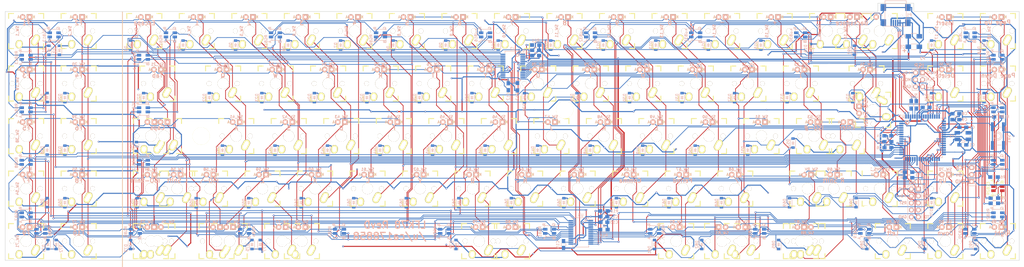
<source format=kicad_pcb>
(kicad_pcb (version 20171130) (host pcbnew "(5.1.12)-1")
  (layers (0 F.Cu signal) (31 B.Cu signal) (34 B.Paste user hide) (35 F.Paste user hide) (36 B.SilkS user hide) (37 F.SilkS user hide) (38 B.Mask user hide) (39 F.Mask user hide) (44 Edge.Cuts user))
  (net 0 "")
  (net 1 R1)
  (net 2 "Net-(D1-Pad2)")
  (net 3 "Net-(D2-Pad2)")
  (net 4 "Net-(D3-Pad2)")
  (net 5 "Net-(D4-Pad2)")
  (net 6 "Net-(D5-Pad2)")
  (net 7 "Net-(D6-Pad2)")
  (net 8 "Net-(D7-Pad2)")
  (net 9 "Net-(D8-Pad2)")
  (net 10 "Net-(D9-Pad2)")
  (net 11 "Net-(D10-Pad2)")
  (net 12 "Net-(D11-Pad2)")
  (net 13 "Net-(D12-Pad2)")
  (net 14 "Net-(D13-Pad2)")
  (net 15 "Net-(D14-Pad2)")
  (net 16 "Net-(D15-Pad2)")
  (net 17 "Net-(D16-Pad2)")
  (net 18 "Net-(D17-Pad2)")
  (net 19 "Net-(D18-Pad2)")
  (net 20 R2)
  (net 21 "Net-(D19-Pad2)")
  (net 22 "Net-(D20-Pad2)")
  (net 23 "Net-(D21-Pad2)")
  (net 24 "Net-(D22-Pad2)")
  (net 25 "Net-(D23-Pad2)")
  (net 26 "Net-(D24-Pad2)")
  (net 27 "Net-(D25-Pad2)")
  (net 28 "Net-(D26-Pad2)")
  (net 29 "Net-(D27-Pad2)")
  (net 30 "Net-(D28-Pad2)")
  (net 31 "Net-(D29-Pad2)")
  (net 32 "Net-(D30-Pad2)")
  (net 33 "Net-(D31-Pad2)")
  (net 34 "Net-(D32-Pad2)")
  (net 35 "Net-(D33-Pad2)")
  (net 36 "Net-(D34-Pad2)")
  (net 37 "Net-(D36-Pad2)")
  (net 38 "Net-(D37-Pad2)")
  (net 39 R3)
  (net 40 "Net-(D38-Pad2)")
  (net 41 "Net-(D39-Pad2)")
  (net 42 "Net-(D40-Pad2)")
  (net 43 "Net-(D41-Pad2)")
  (net 44 "Net-(D42-Pad2)")
  (net 45 "Net-(D43-Pad2)")
  (net 46 "Net-(D44-Pad2)")
  (net 47 "Net-(D45-Pad2)")
  (net 48 "Net-(D46-Pad2)")
  (net 49 "Net-(D47-Pad2)")
  (net 50 "Net-(D48-Pad2)")
  (net 51 "Net-(D49-Pad2)")
  (net 52 "Net-(D50-Pad2)")
  (net 53 "Net-(D51-Pad2)")
  (net 54 "Net-(D53-Pad2)")
  (net 55 R4)
  (net 56 "Net-(D54-Pad2)")
  (net 57 "Net-(D55-Pad2)")
  (net 58 "Net-(D57-Pad2)")
  (net 59 "Net-(D58-Pad2)")
  (net 60 "Net-(D59-Pad2)")
  (net 61 "Net-(D60-Pad2)")
  (net 62 "Net-(D61-Pad2)")
  (net 63 "Net-(D62-Pad2)")
  (net 64 "Net-(D63-Pad2)")
  (net 65 "Net-(D64-Pad2)")
  (net 66 "Net-(D65-Pad2)")
  (net 67 "Net-(D66-Pad2)")
  (net 68 "Net-(D67-Pad2)")
  (net 69 "Net-(D68-Pad2)")
  (net 70 "Net-(D69-Pad2)")
  (net 71 "Net-(D70-Pad2)")
  (net 72 R5)
  (net 73 "Net-(D71-Pad2)")
  (net 74 "Net-(D72-Pad2)")
  (net 75 "Net-(D73-Pad2)")
  (net 76 "Net-(D75-Pad2)")
  (net 77 "Net-(D77-Pad2)")
  (net 78 "Net-(D79-Pad2)")
  (net 79 "Net-(D81-Pad2)")
  (net 80 "Net-(D82-Pad2)")
  (net 81 "Net-(D85-Pad2)")
  (net 82 "Net-(D89-Pad2)")
  (net 83 "Net-(D90-Pad2)")
  (net 84 "Net-(D91-Pad2)")
  (net 85 C1)
  (net 86 C2)
  (net 87 C3)
  (net 88 C4)
  (net 89 C5)
  (net 90 C6)
  (net 91 C7)
  (net 92 C8)
  (net 93 C9)
  (net 94 C10)
  (net 95 C11)
  (net 96 C12)
  (net 97 C13)
  (net 98 C14)
  (net 99 C15)
  (net 100 C16)
  (net 101 "Net-(C1-Pad1)")
  (net 102 GND)
  (net 103 "Net-(C2-Pad1)")
  (net 104 "Net-(C3-Pad1)")
  (net 105 "Net-(C4-Pad1)")
  (net 106 +5V)
  (net 107 "Net-(C12-Pad1)")
  (net 108 "Net-(C15-Pad1)")
  (net 109 "Net-(F1-Pad1)")
  (net 110 USB-)
  (net 111 USB+)
  (net 112 MISO)
  (net 113 SCK)
  (net 114 MOSI)
  (net 115 RESET)
  (net 116 LED_SCL)
  (net 117 LED_SDA)
  (net 118 D-)
  (net 119 D+)
  (net 120 "Net-(R6-Pad1)")
  (net 121 PWM_RED)
  (net 122 "Net-(R7-Pad1)")
  (net 123 PWM_GREEN)
  (net 124 "Net-(R8-Pad1)")
  (net 125 PWM_BLUE)
  (net 126 "Net-(R11-Pad1)")
  (net 127 "Net-(R12-Pad1)")
  (net 128 "Net-(R13-Pad1)")
  (net 129 "Net-(R14-Pad1)")
  (net 130 L_CA9)
  (net 131 L_CA1)
  (net 132 L_CA8)
  (net 133 L_CA7)
  (net 134 L_CA6)
  (net 135 L_CA5)
  (net 136 L_CA4)
  (net 137 L_CA3)
  (net 138 L_CA2)
  (net 139 "Net-(U1-Pad9)")
  (net 140 "Net-(U1-Pad10)")
  (net 141 "Net-(U1-Pad14)")
  (net 142 "Net-(U1-Pad18)")
  (net 143 "Net-(U1-Pad19)")
  (net 144 R6)
  (net 145 R7)
  (net 146 "Net-(U1-Pad34)")
  (net 147 "Net-(U1-Pad39)")
  (net 148 "Net-(U1-Pad40)")
  (net 149 AUDIO)
  (net 150 "Net-(U1-Pad42)")
  (net 151 C18)
  (net 152 C17)
  (net 153 "Net-(U2-Pad4)")
  (net 154 L_CB1)
  (net 155 L_CB2)
  (net 156 L_CB3)
  (net 157 L_CB4)
  (net 158 L_CB5)
  (net 159 L_CB6)
  (net 160 L_CB7)
  (net 161 L_CB8)
  (net 162 L_CB9)
  (net 163 "Net-(U2-Pad17)")
  (net 164 R_CA9)
  (net 165 "Net-(U3-Pad4)")
  (net 166 R_CB1)
  (net 167 R_CB2)
  (net 168 R_CB3)
  (net 169 R_CB4)
  (net 170 R_CB5)
  (net 171 R_CB6)
  (net 172 R_CB7)
  (net 173 R_CB8)
  (net 174 R_CB9)
  (net 175 "Net-(U3-Pad17)")
  (net 176 R_CA1)
  (net 177 R_CA2)
  (net 178 R_CA3)
  (net 179 R_CA4)
  (net 180 R_CA5)
  (net 181 R_CA6)
  (net 182 R_CA7)
  (net 183 R_CA8)
  (net 184 TDI)
  (net 185 TDO)
  (net 186 TMS)
  (net 187 TCK)
  (net 188 "Net-(D92-Pad2)")
  (net 189 "Net-(D93-Pad2)")
  (module Keyboard:GNDVia-wRing (layer F.Cu) (at 355.346 90.17)
    (fp_text reference REF**_95 hide)
    (fp_text value "GND Via" hide)
    (pad GND thru_hole circle (at 0 0) (size 0.6 0.6) (drill 0.3) (layers *.Cu) (net 102 GND))
  )
  (module Keyboard:GNDVia-wRing (layer F.Cu) (at 307.213 87.249)
    (fp_text reference REF**_94 hide)
    (fp_text value "GND Via" hide)
    (pad GND thru_hole circle (at 0 0) (size 0.6 0.6) (drill 0.3) (layers *.Cu) (net 102 GND))
  )
  (module Keyboard:GNDVia-wRing (layer F.Cu) (at 251.46 95.377)
    (fp_text reference REF**_93 hide)
    (fp_text value "GND Via" hide)
    (pad GND thru_hole circle (at 0 0) (size 0.6 0.6) (drill 0.3) (layers *.Cu) (net 102 GND))
  )
  (module Keyboard:GNDVia-wRing (layer F.Cu) (at 377.825 37.084)
    (fp_text reference REF**_92 hide)
    (fp_text value "GND Via" hide)
    (pad GND thru_hole circle (at 0 0) (size 0.6 0.6) (drill 0.3) (layers *.Cu) (net 102 GND))
  )
  (module Keyboard:GNDVia-wRing (layer F.Cu) (at 353.314 74.676)
    (fp_text reference REF**_91 hide)
    (fp_text value "GND Via" hide)
    (pad GND thru_hole circle (at 0 0) (size 0.6 0.6) (drill 0.3) (layers *.Cu) (net 102 GND))
  )
  (module Keyboard:GNDVia-wRing (layer F.Cu) (at 363.474 51.562)
    (fp_text reference REF**_90 hide)
    (fp_text value "GND Via" hide)
    (pad GND thru_hole circle (at 0 0) (size 0.6 0.6) (drill 0.3) (layers *.Cu) (net 102 GND))
  )
  (module Keyboard:GNDVia-wRing (layer F.Cu) (at 366.776 43.688)
    (fp_text reference REF**_89 hide)
    (fp_text value "GND Via" hide)
    (pad GND thru_hole circle (at 0 0) (size 0.6 0.6) (drill 0.3) (layers *.Cu) (net 102 GND))
  )
  (module Keyboard:GNDVia-wRing (layer F.Cu) (at 348.742 36.195)
    (fp_text reference REF**_88 hide)
    (fp_text value "GND Via" hide)
    (pad GND thru_hole circle (at 0 0) (size 0.6 0.6) (drill 0.3) (layers *.Cu) (net 102 GND))
  )
  (module Keyboard:GNDVia-wRing (layer F.Cu) (at 375.92 78.994)
    (fp_text reference REF**_87 hide)
    (fp_text value "GND Via" hide)
    (pad GND thru_hole circle (at 0 0) (size 0.6 0.6) (drill 0.3) (layers *.Cu) (net 102 GND))
  )
  (module Diodes_SMD:SOD-123 (layer B.Cu) (at 338.455 35.56 90)
    (fp_text reference D92 (at 0 -1.8 90) (layer B.SilkS) (effects (justify mirror)))
    (fp_text value D hide)
    (pad 1 smd rect (at -1.635 0 270) (size 0.91 1.22) (layers B.Cu B.Paste B.Mask) (net 39 R3))
    (pad 2 smd rect (at 1.635 0 270) (size 0.91 1.22) (layers B.Cu B.Paste B.Mask) (net 188 "Net-(D92-Pad2)"))
  )
  (module Diodes_SMD:SOD-123 (layer B.Cu) (at 339.09 90.805 90)
    (fp_text reference D93 (at 0 -1.8 90) (layer B.SilkS) (effects (justify mirror)))
    (fp_text value D hide)
    (pad 1 smd rect (at -1.635 0 270) (size 0.91 1.22) (layers B.Cu B.Paste B.Mask) (net 55 R4))
    (pad 2 smd rect (at 1.635 0 270) (size 0.91 1.22) (layers B.Cu B.Paste B.Mask) (net 189 "Net-(D93-Pad2)"))
  )
  (module MXALPS (layer F.Cu) (at 347.662 85.725 180)
    (fp_text reference SW_RHS_2 (at 0 7 180) (layer B.SilkS) (effects (font (thickness 0.2)) (justify mirror)))
    (fp_text value MX_LED hide)
    (fp_text user A (at 2.794 5.08) (layer B.SilkS) (effects (justify mirror)))
    (fp_text user K (at -2.794 5.08) (layer B.SilkS) (effects (justify mirror)))
    (fp_text user A (at 2.794 5.08) (layer F.SilkS))
    (fp_text user K (at -2.794 5.08) (layer F.SilkS))
    (pad "" np_thru_hole circle (at 0 0) (size 3.98781 3.98781) (drill 3.9878) (layers *.Cu *.Mask F.SilkS) (clearance 0.1524))
    (pad "" np_thru_hole circle (at -5.08 0) (size 1.70181 1.70181) (drill 1.7018) (layers *.Cu *.Mask F.SilkS) (clearance 0.1524))
    (pad "" np_thru_hole circle (at 5.08 0) (size 1.70181 1.70181) (drill 1.7018) (layers *.Cu *.Mask F.SilkS) (clearance 0.1524))
    (pad SW1 thru_hole oval (at -3.405 -3.27 330.95) (size 2.5 4.17) (drill oval 1.5 3.17) (layers *.Cu *.Mask F.SilkS) (net 100 C16))
    (pad SW2 thru_hole oval (at 2.52 -4.79 356.1) (size 2.5 3.08) (drill oval 1.5 2.08) (layers *.Cu *.Mask F.SilkS) (net 189 "Net-(D93-Pad2)"))
    (pad K thru_hole rect (at -1.27 5.08) (size 2 2) (drill 1) (layers *.Cu *.SilkS *.Mask) (net 156 L_CB3))
    (pad A thru_hole circle (at 1.27 5.08) (size 2 2) (drill 1) (layers *.Cu *.SilkS *.Mask) (net 158 L_CB5))
  )
  (module MXALPS (layer F.Cu) (at 321.469 85.725 180)
    (fp_text reference SW_RHS_1 (at 0 7 180) (layer B.SilkS) (effects (font (thickness 0.2)) (justify mirror)))
    (fp_text value MX_LED hide)
    (fp_text user A (at 2.794 5.08) (layer B.SilkS) (effects (justify mirror)))
    (fp_text user K (at -2.794 5.08) (layer B.SilkS) (effects (justify mirror)))
    (fp_text user A (at 2.794 5.08) (layer F.SilkS))
    (fp_text user K (at -2.794 5.08) (layer F.SilkS))
    (pad "" np_thru_hole circle (at 0 0) (size 3.98781 3.98781) (drill 3.9878) (layers *.Cu *.Mask F.SilkS) (clearance 0.1524))
    (pad "" np_thru_hole circle (at -5.08 0) (size 1.70181 1.70181) (drill 1.7018) (layers *.Cu *.Mask F.SilkS) (clearance 0.1524))
    (pad "" np_thru_hole circle (at 5.08 0) (size 1.70181 1.70181) (drill 1.7018) (layers *.Cu *.Mask F.SilkS) (clearance 0.1524))
    (pad SW1 thru_hole oval (at -3.405 -3.27 330.95) (size 2.5 4.17) (drill oval 1.5 3.17) (layers *.Cu *.Mask F.SilkS) (net 99 C15))
    (pad SW2 thru_hole oval (at 2.52 -4.79 356.1) (size 2.5 3.08) (drill oval 1.5 2.08) (layers *.Cu *.Mask F.SilkS) (net 70 "Net-(D69-Pad2)"))
    (pad K thru_hole rect (at -1.27 5.08) (size 2 2) (drill 1) (layers *.Cu *.SilkS *.Mask) (net 157 L_CB4))
    (pad A thru_hole circle (at 1.27 5.08) (size 2 2) (drill 1) (layers *.Cu *.SilkS *.Mask) (net 158 L_CB5))
  )
  (module MXALPS (layer F.Cu) (at 328.612 28.575 180)
    (fp_text reference SW_BS_1 (at 2.8575 -0.635 270) (layer B.SilkS) (effects (font (thickness 0.2)) (justify mirror)))
    (fp_text value MX_LED hide)
    (fp_text user A (at 2.794 5.08) (layer B.SilkS) (effects (justify mirror)))
    (fp_text user K (at -2.794 5.08) (layer B.SilkS) (effects (justify mirror)))
    (fp_text user A (at 2.794 5.08) (layer F.SilkS))
    (fp_text user K (at -2.794 5.08) (layer F.SilkS))
    (pad "" np_thru_hole circle (at 0 0) (size 3.98781 3.98781) (drill 3.9878) (layers *.Cu *.Mask F.SilkS) (clearance 0.1524))
    (pad "" np_thru_hole circle (at -5.08 0) (size 1.70181 1.70181) (drill 1.7018) (layers *.Cu *.Mask F.SilkS) (clearance 0.1524))
    (pad "" np_thru_hole circle (at 5.08 0) (size 1.70181 1.70181) (drill 1.7018) (layers *.Cu *.Mask F.SilkS) (clearance 0.1524))
    (pad SW1 thru_hole oval (at -3.405 -3.27 330.95) (size 2.5 4.17) (drill oval 1.5 3.17) (layers *.Cu *.Mask F.SilkS) (net 100 C16))
    (pad SW2 thru_hole oval (at 2.52 -4.79 356.1) (size 2.5 3.08) (drill oval 1.5 2.08) (layers *.Cu *.Mask F.SilkS) (net 17 "Net-(D16-Pad2)"))
    (pad K thru_hole rect (at -1.27 5.08) (size 2 2) (drill 1) (layers *.Cu *.SilkS *.Mask) (net 156 L_CB3))
    (pad A thru_hole circle (at 1.27 5.08) (size 2 2) (drill 1) (layers *.Cu *.SilkS *.Mask) (net 154 L_CB1))
  )
  (module Keyboard:GNDVia-wRing (layer F.Cu) (at 385.826 36.83)
    (fp_text reference REF**_86 hide)
    (fp_text value "GND Via" hide)
    (pad GND thru_hole circle (at 0 0) (size 0.6 0.6) (drill 0.3) (layers *.Cu) (net 102 GND))
  )
  (module Keyboard:GNDVia-wRing (layer F.Cu) (at 247.904 70.866)
    (fp_text reference REF**_85 hide)
    (fp_text value "GND Via" hide)
    (pad GND thru_hole circle (at 0 0) (size 0.6 0.6) (drill 0.3) (layers *.Cu) (net 102 GND))
  )
  (module Keyboard:GNDVia-wRing (layer F.Cu) (at 273.812 71.374)
    (fp_text reference REF**_84 hide)
    (fp_text value "GND Via" hide)
    (pad GND thru_hole circle (at 0 0) (size 0.6 0.6) (drill 0.3) (layers *.Cu) (net 102 GND))
  )
  (module Keyboard:GNDVia-wRing (layer F.Cu) (at 350.774 56.642)
    (fp_text reference REF**_83 hide)
    (fp_text value "GND Via" hide)
    (pad GND thru_hole circle (at 0 0) (size 0.6 0.6) (drill 0.3) (layers *.Cu) (net 102 GND))
  )
  (module Keyboard:GNDVia-wRing (layer F.Cu) (at 349.25 43.434)
    (fp_text reference REF**_82 hide)
    (fp_text value "GND Via" hide)
    (pad GND thru_hole circle (at 0 0) (size 0.6 0.6) (drill 0.3) (layers *.Cu) (net 102 GND))
  )
  (module Keyboard:GNDVia-wRing (layer F.Cu) (at 383.032 49.53)
    (fp_text reference REF**_81 hide)
    (fp_text value "GND Via" hide)
    (pad GND thru_hole circle (at 0 0) (size 0.6 0.6) (drill 0.3) (layers *.Cu) (net 102 GND))
  )
  (module Keyboard:GNDVia-wRing (layer F.Cu) (at 387.858 49.784)
    (fp_text reference REF**_80 hide)
    (fp_text value "GND Via" hide)
    (pad GND thru_hole circle (at 0 0) (size 0.6 0.6) (drill 0.3) (layers *.Cu) (net 102 GND))
  )
  (module Keyboard:GNDVia-wRing (layer F.Cu) (at 391.795 54.61)
    (fp_text reference REF**_79 hide)
    (fp_text value "GND Via" hide)
    (pad GND thru_hole circle (at 0 0) (size 0.6 0.6) (drill 0.3) (layers *.Cu) (net 102 GND))
  )
  (module Keyboard:GNDVia-wRing (layer F.Cu) (at 396.24 66.675)
    (fp_text reference REF**_78 hide)
    (fp_text value "GND Via" hide)
    (pad GND thru_hole circle (at 0 0) (size 0.6 0.6) (drill 0.3) (layers *.Cu) (net 102 GND))
  )
  (module Keyboard:GNDVia-wRing (layer F.Cu) (at 396.24 100.965)
    (fp_text reference REF**_77 hide)
    (fp_text value "GND Via" hide)
    (pad GND thru_hole circle (at 0 0) (size 0.6 0.6) (drill 0.3) (layers *.Cu) (net 102 GND))
  )
  (module Keyboard:GNDVia-wRing (layer F.Cu) (at 368.935 93.345)
    (fp_text reference REF**_76 hide)
    (fp_text value "GND Via" hide)
    (pad GND thru_hole circle (at 0 0) (size 0.6 0.6) (drill 0.3) (layers *.Cu) (net 102 GND))
  )
  (module Keyboard:GNDVia-wRing (layer F.Cu) (at 381 109.855)
    (fp_text reference REF**_75 hide)
    (fp_text value "GND Via" hide)
    (pad GND thru_hole circle (at 0 0) (size 0.6 0.6) (drill 0.3) (layers *.Cu) (net 102 GND))
  )
  (module Keyboard:GNDVia-wRing (layer F.Cu) (at 307.213 37.211)
    (fp_text reference REF**_74 hide)
    (fp_text value "GND Via" hide)
    (pad GND thru_hole circle (at 0 0) (size 0.6 0.6) (drill 0.3) (layers *.Cu) (net 102 GND))
  )
  (module Keyboard:GNDVia-wRing (layer F.Cu) (at 231.267 37.465)
    (fp_text reference REF**_73 hide)
    (fp_text value "GND Via" hide)
    (pad GND thru_hole circle (at 0 0) (size 0.6 0.6) (drill 0.3) (layers *.Cu) (net 102 GND))
  )
  (module Keyboard:GNDVia-wRing (layer F.Cu) (at 222.377 57.15)
    (fp_text reference REF**_72 hide)
    (fp_text value "GND Via" hide)
    (pad GND thru_hole circle (at 0 0) (size 0.6 0.6) (drill 0.3) (layers *.Cu) (net 102 GND))
  )
  (module Keyboard:GNDVia-wRing (layer F.Cu) (at 214.503 72.263)
    (fp_text reference REF**_71 hide)
    (fp_text value "GND Via" hide)
    (pad GND thru_hole circle (at 0 0) (size 0.6 0.6) (drill 0.3) (layers *.Cu) (net 102 GND))
  )
  (module Keyboard:GNDVia-wRing (layer F.Cu) (at 192.405 45.72)
    (fp_text reference REF**_70 hide)
    (fp_text value "GND Via" hide)
    (pad GND thru_hole circle (at 0 0) (size 0.6 0.6) (drill 0.3) (layers *.Cu) (net 102 GND))
  )
  (module Keyboard:GNDVia-wRing (layer F.Cu) (at 196.215 45.72)
    (fp_text reference REF**_69 hide)
    (fp_text value "GND Via" hide)
    (pad GND thru_hole circle (at 0 0) (size 0.6 0.6) (drill 0.3) (layers *.Cu) (net 102 GND))
  )
  (module Keyboard:GNDVia-wRing (layer F.Cu) (at 196.215 57.785)
    (fp_text reference REF**_68 hide)
    (fp_text value "GND Via" hide)
    (pad GND thru_hole circle (at 0 0) (size 0.6 0.6) (drill 0.3) (layers *.Cu) (net 102 GND))
  )
  (module Keyboard:GNDVia-wRing (layer F.Cu) (at 172.72 57.785)
    (fp_text reference REF**_67 hide)
    (fp_text value "GND Via" hide)
    (pad GND thru_hole circle (at 0 0) (size 0.6 0.6) (drill 0.3) (layers *.Cu) (net 102 GND))
  )
  (module Keyboard:GNDVia-wRing (layer F.Cu) (at 191.77 57.785)
    (fp_text reference REF**_66 hide)
    (fp_text value "GND Via" hide)
    (pad GND thru_hole circle (at 0 0) (size 0.6 0.6) (drill 0.3) (layers *.Cu) (net 102 GND))
  )
  (module Keyboard:GNDVia-wRing (layer F.Cu) (at 158.115 78.74)
    (fp_text reference REF**_65 hide)
    (fp_text value "GND Via" hide)
    (pad GND thru_hole circle (at 0 0) (size 0.6 0.6) (drill 0.3) (layers *.Cu) (net 102 GND))
  )
  (module Keyboard:GNDVia-wRing (layer F.Cu) (at 90.17 73.025)
    (fp_text reference REF**_64 hide)
    (fp_text value "GND Via" hide)
    (pad GND thru_hole circle (at 0 0) (size 0.6 0.6) (drill 0.3) (layers *.Cu) (net 102 GND))
  )
  (module Keyboard:GNDVia-wRing (layer F.Cu) (at 97.79 94.615)
    (fp_text reference REF**_63 hide)
    (fp_text value "GND Via" hide)
    (pad GND thru_hole circle (at 0 0) (size 0.6 0.6) (drill 0.3) (layers *.Cu) (net 102 GND))
  )
  (module Keyboard:GNDVia-wRing (layer F.Cu) (at 128.905 83.185)
    (fp_text reference REF**_62 hide)
    (fp_text value "GND Via" hide)
    (pad GND thru_hole circle (at 0 0) (size 0.6 0.6) (drill 0.3) (layers *.Cu) (net 102 GND))
  )
  (module Keyboard:GNDVia-wRing (layer F.Cu) (at 204.47 24.765)
    (fp_text reference REF**_61 hide)
    (fp_text value "GND Via" hide)
    (pad GND thru_hole circle (at 0 0) (size 0.6 0.6) (drill 0.3) (layers *.Cu) (net 102 GND))
  )
  (module Keyboard:GNDVia-wRing (layer F.Cu) (at 354.457 59.182)
    (fp_text reference REF**_60 hide)
    (fp_text value "GND Via" hide)
    (pad GND thru_hole circle (at 0 0) (size 0.6 0.6) (drill 0.3) (layers *.Cu) (net 102 GND))
  )
  (module Keyboard:GNDVia-wRing (layer F.Cu) (at 373.507 64.643)
    (fp_text reference REF**_59 hide)
    (fp_text value "GND Via" hide)
    (pad GND thru_hole circle (at 0 0) (size 0.6 0.6) (drill 0.3) (layers *.Cu) (net 102 GND))
  )
  (module Keyboard:GNDVia-wRing (layer F.Cu) (at 374.269 74.93)
    (fp_text reference REF**_58 hide)
    (fp_text value "GND Via" hide)
    (pad GND thru_hole circle (at 0 0) (size 0.6 0.6) (drill 0.3) (layers *.Cu) (net 102 GND))
  )
  (module Keyboard:GNDVia-wRing (layer F.Cu) (at 361.188 77.089)
    (fp_text reference REF**_57 hide)
    (fp_text value "GND Via" hide)
    (pad GND thru_hole circle (at 0 0) (size 0.6 0.6) (drill 0.3) (layers *.Cu) (net 102 GND))
  )
  (module Keyboard:GNDVia-wRing (layer F.Cu) (at 89.662 102.997)
    (fp_text reference REF**_56 hide)
    (fp_text value "GND Via" hide)
    (pad GND thru_hole circle (at 0 0) (size 0.6 0.6) (drill 0.3) (layers *.Cu) (net 102 GND))
  )
  (module Keyboard:GNDVia-wRing (layer F.Cu) (at 63.8175 89.789)
    (fp_text reference REF**_55 hide)
    (fp_text value "GND Via" hide)
    (pad GND thru_hole circle (at 0 0) (size 0.6 0.6) (drill 0.3) (layers *.Cu) (net 102 GND))
  )
  (module Keyboard:GNDVia-wRing (layer F.Cu) (at 64.389 41.275)
    (fp_text reference REF**_54 hide)
    (fp_text value "GND Via" hide)
    (pad GND thru_hole circle (at 0 0) (size 0.6 0.6) (drill 0.3) (layers *.Cu) (net 102 GND))
  )
  (module Keyboard:GNDVia-wRing (layer F.Cu) (at 64.389 68.707)
    (fp_text reference REF**_53 hide)
    (fp_text value "GND Via" hide)
    (pad GND thru_hole circle (at 0 0) (size 0.6 0.6) (drill 0.3) (layers *.Cu) (net 102 GND))
  )
  (module Keyboard:GNDVia-wRing (layer F.Cu) (at 77.216 87.4395)
    (fp_text reference REF**_52 hide)
    (fp_text value "GND Via" hide)
    (pad GND thru_hole circle (at 0 0) (size 0.6 0.6) (drill 0.3) (layers *.Cu) (net 102 GND))
  )
  (module Keyboard:GNDVia-wRing (layer F.Cu) (at 78.486 80.01)
    (fp_text reference REF**_51 hide)
    (fp_text value "GND Via" hide)
    (pad GND thru_hole circle (at 0 0) (size 0.6 0.6) (drill 0.3) (layers *.Cu) (net 102 GND))
  )
  (module Keyboard:GNDVia-wRing (layer F.Cu) (at 78.486 70.5485)
    (fp_text reference REF**_50 hide)
    (fp_text value "GND Via" hide)
    (pad GND thru_hole circle (at 0 0) (size 0.6 0.6) (drill 0.3) (layers *.Cu) (net 102 GND))
  )
  (module Keyboard:GNDVia-wRing (layer F.Cu) (at 78.8035 60.6425)
    (fp_text reference REF**_49 hide)
    (fp_text value "GND Via" hide)
    (pad GND thru_hole circle (at 0 0) (size 0.6 0.6) (drill 0.3) (layers *.Cu) (net 102 GND))
  )
  (module Keyboard:GNDVia-wRing (layer F.Cu) (at 78.8035 49.7205)
    (fp_text reference REF**_48 hide)
    (fp_text value "GND Via" hide)
    (pad GND thru_hole circle (at 0 0) (size 0.6 0.6) (drill 0.3) (layers *.Cu) (net 102 GND))
  )
  (module MXALPS (layer F.Cu) (at 83.3438 66.675 180)
    (fp_text reference SW_40_2 hide)
    (fp_text value MX_LED hide)
    (pad "" np_thru_hole circle (at 0 0) (size 3.98781 3.98781) (drill 3.9878) (layers *.Cu *.Mask F.SilkS) (clearance 0.1524))
    (pad "" np_thru_hole circle (at -5.08 0) (size 1.70181 1.70181) (drill 1.7018) (layers *.Cu *.Mask F.SilkS) (clearance 0.1524))
    (pad "" np_thru_hole circle (at 5.08 0) (size 1.70181 1.70181) (drill 1.7018) (layers *.Cu *.Mask F.SilkS) (clearance 0.1524))
    (pad SW1 thru_hole oval (at -3.405 -3.27 330.95) (size 2.5 4.17) (drill oval 1.5 3.17) (layers *.Cu *.Mask F.SilkS) (net 42 "Net-(D40-Pad2)"))
    (pad SW1 thru_hole oval (at 2.52 -4.79 356.1) (size 2.5 3.08) (drill oval 1.5 2.08) (layers *.Cu *.Mask F.SilkS) (net 87 C3))
    (pad K thru_hole rect (at -1.27 5.08) (size 2 2) (drill 1) (layers *.Cu *.SilkS *.Mask) (net 133 L_CA7))
    (pad A thru_hole circle (at 1.27 5.08) (size 2 2) (drill 1) (layers *.Cu *.SilkS *.Mask) (net 137 L_CA3))
  )
  (module Keyboard:SMP4-RGB (layer B.Cu) (at 80.645 38.1 270)
    (fp_text reference RGB13_2 (at 1.27 3.175 270) (layer B.SilkS) (effects (justify mirror)))
    (fp_text value Led_RGB_CA hide)
    (fp_text user R (at -2.5 2 270) (layer B.SilkS) (effects (justify mirror)))
    (fp_text user B (at 2.5 -1.6 270) (layer B.SilkS) (effects (justify mirror)))
    (fp_text user G (at -2.5 -1.5 270) (layer B.SilkS) (effects (justify mirror)))
    (fp_text user A (at 2.5 2 270) (layer B.SilkS) (effects (justify mirror)))
    (pad 1 smd rect (at 0.75 1.6 180) (size 1.6 1) (layers B.Cu B.Paste B.Mask) (net 180 R_CA5))
    (pad 2 smd rect (at -0.75 1.6 180) (size 1.6 1) (layers B.Cu B.Paste B.Mask) (net 164 R_CA9))
    (pad 4 smd rect (at 0.75 -1.6 180) (size 1.6 1) (layers B.Cu B.Paste B.Mask) (net 182 R_CA7))
    (pad 3 smd rect (at -0.75 -1.6 180) (size 1.6 1) (layers B.Cu B.Paste B.Mask) (net 183 R_CA8))
  )
  (module Keyboard:SMP4-RGB (layer B.Cu) (at 80.645 57.15 270)
    (fp_text reference RGB14_2 (at 0.1 3.5 270) (layer B.SilkS) (effects (justify mirror)))
    (fp_text value Led_RGB_CA hide)
    (fp_text user R (at -2.5 2 270) (layer B.SilkS) (effects (justify mirror)))
    (fp_text user B (at 2.5 -1.6 270) (layer B.SilkS) (effects (justify mirror)))
    (fp_text user G (at -2.5 -1.5 270) (layer B.SilkS) (effects (justify mirror)))
    (fp_text user A (at 2.5 2 270) (layer B.SilkS) (effects (justify mirror)))
    (pad 1 smd rect (at 0.75 1.6 180) (size 1.6 1) (layers B.Cu B.Paste B.Mask) (net 181 R_CA6))
    (pad 2 smd rect (at -0.75 1.6 180) (size 1.6 1) (layers B.Cu B.Paste B.Mask) (net 164 R_CA9))
    (pad 4 smd rect (at 0.75 -1.6 180) (size 1.6 1) (layers B.Cu B.Paste B.Mask) (net 182 R_CA7))
    (pad 3 smd rect (at -0.75 -1.6 180) (size 1.6 1) (layers B.Cu B.Paste B.Mask) (net 183 R_CA8))
  )
  (module Keyboard:SMP4-RGB (layer B.Cu) (at 80.645 76.2 270)
    (fp_text reference RGB8_2 (at 0.1 3.5 270) (layer B.SilkS) (effects (justify mirror)))
    (fp_text value Led_RGB_CA hide)
    (fp_text user R (at -2.5 2 270) (layer B.SilkS) (effects (justify mirror)))
    (fp_text user B (at 2.5 -1.6 270) (layer B.SilkS) (effects (justify mirror)))
    (fp_text user G (at -2.5 -1.5 270) (layer B.SilkS) (effects (justify mirror)))
    (fp_text user A (at 2.5 2 270) (layer B.SilkS) (effects (justify mirror)))
    (pad 1 smd rect (at 0.75 1.6 180) (size 1.6 1) (layers B.Cu B.Paste B.Mask) (net 164 R_CA9))
    (pad 2 smd rect (at -0.75 1.6 180) (size 1.6 1) (layers B.Cu B.Paste B.Mask) (net 176 R_CA1))
    (pad 4 smd rect (at 0.75 -1.6 180) (size 1.6 1) (layers B.Cu B.Paste B.Mask) (net 178 R_CA3))
    (pad 3 smd rect (at -0.75 -1.6 180) (size 1.6 1) (layers B.Cu B.Paste B.Mask) (net 177 R_CA2))
  )
  (module Keyboard:GNDVia-wRing (layer F.Cu) (at 163.195 57.785)
    (fp_text reference REF**_47 hide)
    (fp_text value "GND Via" hide)
    (pad GND thru_hole circle (at 0 0) (size 0.6 0.6) (drill 0.3) (layers *.Cu) (net 102 GND))
  )
  (module Keyboard:GNDVia-wRing (layer F.Cu) (at 124.46 57.15)
    (fp_text reference REF**_46 hide)
    (fp_text value "GND Via" hide)
    (pad GND thru_hole circle (at 0 0) (size 0.6 0.6) (drill 0.3) (layers *.Cu) (net 102 GND))
  )
  (module Keyboard:GNDVia-wRing (layer F.Cu) (at 78.74 41.275)
    (fp_text reference REF**_45 hide)
    (fp_text value "GND Via" hide)
    (pad GND thru_hole circle (at 0 0) (size 0.6 0.6) (drill 0.3) (layers *.Cu) (net 102 GND))
  )
  (module Keyboard:GNDVia-wRing (layer F.Cu) (at 34.29 44.45)
    (fp_text reference REF**_44 hide)
    (fp_text value "GND Via" hide)
    (pad GND thru_hole circle (at 0 0) (size 0.6 0.6) (drill 0.3) (layers *.Cu) (net 102 GND))
  )
  (module Keyboard:GNDVia-wRing (layer F.Cu) (at 33.655 24.765)
    (fp_text reference REF**_43 hide)
    (fp_text value "GND Via" hide)
    (pad GND thru_hole circle (at 0 0) (size 0.6 0.6) (drill 0.3) (layers *.Cu) (net 102 GND))
  )
  (module Keyboard:GNDVia-wRing (layer F.Cu) (at 45.72 26.67)
    (fp_text reference REF**_42 hide)
    (fp_text value "GND Via" hide)
    (pad GND thru_hole circle (at 0 0) (size 0.6 0.6) (drill 0.3) (layers *.Cu) (net 102 GND))
  )
  (module Keyboard:GNDVia-wRing (layer F.Cu) (at 34.29 102.87)
    (fp_text reference REF**_41 hide)
    (fp_text value "GND Via" hide)
    (pad GND thru_hole circle (at 0 0) (size 0.6 0.6) (drill 0.3) (layers *.Cu) (net 102 GND))
  )
  (module Keyboard:GNDVia-wRing (layer F.Cu) (at 53.34 93.98)
    (fp_text reference REF**_40 hide)
    (fp_text value "GND Via" hide)
    (pad GND thru_hole circle (at 0 0) (size 0.6 0.6) (drill 0.3) (layers *.Cu) (net 102 GND))
  )
  (module Keyboard:GNDVia-wRing (layer F.Cu) (at 53.34 79.375)
    (fp_text reference REF**_39 hide)
    (fp_text value "GND Via" hide)
    (pad GND thru_hole circle (at 0 0) (size 0.6 0.6) (drill 0.3) (layers *.Cu) (net 102 GND))
  )
  (module Keyboard:GNDVia-wRing (layer F.Cu) (at 53.34 57.15)
    (fp_text reference REF**_38 hide)
    (fp_text value "GND Via" hide)
    (pad GND thru_hole circle (at 0 0) (size 0.6 0.6) (drill 0.3) (layers *.Cu) (net 102 GND))
  )
  (module Keyboard:GNDVia-wRing (layer F.Cu) (at 280.035 106.68)
    (fp_text reference REF**_37 hide)
    (fp_text value "GND Via" hide)
    (pad GND thru_hole circle (at 0 0) (size 0.6 0.6) (drill 0.3) (layers *.Cu) (net 102 GND))
  )
  (module Keyboard:GNDVia-wRing (layer F.Cu) (at 366.776 37.084)
    (fp_text reference REF**_36 hide)
    (fp_text value "GND Via" hide)
    (pad GND thru_hole circle (at 0 0) (size 0.6 0.6) (drill 0.3) (layers *.Cu) (net 102 GND))
  )
  (module Keyboard:GNDVia-wRing (layer F.Cu) (at 342.9 25.4)
    (fp_text reference REF**_35 hide)
    (fp_text value "GND Via" hide)
    (pad GND thru_hole circle (at 0 0) (size 0.6 0.6) (drill 0.3) (layers *.Cu) (net 102 GND))
  )
  (module Keyboard:GNDVia-wRing (layer F.Cu) (at 377.825 26.035)
    (fp_text reference REF**_34 hide)
    (fp_text value "GND Via" hide)
    (pad GND thru_hole circle (at 0 0) (size 0.6 0.6) (drill 0.3) (layers *.Cu) (net 102 GND))
  )
  (module Keyboard:GNDVia-wRing (layer F.Cu) (at 395.605 36.195)
    (fp_text reference REF**_33 hide)
    (fp_text value "GND Via" hide)
    (pad GND thru_hole circle (at 0 0) (size 0.6 0.6) (drill 0.3) (layers *.Cu) (net 102 GND))
  )
  (module Keyboard:GNDVia-wRing (layer F.Cu) (at 381 63.5)
    (fp_text reference REF**_32 hide)
    (fp_text value "GND Via" hide)
    (pad GND thru_hole circle (at 0 0) (size 0.6 0.6) (drill 0.3) (layers *.Cu) (net 102 GND))
  )
  (module Keyboard:GNDVia-wRing (layer F.Cu) (at 381 60.96)
    (fp_text reference REF**_31 hide)
    (fp_text value "GND Via" hide)
    (pad GND thru_hole circle (at 0 0) (size 0.6 0.6) (drill 0.3) (layers *.Cu) (net 102 GND))
  )
  (module Keyboard:GNDVia-wRing (layer F.Cu) (at 379.73 57.785)
    (fp_text reference REF**_30 hide)
    (fp_text value "GND Via" hide)
    (pad GND thru_hole circle (at 0 0) (size 0.6 0.6) (drill 0.3) (layers *.Cu) (net 102 GND))
  )
  (module Keyboard:GNDVia-wRing (layer F.Cu) (at 380.365 71.755)
    (fp_text reference REF**_29 hide)
    (fp_text value "GND Via" hide)
    (pad GND thru_hole circle (at 0 0) (size 0.6 0.6) (drill 0.3) (layers *.Cu) (net 102 GND))
  )
  (module Keyboard:GNDVia-wRing (layer F.Cu) (at 373.38 69.85)
    (fp_text reference REF**_28 hide)
    (fp_text value "GND Via" hide)
    (pad GND thru_hole circle (at 0 0) (size 0.6 0.6) (drill 0.3) (layers *.Cu) (net 102 GND))
  )
  (module Keyboard:GNDVia-wRing (layer F.Cu) (at 365.76 63.5)
    (fp_text reference REF**_27 hide)
    (fp_text value "GND Via" hide)
    (pad GND thru_hole circle (at 0 0) (size 0.6 0.6) (drill 0.3) (layers *.Cu) (net 102 GND))
  )
  (module Keyboard:GNDVia-wRing (layer F.Cu) (at 332.74 57.785)
    (fp_text reference REF**_26 hide)
    (fp_text value "GND Via" hide)
    (pad GND thru_hole circle (at 0 0) (size 0.6 0.6) (drill 0.3) (layers *.Cu) (net 102 GND))
  )
  (module Keyboard:GNDVia-wRing (layer F.Cu) (at 325.755 29.845)
    (fp_text reference REF**_25 hide)
    (fp_text value "GND Via" hide)
    (pad GND thru_hole circle (at 0 0) (size 0.6 0.6) (drill 0.3) (layers *.Cu) (net 102 GND))
  )
  (module Keyboard:GNDVia-wRing (layer F.Cu) (at 306.705 57.15)
    (fp_text reference REF**_24 hide)
    (fp_text value "GND Via" hide)
    (pad GND thru_hole circle (at 0 0) (size 0.6 0.6) (drill 0.3) (layers *.Cu) (net 102 GND))
  )
  (module Keyboard:GNDVia-wRing (layer F.Cu) (at 258.445 57.785)
    (fp_text reference REF**_23 hide)
    (fp_text value "GND Via" hide)
    (pad GND thru_hole circle (at 0 0) (size 0.6 0.6) (drill 0.3) (layers *.Cu) (net 102 GND))
  )
  (module Keyboard:GNDVia-wRing (layer F.Cu) (at 182.88 57.785)
    (fp_text reference REF**_22 hide)
    (fp_text value "GND Via" hide)
    (pad GND thru_hole circle (at 0 0) (size 0.6 0.6) (drill 0.3) (layers *.Cu) (net 102 GND))
  )
  (module Keyboard:GNDVia-wRing (layer F.Cu) (at 190.5 106.045)
    (fp_text reference REF**_21 hide)
    (fp_text value "GND Via" hide)
    (pad GND thru_hole circle (at 0 0) (size 0.6 0.6) (drill 0.3) (layers *.Cu) (net 102 GND))
  )
  (module Keyboard:GNDVia-wRing (layer F.Cu) (at 153.035 106.68)
    (fp_text reference REF**_20 hide)
    (fp_text value "GND Via" hide)
    (pad GND thru_hole circle (at 0 0) (size 0.6 0.6) (drill 0.3) (layers *.Cu) (net 102 GND))
  )
  (module Keyboard:GNDVia-wRing (layer F.Cu) (at 96.52 106.68)
    (fp_text reference REF**_19 hide)
    (fp_text value "GND Via" hide)
    (pad GND thru_hole circle (at 0 0) (size 0.6 0.6) (drill 0.3) (layers *.Cu) (net 102 GND))
  )
  (module Keyboard:GNDVia-wRing (layer F.Cu) (at 114.935 85.725)
    (fp_text reference REF**_18 hide)
    (fp_text value "GND Via" hide)
    (pad GND thru_hole circle (at 0 0) (size 0.6 0.6) (drill 0.3) (layers *.Cu) (net 102 GND))
  )
  (module Keyboard:GNDVia-wRing (layer F.Cu) (at 133.35 85.725)
    (fp_text reference REF**_17 hide)
    (fp_text value "GND Via" hide)
    (pad GND thru_hole circle (at 0 0) (size 0.6 0.6) (drill 0.3) (layers *.Cu) (net 102 GND))
  )
  (module Keyboard:GNDVia-wRing (layer F.Cu) (at 153.035 85.725)
    (fp_text reference REF**_16 hide)
    (fp_text value "GND Via" hide)
    (pad GND thru_hole circle (at 0 0) (size 0.6 0.6) (drill 0.3) (layers *.Cu) (net 102 GND))
  )
  (module Keyboard:GNDVia-wRing (layer F.Cu) (at 171.45 85.725)
    (fp_text reference REF**_15 hide)
    (fp_text value "GND Via" hide)
    (pad GND thru_hole circle (at 0 0) (size 0.6 0.6) (drill 0.3) (layers *.Cu) (net 102 GND))
  )
  (module Keyboard:GNDVia-wRing (layer F.Cu) (at 190.5 85.725)
    (fp_text reference REF**_14 hide)
    (fp_text value "GND Via" hide)
    (pad GND thru_hole circle (at 0 0) (size 0.6 0.6) (drill 0.3) (layers *.Cu) (net 102 GND))
  )
  (module Keyboard:GNDVia-wRing (layer F.Cu) (at 209.55 85.725)
    (fp_text reference REF**_13 hide)
    (fp_text value "GND Via" hide)
    (pad GND thru_hole circle (at 0 0) (size 0.6 0.6) (drill 0.3) (layers *.Cu) (net 102 GND))
  )
  (module Keyboard:GNDVia-wRing (layer F.Cu) (at 228.6 85.725)
    (fp_text reference REF**_12 hide)
    (fp_text value "GND Via" hide)
    (pad GND thru_hole circle (at 0 0) (size 0.6 0.6) (drill 0.3) (layers *.Cu) (net 102 GND))
  )
  (module Keyboard:GNDVia-wRing (layer F.Cu) (at 285.75 87.122)
    (fp_text reference REF**_11 hide)
    (fp_text value "GND Via" hide)
    (pad GND thru_hole circle (at 0 0) (size 0.6 0.6) (drill 0.3) (layers *.Cu) (net 102 GND))
  )
  (module Keyboard:GNDVia-wRing (layer F.Cu) (at 266.7 87.122)
    (fp_text reference REF**_10 hide)
    (fp_text value "GND Via" hide)
    (pad GND thru_hole circle (at 0 0) (size 0.6 0.6) (drill 0.3) (layers *.Cu) (net 102 GND))
  )
  (module Keyboard:GNDVia-wRing (layer F.Cu) (at 266.7 109.728)
    (fp_text reference REF**_9 hide)
    (fp_text value "GND Via" hide)
    (pad GND thru_hole circle (at 0 0) (size 0.6 0.6) (drill 0.3) (layers *.Cu) (net 102 GND))
  )
  (module Keyboard:GNDVia-wRing (layer F.Cu) (at 221.996 109.347)
    (fp_text reference REF**_8 hide)
    (fp_text value "GND Via" hide)
    (pad GND thru_hole circle (at 0 0) (size 0.6 0.6) (drill 0.3) (layers *.Cu) (net 102 GND))
  )
  (module Keyboard:GNDVia-wRing (layer F.Cu) (at 247.65 99.187)
    (fp_text reference REF**_7 hide)
    (fp_text value "GND Via" hide)
    (pad GND thru_hole circle (at 0 0) (size 0.6 0.6) (drill 0.3) (layers *.Cu) (net 102 GND))
  )
  (module Keyboard:GNDVia-wRing (layer F.Cu) (at 235.585 107.315)
    (fp_text reference REF**_6 hide)
    (fp_text value "GND Via" hide)
    (pad GND thru_hole circle (at 0 0) (size 0.6 0.6) (drill 0.3) (layers *.Cu) (net 102 GND))
  )
  (module Keyboard:GNDVia-wRing (layer F.Cu) (at 242.888 95.885)
    (fp_text reference REF**_5 hide)
    (fp_text value "GND Via" hide)
    (pad GND thru_hole circle (at 0 0) (size 0.6 0.6) (drill 0.3) (layers *.Cu) (net 102 GND))
  )
  (module Keyboard:SMP4-RGB (layer B.Cu) (at 390.525 95.25 270)
    (fp_text reference RGB21 (at 0.1 3.5 270) (layer B.SilkS) (effects (justify mirror)))
    (fp_text value Led_RGB_CA hide)
    (fp_text user R (at -2.5 2 270) (layer B.SilkS) (effects (justify mirror)))
    (fp_text user B (at 2.5 -1.6 270) (layer B.SilkS) (effects (justify mirror)))
    (fp_text user G (at -2.5 -1.5 270) (layer B.SilkS) (effects (justify mirror)))
    (fp_text user A (at 2.5 2 270) (layer B.SilkS) (effects (justify mirror)))
    (pad 1 smd rect (at 0.75 1.6 180) (size 1.6 1) (layers B.Cu B.Paste B.Mask) (net 171 R_CB6))
    (pad 2 smd rect (at -0.75 1.6 180) (size 1.6 1) (layers B.Cu B.Paste B.Mask) (net 166 R_CB1))
    (pad 4 smd rect (at 0.75 -1.6 180) (size 1.6 1) (layers B.Cu B.Paste B.Mask) (net 168 R_CB3))
    (pad 3 smd rect (at -0.75 -1.6 180) (size 1.6 1) (layers B.Cu B.Paste B.Mask) (net 167 R_CB2))
  )
  (module Keyboard:GNDVia-wRing (layer F.Cu) (at 391.16 72.644)
    (fp_text reference REF**_4 hide)
    (fp_text value "GND Via" hide)
    (pad GND thru_hole circle (at 0 0) (size 0.6 0.6) (drill 0.3) (layers *.Cu) (net 102 GND))
  )
  (module Housings_SSOP:SSOP-28_5.3x10.2mm_Pitch0.65mm (layer B.Cu) (at 214.63 41.275 180)
    (fp_text reference U2 (at 0 6.25 180) (layer B.SilkS) (effects (justify mirror)))
    (fp_text value IS31FL3731)
    (pad 1 smd rect (at -3.6 4.225 180) (size 1.75 0.45) (layers B.Cu B.Paste B.Mask) (net 130 L_CA9))
    (pad 2 smd rect (at -3.6 3.575 180) (size 1.75 0.45) (layers B.Cu B.Paste B.Mask) (net 106 +5V))
    (pad 3 smd rect (at -3.6 2.925 180) (size 1.75 0.45) (layers B.Cu B.Paste B.Mask) (net 126 "Net-(R11-Pad1)"))
    (pad 4 smd rect (at -3.6 2.275 180) (size 1.75 0.45) (layers B.Cu B.Paste B.Mask) (net 153 "Net-(U2-Pad4)"))
    (pad 5 smd rect (at -3.6 1.625 180) (size 1.75 0.45) (layers B.Cu B.Paste B.Mask) (net 102 GND))
    (pad 6 smd rect (at -3.6 0.975 180) (size 1.75 0.45) (layers B.Cu B.Paste B.Mask) (net 127 "Net-(R12-Pad1)"))
    (pad 7 smd rect (at -3.6 0.325 180) (size 1.75 0.45) (layers B.Cu B.Paste B.Mask) (net 154 L_CB1))
    (pad 8 smd rect (at -3.6 -0.325 180) (size 1.75 0.45) (layers B.Cu B.Paste B.Mask) (net 155 L_CB2))
    (pad 9 smd rect (at -3.6 -0.975 180) (size 1.75 0.45) (layers B.Cu B.Paste B.Mask) (net 156 L_CB3))
    (pad 10 smd rect (at -3.6 -1.625 180) (size 1.75 0.45) (layers B.Cu B.Paste B.Mask) (net 157 L_CB4))
    (pad 11 smd rect (at -3.6 -2.275 180) (size 1.75 0.45) (layers B.Cu B.Paste B.Mask) (net 158 L_CB5))
    (pad 12 smd rect (at -3.6 -2.925 180) (size 1.75 0.45) (layers B.Cu B.Paste B.Mask) (net 159 L_CB6))
    (pad 13 smd rect (at -3.6 -3.575 180) (size 1.75 0.45) (layers B.Cu B.Paste B.Mask) (net 160 L_CB7))
    (pad 14 smd rect (at -3.6 -4.225 180) (size 1.75 0.45) (layers B.Cu B.Paste B.Mask) (net 161 L_CB8))
    (pad 15 smd rect (at 3.6 -4.225 180) (size 1.75 0.45) (layers B.Cu B.Paste B.Mask) (net 162 L_CB9))
    (pad 16 smd rect (at 3.6 -3.575 180) (size 1.75 0.45) (layers B.Cu B.Paste B.Mask) (net 107 "Net-(C12-Pad1)"))
    (pad 17 smd rect (at 3.6 -2.925 180) (size 1.75 0.45) (layers B.Cu B.Paste B.Mask) (net 163 "Net-(U2-Pad17)"))
    (pad 18 smd rect (at 3.6 -2.275 180) (size 1.75 0.45) (layers B.Cu B.Paste B.Mask) (net 102 GND))
    (pad 19 smd rect (at 3.6 -1.625 180) (size 1.75 0.45) (layers B.Cu B.Paste B.Mask) (net 117 LED_SDA))
    (pad 20 smd rect (at 3.6 -0.975 180) (size 1.75 0.45) (layers B.Cu B.Paste B.Mask) (net 116 LED_SCL))
    (pad 21 smd rect (at 3.6 -0.325 180) (size 1.75 0.45) (layers B.Cu B.Paste B.Mask) (net 131 L_CA1))
    (pad 22 smd rect (at 3.6 0.325 180) (size 1.75 0.45) (layers B.Cu B.Paste B.Mask) (net 138 L_CA2))
    (pad 23 smd rect (at 3.6 0.975 180) (size 1.75 0.45) (layers B.Cu B.Paste B.Mask) (net 137 L_CA3))
    (pad 24 smd rect (at 3.6 1.625 180) (size 1.75 0.45) (layers B.Cu B.Paste B.Mask) (net 136 L_CA4))
    (pad 25 smd rect (at 3.6 2.275 180) (size 1.75 0.45) (layers B.Cu B.Paste B.Mask) (net 135 L_CA5))
    (pad 26 smd rect (at 3.6 2.925 180) (size 1.75 0.45) (layers B.Cu B.Paste B.Mask) (net 134 L_CA6))
    (pad 27 smd rect (at 3.6 3.575 180) (size 1.75 0.45) (layers B.Cu B.Paste B.Mask) (net 133 L_CA7))
    (pad 28 smd rect (at 3.6 4.225 180) (size 1.75 0.45) (layers B.Cu B.Paste B.Mask) (net 132 L_CA8))
  )
  (module Capacitors_SMD:C_0805_HandSoldering (layer B.Cu) (at 222.885 37.465)
    (fp_text reference C11 (at 3.429 0) (layer B.SilkS) (effects (justify mirror)))
    (fp_text value 0.1µF)
    (pad 1 smd rect (at -1.25 0) (size 1.5 1.25) (layers B.Cu B.Paste B.Mask) (net 106 +5V))
    (pad 2 smd rect (at 1.25 0) (size 1.5 1.25) (layers B.Cu B.Paste B.Mask) (net 102 GND))
  )
  (module Capacitors_SMD:C_0805_HandSoldering (layer B.Cu) (at 222.885 35.56 180)
    (fp_text reference C10 (at 3.429 -0.127 180) (layer B.SilkS) (effects (justify mirror)))
    (fp_text value 1µF)
    (pad 1 smd rect (at -1.25 0 180) (size 1.5 1.25) (layers B.Cu B.Paste B.Mask) (net 106 +5V))
    (pad 2 smd rect (at 1.25 0 180) (size 1.5 1.25) (layers B.Cu B.Paste B.Mask) (net 102 GND))
  )
  (module Mounting_Holes:MountingHole_5mm (layer F.Cu) (at 101.6 66.675)
    (fp_text reference REF**_3 hide)
    (fp_text value MountingHole_5mm)
    (pad "" np_thru_hole circle (at 0 0) (size 6.3 6.3) (drill 6.3) (layers *.Cu *.Mask F.SilkS))
  )
  (module MXALPS (layer F.Cu) (at 38.1 28.575 180)
    (fp_text reference SW_1 (at 3.175 0 90) (layer B.SilkS) (effects (font (thickness 0.2)) (justify mirror)))
    (fp_text value MX_LED hide)
    (fp_text user A (at 2.794 5.08) (layer B.SilkS) (effects (justify mirror)))
    (fp_text user K (at -2.794 5.08) (layer B.SilkS) (effects (justify mirror)))
    (fp_text user A (at 2.794 5.08) (layer F.SilkS))
    (fp_text user K (at -2.794 5.08) (layer F.SilkS))
    (pad "" np_thru_hole circle (at 0 0) (size 3.98781 3.98781) (drill 3.9878) (layers *.Cu *.Mask F.SilkS) (clearance 0.1524))
    (pad "" np_thru_hole circle (at -5.08 0) (size 1.70181 1.70181) (drill 1.7018) (layers *.Cu *.Mask F.SilkS) (clearance 0.1524))
    (pad "" np_thru_hole circle (at 5.08 0) (size 1.70181 1.70181) (drill 1.7018) (layers *.Cu *.Mask F.SilkS) (clearance 0.1524))
    (pad SW1 thru_hole oval (at -3.405 -3.27 330.95) (size 2.5 4.17) (drill oval 1.5 3.17) (layers *.Cu *.Mask F.SilkS) (net 85 C1))
    (pad SW2 thru_hole oval (at 2.52 -4.79 356.1) (size 2.5 3.08) (drill oval 1.5 2.08) (layers *.Cu *.Mask F.SilkS) (net 2 "Net-(D1-Pad2)"))
    (pad K thru_hole rect (at -1.27 5.08) (size 2 2) (drill 1) (layers *.Cu *.SilkS *.Mask) (net 130 L_CA9))
    (pad A thru_hole circle (at 1.27 5.08) (size 2 2) (drill 1) (layers *.Cu *.SilkS *.Mask) (net 131 L_CA1))
  )
  (module Diodes_SMD:SOD-123 (layer B.Cu) (at 46.355 35.56 90)
    (fp_text reference D1 (at 0 -1.8 90) (layer B.SilkS) (effects (justify mirror)))
    (fp_text value D hide)
    (pad 1 smd rect (at -1.635 0 270) (size 0.91 1.22) (layers B.Cu B.Paste B.Mask) (net 1 R1))
    (pad 2 smd rect (at 1.635 0 270) (size 0.91 1.22) (layers B.Cu B.Paste B.Mask) (net 2 "Net-(D1-Pad2)"))
  )
  (module MXALPS (layer F.Cu) (at 57.15 28.575 180)
    (fp_text reference SW_2 (at 3.175 0 90) (layer B.SilkS) (effects (font (thickness 0.2)) (justify mirror)))
    (fp_text value MX_LED hide)
    (fp_text user A (at 2.794 5.08) (layer B.SilkS) (effects (justify mirror)))
    (fp_text user K (at -2.794 5.08) (layer B.SilkS) (effects (justify mirror)))
    (fp_text user A (at 2.794 5.08) (layer F.SilkS))
    (fp_text user K (at -2.794 5.08) (layer F.SilkS))
    (pad "" np_thru_hole circle (at 0 0) (size 3.98781 3.98781) (drill 3.9878) (layers *.Cu *.Mask F.SilkS) (clearance 0.1524))
    (pad "" np_thru_hole circle (at -5.08 0) (size 1.70181 1.70181) (drill 1.7018) (layers *.Cu *.Mask F.SilkS) (clearance 0.1524))
    (pad "" np_thru_hole circle (at 5.08 0) (size 1.70181 1.70181) (drill 1.7018) (layers *.Cu *.Mask F.SilkS) (clearance 0.1524))
    (pad SW1 thru_hole oval (at -3.405 -3.27 330.95) (size 2.5 4.17) (drill oval 1.5 3.17) (layers *.Cu *.Mask F.SilkS) (net 86 C2))
    (pad SW2 thru_hole oval (at 2.52 -4.79 356.1) (size 2.5 3.08) (drill oval 1.5 2.08) (layers *.Cu *.Mask F.SilkS) (net 3 "Net-(D2-Pad2)"))
    (pad K thru_hole rect (at -1.27 5.08) (size 2 2) (drill 1) (layers *.Cu *.SilkS *.Mask) (net 132 L_CA8))
    (pad A thru_hole circle (at 1.27 5.08) (size 2 2) (drill 1) (layers *.Cu *.SilkS *.Mask) (net 131 L_CA1))
  )
  (module Diodes_SMD:SOD-123 (layer B.Cu) (at 50.165 35.56 90)
    (fp_text reference D2 (at 0 -1.8 90) (layer B.SilkS) (effects (justify mirror)))
    (fp_text value D hide)
    (pad 1 smd rect (at -1.635 0 270) (size 0.91 1.22) (layers B.Cu B.Paste B.Mask) (net 1 R1))
    (pad 2 smd rect (at 1.635 0 270) (size 0.91 1.22) (layers B.Cu B.Paste B.Mask) (net 3 "Net-(D2-Pad2)"))
  )
  (module MXALPS (layer F.Cu) (at 80.9625 28.575 180)
    (fp_text reference SW_3 (at 2.8575 -0.635 90) (layer B.SilkS) (effects (font (thickness 0.2)) (justify mirror)))
    (fp_text value MX_LED hide)
    (fp_text user A (at 2.794 5.08) (layer B.SilkS) (effects (justify mirror)))
    (fp_text user K (at -2.794 5.08) (layer B.SilkS) (effects (justify mirror)))
    (fp_text user A (at 2.794 5.08) (layer F.SilkS))
    (fp_text user K (at -2.794 5.08) (layer F.SilkS))
    (pad "" np_thru_hole circle (at 0 0) (size 3.98781 3.98781) (drill 3.9878) (layers *.Cu *.Mask F.SilkS) (clearance 0.1524))
    (pad "" np_thru_hole circle (at -5.08 0) (size 1.70181 1.70181) (drill 1.7018) (layers *.Cu *.Mask F.SilkS) (clearance 0.1524))
    (pad "" np_thru_hole circle (at 5.08 0) (size 1.70181 1.70181) (drill 1.7018) (layers *.Cu *.Mask F.SilkS) (clearance 0.1524))
    (pad SW1 thru_hole oval (at -3.405 -3.27 330.95) (size 2.5 4.17) (drill oval 1.5 3.17) (layers *.Cu *.Mask F.SilkS) (net 87 C3))
    (pad SW2 thru_hole oval (at 2.52 -4.79 356.1) (size 2.5 3.08) (drill oval 1.5 2.08) (layers *.Cu *.Mask F.SilkS) (net 4 "Net-(D3-Pad2)"))
    (pad K thru_hole rect (at -1.27 5.08) (size 2 2) (drill 1) (layers *.Cu *.SilkS *.Mask) (net 133 L_CA7))
    (pad A thru_hole circle (at 1.27 5.08) (size 2 2) (drill 1) (layers *.Cu *.SilkS *.Mask) (net 131 L_CA1))
  )
  (module Diodes_SMD:SOD-123 (layer B.Cu) (at 75.9625 33.675 90)
    (fp_text reference D3 (at -1.25 -1.6675 90) (layer B.SilkS) (effects (justify mirror)))
    (fp_text value D hide)
    (pad 1 smd rect (at -1.635 0 270) (size 0.91 1.22) (layers B.Cu B.Paste B.Mask) (net 1 R1))
    (pad 2 smd rect (at 1.635 0 270) (size 0.91 1.22) (layers B.Cu B.Paste B.Mask) (net 4 "Net-(D3-Pad2)"))
  )
  (module MXALPS (layer F.Cu) (at 100.012 28.575 180)
    (fp_text reference SW_4 (at 2.8575 0 90) (layer B.SilkS) (effects (font (thickness 0.2)) (justify mirror)))
    (fp_text value MX_LED hide)
    (fp_text user A (at 2.794 5.08) (layer B.SilkS) (effects (justify mirror)))
    (fp_text user K (at -2.794 5.08) (layer B.SilkS) (effects (justify mirror)))
    (fp_text user A (at 2.794 5.08) (layer F.SilkS))
    (fp_text user K (at -2.794 5.08) (layer F.SilkS))
    (pad "" np_thru_hole circle (at 0 0) (size 3.98781 3.98781) (drill 3.9878) (layers *.Cu *.Mask F.SilkS) (clearance 0.1524))
    (pad "" np_thru_hole circle (at -5.08 0) (size 1.70181 1.70181) (drill 1.7018) (layers *.Cu *.Mask F.SilkS) (clearance 0.1524))
    (pad "" np_thru_hole circle (at 5.08 0) (size 1.70181 1.70181) (drill 1.7018) (layers *.Cu *.Mask F.SilkS) (clearance 0.1524))
    (pad SW1 thru_hole oval (at -3.405 -3.27 330.95) (size 2.5 4.17) (drill oval 1.5 3.17) (layers *.Cu *.Mask F.SilkS) (net 88 C4))
    (pad SW2 thru_hole oval (at 2.52 -4.79 356.1) (size 2.5 3.08) (drill oval 1.5 2.08) (layers *.Cu *.Mask F.SilkS) (net 5 "Net-(D4-Pad2)"))
    (pad K thru_hole rect (at -1.27 5.08) (size 2 2) (drill 1) (layers *.Cu *.SilkS *.Mask) (net 134 L_CA6))
    (pad A thru_hole circle (at 1.27 5.08) (size 2 2) (drill 1) (layers *.Cu *.SilkS *.Mask) (net 131 L_CA1))
  )
  (module Diodes_SMD:SOD-123 (layer B.Cu) (at 95.0125 33.675 90)
    (fp_text reference D4 (at -1.25 -1.6675 90) (layer B.SilkS) (effects (justify mirror)))
    (fp_text value D hide)
    (pad 1 smd rect (at -1.635 0 270) (size 0.91 1.22) (layers B.Cu B.Paste B.Mask) (net 1 R1))
    (pad 2 smd rect (at 1.635 0 270) (size 0.91 1.22) (layers B.Cu B.Paste B.Mask) (net 5 "Net-(D4-Pad2)"))
  )
  (module MXALPS (layer F.Cu) (at 119.062 28.575 180)
    (fp_text reference SW_5 (at 2.8575 0 90) (layer B.SilkS) (effects (font (thickness 0.2)) (justify mirror)))
    (fp_text value MX_LED hide)
    (fp_text user A (at 2.794 5.08) (layer B.SilkS) (effects (justify mirror)))
    (fp_text user K (at -2.794 5.08) (layer B.SilkS) (effects (justify mirror)))
    (fp_text user A (at 2.794 5.08) (layer F.SilkS))
    (fp_text user K (at -2.794 5.08) (layer F.SilkS))
    (pad "" np_thru_hole circle (at 0 0) (size 3.98781 3.98781) (drill 3.9878) (layers *.Cu *.Mask F.SilkS) (clearance 0.1524))
    (pad "" np_thru_hole circle (at -5.08 0) (size 1.70181 1.70181) (drill 1.7018) (layers *.Cu *.Mask F.SilkS) (clearance 0.1524))
    (pad "" np_thru_hole circle (at 5.08 0) (size 1.70181 1.70181) (drill 1.7018) (layers *.Cu *.Mask F.SilkS) (clearance 0.1524))
    (pad SW1 thru_hole oval (at -3.405 -3.27 330.95) (size 2.5 4.17) (drill oval 1.5 3.17) (layers *.Cu *.Mask F.SilkS) (net 89 C5))
    (pad SW2 thru_hole oval (at 2.52 -4.79 356.1) (size 2.5 3.08) (drill oval 1.5 2.08) (layers *.Cu *.Mask F.SilkS) (net 6 "Net-(D5-Pad2)"))
    (pad K thru_hole rect (at -1.27 5.08) (size 2 2) (drill 1) (layers *.Cu *.SilkS *.Mask) (net 135 L_CA5))
    (pad A thru_hole circle (at 1.27 5.08) (size 2 2) (drill 1) (layers *.Cu *.SilkS *.Mask) (net 131 L_CA1))
  )
  (module Diodes_SMD:SOD-123 (layer B.Cu) (at 114.062 33.675 90)
    (fp_text reference D5 (at 0 -1.8 90) (layer B.SilkS) (effects (justify mirror)))
    (fp_text value D hide)
    (pad 1 smd rect (at -1.635 0 270) (size 0.91 1.22) (layers B.Cu B.Paste B.Mask) (net 1 R1))
    (pad 2 smd rect (at 1.635 0 270) (size 0.91 1.22) (layers B.Cu B.Paste B.Mask) (net 6 "Net-(D5-Pad2)"))
  )
  (module MXALPS (layer F.Cu) (at 138.112 28.575 180)
    (fp_text reference SW_6 (at 2.8575 0 90) (layer B.SilkS) (effects (font (thickness 0.2)) (justify mirror)))
    (fp_text value MX_LED hide)
    (fp_text user A (at 2.794 5.08) (layer B.SilkS) (effects (justify mirror)))
    (fp_text user K (at -2.794 5.08) (layer B.SilkS) (effects (justify mirror)))
    (fp_text user A (at 2.794 5.08) (layer F.SilkS))
    (fp_text user K (at -2.794 5.08) (layer F.SilkS))
    (pad "" np_thru_hole circle (at 0 0) (size 3.98781 3.98781) (drill 3.9878) (layers *.Cu *.Mask F.SilkS) (clearance 0.1524))
    (pad "" np_thru_hole circle (at -5.08 0) (size 1.70181 1.70181) (drill 1.7018) (layers *.Cu *.Mask F.SilkS) (clearance 0.1524))
    (pad "" np_thru_hole circle (at 5.08 0) (size 1.70181 1.70181) (drill 1.7018) (layers *.Cu *.Mask F.SilkS) (clearance 0.1524))
    (pad SW1 thru_hole oval (at -3.405 -3.27 330.95) (size 2.5 4.17) (drill oval 1.5 3.17) (layers *.Cu *.Mask F.SilkS) (net 90 C6))
    (pad SW2 thru_hole oval (at 2.52 -4.79 356.1) (size 2.5 3.08) (drill oval 1.5 2.08) (layers *.Cu *.Mask F.SilkS) (net 7 "Net-(D6-Pad2)"))
    (pad K thru_hole rect (at -1.27 5.08) (size 2 2) (drill 1) (layers *.Cu *.SilkS *.Mask) (net 136 L_CA4))
    (pad A thru_hole circle (at 1.27 5.08) (size 2 2) (drill 1) (layers *.Cu *.SilkS *.Mask) (net 131 L_CA1))
  )
  (module Diodes_SMD:SOD-123 (layer B.Cu) (at 133.112 33.675 90)
    (fp_text reference D6 (at -1.25 -1.6675 90) (layer B.SilkS) (effects (justify mirror)))
    (fp_text value D hide)
    (pad 1 smd rect (at -1.635 0 270) (size 0.91 1.22) (layers B.Cu B.Paste B.Mask) (net 1 R1))
    (pad 2 smd rect (at 1.635 0 270) (size 0.91 1.22) (layers B.Cu B.Paste B.Mask) (net 7 "Net-(D6-Pad2)"))
  )
  (module MXALPS (layer F.Cu) (at 157.162 28.575 180)
    (fp_text reference SW_7 (at 2.8575 0 90) (layer B.SilkS) (effects (font (thickness 0.2)) (justify mirror)))
    (fp_text value MX_LED hide)
    (fp_text user A (at 2.794 5.08) (layer B.SilkS) (effects (justify mirror)))
    (fp_text user K (at -2.794 5.08) (layer B.SilkS) (effects (justify mirror)))
    (fp_text user A (at 2.794 5.08) (layer F.SilkS))
    (fp_text user K (at -2.794 5.08) (layer F.SilkS))
    (pad "" np_thru_hole circle (at 0 0) (size 3.98781 3.98781) (drill 3.9878) (layers *.Cu *.Mask F.SilkS) (clearance 0.1524))
    (pad "" np_thru_hole circle (at -5.08 0) (size 1.70181 1.70181) (drill 1.7018) (layers *.Cu *.Mask F.SilkS) (clearance 0.1524))
    (pad "" np_thru_hole circle (at 5.08 0) (size 1.70181 1.70181) (drill 1.7018) (layers *.Cu *.Mask F.SilkS) (clearance 0.1524))
    (pad SW1 thru_hole oval (at -3.405 -3.27 330.95) (size 2.5 4.17) (drill oval 1.5 3.17) (layers *.Cu *.Mask F.SilkS) (net 91 C7))
    (pad SW2 thru_hole oval (at 2.52 -4.79 356.1) (size 2.5 3.08) (drill oval 1.5 2.08) (layers *.Cu *.Mask F.SilkS) (net 8 "Net-(D7-Pad2)"))
    (pad K thru_hole rect (at -1.27 5.08) (size 2 2) (drill 1) (layers *.Cu *.SilkS *.Mask) (net 137 L_CA3))
    (pad A thru_hole circle (at 1.27 5.08) (size 2 2) (drill 1) (layers *.Cu *.SilkS *.Mask) (net 131 L_CA1))
  )
  (module Diodes_SMD:SOD-123 (layer B.Cu) (at 152.162 33.675 90)
    (fp_text reference D7 (at 0 -1.8 90) (layer B.SilkS) (effects (justify mirror)))
    (fp_text value D hide)
    (pad 1 smd rect (at -1.635 0 270) (size 0.91 1.22) (layers B.Cu B.Paste B.Mask) (net 1 R1))
    (pad 2 smd rect (at 1.635 0 270) (size 0.91 1.22) (layers B.Cu B.Paste B.Mask) (net 8 "Net-(D7-Pad2)"))
  )
  (module MXALPS (layer F.Cu) (at 176.212 28.575 180)
    (fp_text reference SW_8 (at 2.8575 0 90) (layer B.SilkS) (effects (font (thickness 0.2)) (justify mirror)))
    (fp_text value MX_LED hide)
    (fp_text user A (at 2.794 5.08) (layer B.SilkS) (effects (justify mirror)))
    (fp_text user K (at -2.794 5.08) (layer B.SilkS) (effects (justify mirror)))
    (fp_text user A (at 2.794 5.08) (layer F.SilkS))
    (fp_text user K (at -2.794 5.08) (layer F.SilkS))
    (pad "" np_thru_hole circle (at 0 0) (size 3.98781 3.98781) (drill 3.9878) (layers *.Cu *.Mask F.SilkS) (clearance 0.1524))
    (pad "" np_thru_hole circle (at -5.08 0) (size 1.70181 1.70181) (drill 1.7018) (layers *.Cu *.Mask F.SilkS) (clearance 0.1524))
    (pad "" np_thru_hole circle (at 5.08 0) (size 1.70181 1.70181) (drill 1.7018) (layers *.Cu *.Mask F.SilkS) (clearance 0.1524))
    (pad SW1 thru_hole oval (at -3.405 -3.27 330.95) (size 2.5 4.17) (drill oval 1.5 3.17) (layers *.Cu *.Mask F.SilkS) (net 92 C8))
    (pad SW2 thru_hole oval (at 2.52 -4.79 356.1) (size 2.5 3.08) (drill oval 1.5 2.08) (layers *.Cu *.Mask F.SilkS) (net 9 "Net-(D8-Pad2)"))
    (pad K thru_hole rect (at -1.27 5.08) (size 2 2) (drill 1) (layers *.Cu *.SilkS *.Mask) (net 138 L_CA2))
    (pad A thru_hole circle (at 1.27 5.08) (size 2 2) (drill 1) (layers *.Cu *.SilkS *.Mask) (net 131 L_CA1))
  )
  (module Diodes_SMD:SOD-123 (layer B.Cu) (at 171.212 33.675 90)
    (fp_text reference D8 (at -1.25 -1.8 90) (layer B.SilkS) (effects (justify mirror)))
    (fp_text value D hide)
    (pad 1 smd rect (at -1.635 0 270) (size 0.91 1.22) (layers B.Cu B.Paste B.Mask) (net 1 R1))
    (pad 2 smd rect (at 1.635 0 270) (size 0.91 1.22) (layers B.Cu B.Paste B.Mask) (net 9 "Net-(D8-Pad2)"))
  )
  (module MXALPS (layer F.Cu) (at 195.262 28.575 180)
    (fp_text reference SW_9 (at 2.8575 0 90) (layer B.SilkS) (effects (font (thickness 0.2)) (justify mirror)))
    (fp_text value MX_LED hide)
    (fp_text user A (at 2.794 5.08) (layer B.SilkS) (effects (justify mirror)))
    (fp_text user K (at -2.794 5.08) (layer B.SilkS) (effects (justify mirror)))
    (fp_text user A (at 2.794 5.08) (layer F.SilkS))
    (fp_text user K (at -2.794 5.08) (layer F.SilkS))
    (pad "" np_thru_hole circle (at 0 0) (size 3.98781 3.98781) (drill 3.9878) (layers *.Cu *.Mask F.SilkS) (clearance 0.1524))
    (pad "" np_thru_hole circle (at -5.08 0) (size 1.70181 1.70181) (drill 1.7018) (layers *.Cu *.Mask F.SilkS) (clearance 0.1524))
    (pad "" np_thru_hole circle (at 5.08 0) (size 1.70181 1.70181) (drill 1.7018) (layers *.Cu *.Mask F.SilkS) (clearance 0.1524))
    (pad SW1 thru_hole oval (at -3.405 -3.27 330.95) (size 2.5 4.17) (drill oval 1.5 3.17) (layers *.Cu *.Mask F.SilkS) (net 93 C9))
    (pad SW2 thru_hole oval (at 2.52 -4.79 356.1) (size 2.5 3.08) (drill oval 1.5 2.08) (layers *.Cu *.Mask F.SilkS) (net 10 "Net-(D9-Pad2)"))
    (pad K thru_hole rect (at -1.27 5.08) (size 2 2) (drill 1) (layers *.Cu *.SilkS *.Mask) (net 131 L_CA1))
    (pad A thru_hole circle (at 1.27 5.08) (size 2 2) (drill 1) (layers *.Cu *.SilkS *.Mask) (net 138 L_CA2))
  )
  (module Diodes_SMD:SOD-123 (layer B.Cu) (at 190.262 33.675 90)
    (fp_text reference D9 (at 0 -1.8 90) (layer B.SilkS) (effects (justify mirror)))
    (fp_text value D hide)
    (pad 1 smd rect (at -1.635 0 270) (size 0.91 1.22) (layers B.Cu B.Paste B.Mask) (net 1 R1))
    (pad 2 smd rect (at 1.635 0 270) (size 0.91 1.22) (layers B.Cu B.Paste B.Mask) (net 10 "Net-(D9-Pad2)"))
  )
  (module MXALPS (layer F.Cu) (at 214.312 28.575 180)
    (fp_text reference SW_10 (at 2.8575 0 90) (layer B.SilkS) (effects (font (thickness 0.2)) (justify mirror)))
    (fp_text value MX_LED hide)
    (fp_text user A (at 2.794 5.08) (layer B.SilkS) (effects (justify mirror)))
    (fp_text user K (at -2.794 5.08) (layer B.SilkS) (effects (justify mirror)))
    (fp_text user A (at 2.794 5.08) (layer F.SilkS))
    (fp_text user K (at -2.794 5.08) (layer F.SilkS))
    (pad "" np_thru_hole circle (at 0 0) (size 3.98781 3.98781) (drill 3.9878) (layers *.Cu *.Mask F.SilkS) (clearance 0.1524))
    (pad "" np_thru_hole circle (at -5.08 0) (size 1.70181 1.70181) (drill 1.7018) (layers *.Cu *.Mask F.SilkS) (clearance 0.1524))
    (pad "" np_thru_hole circle (at 5.08 0) (size 1.70181 1.70181) (drill 1.7018) (layers *.Cu *.Mask F.SilkS) (clearance 0.1524))
    (pad SW1 thru_hole oval (at -3.405 -3.27 330.95) (size 2.5 4.17) (drill oval 1.5 3.17) (layers *.Cu *.Mask F.SilkS) (net 94 C10))
    (pad SW2 thru_hole oval (at 2.52 -4.79 356.1) (size 2.5 3.08) (drill oval 1.5 2.08) (layers *.Cu *.Mask F.SilkS) (net 11 "Net-(D10-Pad2)"))
    (pad K thru_hole rect (at -1.27 5.08) (size 2 2) (drill 1) (layers *.Cu *.SilkS *.Mask) (net 162 L_CB9))
    (pad A thru_hole circle (at 1.27 5.08) (size 2 2) (drill 1) (layers *.Cu *.SilkS *.Mask) (net 154 L_CB1))
  )
  (module Diodes_SMD:SOD-123 (layer B.Cu) (at 209.312 33.675 90)
    (fp_text reference D10 (at 0 -1.8 90) (layer B.SilkS) (effects (justify mirror)))
    (fp_text value D hide)
    (pad 1 smd rect (at -1.635 0 270) (size 0.91 1.22) (layers B.Cu B.Paste B.Mask) (net 1 R1))
    (pad 2 smd rect (at 1.635 0 270) (size 0.91 1.22) (layers B.Cu B.Paste B.Mask) (net 11 "Net-(D10-Pad2)"))
  )
  (module MXALPS (layer F.Cu) (at 233.362 28.575 180)
    (fp_text reference SW_11 (at 2.8575 0 90) (layer B.SilkS) (effects (font (thickness 0.2)) (justify mirror)))
    (fp_text value MX_LED hide)
    (fp_text user A (at 2.794 5.08) (layer B.SilkS) (effects (justify mirror)))
    (fp_text user K (at -2.794 5.08) (layer B.SilkS) (effects (justify mirror)))
    (fp_text user A (at 2.794 5.08) (layer F.SilkS))
    (fp_text user K (at -2.794 5.08) (layer F.SilkS))
    (pad "" np_thru_hole circle (at 0 0) (size 3.98781 3.98781) (drill 3.9878) (layers *.Cu *.Mask F.SilkS) (clearance 0.1524))
    (pad "" np_thru_hole circle (at -5.08 0) (size 1.70181 1.70181) (drill 1.7018) (layers *.Cu *.Mask F.SilkS) (clearance 0.1524))
    (pad "" np_thru_hole circle (at 5.08 0) (size 1.70181 1.70181) (drill 1.7018) (layers *.Cu *.Mask F.SilkS) (clearance 0.1524))
    (pad SW1 thru_hole oval (at -3.405 -3.27 330.95) (size 2.5 4.17) (drill oval 1.5 3.17) (layers *.Cu *.Mask F.SilkS) (net 95 C11))
    (pad SW2 thru_hole oval (at 2.52 -4.79 356.1) (size 2.5 3.08) (drill oval 1.5 2.08) (layers *.Cu *.Mask F.SilkS) (net 12 "Net-(D11-Pad2)"))
    (pad K thru_hole rect (at -1.27 5.08) (size 2 2) (drill 1) (layers *.Cu *.SilkS *.Mask) (net 161 L_CB8))
    (pad A thru_hole circle (at 1.27 5.08) (size 2 2) (drill 1) (layers *.Cu *.SilkS *.Mask) (net 154 L_CB1))
  )
  (module Diodes_SMD:SOD-123 (layer B.Cu) (at 228.362 33.675 90)
    (fp_text reference D11 (at 0.02 -1.6675 90) (layer B.SilkS) (effects (justify mirror)))
    (fp_text value D hide)
    (pad 1 smd rect (at -1.635 0 270) (size 0.91 1.22) (layers B.Cu B.Paste B.Mask) (net 1 R1))
    (pad 2 smd rect (at 1.635 0 270) (size 0.91 1.22) (layers B.Cu B.Paste B.Mask) (net 12 "Net-(D11-Pad2)"))
  )
  (module MXALPS (layer F.Cu) (at 252.412 28.575 180)
    (fp_text reference SW_12 (at 2.8575 0 90) (layer B.SilkS) (effects (font (thickness 0.2)) (justify mirror)))
    (fp_text value MX_LED hide)
    (fp_text user A (at 2.794 5.08) (layer B.SilkS) (effects (justify mirror)))
    (fp_text user K (at -2.794 5.08) (layer B.SilkS) (effects (justify mirror)))
    (fp_text user A (at 2.794 5.08) (layer F.SilkS))
    (fp_text user K (at -2.794 5.08) (layer F.SilkS))
    (pad "" np_thru_hole circle (at 0 0) (size 3.98781 3.98781) (drill 3.9878) (layers *.Cu *.Mask F.SilkS) (clearance 0.1524))
    (pad "" np_thru_hole circle (at -5.08 0) (size 1.70181 1.70181) (drill 1.7018) (layers *.Cu *.Mask F.SilkS) (clearance 0.1524))
    (pad "" np_thru_hole circle (at 5.08 0) (size 1.70181 1.70181) (drill 1.7018) (layers *.Cu *.Mask F.SilkS) (clearance 0.1524))
    (pad SW1 thru_hole oval (at -3.405 -3.27 330.95) (size 2.5 4.17) (drill oval 1.5 3.17) (layers *.Cu *.Mask F.SilkS) (net 96 C12))
    (pad SW2 thru_hole oval (at 2.52 -4.79 356.1) (size 2.5 3.08) (drill oval 1.5 2.08) (layers *.Cu *.Mask F.SilkS) (net 13 "Net-(D12-Pad2)"))
    (pad K thru_hole rect (at -1.27 5.08) (size 2 2) (drill 1) (layers *.Cu *.SilkS *.Mask) (net 160 L_CB7))
    (pad A thru_hole circle (at 1.27 5.08) (size 2 2) (drill 1) (layers *.Cu *.SilkS *.Mask) (net 154 L_CB1))
  )
  (module Diodes_SMD:SOD-123 (layer B.Cu) (at 247.412 33.675 90)
    (fp_text reference D12 (at 0 -1.8 90) (layer B.SilkS) (effects (justify mirror)))
    (fp_text value D hide)
    (pad 1 smd rect (at -1.635 0 270) (size 0.91 1.22) (layers B.Cu B.Paste B.Mask) (net 1 R1))
    (pad 2 smd rect (at 1.635 0 270) (size 0.91 1.22) (layers B.Cu B.Paste B.Mask) (net 13 "Net-(D12-Pad2)"))
  )
  (module MXALPS (layer F.Cu) (at 271.462 28.575 180)
    (fp_text reference SW_13 (at 2.8575 0 90) (layer B.SilkS) (effects (font (thickness 0.2)) (justify mirror)))
    (fp_text value MX_LED hide)
    (fp_text user A (at 2.794 5.08) (layer B.SilkS) (effects (justify mirror)))
    (fp_text user K (at -2.794 5.08) (layer B.SilkS) (effects (justify mirror)))
    (fp_text user A (at 2.794 5.08) (layer F.SilkS))
    (fp_text user K (at -2.794 5.08) (layer F.SilkS))
    (pad "" np_thru_hole circle (at 0 0) (size 3.98781 3.98781) (drill 3.9878) (layers *.Cu *.Mask F.SilkS) (clearance 0.1524))
    (pad "" np_thru_hole circle (at -5.08 0) (size 1.70181 1.70181) (drill 1.7018) (layers *.Cu *.Mask F.SilkS) (clearance 0.1524))
    (pad "" np_thru_hole circle (at 5.08 0) (size 1.70181 1.70181) (drill 1.7018) (layers *.Cu *.Mask F.SilkS) (clearance 0.1524))
    (pad SW1 thru_hole oval (at -3.405 -3.27 330.95) (size 2.5 4.17) (drill oval 1.5 3.17) (layers *.Cu *.Mask F.SilkS) (net 97 C13))
    (pad SW2 thru_hole oval (at 2.52 -4.79 356.1) (size 2.5 3.08) (drill oval 1.5 2.08) (layers *.Cu *.Mask F.SilkS) (net 14 "Net-(D13-Pad2)"))
    (pad K thru_hole rect (at -1.27 5.08) (size 2 2) (drill 1) (layers *.Cu *.SilkS *.Mask) (net 159 L_CB6))
    (pad A thru_hole circle (at 1.27 5.08) (size 2 2) (drill 1) (layers *.Cu *.SilkS *.Mask) (net 154 L_CB1))
  )
  (module Diodes_SMD:SOD-123 (layer B.Cu) (at 266.462 33.675 90)
    (fp_text reference D13 (at 0 -1.8 90) (layer B.SilkS) (effects (justify mirror)))
    (fp_text value D hide)
    (pad 1 smd rect (at -1.635 0 270) (size 0.91 1.22) (layers B.Cu B.Paste B.Mask) (net 1 R1))
    (pad 2 smd rect (at 1.635 0 270) (size 0.91 1.22) (layers B.Cu B.Paste B.Mask) (net 14 "Net-(D13-Pad2)"))
  )
  (module MXALPS (layer F.Cu) (at 290.512 28.575 180)
    (fp_text reference SW_14 (at 2.8575 0 90) (layer B.SilkS) (effects (font (thickness 0.2)) (justify mirror)))
    (fp_text value MX_LED hide)
    (fp_text user A (at 2.794 5.08) (layer B.SilkS) (effects (justify mirror)))
    (fp_text user K (at -2.794 5.08) (layer B.SilkS) (effects (justify mirror)))
    (fp_text user A (at 2.794 5.08) (layer F.SilkS))
    (fp_text user K (at -2.794 5.08) (layer F.SilkS))
    (pad "" np_thru_hole circle (at 0 0) (size 3.98781 3.98781) (drill 3.9878) (layers *.Cu *.Mask F.SilkS) (clearance 0.1524))
    (pad "" np_thru_hole circle (at -5.08 0) (size 1.70181 1.70181) (drill 1.7018) (layers *.Cu *.Mask F.SilkS) (clearance 0.1524))
    (pad "" np_thru_hole circle (at 5.08 0) (size 1.70181 1.70181) (drill 1.7018) (layers *.Cu *.Mask F.SilkS) (clearance 0.1524))
    (pad SW1 thru_hole oval (at -3.405 -3.27 330.95) (size 2.5 4.17) (drill oval 1.5 3.17) (layers *.Cu *.Mask F.SilkS) (net 98 C14))
    (pad SW2 thru_hole oval (at 2.52 -4.79 356.1) (size 2.5 3.08) (drill oval 1.5 2.08) (layers *.Cu *.Mask F.SilkS) (net 15 "Net-(D14-Pad2)"))
    (pad K thru_hole rect (at -1.27 5.08) (size 2 2) (drill 1) (layers *.Cu *.SilkS *.Mask) (net 158 L_CB5))
    (pad A thru_hole circle (at 1.27 5.08) (size 2 2) (drill 1) (layers *.Cu *.SilkS *.Mask) (net 154 L_CB1))
  )
  (module Diodes_SMD:SOD-123 (layer B.Cu) (at 285.512 33.675 90)
    (fp_text reference D14 (at 0 -1.8 90) (layer B.SilkS) (effects (justify mirror)))
    (fp_text value D hide)
    (pad 1 smd rect (at -1.635 0 270) (size 0.91 1.22) (layers B.Cu B.Paste B.Mask) (net 1 R1))
    (pad 2 smd rect (at 1.635 0 270) (size 0.91 1.22) (layers B.Cu B.Paste B.Mask) (net 15 "Net-(D14-Pad2)"))
  )
  (module MXALPS (layer F.Cu) (at 309.562 28.575 180)
    (fp_text reference SW_15 (at 2.8575 0 90) (layer B.SilkS) (effects (font (thickness 0.2)) (justify mirror)))
    (fp_text value MX_LED hide)
    (fp_text user A (at 2.794 5.08) (layer B.SilkS) (effects (justify mirror)))
    (fp_text user K (at -2.794 5.08) (layer B.SilkS) (effects (justify mirror)))
    (fp_text user A (at 2.794 5.08) (layer F.SilkS))
    (fp_text user K (at -2.794 5.08) (layer F.SilkS))
    (pad "" np_thru_hole circle (at 0 0) (size 3.98781 3.98781) (drill 3.9878) (layers *.Cu *.Mask F.SilkS) (clearance 0.1524))
    (pad "" np_thru_hole circle (at -5.08 0) (size 1.70181 1.70181) (drill 1.7018) (layers *.Cu *.Mask F.SilkS) (clearance 0.1524))
    (pad "" np_thru_hole circle (at 5.08 0) (size 1.70181 1.70181) (drill 1.7018) (layers *.Cu *.Mask F.SilkS) (clearance 0.1524))
    (pad SW1 thru_hole oval (at -3.405 -3.27 330.95) (size 2.5 4.17) (drill oval 1.5 3.17) (layers *.Cu *.Mask F.SilkS) (net 99 C15))
    (pad SW2 thru_hole oval (at 2.52 -4.79 356.1) (size 2.5 3.08) (drill oval 1.5 2.08) (layers *.Cu *.Mask F.SilkS) (net 16 "Net-(D15-Pad2)"))
    (pad K thru_hole rect (at -1.27 5.08) (size 2 2) (drill 1) (layers *.Cu *.SilkS *.Mask) (net 157 L_CB4))
    (pad A thru_hole circle (at 1.27 5.08) (size 2 2) (drill 1) (layers *.Cu *.SilkS *.Mask) (net 154 L_CB1))
  )
  (module Diodes_SMD:SOD-123 (layer B.Cu) (at 304.562 33.675 90)
    (fp_text reference D15 (at 0 -1.8 90) (layer B.SilkS) (effects (justify mirror)))
    (fp_text value D hide)
    (pad 1 smd rect (at -1.635 0 270) (size 0.91 1.22) (layers B.Cu B.Paste B.Mask) (net 1 R1))
    (pad 2 smd rect (at 1.635 0 270) (size 0.91 1.22) (layers B.Cu B.Paste B.Mask) (net 16 "Net-(D15-Pad2)"))
  )
  (module MXALPS (layer F.Cu) (at 338.138 28.575 180)
    (fp_text reference SW_16 (at 2.8575 -0.635 90) (layer B.SilkS) (effects (font (thickness 0.2)) (justify mirror)))
    (fp_text value MX_LED hide)
    (fp_text user A (at 2.794 5.08) (layer B.SilkS) (effects (justify mirror)))
    (fp_text user K (at -2.794 5.08) (layer B.SilkS) (effects (justify mirror)))
    (fp_text user A (at 2.794 5.08) (layer F.SilkS))
    (fp_text user K (at -2.794 5.08) (layer F.SilkS))
    (pad "" np_thru_hole circle (at 0 0) (size 3.98781 3.98781) (drill 3.9878) (layers *.Cu *.Mask F.SilkS) (clearance 0.1524))
    (pad "" np_thru_hole circle (at -5.08 0) (size 1.70181 1.70181) (drill 1.7018) (layers *.Cu *.Mask F.SilkS) (clearance 0.1524))
    (pad "" np_thru_hole circle (at 5.08 0) (size 1.70181 1.70181) (drill 1.7018) (layers *.Cu *.Mask F.SilkS) (clearance 0.1524))
    (pad SW1 thru_hole oval (at -3.405 -3.27 330.95) (size 2.5 4.17) (drill oval 1.5 3.17) (layers *.Cu *.Mask F.SilkS) (net 100 C16))
    (pad SW2 thru_hole oval (at 2.52 -4.79 356.1) (size 2.5 3.08) (drill oval 1.5 2.08) (layers *.Cu *.Mask F.SilkS) (net 17 "Net-(D16-Pad2)"))
    (pad K thru_hole rect (at -1.27 5.08) (size 2 2) (drill 1) (layers *.Cu *.SilkS *.Mask) (net 156 L_CB3))
    (pad A thru_hole circle (at 1.27 5.08) (size 2 2) (drill 1) (layers *.Cu *.SilkS *.Mask) (net 154 L_CB1))
  )
  (module Diodes_SMD:SOD-123 (layer B.Cu) (at 322.58 34.925 90)
    (fp_text reference D16 (at 0 -1.8 90) (layer B.SilkS) (effects (justify mirror)))
    (fp_text value D hide)
    (pad 1 smd rect (at -1.635 0 270) (size 0.91 1.22) (layers B.Cu B.Paste B.Mask) (net 1 R1))
    (pad 2 smd rect (at 1.635 0 270) (size 0.91 1.22) (layers B.Cu B.Paste B.Mask) (net 17 "Net-(D16-Pad2)"))
  )
  (module MXALPS (layer F.Cu) (at 371.475 28.575 180)
    (fp_text reference SW_17 (at 3.175 -0.635 90) (layer B.SilkS) (effects (font (thickness 0.2)) (justify mirror)))
    (fp_text value MX_LED hide)
    (fp_text user A (at 2.794 5.08) (layer B.SilkS) (effects (justify mirror)))
    (fp_text user K (at -2.794 5.08) (layer B.SilkS) (effects (justify mirror)))
    (fp_text user A (at 2.794 5.08) (layer F.SilkS))
    (fp_text user K (at -2.794 5.08) (layer F.SilkS))
    (pad "" np_thru_hole circle (at 0 0) (size 3.98781 3.98781) (drill 3.9878) (layers *.Cu *.Mask F.SilkS) (clearance 0.1524))
    (pad "" np_thru_hole circle (at -5.08 0) (size 1.70181 1.70181) (drill 1.7018) (layers *.Cu *.Mask F.SilkS) (clearance 0.1524))
    (pad "" np_thru_hole circle (at 5.08 0) (size 1.70181 1.70181) (drill 1.7018) (layers *.Cu *.Mask F.SilkS) (clearance 0.1524))
    (pad SW1 thru_hole oval (at -3.405 -3.27 330.95) (size 2.5 4.17) (drill oval 1.5 3.17) (layers *.Cu *.Mask F.SilkS) (net 152 C17))
    (pad SW2 thru_hole oval (at 2.52 -4.79 356.1) (size 2.5 3.08) (drill oval 1.5 2.08) (layers *.Cu *.Mask F.SilkS) (net 18 "Net-(D17-Pad2)"))
    (pad K thru_hole rect (at -1.27 5.08) (size 2 2) (drill 1) (layers *.Cu *.SilkS *.Mask) (net 155 L_CB2))
    (pad A thru_hole circle (at 1.27 5.08) (size 2 2) (drill 1) (layers *.Cu *.SilkS *.Mask) (net 154 L_CB1))
  )
  (module Diodes_SMD:SOD-123 (layer B.Cu) (at 366.475 33.675 90)
    (fp_text reference D17 (at -3.155 -0.08 180) (layer B.SilkS) (effects (justify mirror)))
    (fp_text value D hide)
    (pad 1 smd rect (at -1.635 0 270) (size 0.91 1.22) (layers B.Cu B.Paste B.Mask) (net 1 R1))
    (pad 2 smd rect (at 1.635 0 270) (size 0.91 1.22) (layers B.Cu B.Paste B.Mask) (net 18 "Net-(D17-Pad2)"))
  )
  (module MXALPS (layer F.Cu) (at 390.525 28.575 180)
    (fp_text reference SW_18 (at 3.175 -0.635 90) (layer B.SilkS) (effects (font (thickness 0.2)) (justify mirror)))
    (fp_text value MX_LED hide)
    (fp_text user A (at 2.794 5.08) (layer B.SilkS) (effects (justify mirror)))
    (fp_text user K (at -2.794 5.08) (layer B.SilkS) (effects (justify mirror)))
    (fp_text user A (at 2.794 5.08) (layer F.SilkS))
    (fp_text user K (at -2.794 5.08) (layer F.SilkS))
    (pad "" np_thru_hole circle (at 0 0) (size 3.98781 3.98781) (drill 3.9878) (layers *.Cu *.Mask F.SilkS) (clearance 0.1524))
    (pad "" np_thru_hole circle (at -5.08 0) (size 1.70181 1.70181) (drill 1.7018) (layers *.Cu *.Mask F.SilkS) (clearance 0.1524))
    (pad "" np_thru_hole circle (at 5.08 0) (size 1.70181 1.70181) (drill 1.7018) (layers *.Cu *.Mask F.SilkS) (clearance 0.1524))
    (pad SW1 thru_hole oval (at -3.405 -3.27 330.95) (size 2.5 4.17) (drill oval 1.5 3.17) (layers *.Cu *.Mask F.SilkS) (net 151 C18))
    (pad SW2 thru_hole oval (at 2.52 -4.79 356.1) (size 2.5 3.08) (drill oval 1.5 2.08) (layers *.Cu *.Mask F.SilkS) (net 19 "Net-(D18-Pad2)"))
    (pad K thru_hole rect (at -1.27 5.08) (size 2 2) (drill 1) (layers *.Cu *.SilkS *.Mask) (net 154 L_CB1))
    (pad A thru_hole circle (at 1.27 5.08) (size 2 2) (drill 1) (layers *.Cu *.SilkS *.Mask) (net 155 L_CB2))
  )
  (module Diodes_SMD:SOD-123 (layer B.Cu) (at 385.525 33.675 90)
    (fp_text reference D18 (at -1.885 -1.8 90) (layer B.SilkS) (effects (justify mirror)))
    (fp_text value D hide)
    (pad 1 smd rect (at -1.635 0 270) (size 0.91 1.22) (layers B.Cu B.Paste B.Mask) (net 1 R1))
    (pad 2 smd rect (at 1.635 0 270) (size 0.91 1.22) (layers B.Cu B.Paste B.Mask) (net 19 "Net-(D18-Pad2)"))
  )
  (module MXALPS (layer F.Cu) (at 38.1 47.625 180)
    (fp_text reference SW_19 (at 3.175 0 90) (layer B.SilkS) (effects (font (thickness 0.2)) (justify mirror)))
    (fp_text value MX_LED hide)
    (fp_text user A (at 2.794 5.08) (layer B.SilkS) (effects (justify mirror)))
    (fp_text user K (at -2.794 5.08) (layer B.SilkS) (effects (justify mirror)))
    (fp_text user A (at 2.794 5.08) (layer F.SilkS))
    (fp_text user K (at -2.794 5.08) (layer F.SilkS))
    (pad "" np_thru_hole circle (at 0 0) (size 3.98781 3.98781) (drill 3.9878) (layers *.Cu *.Mask F.SilkS) (clearance 0.1524))
    (pad "" np_thru_hole circle (at -5.08 0) (size 1.70181 1.70181) (drill 1.7018) (layers *.Cu *.Mask F.SilkS) (clearance 0.1524))
    (pad "" np_thru_hole circle (at 5.08 0) (size 1.70181 1.70181) (drill 1.7018) (layers *.Cu *.Mask F.SilkS) (clearance 0.1524))
    (pad SW1 thru_hole oval (at -3.405 -3.27 330.95) (size 2.5 4.17) (drill oval 1.5 3.17) (layers *.Cu *.Mask F.SilkS) (net 85 C1))
    (pad SW2 thru_hole oval (at 2.52 -4.79 356.1) (size 2.5 3.08) (drill oval 1.5 2.08) (layers *.Cu *.Mask F.SilkS) (net 21 "Net-(D19-Pad2)"))
    (pad K thru_hole rect (at -1.27 5.08) (size 2 2) (drill 1) (layers *.Cu *.SilkS *.Mask) (net 130 L_CA9))
    (pad A thru_hole circle (at 1.27 5.08) (size 2 2) (drill 1) (layers *.Cu *.SilkS *.Mask) (net 138 L_CA2))
  )
  (module Diodes_SMD:SOD-123 (layer B.Cu) (at 45.72 52.705 90)
    (fp_text reference D19 (at 0 -1.8 90) (layer B.SilkS) (effects (justify mirror)))
    (fp_text value D hide)
    (pad 1 smd rect (at -1.635 0 270) (size 0.91 1.22) (layers B.Cu B.Paste B.Mask) (net 20 R2))
    (pad 2 smd rect (at 1.635 0 270) (size 0.91 1.22) (layers B.Cu B.Paste B.Mask) (net 21 "Net-(D19-Pad2)"))
  )
  (module MXALPS (layer F.Cu) (at 57.15 47.625 180)
    (fp_text reference SW_20 (at 0 7) (layer B.SilkS) (effects (font (thickness 0.2)) (justify mirror)))
    (fp_text value MX_LED hide)
    (fp_text user A (at 2.794 5.08) (layer B.SilkS) (effects (justify mirror)))
    (fp_text user K (at -2.794 5.08) (layer B.SilkS) (effects (justify mirror)))
    (fp_text user A (at 2.794 5.08) (layer F.SilkS))
    (fp_text user K (at -2.794 5.08) (layer F.SilkS))
    (pad "" np_thru_hole circle (at 0 0) (size 3.98781 3.98781) (drill 3.9878) (layers *.Cu *.Mask F.SilkS) (clearance 0.1524))
    (pad "" np_thru_hole circle (at -5.08 0) (size 1.70181 1.70181) (drill 1.7018) (layers *.Cu *.Mask F.SilkS) (clearance 0.1524))
    (pad "" np_thru_hole circle (at 5.08 0) (size 1.70181 1.70181) (drill 1.7018) (layers *.Cu *.Mask F.SilkS) (clearance 0.1524))
    (pad SW1 thru_hole oval (at -3.405 -3.27 330.95) (size 2.5 4.17) (drill oval 1.5 3.17) (layers *.Cu *.Mask F.SilkS) (net 86 C2))
    (pad SW2 thru_hole oval (at 2.52 -4.79 356.1) (size 2.5 3.08) (drill oval 1.5 2.08) (layers *.Cu *.Mask F.SilkS) (net 22 "Net-(D20-Pad2)"))
    (pad K thru_hole rect (at -1.27 5.08) (size 2 2) (drill 1) (layers *.Cu *.SilkS *.Mask) (net 132 L_CA8))
    (pad A thru_hole circle (at 1.27 5.08) (size 2 2) (drill 1) (layers *.Cu *.SilkS *.Mask) (net 138 L_CA2))
  )
  (module Diodes_SMD:SOD-123 (layer B.Cu) (at 52.15 52.725 90)
    (fp_text reference D20 (at 0 -1.8 90) (layer B.SilkS) (effects (justify mirror)))
    (fp_text value D hide)
    (pad 1 smd rect (at -1.635 0 270) (size 0.91 1.22) (layers B.Cu B.Paste B.Mask) (net 20 R2))
    (pad 2 smd rect (at 1.635 0 270) (size 0.91 1.22) (layers B.Cu B.Paste B.Mask) (net 22 "Net-(D20-Pad2)"))
  )
  (module MXALPS (layer F.Cu) (at 85.725 47.625 180)
    (fp_text reference SW_21 (at 0 7) (layer B.SilkS) (effects (font (thickness 0.2)) (justify mirror)))
    (fp_text value MX_LED hide)
    (fp_text user A (at 2.794 5.08) (layer B.SilkS) (effects (justify mirror)))
    (fp_text user K (at -2.794 5.08) (layer B.SilkS) (effects (justify mirror)))
    (fp_text user A (at 2.794 5.08) (layer F.SilkS))
    (fp_text user K (at -2.794 5.08) (layer F.SilkS))
    (pad "" np_thru_hole circle (at 0 0) (size 3.98781 3.98781) (drill 3.9878) (layers *.Cu *.Mask F.SilkS) (clearance 0.1524))
    (pad "" np_thru_hole circle (at -5.08 0) (size 1.70181 1.70181) (drill 1.7018) (layers *.Cu *.Mask F.SilkS) (clearance 0.1524))
    (pad "" np_thru_hole circle (at 5.08 0) (size 1.70181 1.70181) (drill 1.7018) (layers *.Cu *.Mask F.SilkS) (clearance 0.1524))
    (pad SW1 thru_hole oval (at -3.405 -3.27 330.95) (size 2.5 4.17) (drill oval 1.5 3.17) (layers *.Cu *.Mask F.SilkS) (net 87 C3))
    (pad SW2 thru_hole oval (at 2.52 -4.79 356.1) (size 2.5 3.08) (drill oval 1.5 2.08) (layers *.Cu *.Mask F.SilkS) (net 23 "Net-(D21-Pad2)"))
    (pad K thru_hole rect (at -1.27 5.08) (size 2 2) (drill 1) (layers *.Cu *.SilkS *.Mask) (net 133 L_CA7))
    (pad A thru_hole circle (at 1.27 5.08) (size 2 2) (drill 1) (layers *.Cu *.SilkS *.Mask) (net 138 L_CA2))
  )
  (module Diodes_SMD:SOD-123 (layer B.Cu) (at 80.725 52.725 90)
    (fp_text reference D21 (at 0 -1.8 90) (layer B.SilkS) (effects (justify mirror)))
    (fp_text value D hide)
    (pad 1 smd rect (at -1.635 0 270) (size 0.91 1.22) (layers B.Cu B.Paste B.Mask) (net 20 R2))
    (pad 2 smd rect (at 1.635 0 270) (size 0.91 1.22) (layers B.Cu B.Paste B.Mask) (net 23 "Net-(D21-Pad2)"))
  )
  (module MXALPS (layer F.Cu) (at 109.538 47.625 180)
    (fp_text reference SW_22 (at 0 7) (layer B.SilkS) (effects (font (thickness 0.2)) (justify mirror)))
    (fp_text value MX_LED hide)
    (fp_text user A (at 2.794 5.08) (layer B.SilkS) (effects (justify mirror)))
    (fp_text user K (at -2.794 5.08) (layer B.SilkS) (effects (justify mirror)))
    (fp_text user A (at 2.794 5.08) (layer F.SilkS))
    (fp_text user K (at -2.794 5.08) (layer F.SilkS))
    (pad "" np_thru_hole circle (at 0 0) (size 3.98781 3.98781) (drill 3.9878) (layers *.Cu *.Mask F.SilkS) (clearance 0.1524))
    (pad "" np_thru_hole circle (at -5.08 0) (size 1.70181 1.70181) (drill 1.7018) (layers *.Cu *.Mask F.SilkS) (clearance 0.1524))
    (pad "" np_thru_hole circle (at 5.08 0) (size 1.70181 1.70181) (drill 1.7018) (layers *.Cu *.Mask F.SilkS) (clearance 0.1524))
    (pad SW1 thru_hole oval (at -3.405 -3.27 330.95) (size 2.5 4.17) (drill oval 1.5 3.17) (layers *.Cu *.Mask F.SilkS) (net 88 C4))
    (pad SW2 thru_hole oval (at 2.52 -4.79 356.1) (size 2.5 3.08) (drill oval 1.5 2.08) (layers *.Cu *.Mask F.SilkS) (net 24 "Net-(D22-Pad2)"))
    (pad K thru_hole rect (at -1.27 5.08) (size 2 2) (drill 1) (layers *.Cu *.SilkS *.Mask) (net 134 L_CA6))
    (pad A thru_hole circle (at 1.27 5.08) (size 2 2) (drill 1) (layers *.Cu *.SilkS *.Mask) (net 138 L_CA2))
  )
  (module Diodes_SMD:SOD-123 (layer B.Cu) (at 104.538 52.725 90)
    (fp_text reference D22 (at 0 -1.8 90) (layer B.SilkS) (effects (justify mirror)))
    (fp_text value D hide)
    (pad 1 smd rect (at -1.635 0 270) (size 0.91 1.22) (layers B.Cu B.Paste B.Mask) (net 20 R2))
    (pad 2 smd rect (at 1.635 0 270) (size 0.91 1.22) (layers B.Cu B.Paste B.Mask) (net 24 "Net-(D22-Pad2)"))
  )
  (module MXALPS (layer F.Cu) (at 128.588 47.625 180)
    (fp_text reference SW_23 (at 0 7) (layer B.SilkS) (effects (font (thickness 0.2)) (justify mirror)))
    (fp_text value MX_LED hide)
    (fp_text user A (at 2.794 5.08) (layer B.SilkS) (effects (justify mirror)))
    (fp_text user K (at -2.794 5.08) (layer B.SilkS) (effects (justify mirror)))
    (fp_text user A (at 2.794 5.08) (layer F.SilkS))
    (fp_text user K (at -2.794 5.08) (layer F.SilkS))
    (pad "" np_thru_hole circle (at 0 0) (size 3.98781 3.98781) (drill 3.9878) (layers *.Cu *.Mask F.SilkS) (clearance 0.1524))
    (pad "" np_thru_hole circle (at -5.08 0) (size 1.70181 1.70181) (drill 1.7018) (layers *.Cu *.Mask F.SilkS) (clearance 0.1524))
    (pad "" np_thru_hole circle (at 5.08 0) (size 1.70181 1.70181) (drill 1.7018) (layers *.Cu *.Mask F.SilkS) (clearance 0.1524))
    (pad SW1 thru_hole oval (at -3.405 -3.27 330.95) (size 2.5 4.17) (drill oval 1.5 3.17) (layers *.Cu *.Mask F.SilkS) (net 89 C5))
    (pad SW2 thru_hole oval (at 2.52 -4.79 356.1) (size 2.5 3.08) (drill oval 1.5 2.08) (layers *.Cu *.Mask F.SilkS) (net 25 "Net-(D23-Pad2)"))
    (pad K thru_hole rect (at -1.27 5.08) (size 2 2) (drill 1) (layers *.Cu *.SilkS *.Mask) (net 135 L_CA5))
    (pad A thru_hole circle (at 1.27 5.08) (size 2 2) (drill 1) (layers *.Cu *.SilkS *.Mask) (net 138 L_CA2))
  )
  (module Diodes_SMD:SOD-123 (layer B.Cu) (at 123.588 52.725 90)
    (fp_text reference D23 (at 0 -1.8 90) (layer B.SilkS) (effects (justify mirror)))
    (fp_text value D hide)
    (pad 1 smd rect (at -1.635 0 270) (size 0.91 1.22) (layers B.Cu B.Paste B.Mask) (net 20 R2))
    (pad 2 smd rect (at 1.635 0 270) (size 0.91 1.22) (layers B.Cu B.Paste B.Mask) (net 25 "Net-(D23-Pad2)"))
  )
  (module MXALPS (layer F.Cu) (at 147.638 47.625 180)
    (fp_text reference SW_24 (at 0 7) (layer B.SilkS) (effects (font (thickness 0.2)) (justify mirror)))
    (fp_text value MX_LED hide)
    (fp_text user A (at 2.794 5.08) (layer B.SilkS) (effects (justify mirror)))
    (fp_text user K (at -2.794 5.08) (layer B.SilkS) (effects (justify mirror)))
    (fp_text user A (at 2.794 5.08) (layer F.SilkS))
    (fp_text user K (at -2.794 5.08) (layer F.SilkS))
    (pad "" np_thru_hole circle (at 0 0) (size 3.98781 3.98781) (drill 3.9878) (layers *.Cu *.Mask F.SilkS) (clearance 0.1524))
    (pad "" np_thru_hole circle (at -5.08 0) (size 1.70181 1.70181) (drill 1.7018) (layers *.Cu *.Mask F.SilkS) (clearance 0.1524))
    (pad "" np_thru_hole circle (at 5.08 0) (size 1.70181 1.70181) (drill 1.7018) (layers *.Cu *.Mask F.SilkS) (clearance 0.1524))
    (pad SW1 thru_hole oval (at -3.405 -3.27 330.95) (size 2.5 4.17) (drill oval 1.5 3.17) (layers *.Cu *.Mask F.SilkS) (net 90 C6))
    (pad SW2 thru_hole oval (at 2.52 -4.79 356.1) (size 2.5 3.08) (drill oval 1.5 2.08) (layers *.Cu *.Mask F.SilkS) (net 26 "Net-(D24-Pad2)"))
    (pad K thru_hole rect (at -1.27 5.08) (size 2 2) (drill 1) (layers *.Cu *.SilkS *.Mask) (net 136 L_CA4))
    (pad A thru_hole circle (at 1.27 5.08) (size 2 2) (drill 1) (layers *.Cu *.SilkS *.Mask) (net 138 L_CA2))
  )
  (module Diodes_SMD:SOD-123 (layer B.Cu) (at 142.638 52.725 90)
    (fp_text reference D24 (at 0 -1.8 90) (layer B.SilkS) (effects (justify mirror)))
    (fp_text value D hide)
    (pad 1 smd rect (at -1.635 0 270) (size 0.91 1.22) (layers B.Cu B.Paste B.Mask) (net 20 R2))
    (pad 2 smd rect (at 1.635 0 270) (size 0.91 1.22) (layers B.Cu B.Paste B.Mask) (net 26 "Net-(D24-Pad2)"))
  )
  (module MXALPS (layer F.Cu) (at 166.688 47.625 180)
    (fp_text reference SW_25 (at 0 7) (layer B.SilkS) (effects (font (thickness 0.2)) (justify mirror)))
    (fp_text value MX_LED hide)
    (fp_text user A (at 2.794 5.08) (layer B.SilkS) (effects (justify mirror)))
    (fp_text user K (at -2.794 5.08) (layer B.SilkS) (effects (justify mirror)))
    (fp_text user A (at 2.794 5.08) (layer F.SilkS))
    (fp_text user K (at -2.794 5.08) (layer F.SilkS))
    (pad "" np_thru_hole circle (at 0 0) (size 3.98781 3.98781) (drill 3.9878) (layers *.Cu *.Mask F.SilkS) (clearance 0.1524))
    (pad "" np_thru_hole circle (at -5.08 0) (size 1.70181 1.70181) (drill 1.7018) (layers *.Cu *.Mask F.SilkS) (clearance 0.1524))
    (pad "" np_thru_hole circle (at 5.08 0) (size 1.70181 1.70181) (drill 1.7018) (layers *.Cu *.Mask F.SilkS) (clearance 0.1524))
    (pad SW1 thru_hole oval (at -3.405 -3.27 330.95) (size 2.5 4.17) (drill oval 1.5 3.17) (layers *.Cu *.Mask F.SilkS) (net 91 C7))
    (pad SW2 thru_hole oval (at 2.52 -4.79 356.1) (size 2.5 3.08) (drill oval 1.5 2.08) (layers *.Cu *.Mask F.SilkS) (net 27 "Net-(D25-Pad2)"))
    (pad K thru_hole rect (at -1.27 5.08) (size 2 2) (drill 1) (layers *.Cu *.SilkS *.Mask) (net 137 L_CA3))
    (pad A thru_hole circle (at 1.27 5.08) (size 2 2) (drill 1) (layers *.Cu *.SilkS *.Mask) (net 138 L_CA2))
  )
  (module Diodes_SMD:SOD-123 (layer B.Cu) (at 161.688 52.725 90)
    (fp_text reference D25 (at 0 -1.8 90) (layer B.SilkS) (effects (justify mirror)))
    (fp_text value D hide)
    (pad 1 smd rect (at -1.635 0 270) (size 0.91 1.22) (layers B.Cu B.Paste B.Mask) (net 20 R2))
    (pad 2 smd rect (at 1.635 0 270) (size 0.91 1.22) (layers B.Cu B.Paste B.Mask) (net 27 "Net-(D25-Pad2)"))
  )
  (module MXALPS (layer F.Cu) (at 185.738 47.625 180)
    (fp_text reference SW_26 (at 0 7) (layer B.SilkS) (effects (font (thickness 0.2)) (justify mirror)))
    (fp_text value MX_LED hide)
    (fp_text user A (at 2.794 5.08) (layer B.SilkS) (effects (justify mirror)))
    (fp_text user K (at -2.794 5.08) (layer B.SilkS) (effects (justify mirror)))
    (fp_text user A (at 2.794 5.08) (layer F.SilkS))
    (fp_text user K (at -2.794 5.08) (layer F.SilkS))
    (pad "" np_thru_hole circle (at 0 0) (size 3.98781 3.98781) (drill 3.9878) (layers *.Cu *.Mask F.SilkS) (clearance 0.1524))
    (pad "" np_thru_hole circle (at -5.08 0) (size 1.70181 1.70181) (drill 1.7018) (layers *.Cu *.Mask F.SilkS) (clearance 0.1524))
    (pad "" np_thru_hole circle (at 5.08 0) (size 1.70181 1.70181) (drill 1.7018) (layers *.Cu *.Mask F.SilkS) (clearance 0.1524))
    (pad SW1 thru_hole oval (at -3.405 -3.27 330.95) (size 2.5 4.17) (drill oval 1.5 3.17) (layers *.Cu *.Mask F.SilkS) (net 92 C8))
    (pad SW2 thru_hole oval (at 2.52 -4.79 356.1) (size 2.5 3.08) (drill oval 1.5 2.08) (layers *.Cu *.Mask F.SilkS) (net 28 "Net-(D26-Pad2)"))
    (pad K thru_hole rect (at -1.27 5.08) (size 2 2) (drill 1) (layers *.Cu *.SilkS *.Mask) (net 138 L_CA2))
    (pad A thru_hole circle (at 1.27 5.08) (size 2 2) (drill 1) (layers *.Cu *.SilkS *.Mask) (net 137 L_CA3))
  )
  (module Diodes_SMD:SOD-123 (layer B.Cu) (at 180.738 52.725 90)
    (fp_text reference D26 (at 0 -1.8 90) (layer B.SilkS) (effects (justify mirror)))
    (fp_text value D hide)
    (pad 1 smd rect (at -1.635 0 270) (size 0.91 1.22) (layers B.Cu B.Paste B.Mask) (net 20 R2))
    (pad 2 smd rect (at 1.635 0 270) (size 0.91 1.22) (layers B.Cu B.Paste B.Mask) (net 28 "Net-(D26-Pad2)"))
  )
  (module MXALPS (layer F.Cu) (at 204.788 47.625 180)
    (fp_text reference SW_27 (at 0 7) (layer B.SilkS) (effects (font (thickness 0.2)) (justify mirror)))
    (fp_text value MX_LED hide)
    (fp_text user A (at 2.794 5.08) (layer B.SilkS) (effects (justify mirror)))
    (fp_text user K (at -2.794 5.08) (layer B.SilkS) (effects (justify mirror)))
    (fp_text user A (at 2.794 5.08) (layer F.SilkS))
    (fp_text user K (at -2.794 5.08) (layer F.SilkS))
    (pad "" np_thru_hole circle (at 0 0) (size 3.98781 3.98781) (drill 3.9878) (layers *.Cu *.Mask F.SilkS) (clearance 0.1524))
    (pad "" np_thru_hole circle (at -5.08 0) (size 1.70181 1.70181) (drill 1.7018) (layers *.Cu *.Mask F.SilkS) (clearance 0.1524))
    (pad "" np_thru_hole circle (at 5.08 0) (size 1.70181 1.70181) (drill 1.7018) (layers *.Cu *.Mask F.SilkS) (clearance 0.1524))
    (pad SW1 thru_hole oval (at -3.405 -3.27 330.95) (size 2.5 4.17) (drill oval 1.5 3.17) (layers *.Cu *.Mask F.SilkS) (net 93 C9))
    (pad SW2 thru_hole oval (at 2.52 -4.79 356.1) (size 2.5 3.08) (drill oval 1.5 2.08) (layers *.Cu *.Mask F.SilkS) (net 29 "Net-(D27-Pad2)"))
    (pad K thru_hole rect (at -1.27 5.08) (size 2 2) (drill 1) (layers *.Cu *.SilkS *.Mask) (net 131 L_CA1))
    (pad A thru_hole circle (at 1.27 5.08) (size 2 2) (drill 1) (layers *.Cu *.SilkS *.Mask) (net 137 L_CA3))
  )
  (module Diodes_SMD:SOD-123 (layer B.Cu) (at 199.788 52.725 90)
    (fp_text reference D27 (at 0 -1.8 90) (layer B.SilkS) (effects (justify mirror)))
    (fp_text value D hide)
    (pad 1 smd rect (at -1.635 0 270) (size 0.91 1.22) (layers B.Cu B.Paste B.Mask) (net 20 R2))
    (pad 2 smd rect (at 1.635 0 270) (size 0.91 1.22) (layers B.Cu B.Paste B.Mask) (net 29 "Net-(D27-Pad2)"))
  )
  (module MXALPS (layer F.Cu) (at 223.838 47.625 180)
    (fp_text reference SW_28 (at 0 7) (layer B.SilkS) (effects (font (thickness 0.2)) (justify mirror)))
    (fp_text value MX_LED hide)
    (fp_text user A (at 2.794 5.08) (layer B.SilkS) (effects (justify mirror)))
    (fp_text user K (at -2.794 5.08) (layer B.SilkS) (effects (justify mirror)))
    (fp_text user A (at 2.794 5.08) (layer F.SilkS))
    (fp_text user K (at -2.794 5.08) (layer F.SilkS))
    (pad "" np_thru_hole circle (at 0 0) (size 3.98781 3.98781) (drill 3.9878) (layers *.Cu *.Mask F.SilkS) (clearance 0.1524))
    (pad "" np_thru_hole circle (at -5.08 0) (size 1.70181 1.70181) (drill 1.7018) (layers *.Cu *.Mask F.SilkS) (clearance 0.1524))
    (pad "" np_thru_hole circle (at 5.08 0) (size 1.70181 1.70181) (drill 1.7018) (layers *.Cu *.Mask F.SilkS) (clearance 0.1524))
    (pad SW1 thru_hole oval (at -3.405 -3.27 330.95) (size 2.5 4.17) (drill oval 1.5 3.17) (layers *.Cu *.Mask F.SilkS) (net 94 C10))
    (pad SW2 thru_hole oval (at 2.52 -4.79 356.1) (size 2.5 3.08) (drill oval 1.5 2.08) (layers *.Cu *.Mask F.SilkS) (net 30 "Net-(D28-Pad2)"))
    (pad K thru_hole rect (at -1.27 5.08) (size 2 2) (drill 1) (layers *.Cu *.SilkS *.Mask) (net 162 L_CB9))
    (pad A thru_hole circle (at 1.27 5.08) (size 2 2) (drill 1) (layers *.Cu *.SilkS *.Mask) (net 155 L_CB2))
  )
  (module Diodes_SMD:SOD-123 (layer B.Cu) (at 218.838 52.725 90)
    (fp_text reference D28 (at -3.536 -0.0165 90) (layer B.SilkS) (effects (justify mirror)))
    (fp_text value D hide)
    (pad 1 smd rect (at -1.635 0 270) (size 0.91 1.22) (layers B.Cu B.Paste B.Mask) (net 20 R2))
    (pad 2 smd rect (at 1.635 0 270) (size 0.91 1.22) (layers B.Cu B.Paste B.Mask) (net 30 "Net-(D28-Pad2)"))
  )
  (module MXALPS (layer F.Cu) (at 242.888 47.625 180)
    (fp_text reference SW_29 (at 0 7) (layer B.SilkS) (effects (font (thickness 0.2)) (justify mirror)))
    (fp_text value MX_LED hide)
    (fp_text user A (at 2.794 5.08) (layer B.SilkS) (effects (justify mirror)))
    (fp_text user K (at -2.794 5.08) (layer B.SilkS) (effects (justify mirror)))
    (fp_text user A (at 2.794 5.08) (layer F.SilkS))
    (fp_text user K (at -2.794 5.08) (layer F.SilkS))
    (pad "" np_thru_hole circle (at 0 0) (size 3.98781 3.98781) (drill 3.9878) (layers *.Cu *.Mask F.SilkS) (clearance 0.1524))
    (pad "" np_thru_hole circle (at -5.08 0) (size 1.70181 1.70181) (drill 1.7018) (layers *.Cu *.Mask F.SilkS) (clearance 0.1524))
    (pad "" np_thru_hole circle (at 5.08 0) (size 1.70181 1.70181) (drill 1.7018) (layers *.Cu *.Mask F.SilkS) (clearance 0.1524))
    (pad SW1 thru_hole oval (at -3.405 -3.27 330.95) (size 2.5 4.17) (drill oval 1.5 3.17) (layers *.Cu *.Mask F.SilkS) (net 95 C11))
    (pad SW2 thru_hole oval (at 2.52 -4.79 356.1) (size 2.5 3.08) (drill oval 1.5 2.08) (layers *.Cu *.Mask F.SilkS) (net 31 "Net-(D29-Pad2)"))
    (pad K thru_hole rect (at -1.27 5.08) (size 2 2) (drill 1) (layers *.Cu *.SilkS *.Mask) (net 161 L_CB8))
    (pad A thru_hole circle (at 1.27 5.08) (size 2 2) (drill 1) (layers *.Cu *.SilkS *.Mask) (net 155 L_CB2))
  )
  (module Diodes_SMD:SOD-123 (layer B.Cu) (at 237.888 52.725 90)
    (fp_text reference D29 (at 0 -1.8 90) (layer B.SilkS) (effects (justify mirror)))
    (fp_text value D hide)
    (pad 1 smd rect (at -1.635 0 270) (size 0.91 1.22) (layers B.Cu B.Paste B.Mask) (net 20 R2))
    (pad 2 smd rect (at 1.635 0 270) (size 0.91 1.22) (layers B.Cu B.Paste B.Mask) (net 31 "Net-(D29-Pad2)"))
  )
  (module MXALPS (layer F.Cu) (at 261.938 47.625 180)
    (fp_text reference SW_30 (at 0 7) (layer B.SilkS) (effects (font (thickness 0.2)) (justify mirror)))
    (fp_text value MX_LED hide)
    (fp_text user A (at 2.794 5.08) (layer B.SilkS) (effects (justify mirror)))
    (fp_text user K (at -2.794 5.08) (layer B.SilkS) (effects (justify mirror)))
    (fp_text user A (at 2.794 5.08) (layer F.SilkS))
    (fp_text user K (at -2.794 5.08) (layer F.SilkS))
    (pad "" np_thru_hole circle (at 0 0) (size 3.98781 3.98781) (drill 3.9878) (layers *.Cu *.Mask F.SilkS) (clearance 0.1524))
    (pad "" np_thru_hole circle (at -5.08 0) (size 1.70181 1.70181) (drill 1.7018) (layers *.Cu *.Mask F.SilkS) (clearance 0.1524))
    (pad "" np_thru_hole circle (at 5.08 0) (size 1.70181 1.70181) (drill 1.7018) (layers *.Cu *.Mask F.SilkS) (clearance 0.1524))
    (pad SW1 thru_hole oval (at -3.405 -3.27 330.95) (size 2.5 4.17) (drill oval 1.5 3.17) (layers *.Cu *.Mask F.SilkS) (net 96 C12))
    (pad SW2 thru_hole oval (at 2.52 -4.79 356.1) (size 2.5 3.08) (drill oval 1.5 2.08) (layers *.Cu *.Mask F.SilkS) (net 32 "Net-(D30-Pad2)"))
    (pad K thru_hole rect (at -1.27 5.08) (size 2 2) (drill 1) (layers *.Cu *.SilkS *.Mask) (net 160 L_CB7))
    (pad A thru_hole circle (at 1.27 5.08) (size 2 2) (drill 1) (layers *.Cu *.SilkS *.Mask) (net 155 L_CB2))
  )
  (module Diodes_SMD:SOD-123 (layer B.Cu) (at 256.938 52.725 90)
    (fp_text reference D30 (at 0 -1.8 90) (layer B.SilkS) (effects (justify mirror)))
    (fp_text value D hide)
    (pad 1 smd rect (at -1.635 0 270) (size 0.91 1.22) (layers B.Cu B.Paste B.Mask) (net 20 R2))
    (pad 2 smd rect (at 1.635 0 270) (size 0.91 1.22) (layers B.Cu B.Paste B.Mask) (net 32 "Net-(D30-Pad2)"))
  )
  (module MXALPS (layer F.Cu) (at 280.988 47.625 180)
    (fp_text reference SW_31 (at 0 7) (layer B.SilkS) (effects (font (thickness 0.2)) (justify mirror)))
    (fp_text value MX_LED hide)
    (fp_text user A (at 2.794 5.08) (layer B.SilkS) (effects (justify mirror)))
    (fp_text user K (at -2.794 5.08) (layer B.SilkS) (effects (justify mirror)))
    (fp_text user A (at 2.794 5.08) (layer F.SilkS))
    (fp_text user K (at -2.794 5.08) (layer F.SilkS))
    (pad "" np_thru_hole circle (at 0 0) (size 3.98781 3.98781) (drill 3.9878) (layers *.Cu *.Mask F.SilkS) (clearance 0.1524))
    (pad "" np_thru_hole circle (at -5.08 0) (size 1.70181 1.70181) (drill 1.7018) (layers *.Cu *.Mask F.SilkS) (clearance 0.1524))
    (pad "" np_thru_hole circle (at 5.08 0) (size 1.70181 1.70181) (drill 1.7018) (layers *.Cu *.Mask F.SilkS) (clearance 0.1524))
    (pad SW1 thru_hole oval (at -3.405 -3.27 330.95) (size 2.5 4.17) (drill oval 1.5 3.17) (layers *.Cu *.Mask F.SilkS) (net 97 C13))
    (pad SW2 thru_hole oval (at 2.52 -4.79 356.1) (size 2.5 3.08) (drill oval 1.5 2.08) (layers *.Cu *.Mask F.SilkS) (net 33 "Net-(D31-Pad2)"))
    (pad K thru_hole rect (at -1.27 5.08) (size 2 2) (drill 1) (layers *.Cu *.SilkS *.Mask) (net 159 L_CB6))
    (pad A thru_hole circle (at 1.27 5.08) (size 2 2) (drill 1) (layers *.Cu *.SilkS *.Mask) (net 155 L_CB2))
  )
  (module Diodes_SMD:SOD-123 (layer B.Cu) (at 275.988 52.725 90)
    (fp_text reference D31 (at 0 -1.8 90) (layer B.SilkS) (effects (justify mirror)))
    (fp_text value D hide)
    (pad 1 smd rect (at -1.635 0 270) (size 0.91 1.22) (layers B.Cu B.Paste B.Mask) (net 20 R2))
    (pad 2 smd rect (at 1.635 0 270) (size 0.91 1.22) (layers B.Cu B.Paste B.Mask) (net 33 "Net-(D31-Pad2)"))
  )
  (module MXALPS (layer F.Cu) (at 300.038 47.625 180)
    (fp_text reference SW_32 (at 0 7) (layer B.SilkS) (effects (font (thickness 0.2)) (justify mirror)))
    (fp_text value MX_LED hide)
    (fp_text user A (at 2.794 5.08) (layer B.SilkS) (effects (justify mirror)))
    (fp_text user K (at -2.794 5.08) (layer B.SilkS) (effects (justify mirror)))
    (fp_text user A (at 2.794 5.08) (layer F.SilkS))
    (fp_text user K (at -2.794 5.08) (layer F.SilkS))
    (pad "" np_thru_hole circle (at 0 0) (size 3.98781 3.98781) (drill 3.9878) (layers *.Cu *.Mask F.SilkS) (clearance 0.1524))
    (pad "" np_thru_hole circle (at -5.08 0) (size 1.70181 1.70181) (drill 1.7018) (layers *.Cu *.Mask F.SilkS) (clearance 0.1524))
    (pad "" np_thru_hole circle (at 5.08 0) (size 1.70181 1.70181) (drill 1.7018) (layers *.Cu *.Mask F.SilkS) (clearance 0.1524))
    (pad SW1 thru_hole oval (at -3.405 -3.27 330.95) (size 2.5 4.17) (drill oval 1.5 3.17) (layers *.Cu *.Mask F.SilkS) (net 98 C14))
    (pad SW2 thru_hole oval (at 2.52 -4.79 356.1) (size 2.5 3.08) (drill oval 1.5 2.08) (layers *.Cu *.Mask F.SilkS) (net 34 "Net-(D32-Pad2)"))
    (pad K thru_hole rect (at -1.27 5.08) (size 2 2) (drill 1) (layers *.Cu *.SilkS *.Mask) (net 158 L_CB5))
    (pad A thru_hole circle (at 1.27 5.08) (size 2 2) (drill 1) (layers *.Cu *.SilkS *.Mask) (net 155 L_CB2))
  )
  (module Diodes_SMD:SOD-123 (layer B.Cu) (at 295.038 52.725 90)
    (fp_text reference D32 (at 0 -1.8 90) (layer B.SilkS) (effects (justify mirror)))
    (fp_text value D hide)
    (pad 1 smd rect (at -1.635 0 270) (size 0.91 1.22) (layers B.Cu B.Paste B.Mask) (net 20 R2))
    (pad 2 smd rect (at 1.635 0 270) (size 0.91 1.22) (layers B.Cu B.Paste B.Mask) (net 34 "Net-(D32-Pad2)"))
  )
  (module MXALPS (layer F.Cu) (at 319.088 47.625 180)
    (fp_text reference SW_33 (at 0 7) (layer B.SilkS) (effects (font (thickness 0.2)) (justify mirror)))
    (fp_text value MX_LED hide)
    (fp_text user A (at 2.794 5.08) (layer B.SilkS) (effects (justify mirror)))
    (fp_text user K (at -2.794 5.08) (layer B.SilkS) (effects (justify mirror)))
    (fp_text user A (at 2.794 5.08) (layer F.SilkS))
    (fp_text user K (at -2.794 5.08) (layer F.SilkS))
    (pad "" np_thru_hole circle (at 0 0) (size 3.98781 3.98781) (drill 3.9878) (layers *.Cu *.Mask F.SilkS) (clearance 0.1524))
    (pad "" np_thru_hole circle (at -5.08 0) (size 1.70181 1.70181) (drill 1.7018) (layers *.Cu *.Mask F.SilkS) (clearance 0.1524))
    (pad "" np_thru_hole circle (at 5.08 0) (size 1.70181 1.70181) (drill 1.7018) (layers *.Cu *.Mask F.SilkS) (clearance 0.1524))
    (pad SW1 thru_hole oval (at -3.405 -3.27 330.95) (size 2.5 4.17) (drill oval 1.5 3.17) (layers *.Cu *.Mask F.SilkS) (net 99 C15))
    (pad SW2 thru_hole oval (at 2.52 -4.79 356.1) (size 2.5 3.08) (drill oval 1.5 2.08) (layers *.Cu *.Mask F.SilkS) (net 35 "Net-(D33-Pad2)"))
    (pad K thru_hole rect (at -1.27 5.08) (size 2 2) (drill 1) (layers *.Cu *.SilkS *.Mask) (net 157 L_CB4))
    (pad A thru_hole circle (at 1.27 5.08) (size 2 2) (drill 1) (layers *.Cu *.SilkS *.Mask) (net 155 L_CB2))
  )
  (module Diodes_SMD:SOD-123 (layer B.Cu) (at 314.088 52.725 90)
    (fp_text reference D33 (at 0 -1.8 90) (layer B.SilkS) (effects (justify mirror)))
    (fp_text value D hide)
    (pad 1 smd rect (at -1.635 0 270) (size 0.91 1.22) (layers B.Cu B.Paste B.Mask) (net 20 R2))
    (pad 2 smd rect (at 1.635 0 270) (size 0.91 1.22) (layers B.Cu B.Paste B.Mask) (net 35 "Net-(D33-Pad2)"))
  )
  (module MXALPS (layer F.Cu) (at 342.9 47.625 180)
    (fp_text reference SW_34 (at 0 7) (layer B.SilkS) (effects (font (thickness 0.2)) (justify mirror)))
    (fp_text value MX_LED hide)
    (fp_text user A (at 2.794 5.08) (layer B.SilkS) (effects (justify mirror)))
    (fp_text user K (at -2.794 5.08) (layer B.SilkS) (effects (justify mirror)))
    (fp_text user A (at 2.794 5.08) (layer F.SilkS))
    (fp_text user K (at -2.794 5.08) (layer F.SilkS))
    (pad "" np_thru_hole circle (at 0 0) (size 3.98781 3.98781) (drill 3.9878) (layers *.Cu *.Mask F.SilkS) (clearance 0.1524))
    (pad "" np_thru_hole circle (at -5.08 0) (size 1.70181 1.70181) (drill 1.7018) (layers *.Cu *.Mask F.SilkS) (clearance 0.1524))
    (pad "" np_thru_hole circle (at 5.08 0) (size 1.70181 1.70181) (drill 1.7018) (layers *.Cu *.Mask F.SilkS) (clearance 0.1524))
    (pad SW1 thru_hole oval (at -3.405 -3.27 330.95) (size 2.5 4.17) (drill oval 1.5 3.17) (layers *.Cu *.Mask F.SilkS) (net 100 C16))
    (pad SW2 thru_hole oval (at 2.52 -4.79 356.1) (size 2.5 3.08) (drill oval 1.5 2.08) (layers *.Cu *.Mask F.SilkS) (net 36 "Net-(D34-Pad2)"))
    (pad K thru_hole rect (at -1.27 5.08) (size 2 2) (drill 1) (layers *.Cu *.SilkS *.Mask) (net 156 L_CB3))
    (pad A thru_hole circle (at 1.27 5.08) (size 2 2) (drill 1) (layers *.Cu *.SilkS *.Mask) (net 155 L_CB2))
  )
  (module Diodes_SMD:SOD-123 (layer B.Cu) (at 337.9 52.725 90)
    (fp_text reference D34 (at 0 -1.8 90) (layer B.SilkS) (effects (justify mirror)))
    (fp_text value D hide)
    (pad 1 smd rect (at -1.635 0 270) (size 0.91 1.22) (layers B.Cu B.Paste B.Mask) (net 20 R2))
    (pad 2 smd rect (at 1.635 0 270) (size 0.91 1.22) (layers B.Cu B.Paste B.Mask) (net 36 "Net-(D34-Pad2)"))
  )
  (module MXALPS (layer F.Cu) (at 345.281 57.15 270)
    (fp_text reference SW_35 hide)
    (fp_text value MX_LED hide)
    (fp_text user A (at 2.794 5.08 90) (layer B.SilkS) (effects (justify mirror)))
    (fp_text user K (at -2.794 5.08 90) (layer B.SilkS) (effects (justify mirror)))
    (fp_text user A (at 2.794 5.08 90) (layer F.SilkS))
    (fp_text user K (at -2.794 5.08 90) (layer F.SilkS))
    (pad "" np_thru_hole circle (at 0 0 90) (size 3.98781 3.98781) (drill 3.9878) (layers *.Cu *.Mask F.SilkS) (clearance 0.1524))
    (pad "" np_thru_hole circle (at -5.08 0 90) (size 1.70181 1.70181) (drill 1.7018) (layers *.Cu *.Mask F.SilkS) (clearance 0.1524))
    (pad "" np_thru_hole circle (at 5.08 0 90) (size 1.70181 1.70181) (drill 1.7018) (layers *.Cu *.Mask F.SilkS) (clearance 0.1524))
    (pad SW1 thru_hole oval (at -3.405 -3.27 60.95) (size 2.5 4.17) (drill oval 1.5 3.17) (layers *.Cu *.Mask F.SilkS) (net 100 C16))
    (pad SW2 thru_hole oval (at 2.52 -4.79 86.1) (size 2.5 3.08) (drill oval 1.5 2.08) (layers *.Cu *.Mask F.SilkS) (net 36 "Net-(D34-Pad2)"))
    (pad K thru_hole rect (at -1.27 5.08 90) (size 2 2) (drill 1) (layers *.Cu *.SilkS *.Mask) (net 156 L_CB3))
    (pad A thru_hole circle (at 1.27 5.08 90) (size 2 2) (drill 1) (layers *.Cu *.SilkS *.Mask) (net 155 L_CB2))
  )
  (module MXALPS (layer F.Cu) (at 371.475 47.625 180)
    (fp_text reference SW_36 (at 0 7) (layer B.SilkS) (effects (font (thickness 0.2)) (justify mirror)))
    (fp_text value MX_LED hide)
    (fp_text user A (at 2.794 5.08) (layer B.SilkS) (effects (justify mirror)))
    (fp_text user K (at -2.794 5.08) (layer B.SilkS) (effects (justify mirror)))
    (fp_text user A (at 2.794 5.08) (layer F.SilkS))
    (fp_text user K (at -2.794 5.08) (layer F.SilkS))
    (pad "" np_thru_hole circle (at 0 0) (size 3.98781 3.98781) (drill 3.9878) (layers *.Cu *.Mask F.SilkS) (clearance 0.1524))
    (pad "" np_thru_hole circle (at -5.08 0) (size 1.70181 1.70181) (drill 1.7018) (layers *.Cu *.Mask F.SilkS) (clearance 0.1524))
    (pad "" np_thru_hole circle (at 5.08 0) (size 1.70181 1.70181) (drill 1.7018) (layers *.Cu *.Mask F.SilkS) (clearance 0.1524))
    (pad SW1 thru_hole oval (at -3.405 -3.27 330.95) (size 2.5 4.17) (drill oval 1.5 3.17) (layers *.Cu *.Mask F.SilkS) (net 152 C17))
    (pad SW2 thru_hole oval (at 2.52 -4.79 356.1) (size 2.5 3.08) (drill oval 1.5 2.08) (layers *.Cu *.Mask F.SilkS) (net 37 "Net-(D36-Pad2)"))
    (pad K thru_hole rect (at -1.27 5.08) (size 2 2) (drill 1) (layers *.Cu *.SilkS *.Mask) (net 155 L_CB2))
    (pad A thru_hole circle (at 1.27 5.08) (size 2 2) (drill 1) (layers *.Cu *.SilkS *.Mask) (net 156 L_CB3))
  )
  (module Diodes_SMD:SOD-123 (layer B.Cu) (at 366.475 52.725 90)
    (fp_text reference D36 (at 0 -1.8 90) (layer B.SilkS) (effects (justify mirror)))
    (fp_text value D hide)
    (pad 1 smd rect (at -1.635 0 270) (size 0.91 1.22) (layers B.Cu B.Paste B.Mask) (net 20 R2))
    (pad 2 smd rect (at 1.635 0 270) (size 0.91 1.22) (layers B.Cu B.Paste B.Mask) (net 37 "Net-(D36-Pad2)"))
  )
  (module MXALPS (layer F.Cu) (at 390.525 47.625 180)
    (fp_text reference SW_37 (at 3.175 -0.635 90) (layer B.SilkS) (effects (font (thickness 0.2)) (justify mirror)))
    (fp_text value MX_LED hide)
    (fp_text user A (at 2.794 5.08) (layer B.SilkS) (effects (justify mirror)))
    (fp_text user K (at -2.794 5.08) (layer B.SilkS) (effects (justify mirror)))
    (fp_text user A (at 2.794 5.08) (layer F.SilkS))
    (fp_text user K (at -2.794 5.08) (layer F.SilkS))
    (pad "" np_thru_hole circle (at 0 0) (size 3.98781 3.98781) (drill 3.9878) (layers *.Cu *.Mask F.SilkS) (clearance 0.1524))
    (pad "" np_thru_hole circle (at -5.08 0) (size 1.70181 1.70181) (drill 1.7018) (layers *.Cu *.Mask F.SilkS) (clearance 0.1524))
    (pad "" np_thru_hole circle (at 5.08 0) (size 1.70181 1.70181) (drill 1.7018) (layers *.Cu *.Mask F.SilkS) (clearance 0.1524))
    (pad SW1 thru_hole oval (at -3.405 -3.27 330.95) (size 2.5 4.17) (drill oval 1.5 3.17) (layers *.Cu *.Mask F.SilkS) (net 151 C18))
    (pad SW2 thru_hole oval (at 2.52 -4.79 356.1) (size 2.5 3.08) (drill oval 1.5 2.08) (layers *.Cu *.Mask F.SilkS) (net 38 "Net-(D37-Pad2)"))
    (pad K thru_hole rect (at -1.27 5.08) (size 2 2) (drill 1) (layers *.Cu *.SilkS *.Mask) (net 154 L_CB1))
    (pad A thru_hole circle (at 1.27 5.08) (size 2 2) (drill 1) (layers *.Cu *.SilkS *.Mask) (net 156 L_CB3))
  )
  (module Diodes_SMD:SOD-123 (layer B.Cu) (at 385.525 52.725 90)
    (fp_text reference D37 (at 0 -1.8 90) (layer B.SilkS) (effects (justify mirror)))
    (fp_text value D hide)
    (pad 1 smd rect (at -1.635 0 270) (size 0.91 1.22) (layers B.Cu B.Paste B.Mask) (net 20 R2))
    (pad 2 smd rect (at 1.635 0 270) (size 0.91 1.22) (layers B.Cu B.Paste B.Mask) (net 38 "Net-(D37-Pad2)"))
  )
  (module MXALPS (layer F.Cu) (at 38.1 66.675 180)
    (fp_text reference SW_38 (at 3.175 0 90) (layer B.SilkS) (effects (font (thickness 0.2)) (justify mirror)))
    (fp_text value MX_LED hide)
    (fp_text user A (at 2.794 5.08) (layer B.SilkS) (effects (justify mirror)))
    (fp_text user K (at -2.794 5.08) (layer B.SilkS) (effects (justify mirror)))
    (fp_text user A (at 2.794 5.08) (layer F.SilkS))
    (fp_text user K (at -2.794 5.08) (layer F.SilkS))
    (pad "" np_thru_hole circle (at 0 0) (size 3.98781 3.98781) (drill 3.9878) (layers *.Cu *.Mask F.SilkS) (clearance 0.1524))
    (pad "" np_thru_hole circle (at -5.08 0) (size 1.70181 1.70181) (drill 1.7018) (layers *.Cu *.Mask F.SilkS) (clearance 0.1524))
    (pad "" np_thru_hole circle (at 5.08 0) (size 1.70181 1.70181) (drill 1.7018) (layers *.Cu *.Mask F.SilkS) (clearance 0.1524))
    (pad SW1 thru_hole oval (at -3.405 -3.27 330.95) (size 2.5 4.17) (drill oval 1.5 3.17) (layers *.Cu *.Mask F.SilkS) (net 85 C1))
    (pad SW2 thru_hole oval (at 2.52 -4.79 356.1) (size 2.5 3.08) (drill oval 1.5 2.08) (layers *.Cu *.Mask F.SilkS) (net 40 "Net-(D38-Pad2)"))
    (pad K thru_hole rect (at -1.27 5.08) (size 2 2) (drill 1) (layers *.Cu *.SilkS *.Mask) (net 130 L_CA9))
    (pad A thru_hole circle (at 1.27 5.08) (size 2 2) (drill 1) (layers *.Cu *.SilkS *.Mask) (net 137 L_CA3))
  )
  (module Diodes_SMD:SOD-123 (layer B.Cu) (at 45.72 71.755 90)
    (fp_text reference D38 (at 0 -1.8 90) (layer B.SilkS) (effects (justify mirror)))
    (fp_text value D hide)
    (pad 1 smd rect (at -1.635 0 270) (size 0.91 1.22) (layers B.Cu B.Paste B.Mask) (net 39 R3))
    (pad 2 smd rect (at 1.635 0 270) (size 0.91 1.22) (layers B.Cu B.Paste B.Mask) (net 40 "Net-(D38-Pad2)"))
  )
  (module MXALPS (layer F.Cu) (at 57.15 66.675 180)
    (fp_text reference SW_39 (at 0 7) (layer B.SilkS) (effects (font (thickness 0.2)) (justify mirror)))
    (fp_text value MX_LED hide)
    (fp_text user A (at 2.794 5.08) (layer B.SilkS) (effects (justify mirror)))
    (fp_text user K (at -2.794 5.08) (layer B.SilkS) (effects (justify mirror)))
    (fp_text user A (at 2.794 5.08) (layer F.SilkS))
    (fp_text user K (at -2.794 5.08) (layer F.SilkS))
    (pad "" np_thru_hole circle (at 0 0) (size 3.98781 3.98781) (drill 3.9878) (layers *.Cu *.Mask F.SilkS) (clearance 0.1524))
    (pad "" np_thru_hole circle (at -5.08 0) (size 1.70181 1.70181) (drill 1.7018) (layers *.Cu *.Mask F.SilkS) (clearance 0.1524))
    (pad "" np_thru_hole circle (at 5.08 0) (size 1.70181 1.70181) (drill 1.7018) (layers *.Cu *.Mask F.SilkS) (clearance 0.1524))
    (pad SW1 thru_hole oval (at -3.405 -3.27 330.95) (size 2.5 4.17) (drill oval 1.5 3.17) (layers *.Cu *.Mask F.SilkS) (net 86 C2))
    (pad SW2 thru_hole oval (at 2.52 -4.79 356.1) (size 2.5 3.08) (drill oval 1.5 2.08) (layers *.Cu *.Mask F.SilkS) (net 41 "Net-(D39-Pad2)"))
    (pad K thru_hole rect (at -1.27 5.08) (size 2 2) (drill 1) (layers *.Cu *.SilkS *.Mask) (net 132 L_CA8))
    (pad A thru_hole circle (at 1.27 5.08) (size 2 2) (drill 1) (layers *.Cu *.SilkS *.Mask) (net 137 L_CA3))
  )
  (module Diodes_SMD:SOD-123 (layer B.Cu) (at 52.15 71.775 90)
    (fp_text reference D39 (at 0 -1.8 90) (layer B.SilkS) (effects (justify mirror)))
    (fp_text value D hide)
    (pad 1 smd rect (at -1.635 0 270) (size 0.91 1.22) (layers B.Cu B.Paste B.Mask) (net 39 R3))
    (pad 2 smd rect (at 1.635 0 270) (size 0.91 1.22) (layers B.Cu B.Paste B.Mask) (net 41 "Net-(D39-Pad2)"))
  )
  (module MXALPS (layer F.Cu) (at 88.1062 66.675 180)
    (fp_text reference SW_40 hide)
    (fp_text value MX_LED hide)
    (pad "" np_thru_hole circle (at 0 0) (size 3.98781 3.98781) (drill 3.9878) (layers *.Cu *.Mask F.SilkS) (clearance 0.1524))
    (pad "" np_thru_hole circle (at -5.08 0) (size 1.70181 1.70181) (drill 1.7018) (layers *.Cu *.Mask F.SilkS) (clearance 0.1524))
    (pad "" np_thru_hole circle (at 5.08 0) (size 1.70181 1.70181) (drill 1.7018) (layers *.Cu *.Mask F.SilkS) (clearance 0.1524))
    (pad SW1 thru_hole oval (at -3.405 -3.27 330.95) (size 2.5 4.17) (drill oval 1.5 3.17) (layers *.Cu *.Mask F.SilkS) (net 87 C3))
    (pad SW2 thru_hole oval (at 2.52 -4.79 356.1) (size 2.5 3.08) (drill oval 1.5 2.08) (layers *.Cu *.Mask F.SilkS) (net 42 "Net-(D40-Pad2)"))
    (pad K thru_hole rect (at -1.27 5.08) (size 2 2) (drill 1) (layers *.Cu *.SilkS *.Mask) (net 133 L_CA7))
    (pad A thru_hole circle (at 1.27 5.08) (size 2 2) (drill 1) (layers *.Cu *.SilkS *.Mask) (net 137 L_CA3))
  )
  (module Diodes_SMD:SOD-123 (layer B.Cu) (at 78.105 70.485 90)
    (fp_text reference D40 (at 0 -1.8 90) (layer B.SilkS) (effects (justify mirror)))
    (fp_text value D hide)
    (pad 1 smd rect (at -1.635 0 270) (size 0.91 1.22) (layers B.Cu B.Paste B.Mask) (net 39 R3))
    (pad 2 smd rect (at 1.635 0 270) (size 0.91 1.22) (layers B.Cu B.Paste B.Mask) (net 42 "Net-(D40-Pad2)"))
  )
  (module MXALPS (layer F.Cu) (at 114.3 66.675 180)
    (fp_text reference SW_41 (at 0 7) (layer B.SilkS) (effects (font (thickness 0.2)) (justify mirror)))
    (fp_text value MX_LED hide)
    (fp_text user A (at 2.794 5.08) (layer B.SilkS) (effects (justify mirror)))
    (fp_text user K (at -2.794 5.08) (layer B.SilkS) (effects (justify mirror)))
    (fp_text user A (at 2.794 5.08) (layer F.SilkS))
    (fp_text user K (at -2.794 5.08) (layer F.SilkS))
    (pad "" np_thru_hole circle (at 0 0) (size 3.98781 3.98781) (drill 3.9878) (layers *.Cu *.Mask F.SilkS) (clearance 0.1524))
    (pad "" np_thru_hole circle (at -5.08 0) (size 1.70181 1.70181) (drill 1.7018) (layers *.Cu *.Mask F.SilkS) (clearance 0.1524))
    (pad "" np_thru_hole circle (at 5.08 0) (size 1.70181 1.70181) (drill 1.7018) (layers *.Cu *.Mask F.SilkS) (clearance 0.1524))
    (pad SW1 thru_hole oval (at -3.405 -3.27 330.95) (size 2.5 4.17) (drill oval 1.5 3.17) (layers *.Cu *.Mask F.SilkS) (net 88 C4))
    (pad SW2 thru_hole oval (at 2.52 -4.79 356.1) (size 2.5 3.08) (drill oval 1.5 2.08) (layers *.Cu *.Mask F.SilkS) (net 43 "Net-(D41-Pad2)"))
    (pad K thru_hole rect (at -1.27 5.08) (size 2 2) (drill 1) (layers *.Cu *.SilkS *.Mask) (net 134 L_CA6))
    (pad A thru_hole circle (at 1.27 5.08) (size 2 2) (drill 1) (layers *.Cu *.SilkS *.Mask) (net 137 L_CA3))
  )
  (module Diodes_SMD:SOD-123 (layer B.Cu) (at 109.3 71.775 90)
    (fp_text reference D41 (at 0 -1.8 90) (layer B.SilkS) (effects (justify mirror)))
    (fp_text value D hide)
    (pad 1 smd rect (at -1.635 0 270) (size 0.91 1.22) (layers B.Cu B.Paste B.Mask) (net 39 R3))
    (pad 2 smd rect (at 1.635 0 270) (size 0.91 1.22) (layers B.Cu B.Paste B.Mask) (net 43 "Net-(D41-Pad2)"))
  )
  (module MXALPS (layer F.Cu) (at 133.35 66.675 180)
    (fp_text reference SW_42 (at 0 7) (layer B.SilkS) (effects (font (thickness 0.2)) (justify mirror)))
    (fp_text value MX_LED hide)
    (fp_text user A (at 2.794 5.08) (layer B.SilkS) (effects (justify mirror)))
    (fp_text user K (at -2.794 5.08) (layer B.SilkS) (effects (justify mirror)))
    (fp_text user A (at 2.794 5.08) (layer F.SilkS))
    (fp_text user K (at -2.794 5.08) (layer F.SilkS))
    (pad "" np_thru_hole circle (at 0 0) (size 3.98781 3.98781) (drill 3.9878) (layers *.Cu *.Mask F.SilkS) (clearance 0.1524))
    (pad "" np_thru_hole circle (at -5.08 0) (size 1.70181 1.70181) (drill 1.7018) (layers *.Cu *.Mask F.SilkS) (clearance 0.1524))
    (pad "" np_thru_hole circle (at 5.08 0) (size 1.70181 1.70181) (drill 1.7018) (layers *.Cu *.Mask F.SilkS) (clearance 0.1524))
    (pad SW1 thru_hole oval (at -3.405 -3.27 330.95) (size 2.5 4.17) (drill oval 1.5 3.17) (layers *.Cu *.Mask F.SilkS) (net 89 C5))
    (pad SW2 thru_hole oval (at 2.52 -4.79 356.1) (size 2.5 3.08) (drill oval 1.5 2.08) (layers *.Cu *.Mask F.SilkS) (net 44 "Net-(D42-Pad2)"))
    (pad K thru_hole rect (at -1.27 5.08) (size 2 2) (drill 1) (layers *.Cu *.SilkS *.Mask) (net 135 L_CA5))
    (pad A thru_hole circle (at 1.27 5.08) (size 2 2) (drill 1) (layers *.Cu *.SilkS *.Mask) (net 137 L_CA3))
  )
  (module Diodes_SMD:SOD-123 (layer B.Cu) (at 128.35 71.775 90)
    (fp_text reference D42 (at 0 -1.8 90) (layer B.SilkS) (effects (justify mirror)))
    (fp_text value D hide)
    (pad 1 smd rect (at -1.635 0 270) (size 0.91 1.22) (layers B.Cu B.Paste B.Mask) (net 39 R3))
    (pad 2 smd rect (at 1.635 0 270) (size 0.91 1.22) (layers B.Cu B.Paste B.Mask) (net 44 "Net-(D42-Pad2)"))
  )
  (module MXALPS (layer F.Cu) (at 152.4 66.675 180)
    (fp_text reference SW_43 (at 0 7) (layer B.SilkS) (effects (font (thickness 0.2)) (justify mirror)))
    (fp_text value MX_LED hide)
    (fp_text user A (at 2.794 5.08) (layer B.SilkS) (effects (justify mirror)))
    (fp_text user K (at -2.794 5.08) (layer B.SilkS) (effects (justify mirror)))
    (fp_text user A (at 2.794 5.08) (layer F.SilkS))
    (fp_text user K (at -2.794 5.08) (layer F.SilkS))
    (pad "" np_thru_hole circle (at 0 0) (size 3.98781 3.98781) (drill 3.9878) (layers *.Cu *.Mask F.SilkS) (clearance 0.1524))
    (pad "" np_thru_hole circle (at -5.08 0) (size 1.70181 1.70181) (drill 1.7018) (layers *.Cu *.Mask F.SilkS) (clearance 0.1524))
    (pad "" np_thru_hole circle (at 5.08 0) (size 1.70181 1.70181) (drill 1.7018) (layers *.Cu *.Mask F.SilkS) (clearance 0.1524))
    (pad SW1 thru_hole oval (at -3.405 -3.27 330.95) (size 2.5 4.17) (drill oval 1.5 3.17) (layers *.Cu *.Mask F.SilkS) (net 90 C6))
    (pad SW2 thru_hole oval (at 2.52 -4.79 356.1) (size 2.5 3.08) (drill oval 1.5 2.08) (layers *.Cu *.Mask F.SilkS) (net 45 "Net-(D43-Pad2)"))
    (pad K thru_hole rect (at -1.27 5.08) (size 2 2) (drill 1) (layers *.Cu *.SilkS *.Mask) (net 136 L_CA4))
    (pad A thru_hole circle (at 1.27 5.08) (size 2 2) (drill 1) (layers *.Cu *.SilkS *.Mask) (net 137 L_CA3))
  )
  (module Diodes_SMD:SOD-123 (layer B.Cu) (at 147.4 71.775 90)
    (fp_text reference D43 (at 0 -1.8 90) (layer B.SilkS) (effects (justify mirror)))
    (fp_text value D hide)
    (pad 1 smd rect (at -1.635 0 270) (size 0.91 1.22) (layers B.Cu B.Paste B.Mask) (net 39 R3))
    (pad 2 smd rect (at 1.635 0 270) (size 0.91 1.22) (layers B.Cu B.Paste B.Mask) (net 45 "Net-(D43-Pad2)"))
  )
  (module MXALPS (layer F.Cu) (at 171.45 66.675 180)
    (fp_text reference SW_44 (at 0 7) (layer B.SilkS) (effects (font (thickness 0.2)) (justify mirror)))
    (fp_text value MX_LED hide)
    (fp_text user A (at 2.794 5.08) (layer B.SilkS) (effects (justify mirror)))
    (fp_text user K (at -2.794 5.08) (layer B.SilkS) (effects (justify mirror)))
    (fp_text user A (at 2.794 5.08) (layer F.SilkS))
    (fp_text user K (at -2.794 5.08) (layer F.SilkS))
    (pad "" np_thru_hole circle (at 0 0) (size 3.98781 3.98781) (drill 3.9878) (layers *.Cu *.Mask F.SilkS) (clearance 0.1524))
    (pad "" np_thru_hole circle (at -5.08 0) (size 1.70181 1.70181) (drill 1.7018) (layers *.Cu *.Mask F.SilkS) (clearance 0.1524))
    (pad "" np_thru_hole circle (at 5.08 0) (size 1.70181 1.70181) (drill 1.7018) (layers *.Cu *.Mask F.SilkS) (clearance 0.1524))
    (pad SW1 thru_hole oval (at -3.405 -3.27 330.95) (size 2.5 4.17) (drill oval 1.5 3.17) (layers *.Cu *.Mask F.SilkS) (net 91 C7))
    (pad SW2 thru_hole oval (at 2.52 -4.79 356.1) (size 2.5 3.08) (drill oval 1.5 2.08) (layers *.Cu *.Mask F.SilkS) (net 46 "Net-(D44-Pad2)"))
    (pad K thru_hole rect (at -1.27 5.08) (size 2 2) (drill 1) (layers *.Cu *.SilkS *.Mask) (net 137 L_CA3))
    (pad A thru_hole circle (at 1.27 5.08) (size 2 2) (drill 1) (layers *.Cu *.SilkS *.Mask) (net 136 L_CA4))
  )
  (module Diodes_SMD:SOD-123 (layer B.Cu) (at 166.45 71.775 90)
    (fp_text reference D44 (at 0 -1.8 90) (layer B.SilkS) (effects (justify mirror)))
    (fp_text value D hide)
    (pad 1 smd rect (at -1.635 0 270) (size 0.91 1.22) (layers B.Cu B.Paste B.Mask) (net 39 R3))
    (pad 2 smd rect (at 1.635 0 270) (size 0.91 1.22) (layers B.Cu B.Paste B.Mask) (net 46 "Net-(D44-Pad2)"))
  )
  (module MXALPS (layer F.Cu) (at 190.5 66.675 180)
    (fp_text reference SW_45 (at 0 7) (layer B.SilkS) (effects (font (thickness 0.2)) (justify mirror)))
    (fp_text value MX_LED hide)
    (fp_text user A (at 2.794 5.08) (layer B.SilkS) (effects (justify mirror)))
    (fp_text user K (at -2.794 5.08) (layer B.SilkS) (effects (justify mirror)))
    (fp_text user A (at 2.794 5.08) (layer F.SilkS))
    (fp_text user K (at -2.794 5.08) (layer F.SilkS))
    (pad "" np_thru_hole circle (at 0 0) (size 3.98781 3.98781) (drill 3.9878) (layers *.Cu *.Mask F.SilkS) (clearance 0.1524))
    (pad "" np_thru_hole circle (at -5.08 0) (size 1.70181 1.70181) (drill 1.7018) (layers *.Cu *.Mask F.SilkS) (clearance 0.1524))
    (pad "" np_thru_hole circle (at 5.08 0) (size 1.70181 1.70181) (drill 1.7018) (layers *.Cu *.Mask F.SilkS) (clearance 0.1524))
    (pad SW1 thru_hole oval (at -3.405 -3.27 330.95) (size 2.5 4.17) (drill oval 1.5 3.17) (layers *.Cu *.Mask F.SilkS) (net 92 C8))
    (pad SW2 thru_hole oval (at 2.52 -4.79 356.1) (size 2.5 3.08) (drill oval 1.5 2.08) (layers *.Cu *.Mask F.SilkS) (net 47 "Net-(D45-Pad2)"))
    (pad K thru_hole rect (at -1.27 5.08) (size 2 2) (drill 1) (layers *.Cu *.SilkS *.Mask) (net 138 L_CA2))
    (pad A thru_hole circle (at 1.27 5.08) (size 2 2) (drill 1) (layers *.Cu *.SilkS *.Mask) (net 136 L_CA4))
  )
  (module Diodes_SMD:SOD-123 (layer B.Cu) (at 185.5 71.775 90)
    (fp_text reference D45 (at 0 -1.8 90) (layer B.SilkS) (effects (justify mirror)))
    (fp_text value D hide)
    (pad 1 smd rect (at -1.635 0 270) (size 0.91 1.22) (layers B.Cu B.Paste B.Mask) (net 39 R3))
    (pad 2 smd rect (at 1.635 0 270) (size 0.91 1.22) (layers B.Cu B.Paste B.Mask) (net 47 "Net-(D45-Pad2)"))
  )
  (module MXALPS (layer F.Cu) (at 209.55 66.675 180)
    (fp_text reference SW_46 (at 0 7) (layer B.SilkS) (effects (font (thickness 0.2)) (justify mirror)))
    (fp_text value MX_LED hide)
    (fp_text user A (at 2.794 5.08) (layer B.SilkS) (effects (justify mirror)))
    (fp_text user K (at -2.794 5.08) (layer B.SilkS) (effects (justify mirror)))
    (fp_text user A (at 2.794 5.08) (layer F.SilkS))
    (fp_text user K (at -2.794 5.08) (layer F.SilkS))
    (pad "" np_thru_hole circle (at 0 0) (size 3.98781 3.98781) (drill 3.9878) (layers *.Cu *.Mask F.SilkS) (clearance 0.1524))
    (pad "" np_thru_hole circle (at -5.08 0) (size 1.70181 1.70181) (drill 1.7018) (layers *.Cu *.Mask F.SilkS) (clearance 0.1524))
    (pad "" np_thru_hole circle (at 5.08 0) (size 1.70181 1.70181) (drill 1.7018) (layers *.Cu *.Mask F.SilkS) (clearance 0.1524))
    (pad SW1 thru_hole oval (at -3.405 -3.27 330.95) (size 2.5 4.17) (drill oval 1.5 3.17) (layers *.Cu *.Mask F.SilkS) (net 93 C9))
    (pad SW2 thru_hole oval (at 2.52 -4.79 356.1) (size 2.5 3.08) (drill oval 1.5 2.08) (layers *.Cu *.Mask F.SilkS) (net 48 "Net-(D46-Pad2)"))
    (pad K thru_hole rect (at -1.27 5.08) (size 2 2) (drill 1) (layers *.Cu *.SilkS *.Mask) (net 131 L_CA1))
    (pad A thru_hole circle (at 1.27 5.08) (size 2 2) (drill 1) (layers *.Cu *.SilkS *.Mask) (net 136 L_CA4))
  )
  (module Diodes_SMD:SOD-123 (layer B.Cu) (at 204.55 71.775 90)
    (fp_text reference D46 (at 0 -1.8 90) (layer B.SilkS) (effects (justify mirror)))
    (fp_text value D hide)
    (pad 1 smd rect (at -1.635 0 270) (size 0.91 1.22) (layers B.Cu B.Paste B.Mask) (net 39 R3))
    (pad 2 smd rect (at 1.635 0 270) (size 0.91 1.22) (layers B.Cu B.Paste B.Mask) (net 48 "Net-(D46-Pad2)"))
  )
  (module MXALPS (layer F.Cu) (at 228.6 66.675 180)
    (fp_text reference SW_47 (at 0 7) (layer B.SilkS) (effects (font (thickness 0.2)) (justify mirror)))
    (fp_text value MX_LED hide)
    (fp_text user A (at 2.794 5.08) (layer B.SilkS) (effects (justify mirror)))
    (fp_text user K (at -2.794 5.08) (layer B.SilkS) (effects (justify mirror)))
    (fp_text user A (at 2.794 5.08) (layer F.SilkS))
    (fp_text user K (at -2.794 5.08) (layer F.SilkS))
    (pad "" np_thru_hole circle (at 0 0) (size 3.98781 3.98781) (drill 3.9878) (layers *.Cu *.Mask F.SilkS) (clearance 0.1524))
    (pad "" np_thru_hole circle (at -5.08 0) (size 1.70181 1.70181) (drill 1.7018) (layers *.Cu *.Mask F.SilkS) (clearance 0.1524))
    (pad "" np_thru_hole circle (at 5.08 0) (size 1.70181 1.70181) (drill 1.7018) (layers *.Cu *.Mask F.SilkS) (clearance 0.1524))
    (pad SW1 thru_hole oval (at -3.405 -3.27 330.95) (size 2.5 4.17) (drill oval 1.5 3.17) (layers *.Cu *.Mask F.SilkS) (net 94 C10))
    (pad SW2 thru_hole oval (at 2.52 -4.79 356.1) (size 2.5 3.08) (drill oval 1.5 2.08) (layers *.Cu *.Mask F.SilkS) (net 49 "Net-(D47-Pad2)"))
    (pad K thru_hole rect (at -1.27 5.08) (size 2 2) (drill 1) (layers *.Cu *.SilkS *.Mask) (net 162 L_CB9))
    (pad A thru_hole circle (at 1.27 5.08) (size 2 2) (drill 1) (layers *.Cu *.SilkS *.Mask) (net 156 L_CB3))
  )
  (module Diodes_SMD:SOD-123 (layer B.Cu) (at 223.6 71.775 90)
    (fp_text reference D47 (at 0 -1.8 90) (layer B.SilkS) (effects (justify mirror)))
    (fp_text value D hide)
    (pad 1 smd rect (at -1.635 0 270) (size 0.91 1.22) (layers B.Cu B.Paste B.Mask) (net 39 R3))
    (pad 2 smd rect (at 1.635 0 270) (size 0.91 1.22) (layers B.Cu B.Paste B.Mask) (net 49 "Net-(D47-Pad2)"))
  )
  (module MXALPS (layer F.Cu) (at 247.65 66.675 180)
    (fp_text reference SW_48 (at 0 7) (layer B.SilkS) (effects (font (thickness 0.2)) (justify mirror)))
    (fp_text value MX_LED hide)
    (fp_text user A (at 2.794 5.08) (layer B.SilkS) (effects (justify mirror)))
    (fp_text user K (at -2.794 5.08) (layer B.SilkS) (effects (justify mirror)))
    (fp_text user A (at 2.794 5.08) (layer F.SilkS))
    (fp_text user K (at -2.794 5.08) (layer F.SilkS))
    (pad "" np_thru_hole circle (at 0 0) (size 3.98781 3.98781) (drill 3.9878) (layers *.Cu *.Mask F.SilkS) (clearance 0.1524))
    (pad "" np_thru_hole circle (at -5.08 0) (size 1.70181 1.70181) (drill 1.7018) (layers *.Cu *.Mask F.SilkS) (clearance 0.1524))
    (pad "" np_thru_hole circle (at 5.08 0) (size 1.70181 1.70181) (drill 1.7018) (layers *.Cu *.Mask F.SilkS) (clearance 0.1524))
    (pad SW1 thru_hole oval (at -3.405 -3.27 330.95) (size 2.5 4.17) (drill oval 1.5 3.17) (layers *.Cu *.Mask F.SilkS) (net 95 C11))
    (pad SW2 thru_hole oval (at 2.52 -4.79 356.1) (size 2.5 3.08) (drill oval 1.5 2.08) (layers *.Cu *.Mask F.SilkS) (net 50 "Net-(D48-Pad2)"))
    (pad K thru_hole rect (at -1.27 5.08) (size 2 2) (drill 1) (layers *.Cu *.SilkS *.Mask) (net 161 L_CB8))
    (pad A thru_hole circle (at 1.27 5.08) (size 2 2) (drill 1) (layers *.Cu *.SilkS *.Mask) (net 156 L_CB3))
  )
  (module Diodes_SMD:SOD-123 (layer B.Cu) (at 242.65 71.775 90)
    (fp_text reference D48 (at 0 -1.8 90) (layer B.SilkS) (effects (justify mirror)))
    (fp_text value D hide)
    (pad 1 smd rect (at -1.635 0 270) (size 0.91 1.22) (layers B.Cu B.Paste B.Mask) (net 39 R3))
    (pad 2 smd rect (at 1.635 0 270) (size 0.91 1.22) (layers B.Cu B.Paste B.Mask) (net 50 "Net-(D48-Pad2)"))
  )
  (module MXALPS (layer F.Cu) (at 266.7 66.675 180)
    (fp_text reference SW_49 (at 0 7) (layer B.SilkS) (effects (font (thickness 0.2)) (justify mirror)))
    (fp_text value MX_LED hide)
    (fp_text user A (at 2.794 5.08) (layer B.SilkS) (effects (justify mirror)))
    (fp_text user K (at -2.794 5.08) (layer B.SilkS) (effects (justify mirror)))
    (fp_text user A (at 2.794 5.08) (layer F.SilkS))
    (fp_text user K (at -2.794 5.08) (layer F.SilkS))
    (pad "" np_thru_hole circle (at 0 0) (size 3.98781 3.98781) (drill 3.9878) (layers *.Cu *.Mask F.SilkS) (clearance 0.1524))
    (pad "" np_thru_hole circle (at -5.08 0) (size 1.70181 1.70181) (drill 1.7018) (layers *.Cu *.Mask F.SilkS) (clearance 0.1524))
    (pad "" np_thru_hole circle (at 5.08 0) (size 1.70181 1.70181) (drill 1.7018) (layers *.Cu *.Mask F.SilkS) (clearance 0.1524))
    (pad SW1 thru_hole oval (at -3.405 -3.27 330.95) (size 2.5 4.17) (drill oval 1.5 3.17) (layers *.Cu *.Mask F.SilkS) (net 96 C12))
    (pad SW2 thru_hole oval (at 2.52 -4.79 356.1) (size 2.5 3.08) (drill oval 1.5 2.08) (layers *.Cu *.Mask F.SilkS) (net 51 "Net-(D49-Pad2)"))
    (pad K thru_hole rect (at -1.27 5.08) (size 2 2) (drill 1) (layers *.Cu *.SilkS *.Mask) (net 160 L_CB7))
    (pad A thru_hole circle (at 1.27 5.08) (size 2 2) (drill 1) (layers *.Cu *.SilkS *.Mask) (net 156 L_CB3))
  )
  (module Diodes_SMD:SOD-123 (layer B.Cu) (at 261.7 71.775 90)
    (fp_text reference D49 (at 0 -1.8 90) (layer B.SilkS) (effects (justify mirror)))
    (fp_text value D hide)
    (pad 1 smd rect (at -1.635 0 270) (size 0.91 1.22) (layers B.Cu B.Paste B.Mask) (net 39 R3))
    (pad 2 smd rect (at 1.635 0 270) (size 0.91 1.22) (layers B.Cu B.Paste B.Mask) (net 51 "Net-(D49-Pad2)"))
  )
  (module MXALPS (layer F.Cu) (at 285.75 66.675 180)
    (fp_text reference SW_50 (at 0 7) (layer B.SilkS) (effects (font (thickness 0.2)) (justify mirror)))
    (fp_text value MX_LED hide)
    (fp_text user A (at 2.794 5.08) (layer B.SilkS) (effects (justify mirror)))
    (fp_text user K (at -2.794 5.08) (layer B.SilkS) (effects (justify mirror)))
    (fp_text user A (at 2.794 5.08) (layer F.SilkS))
    (fp_text user K (at -2.794 5.08) (layer F.SilkS))
    (pad "" np_thru_hole circle (at 0 0) (size 3.98781 3.98781) (drill 3.9878) (layers *.Cu *.Mask F.SilkS) (clearance 0.1524))
    (pad "" np_thru_hole circle (at -5.08 0) (size 1.70181 1.70181) (drill 1.7018) (layers *.Cu *.Mask F.SilkS) (clearance 0.1524))
    (pad "" np_thru_hole circle (at 5.08 0) (size 1.70181 1.70181) (drill 1.7018) (layers *.Cu *.Mask F.SilkS) (clearance 0.1524))
    (pad SW1 thru_hole oval (at -3.405 -3.27 330.95) (size 2.5 4.17) (drill oval 1.5 3.17) (layers *.Cu *.Mask F.SilkS) (net 97 C13))
    (pad SW2 thru_hole oval (at 2.52 -4.79 356.1) (size 2.5 3.08) (drill oval 1.5 2.08) (layers *.Cu *.Mask F.SilkS) (net 52 "Net-(D50-Pad2)"))
    (pad K thru_hole rect (at -1.27 5.08) (size 2 2) (drill 1) (layers *.Cu *.SilkS *.Mask) (net 159 L_CB6))
    (pad A thru_hole circle (at 1.27 5.08) (size 2 2) (drill 1) (layers *.Cu *.SilkS *.Mask) (net 156 L_CB3))
  )
  (module Diodes_SMD:SOD-123 (layer B.Cu) (at 280.75 71.775 90)
    (fp_text reference D50 (at 0 -1.8 90) (layer B.SilkS) (effects (justify mirror)))
    (fp_text value D hide)
    (pad 1 smd rect (at -1.635 0 270) (size 0.91 1.22) (layers B.Cu B.Paste B.Mask) (net 39 R3))
    (pad 2 smd rect (at 1.635 0 270) (size 0.91 1.22) (layers B.Cu B.Paste B.Mask) (net 52 "Net-(D50-Pad2)"))
  )
  (module MXALPS (layer F.Cu) (at 304.8 66.675 180)
    (fp_text reference SW_51 (at 0 7) (layer B.SilkS) (effects (font (thickness 0.2)) (justify mirror)))
    (fp_text value MX_LED hide)
    (fp_text user A (at 2.794 5.08) (layer B.SilkS) (effects (justify mirror)))
    (fp_text user K (at -2.794 5.08) (layer B.SilkS) (effects (justify mirror)))
    (fp_text user A (at 2.794 5.08) (layer F.SilkS))
    (fp_text user K (at -2.794 5.08) (layer F.SilkS))
    (pad "" np_thru_hole circle (at 0 0) (size 3.98781 3.98781) (drill 3.9878) (layers *.Cu *.Mask F.SilkS) (clearance 0.1524))
    (pad "" np_thru_hole circle (at -5.08 0) (size 1.70181 1.70181) (drill 1.7018) (layers *.Cu *.Mask F.SilkS) (clearance 0.1524))
    (pad "" np_thru_hole circle (at 5.08 0) (size 1.70181 1.70181) (drill 1.7018) (layers *.Cu *.Mask F.SilkS) (clearance 0.1524))
    (pad SW1 thru_hole oval (at -3.405 -3.27 330.95) (size 2.5 4.17) (drill oval 1.5 3.17) (layers *.Cu *.Mask F.SilkS) (net 98 C14))
    (pad SW2 thru_hole oval (at 2.52 -4.79 356.1) (size 2.5 3.08) (drill oval 1.5 2.08) (layers *.Cu *.Mask F.SilkS) (net 53 "Net-(D51-Pad2)"))
    (pad K thru_hole rect (at -1.27 5.08) (size 2 2) (drill 1) (layers *.Cu *.SilkS *.Mask) (net 158 L_CB5))
    (pad A thru_hole circle (at 1.27 5.08) (size 2 2) (drill 1) (layers *.Cu *.SilkS *.Mask) (net 156 L_CB3))
  )
  (module Diodes_SMD:SOD-123 (layer B.Cu) (at 299.8 71.775 90)
    (fp_text reference D51 (at 0 -1.8 90) (layer B.SilkS) (effects (justify mirror)))
    (fp_text value D hide)
    (pad 1 smd rect (at -1.635 0 270) (size 0.91 1.22) (layers B.Cu B.Paste B.Mask) (net 39 R3))
    (pad 2 smd rect (at 1.635 0 270) (size 0.91 1.22) (layers B.Cu B.Paste B.Mask) (net 53 "Net-(D51-Pad2)"))
  )
  (module MXALPS (layer F.Cu) (at 335.756 66.675 180)
    (fp_text reference SW_52 hide)
    (fp_text value MX_LED hide)
    (fp_text user A (at 2.794 5.08) (layer B.SilkS) (effects (justify mirror)))
    (fp_text user K (at -2.794 5.08) (layer B.SilkS) (effects (justify mirror)))
    (fp_text user A (at 2.794 5.08) (layer F.SilkS))
    (fp_text user K (at -2.794 5.08) (layer F.SilkS))
    (pad "" np_thru_hole circle (at 0 0) (size 3.98781 3.98781) (drill 3.9878) (layers *.Cu *.Mask F.SilkS) (clearance 0.1524))
    (pad "" np_thru_hole circle (at -5.08 0) (size 1.70181 1.70181) (drill 1.7018) (layers *.Cu *.Mask F.SilkS) (clearance 0.1524))
    (pad "" np_thru_hole circle (at 5.08 0) (size 1.70181 1.70181) (drill 1.7018) (layers *.Cu *.Mask F.SilkS) (clearance 0.1524))
    (pad SW1 thru_hole oval (at -3.405 -3.27 330.95) (size 2.5 4.17) (drill oval 1.5 3.17) (layers *.Cu *.Mask F.SilkS) (net 99 C15))
    (pad SW2 thru_hole oval (at 2.52 -4.79 356.1) (size 2.5 3.08) (drill oval 1.5 2.08) (layers *.Cu *.Mask F.SilkS) (net 54 "Net-(D53-Pad2)"))
    (pad K thru_hole rect (at -1.27 5.08) (size 2 2) (drill 1) (layers *.Cu *.SilkS *.Mask) (net 156 L_CB3))
    (pad A thru_hole circle (at 1.27 5.08) (size 2 2) (drill 1) (layers *.Cu *.SilkS *.Mask) (net 157 L_CB4))
  )
  (module MXALPS (layer F.Cu) (at 323.85 66.675 180)
    (fp_text reference SW_53 (at 0 7) (layer B.SilkS) (effects (font (thickness 0.2)) (justify mirror)))
    (fp_text value MX_LED hide)
    (fp_text user A (at 2.794 5.08) (layer B.SilkS) (effects (justify mirror)))
    (fp_text user K (at -2.794 5.08) (layer B.SilkS) (effects (justify mirror)))
    (fp_text user A (at 2.794 5.08) (layer F.SilkS))
    (fp_text user K (at -2.794 5.08) (layer F.SilkS))
    (pad "" np_thru_hole circle (at 0 0) (size 3.98781 3.98781) (drill 3.9878) (layers *.Cu *.Mask F.SilkS) (clearance 0.1524))
    (pad "" np_thru_hole circle (at -5.08 0) (size 1.70181 1.70181) (drill 1.7018) (layers *.Cu *.Mask F.SilkS) (clearance 0.1524))
    (pad "" np_thru_hole circle (at 5.08 0) (size 1.70181 1.70181) (drill 1.7018) (layers *.Cu *.Mask F.SilkS) (clearance 0.1524))
    (pad SW1 thru_hole oval (at -3.405 -3.27 330.95) (size 2.5 4.17) (drill oval 1.5 3.17) (layers *.Cu *.Mask F.SilkS) (net 99 C15))
    (pad SW2 thru_hole oval (at 2.52 -4.79 356.1) (size 2.5 3.08) (drill oval 1.5 2.08) (layers *.Cu *.Mask F.SilkS) (net 54 "Net-(D53-Pad2)"))
    (pad K thru_hole rect (at -1.27 5.08) (size 2 2) (drill 1) (layers *.Cu *.SilkS *.Mask) (net 157 L_CB4))
    (pad A thru_hole circle (at 1.27 5.08) (size 2 2) (drill 1) (layers *.Cu *.SilkS *.Mask) (net 156 L_CB3))
  )
  (module Diodes_SMD:SOD-123 (layer B.Cu) (at 316.23 69.215 90)
    (fp_text reference D53 (at 0 -1.8 90) (layer B.SilkS) (effects (justify mirror)))
    (fp_text value D hide)
    (pad 1 smd rect (at -1.635 0 270) (size 0.91 1.22) (layers B.Cu B.Paste B.Mask) (net 39 R3))
    (pad 2 smd rect (at 1.635 0 270) (size 0.91 1.22) (layers B.Cu B.Paste B.Mask) (net 54 "Net-(D53-Pad2)"))
  )
  (module MXALPS (layer F.Cu) (at 38.1 85.725 180)
    (fp_text reference SW_54 (at 3.175 0 90) (layer B.SilkS) (effects (font (thickness 0.2)) (justify mirror)))
    (fp_text value MX_LED hide)
    (fp_text user A (at 2.794 5.08) (layer B.SilkS) (effects (justify mirror)))
    (fp_text user K (at -2.794 5.08) (layer B.SilkS) (effects (justify mirror)))
    (fp_text user A (at 2.794 5.08) (layer F.SilkS))
    (fp_text user K (at -2.794 5.08) (layer F.SilkS))
    (pad "" np_thru_hole circle (at 0 0) (size 3.98781 3.98781) (drill 3.9878) (layers *.Cu *.Mask F.SilkS) (clearance 0.1524))
    (pad "" np_thru_hole circle (at -5.08 0) (size 1.70181 1.70181) (drill 1.7018) (layers *.Cu *.Mask F.SilkS) (clearance 0.1524))
    (pad "" np_thru_hole circle (at 5.08 0) (size 1.70181 1.70181) (drill 1.7018) (layers *.Cu *.Mask F.SilkS) (clearance 0.1524))
    (pad SW1 thru_hole oval (at -3.405 -3.27 330.95) (size 2.5 4.17) (drill oval 1.5 3.17) (layers *.Cu *.Mask F.SilkS) (net 85 C1))
    (pad SW2 thru_hole oval (at 2.52 -4.79 356.1) (size 2.5 3.08) (drill oval 1.5 2.08) (layers *.Cu *.Mask F.SilkS) (net 56 "Net-(D54-Pad2)"))
    (pad K thru_hole rect (at -1.27 5.08) (size 2 2) (drill 1) (layers *.Cu *.SilkS *.Mask) (net 130 L_CA9))
    (pad A thru_hole circle (at 1.27 5.08) (size 2 2) (drill 1) (layers *.Cu *.SilkS *.Mask) (net 136 L_CA4))
  )
  (module Diodes_SMD:SOD-123 (layer B.Cu) (at 45.72 90.805 90)
    (fp_text reference D54 (at 0 -1.8 90) (layer B.SilkS) (effects (justify mirror)))
    (fp_text value D hide)
    (pad 1 smd rect (at -1.635 0 270) (size 0.91 1.22) (layers B.Cu B.Paste B.Mask) (net 55 R4))
    (pad 2 smd rect (at 1.635 0 270) (size 0.91 1.22) (layers B.Cu B.Paste B.Mask) (net 56 "Net-(D54-Pad2)"))
  )
  (module MXALPS (layer F.Cu) (at 57.15 85.725 180)
    (fp_text reference SW_55 (at 0 7) (layer B.SilkS) (effects (font (thickness 0.2)) (justify mirror)))
    (fp_text value MX_LED hide)
    (fp_text user A (at 2.794 5.08) (layer B.SilkS) (effects (justify mirror)))
    (fp_text user K (at -2.794 5.08) (layer B.SilkS) (effects (justify mirror)))
    (fp_text user A (at 2.794 5.08) (layer F.SilkS))
    (fp_text user K (at -2.794 5.08) (layer F.SilkS))
    (pad "" np_thru_hole circle (at 0 0) (size 3.98781 3.98781) (drill 3.9878) (layers *.Cu *.Mask F.SilkS) (clearance 0.1524))
    (pad "" np_thru_hole circle (at -5.08 0) (size 1.70181 1.70181) (drill 1.7018) (layers *.Cu *.Mask F.SilkS) (clearance 0.1524))
    (pad "" np_thru_hole circle (at 5.08 0) (size 1.70181 1.70181) (drill 1.7018) (layers *.Cu *.Mask F.SilkS) (clearance 0.1524))
    (pad SW1 thru_hole oval (at -3.405 -3.27 330.95) (size 2.5 4.17) (drill oval 1.5 3.17) (layers *.Cu *.Mask F.SilkS) (net 86 C2))
    (pad SW2 thru_hole oval (at 2.52 -4.79 356.1) (size 2.5 3.08) (drill oval 1.5 2.08) (layers *.Cu *.Mask F.SilkS) (net 57 "Net-(D55-Pad2)"))
    (pad K thru_hole rect (at -1.27 5.08) (size 2 2) (drill 1) (layers *.Cu *.SilkS *.Mask) (net 132 L_CA8))
    (pad A thru_hole circle (at 1.27 5.08) (size 2 2) (drill 1) (layers *.Cu *.SilkS *.Mask) (net 136 L_CA4))
  )
  (module Diodes_SMD:SOD-123 (layer B.Cu) (at 52.15 90.825 90)
    (fp_text reference D55 (at 0 -1.8 90) (layer B.SilkS) (effects (justify mirror)))
    (fp_text value D hide)
    (pad 1 smd rect (at -1.635 0 270) (size 0.91 1.22) (layers B.Cu B.Paste B.Mask) (net 55 R4))
    (pad 2 smd rect (at 1.635 0 270) (size 0.91 1.22) (layers B.Cu B.Paste B.Mask) (net 57 "Net-(D55-Pad2)"))
  )
  (module MXALPS (layer F.Cu) (at 92.8688 85.725 180)
    (fp_text reference SW_56 (at 0 7) (layer B.SilkS) (effects (font (thickness 0.2)) (justify mirror)))
    (fp_text value MX_LED hide)
    (fp_text user A (at 2.794 5.08) (layer B.SilkS) (effects (justify mirror)))
    (fp_text user K (at -2.794 5.08) (layer B.SilkS) (effects (justify mirror)))
    (fp_text user A (at 2.794 5.08) (layer F.SilkS))
    (fp_text user K (at -2.794 5.08) (layer F.SilkS))
    (pad "" np_thru_hole circle (at 0 0) (size 3.98781 3.98781) (drill 3.9878) (layers *.Cu *.Mask F.SilkS) (clearance 0.1524))
    (pad "" np_thru_hole circle (at -5.08 0) (size 1.70181 1.70181) (drill 1.7018) (layers *.Cu *.Mask F.SilkS) (clearance 0.1524))
    (pad "" np_thru_hole circle (at 5.08 0) (size 1.70181 1.70181) (drill 1.7018) (layers *.Cu *.Mask F.SilkS) (clearance 0.1524))
    (pad SW1 thru_hole oval (at -3.405 -3.27 330.95) (size 2.5 4.17) (drill oval 1.5 3.17) (layers *.Cu *.Mask F.SilkS) (net 87 C3))
    (pad SW2 thru_hole oval (at 2.52 -4.79 356.1) (size 2.5 3.08) (drill oval 1.5 2.08) (layers *.Cu *.Mask F.SilkS) (net 58 "Net-(D57-Pad2)"))
    (pad K thru_hole rect (at -1.27 5.08) (size 2 2) (drill 1) (layers *.Cu *.SilkS *.Mask) (net 133 L_CA7))
    (pad A thru_hole circle (at 1.27 5.08) (size 2 2) (drill 1) (layers *.Cu *.SilkS *.Mask) (net 136 L_CA4))
  )
  (module MXALPS (layer F.Cu) (at 83.3438 85.725 180)
    (fp_text reference SW_57 (at 0 7) (layer B.SilkS) (effects (font (thickness 0.2)) (justify mirror)))
    (fp_text value MX_LED hide)
    (fp_text user A (at 2.794 5.08) (layer B.SilkS) (effects (justify mirror)))
    (fp_text user K (at -2.794 5.08) (layer B.SilkS) (effects (justify mirror)))
    (fp_text user A (at 2.794 5.08) (layer F.SilkS))
    (fp_text user K (at -2.794 5.08) (layer F.SilkS))
    (pad "" np_thru_hole circle (at 0 0) (size 3.98781 3.98781) (drill 3.9878) (layers *.Cu *.Mask F.SilkS) (clearance 0.1524))
    (pad "" np_thru_hole circle (at -5.08 0) (size 1.70181 1.70181) (drill 1.7018) (layers *.Cu *.Mask F.SilkS) (clearance 0.1524))
    (pad "" np_thru_hole circle (at 5.08 0) (size 1.70181 1.70181) (drill 1.7018) (layers *.Cu *.Mask F.SilkS) (clearance 0.1524))
    (pad SW1 thru_hole oval (at -3.405 -3.27 330.95) (size 2.5 4.17) (drill oval 1.5 3.17) (layers *.Cu *.Mask F.SilkS) (net 87 C3))
    (pad SW2 thru_hole oval (at 2.52 -4.79 356.1) (size 2.5 3.08) (drill oval 1.5 2.08) (layers *.Cu *.Mask F.SilkS) (net 58 "Net-(D57-Pad2)"))
    (pad K thru_hole rect (at -1.27 5.08) (size 2 2) (drill 1) (layers *.Cu *.SilkS *.Mask) (net 133 L_CA7))
    (pad A thru_hole circle (at 1.27 5.08) (size 2 2) (drill 1) (layers *.Cu *.SilkS *.Mask) (net 136 L_CA4))
  )
  (module Diodes_SMD:SOD-123 (layer B.Cu) (at 78.3438 90.825 90)
    (fp_text reference D57 (at 0 -1.8 90) (layer B.SilkS) (effects (justify mirror)))
    (fp_text value D hide)
    (pad 1 smd rect (at -1.635 0 270) (size 0.91 1.22) (layers B.Cu B.Paste B.Mask) (net 55 R4))
    (pad 2 smd rect (at 1.635 0 270) (size 0.91 1.22) (layers B.Cu B.Paste B.Mask) (net 58 "Net-(D57-Pad2)"))
  )
  (module MXALPS (layer F.Cu) (at 104.775 85.725 180)
    (fp_text reference SW_58 (at 0 7) (layer B.SilkS) (effects (font (thickness 0.2)) (justify mirror)))
    (fp_text value MX_LED hide)
    (fp_text user A (at 2.794 5.08) (layer B.SilkS) (effects (justify mirror)))
    (fp_text user K (at -2.794 5.08) (layer B.SilkS) (effects (justify mirror)))
    (fp_text user A (at 2.794 5.08) (layer F.SilkS))
    (fp_text user K (at -2.794 5.08) (layer F.SilkS))
    (pad "" np_thru_hole circle (at 0 0) (size 3.98781 3.98781) (drill 3.9878) (layers *.Cu *.Mask F.SilkS) (clearance 0.1524))
    (pad "" np_thru_hole circle (at -5.08 0) (size 1.70181 1.70181) (drill 1.7018) (layers *.Cu *.Mask F.SilkS) (clearance 0.1524))
    (pad "" np_thru_hole circle (at 5.08 0) (size 1.70181 1.70181) (drill 1.7018) (layers *.Cu *.Mask F.SilkS) (clearance 0.1524))
    (pad SW1 thru_hole oval (at -3.405 -3.27 330.95) (size 2.5 4.17) (drill oval 1.5 3.17) (layers *.Cu *.Mask F.SilkS) (net 88 C4))
    (pad SW2 thru_hole oval (at 2.52 -4.79 356.1) (size 2.5 3.08) (drill oval 1.5 2.08) (layers *.Cu *.Mask F.SilkS) (net 59 "Net-(D58-Pad2)"))
    (pad K thru_hole rect (at -1.27 5.08) (size 2 2) (drill 1) (layers *.Cu *.SilkS *.Mask) (net 134 L_CA6))
    (pad A thru_hole circle (at 1.27 5.08) (size 2 2) (drill 1) (layers *.Cu *.SilkS *.Mask) (net 136 L_CA4))
  )
  (module Diodes_SMD:SOD-123 (layer B.Cu) (at 99.775 90.825 90)
    (fp_text reference D58 (at 0 -1.8 90) (layer B.SilkS) (effects (justify mirror)))
    (fp_text value D hide)
    (pad 1 smd rect (at -1.635 0 270) (size 0.91 1.22) (layers B.Cu B.Paste B.Mask) (net 55 R4))
    (pad 2 smd rect (at 1.635 0 270) (size 0.91 1.22) (layers B.Cu B.Paste B.Mask) (net 59 "Net-(D58-Pad2)"))
  )
  (module MXALPS (layer F.Cu) (at 123.825 85.725 180)
    (fp_text reference SW_59 (at 0 7) (layer B.SilkS) (effects (font (thickness 0.2)) (justify mirror)))
    (fp_text value MX_LED hide)
    (fp_text user A (at 2.794 5.08) (layer B.SilkS) (effects (justify mirror)))
    (fp_text user K (at -2.794 5.08) (layer B.SilkS) (effects (justify mirror)))
    (fp_text user A (at 2.794 5.08) (layer F.SilkS))
    (fp_text user K (at -2.794 5.08) (layer F.SilkS))
    (pad "" np_thru_hole circle (at 0 0) (size 3.98781 3.98781) (drill 3.9878) (layers *.Cu *.Mask F.SilkS) (clearance 0.1524))
    (pad "" np_thru_hole circle (at -5.08 0) (size 1.70181 1.70181) (drill 1.7018) (layers *.Cu *.Mask F.SilkS) (clearance 0.1524))
    (pad "" np_thru_hole circle (at 5.08 0) (size 1.70181 1.70181) (drill 1.7018) (layers *.Cu *.Mask F.SilkS) (clearance 0.1524))
    (pad SW1 thru_hole oval (at -3.405 -3.27 330.95) (size 2.5 4.17) (drill oval 1.5 3.17) (layers *.Cu *.Mask F.SilkS) (net 89 C5))
    (pad SW2 thru_hole oval (at 2.52 -4.79 356.1) (size 2.5 3.08) (drill oval 1.5 2.08) (layers *.Cu *.Mask F.SilkS) (net 60 "Net-(D59-Pad2)"))
    (pad K thru_hole rect (at -1.27 5.08) (size 2 2) (drill 1) (layers *.Cu *.SilkS *.Mask) (net 135 L_CA5))
    (pad A thru_hole circle (at 1.27 5.08) (size 2 2) (drill 1) (layers *.Cu *.SilkS *.Mask) (net 136 L_CA4))
  )
  (module Diodes_SMD:SOD-123 (layer B.Cu) (at 118.825 90.825 90)
    (fp_text reference D59 (at 0 -1.8 90) (layer B.SilkS) (effects (justify mirror)))
    (fp_text value D hide)
    (pad 1 smd rect (at -1.635 0 270) (size 0.91 1.22) (layers B.Cu B.Paste B.Mask) (net 55 R4))
    (pad 2 smd rect (at 1.635 0 270) (size 0.91 1.22) (layers B.Cu B.Paste B.Mask) (net 60 "Net-(D59-Pad2)"))
  )
  (module MXALPS (layer F.Cu) (at 142.875 85.725 180)
    (fp_text reference SW_60 (at 0 7) (layer B.SilkS) (effects (font (thickness 0.2)) (justify mirror)))
    (fp_text value MX_LED hide)
    (fp_text user A (at 2.794 5.08) (layer B.SilkS) (effects (justify mirror)))
    (fp_text user K (at -2.794 5.08) (layer B.SilkS) (effects (justify mirror)))
    (fp_text user A (at 2.794 5.08) (layer F.SilkS))
    (fp_text user K (at -2.794 5.08) (layer F.SilkS))
    (pad "" np_thru_hole circle (at 0 0) (size 3.98781 3.98781) (drill 3.9878) (layers *.Cu *.Mask F.SilkS) (clearance 0.1524))
    (pad "" np_thru_hole circle (at -5.08 0) (size 1.70181 1.70181) (drill 1.7018) (layers *.Cu *.Mask F.SilkS) (clearance 0.1524))
    (pad "" np_thru_hole circle (at 5.08 0) (size 1.70181 1.70181) (drill 1.7018) (layers *.Cu *.Mask F.SilkS) (clearance 0.1524))
    (pad SW1 thru_hole oval (at -3.405 -3.27 330.95) (size 2.5 4.17) (drill oval 1.5 3.17) (layers *.Cu *.Mask F.SilkS) (net 90 C6))
    (pad SW2 thru_hole oval (at 2.52 -4.79 356.1) (size 2.5 3.08) (drill oval 1.5 2.08) (layers *.Cu *.Mask F.SilkS) (net 61 "Net-(D60-Pad2)"))
    (pad K thru_hole rect (at -1.27 5.08) (size 2 2) (drill 1) (layers *.Cu *.SilkS *.Mask) (net 136 L_CA4))
    (pad A thru_hole circle (at 1.27 5.08) (size 2 2) (drill 1) (layers *.Cu *.SilkS *.Mask) (net 135 L_CA5))
  )
  (module Diodes_SMD:SOD-123 (layer B.Cu) (at 137.875 90.825 90)
    (fp_text reference D60 (at 0 -1.8 90) (layer B.SilkS) (effects (justify mirror)))
    (fp_text value D hide)
    (pad 1 smd rect (at -1.635 0 270) (size 0.91 1.22) (layers B.Cu B.Paste B.Mask) (net 55 R4))
    (pad 2 smd rect (at 1.635 0 270) (size 0.91 1.22) (layers B.Cu B.Paste B.Mask) (net 61 "Net-(D60-Pad2)"))
  )
  (module MXALPS (layer F.Cu) (at 161.925 85.725 180)
    (fp_text reference SW_61 (at 0 7) (layer B.SilkS) (effects (font (thickness 0.2)) (justify mirror)))
    (fp_text value MX_LED hide)
    (fp_text user A (at 2.794 5.08) (layer B.SilkS) (effects (justify mirror)))
    (fp_text user K (at -2.794 5.08) (layer B.SilkS) (effects (justify mirror)))
    (fp_text user A (at 2.794 5.08) (layer F.SilkS))
    (fp_text user K (at -2.794 5.08) (layer F.SilkS))
    (pad "" np_thru_hole circle (at 0 0) (size 3.98781 3.98781) (drill 3.9878) (layers *.Cu *.Mask F.SilkS) (clearance 0.1524))
    (pad "" np_thru_hole circle (at -5.08 0) (size 1.70181 1.70181) (drill 1.7018) (layers *.Cu *.Mask F.SilkS) (clearance 0.1524))
    (pad "" np_thru_hole circle (at 5.08 0) (size 1.70181 1.70181) (drill 1.7018) (layers *.Cu *.Mask F.SilkS) (clearance 0.1524))
    (pad SW1 thru_hole oval (at -3.405 -3.27 330.95) (size 2.5 4.17) (drill oval 1.5 3.17) (layers *.Cu *.Mask F.SilkS) (net 91 C7))
    (pad SW2 thru_hole oval (at 2.52 -4.79 356.1) (size 2.5 3.08) (drill oval 1.5 2.08) (layers *.Cu *.Mask F.SilkS) (net 62 "Net-(D61-Pad2)"))
    (pad K thru_hole rect (at -1.27 5.08) (size 2 2) (drill 1) (layers *.Cu *.SilkS *.Mask) (net 137 L_CA3))
    (pad A thru_hole circle (at 1.27 5.08) (size 2 2) (drill 1) (layers *.Cu *.SilkS *.Mask) (net 135 L_CA5))
  )
  (module Diodes_SMD:SOD-123 (layer B.Cu) (at 156.925 90.825 90)
    (fp_text reference D61 (at 0 -1.8 90) (layer B.SilkS) (effects (justify mirror)))
    (fp_text value D hide)
    (pad 1 smd rect (at -1.635 0 270) (size 0.91 1.22) (layers B.Cu B.Paste B.Mask) (net 55 R4))
    (pad 2 smd rect (at 1.635 0 270) (size 0.91 1.22) (layers B.Cu B.Paste B.Mask) (net 62 "Net-(D61-Pad2)"))
  )
  (module MXALPS (layer F.Cu) (at 180.975 85.725 180)
    (fp_text reference SW_62 (at 0 7) (layer B.SilkS) (effects (font (thickness 0.2)) (justify mirror)))
    (fp_text value MX_LED hide)
    (fp_text user A (at 2.794 5.08) (layer B.SilkS) (effects (justify mirror)))
    (fp_text user K (at -2.794 5.08) (layer B.SilkS) (effects (justify mirror)))
    (fp_text user A (at 2.794 5.08) (layer F.SilkS))
    (fp_text user K (at -2.794 5.08) (layer F.SilkS))
    (pad "" np_thru_hole circle (at 0 0) (size 3.98781 3.98781) (drill 3.9878) (layers *.Cu *.Mask F.SilkS) (clearance 0.1524))
    (pad "" np_thru_hole circle (at -5.08 0) (size 1.70181 1.70181) (drill 1.7018) (layers *.Cu *.Mask F.SilkS) (clearance 0.1524))
    (pad "" np_thru_hole circle (at 5.08 0) (size 1.70181 1.70181) (drill 1.7018) (layers *.Cu *.Mask F.SilkS) (clearance 0.1524))
    (pad SW1 thru_hole oval (at -3.405 -3.27 330.95) (size 2.5 4.17) (drill oval 1.5 3.17) (layers *.Cu *.Mask F.SilkS) (net 92 C8))
    (pad SW2 thru_hole oval (at 2.52 -4.79 356.1) (size 2.5 3.08) (drill oval 1.5 2.08) (layers *.Cu *.Mask F.SilkS) (net 63 "Net-(D62-Pad2)"))
    (pad K thru_hole rect (at -1.27 5.08) (size 2 2) (drill 1) (layers *.Cu *.SilkS *.Mask) (net 138 L_CA2))
    (pad A thru_hole circle (at 1.27 5.08) (size 2 2) (drill 1) (layers *.Cu *.SilkS *.Mask) (net 135 L_CA5))
  )
  (module Diodes_SMD:SOD-123 (layer B.Cu) (at 175.975 90.825 90)
    (fp_text reference D62 (at 0 -1.8 90) (layer B.SilkS) (effects (justify mirror)))
    (fp_text value D hide)
    (pad 1 smd rect (at -1.635 0 270) (size 0.91 1.22) (layers B.Cu B.Paste B.Mask) (net 55 R4))
    (pad 2 smd rect (at 1.635 0 270) (size 0.91 1.22) (layers B.Cu B.Paste B.Mask) (net 63 "Net-(D62-Pad2)"))
  )
  (module MXALPS (layer F.Cu) (at 200.025 85.725 180)
    (fp_text reference SW_63 (at 0 7) (layer B.SilkS) (effects (font (thickness 0.2)) (justify mirror)))
    (fp_text value MX_LED hide)
    (fp_text user A (at 2.794 5.08) (layer B.SilkS) (effects (justify mirror)))
    (fp_text user K (at -2.794 5.08) (layer B.SilkS) (effects (justify mirror)))
    (fp_text user A (at 2.794 5.08) (layer F.SilkS))
    (fp_text user K (at -2.794 5.08) (layer F.SilkS))
    (pad "" np_thru_hole circle (at 0 0) (size 3.98781 3.98781) (drill 3.9878) (layers *.Cu *.Mask F.SilkS) (clearance 0.1524))
    (pad "" np_thru_hole circle (at -5.08 0) (size 1.70181 1.70181) (drill 1.7018) (layers *.Cu *.Mask F.SilkS) (clearance 0.1524))
    (pad "" np_thru_hole circle (at 5.08 0) (size 1.70181 1.70181) (drill 1.7018) (layers *.Cu *.Mask F.SilkS) (clearance 0.1524))
    (pad SW1 thru_hole oval (at -3.405 -3.27 330.95) (size 2.5 4.17) (drill oval 1.5 3.17) (layers *.Cu *.Mask F.SilkS) (net 93 C9))
    (pad SW2 thru_hole oval (at 2.52 -4.79 356.1) (size 2.5 3.08) (drill oval 1.5 2.08) (layers *.Cu *.Mask F.SilkS) (net 64 "Net-(D63-Pad2)"))
    (pad K thru_hole rect (at -1.27 5.08) (size 2 2) (drill 1) (layers *.Cu *.SilkS *.Mask) (net 131 L_CA1))
    (pad A thru_hole circle (at 1.27 5.08) (size 2 2) (drill 1) (layers *.Cu *.SilkS *.Mask) (net 135 L_CA5))
  )
  (module Diodes_SMD:SOD-123 (layer B.Cu) (at 195.025 90.825 90)
    (fp_text reference D63 (at 0 -1.8 90) (layer B.SilkS) (effects (justify mirror)))
    (fp_text value D hide)
    (pad 1 smd rect (at -1.635 0 270) (size 0.91 1.22) (layers B.Cu B.Paste B.Mask) (net 55 R4))
    (pad 2 smd rect (at 1.635 0 270) (size 0.91 1.22) (layers B.Cu B.Paste B.Mask) (net 64 "Net-(D63-Pad2)"))
  )
  (module MXALPS (layer F.Cu) (at 219.075 85.725 180)
    (fp_text reference SW_64 (at 0 7) (layer B.SilkS) (effects (font (thickness 0.2)) (justify mirror)))
    (fp_text value MX_LED hide)
    (fp_text user A (at 2.794 5.08) (layer B.SilkS) (effects (justify mirror)))
    (fp_text user K (at -2.794 5.08) (layer B.SilkS) (effects (justify mirror)))
    (fp_text user A (at 2.794 5.08) (layer F.SilkS))
    (fp_text user K (at -2.794 5.08) (layer F.SilkS))
    (pad "" np_thru_hole circle (at 0 0) (size 3.98781 3.98781) (drill 3.9878) (layers *.Cu *.Mask F.SilkS) (clearance 0.1524))
    (pad "" np_thru_hole circle (at -5.08 0) (size 1.70181 1.70181) (drill 1.7018) (layers *.Cu *.Mask F.SilkS) (clearance 0.1524))
    (pad "" np_thru_hole circle (at 5.08 0) (size 1.70181 1.70181) (drill 1.7018) (layers *.Cu *.Mask F.SilkS) (clearance 0.1524))
    (pad SW1 thru_hole oval (at -3.405 -3.27 330.95) (size 2.5 4.17) (drill oval 1.5 3.17) (layers *.Cu *.Mask F.SilkS) (net 94 C10))
    (pad SW2 thru_hole oval (at 2.52 -4.79 356.1) (size 2.5 3.08) (drill oval 1.5 2.08) (layers *.Cu *.Mask F.SilkS) (net 65 "Net-(D64-Pad2)"))
    (pad K thru_hole rect (at -1.27 5.08) (size 2 2) (drill 1) (layers *.Cu *.SilkS *.Mask) (net 162 L_CB9))
    (pad A thru_hole circle (at 1.27 5.08) (size 2 2) (drill 1) (layers *.Cu *.SilkS *.Mask) (net 157 L_CB4))
  )
  (module Diodes_SMD:SOD-123 (layer B.Cu) (at 214.075 90.825 90)
    (fp_text reference D64 (at 0 -1.8 90) (layer B.SilkS) (effects (justify mirror)))
    (fp_text value D hide)
    (pad 1 smd rect (at -1.635 0 270) (size 0.91 1.22) (layers B.Cu B.Paste B.Mask) (net 55 R4))
    (pad 2 smd rect (at 1.635 0 270) (size 0.91 1.22) (layers B.Cu B.Paste B.Mask) (net 65 "Net-(D64-Pad2)"))
  )
  (module MXALPS (layer F.Cu) (at 238.125 85.725 180)
    (fp_text reference SW_65 (at 0 7) (layer B.SilkS) (effects (font (thickness 0.2)) (justify mirror)))
    (fp_text value MX_LED hide)
    (fp_text user A (at 2.794 5.08) (layer B.SilkS) (effects (justify mirror)))
    (fp_text user K (at -2.794 5.08) (layer B.SilkS) (effects (justify mirror)))
    (fp_text user A (at 2.794 5.08) (layer F.SilkS))
    (fp_text user K (at -2.794 5.08) (layer F.SilkS))
    (pad "" np_thru_hole circle (at 0 0) (size 3.98781 3.98781) (drill 3.9878) (layers *.Cu *.Mask F.SilkS) (clearance 0.1524))
    (pad "" np_thru_hole circle (at -5.08 0) (size 1.70181 1.70181) (drill 1.7018) (layers *.Cu *.Mask F.SilkS) (clearance 0.1524))
    (pad "" np_thru_hole circle (at 5.08 0) (size 1.70181 1.70181) (drill 1.7018) (layers *.Cu *.Mask F.SilkS) (clearance 0.1524))
    (pad SW1 thru_hole oval (at -3.405 -3.27 330.95) (size 2.5 4.17) (drill oval 1.5 3.17) (layers *.Cu *.Mask F.SilkS) (net 95 C11))
    (pad SW2 thru_hole oval (at 2.52 -4.79 356.1) (size 2.5 3.08) (drill oval 1.5 2.08) (layers *.Cu *.Mask F.SilkS) (net 66 "Net-(D65-Pad2)"))
    (pad K thru_hole rect (at -1.27 5.08) (size 2 2) (drill 1) (layers *.Cu *.SilkS *.Mask) (net 161 L_CB8))
    (pad A thru_hole circle (at 1.27 5.08) (size 2 2) (drill 1) (layers *.Cu *.SilkS *.Mask) (net 157 L_CB4))
  )
  (module Diodes_SMD:SOD-123 (layer B.Cu) (at 233.125 90.825 90)
    (fp_text reference D65 (at 0 -1.8 90) (layer B.SilkS) (effects (justify mirror)))
    (fp_text value D hide)
    (pad 1 smd rect (at -1.635 0 270) (size 0.91 1.22) (layers B.Cu B.Paste B.Mask) (net 55 R4))
    (pad 2 smd rect (at 1.635 0 270) (size 0.91 1.22) (layers B.Cu B.Paste B.Mask) (net 66 "Net-(D65-Pad2)"))
  )
  (module MXALPS (layer F.Cu) (at 257.175 85.725 180)
    (fp_text reference SW_66 (at 0 7) (layer B.SilkS) (effects (font (thickness 0.2)) (justify mirror)))
    (fp_text value MX_LED hide)
    (fp_text user A (at 2.794 5.08) (layer B.SilkS) (effects (justify mirror)))
    (fp_text user K (at -2.794 5.08) (layer B.SilkS) (effects (justify mirror)))
    (fp_text user A (at 2.794 5.08) (layer F.SilkS))
    (fp_text user K (at -2.794 5.08) (layer F.SilkS))
    (pad "" np_thru_hole circle (at 0 0) (size 3.98781 3.98781) (drill 3.9878) (layers *.Cu *.Mask F.SilkS) (clearance 0.1524))
    (pad "" np_thru_hole circle (at -5.08 0) (size 1.70181 1.70181) (drill 1.7018) (layers *.Cu *.Mask F.SilkS) (clearance 0.1524))
    (pad "" np_thru_hole circle (at 5.08 0) (size 1.70181 1.70181) (drill 1.7018) (layers *.Cu *.Mask F.SilkS) (clearance 0.1524))
    (pad SW1 thru_hole oval (at -3.405 -3.27 330.95) (size 2.5 4.17) (drill oval 1.5 3.17) (layers *.Cu *.Mask F.SilkS) (net 96 C12))
    (pad SW2 thru_hole oval (at 2.52 -4.79 356.1) (size 2.5 3.08) (drill oval 1.5 2.08) (layers *.Cu *.Mask F.SilkS) (net 67 "Net-(D66-Pad2)"))
    (pad K thru_hole rect (at -1.27 5.08) (size 2 2) (drill 1) (layers *.Cu *.SilkS *.Mask) (net 160 L_CB7))
    (pad A thru_hole circle (at 1.27 5.08) (size 2 2) (drill 1) (layers *.Cu *.SilkS *.Mask) (net 157 L_CB4))
  )
  (module Diodes_SMD:SOD-123 (layer B.Cu) (at 252.175 90.825 90)
    (fp_text reference D66 (at 0 -1.8 90) (layer B.SilkS) (effects (justify mirror)))
    (fp_text value D hide)
    (pad 1 smd rect (at -1.635 0 270) (size 0.91 1.22) (layers B.Cu B.Paste B.Mask) (net 55 R4))
    (pad 2 smd rect (at 1.635 0 270) (size 0.91 1.22) (layers B.Cu B.Paste B.Mask) (net 67 "Net-(D66-Pad2)"))
  )
  (module MXALPS (layer F.Cu) (at 276.225 85.725 180)
    (fp_text reference SW_67 (at 0 7) (layer B.SilkS) (effects (font (thickness 0.2)) (justify mirror)))
    (fp_text value MX_LED hide)
    (fp_text user A (at 2.794 5.08) (layer B.SilkS) (effects (justify mirror)))
    (fp_text user K (at -2.794 5.08) (layer B.SilkS) (effects (justify mirror)))
    (fp_text user A (at 2.794 5.08) (layer F.SilkS))
    (fp_text user K (at -2.794 5.08) (layer F.SilkS))
    (pad "" np_thru_hole circle (at 0 0) (size 3.98781 3.98781) (drill 3.9878) (layers *.Cu *.Mask F.SilkS) (clearance 0.1524))
    (pad "" np_thru_hole circle (at -5.08 0) (size 1.70181 1.70181) (drill 1.7018) (layers *.Cu *.Mask F.SilkS) (clearance 0.1524))
    (pad "" np_thru_hole circle (at 5.08 0) (size 1.70181 1.70181) (drill 1.7018) (layers *.Cu *.Mask F.SilkS) (clearance 0.1524))
    (pad SW1 thru_hole oval (at -3.405 -3.27 330.95) (size 2.5 4.17) (drill oval 1.5 3.17) (layers *.Cu *.Mask F.SilkS) (net 97 C13))
    (pad SW2 thru_hole oval (at 2.52 -4.79 356.1) (size 2.5 3.08) (drill oval 1.5 2.08) (layers *.Cu *.Mask F.SilkS) (net 68 "Net-(D67-Pad2)"))
    (pad K thru_hole rect (at -1.27 5.08) (size 2 2) (drill 1) (layers *.Cu *.SilkS *.Mask) (net 159 L_CB6))
    (pad A thru_hole circle (at 1.27 5.08) (size 2 2) (drill 1) (layers *.Cu *.SilkS *.Mask) (net 157 L_CB4))
  )
  (module Diodes_SMD:SOD-123 (layer B.Cu) (at 271.225 90.825 90)
    (fp_text reference D67 (at 0 -1.8 90) (layer B.SilkS) (effects (justify mirror)))
    (fp_text value D hide)
    (pad 1 smd rect (at -1.635 0 270) (size 0.91 1.22) (layers B.Cu B.Paste B.Mask) (net 55 R4))
    (pad 2 smd rect (at 1.635 0 270) (size 0.91 1.22) (layers B.Cu B.Paste B.Mask) (net 68 "Net-(D67-Pad2)"))
  )
  (module MXALPS (layer F.Cu) (at 295.275 85.725 180)
    (fp_text reference SW_68 (at 0 7) (layer B.SilkS) (effects (font (thickness 0.2)) (justify mirror)))
    (fp_text value MX_LED hide)
    (fp_text user A (at 2.794 5.08) (layer B.SilkS) (effects (justify mirror)))
    (fp_text user K (at -2.794 5.08) (layer B.SilkS) (effects (justify mirror)))
    (fp_text user A (at 2.794 5.08) (layer F.SilkS))
    (fp_text user K (at -2.794 5.08) (layer F.SilkS))
    (pad "" np_thru_hole circle (at 0 0) (size 3.98781 3.98781) (drill 3.9878) (layers *.Cu *.Mask F.SilkS) (clearance 0.1524))
    (pad "" np_thru_hole circle (at -5.08 0) (size 1.70181 1.70181) (drill 1.7018) (layers *.Cu *.Mask F.SilkS) (clearance 0.1524))
    (pad "" np_thru_hole circle (at 5.08 0) (size 1.70181 1.70181) (drill 1.7018) (layers *.Cu *.Mask F.SilkS) (clearance 0.1524))
    (pad SW1 thru_hole oval (at -3.405 -3.27 330.95) (size 2.5 4.17) (drill oval 1.5 3.17) (layers *.Cu *.Mask F.SilkS) (net 98 C14))
    (pad SW2 thru_hole oval (at 2.52 -4.79 356.1) (size 2.5 3.08) (drill oval 1.5 2.08) (layers *.Cu *.Mask F.SilkS) (net 69 "Net-(D68-Pad2)"))
    (pad K thru_hole rect (at -1.27 5.08) (size 2 2) (drill 1) (layers *.Cu *.SilkS *.Mask) (net 158 L_CB5))
    (pad A thru_hole circle (at 1.27 5.08) (size 2 2) (drill 1) (layers *.Cu *.SilkS *.Mask) (net 157 L_CB4))
  )
  (module Diodes_SMD:SOD-123 (layer B.Cu) (at 290.275 90.825 90)
    (fp_text reference D68 (at 0 -1.8 90) (layer B.SilkS) (effects (justify mirror)))
    (fp_text value D hide)
    (pad 1 smd rect (at -1.635 0 270) (size 0.91 1.22) (layers B.Cu B.Paste B.Mask) (net 55 R4))
    (pad 2 smd rect (at 1.635 0 270) (size 0.91 1.22) (layers B.Cu B.Paste B.Mask) (net 69 "Net-(D68-Pad2)"))
  )
  (module MXALPS (layer F.Cu) (at 330.994 85.725 180)
    (fp_text reference SW_69 (at 0 7) (layer B.SilkS) (effects (font (thickness 0.2)) (justify mirror)))
    (fp_text value MX_LED hide)
    (fp_text user A (at 2.794 5.08) (layer B.SilkS) (effects (justify mirror)))
    (fp_text user K (at -2.794 5.08) (layer B.SilkS) (effects (justify mirror)))
    (fp_text user A (at 2.794 5.08) (layer F.SilkS))
    (fp_text user K (at -2.794 5.08) (layer F.SilkS))
    (pad "" np_thru_hole circle (at 0 0) (size 3.98781 3.98781) (drill 3.9878) (layers *.Cu *.Mask F.SilkS) (clearance 0.1524))
    (pad "" np_thru_hole circle (at -5.08 0) (size 1.70181 1.70181) (drill 1.7018) (layers *.Cu *.Mask F.SilkS) (clearance 0.1524))
    (pad "" np_thru_hole circle (at 5.08 0) (size 1.70181 1.70181) (drill 1.7018) (layers *.Cu *.Mask F.SilkS) (clearance 0.1524))
    (pad SW1 thru_hole oval (at -3.405 -3.27 330.95) (size 2.5 4.17) (drill oval 1.5 3.17) (layers *.Cu *.Mask F.SilkS) (net 99 C15))
    (pad SW2 thru_hole oval (at 2.52 -4.79 356.1) (size 2.5 3.08) (drill oval 1.5 2.08) (layers *.Cu *.Mask F.SilkS) (net 70 "Net-(D69-Pad2)"))
    (pad K thru_hole rect (at -1.27 5.08) (size 2 2) (drill 1) (layers *.Cu *.SilkS *.Mask) (net 157 L_CB4))
    (pad A thru_hole circle (at 1.27 5.08) (size 2 2) (drill 1) (layers *.Cu *.SilkS *.Mask) (net 158 L_CB5))
  )
  (module Diodes_SMD:SOD-123 (layer B.Cu) (at 314.96 90.825 90)
    (fp_text reference D69 (at 0 -1.8 90) (layer B.SilkS) (effects (justify mirror)))
    (fp_text value D hide)
    (pad 1 smd rect (at -1.635 0 270) (size 0.91 1.22) (layers B.Cu B.Paste B.Mask) (net 55 R4))
    (pad 2 smd rect (at 1.635 0 270) (size 0.91 1.22) (layers B.Cu B.Paste B.Mask) (net 70 "Net-(D69-Pad2)"))
  )
  (module MXALPS (layer F.Cu) (at 371.475 85.725 180)
    (fp_text reference SW_70 (at 0 7) (layer B.SilkS) (effects (font (thickness 0.2)) (justify mirror)))
    (fp_text value MX_LED hide)
    (fp_text user A (at 2.794 5.08) (layer B.SilkS) (effects (justify mirror)))
    (fp_text user K (at -2.794 5.08) (layer B.SilkS) (effects (justify mirror)))
    (fp_text user A (at 2.794 5.08) (layer F.SilkS))
    (fp_text user K (at -2.794 5.08) (layer F.SilkS))
    (pad "" np_thru_hole circle (at 0 0) (size 3.98781 3.98781) (drill 3.9878) (layers *.Cu *.Mask F.SilkS) (clearance 0.1524))
    (pad "" np_thru_hole circle (at -5.08 0) (size 1.70181 1.70181) (drill 1.7018) (layers *.Cu *.Mask F.SilkS) (clearance 0.1524))
    (pad "" np_thru_hole circle (at 5.08 0) (size 1.70181 1.70181) (drill 1.7018) (layers *.Cu *.Mask F.SilkS) (clearance 0.1524))
    (pad SW1 thru_hole oval (at -3.405 -3.27 330.95) (size 2.5 4.17) (drill oval 1.5 3.17) (layers *.Cu *.Mask F.SilkS) (net 152 C17))
    (pad SW2 thru_hole oval (at 2.52 -4.79 356.1) (size 2.5 3.08) (drill oval 1.5 2.08) (layers *.Cu *.Mask F.SilkS) (net 71 "Net-(D70-Pad2)"))
    (pad K thru_hole rect (at -1.27 5.08) (size 2 2) (drill 1) (layers *.Cu *.SilkS *.Mask) (net 155 L_CB2))
    (pad A thru_hole circle (at 1.27 5.08) (size 2 2) (drill 1) (layers *.Cu *.SilkS *.Mask) (net 158 L_CB5))
  )
  (module Diodes_SMD:SOD-123 (layer B.Cu) (at 366.475 90.825 90)
    (fp_text reference D70 (at -3.663 0 90) (layer B.SilkS) (effects (justify mirror)))
    (fp_text value D hide)
    (pad 1 smd rect (at -1.635 0 270) (size 0.91 1.22) (layers B.Cu B.Paste B.Mask) (net 55 R4))
    (pad 2 smd rect (at 1.635 0 270) (size 0.91 1.22) (layers B.Cu B.Paste B.Mask) (net 71 "Net-(D70-Pad2)"))
  )
  (module MXALPS (layer F.Cu) (at 38.1 104.775 180)
    (fp_text reference SW_71 (at 3.175 0 270) (layer B.SilkS) (effects (font (thickness 0.2)) (justify mirror)))
    (fp_text value MX_LED hide)
    (fp_text user A (at 2.794 5.08) (layer B.SilkS) (effects (justify mirror)))
    (fp_text user K (at -2.794 5.08) (layer B.SilkS) (effects (justify mirror)))
    (fp_text user A (at 2.794 5.08) (layer F.SilkS))
    (fp_text user K (at -2.794 5.08) (layer F.SilkS))
    (pad "" np_thru_hole circle (at 0 0) (size 3.98781 3.98781) (drill 3.9878) (layers *.Cu *.Mask F.SilkS) (clearance 0.1524))
    (pad "" np_thru_hole circle (at -5.08 0) (size 1.70181 1.70181) (drill 1.7018) (layers *.Cu *.Mask F.SilkS) (clearance 0.1524))
    (pad "" np_thru_hole circle (at 5.08 0) (size 1.70181 1.70181) (drill 1.7018) (layers *.Cu *.Mask F.SilkS) (clearance 0.1524))
    (pad SW1 thru_hole oval (at -3.405 -3.27 330.95) (size 2.5 4.17) (drill oval 1.5 3.17) (layers *.Cu *.Mask F.SilkS) (net 85 C1))
    (pad SW2 thru_hole oval (at 2.52 -4.79 356.1) (size 2.5 3.08) (drill oval 1.5 2.08) (layers *.Cu *.Mask F.SilkS) (net 73 "Net-(D71-Pad2)"))
    (pad K thru_hole rect (at -1.27 5.08) (size 2 2) (drill 1) (layers *.Cu *.SilkS *.Mask) (net 130 L_CA9))
    (pad A thru_hole circle (at 1.27 5.08) (size 2 2) (drill 1) (layers *.Cu *.SilkS *.Mask) (net 135 L_CA5))
  )
  (module Diodes_SMD:SOD-123 (layer B.Cu) (at 46 106 90)
    (fp_text reference D71 (at -1.442 -1.55 90) (layer B.SilkS) (effects (justify mirror)))
    (fp_text value D hide)
    (pad 1 smd rect (at -1.635 0 270) (size 0.91 1.22) (layers B.Cu B.Paste B.Mask) (net 72 R5))
    (pad 2 smd rect (at 1.635 0 270) (size 0.91 1.22) (layers B.Cu B.Paste B.Mask) (net 73 "Net-(D71-Pad2)"))
  )
  (module MXALPS (layer F.Cu) (at 57.15 104.775 180)
    (fp_text reference SW_72 (at 0 7) (layer B.SilkS) (effects (font (thickness 0.2)) (justify mirror)))
    (fp_text value MX_LED hide)
    (fp_text user A (at 2.794 5.08) (layer B.SilkS) (effects (justify mirror)))
    (fp_text user K (at -2.794 5.08) (layer B.SilkS) (effects (justify mirror)))
    (fp_text user A (at 2.794 5.08) (layer F.SilkS))
    (fp_text user K (at -2.794 5.08) (layer F.SilkS))
    (pad "" np_thru_hole circle (at 0 0) (size 3.98781 3.98781) (drill 3.9878) (layers *.Cu *.Mask F.SilkS) (clearance 0.1524))
    (pad "" np_thru_hole circle (at -5.08 0) (size 1.70181 1.70181) (drill 1.7018) (layers *.Cu *.Mask F.SilkS) (clearance 0.1524))
    (pad "" np_thru_hole circle (at 5.08 0) (size 1.70181 1.70181) (drill 1.7018) (layers *.Cu *.Mask F.SilkS) (clearance 0.1524))
    (pad SW1 thru_hole oval (at -3.405 -3.27 330.95) (size 2.5 4.17) (drill oval 1.5 3.17) (layers *.Cu *.Mask F.SilkS) (net 86 C2))
    (pad SW2 thru_hole oval (at 2.52 -4.79 356.1) (size 2.5 3.08) (drill oval 1.5 2.08) (layers *.Cu *.Mask F.SilkS) (net 74 "Net-(D72-Pad2)"))
    (pad K thru_hole rect (at -1.27 5.08) (size 2 2) (drill 1) (layers *.Cu *.SilkS *.Mask) (net 132 L_CA8))
    (pad A thru_hole circle (at 1.27 5.08) (size 2 2) (drill 1) (layers *.Cu *.SilkS *.Mask) (net 135 L_CA5))
  )
  (module Diodes_SMD:SOD-123 (layer B.Cu) (at 49 106 90)
    (fp_text reference D72 (at -1.442 1.8 90) (layer B.SilkS) (effects (justify mirror)))
    (fp_text value D hide)
    (pad 1 smd rect (at -1.635 0 270) (size 0.91 1.22) (layers B.Cu B.Paste B.Mask) (net 72 R5))
    (pad 2 smd rect (at 1.635 0 270) (size 0.91 1.22) (layers B.Cu B.Paste B.Mask) (net 74 "Net-(D72-Pad2)"))
  )
  (module MXALPS (layer F.Cu) (at 83.3438 104.775 180)
    (fp_text reference SW_73 (at 1.42875 6.985) (layer B.SilkS) (effects (font (thickness 0.2)) (justify mirror)))
    (fp_text value MX_LED hide)
    (fp_text user A (at 2.794 5.08) (layer B.SilkS) (effects (justify mirror)))
    (fp_text user K (at -2.794 5.08) (layer B.SilkS) (effects (justify mirror)))
    (fp_text user A (at 2.794 5.08) (layer F.SilkS))
    (fp_text user K (at -2.794 5.08) (layer F.SilkS))
    (pad "" np_thru_hole circle (at 0 0) (size 3.98781 3.98781) (drill 3.9878) (layers *.Cu *.Mask F.SilkS) (clearance 0.1524))
    (pad "" np_thru_hole circle (at -5.08 0) (size 1.70181 1.70181) (drill 1.7018) (layers *.Cu *.Mask F.SilkS) (clearance 0.1524))
    (pad "" np_thru_hole circle (at 5.08 0) (size 1.70181 1.70181) (drill 1.7018) (layers *.Cu *.Mask F.SilkS) (clearance 0.1524))
    (pad SW1 thru_hole oval (at -3.405 -3.27 330.95) (size 2.5 4.17) (drill oval 1.5 3.17) (layers *.Cu *.Mask F.SilkS) (net 87 C3))
    (pad SW2 thru_hole oval (at 2.52 -4.79 356.1) (size 2.5 3.08) (drill oval 1.5 2.08) (layers *.Cu *.Mask F.SilkS) (net 75 "Net-(D73-Pad2)"))
    (pad K thru_hole rect (at -1.27 5.08) (size 2 2) (drill 1) (layers *.Cu *.SilkS *.Mask) (net 133 L_CA7))
    (pad A thru_hole circle (at 1.27 5.08) (size 2 2) (drill 1) (layers *.Cu *.SilkS *.Mask) (net 135 L_CA5))
  )
  (module Diodes_SMD:SOD-123 (layer B.Cu) (at 76 106 90)
    (fp_text reference D73 (at -1.315 -1.705 90) (layer B.SilkS) (effects (justify mirror)))
    (fp_text value D hide)
    (pad 1 smd rect (at -1.635 0 270) (size 0.91 1.22) (layers B.Cu B.Paste B.Mask) (net 72 R5))
    (pad 2 smd rect (at 1.635 0 270) (size 0.91 1.22) (layers B.Cu B.Paste B.Mask) (net 75 "Net-(D73-Pad2)"))
  )
  (module MXALPS (layer F.Cu) (at 107.156 104.775 180)
    (fp_text reference SW_75 (at 1.74625 6.985) (layer B.SilkS) (effects (font (thickness 0.2)) (justify mirror)))
    (fp_text value MX_LED hide)
    (fp_text user A (at 2.794 5.08) (layer B.SilkS) (effects (justify mirror)))
    (fp_text user K (at -2.794 5.08) (layer B.SilkS) (effects (justify mirror)))
    (fp_text user A (at 2.794 5.08) (layer F.SilkS))
    (fp_text user K (at -2.794 5.08) (layer F.SilkS))
    (pad "" np_thru_hole circle (at 0 0) (size 3.98781 3.98781) (drill 3.9878) (layers *.Cu *.Mask F.SilkS) (clearance 0.1524))
    (pad "" np_thru_hole circle (at -5.08 0) (size 1.70181 1.70181) (drill 1.7018) (layers *.Cu *.Mask F.SilkS) (clearance 0.1524))
    (pad "" np_thru_hole circle (at 5.08 0) (size 1.70181 1.70181) (drill 1.7018) (layers *.Cu *.Mask F.SilkS) (clearance 0.1524))
    (pad SW1 thru_hole oval (at -3.405 -3.27 330.95) (size 2.5 4.17) (drill oval 1.5 3.17) (layers *.Cu *.Mask F.SilkS) (net 88 C4))
    (pad SW2 thru_hole oval (at 2.52 -4.79 356.1) (size 2.5 3.08) (drill oval 1.5 2.08) (layers *.Cu *.Mask F.SilkS) (net 76 "Net-(D75-Pad2)"))
    (pad K thru_hole rect (at -1.27 5.08) (size 2 2) (drill 1) (layers *.Cu *.SilkS *.Mask) (net 134 L_CA6))
    (pad A thru_hole circle (at 1.27 5.08) (size 2 2) (drill 1) (layers *.Cu *.SilkS *.Mask) (net 135 L_CA5))
  )
  (module Diodes_SMD:SOD-123 (layer B.Cu) (at 120.015 106 90)
    (fp_text reference D75 (at -1.061 -1.651 90) (layer B.SilkS) (effects (justify mirror)))
    (fp_text value D hide)
    (pad 1 smd rect (at -1.635 0 270) (size 0.91 1.22) (layers B.Cu B.Paste B.Mask) (net 72 R5))
    (pad 2 smd rect (at 1.635 0 270) (size 0.91 1.22) (layers B.Cu B.Paste B.Mask) (net 76 "Net-(D75-Pad2)"))
  )
  (module MXALPS (layer F.Cu) (at 111.919 104.775 180)
    (fp_text reference SW_76 (at -1.11125 6.985) (layer B.SilkS) (effects (font (thickness 0.2)) (justify mirror)))
    (fp_text value MX_LED hide)
    (fp_text user A (at 2.794 5.08) (layer B.SilkS) (effects (justify mirror)))
    (fp_text user K (at -2.794 5.08) (layer B.SilkS) (effects (justify mirror)))
    (fp_text user A (at 2.794 5.08) (layer F.SilkS))
    (fp_text user K (at -2.794 5.08) (layer F.SilkS))
    (pad "" np_thru_hole circle (at 0 0) (size 3.98781 3.98781) (drill 3.9878) (layers *.Cu *.Mask F.SilkS) (clearance 0.1524))
    (pad "" np_thru_hole circle (at -5.08 0) (size 1.70181 1.70181) (drill 1.7018) (layers *.Cu *.Mask F.SilkS) (clearance 0.1524))
    (pad "" np_thru_hole circle (at 5.08 0) (size 1.70181 1.70181) (drill 1.7018) (layers *.Cu *.Mask F.SilkS) (clearance 0.1524))
    (pad SW1 thru_hole oval (at -3.405 -3.27 330.95) (size 2.5 4.17) (drill oval 1.5 3.17) (layers *.Cu *.Mask F.SilkS) (net 76 "Net-(D75-Pad2)"))
    (pad SW2 thru_hole oval (at 2.52 -4.79 356.1) (size 2.5 3.08) (drill oval 1.5 2.08) (layers *.Cu *.Mask F.SilkS) (net 88 C4))
    (pad K thru_hole rect (at -1.27 5.08) (size 2 2) (drill 1) (layers *.Cu *.SilkS *.Mask) (net 134 L_CA6))
    (pad A thru_hole circle (at 1.27 5.08) (size 2 2) (drill 1) (layers *.Cu *.SilkS *.Mask) (net 135 L_CA5))
  )
  (module MXALPS (layer F.Cu) (at 130.969 104.775 180)
    (fp_text reference SW_77 (at 0 7) (layer B.SilkS) (effects (font (thickness 0.2)) (justify mirror)))
    (fp_text value MX_LED hide)
    (fp_text user A (at 2.794 5.08) (layer B.SilkS) (effects (justify mirror)))
    (fp_text user K (at -2.794 5.08) (layer B.SilkS) (effects (justify mirror)))
    (fp_text user A (at 2.794 5.08) (layer F.SilkS))
    (fp_text user K (at -2.794 5.08) (layer F.SilkS))
    (pad "" np_thru_hole circle (at 0 0) (size 3.98781 3.98781) (drill 3.9878) (layers *.Cu *.Mask F.SilkS) (clearance 0.1524))
    (pad "" np_thru_hole circle (at -5.08 0) (size 1.70181 1.70181) (drill 1.7018) (layers *.Cu *.Mask F.SilkS) (clearance 0.1524))
    (pad "" np_thru_hole circle (at 5.08 0) (size 1.70181 1.70181) (drill 1.7018) (layers *.Cu *.Mask F.SilkS) (clearance 0.1524))
    (pad SW1 thru_hole oval (at -3.405 -3.27 330.95) (size 2.5 4.17) (drill oval 1.5 3.17) (layers *.Cu *.Mask F.SilkS) (net 89 C5))
    (pad SW2 thru_hole oval (at 2.52 -4.79 356.1) (size 2.5 3.08) (drill oval 1.5 2.08) (layers *.Cu *.Mask F.SilkS) (net 77 "Net-(D77-Pad2)"))
    (pad K thru_hole rect (at -1.27 5.08) (size 2 2) (drill 1) (layers *.Cu *.SilkS *.Mask) (net 135 L_CA5))
    (pad A thru_hole circle (at 1.27 5.08) (size 2 2) (drill 1) (layers *.Cu *.SilkS *.Mask) (net 134 L_CA6))
  )
  (module Diodes_SMD:SOD-123 (layer B.Cu) (at 123 106 90)
    (fp_text reference D77 (at -1.061 1.714 90) (layer B.SilkS) (effects (justify mirror)))
    (fp_text value D hide)
    (pad 1 smd rect (at -1.635 0 270) (size 0.91 1.22) (layers B.Cu B.Paste B.Mask) (net 72 R5))
    (pad 2 smd rect (at 1.635 0 270) (size 0.91 1.22) (layers B.Cu B.Paste B.Mask) (net 77 "Net-(D77-Pad2)"))
  )
  (module MXALPS (layer F.Cu) (at 138.112 104.775 180)
    (fp_text reference SW_78 (at 0 7) (layer B.SilkS) (effects (font (thickness 0.2)) (justify mirror)))
    (fp_text value MX_LED hide)
    (fp_text user A (at 2.794 5.08) (layer B.SilkS) (effects (justify mirror)))
    (fp_text user K (at -2.794 5.08) (layer B.SilkS) (effects (justify mirror)))
    (fp_text user A (at 2.794 5.08) (layer F.SilkS))
    (fp_text user K (at -2.794 5.08) (layer F.SilkS))
    (pad "" np_thru_hole circle (at 0 0) (size 3.98781 3.98781) (drill 3.9878) (layers *.Cu *.Mask F.SilkS) (clearance 0.1524))
    (pad "" np_thru_hole circle (at -5.08 0) (size 1.70181 1.70181) (drill 1.7018) (layers *.Cu *.Mask F.SilkS) (clearance 0.1524))
    (pad "" np_thru_hole circle (at 5.08 0) (size 1.70181 1.70181) (drill 1.7018) (layers *.Cu *.Mask F.SilkS) (clearance 0.1524))
    (pad SW1 thru_hole oval (at -3.405 -3.27 330.95) (size 2.5 4.17) (drill oval 1.5 3.17) (layers *.Cu *.Mask F.SilkS) (net 77 "Net-(D77-Pad2)"))
    (pad SW2 thru_hole oval (at 2.52 -4.79 356.1) (size 2.5 3.08) (drill oval 1.5 2.08) (layers *.Cu *.Mask F.SilkS) (net 89 C5))
    (pad K thru_hole rect (at -1.27 5.08) (size 2 2) (drill 1) (layers *.Cu *.SilkS *.Mask) (net 135 L_CA5))
    (pad A thru_hole circle (at 1.27 5.08) (size 2 2) (drill 1) (layers *.Cu *.SilkS *.Mask) (net 134 L_CA6))
  )
  (module MXALPS (layer F.Cu) (at 202.406 104.775 180)
    (fp_text reference SW_79 (at 0 7) (layer B.SilkS) (effects (font (thickness 0.2)) (justify mirror)))
    (fp_text value MX_LED hide)
    (fp_text user A (at 2.794 5.08) (layer B.SilkS) (effects (justify mirror)))
    (fp_text user K (at -2.794 5.08) (layer B.SilkS) (effects (justify mirror)))
    (fp_text user A (at 2.794 5.08) (layer F.SilkS))
    (fp_text user K (at -2.794 5.08) (layer F.SilkS))
    (pad "" np_thru_hole circle (at 0 0) (size 3.98781 3.98781) (drill 3.9878) (layers *.Cu *.Mask F.SilkS) (clearance 0.1524))
    (pad "" np_thru_hole circle (at -5.08 0) (size 1.70181 1.70181) (drill 1.7018) (layers *.Cu *.Mask F.SilkS) (clearance 0.1524))
    (pad "" np_thru_hole circle (at 5.08 0) (size 1.70181 1.70181) (drill 1.7018) (layers *.Cu *.Mask F.SilkS) (clearance 0.1524))
    (pad SW1 thru_hole oval (at -3.405 -3.27 330.95) (size 2.5 4.17) (drill oval 1.5 3.17) (layers *.Cu *.Mask F.SilkS) (net 93 C9))
    (pad SW2 thru_hole oval (at 2.52 -4.79 356.1) (size 2.5 3.08) (drill oval 1.5 2.08) (layers *.Cu *.Mask F.SilkS) (net 78 "Net-(D79-Pad2)"))
    (pad K thru_hole rect (at -1.27 5.08) (size 2 2) (drill 1) (layers *.Cu *.SilkS *.Mask) (net 131 L_CA1))
    (pad A thru_hole circle (at 1.27 5.08) (size 2 2) (drill 1) (layers *.Cu *.SilkS *.Mask) (net 134 L_CA6))
  )
  (module Diodes_SMD:SOD-123 (layer B.Cu) (at 194 106 90)
    (fp_text reference D79 (at 0 -1.8 90) (layer B.SilkS) (effects (justify mirror)))
    (fp_text value D hide)
    (pad 1 smd rect (at -1.635 0 270) (size 0.91 1.22) (layers B.Cu B.Paste B.Mask) (net 72 R5))
    (pad 2 smd rect (at 1.635 0 270) (size 0.91 1.22) (layers B.Cu B.Paste B.Mask) (net 78 "Net-(D79-Pad2)"))
  )
  (module MXALPS (layer F.Cu) (at 214.312 104.775 180)
    (fp_text reference SW_80 (at 0 7) (layer B.SilkS) (effects (font (thickness 0.2)) (justify mirror)))
    (fp_text value MX_LED hide)
    (fp_text user A (at 2.794 5.08) (layer B.SilkS) (effects (justify mirror)))
    (fp_text user K (at -2.794 5.08) (layer B.SilkS) (effects (justify mirror)))
    (fp_text user A (at 2.794 5.08) (layer F.SilkS))
    (fp_text user K (at -2.794 5.08) (layer F.SilkS))
    (pad "" np_thru_hole circle (at 0 0) (size 3.98781 3.98781) (drill 3.9878) (layers *.Cu *.Mask F.SilkS) (clearance 0.1524))
    (pad "" np_thru_hole circle (at -5.08 0) (size 1.70181 1.70181) (drill 1.7018) (layers *.Cu *.Mask F.SilkS) (clearance 0.1524))
    (pad "" np_thru_hole circle (at 5.08 0) (size 1.70181 1.70181) (drill 1.7018) (layers *.Cu *.Mask F.SilkS) (clearance 0.1524))
    (pad SW1 thru_hole oval (at -3.405 -3.27 330.95) (size 2.5 4.17) (drill oval 1.5 3.17) (layers *.Cu *.Mask F.SilkS) (net 93 C9))
    (pad SW2 thru_hole oval (at 2.52 -4.79 356.1) (size 2.5 3.08) (drill oval 1.5 2.08) (layers *.Cu *.Mask F.SilkS) (net 78 "Net-(D79-Pad2)"))
    (pad K thru_hole rect (at -1.27 5.08) (size 2 2) (drill 1) (layers *.Cu *.SilkS *.Mask) (net 131 L_CA1))
    (pad A thru_hole circle (at 1.27 5.08) (size 2 2) (drill 1) (layers *.Cu *.SilkS *.Mask) (net 134 L_CA6))
  )
  (module MXALPS (layer F.Cu) (at 273.844 104.775 180)
    (fp_text reference SW_81 (at 0 7) (layer B.SilkS) (effects (font (thickness 0.2)) (justify mirror)))
    (fp_text value MX_LED hide)
    (fp_text user A (at 2.794 5.08) (layer B.SilkS) (effects (justify mirror)))
    (fp_text user K (at -2.794 5.08) (layer B.SilkS) (effects (justify mirror)))
    (fp_text user A (at 2.794 5.08) (layer F.SilkS))
    (fp_text user K (at -2.794 5.08) (layer F.SilkS))
    (pad "" np_thru_hole circle (at 0 0) (size 3.98781 3.98781) (drill 3.9878) (layers *.Cu *.Mask F.SilkS) (clearance 0.1524))
    (pad "" np_thru_hole circle (at -5.08 0) (size 1.70181 1.70181) (drill 1.7018) (layers *.Cu *.Mask F.SilkS) (clearance 0.1524))
    (pad "" np_thru_hole circle (at 5.08 0) (size 1.70181 1.70181) (drill 1.7018) (layers *.Cu *.Mask F.SilkS) (clearance 0.1524))
    (pad SW1 thru_hole oval (at -3.405 -3.27 330.95) (size 2.5 4.17) (drill oval 1.5 3.17) (layers *.Cu *.Mask F.SilkS) (net 97 C13))
    (pad SW2 thru_hole oval (at 2.52 -4.79 356.1) (size 2.5 3.08) (drill oval 1.5 2.08) (layers *.Cu *.Mask F.SilkS) (net 79 "Net-(D81-Pad2)"))
    (pad K thru_hole rect (at -1.27 5.08) (size 2 2) (drill 1) (layers *.Cu *.SilkS *.Mask) (net 159 L_CB6))
    (pad A thru_hole circle (at 1.27 5.08) (size 2 2) (drill 1) (layers *.Cu *.SilkS *.Mask) (net 158 L_CB5))
  )
  (module Diodes_SMD:SOD-123 (layer B.Cu) (at 266 106 90)
    (fp_text reference D81 (at -1.95 -1.84 90) (layer B.SilkS) (effects (justify mirror)))
    (fp_text value D hide)
    (pad 1 smd rect (at -1.635 0 270) (size 0.91 1.22) (layers B.Cu B.Paste B.Mask) (net 72 R5))
    (pad 2 smd rect (at 1.635 0 270) (size 0.91 1.22) (layers B.Cu B.Paste B.Mask) (net 79 "Net-(D81-Pad2)"))
  )
  (module Diodes_SMD:SOD-123 (layer B.Cu) (at 283.131 106 90)
    (fp_text reference D82 (at 0 -1.8 90) (layer B.SilkS) (effects (justify mirror)))
    (fp_text value D hide)
    (pad 1 smd rect (at -1.635 0 270) (size 0.91 1.22) (layers B.Cu B.Paste B.Mask) (net 72 R5))
    (pad 2 smd rect (at 1.635 0 270) (size 0.91 1.22) (layers B.Cu B.Paste B.Mask) (net 80 "Net-(D82-Pad2)"))
  )
  (module MXALPS (layer F.Cu) (at 297.656 104.775 180)
    (fp_text reference SW_84 (at 0 7) (layer B.SilkS) (effects (font (thickness 0.2)) (justify mirror)))
    (fp_text value MX_LED hide)
    (fp_text user A (at 2.794 5.08) (layer B.SilkS) (effects (justify mirror)))
    (fp_text user K (at -2.794 5.08) (layer B.SilkS) (effects (justify mirror)))
    (fp_text user A (at 2.794 5.08) (layer F.SilkS))
    (fp_text user K (at -2.794 5.08) (layer F.SilkS))
    (pad "" np_thru_hole circle (at 0 0) (size 3.98781 3.98781) (drill 3.9878) (layers *.Cu *.Mask F.SilkS) (clearance 0.1524))
    (pad "" np_thru_hole circle (at -5.08 0) (size 1.70181 1.70181) (drill 1.7018) (layers *.Cu *.Mask F.SilkS) (clearance 0.1524))
    (pad "" np_thru_hole circle (at 5.08 0) (size 1.70181 1.70181) (drill 1.7018) (layers *.Cu *.Mask F.SilkS) (clearance 0.1524))
    (pad SW1 thru_hole oval (at -3.405 -3.27 330.95) (size 2.5 4.17) (drill oval 1.5 3.17) (layers *.Cu *.Mask F.SilkS) (net 80 "Net-(D82-Pad2)"))
    (pad SW2 thru_hole oval (at 2.52 -4.79 356.1) (size 2.5 3.08) (drill oval 1.5 2.08) (layers *.Cu *.Mask F.SilkS) (net 98 C14))
    (pad K thru_hole rect (at -1.27 5.08) (size 2 2) (drill 1) (layers *.Cu *.SilkS *.Mask) (net 158 L_CB5))
    (pad A thru_hole circle (at 1.27 5.08) (size 2 2) (drill 1) (layers *.Cu *.SilkS *.Mask) (net 160 L_CB7))
  )
  (module Diodes_SMD:SOD-123 (layer B.Cu) (at 311 106 90)
    (fp_text reference D85 (at 0 -1.8 90) (layer B.SilkS) (effects (justify mirror)))
    (fp_text value D hide)
    (pad 1 smd rect (at -1.635 0 270) (size 0.91 1.22) (layers B.Cu B.Paste B.Mask) (net 72 R5))
    (pad 2 smd rect (at 1.635 0 270) (size 0.91 1.22) (layers B.Cu B.Paste B.Mask) (net 81 "Net-(D85-Pad2)"))
  )
  (module MXALPS (layer F.Cu) (at 319.088 104.775 180)
    (fp_text reference SW_87 (at 0 7) (layer B.SilkS) (effects (font (thickness 0.2)) (justify mirror)))
    (fp_text value MX_LED hide)
    (fp_text user A (at 2.794 5.08) (layer B.SilkS) (effects (justify mirror)))
    (fp_text user K (at -2.794 5.08) (layer B.SilkS) (effects (justify mirror)))
    (fp_text user A (at 2.794 5.08) (layer F.SilkS))
    (fp_text user K (at -2.794 5.08) (layer F.SilkS))
    (pad "" np_thru_hole circle (at 0 0) (size 3.98781 3.98781) (drill 3.9878) (layers *.Cu *.Mask F.SilkS) (clearance 0.1524))
    (pad "" np_thru_hole circle (at -5.08 0) (size 1.70181 1.70181) (drill 1.7018) (layers *.Cu *.Mask F.SilkS) (clearance 0.1524))
    (pad "" np_thru_hole circle (at 5.08 0) (size 1.70181 1.70181) (drill 1.7018) (layers *.Cu *.Mask F.SilkS) (clearance 0.1524))
    (pad SW1 thru_hole oval (at -3.405 -3.27 330.95) (size 2.5 4.17) (drill oval 1.5 3.17) (layers *.Cu *.Mask F.SilkS) (net 81 "Net-(D85-Pad2)"))
    (pad SW2 thru_hole oval (at 2.52 -4.79 356.1) (size 2.5 3.08) (drill oval 1.5 2.08) (layers *.Cu *.Mask F.SilkS) (net 99 C15))
    (pad K thru_hole rect (at -1.27 5.08) (size 2 2) (drill 1) (layers *.Cu *.SilkS *.Mask) (net 157 L_CB4))
    (pad A thru_hole circle (at 1.27 5.08) (size 2 2) (drill 1) (layers *.Cu *.SilkS *.Mask) (net 160 L_CB7))
  )
  (module MXALPS (layer F.Cu) (at 352.425 104.775 180)
    (fp_text reference SW_89 (at 0 7) (layer B.SilkS) (effects (font (thickness 0.2)) (justify mirror)))
    (fp_text value MX_LED hide)
    (fp_text user A (at 2.794 5.08) (layer B.SilkS) (effects (justify mirror)))
    (fp_text user K (at -2.794 5.08) (layer B.SilkS) (effects (justify mirror)))
    (fp_text user A (at 2.794 5.08) (layer F.SilkS))
    (fp_text user K (at -2.794 5.08) (layer F.SilkS))
    (pad "" np_thru_hole circle (at 0 0) (size 3.98781 3.98781) (drill 3.9878) (layers *.Cu *.Mask F.SilkS) (clearance 0.1524))
    (pad "" np_thru_hole circle (at -5.08 0) (size 1.70181 1.70181) (drill 1.7018) (layers *.Cu *.Mask F.SilkS) (clearance 0.1524))
    (pad "" np_thru_hole circle (at 5.08 0) (size 1.70181 1.70181) (drill 1.7018) (layers *.Cu *.Mask F.SilkS) (clearance 0.1524))
    (pad SW1 thru_hole oval (at -3.405 -3.27 330.95) (size 2.5 4.17) (drill oval 1.5 3.17) (layers *.Cu *.Mask F.SilkS) (net 100 C16))
    (pad SW2 thru_hole oval (at 2.52 -4.79 356.1) (size 2.5 3.08) (drill oval 1.5 2.08) (layers *.Cu *.Mask F.SilkS) (net 82 "Net-(D89-Pad2)"))
    (pad K thru_hole rect (at -1.27 5.08) (size 2 2) (drill 1) (layers *.Cu *.SilkS *.Mask) (net 156 L_CB3))
    (pad A thru_hole circle (at 1.27 5.08) (size 2 2) (drill 1) (layers *.Cu *.SilkS *.Mask) (net 160 L_CB7))
  )
  (module Diodes_SMD:SOD-123 (layer B.Cu) (at 343 106 90)
    (fp_text reference D89 (at 0 -1.8 90) (layer B.SilkS) (effects (justify mirror)))
    (fp_text value D hide)
    (pad 1 smd rect (at -1.635 0 270) (size 0.91 1.22) (layers B.Cu B.Paste B.Mask) (net 72 R5))
    (pad 2 smd rect (at 1.635 0 270) (size 0.91 1.22) (layers B.Cu B.Paste B.Mask) (net 82 "Net-(D89-Pad2)"))
  )
  (module MXALPS (layer F.Cu) (at 371.475 104.775 180)
    (fp_text reference SW_90 (at 0 7) (layer B.SilkS) (effects (font (thickness 0.2)) (justify mirror)))
    (fp_text value MX_LED hide)
    (fp_text user A (at 2.794 5.08) (layer B.SilkS) (effects (justify mirror)))
    (fp_text user K (at -2.794 5.08) (layer B.SilkS) (effects (justify mirror)))
    (fp_text user A (at 2.794 5.08) (layer F.SilkS))
    (fp_text user K (at -2.794 5.08) (layer F.SilkS))
    (pad "" np_thru_hole circle (at 0 0) (size 3.98781 3.98781) (drill 3.9878) (layers *.Cu *.Mask F.SilkS) (clearance 0.1524))
    (pad "" np_thru_hole circle (at -5.08 0) (size 1.70181 1.70181) (drill 1.7018) (layers *.Cu *.Mask F.SilkS) (clearance 0.1524))
    (pad "" np_thru_hole circle (at 5.08 0) (size 1.70181 1.70181) (drill 1.7018) (layers *.Cu *.Mask F.SilkS) (clearance 0.1524))
    (pad SW1 thru_hole oval (at -3.405 -3.27 330.95) (size 2.5 4.17) (drill oval 1.5 3.17) (layers *.Cu *.Mask F.SilkS) (net 152 C17))
    (pad SW2 thru_hole oval (at 2.52 -4.79 356.1) (size 2.5 3.08) (drill oval 1.5 2.08) (layers *.Cu *.Mask F.SilkS) (net 83 "Net-(D90-Pad2)"))
    (pad K thru_hole rect (at -1.27 5.08) (size 2 2) (drill 1) (layers *.Cu *.SilkS *.Mask) (net 155 L_CB2))
    (pad A thru_hole circle (at 1.27 5.08) (size 2 2) (drill 1) (layers *.Cu *.SilkS *.Mask) (net 160 L_CB7))
  )
  (module Diodes_SMD:SOD-123 (layer B.Cu) (at 364 106 90)
    (fp_text reference D90 (at 0 -1.8 90) (layer B.SilkS) (effects (justify mirror)))
    (fp_text value D hide)
    (pad 1 smd rect (at -1.635 0 270) (size 0.91 1.22) (layers B.Cu B.Paste B.Mask) (net 72 R5))
    (pad 2 smd rect (at 1.635 0 270) (size 0.91 1.22) (layers B.Cu B.Paste B.Mask) (net 83 "Net-(D90-Pad2)"))
  )
  (module MXALPS (layer F.Cu) (at 390.525 104.775 180)
    (fp_text reference SW_91 (at 0 7) (layer B.SilkS) (effects (font (thickness 0.2)) (justify mirror)))
    (fp_text value MX_LED hide)
    (fp_text user A (at 2.794 5.08) (layer B.SilkS) (effects (justify mirror)))
    (fp_text user K (at -2.794 5.08) (layer B.SilkS) (effects (justify mirror)))
    (fp_text user A (at 2.794 5.08) (layer F.SilkS))
    (fp_text user K (at -2.794 5.08) (layer F.SilkS))
    (pad "" np_thru_hole circle (at 0 0) (size 3.98781 3.98781) (drill 3.9878) (layers *.Cu *.Mask F.SilkS) (clearance 0.1524))
    (pad "" np_thru_hole circle (at -5.08 0) (size 1.70181 1.70181) (drill 1.7018) (layers *.Cu *.Mask F.SilkS) (clearance 0.1524))
    (pad "" np_thru_hole circle (at 5.08 0) (size 1.70181 1.70181) (drill 1.7018) (layers *.Cu *.Mask F.SilkS) (clearance 0.1524))
    (pad SW1 thru_hole oval (at -3.405 -3.27 330.95) (size 2.5 4.17) (drill oval 1.5 3.17) (layers *.Cu *.Mask F.SilkS) (net 151 C18))
    (pad SW2 thru_hole oval (at 2.52 -4.79 356.1) (size 2.5 3.08) (drill oval 1.5 2.08) (layers *.Cu *.Mask F.SilkS) (net 84 "Net-(D91-Pad2)"))
    (pad K thru_hole rect (at -1.27 5.08) (size 2 2) (drill 1) (layers *.Cu *.SilkS *.Mask) (net 154 L_CB1))
    (pad A thru_hole circle (at 1.27 5.08) (size 2 2) (drill 1) (layers *.Cu *.SilkS *.Mask) (net 160 L_CB7))
  )
  (module Diodes_SMD:SOD-123 (layer B.Cu) (at 382.5 106 90)
    (fp_text reference D91 (at 0 -1.8 90) (layer B.SilkS) (effects (justify mirror)))
    (fp_text value D hide)
    (pad 1 smd rect (at -1.635 0 270) (size 0.91 1.22) (layers B.Cu B.Paste B.Mask) (net 72 R5))
    (pad 2 smd rect (at 1.635 0 270) (size 0.91 1.22) (layers B.Cu B.Paste B.Mask) (net 84 "Net-(D91-Pad2)"))
  )
  (module Keyboard:MXALPS_REVERSE_LED (layer F.Cu) (at 85.725 104.775 180)
    (fp_text reference SW_74 (at -3.81 6.985 180) (layer B.SilkS) (effects (font (thickness 0.2)) (justify mirror)))
    (fp_text value MX_LED hide)
    (pad "" np_thru_hole circle (at 0 0 180) (size 3.98781 3.98781) (drill 3.9878) (layers *.Cu *.Mask F.SilkS) (clearance 0.1524))
    (pad "" np_thru_hole circle (at -5.08 0 180) (size 1.70181 1.70181) (drill 1.7018) (layers *.Cu *.Mask F.SilkS) (clearance 0.1524))
    (pad "" np_thru_hole circle (at 5.08 0 180) (size 1.70181 1.70181) (drill 1.7018) (layers *.Cu *.Mask F.SilkS) (clearance 0.1524))
    (pad SW1 thru_hole oval (at -3.405 -3.27 150.95) (size 2.5 4.17) (drill oval 1.5 3.17) (layers *.Cu *.Mask F.SilkS) (net 87 C3))
    (pad SW2 thru_hole oval (at 2.52 -4.79 176.1) (size 2.5 3.08) (drill oval 1.5 2.08) (layers *.Cu *.Mask F.SilkS) (net 75 "Net-(D73-Pad2)"))
    (pad A thru_hole circle (at -1.27 5.08 180) (size 2 2) (drill 1) (layers *.Cu *.SilkS *.Mask) (net 135 L_CA5))
    (pad K thru_hole rect (at 1.27 5.08 180) (size 2 2) (drill 1) (layers *.Cu *.SilkS *.Mask) (net 133 L_CA7))
  )
  (module Keyboard:MXALPS_REVERSE_LED (layer F.Cu) (at 290.512 104.775 180)
    (fp_text reference SW_83 (at 0 3 180) (layer B.SilkS) (effects (font (thickness 0.2)) (justify mirror)))
    (fp_text value MX_LED hide)
    (pad "" np_thru_hole circle (at 0 0 180) (size 3.98781 3.98781) (drill 3.9878) (layers *.Cu *.Mask F.SilkS) (clearance 0.1524))
    (pad "" np_thru_hole circle (at -5.08 0 180) (size 1.70181 1.70181) (drill 1.7018) (layers *.Cu *.Mask F.SilkS) (clearance 0.1524))
    (pad "" np_thru_hole circle (at 5.08 0 180) (size 1.70181 1.70181) (drill 1.7018) (layers *.Cu *.Mask F.SilkS) (clearance 0.1524))
    (pad SW1 thru_hole oval (at -3.405 -3.27 150.95) (size 2.5 4.17) (drill oval 1.5 3.17) (layers *.Cu *.Mask F.SilkS) (net 98 C14))
    (pad SW2 thru_hole oval (at 2.52 -4.79 176.1) (size 2.5 3.08) (drill oval 1.5 2.08) (layers *.Cu *.Mask F.SilkS) (net 80 "Net-(D82-Pad2)"))
    (pad A thru_hole circle (at -1.27 5.08 180) (size 2 2) (drill 1) (layers *.Cu *.SilkS *.Mask) (net 160 L_CB7))
    (pad K thru_hole rect (at 1.27 5.08 180) (size 2 2) (drill 1) (layers *.Cu *.SilkS *.Mask) (net 158 L_CB5))
  )
  (module Keyboard:MXALPS_REVERSE_LED (layer F.Cu) (at 321.469 104.775 180)
    (fp_text reference SW_88 (at 0 3 180) (layer B.SilkS) (effects (font (thickness 0.2)) (justify mirror)))
    (fp_text value MX_LED hide)
    (pad "" np_thru_hole circle (at 0 0 180) (size 3.98781 3.98781) (drill 3.9878) (layers *.Cu *.Mask F.SilkS) (clearance 0.1524))
    (pad "" np_thru_hole circle (at -5.08 0 180) (size 1.70181 1.70181) (drill 1.7018) (layers *.Cu *.Mask F.SilkS) (clearance 0.1524))
    (pad "" np_thru_hole circle (at 5.08 0 180) (size 1.70181 1.70181) (drill 1.7018) (layers *.Cu *.Mask F.SilkS) (clearance 0.1524))
    (pad SW1 thru_hole oval (at -3.405 -3.27 150.95) (size 2.5 4.17) (drill oval 1.5 3.17) (layers *.Cu *.Mask F.SilkS) (net 81 "Net-(D85-Pad2)"))
    (pad SW2 thru_hole oval (at 2.52 -4.79 176.1) (size 2.5 3.08) (drill oval 1.5 2.08) (layers *.Cu *.Mask F.SilkS) (net 99 C15))
    (pad A thru_hole circle (at -1.27 5.08 180) (size 2 2) (drill 1) (layers *.Cu *.SilkS *.Mask) (net 160 L_CB7))
    (pad K thru_hole rect (at 1.27 5.08 180) (size 2 2) (drill 1) (layers *.Cu *.SilkS *.Mask) (net 157 L_CB4))
  )
  (module Capacitors_SMD:C_0805_HandSoldering (layer B.Cu) (at 377.825 69.85 180)
    (fp_text reference C1 (at -3.302 0 180) (layer B.SilkS) (effects (justify mirror)))
    (fp_text value 18pF)
    (pad 1 smd rect (at -1.25 0 180) (size 1.5 1.25) (layers B.Cu B.Paste B.Mask) (net 101 "Net-(C1-Pad1)"))
    (pad 2 smd rect (at 1.25 0 180) (size 1.5 1.25) (layers B.Cu B.Paste B.Mask) (net 102 GND))
  )
  (module Capacitors_SMD:C_0805_HandSoldering (layer B.Cu) (at 377.825 63.5 180)
    (fp_text reference C2 (at -3.302 0 180) (layer B.SilkS) (effects (justify mirror)))
    (fp_text value 18pF)
    (pad 1 smd rect (at -1.25 0 180) (size 1.5 1.25) (layers B.Cu B.Paste B.Mask) (net 103 "Net-(C2-Pad1)"))
    (pad 2 smd rect (at 1.25 0 180) (size 1.5 1.25) (layers B.Cu B.Paste B.Mask) (net 102 GND))
  )
  (module Capacitors_SMD:C_0805_HandSoldering (layer B.Cu) (at 350.647 66.548 180)
    (fp_text reference C4 (at 3.175 0) (layer B.SilkS) (effects (justify mirror)))
    (fp_text value 1µF)
    (pad 1 smd rect (at -1.25 0 180) (size 1.5 1.25) (layers B.Cu B.Paste B.Mask) (net 105 "Net-(C4-Pad1)"))
    (pad 2 smd rect (at 1.25 0 180) (size 1.5 1.25) (layers B.Cu B.Paste B.Mask) (net 102 GND))
  )
  (module Connect:USB_Mini-B (layer B.Cu) (at 353.425 22.2 270)
    (fp_text reference P1 (at 0.5965 -4.969 180) (layer B.SilkS) (effects (justify mirror)))
    (fp_text value USB_B)
    (pad 1 smd rect (at 3.44932 1.6002 270) (size 2.30124 0.50038) (layers B.Cu B.Paste B.Mask) (net 109 "Net-(F1-Pad1)"))
    (pad 2 smd rect (at 3.44932 0.8001 270) (size 2.30124 0.50038) (layers B.Cu B.Paste B.Mask) (net 110 USB-))
    (pad 3 smd rect (at 3.44932 0 270) (size 2.30124 0.50038) (layers B.Cu B.Paste B.Mask) (net 111 USB+))
    (pad 4 smd rect (at 3.44932 -0.8001 270) (size 2.30124 0.50038) (layers B.Cu B.Paste B.Mask) (net 102 GND))
    (pad 5 smd rect (at 3.44932 -1.6002 270) (size 2.30124 0.50038) (layers B.Cu B.Paste B.Mask) (net 102 GND))
    (pad 6 smd rect (at 3.35026 4.45008 270) (size 2.49936 1.99898) (layers B.Cu B.Paste B.Mask) (net 102 GND))
    (pad 6 smd rect (at -2.14884 4.45008 270) (size 2.49936 1.99898) (layers B.Cu B.Paste B.Mask) (net 102 GND))
    (pad 6 smd rect (at 3.35026 -4.45008 270) (size 2.49936 1.99898) (layers B.Cu B.Paste B.Mask) (net 102 GND))
    (pad 6 smd rect (at -2.14884 -4.45008 270) (size 2.49936 1.99898) (layers B.Cu B.Paste B.Mask) (net 102 GND))
    (pad "" np_thru_hole circle (at 0.8509 2.19964 270) (size 0.89916 0.89916) (drill 0.89916) (layers *.Cu *.Mask B.SilkS))
    (pad "" np_thru_hole circle (at 0.8509 -2.19964 270) (size 0.89916 0.89916) (drill 0.89916) (layers *.Cu *.Mask B.SilkS))
  )
  (module Resistors_SMD:R_0805_HandSoldering (layer B.Cu) (at 359.1 55.35 90)
    (fp_text reference R4 (at 3.302 0 90) (layer B.SilkS) (effects (justify mirror)))
    (fp_text value 22Ω)
    (pad 1 smd rect (at -1.35 0 90) (size 1.5 1.3) (layers B.Cu B.Paste B.Mask) (net 118 D-))
    (pad 2 smd rect (at 1.35 0 90) (size 1.5 1.3) (layers B.Cu B.Paste B.Mask) (net 110 USB-))
  )
  (module Resistors_SMD:R_0805_HandSoldering (layer B.Cu) (at 360.95 55.35 90)
    (fp_text reference R5 (at 3.302 0 90) (layer B.SilkS) (effects (justify mirror)))
    (fp_text value 22Ω)
    (pad 1 smd rect (at -1.35 0 90) (size 1.5 1.3) (layers B.Cu B.Paste B.Mask) (net 119 D+))
    (pad 2 smd rect (at 1.35 0 90) (size 1.5 1.3) (layers B.Cu B.Paste B.Mask) (net 111 USB+))
  )
  (module Keyboard:SMP4-RGB-PIPE (layer F.Cu) (at 390.525 85.725 90)
    (fp_text reference RGB33 (at 0.1 -3.5 90) (layer F.SilkS))
    (fp_text value Led_RGB_CA)
    (fp_text user R (at -2.6 -2 90) (layer F.SilkS))
    (fp_text user B (at 2.5 1.6 90) (layer F.SilkS))
    (fp_text user G (at -3 1.5 90) (layer F.SilkS))
    (fp_text user A (at 2.9 -2 90) (layer F.SilkS))
    (pad 1 smd rect (at 0.75 -1.6 180) (size 1.6 1) (layers F.Cu F.Paste F.Mask) (net 106 +5V))
    (pad 2 smd rect (at -0.75 -1.6 180) (size 1.6 1) (layers F.Cu F.Paste F.Mask) (net 120 "Net-(R6-Pad1)"))
    (pad 4 smd rect (at 0.75 1.6 180) (size 1.6 1) (layers F.Cu F.Paste F.Mask) (net 124 "Net-(R8-Pad1)"))
    (pad 3 smd rect (at -0.75 1.6 180) (size 1.6 1) (layers F.Cu F.Paste F.Mask) (net 122 "Net-(R7-Pad1)"))
    (pad "" np_thru_hole circle (at 2 -2 180) (size 0.6096 0.6096) (drill 0.6096) (layers *.Cu *.Mask F.SilkS))
    (pad "" np_thru_hole circle (at -2 2 180) (size 0.6096 0.6096) (drill 0.6096) (layers *.Cu *.Mask F.SilkS))
  )
  (module Buttons_Switches_SMD:SW_SPST_EVQP0 (layer B.Cu) (at 390.525 66.675 90)
    (fp_text reference SW1 (at -1 4 90) (layer B.SilkS) (effects (justify mirror)))
    (fp_text value SW_PUSH hide)
    (pad 1 smd rect (at 3.4 2 90) (size 3.2 1) (layers B.Cu B.Paste B.Mask) (net 102 GND))
    (pad 1 smd rect (at -3.4 2 90) (size 3.2 1) (layers B.Cu B.Paste B.Mask) (net 102 GND))
    (pad 2 smd rect (at -3.4 -2 90) (size 3.2 1) (layers B.Cu B.Paste B.Mask) (net 115 RESET))
    (pad 2 smd rect (at 3.4 -2 90) (size 3.2 1) (layers B.Cu B.Paste B.Mask) (net 115 RESET))
  )
  (module Housings_QFP:TQFP-64_14x14mm_Pitch0.8mm (layer B.Cu) (at 363.22 67.31 270)
    (fp_text reference U1 (at -7.874 7.62) (layer B.SilkS) (effects (justify mirror)))
    (fp_text value AT90USB1286)
    (pad 1 smd rect (at -7.7 6 270) (size 1.5 0.55) (layers B.Cu B.Paste B.Mask) (net 93 C9))
    (pad 2 smd rect (at -7.7 5.2 270) (size 1.5 0.55) (layers B.Cu B.Paste B.Mask) (net 94 C10))
    (pad 3 smd rect (at -7.7 4.4 270) (size 1.5 0.55) (layers B.Cu B.Paste B.Mask) (net 106 +5V))
    (pad 4 smd rect (at -7.7 3.6 270) (size 1.5 0.55) (layers B.Cu B.Paste B.Mask) (net 118 D-))
    (pad 5 smd rect (at -7.7 2.8 270) (size 1.5 0.55) (layers B.Cu B.Paste B.Mask) (net 119 D+))
    (pad 6 smd rect (at -7.7 2 270) (size 1.5 0.55) (layers B.Cu B.Paste B.Mask) (net 102 GND))
    (pad 7 smd rect (at -7.7 1.2 270) (size 1.5 0.55) (layers B.Cu B.Paste B.Mask) (net 104 "Net-(C3-Pad1)"))
    (pad 8 smd rect (at -7.7 0.4 270) (size 1.5 0.55) (layers B.Cu B.Paste B.Mask) (net 106 +5V))
    (pad 9 smd rect (at -7.7 -0.4 270) (size 1.5 0.55) (layers B.Cu B.Paste B.Mask) (net 139 "Net-(U1-Pad9)"))
    (pad 10 smd rect (at -7.7 -1.2 270) (size 1.5 0.55) (layers B.Cu B.Paste B.Mask) (net 140 "Net-(U1-Pad10)"))
    (pad 11 smd rect (at -7.7 -2 270) (size 1.5 0.55) (layers B.Cu B.Paste B.Mask) (net 113 SCK))
    (pad 12 smd rect (at -7.7 -2.8 270) (size 1.5 0.55) (layers B.Cu B.Paste B.Mask) (net 114 MOSI))
    (pad 13 smd rect (at -7.7 -3.6 270) (size 1.5 0.55) (layers B.Cu B.Paste B.Mask) (net 112 MISO))
    (pad 14 smd rect (at -7.7 -4.4 270) (size 1.5 0.55) (layers B.Cu B.Paste B.Mask) (net 141 "Net-(U1-Pad14)"))
    (pad 15 smd rect (at -7.7 -5.2 270) (size 1.5 0.55) (layers B.Cu B.Paste B.Mask) (net 121 PWM_RED))
    (pad 16 smd rect (at -7.7 -6 270) (size 1.5 0.55) (layers B.Cu B.Paste B.Mask) (net 123 PWM_GREEN))
    (pad 17 smd rect (at -6 -7.7 180) (size 1.5 0.55) (layers B.Cu B.Paste B.Mask) (net 125 PWM_BLUE))
    (pad 18 smd rect (at -5.2 -7.7 180) (size 1.5 0.55) (layers B.Cu B.Paste B.Mask) (net 142 "Net-(U1-Pad18)"))
    (pad 19 smd rect (at -4.4 -7.7 180) (size 1.5 0.55) (layers B.Cu B.Paste B.Mask) (net 143 "Net-(U1-Pad19)"))
    (pad 20 smd rect (at -3.6 -7.7 180) (size 1.5 0.55) (layers B.Cu B.Paste B.Mask) (net 115 RESET))
    (pad 21 smd rect (at -2.8 -7.7 180) (size 1.5 0.55) (layers B.Cu B.Paste B.Mask) (net 106 +5V))
    (pad 22 smd rect (at -2 -7.7 180) (size 1.5 0.55) (layers B.Cu B.Paste B.Mask) (net 102 GND))
    (pad 23 smd rect (at -1.2 -7.7 180) (size 1.5 0.55) (layers B.Cu B.Paste B.Mask) (net 103 "Net-(C2-Pad1)"))
    (pad 24 smd rect (at -0.4 -7.7 180) (size 1.5 0.55) (layers B.Cu B.Paste B.Mask) (net 101 "Net-(C1-Pad1)"))
    (pad 25 smd rect (at 0.4 -7.7 180) (size 1.5 0.55) (layers B.Cu B.Paste B.Mask) (net 116 LED_SCL))
    (pad 26 smd rect (at 1.2 -7.7 180) (size 1.5 0.55) (layers B.Cu B.Paste B.Mask) (net 117 LED_SDA))
    (pad 27 smd rect (at 2 -7.7 180) (size 1.5 0.55) (layers B.Cu B.Paste B.Mask) (net 1 R1))
    (pad 28 smd rect (at 2.8 -7.7 180) (size 1.5 0.55) (layers B.Cu B.Paste B.Mask) (net 20 R2))
    (pad 29 smd rect (at 3.6 -7.7 180) (size 1.5 0.55) (layers B.Cu B.Paste B.Mask) (net 39 R3))
    (pad 30 smd rect (at 4.4 -7.7 180) (size 1.5 0.55) (layers B.Cu B.Paste B.Mask) (net 55 R4))
    (pad 31 smd rect (at 5.2 -7.7 180) (size 1.5 0.55) (layers B.Cu B.Paste B.Mask) (net 72 R5))
    (pad 32 smd rect (at 6 -7.7 180) (size 1.5 0.55) (layers B.Cu B.Paste B.Mask) (net 144 R6))
    (pad 33 smd rect (at 7.7 -6 270) (size 1.5 0.55) (layers B.Cu B.Paste B.Mask) (net 145 R7))
    (pad 34 smd rect (at 7.7 -5.2 270) (size 1.5 0.55) (layers B.Cu B.Paste B.Mask) (net 146 "Net-(U1-Pad34)"))
    (pad 35 smd rect (at 7.7 -4.4 270) (size 1.5 0.55) (layers B.Cu B.Paste B.Mask) (net 99 C15))
    (pad 36 smd rect (at 7.7 -3.6 270) (size 1.5 0.55) (layers B.Cu B.Paste B.Mask) (net 100 C16))
    (pad 37 smd rect (at 7.7 -2.8 270) (size 1.5 0.55) (layers B.Cu B.Paste B.Mask) (net 152 C17))
    (pad 38 smd rect (at 7.7 -2 270) (size 1.5 0.55) (layers B.Cu B.Paste B.Mask) (net 151 C18))
    (pad 39 smd rect (at 7.7 -1.2 270) (size 1.5 0.55) (layers B.Cu B.Paste B.Mask) (net 147 "Net-(U1-Pad39)"))
    (pad 40 smd rect (at 7.7 -0.4 270) (size 1.5 0.55) (layers B.Cu B.Paste B.Mask) (net 148 "Net-(U1-Pad40)"))
    (pad 41 smd rect (at 7.7 0.4 270) (size 1.5 0.55) (layers B.Cu B.Paste B.Mask) (net 149 AUDIO))
    (pad 42 smd rect (at 7.7 1.2 270) (size 1.5 0.55) (layers B.Cu B.Paste B.Mask) (net 150 "Net-(U1-Pad42)"))
    (pad 43 smd rect (at 7.7 2 270) (size 1.5 0.55) (layers B.Cu B.Paste B.Mask) (net 102 GND))
    (pad 44 smd rect (at 7.7 2.8 270) (size 1.5 0.55) (layers B.Cu B.Paste B.Mask) (net 92 C8))
    (pad 45 smd rect (at 7.7 3.6 270) (size 1.5 0.55) (layers B.Cu B.Paste B.Mask) (net 91 C7))
    (pad 46 smd rect (at 7.7 4.4 270) (size 1.5 0.55) (layers B.Cu B.Paste B.Mask) (net 90 C6))
    (pad 47 smd rect (at 7.7 5.2 270) (size 1.5 0.55) (layers B.Cu B.Paste B.Mask) (net 89 C5))
    (pad 48 smd rect (at 7.7 6 270) (size 1.5 0.55) (layers B.Cu B.Paste B.Mask) (net 88 C4))
    (pad 49 smd rect (at 6 7.7 180) (size 1.5 0.55) (layers B.Cu B.Paste B.Mask) (net 87 C3))
    (pad 50 smd rect (at 5.2 7.7 180) (size 1.5 0.55) (layers B.Cu B.Paste B.Mask) (net 86 C2))
    (pad 51 smd rect (at 4.4 7.7 180) (size 1.5 0.55) (layers B.Cu B.Paste B.Mask) (net 85 C1))
    (pad 52 smd rect (at 3.6 7.7 180) (size 1.5 0.55) (layers B.Cu B.Paste B.Mask) (net 106 +5V))
    (pad 53 smd rect (at 2.8 7.7 180) (size 1.5 0.55) (layers B.Cu B.Paste B.Mask) (net 102 GND))
    (pad 54 smd rect (at 2 7.7 180) (size 1.5 0.55) (layers B.Cu B.Paste B.Mask) (net 184 TDI))
    (pad 55 smd rect (at 1.2 7.7 180) (size 1.5 0.55) (layers B.Cu B.Paste B.Mask) (net 185 TDO))
    (pad 56 smd rect (at 0.4 7.7 180) (size 1.5 0.55) (layers B.Cu B.Paste B.Mask) (net 186 TMS))
    (pad 57 smd rect (at -0.4 7.7 180) (size 1.5 0.55) (layers B.Cu B.Paste B.Mask) (net 187 TCK))
    (pad 58 smd rect (at -1.2 7.7 180) (size 1.5 0.55) (layers B.Cu B.Paste B.Mask) (net 98 C14))
    (pad 59 smd rect (at -2 7.7 180) (size 1.5 0.55) (layers B.Cu B.Paste B.Mask) (net 97 C13))
    (pad 60 smd rect (at -2.8 7.7 180) (size 1.5 0.55) (layers B.Cu B.Paste B.Mask) (net 96 C12))
    (pad 61 smd rect (at -3.6 7.7 180) (size 1.5 0.55) (layers B.Cu B.Paste B.Mask) (net 95 C11))
    (pad 62 smd rect (at -4.4 7.7 180) (size 1.5 0.55) (layers B.Cu B.Paste B.Mask) (net 105 "Net-(C4-Pad1)"))
    (pad 63 smd rect (at -5.2 7.7 180) (size 1.5 0.55) (layers B.Cu B.Paste B.Mask) (net 102 GND))
    (pad 64 smd rect (at -6 7.7 180) (size 1.5 0.55) (layers B.Cu B.Paste B.Mask) (net 106 +5V))
  )
  (module Housings_SSOP:SSOP-28_5.3x10.2mm_Pitch0.65mm (layer B.Cu) (at 239.268 101.6 180)
    (fp_text reference U3 (at 0 6.25 180) (layer B.SilkS) (effects (justify mirror)))
    (fp_text value IS31FL3731)
    (pad 1 smd rect (at -3.6 4.225 180) (size 1.75 0.45) (layers B.Cu B.Paste B.Mask) (net 164 R_CA9))
    (pad 2 smd rect (at -3.6 3.575 180) (size 1.75 0.45) (layers B.Cu B.Paste B.Mask) (net 106 +5V))
    (pad 3 smd rect (at -3.6 2.925 180) (size 1.75 0.45) (layers B.Cu B.Paste B.Mask) (net 128 "Net-(R13-Pad1)"))
    (pad 4 smd rect (at -3.6 2.275 180) (size 1.75 0.45) (layers B.Cu B.Paste B.Mask) (net 165 "Net-(U3-Pad4)"))
    (pad 5 smd rect (at -3.6 1.625 180) (size 1.75 0.45) (layers B.Cu B.Paste B.Mask) (net 102 GND))
    (pad 6 smd rect (at -3.6 0.975 180) (size 1.75 0.45) (layers B.Cu B.Paste B.Mask) (net 129 "Net-(R14-Pad1)"))
    (pad 7 smd rect (at -3.6 0.325 180) (size 1.75 0.45) (layers B.Cu B.Paste B.Mask) (net 166 R_CB1))
    (pad 8 smd rect (at -3.6 -0.325 180) (size 1.75 0.45) (layers B.Cu B.Paste B.Mask) (net 167 R_CB2))
    (pad 9 smd rect (at -3.6 -0.975 180) (size 1.75 0.45) (layers B.Cu B.Paste B.Mask) (net 168 R_CB3))
    (pad 10 smd rect (at -3.6 -1.625 180) (size 1.75 0.45) (layers B.Cu B.Paste B.Mask) (net 169 R_CB4))
    (pad 11 smd rect (at -3.6 -2.275 180) (size 1.75 0.45) (layers B.Cu B.Paste B.Mask) (net 170 R_CB5))
    (pad 12 smd rect (at -3.6 -2.925 180) (size 1.75 0.45) (layers B.Cu B.Paste B.Mask) (net 171 R_CB6))
    (pad 13 smd rect (at -3.6 -3.575 180) (size 1.75 0.45) (layers B.Cu B.Paste B.Mask) (net 172 R_CB7))
    (pad 14 smd rect (at -3.6 -4.225 180) (size 1.75 0.45) (layers B.Cu B.Paste B.Mask) (net 173 R_CB8))
    (pad 15 smd rect (at 3.6 -4.225 180) (size 1.75 0.45) (layers B.Cu B.Paste B.Mask) (net 174 R_CB9))
    (pad 16 smd rect (at 3.6 -3.575 180) (size 1.75 0.45) (layers B.Cu B.Paste B.Mask) (net 108 "Net-(C15-Pad1)"))
    (pad 17 smd rect (at 3.6 -2.925 180) (size 1.75 0.45) (layers B.Cu B.Paste B.Mask) (net 175 "Net-(U3-Pad17)"))
    (pad 18 smd rect (at 3.6 -2.275 180) (size 1.75 0.45) (layers B.Cu B.Paste B.Mask) (net 106 +5V))
    (pad 19 smd rect (at 3.6 -1.625 180) (size 1.75 0.45) (layers B.Cu B.Paste B.Mask) (net 117 LED_SDA))
    (pad 20 smd rect (at 3.6 -0.975 180) (size 1.75 0.45) (layers B.Cu B.Paste B.Mask) (net 116 LED_SCL))
    (pad 21 smd rect (at 3.6 -0.325 180) (size 1.75 0.45) (layers B.Cu B.Paste B.Mask) (net 176 R_CA1))
    (pad 22 smd rect (at 3.6 0.325 180) (size 1.75 0.45) (layers B.Cu B.Paste B.Mask) (net 177 R_CA2))
    (pad 23 smd rect (at 3.6 0.975 180) (size 1.75 0.45) (layers B.Cu B.Paste B.Mask) (net 178 R_CA3))
    (pad 24 smd rect (at 3.6 1.625 180) (size 1.75 0.45) (layers B.Cu B.Paste B.Mask) (net 179 R_CA4))
    (pad 25 smd rect (at 3.6 2.275 180) (size 1.75 0.45) (layers B.Cu B.Paste B.Mask) (net 180 R_CA5))
    (pad 26 smd rect (at 3.6 2.925 180) (size 1.75 0.45) (layers B.Cu B.Paste B.Mask) (net 181 R_CA6))
    (pad 27 smd rect (at 3.6 3.575 180) (size 1.75 0.45) (layers B.Cu B.Paste B.Mask) (net 182 R_CA7))
    (pad 28 smd rect (at 3.6 4.225 180) (size 1.75 0.45) (layers B.Cu B.Paste B.Mask) (net 183 R_CA8))
  )
  (module Crystals:Crystal_SMD_5032_4Pads (layer B.Cu) (at 377.825 66.675 180)
    (fp_text reference Y1 (at 4.064 0 180) (layer B.SilkS) (effects (justify mirror)))
    (fp_text value 16Mhz)
    (pad 1 smd rect (at -2 -1.2 180) (size 2 1.3) (layers B.Cu B.Paste B.Mask) (net 101 "Net-(C1-Pad1)"))
    (pad 3 smd rect (at 2 -1.2 180) (size 2 1.3) (layers B.Cu B.Paste B.Mask) (net 102 GND))
    (pad 2 smd rect (at 2 1.2 180) (size 2 1.3) (layers B.Cu B.Paste B.Mask) (net 103 "Net-(C2-Pad1)"))
    (pad 3 smd rect (at -2 1.2 180) (size 2 1.3) (layers B.Cu B.Paste B.Mask) (net 102 GND))
  )
  (module Mounting_Holes:MountingHole_5mm (layer F.Cu) (at 233.426 57.15)
    (fp_text reference REF**_2 hide)
    (fp_text value MountingHole_5mm)
    (pad "" np_thru_hole circle (at 0 0) (size 6.3 6.3) (drill 6.3) (layers *.Cu *.Mask F.SilkS))
  )
  (module Resistors_SMD:R_0805_HandSoldering (layer B.Cu) (at 389.255 91.059 180)
    (fp_text reference R7 (at -3.175 0 180) (layer B.SilkS) (effects (justify mirror)))
    (fp_text value 120)
    (pad 1 smd rect (at -1.35 0 180) (size 1.5 1.3) (layers B.Cu B.Paste B.Mask) (net 122 "Net-(R7-Pad1)"))
    (pad 2 smd rect (at 1.35 0 180) (size 1.5 1.3) (layers B.Cu B.Paste B.Mask) (net 123 PWM_GREEN))
  )
  (module Capacitors_SMD:C_0805_HandSoldering (layer B.Cu) (at 364.49 56.261 180)
    (fp_text reference C3 (at -3.175 0 180) (layer B.SilkS) (effects (justify mirror)))
    (fp_text value 0.1µF)
    (pad 1 smd rect (at -1.25 0 180) (size 1.5 1.25) (layers B.Cu B.Paste B.Mask) (net 104 "Net-(C3-Pad1)"))
    (pad 2 smd rect (at 1.25 0 180) (size 1.5 1.25) (layers B.Cu B.Paste B.Mask) (net 102 GND))
  )
  (module Capacitors_SMD:C_0805_HandSoldering (layer B.Cu) (at 350.647 70.866 180)
    (fp_text reference C6 (at 3.175 0 180) (layer B.SilkS) (effects (justify mirror)))
    (fp_text value 0.1µF)
    (pad 1 smd rect (at -1.25 0 180) (size 1.5 1.25) (layers B.Cu B.Paste B.Mask) (net 106 +5V))
    (pad 2 smd rect (at 1.25 0 180) (size 1.5 1.25) (layers B.Cu B.Paste B.Mask) (net 102 GND))
  )
  (module Capacitors_SMD:C_0805_HandSoldering (layer B.Cu) (at 350.647 68.707)
    (fp_text reference C7 (at -3.175 0) (layer B.SilkS) (effects (justify mirror)))
    (fp_text value 0.1µF)
    (pad 1 smd rect (at -1.25 0) (size 1.5 1.25) (layers B.Cu B.Paste B.Mask) (net 106 +5V))
    (pad 2 smd rect (at 1.25 0) (size 1.5 1.25) (layers B.Cu B.Paste B.Mask) (net 102 GND))
  )
  (module Capacitors_SMD:C_0805_HandSoldering (layer B.Cu) (at 375.285 58.547)
    (fp_text reference C8 (at 3.175 0) (layer B.SilkS) (effects (justify mirror)))
    (fp_text value 0.1µF)
    (pad 1 smd rect (at -1.25 0) (size 1.5 1.25) (layers B.Cu B.Paste B.Mask) (net 106 +5V))
    (pad 2 smd rect (at 1.25 0) (size 1.5 1.25) (layers B.Cu B.Paste B.Mask) (net 102 GND))
  )
  (module Capacitors_SMD:C_0805_HandSoldering (layer B.Cu) (at 375.285 60.706 180)
    (fp_text reference C9 (at -3.175 0 180) (layer B.SilkS) (effects (justify mirror)))
    (fp_text value 0.1µF)
    (pad 1 smd rect (at -1.25 0 180) (size 1.5 1.25) (layers B.Cu B.Paste B.Mask) (net 106 +5V))
    (pad 2 smd rect (at 1.25 0 180) (size 1.5 1.25) (layers B.Cu B.Paste B.Mask) (net 102 GND))
  )
  (module Capacitors_SMD:C_0805_HandSoldering (layer B.Cu) (at 247.65 97.917)
    (fp_text reference C13 (at 3.683 0) (layer B.SilkS) (effects (justify mirror)))
    (fp_text value 1µF)
    (pad 1 smd rect (at -1.25 0) (size 1.5 1.25) (layers B.Cu B.Paste B.Mask) (net 106 +5V))
    (pad 2 smd rect (at 1.25 0) (size 1.5 1.25) (layers B.Cu B.Paste B.Mask) (net 102 GND))
  )
  (module Capacitors_SMD:C_0805_HandSoldering (layer B.Cu) (at 247.65 95.885 180)
    (fp_text reference C14 (at -3.683 0 180) (layer B.SilkS) (effects (justify mirror)))
    (fp_text value 0.1µF)
    (pad 1 smd rect (at -1.25 0 180) (size 1.5 1.25) (layers B.Cu B.Paste B.Mask) (net 106 +5V))
    (pad 2 smd rect (at 1.25 0 180) (size 1.5 1.25) (layers B.Cu B.Paste B.Mask) (net 102 GND))
  )
  (module Capacitors_SMD:C_0805_HandSoldering (layer B.Cu) (at 233 106 270)
    (fp_text reference C15 (at 0 2.1 270) (layer B.SilkS) (effects (justify mirror)))
    (fp_text value 0.1µF)
    (pad 1 smd rect (at -1.25 0 270) (size 1.5 1.25) (layers B.Cu B.Paste B.Mask) (net 108 "Net-(C15-Pad1)"))
    (pad 2 smd rect (at 1.25 0 270) (size 1.5 1.25) (layers B.Cu B.Paste B.Mask) (net 102 GND))
  )
  (module Resistors_SMD:R_0805_HandSoldering (layer B.Cu) (at 390.525 59.69)
    (fp_text reference R1 (at 3.175 0) (layer B.SilkS) (effects (justify mirror)))
    (fp_text value 10kΩ)
    (pad 1 smd rect (at -1.35 0) (size 1.5 1.3) (layers B.Cu B.Paste B.Mask) (net 106 +5V))
    (pad 2 smd rect (at 1.35 0) (size 1.5 1.3) (layers B.Cu B.Paste B.Mask) (net 115 RESET))
  )
  (module Resistors_SMD:R_0805_HandSoldering (layer B.Cu) (at 358.14 81.788)
    (fp_text reference R2 (at -3.048 0) (layer B.SilkS) (effects (justify mirror)))
    (fp_text value 4.7kΩ)
    (pad 1 smd rect (at -1.35 0) (size 1.5 1.3) (layers B.Cu B.Paste B.Mask) (net 106 +5V))
    (pad 2 smd rect (at 1.35 0) (size 1.5 1.3) (layers B.Cu B.Paste B.Mask) (net 116 LED_SCL))
  )
  (module Resistors_SMD:R_0805_HandSoldering (layer B.Cu) (at 358.14 79.756)
    (fp_text reference R3 (at -3.048 0) (layer B.SilkS) (effects (justify mirror)))
    (fp_text value 4.7kΩ)
    (pad 1 smd rect (at -1.35 0) (size 1.5 1.3) (layers B.Cu B.Paste B.Mask) (net 106 +5V))
    (pad 2 smd rect (at 1.35 0) (size 1.5 1.3) (layers B.Cu B.Paste B.Mask) (net 117 LED_SDA))
  )
  (module Resistors_SMD:R_0805_HandSoldering (layer B.Cu) (at 389.128 81.534 180)
    (fp_text reference R6 (at -3.175 0 180) (layer B.SilkS) (effects (justify mirror)))
    (fp_text value 150)
    (pad 1 smd rect (at -1.35 0 180) (size 1.5 1.3) (layers B.Cu B.Paste B.Mask) (net 120 "Net-(R6-Pad1)"))
    (pad 2 smd rect (at 1.35 0 180) (size 1.5 1.3) (layers B.Cu B.Paste B.Mask) (net 121 PWM_RED))
  )
  (module Resistors_SMD:R_0805_HandSoldering (layer B.Cu) (at 389.255 89.154 180)
    (fp_text reference R8 (at -3.175 0 180) (layer B.SilkS) (effects (justify mirror)))
    (fp_text value 120)
    (pad 1 smd rect (at -1.35 0 180) (size 1.5 1.3) (layers B.Cu B.Paste B.Mask) (net 124 "Net-(R8-Pad1)"))
    (pad 2 smd rect (at 1.35 0 180) (size 1.5 1.3) (layers B.Cu B.Paste B.Mask) (net 125 PWM_BLUE))
  )
  (module Resistors_SMD:R_0805_HandSoldering (layer B.Cu) (at 222.885 33.655)
    (fp_text reference R11 (at 0 -1.651 180) (layer B.SilkS) (effects (justify mirror)))
    (fp_text value 10KΩ)
    (pad 1 smd rect (at -1.35 0) (size 1.5 1.3) (layers B.Cu B.Paste B.Mask) (net 126 "Net-(R11-Pad1)"))
    (pad 2 smd rect (at 1.35 0) (size 1.5 1.3) (layers B.Cu B.Paste B.Mask) (net 106 +5V))
  )
  (module Resistors_SMD:R_0805_HandSoldering (layer B.Cu) (at 216.281 48.768 270)
    (fp_text reference R12 (at 3.556 0 270) (layer B.SilkS) (effects (justify mirror)))
    (fp_text value 20KΩ)
    (pad 1 smd rect (at -1.35 0 270) (size 1.5 1.3) (layers B.Cu B.Paste B.Mask) (net 127 "Net-(R12-Pad1)"))
    (pad 2 smd rect (at 1.35 0 270) (size 1.5 1.3) (layers B.Cu B.Paste B.Mask) (net 102 GND))
  )
  (module Resistors_SMD:R_0805_HandSoldering (layer B.Cu) (at 247.65 93.853)
    (fp_text reference R13 (at 3.81 0) (layer B.SilkS) (effects (justify mirror)))
    (fp_text value 10KΩ)
    (pad 1 smd rect (at -1.35 0) (size 1.5 1.3) (layers B.Cu B.Paste B.Mask) (net 128 "Net-(R13-Pad1)"))
    (pad 2 smd rect (at 1.35 0) (size 1.5 1.3) (layers B.Cu B.Paste B.Mask) (net 106 +5V))
  )
  (module Resistors_SMD:R_0805_HandSoldering (layer B.Cu) (at 247.65 100.584)
    (fp_text reference R14 (at 0 2.1) (layer B.SilkS) (effects (justify mirror)))
    (fp_text value 20KΩ)
    (pad 1 smd rect (at -1.35 0) (size 1.5 1.3) (layers B.Cu B.Paste B.Mask) (net 129 "Net-(R14-Pad1)"))
    (pad 2 smd rect (at 1.35 0) (size 1.5 1.3) (layers B.Cu B.Paste B.Mask) (net 102 GND))
  )
  (module Keyboard:GNDVia-wRing (layer F.Cu) (at 357.568 62.9285)
    (fp_text reference REF** hide)
    (fp_text value "GND Via" hide)
    (pad GND thru_hole circle (at 0 0) (size 0.6 0.6) (drill 0.3) (layers *.Cu) (net 102 GND))
  )
  (module Capacitors_SMD:C_0805_HandSoldering (layer B.Cu) (at 212.979 48.768 90)
    (fp_text reference C12 (at -3.556 0 90) (layer B.SilkS) (effects (justify mirror)))
    (fp_text value 0.1µF)
    (pad 1 smd rect (at -1.25 0 90) (size 1.5 1.25) (layers B.Cu B.Paste B.Mask) (net 107 "Net-(C12-Pad1)"))
    (pad 2 smd rect (at 1.25 0 90) (size 1.5 1.25) (layers B.Cu B.Paste B.Mask) (net 102 GND))
  )
  (module Keyboard:SMP4-RGB (layer B.Cu) (at 227.965 101.219 270)
    (fp_text reference RGB1 (at 0.1 3.5 270) (layer B.SilkS) (effects (justify mirror)))
    (fp_text value Led_RGB_CA hide)
    (fp_text user R (at -2.5 2 270) (layer B.SilkS) (effects (justify mirror)))
    (fp_text user B (at 2.5 -1.6 270) (layer B.SilkS) (effects (justify mirror)))
    (fp_text user G (at -2.5 -1.5 270) (layer B.SilkS) (effects (justify mirror)))
    (fp_text user A (at 2.5 2 270) (layer B.SilkS) (effects (justify mirror)))
    (pad 1 smd rect (at 0.75 1.6 180) (size 1.6 1) (layers B.Cu B.Paste B.Mask) (net 177 R_CA2))
    (pad 2 smd rect (at -0.75 1.6 180) (size 1.6 1) (layers B.Cu B.Paste B.Mask) (net 176 R_CA1))
    (pad 4 smd rect (at 0.75 -1.6 180) (size 1.6 1) (layers B.Cu B.Paste B.Mask) (net 179 R_CA4))
    (pad 3 smd rect (at -0.75 -1.6 180) (size 1.6 1) (layers B.Cu B.Paste B.Mask) (net 178 R_CA3))
  )
  (module Keyboard:SMP4-RGB (layer B.Cu) (at 189.865 101.219 270)
    (fp_text reference RGB2 (at 0.1 3.5 270) (layer B.SilkS) (effects (justify mirror)))
    (fp_text value Led_RGB_CA hide)
    (fp_text user R (at -2.5 2 270) (layer B.SilkS) (effects (justify mirror)))
    (fp_text user B (at 2.5 -1.6 270) (layer B.SilkS) (effects (justify mirror)))
    (fp_text user G (at -2.5 -1.5 270) (layer B.SilkS) (effects (justify mirror)))
    (fp_text user A (at 2.5 2 270) (layer B.SilkS) (effects (justify mirror)))
    (pad 1 smd rect (at 0.75 1.6 180) (size 1.6 1) (layers B.Cu B.Paste B.Mask) (net 178 R_CA3))
    (pad 2 smd rect (at -0.75 1.6 180) (size 1.6 1) (layers B.Cu B.Paste B.Mask) (net 176 R_CA1))
    (pad 4 smd rect (at 0.75 -1.6 180) (size 1.6 1) (layers B.Cu B.Paste B.Mask) (net 179 R_CA4))
    (pad 3 smd rect (at -0.75 -1.6 180) (size 1.6 1) (layers B.Cu B.Paste B.Mask) (net 177 R_CA2))
  )
  (module Keyboard:SMP4-RGB (layer B.Cu) (at 151.765 101.219 270)
    (fp_text reference RGB3 (at 0.1 3.5 270) (layer B.SilkS) (effects (justify mirror)))
    (fp_text value Led_RGB_CA hide)
    (fp_text user R (at -2.5 2 270) (layer B.SilkS) (effects (justify mirror)))
    (fp_text user B (at 2.5 -1.6 270) (layer B.SilkS) (effects (justify mirror)))
    (fp_text user G (at -2.5 -1.5 270) (layer B.SilkS) (effects (justify mirror)))
    (fp_text user A (at 2.5 2 270) (layer B.SilkS) (effects (justify mirror)))
    (pad 1 smd rect (at 0.75 1.6 180) (size 1.6 1) (layers B.Cu B.Paste B.Mask) (net 179 R_CA4))
    (pad 2 smd rect (at -0.75 1.6 180) (size 1.6 1) (layers B.Cu B.Paste B.Mask) (net 176 R_CA1))
    (pad 4 smd rect (at 0.75 -1.6 180) (size 1.6 1) (layers B.Cu B.Paste B.Mask) (net 178 R_CA3))
    (pad 3 smd rect (at -0.75 -1.6 180) (size 1.6 1) (layers B.Cu B.Paste B.Mask) (net 177 R_CA2))
  )
  (module Keyboard:SMP4-RGB (layer B.Cu) (at 117.348 101.219 270)
    (fp_text reference RGB4 (at 0.1 -3.302 270) (layer B.SilkS) (effects (justify mirror)))
    (fp_text value Led_RGB_CA hide)
    (fp_text user R (at -2.5 2 270) (layer B.SilkS) (effects (justify mirror)))
    (fp_text user B (at 2.5 -1.6 270) (layer B.SilkS) (effects (justify mirror)))
    (fp_text user G (at -2.5 -1.5 270) (layer B.SilkS) (effects (justify mirror)))
    (fp_text user A (at 2.5 2 270) (layer B.SilkS) (effects (justify mirror)))
    (pad 1 smd rect (at 0.75 1.6 180) (size 1.6 1) (layers B.Cu B.Paste B.Mask) (net 180 R_CA5))
    (pad 2 smd rect (at -0.75 1.6 180) (size 1.6 1) (layers B.Cu B.Paste B.Mask) (net 176 R_CA1))
    (pad 4 smd rect (at 0.75 -1.6 180) (size 1.6 1) (layers B.Cu B.Paste B.Mask) (net 178 R_CA3))
    (pad 3 smd rect (at -0.75 -1.6 180) (size 1.6 1) (layers B.Cu B.Paste B.Mask) (net 177 R_CA2))
  )
  (module Keyboard:SMP4-RGB (layer B.Cu) (at 77.724 101.219 270)
    (fp_text reference RGB5 (at 0.1 3.5 270) (layer B.SilkS) (effects (justify mirror)))
    (fp_text value Led_RGB_CA hide)
    (fp_text user R (at -2.5 2 270) (layer B.SilkS) (effects (justify mirror)))
    (fp_text user B (at 2.5 -1.6 270) (layer B.SilkS) (effects (justify mirror)))
    (fp_text user G (at -2.5 -1.5 270) (layer B.SilkS) (effects (justify mirror)))
    (fp_text user A (at 2.286 2.159 270) (layer B.SilkS) (effects (justify mirror)))
    (pad 1 smd rect (at 0.75 1.6 180) (size 1.6 1) (layers B.Cu B.Paste B.Mask) (net 181 R_CA6))
    (pad 2 smd rect (at -0.75 1.6 180) (size 1.6 1) (layers B.Cu B.Paste B.Mask) (net 176 R_CA1))
    (pad 4 smd rect (at 0.75 -1.6 180) (size 1.6 1) (layers B.Cu B.Paste B.Mask) (net 178 R_CA3))
    (pad 3 smd rect (at -0.75 -1.6 180) (size 1.6 1) (layers B.Cu B.Paste B.Mask) (net 177 R_CA2))
  )
  (module Keyboard:SMP4-RGB (layer B.Cu) (at 43.434 101.219 270)
    (fp_text reference RGB6 (at -0.127 -3.302 270) (layer B.SilkS) (effects (justify mirror)))
    (fp_text value Led_RGB_CA hide)
    (fp_text user R (at -2.5 2 270) (layer B.SilkS) (effects (justify mirror)))
    (fp_text user B (at 2.5 -1.6 270) (layer B.SilkS) (effects (justify mirror)))
    (fp_text user G (at -2.5 -1.5 270) (layer B.SilkS) (effects (justify mirror)))
    (fp_text user A (at 2.5 2 270) (layer B.SilkS) (effects (justify mirror)))
    (pad 1 smd rect (at 0.75 1.6 180) (size 1.6 1) (layers B.Cu B.Paste B.Mask) (net 182 R_CA7))
    (pad 2 smd rect (at -0.75 1.6 180) (size 1.6 1) (layers B.Cu B.Paste B.Mask) (net 176 R_CA1))
    (pad 4 smd rect (at 0.75 -1.6 180) (size 1.6 1) (layers B.Cu B.Paste B.Mask) (net 178 R_CA3))
    (pad 3 smd rect (at -0.75 -1.6 180) (size 1.6 1) (layers B.Cu B.Paste B.Mask) (net 177 R_CA2))
  )
  (module Keyboard:SMP4-RGB (layer B.Cu) (at 38.1 95.25 270)
    (fp_text reference RGB7 (at 0.1 3.5 270) (layer B.SilkS) (effects (justify mirror)))
    (fp_text value Led_RGB_CA hide)
    (fp_text user R (at -2.5 2 270) (layer B.SilkS) (effects (justify mirror)))
    (fp_text user B (at 2.5 -1.6 270) (layer B.SilkS) (effects (justify mirror)))
    (fp_text user G (at -2.5 -1.5 270) (layer B.SilkS) (effects (justify mirror)))
    (fp_text user A (at 2.5 2 270) (layer B.SilkS) (effects (justify mirror)))
    (pad 1 smd rect (at 0.75 1.6 180) (size 1.6 1) (layers B.Cu B.Paste B.Mask) (net 183 R_CA8))
    (pad 2 smd rect (at -0.75 1.6 180) (size 1.6 1) (layers B.Cu B.Paste B.Mask) (net 176 R_CA1))
    (pad 4 smd rect (at 0.75 -1.6 180) (size 1.6 1) (layers B.Cu B.Paste B.Mask) (net 178 R_CA3))
    (pad 3 smd rect (at -0.75 -1.6 180) (size 1.6 1) (layers B.Cu B.Paste B.Mask) (net 177 R_CA2))
  )
  (module Keyboard:SMP4-RGB (layer B.Cu) (at 38.1 76.2 270)
    (fp_text reference RGB8 (at 0.1 3.5 270) (layer B.SilkS) (effects (justify mirror)))
    (fp_text value Led_RGB_CA hide)
    (fp_text user R (at -2.5 2 270) (layer B.SilkS) (effects (justify mirror)))
    (fp_text user B (at 2.5 -1.6 270) (layer B.SilkS) (effects (justify mirror)))
    (fp_text user G (at -2.5 -1.5 270) (layer B.SilkS) (effects (justify mirror)))
    (fp_text user A (at 2.5 2 270) (layer B.SilkS) (effects (justify mirror)))
    (pad 1 smd rect (at 0.75 1.6 180) (size 1.6 1) (layers B.Cu B.Paste B.Mask) (net 164 R_CA9))
    (pad 2 smd rect (at -0.75 1.6 180) (size 1.6 1) (layers B.Cu B.Paste B.Mask) (net 176 R_CA1))
    (pad 4 smd rect (at 0.75 -1.6 180) (size 1.6 1) (layers B.Cu B.Paste B.Mask) (net 178 R_CA3))
    (pad 3 smd rect (at -0.75 -1.6 180) (size 1.6 1) (layers B.Cu B.Paste B.Mask) (net 177 R_CA2))
  )
  (module Keyboard:SMP4-RGB (layer B.Cu) (at 166.624 29.972 270)
    (fp_text reference RGB9 (at 1.778 3.429 270) (layer B.SilkS) (effects (justify mirror)))
    (fp_text value Led_RGB_CA hide)
    (fp_text user R (at -2.5 2 270) (layer B.SilkS) (effects (justify mirror)))
    (fp_text user B (at 2.5 -1.6 270) (layer B.SilkS) (effects (justify mirror)))
    (fp_text user G (at -2.5 -1.5 270) (layer B.SilkS) (effects (justify mirror)))
    (fp_text user A (at 2.5 2 270) (layer B.SilkS) (effects (justify mirror)))
    (pad 1 smd rect (at 0.75 1.6 180) (size 1.6 1) (layers B.Cu B.Paste B.Mask) (net 176 R_CA1))
    (pad 2 smd rect (at -0.75 1.6 180) (size 1.6 1) (layers B.Cu B.Paste B.Mask) (net 164 R_CA9))
    (pad 4 smd rect (at 0.75 -1.6 180) (size 1.6 1) (layers B.Cu B.Paste B.Mask) (net 182 R_CA7))
    (pad 3 smd rect (at -0.75 -1.6 180) (size 1.6 1) (layers B.Cu B.Paste B.Mask) (net 183 R_CA8))
  )
  (module Keyboard:SMP4-RGB (layer B.Cu) (at 128.524 29.972 270)
    (fp_text reference RGB10 (at 2.413 3.429 270) (layer B.SilkS) (effects (justify mirror)))
    (fp_text value Led_RGB_CA hide)
    (fp_text user R (at -2.5 2 270) (layer B.SilkS) (effects (justify mirror)))
    (fp_text user B (at 2.5 -1.6 270) (layer B.SilkS) (effects (justify mirror)))
    (fp_text user G (at -2.5 -1.5 270) (layer B.SilkS) (effects (justify mirror)))
    (fp_text user A (at 2.5 2 270) (layer B.SilkS) (effects (justify mirror)))
    (pad 1 smd rect (at 0.75 1.6 180) (size 1.6 1) (layers B.Cu B.Paste B.Mask) (net 177 R_CA2))
    (pad 2 smd rect (at -0.75 1.6 180) (size 1.6 1) (layers B.Cu B.Paste B.Mask) (net 164 R_CA9))
    (pad 4 smd rect (at 0.75 -1.6 180) (size 1.6 1) (layers B.Cu B.Paste B.Mask) (net 182 R_CA7))
    (pad 3 smd rect (at -0.75 -1.6 180) (size 1.6 1) (layers B.Cu B.Paste B.Mask) (net 183 R_CA8))
  )
  (module Keyboard:SMP4-RGB (layer B.Cu) (at 90.424 29.972 270)
    (fp_text reference RGB11 (at 2.413 3.429 270) (layer B.SilkS) (effects (justify mirror)))
    (fp_text value Led_RGB_CA hide)
    (fp_text user R (at -2.5 2 270) (layer B.SilkS) (effects (justify mirror)))
    (fp_text user B (at 2.5 -1.6 270) (layer B.SilkS) (effects (justify mirror)))
    (fp_text user G (at -2.5 -1.5 270) (layer B.SilkS) (effects (justify mirror)))
    (fp_text user A (at 2.5 2 270) (layer B.SilkS) (effects (justify mirror)))
    (pad 1 smd rect (at 0.75 1.6 180) (size 1.6 1) (layers B.Cu B.Paste B.Mask) (net 178 R_CA3))
    (pad 2 smd rect (at -0.75 1.6 180) (size 1.6 1) (layers B.Cu B.Paste B.Mask) (net 164 R_CA9))
    (pad 4 smd rect (at 0.75 -1.6 180) (size 1.6 1) (layers B.Cu B.Paste B.Mask) (net 182 R_CA7))
    (pad 3 smd rect (at -0.75 -1.6 180) (size 1.6 1) (layers B.Cu B.Paste B.Mask) (net 183 R_CA8))
  )
  (module Keyboard:SMP4-RGB (layer B.Cu) (at 48.26 29.972 270)
    (fp_text reference RGB12 (at 0.1 3.5 270) (layer B.SilkS) (effects (justify mirror)))
    (fp_text value Led_RGB_CA hide)
    (fp_text user R (at -2.5 2 270) (layer B.SilkS) (effects (justify mirror)))
    (fp_text user B (at 2.5 -1.6 270) (layer B.SilkS) (effects (justify mirror)))
    (fp_text user G (at -2.5 -1.5 270) (layer B.SilkS) (effects (justify mirror)))
    (fp_text user A (at 2.5 2 270) (layer B.SilkS) (effects (justify mirror)))
    (pad 1 smd rect (at 0.75 1.6 180) (size 1.6 1) (layers B.Cu B.Paste B.Mask) (net 179 R_CA4))
    (pad 2 smd rect (at -0.75 1.6 180) (size 1.6 1) (layers B.Cu B.Paste B.Mask) (net 164 R_CA9))
    (pad 4 smd rect (at 0.75 -1.6 180) (size 1.6 1) (layers B.Cu B.Paste B.Mask) (net 182 R_CA7))
    (pad 3 smd rect (at -0.75 -1.6 180) (size 1.6 1) (layers B.Cu B.Paste B.Mask) (net 183 R_CA8))
  )
  (module Keyboard:SMP4-RGB (layer B.Cu) (at 38.1 38.1 270)
    (fp_text reference RGB13 (at 0.1 3.5 270) (layer B.SilkS) (effects (justify mirror)))
    (fp_text value Led_RGB_CA hide)
    (fp_text user R (at -2.5 2 270) (layer B.SilkS) (effects (justify mirror)))
    (fp_text user B (at 2.5 -1.6 270) (layer B.SilkS) (effects (justify mirror)))
    (fp_text user G (at -2.5 -1.5 270) (layer B.SilkS) (effects (justify mirror)))
    (fp_text user A (at 2.5 2 270) (layer B.SilkS) (effects (justify mirror)))
    (pad 1 smd rect (at 0.75 1.6 180) (size 1.6 1) (layers B.Cu B.Paste B.Mask) (net 180 R_CA5))
    (pad 2 smd rect (at -0.75 1.6 180) (size 1.6 1) (layers B.Cu B.Paste B.Mask) (net 164 R_CA9))
    (pad 4 smd rect (at 0.75 -1.6 180) (size 1.6 1) (layers B.Cu B.Paste B.Mask) (net 182 R_CA7))
    (pad 3 smd rect (at -0.75 -1.6 180) (size 1.6 1) (layers B.Cu B.Paste B.Mask) (net 183 R_CA8))
  )
  (module Keyboard:SMP4-RGB (layer B.Cu) (at 38.1 57.15 270)
    (fp_text reference RGB14 (at 0.1 3.5 270) (layer B.SilkS) (effects (justify mirror)))
    (fp_text value Led_RGB_CA hide)
    (fp_text user R (at -2.5 2 270) (layer B.SilkS) (effects (justify mirror)))
    (fp_text user B (at 2.5 -1.6 270) (layer B.SilkS) (effects (justify mirror)))
    (fp_text user G (at -2.5 -1.5 270) (layer B.SilkS) (effects (justify mirror)))
    (fp_text user A (at 2.5 2 270) (layer B.SilkS) (effects (justify mirror)))
    (pad 1 smd rect (at 0.75 1.6 180) (size 1.6 1) (layers B.Cu B.Paste B.Mask) (net 181 R_CA6))
    (pad 2 smd rect (at -0.75 1.6 180) (size 1.6 1) (layers B.Cu B.Paste B.Mask) (net 164 R_CA9))
    (pad 4 smd rect (at 0.75 -1.6 180) (size 1.6 1) (layers B.Cu B.Paste B.Mask) (net 182 R_CA7))
    (pad 3 smd rect (at -0.75 -1.6 180) (size 1.6 1) (layers B.Cu B.Paste B.Mask) (net 183 R_CA8))
  )
  (module Keyboard:SMP4-RGB (layer B.Cu) (at 204.724 29.972 270)
    (fp_text reference RGB16 (at 0.1 3.5 270) (layer B.SilkS) (effects (justify mirror)))
    (fp_text value Led_RGB_CA hide)
    (fp_text user R (at -2.5 2 270) (layer B.SilkS) (effects (justify mirror)))
    (fp_text user B (at 2.5 -1.6 270) (layer B.SilkS) (effects (justify mirror)))
    (fp_text user G (at -2.5 -1.5 270) (layer B.SilkS) (effects (justify mirror)))
    (fp_text user A (at 2.5 2 270) (layer B.SilkS) (effects (justify mirror)))
    (pad 1 smd rect (at 0.75 1.6 180) (size 1.6 1) (layers B.Cu B.Paste B.Mask) (net 183 R_CA8))
    (pad 2 smd rect (at -0.75 1.6 180) (size 1.6 1) (layers B.Cu B.Paste B.Mask) (net 164 R_CA9))
    (pad 4 smd rect (at 0.75 -1.6 180) (size 1.6 1) (layers B.Cu B.Paste B.Mask) (net 181 R_CA6))
    (pad 3 smd rect (at -0.75 -1.6 180) (size 1.6 1) (layers B.Cu B.Paste B.Mask) (net 182 R_CA7))
  )
  (module Keyboard:SMP4-RGB (layer B.Cu) (at 266.065 101.219 270)
    (fp_text reference RGB17 (at 0.1 -3.175 270) (layer B.SilkS) (effects (justify mirror)))
    (fp_text value Led_RGB_CA hide)
    (fp_text user R (at -2.5 2 270) (layer B.SilkS) (effects (justify mirror)))
    (fp_text user B (at 2.5 -1.6 270) (layer B.SilkS) (effects (justify mirror)))
    (fp_text user G (at -2.5 -1.5 270) (layer B.SilkS) (effects (justify mirror)))
    (fp_text user A (at 2.5 2 270) (layer B.SilkS) (effects (justify mirror)))
    (pad 1 smd rect (at 0.75 1.6 180) (size 1.6 1) (layers B.Cu B.Paste B.Mask) (net 167 R_CB2))
    (pad 2 smd rect (at -0.75 1.6 180) (size 1.6 1) (layers B.Cu B.Paste B.Mask) (net 166 R_CB1))
    (pad 4 smd rect (at 0.75 -1.6 180) (size 1.6 1) (layers B.Cu B.Paste B.Mask) (net 169 R_CB4))
    (pad 3 smd rect (at -0.75 -1.6 180) (size 1.6 1) (layers B.Cu B.Paste B.Mask) (net 168 R_CB3))
  )
  (module Keyboard:SMP4-RGB (layer B.Cu) (at 304.165 101.219 270)
    (fp_text reference RGB18 (at 0.1 3.5 270) (layer B.SilkS) (effects (justify mirror)))
    (fp_text value Led_RGB_CA hide)
    (fp_text user R (at -2.5 2 270) (layer B.SilkS) (effects (justify mirror)))
    (fp_text user B (at 2.5 -1.6 270) (layer B.SilkS) (effects (justify mirror)))
    (fp_text user G (at -2.5 -1.5 270) (layer B.SilkS) (effects (justify mirror)))
    (fp_text user A (at 2.5 2 270) (layer B.SilkS) (effects (justify mirror)))
    (pad 1 smd rect (at 0.75 1.6 180) (size 1.6 1) (layers B.Cu B.Paste B.Mask) (net 168 R_CB3))
    (pad 2 smd rect (at -0.75 1.6 180) (size 1.6 1) (layers B.Cu B.Paste B.Mask) (net 166 R_CB1))
    (pad 4 smd rect (at 0.75 -1.6 180) (size 1.6 1) (layers B.Cu B.Paste B.Mask) (net 169 R_CB4))
    (pad 3 smd rect (at -0.75 -1.6 180) (size 1.6 1) (layers B.Cu B.Paste B.Mask) (net 167 R_CB2))
  )
  (module Keyboard:SMP4-RGB (layer B.Cu) (at 342.265 101.219 270)
    (fp_text reference RGB19 (at 0.1 3.5 270) (layer B.SilkS) (effects (justify mirror)))
    (fp_text value Led_RGB_CA hide)
    (fp_text user R (at -2.5 2 270) (layer B.SilkS) (effects (justify mirror)))
    (fp_text user B (at 2.5 -1.6 270) (layer B.SilkS) (effects (justify mirror)))
    (fp_text user G (at -2.5 -1.5 270) (layer B.SilkS) (effects (justify mirror)))
    (fp_text user A (at 2.5 2 270) (layer B.SilkS) (effects (justify mirror)))
    (pad 1 smd rect (at 0.75 1.6 180) (size 1.6 1) (layers B.Cu B.Paste B.Mask) (net 169 R_CB4))
    (pad 2 smd rect (at -0.75 1.6 180) (size 1.6 1) (layers B.Cu B.Paste B.Mask) (net 166 R_CB1))
    (pad 4 smd rect (at 0.75 -1.6 180) (size 1.6 1) (layers B.Cu B.Paste B.Mask) (net 168 R_CB3))
    (pad 3 smd rect (at -0.75 -1.6 180) (size 1.6 1) (layers B.Cu B.Paste B.Mask) (net 167 R_CB2))
  )
  (module Keyboard:SMP4-RGB (layer B.Cu) (at 380.365 101.219 270)
    (fp_text reference RGB20 (at 0.1 3.5 270) (layer B.SilkS) (effects (justify mirror)))
    (fp_text value Led_RGB_CA hide)
    (fp_text user R (at -2.5 2 270) (layer B.SilkS) (effects (justify mirror)))
    (fp_text user B (at 2.5 -1.6 270) (layer B.SilkS) (effects (justify mirror)))
    (fp_text user G (at -2.5 -1.5 270) (layer B.SilkS) (effects (justify mirror)))
    (fp_text user A (at 2.5 2 270) (layer B.SilkS) (effects (justify mirror)))
    (pad 1 smd rect (at 0.75 1.6 180) (size 1.6 1) (layers B.Cu B.Paste B.Mask) (net 170 R_CB5))
    (pad 2 smd rect (at -0.75 1.6 180) (size 1.6 1) (layers B.Cu B.Paste B.Mask) (net 166 R_CB1))
    (pad 4 smd rect (at 0.75 -1.6 180) (size 1.6 1) (layers B.Cu B.Paste B.Mask) (net 168 R_CB3))
    (pad 3 smd rect (at -0.75 -1.6 180) (size 1.6 1) (layers B.Cu B.Paste B.Mask) (net 167 R_CB2))
  )
  (module Keyboard:SMP4-RGB (layer B.Cu) (at 390.525 76.2 270)
    (fp_text reference RGB22 (at 0.1 3.5 270) (layer B.SilkS) (effects (justify mirror)))
    (fp_text value Led_RGB_CA hide)
    (fp_text user R (at -2.5 2 270) (layer B.SilkS) (effects (justify mirror)))
    (fp_text user B (at 2.5 -1.6 270) (layer B.SilkS) (effects (justify mirror)))
    (fp_text user G (at -2.5 -1.5 270) (layer B.SilkS) (effects (justify mirror)))
    (fp_text user A (at 2.5 2 270) (layer B.SilkS) (effects (justify mirror)))
    (pad 1 smd rect (at 0.75 1.6 180) (size 1.6 1) (layers B.Cu B.Paste B.Mask) (net 172 R_CB7))
    (pad 2 smd rect (at -0.75 1.6 180) (size 1.6 1) (layers B.Cu B.Paste B.Mask) (net 166 R_CB1))
    (pad 4 smd rect (at 0.75 -1.6 180) (size 1.6 1) (layers B.Cu B.Paste B.Mask) (net 168 R_CB3))
    (pad 3 smd rect (at -0.75 -1.6 180) (size 1.6 1) (layers B.Cu B.Paste B.Mask) (net 167 R_CB2))
  )
  (module Keyboard:SMP4-RGB (layer B.Cu) (at 390.525 57.15 270)
    (fp_text reference RGB24 (at 0.1 3.5 270) (layer B.SilkS) (effects (justify mirror)))
    (fp_text value Led_RGB_CA hide)
    (fp_text user R (at -2.5 2 270) (layer B.SilkS) (effects (justify mirror)))
    (fp_text user B (at 2.5 -1.6 270) (layer B.SilkS) (effects (justify mirror)))
    (fp_text user G (at -2.5 -1.5 270) (layer B.SilkS) (effects (justify mirror)))
    (fp_text user A (at 2.5 2 270) (layer B.SilkS) (effects (justify mirror)))
    (pad 1 smd rect (at 0.75 1.6 180) (size 1.6 1) (layers B.Cu B.Paste B.Mask) (net 174 R_CB9))
    (pad 2 smd rect (at -0.75 1.6 180) (size 1.6 1) (layers B.Cu B.Paste B.Mask) (net 166 R_CB1))
    (pad 4 smd rect (at 0.75 -1.6 180) (size 1.6 1) (layers B.Cu B.Paste B.Mask) (net 168 R_CB3))
    (pad 3 smd rect (at -0.75 -1.6 180) (size 1.6 1) (layers B.Cu B.Paste B.Mask) (net 167 R_CB2))
  )
  (module Keyboard:SMP4-RGB (layer B.Cu) (at 390.525 38.1 270)
    (fp_text reference RGB25 (at 0.1 3.5 270) (layer B.SilkS) (effects (justify mirror)))
    (fp_text value Led_RGB_CA hide)
    (fp_text user R (at -2.5 2 270) (layer B.SilkS) (effects (justify mirror)))
    (fp_text user B (at 2.5 -1.6 270) (layer B.SilkS) (effects (justify mirror)))
    (fp_text user G (at -2.5 -1.5 270) (layer B.SilkS) (effects (justify mirror)))
    (fp_text user A (at 2.5 2 270) (layer B.SilkS) (effects (justify mirror)))
    (pad 1 smd rect (at 0.75 1.6 180) (size 1.6 1) (layers B.Cu B.Paste B.Mask) (net 166 R_CB1))
    (pad 2 smd rect (at -0.75 1.6 180) (size 1.6 1) (layers B.Cu B.Paste B.Mask) (net 174 R_CB9))
    (pad 4 smd rect (at 0.75 -1.6 180) (size 1.6 1) (layers B.Cu B.Paste B.Mask) (net 172 R_CB7))
    (pad 3 smd rect (at -0.75 -1.6 180) (size 1.6 1) (layers B.Cu B.Paste B.Mask) (net 173 R_CB8))
  )
  (module Keyboard:SMP4-RGB (layer B.Cu) (at 380.492 29.972 270)
    (fp_text reference RGB28 (at 0.1 3.5 270) (layer B.SilkS) (effects (justify mirror)))
    (fp_text value Led_RGB_CA hide)
    (fp_text user R (at -2.5 2 270) (layer B.SilkS) (effects (justify mirror)))
    (fp_text user B (at 2.5 -1.6 270) (layer B.SilkS) (effects (justify mirror)))
    (fp_text user G (at -2.5 -1.5 270) (layer B.SilkS) (effects (justify mirror)))
    (fp_text user A (at 2.5 2 270) (layer B.SilkS) (effects (justify mirror)))
    (pad 1 smd rect (at 0.75 1.6 180) (size 1.6 1) (layers B.Cu B.Paste B.Mask) (net 169 R_CB4))
    (pad 2 smd rect (at -0.75 1.6 180) (size 1.6 1) (layers B.Cu B.Paste B.Mask) (net 174 R_CB9))
    (pad 4 smd rect (at 0.75 -1.6 180) (size 1.6 1) (layers B.Cu B.Paste B.Mask) (net 172 R_CB7))
    (pad 3 smd rect (at -0.75 -1.6 180) (size 1.6 1) (layers B.Cu B.Paste B.Mask) (net 173 R_CB8))
  )
  (module Keyboard:SMP4-RGB (layer B.Cu) (at 319.024 29.972 270)
    (fp_text reference RGB30 (at 0.1 3.5 270) (layer B.SilkS) (effects (justify mirror)))
    (fp_text value Led_RGB_CA hide)
    (fp_text user R (at -2.5 2 270) (layer B.SilkS) (effects (justify mirror)))
    (fp_text user B (at 2.5 -1.6 270) (layer B.SilkS) (effects (justify mirror)))
    (fp_text user G (at -2.5 -1.5 270) (layer B.SilkS) (effects (justify mirror)))
    (fp_text user A (at 2.5 2 270) (layer B.SilkS) (effects (justify mirror)))
    (pad 1 smd rect (at 0.75 1.6 180) (size 1.6 1) (layers B.Cu B.Paste B.Mask) (net 171 R_CB6))
    (pad 2 smd rect (at -0.75 1.6 180) (size 1.6 1) (layers B.Cu B.Paste B.Mask) (net 174 R_CB9))
    (pad 4 smd rect (at 0.75 -1.6 180) (size 1.6 1) (layers B.Cu B.Paste B.Mask) (net 172 R_CB7))
    (pad 3 smd rect (at -0.75 -1.6 180) (size 1.6 1) (layers B.Cu B.Paste B.Mask) (net 173 R_CB8))
  )
  (module Keyboard:SMP4-RGB (layer B.Cu) (at 280.924 29.972 270)
    (fp_text reference RGB31 (at 0.1 3.5 270) (layer B.SilkS) (effects (justify mirror)))
    (fp_text value Led_RGB_CA hide)
    (fp_text user R (at -2.5 2 270) (layer B.SilkS) (effects (justify mirror)))
    (fp_text user B (at 2.5 -1.6 270) (layer B.SilkS) (effects (justify mirror)))
    (fp_text user G (at -2.5 -1.5 270) (layer B.SilkS) (effects (justify mirror)))
    (fp_text user A (at 2.5 2 270) (layer B.SilkS) (effects (justify mirror)))
    (pad 1 smd rect (at 0.75 1.6 180) (size 1.6 1) (layers B.Cu B.Paste B.Mask) (net 172 R_CB7))
    (pad 2 smd rect (at -0.75 1.6 180) (size 1.6 1) (layers B.Cu B.Paste B.Mask) (net 174 R_CB9))
    (pad 4 smd rect (at 0.75 -1.6 180) (size 1.6 1) (layers B.Cu B.Paste B.Mask) (net 171 R_CB6))
    (pad 3 smd rect (at -0.75 -1.6 180) (size 1.6 1) (layers B.Cu B.Paste B.Mask) (net 173 R_CB8))
  )
  (module Keyboard:SMP4-RGB (layer B.Cu) (at 242.824 29.972 270)
    (fp_text reference RGB32 (at 0.1 3.5 270) (layer B.SilkS) (effects (justify mirror)))
    (fp_text value Led_RGB_CA hide)
    (fp_text user R (at -2.5 2 270) (layer B.SilkS) (effects (justify mirror)))
    (fp_text user B (at 2.5 -1.6 270) (layer B.SilkS) (effects (justify mirror)))
    (fp_text user G (at -2.5 -1.5 270) (layer B.SilkS) (effects (justify mirror)))
    (fp_text user A (at 2.5 2 270) (layer B.SilkS) (effects (justify mirror)))
    (pad 1 smd rect (at 0.75 1.6 180) (size 1.6 1) (layers B.Cu B.Paste B.Mask) (net 173 R_CB8))
    (pad 2 smd rect (at -0.75 1.6 180) (size 1.6 1) (layers B.Cu B.Paste B.Mask) (net 174 R_CB9))
    (pad 4 smd rect (at 0.75 -1.6 180) (size 1.6 1) (layers B.Cu B.Paste B.Mask) (net 171 R_CB6))
    (pad 3 smd rect (at -0.75 -1.6 180) (size 1.6 1) (layers B.Cu B.Paste B.Mask) (net 172 R_CB7))
  )
  (module Keyboard:CHERRY_PCB_200_STABILIZER_OUTLINE (layer F.Cu) (at 338.138 28.575 270)
    (fp_text reference STA_2 hide)
    (fp_text value Stabilizer hide)
  )
  (module Pin_Headers:Pin_Header_Straight_1x03 (layer B.Cu) (at 381 83.185)
    (fp_text reference P4 (at 0 -7.62) (layer B.SilkS) (effects (justify mirror)))
    (fp_text value CONN_01X03 hide)
    (pad 1 thru_hole rect (at 0 0) (size 2.032 1.7272) (drill 1.016) (layers *.Cu *.Mask B.SilkS) (net 102 GND))
    (pad 2 thru_hole oval (at 0 -2.54) (size 2.032 1.7272) (drill 1.016) (layers *.Cu *.Mask B.SilkS) (net 106 +5V))
    (pad 3 thru_hole oval (at 0 -5.08) (size 2.032 1.7272) (drill 1.016) (layers *.Cu *.Mask B.SilkS) (net 149 AUDIO))
  )
  (module Capacitors_SMD:C_1206_HandSoldering (layer B.Cu) (at 360.045 34.29)
    (fp_text reference C5 (at -4.064 0) (layer B.SilkS) (effects (justify mirror)))
    (fp_text value 4.7µF)
    (pad 1 smd rect (at -2 0) (size 2 1.6) (layers B.Cu B.Paste B.Mask) (net 106 +5V))
    (pad 2 smd rect (at 2 0) (size 2 1.6) (layers B.Cu B.Paste B.Mask) (net 102 GND))
  )
  (module Capacitors_SMD:C_1206_HandSoldering (layer B.Cu) (at 360.045 30.48 180)
    (fp_text reference F1 (at 3.937 0 180) (layer B.SilkS) (effects (justify mirror)))
    (fp_text value FP_Small)
    (pad 1 smd rect (at -2 0 180) (size 2 1.6) (layers B.Cu B.Paste B.Mask) (net 109 "Net-(F1-Pad1)"))
    (pad 2 smd rect (at 2 0 180) (size 2 1.6) (layers B.Cu B.Paste B.Mask) (net 106 +5V))
  )
  (module Keyboard:CHERRY_PCB_200_STABILIZER (layer F.Cu) (at 330.994 85.725 270)
    (fp_text reference STA hide)
    (fp_text value Stabilizer hide)
    (pad HOLE np_thru_hole circle (at -6.985 11.938) (size 3.048 3.048) (drill 3.048) (layers *.Cu))
    (pad HOLE np_thru_hole circle (at -6.985 -11.938) (size 3.048 3.048) (drill 3.048) (layers *.Cu))
    (pad HOLE np_thru_hole circle (at 8.255 11.938) (size 3.9878 3.9878) (drill 3.9878) (layers *.Cu))
    (pad HOLE np_thru_hole circle (at 8.255 -11.938) (size 3.9878 3.9878) (drill 3.9878) (layers *.Cu))
  )
  (module Keyboard:MXALPS (layer F.Cu) (at 347.662 28.575 180)
    (fp_text reference SW_BS_2 hide)
    (fp_text value MX_LED hide)
    (fp_text user + (at 2.75 4.25 180) (layer F.SilkS))
    (pad "" np_thru_hole circle (at 0 0 180) (size 3.98781 3.98781) (drill 3.9878) (layers *.Cu *.Mask F.SilkS) (clearance 0.1524))
    (pad "" np_thru_hole circle (at -5.08 0 180) (size 1.70181 1.70181) (drill 1.7018) (layers *.Cu *.Mask F.SilkS) (clearance 0.1524))
    (pad "" np_thru_hole circle (at 5.08 0 180) (size 1.70181 1.70181) (drill 1.7018) (layers *.Cu *.Mask F.SilkS) (clearance 0.1524))
    (pad SW1 thru_hole oval (at -3.405 -3.27 150.95) (size 2.5 4.17) (drill oval 1.5 3.17) (layers *.Cu *.Mask F.SilkS) (net 100 C16))
    (pad SW2 thru_hole oval (at 2.52 -4.79 176.1) (size 2.5 3.08) (drill oval 1.5 2.08) (layers *.Cu *.Mask F.SilkS) (net 188 "Net-(D92-Pad2)"))
    (pad "" np_thru_hole circle (at -1.27 5.08 180) (size 1 1) (drill 1) (layers *.Cu *.Mask))
    (pad A thru_hole circle (at 1.27 5.08 180) (size 2 2) (drill 1) (layers *.Cu *.SilkS *.Mask) (net 157 L_CB4))
  )
  (module Pin_Headers:Pin_Header_Straight_2x05 (layer B.Cu) (at 361.696 85.852 180)
    (fp_text reference P3 (at 0 5.1 180) (layer B.SilkS) (effects (justify mirror)))
    (fp_text value Pin_Header_Straight_2x05)
    (pad 1 thru_hole rect (at 0 0 180) (size 1.7272 1.7272) (drill 1.016) (layers *.Cu *.Mask B.SilkS) (net 187 TCK))
    (pad 2 thru_hole oval (at 2.54 0 180) (size 1.7272 1.7272) (drill 1.016) (layers *.Cu *.Mask B.SilkS) (net 102 GND))
    (pad 3 thru_hole oval (at 0 -2.54 180) (size 1.7272 1.7272) (drill 1.016) (layers *.Cu *.Mask B.SilkS) (net 185 TDO))
    (pad 4 thru_hole oval (at 2.54 -2.54 180) (size 1.7272 1.7272) (drill 1.016) (layers *.Cu *.Mask B.SilkS) (net 106 +5V))
    (pad 5 thru_hole oval (at 0 -5.08 180) (size 1.7272 1.7272) (drill 1.016) (layers *.Cu *.Mask B.SilkS) (net 186 TMS))
    (pad 6 thru_hole oval (at 2.54 -5.08 180) (size 1.7272 1.7272) (drill 1.016) (layers *.Cu *.Mask B.SilkS) (net 115 RESET))
    (pad 7 thru_hole oval (at 0 -7.62 180) (size 1.7272 1.7272) (drill 1.016) (layers *.Cu *.Mask B.SilkS))
    (pad 8 thru_hole oval (at 2.54 -7.62 180) (size 1.7272 1.7272) (drill 1.016) (layers *.Cu *.Mask B.SilkS))
    (pad 9 thru_hole oval (at 0 -10.16 180) (size 1.7272 1.7272) (drill 1.016) (layers *.Cu *.Mask B.SilkS) (net 184 TDI))
    (pad 10 thru_hole oval (at 2.54 -10.16 180) (size 1.7272 1.7272) (drill 1.016) (layers *.Cu *.Mask B.SilkS) (net 102 GND))
  )
  (module Pin_Headers:Pin_Header_Straight_2x03 (layer B.Cu) (at 363.22 43.688 180)
    (fp_text reference P2 (at 0 5.1 180) (layer B.SilkS) (effects (justify mirror)))
    (fp_text value CONN_02X03)
    (pad 1 thru_hole rect (at 0 0 180) (size 1.7272 1.7272) (drill 1.016) (layers *.Cu *.Mask B.SilkS) (net 112 MISO))
    (pad 2 thru_hole oval (at 2.54 0 180) (size 1.7272 1.7272) (drill 1.016) (layers *.Cu *.Mask B.SilkS) (net 106 +5V))
    (pad 3 thru_hole oval (at 0 -2.54 180) (size 1.7272 1.7272) (drill 1.016) (layers *.Cu *.Mask B.SilkS) (net 113 SCK))
    (pad 4 thru_hole oval (at 2.54 -2.54 180) (size 1.7272 1.7272) (drill 1.016) (layers *.Cu *.Mask B.SilkS) (net 114 MOSI))
    (pad 5 thru_hole oval (at 0 -5.08 180) (size 1.7272 1.7272) (drill 1.016) (layers *.Cu *.Mask B.SilkS) (net 115 RESET))
    (pad 6 thru_hole oval (at 2.54 -5.08 180) (size 1.7272 1.7272) (drill 1.016) (layers *.Cu *.Mask B.SilkS) (net 102 GND))
  )
  (gr_text ISP (at 361.95 41.275) (layer B.SilkS) (effects (font (size 1.5 1.5) (thickness 0.3)) (justify mirror)))
  (gr_text JTAG (at 360.68 83.312) (layer B.SilkS) (effects (font (size 1.5 1.5) (thickness 0.3)) (justify mirror)))
  (gr_text TMS (at 364.236 90.932 90) (layer B.SilkS) (effects (font (size 1 1) (thickness 0.2)) (justify mirror)))
  (gr_text TDI (at 363.22 96.012) (layer B.SilkS) (effects (font (size 1 1) (thickness 0.2)) (justify right mirror)))
  (gr_text GND (at 357.632 96.012) (layer B.SilkS) (effects (font (size 1 1) (thickness 0.2)) (justify left mirror)))
  (gr_text RST (at 357.632 90.932) (layer B.SilkS) (effects (font (size 1 1) (thickness 0.2)) (justify left mirror)))
  (gr_text +5v (at 357.632 88.392) (layer B.SilkS) (effects (font (size 1 1) (thickness 0.2)) (justify left mirror)))
  (gr_text GND (at 357.632 85.852) (layer B.SilkS) (effects (font (size 1 1) (thickness 0.2)) (justify left mirror)))
  (gr_text TDO (at 363.22 88.392) (layer B.SilkS) (effects (font (size 1 1) (thickness 0.2)) (justify right mirror)))
  (gr_text TCK (at 364.236 85.852 90) (layer B.SilkS) (effects (font (size 1 1) (thickness 0.2)) (justify mirror)))
  (gr_text "LFK78 RevD\n/u/ca178858" (at 183.515 100.965) (layer B.SilkS) (effects (font (size 2.54 2.54) (thickness 0.4572)) (justify left mirror)))
  (gr_text + (at 356.616 35.56) (layer B.SilkS) (effects (font (size 1.5 1.5) (thickness 0.3)) (justify mirror)))
  (gr_text PC6 (at 379.095 78.105) (layer B.SilkS) (effects (font (size 1.27 1.27) (thickness 0.254)) (justify left mirror)))
  (gr_text +5v (at 379.095 80.645) (layer B.SilkS) (effects (font (size 1.27 1.27) (thickness 0.254)) (justify left mirror)))
  (gr_text GND (at 379.095 83.185) (layer B.SilkS) (effects (font (size 1.27 1.27) (thickness 0.254)) (justify left mirror)))
  (gr_text +5v (at 359.156 43.688) (layer B.SilkS) (effects (font (size 1 1) (thickness 0.2)) (justify left mirror)))
  (gr_text MOSI (at 359.156 46.228) (layer B.SilkS) (effects (font (size 1 1) (thickness 0.2)) (justify left mirror)))
  (gr_text RST (at 364.744 49.53) (layer B.SilkS) (effects (font (size 1 1) (thickness 0.2)) (justify right mirror)))
  (gr_text SCK (at 364.49 45.974) (layer B.SilkS) (effects (font (size 1 1) (thickness 0.2)) (justify right mirror)))
  (gr_text MISO (at 364.77 43.688) (layer B.SilkS) (effects (font (size 1 1) (thickness 0.2)) (justify right mirror)))
  (gr_text GND (at 359.156 48.768) (layer B.SilkS) (effects (font (size 1 1) (thickness 0.2)) (justify left mirror)))
  (gr_text Right (at 392.176 101.854) (layer B.SilkS) (effects (font (size 1.5 1.5) (thickness 0.3)) (justify mirror)))
  (gr_text Left (at 352.425 101.854) (layer B.SilkS) (effects (font (size 1.5 1.5) (thickness 0.3)) (justify mirror)))
  (gr_text Down (at 371.475 101.854) (layer B.SilkS) (effects (font (size 1.5 1.5) (thickness 0.3)) (justify mirror)))
  (gr_text Up (at 370.459 82.677) (layer B.SilkS) (effects (font (size 1.5 1.5) (thickness 0.3)) (justify mirror)))
  (gr_text Caps (at 85.725 63.627) (layer B.SilkS) (effects (font (size 1.5 1.5) (thickness 0.3)) (justify mirror)))
  (gr_text ISO-\ (at 104.648 82.804) (layer B.SilkS) (effects (font (size 1.5 1.5) (thickness 0.3)) (justify mirror)))
  (gr_text F10 (at 57.15 101.854) (layer B.SilkS) (effects (font (size 1.5 1.5) (thickness 0.3)) (justify mirror)))
  (gr_text F9 (at 38.1 101.854) (layer B.SilkS) (effects (font (size 1.5 1.5) (thickness 0.3)) (justify mirror)))
  (gr_text F8 (at 57.15 82.804) (layer B.SilkS) (effects (font (size 1.5 1.5) (thickness 0.3)) (justify mirror)))
  (gr_text F7 (at 38.1 82.804) (layer B.SilkS) (effects (font (size 1.5 1.5) (thickness 0.3)) (justify mirror)))
  (gr_text F6 (at 57.15 63.754) (layer B.SilkS) (effects (font (size 1.5 1.5) (thickness 0.3)) (justify mirror)))
  (gr_text F5 (at 38.1 63.754) (layer B.SilkS) (effects (font (size 1.5 1.5) (thickness 0.3)) (justify mirror)))
  (gr_text F4 (at 57.15 44.704) (layer B.SilkS) (effects (font (size 1.5 1.5) (thickness 0.3)) (justify mirror)))
  (gr_text F3 (at 38.1 44.704) (layer B.SilkS) (effects (font (size 1.5 1.5) (thickness 0.3)) (justify mirror)))
  (gr_text ISO-Shift (at 81.28 82.804) (layer B.SilkS) (effects (font (size 1.5 1.5) (thickness 0.3)) (justify mirror)))
  (gr_text "L Shift" (at 92.964 82.804) (layer B.SilkS) (effects (font (size 1.5 1.5) (thickness 0.3)) (justify mirror)))
  (gr_text Z (at 123.825 82.804) (layer B.SilkS) (effects (font (size 1.5 1.5) (thickness 0.3)) (justify mirror)))
  (gr_text X (at 142.875 82.804) (layer B.SilkS) (effects (font (size 1.5 1.5) (thickness 0.3)) (justify mirror)))
  (gr_text C (at 162.052 82.804) (layer B.SilkS) (effects (font (size 1.5 1.5) (thickness 0.3)) (justify mirror)))
  (gr_text V (at 180.975 82.804) (layer B.SilkS) (effects (font (size 1.5 1.5) (thickness 0.3)) (justify mirror)))
  (gr_text B (at 200.025 82.804) (layer B.SilkS) (effects (font (size 1.5 1.5) (thickness 0.3)) (justify mirror)))
  (gr_text N (at 219.075 82.804) (layer B.SilkS) (effects (font (size 1.5 1.5) (thickness 0.3)) (justify mirror)))
  (gr_text M (at 238.252 82.804) (layer B.SilkS) (effects (font (size 1.5 1.5) (thickness 0.3)) (justify mirror)))
  (gr_text Comma (at 257.175 82.804) (layer B.SilkS) (effects (font (size 1.5 1.5) (thickness 0.3)) (justify mirror)))
  (gr_text Period (at 276.225 82.804) (layer B.SilkS) (effects (font (size 1.5 1.5) (thickness 0.3)) (justify mirror)))
  (gr_text / (at 295.656 82.55) (layer B.SilkS) (effects (font (size 1.5 1.5) (thickness 0.3)) (justify mirror)))
  (gr_text "R Shift" (at 330.962 82.804) (layer B.SilkS) (effects (font (size 1.5 1.5) (thickness 0.3)) (justify mirror)))
  (gr_text ' (at 304.8 63.754) (layer B.SilkS) (effects (font (size 1.5 1.5) (thickness 0.3)) (justify mirror)))
  (gr_text ; (at 285.75 63.5) (layer B.SilkS) (effects (font (size 1.5 1.5) (thickness 0.3)) (justify mirror)))
  (gr_text L (at 266.7 63.754) (layer B.SilkS) (effects (font (size 1.5 1.5) (thickness 0.3)) (justify mirror)))
  (gr_text K (at 247.65 63.754) (layer B.SilkS) (effects (font (size 1.5 1.5) (thickness 0.3)) (justify mirror)))
  (gr_text J (at 228.6 63.754) (layer B.SilkS) (effects (font (size 1.5 1.5) (thickness 0.3)) (justify mirror)))
  (gr_text H (at 209.55 63.754) (layer B.SilkS) (effects (font (size 1.5 1.5) (thickness 0.3)) (justify mirror)))
  (gr_text G (at 190.5 63.754) (layer B.SilkS) (effects (font (size 1.5 1.5) (thickness 0.3)) (justify mirror)))
  (gr_text F (at 171.45 63.754) (layer B.SilkS) (effects (font (size 1.5 1.5) (thickness 0.3)) (justify mirror)))
  (gr_text D (at 152.4 63.754) (layer B.SilkS) (effects (font (size 1.5 1.5) (thickness 0.3)) (justify mirror)))
  (gr_text S (at 133.35 63.754) (layer B.SilkS) (effects (font (size 1.5 1.5) (thickness 0.3)) (justify mirror)))
  (gr_text A (at 114.3 63.754) (layer B.SilkS) (effects (font (size 1.5 1.5) (thickness 0.3)) (justify mirror)))
  (gr_text Tab (at 85.725 44.704) (layer B.SilkS) (effects (font (size 1.5 1.5) (thickness 0.3)) (justify mirror)))
  (gr_text Q (at 109.474 44.704) (layer B.SilkS) (effects (font (size 1.5 1.5) (thickness 0.3)) (justify mirror)))
  (gr_text W (at 128.524 44.704) (layer B.SilkS) (effects (font (size 1.5 1.5) (thickness 0.3)) (justify mirror)))
  (gr_text E (at 147.574 44.704) (layer B.SilkS) (effects (font (size 1.5 1.5) (thickness 0.3)) (justify mirror)))
  (gr_text R (at 166.624 44.704) (layer B.SilkS) (effects (font (size 1.5 1.5) (thickness 0.3)) (justify mirror)))
  (gr_text T (at 185.674 44.704) (layer B.SilkS) (effects (font (size 1.5 1.5) (thickness 0.3)) (justify mirror)))
  (gr_text Y (at 204.724 44.704) (layer B.SilkS) (effects (font (size 1.5 1.5) (thickness 0.3)) (justify mirror)))
  (gr_text U (at 223.774 44.704) (layer B.SilkS) (effects (font (size 1.5 1.5) (thickness 0.3)) (justify mirror)))
  (gr_text I (at 242.824 44.704) (layer B.SilkS) (effects (font (size 1.5 1.5) (thickness 0.3)) (justify mirror)))
  (gr_text O (at 261.874 44.704) (layer B.SilkS) (effects (font (size 1.5 1.5) (thickness 0.3)) (justify mirror)))
  (gr_text P (at 280.924 44.704) (layer B.SilkS) (effects (font (size 1.5 1.5) (thickness 0.3)) (justify mirror)))
  (gr_text [ (at 299.974 44.45) (layer B.SilkS) (effects (font (size 1.143 1.5) (thickness 0.28575)) (justify mirror)))
  (gr_text ] (at 319.024 44.45) (layer B.SilkS) (effects (font (size 1.143 1.5) (thickness 0.28575)) (justify mirror)))
  (gr_text ISO-# (at 323.85 63.754) (layer B.SilkS) (effects (font (size 1.5 1.5) (thickness 0.3)) (justify mirror)))
  (gr_text Enter (at 335.915 63.5) (layer B.SilkS) (effects (font (size 1.5 1.5) (thickness 0.3)) (justify mirror)))
  (gr_text "ISO Enter" (at 342.519 58.166 90) (layer B.SilkS) (effects (font (size 1.5 1.5) (thickness 0.3)) (justify mirror)))
  (gr_text \ (at 342.392 44.704) (layer B.SilkS) (effects (font (size 1.5 1.5) (thickness 0.3)) (justify mirror)))
  (gr_text Delete (at 371.348 44.704) (layer B.SilkS) (effects (font (size 1.5 1.5) (thickness 0.3)) (justify mirror)))
  (gr_text "Page Down" (at 390.652 44.704) (layer B.SilkS) (effects (font (size 1.5 1.5) (thickness 0.3)) (justify mirror)))
  (gr_text "Page Up" (at 390.398 25.4) (layer B.SilkS) (effects (font (size 1.5 1.5) (thickness 0.3)) (justify mirror)))
  (gr_text Insert (at 371.348 25.654) (layer B.SilkS) (effects (font (size 1.5 1.5) (thickness 0.3)) (justify mirror)))
  (gr_text + (at 309.626 25.4) (layer B.SilkS) (effects (font (size 1.5 1.5) (thickness 0.3)) (justify mirror)))
  (gr_text - (at 290.576 25.4) (layer B.SilkS) (effects (font (size 1.5 1.5) (thickness 0.3)) (justify mirror)))
  (gr_text Backspace (at 337.566 25.654) (layer B.SilkS) (effects (font (size 1.5 1.5) (thickness 0.3)) (justify mirror)))
  (gr_text 0 (at 271.526 25.654) (layer B.SilkS) (effects (font (size 1.5 1.5) (thickness 0.3)) (justify mirror)))
  (gr_text 9 (at 252.476 25.654) (layer B.SilkS) (effects (font (size 1.5 1.5) (thickness 0.3)) (justify mirror)))
  (gr_text 8 (at 233.426 25.654) (layer B.SilkS) (effects (font (size 1.5 1.5) (thickness 0.3)) (justify mirror)))
  (gr_text 7 (at 214.376 25.654) (layer B.SilkS) (effects (font (size 1.5 1.5) (thickness 0.3)) (justify mirror)))
  (gr_text 6 (at 195.326 25.654) (layer B.SilkS) (effects (font (size 1.5 1.5) (thickness 0.3)) (justify mirror)))
  (gr_text 5 (at 176.276 25.654) (layer B.SilkS) (effects (font (size 1.5 1.5) (thickness 0.3)) (justify mirror)))
  (gr_text 4 (at 157.1625 25.654) (layer B.SilkS) (effects (font (size 1.5 1.5) (thickness 0.3)) (justify mirror)))
  (gr_text 3 (at 138.049 25.654) (layer B.SilkS) (effects (font (size 1.5 1.5) (thickness 0.3)) (justify mirror)))
  (gr_text 2 (at 118.999 25.654) (layer B.SilkS) (effects (font (size 1.5 1.5) (thickness 0.3)) (justify mirror)))
  (gr_text 1 (at 100.076 25.654) (layer B.SilkS) (effects (font (size 1.5 1.5) (thickness 0.3)) (justify mirror)))
  (gr_text Escape (at 81.026 25.654) (layer B.SilkS) (effects (font (size 1.5 1.5) (thickness 0.3)) (justify mirror)))
  (gr_text F2 (at 57.15 25.654) (layer B.SilkS) (effects (font (size 1.5 1.5) (thickness 0.3)) (justify mirror)))
  (gr_text F1 (at 38.1 25.654) (layer B.SilkS) (effects (font (size 1.5 1.5) (thickness 0.3)) (justify mirror)))
  (gr_line (start 347.726 22.098) (end 348.615 23.114) (layer B.SilkS) (width 0.2))
  (gr_line (start 338.074 22.098) (end 347.726 22.098) (layer B.SilkS) (width 0.2))
  (gr_line (start 336.931 23.495) (end 338.074 22.098) (layer B.SilkS) (width 0.2))
  (gr_line (start 73.025 21.59) (end 73.025 114.3) (layer B.SilkS) (width 0.2))
  (gr_line (start 347 21.5) (end 30.5 21.5) (layer Edge.Cuts) (width 0.15))
  (gr_line (start 347 18.5) (end 360 18.5) (layer Edge.Cuts) (width 0.15))
  (gr_line (start 360 21.5) (end 398.25 21.5) (layer Edge.Cuts) (width 0.15))
  (gr_line (start 360 18.5) (end 360 21.5) (layer Edge.Cuts) (width 0.15))
  (gr_line (start 347 18.5) (end 347 21.5) (layer Edge.Cuts) (width 0.15))
  (gr_line (start 73.025 21.59) (end 73.025 114.3) (layer F.SilkS) (width 0.2))
  (gr_line (start 398.25 111.75) (end 398.25 21.5) (layer Edge.Cuts) (width 0.15))
  (gr_line (start 30.5 111.75) (end 398.25 111.75) (layer Edge.Cuts) (width 0.15))
  (gr_line (start 30.5 21.5) (end 30.5 111.75) (layer Edge.Cuts) (width 0.15))
  (gr_circle (center 241.046 97.282) (end 241.3 97.536) (layer B.SilkS) (width 0.2))
  (gr_circle (center 216.281 37.338) (end 216.662 37.592) (layer B.SilkS) (width 0.254))
  (gr_circle (center 357.632 61.722) (end 357.251 61.214) (layer B.SilkS) (width 0.381))
  (segment (start 209.158 35.31) (end 209.312 35.31) (width 0.254) (layer B.Cu) (net 1))
  (segment (start 207.645 35.31) (end 209.158 35.31) (width 0.254) (layer B.Cu) (net 1))
  (segment (start 95.0125 35.31) (end 114.062 35.31) (width 0.254) (layer B.Cu) (net 1))
  (segment (start 114.062 35.31) (end 133.112 35.31) (width 0.254) (layer B.Cu) (net 1))
  (segment (start 133.112 35.31) (end 152.162 35.31) (width 0.254) (layer B.Cu) (net 1))
  (segment (start 152.162 35.31) (end 171.212 35.31) (width 0.254) (layer B.Cu) (net 1))
  (segment (start 171.212 35.31) (end 190.262 35.31) (width 0.254) (layer B.Cu) (net 1))
  (segment (start 228.362 35.31) (end 247.412 35.31) (width 0.254) (layer B.Cu) (net 1))
  (segment (start 247.412 35.31) (end 266.462 35.31) (width 0.254) (layer B.Cu) (net 1))
  (segment (start 266.462 35.31) (end 285.512 35.31) (width 0.254) (layer B.Cu) (net 1))
  (segment (start 285.512 35.31) (end 304.562 35.31) (width 0.254) (layer B.Cu) (net 1))
  (segment (start 370.92 69.31) (end 369.792 69.31) (width 0.254) (layer B.Cu) (net 1))
  (segment (start 369.792 69.31) (end 369.76 69.2785) (width 0.254) (layer B.Cu) (net 1))
  (segment (start 366.475 35.31) (end 367.538 35.31) (width 0.254) (layer B.Cu) (net 1))
  (segment (start 367.538 35.31) (end 385.525 35.31) (width 0.254) (layer B.Cu) (net 1))
  (segment (start 227.08 35.31) (end 228.362 35.31) (width 0.254) (layer B.Cu) (net 1))
  (segment (start 207.645 35.31) (end 207.645 25.4) (width 0.254) (layer F.Cu) (net 1))
  (segment (start 207.645 25.4) (end 226.535 25.4) (width 0.254) (layer B.Cu) (net 1))
  (segment (start 226.535 25.4) (end 226.699 25.5645) (width 0.254) (layer B.Cu) (net 1))
  (segment (start 227.08 35.31) (end 227.445 34.9453) (width 0.254) (layer F.Cu) (net 1))
  (segment (start 227.445 34.9453) (end 227.445 29.6941) (width 0.254) (layer F.Cu) (net 1))
  (segment (start 227.445 29.6941) (end 226.699 28.9485) (width 0.254) (layer F.Cu) (net 1))
  (segment (start 226.699 28.9485) (end 226.699 25.5645) (width 0.254) (layer F.Cu) (net 1))
  (segment (start 190.262 35.31) (end 190.367 35.4145) (width 0.254) (layer B.Cu) (net 1))
  (segment (start 190.367 35.4145) (end 207.54 35.4145) (width 0.254) (layer B.Cu) (net 1))
  (segment (start 207.54 35.4145) (end 207.645 35.31) (width 0.254) (layer B.Cu) (net 1))
  (segment (start 46.355 37.195) (end 50.165 37.195) (width 0.254) (layer B.Cu) (net 1))
  (segment (start 75.9625 35.31) (end 56.6648 35.31) (width 0.254) (layer B.Cu) (net 1))
  (segment (start 56.6648 35.31) (end 54.7798 37.195) (width 0.254) (layer B.Cu) (net 1))
  (segment (start 54.7798 37.195) (end 50.165 37.195) (width 0.254) (layer B.Cu) (net 1))
  (segment (start 75.9625 35.31) (end 75.9625 34.601) (width 0.254) (layer B.Cu) (net 1))
  (segment (start 75.9625 34.601) (end 75.0223 33.6608) (width 0.254) (layer B.Cu) (net 1))
  (segment (start 75.0223 33.6608) (end 75.0223 31.3208) (width 0.254) (layer B.Cu) (net 1))
  (segment (start 75.0223 31.3208) (end 75.0883 31.2548) (width 0.254) (layer B.Cu) (net 1))
  (segment (start 75.0883 31.2548) (end 79.6558 31.2548) (width 0.254) (layer B.Cu) (net 1))
  (segment (start 79.6558 31.2548) (end 83.8634 35.4624) (width 0.254) (layer B.Cu) (net 1))
  (segment (start 83.8634 35.4624) (end 93.9708 35.4624) (width 0.254) (layer B.Cu) (net 1))
  (segment (start 93.9708 35.4624) (end 94.1232 35.31) (width 0.254) (layer B.Cu) (net 1))
  (segment (start 94.1232 35.31) (end 95.0125 35.31) (width 0.254) (layer B.Cu) (net 1))
  (segment (start 369.76 69.2785) (end 369.76 65.294) (width 0.254) (layer F.Cu) (net 1))
  (segment (start 369.76 65.294) (end 368.77 64.3034) (width 0.254) (layer F.Cu) (net 1))
  (segment (start 368.77 64.3034) (end 368.77 63.3674) (width 0.254) (layer F.Cu) (net 1))
  (segment (start 368.77 63.3674) (end 370.647 61.4904) (width 0.254) (layer F.Cu) (net 1))
  (segment (start 370.647 61.4904) (end 370.647 50.1288) (width 0.254) (layer F.Cu) (net 1))
  (segment (start 370.647 50.1288) (end 368.63 48.1119) (width 0.254) (layer F.Cu) (net 1))
  (segment (start 368.63 48.1119) (end 368.63 36.4019) (width 0.254) (layer F.Cu) (net 1))
  (segment (start 368.63 36.4019) (end 367.538 35.31) (width 0.254) (layer F.Cu) (net 1))
  (segment (start 304.562 35.31) (end 320.466 35.31) (width 0.254) (layer B.Cu) (net 1))
  (segment (start 320.466 35.31) (end 321.716 36.56) (width 0.254) (layer B.Cu) (net 1))
  (segment (start 321.716 36.56) (end 322.58 36.56) (width 0.254) (layer B.Cu) (net 1))
  (segment (start 366.475 35.31) (end 366.32 35.31) (width 0.254) (layer B.Cu) (net 1))
  (segment (start 366.32 35.31) (end 363.998 37.6316) (width 0.254) (layer B.Cu) (net 1))
  (segment (start 363.998 37.6316) (end 346.329 37.6316) (width 0.254) (layer B.Cu) (net 1))
  (segment (start 346.329 37.6316) (end 345.107 36.4098) (width 0.254) (layer B.Cu) (net 1))
  (segment (start 345.107 36.4098) (end 323.594 36.4098) (width 0.254) (layer B.Cu) (net 1))
  (segment (start 323.594 36.4098) (end 323.444 36.56) (width 0.254) (layer B.Cu) (net 1))
  (segment (start 323.444 36.56) (end 322.58 36.56) (width 0.254) (layer B.Cu) (net 1))
  (via (at 369.76 69.2785) (size 0.6858) (layers F.Cu B.Cu) (net 1))
  (via (at 367.538 35.31) (size 0.6858) (layers F.Cu B.Cu) (net 1))
  (via (at 207.645 35.31) (size 0.6858) (layers F.Cu B.Cu) (net 1))
  (via (at 207.645 25.4) (size 0.6858) (layers F.Cu B.Cu) (net 1))
  (via (at 227.08 35.31) (size 0.6858) (layers F.Cu B.Cu) (net 1))
  (via (at 226.699 25.5645) (size 0.6858) (layers F.Cu B.Cu) (net 1))
  (segment (start 35.58 33.365) (end 36.6545 34.4395) (width 0.381) (layer B.Cu) (net 2))
  (segment (start 36.6545 34.4395) (end 44.8495 34.4395) (width 0.381) (layer B.Cu) (net 2))
  (segment (start 44.8495 34.4395) (end 45.364 33.925) (width 0.381) (layer B.Cu) (net 2))
  (segment (start 45.364 33.925) (end 46.355 33.925) (width 0.381) (layer B.Cu) (net 2))
  (segment (start 50.165 33.925) (end 54.07 33.925) (width 0.381) (layer B.Cu) (net 3))
  (segment (start 54.07 33.925) (end 54.63 33.365) (width 0.381) (layer B.Cu) (net 3))
  (segment (start 75.9625 32.04) (end 77.1175 32.04) (width 0.381) (layer B.Cu) (net 4))
  (segment (start 77.1175 32.04) (end 78.4425 33.365) (width 0.381) (layer B.Cu) (net 4))
  (segment (start 97.492 33.3645) (end 97.492 33.365) (width 0.381) (layer B.Cu) (net 5))
  (segment (start 97.492 33.3645) (end 97.4925 33.365) (width 0.381) (layer B.Cu) (net 5))
  (segment (start 95.0125 32.04) (end 96.1675 32.04) (width 0.381) (layer B.Cu) (net 5))
  (segment (start 96.1675 32.04) (end 97.492 33.3645) (width 0.381) (layer B.Cu) (net 5))
  (segment (start 114.062 32.04) (end 115.218 32.04) (width 0.381) (layer B.Cu) (net 6))
  (segment (start 115.218 32.04) (end 116.542 33.365) (width 0.381) (layer B.Cu) (net 6))
  (segment (start 133.112 32.04) (end 134.268 32.04) (width 0.381) (layer B.Cu) (net 7))
  (segment (start 134.268 32.04) (end 135.592 33.365) (width 0.381) (layer B.Cu) (net 7))
  (segment (start 152.162 32.04) (end 153.318 32.04) (width 0.381) (layer B.Cu) (net 8))
  (segment (start 153.318 32.04) (end 154.642 33.365) (width 0.381) (layer B.Cu) (net 8))
  (segment (start 171.212 32.04) (end 172.368 32.04) (width 0.381) (layer B.Cu) (net 9))
  (segment (start 172.368 32.04) (end 173.692 33.365) (width 0.381) (layer B.Cu) (net 9))
  (segment (start 190.262 32.04) (end 191.418 32.04) (width 0.381) (layer B.Cu) (net 10))
  (segment (start 191.418 32.04) (end 192.742 33.365) (width 0.381) (layer B.Cu) (net 10))
  (segment (start 209.312 32.04) (end 210.468 32.04) (width 0.381) (layer B.Cu) (net 11))
  (segment (start 210.468 32.04) (end 211.792 33.365) (width 0.381) (layer B.Cu) (net 11))
  (segment (start 228.362 32.04) (end 229.518 32.04) (width 0.381) (layer B.Cu) (net 12))
  (segment (start 229.518 32.04) (end 230.842 33.365) (width 0.381) (layer B.Cu) (net 12))
  (segment (start 247.412 32.04) (end 248.568 32.04) (width 0.381) (layer B.Cu) (net 13))
  (segment (start 248.568 32.04) (end 249.892 33.365) (width 0.381) (layer B.Cu) (net 13))
  (segment (start 266.462 32.04) (end 267.618 32.04) (width 0.381) (layer B.Cu) (net 14))
  (segment (start 267.618 32.04) (end 268.942 33.365) (width 0.381) (layer B.Cu) (net 14))
  (segment (start 285.512 32.04) (end 286.668 32.04) (width 0.381) (layer B.Cu) (net 15))
  (segment (start 286.668 32.04) (end 287.992 33.365) (width 0.381) (layer B.Cu) (net 15))
  (segment (start 304.562 32.04) (end 305.718 32.04) (width 0.381) (layer B.Cu) (net 16))
  (segment (start 305.718 32.04) (end 307.042 33.365) (width 0.381) (layer B.Cu) (net 16))
  (segment (start 326.092 33.365) (end 327.167 34.4395) (width 0.381) (layer B.Cu) (net 17))
  (segment (start 327.167 34.4395) (end 333.19 34.4395) (width 0.381) (layer B.Cu) (net 17))
  (segment (start 333.19 34.4395) (end 334.265 33.365) (width 0.381) (layer B.Cu) (net 17))
  (segment (start 334.265 33.365) (end 335.618 33.365) (width 0.381) (layer B.Cu) (net 17))
  (segment (start 322.58 33.29) (end 326.018 33.29) (width 0.381) (layer B.Cu) (net 17))
  (segment (start 326.018 33.29) (end 326.092 33.365) (width 0.381) (layer B.Cu) (net 17))
  (segment (start 366.475 32.04) (end 367.63 32.04) (width 0.381) (layer B.Cu) (net 18))
  (segment (start 367.63 32.04) (end 368.955 33.365) (width 0.381) (layer B.Cu) (net 18))
  (segment (start 385.525 32.04) (end 386.68 32.04) (width 0.381) (layer B.Cu) (net 19))
  (segment (start 386.68 32.04) (end 388.005 33.365) (width 0.381) (layer B.Cu) (net 19))
  (segment (start 52.15 54.36) (end 80.725 54.36) (width 0.254) (layer B.Cu) (net 20))
  (segment (start 80.725 54.36) (end 104.538 54.36) (width 0.254) (layer B.Cu) (net 20))
  (segment (start 104.538 54.36) (end 123.588 54.36) (width 0.254) (layer B.Cu) (net 20))
  (segment (start 123.588 54.36) (end 142.638 54.36) (width 0.254) (layer B.Cu) (net 20))
  (segment (start 142.638 54.36) (end 161.688 54.36) (width 0.254) (layer B.Cu) (net 20))
  (segment (start 161.688 54.36) (end 180.738 54.36) (width 0.254) (layer B.Cu) (net 20))
  (segment (start 180.738 54.36) (end 199.788 54.36) (width 0.254) (layer B.Cu) (net 20))
  (segment (start 199.788 54.36) (end 218.838 54.36) (width 0.254) (layer B.Cu) (net 20))
  (segment (start 237.888 54.36) (end 256.938 54.36) (width 0.254) (layer B.Cu) (net 20))
  (segment (start 256.938 54.36) (end 275.988 54.36) (width 0.254) (layer B.Cu) (net 20))
  (segment (start 275.988 54.36) (end 295.038 54.36) (width 0.254) (layer B.Cu) (net 20))
  (segment (start 295.038 54.36) (end 314.088 54.36) (width 0.254) (layer B.Cu) (net 20))
  (segment (start 337.9 54.36) (end 314.088 54.36) (width 0.254) (layer B.Cu) (net 20))
  (segment (start 370.92 70.11) (end 369.258 70.11) (width 0.254) (layer B.Cu) (net 20))
  (segment (start 369.258 70.11) (end 369.252 70.104) (width 0.254) (layer B.Cu) (net 20))
  (segment (start 366.475 54.36) (end 385.525 54.36) (width 0.254) (layer B.Cu) (net 20))
  (segment (start 366.475 54.36) (end 365.192 54.36) (width 0.254) (layer B.Cu) (net 20))
  (segment (start 365.192 54.36) (end 365.188 54.356) (width 0.254) (layer B.Cu) (net 20))
  (segment (start 369.252 70.104) (end 368.91 69.7611) (width 0.254) (layer F.Cu) (net 20))
  (segment (start 368.91 69.7611) (end 368.91 69.1332) (width 0.254) (layer F.Cu) (net 20))
  (segment (start 368.91 69.1332) (end 369.303 68.7395) (width 0.254) (layer F.Cu) (net 20))
  (segment (start 369.303 68.7395) (end 369.303 65.4834) (width 0.254) (layer F.Cu) (net 20))
  (segment (start 369.303 65.4834) (end 365.188 61.3686) (width 0.254) (layer F.Cu) (net 20))
  (segment (start 365.188 61.3686) (end 365.188 54.356) (width 0.254) (layer F.Cu) (net 20))
  (segment (start 45.72 54.34) (end 52.13 54.34) (width 0.254) (layer B.Cu) (net 20))
  (segment (start 52.13 54.34) (end 52.15 54.36) (width 0.254) (layer B.Cu) (net 20))
  (segment (start 218.838 54.36) (end 227.564 54.36) (width 0.254) (layer B.Cu) (net 20))
  (segment (start 227.564 54.36) (end 229.381 52.543) (width 0.254) (layer B.Cu) (net 20))
  (segment (start 229.381 52.543) (end 236.44 52.543) (width 0.254) (layer B.Cu) (net 20))
  (segment (start 236.44 52.543) (end 237.888 53.9909) (width 0.254) (layer B.Cu) (net 20))
  (segment (start 237.888 53.9909) (end 237.888 54.36) (width 0.254) (layer B.Cu) (net 20))
  (segment (start 365.188 54.356) (end 364.464 55.0802) (width 0.254) (layer B.Cu) (net 20))
  (segment (start 364.464 55.0802) (end 351.589 55.0802) (width 0.254) (layer B.Cu) (net 20))
  (segment (start 351.589 55.0802) (end 350.679 55.9901) (width 0.254) (layer B.Cu) (net 20))
  (segment (start 350.679 55.9901) (end 347.607 55.9901) (width 0.254) (layer B.Cu) (net 20))
  (segment (start 347.607 55.9901) (end 346.034 54.417) (width 0.254) (layer B.Cu) (net 20))
  (segment (start 346.034 54.417) (end 344.993 54.417) (width 0.254) (layer B.Cu) (net 20))
  (segment (start 344.993 54.417) (end 342.297 51.7214) (width 0.254) (layer B.Cu) (net 20))
  (segment (start 342.297 51.7214) (end 342.297 50.8706) (width 0.254) (layer B.Cu) (net 20))
  (segment (start 342.297 50.8706) (end 341.376 49.9491) (width 0.254) (layer B.Cu) (net 20))
  (segment (start 341.376 49.9491) (end 337.382 49.9491) (width 0.254) (layer B.Cu) (net 20))
  (segment (start 337.382 49.9491) (end 336.639 50.6917) (width 0.254) (layer B.Cu) (net 20))
  (segment (start 336.639 50.6917) (end 336.639 52.3899) (width 0.254) (layer B.Cu) (net 20))
  (segment (start 336.639 52.3899) (end 337.9 53.651) (width 0.254) (layer B.Cu) (net 20))
  (segment (start 337.9 53.651) (end 337.9 54.36) (width 0.254) (layer B.Cu) (net 20))
  (via (at 369.252 70.104) (size 0.6858) (layers F.Cu B.Cu) (net 20))
  (via (at 365.188 54.356) (size 0.6858) (layers F.Cu B.Cu) (net 20))
  (segment (start 35.58 52.415) (end 36.9131 53.7481) (width 0.381) (layer B.Cu) (net 21))
  (segment (start 36.9131 53.7481) (end 42.7461 53.7481) (width 0.381) (layer B.Cu) (net 21))
  (segment (start 42.7461 53.7481) (end 45.4243 51.07) (width 0.381) (layer B.Cu) (net 21))
  (segment (start 45.4243 51.07) (end 45.72 51.07) (width 0.381) (layer B.Cu) (net 21))
  (segment (start 52.15 51.09) (end 53.305 51.09) (width 0.381) (layer B.Cu) (net 22))
  (segment (start 53.305 51.09) (end 54.63 52.415) (width 0.381) (layer B.Cu) (net 22))
  (segment (start 80.725 51.09) (end 81.88 51.09) (width 0.381) (layer B.Cu) (net 23))
  (segment (start 81.88 51.09) (end 83.205 52.415) (width 0.381) (layer B.Cu) (net 23))
  (segment (start 104.538 51.09) (end 105.692 51.09) (width 0.381) (layer B.Cu) (net 24))
  (segment (start 105.692 51.09) (end 107.018 52.415) (width 0.381) (layer B.Cu) (net 24))
  (segment (start 123.588 51.09) (end 124.742 51.09) (width 0.381) (layer B.Cu) (net 25))
  (segment (start 124.742 51.09) (end 126.068 52.415) (width 0.381) (layer B.Cu) (net 25))
  (segment (start 142.638 51.09) (end 143.792 51.09) (width 0.381) (layer B.Cu) (net 26))
  (segment (start 143.792 51.09) (end 145.118 52.415) (width 0.381) (layer B.Cu) (net 26))
  (segment (start 161.688 51.09) (end 162.842 51.09) (width 0.381) (layer B.Cu) (net 27))
  (segment (start 162.842 51.09) (end 164.168 52.415) (width 0.381) (layer B.Cu) (net 27))
  (segment (start 180.738 51.09) (end 181.892 51.09) (width 0.381) (layer B.Cu) (net 28))
  (segment (start 181.892 51.09) (end 183.218 52.415) (width 0.381) (layer B.Cu) (net 28))
  (segment (start 199.788 51.09) (end 200.942 51.09) (width 0.381) (layer B.Cu) (net 29))
  (segment (start 200.942 51.09) (end 202.268 52.415) (width 0.381) (layer B.Cu) (net 29))
  (segment (start 218.838 51.09) (end 219.992 51.09) (width 0.381) (layer B.Cu) (net 30))
  (segment (start 219.992 51.09) (end 221.318 52.415) (width 0.381) (layer B.Cu) (net 30))
  (segment (start 237.888 51.09) (end 239.042 51.09) (width 0.381) (layer B.Cu) (net 31))
  (segment (start 239.042 51.09) (end 240.368 52.415) (width 0.381) (layer B.Cu) (net 31))
  (segment (start 256.938 51.09) (end 258.092 51.09) (width 0.381) (layer B.Cu) (net 32))
  (segment (start 258.092 51.09) (end 259.418 52.415) (width 0.381) (layer B.Cu) (net 32))
  (segment (start 275.988 51.09) (end 277.142 51.09) (width 0.381) (layer B.Cu) (net 33))
  (segment (start 277.142 51.09) (end 278.468 52.415) (width 0.381) (layer B.Cu) (net 33))
  (segment (start 295.038 51.09) (end 296.192 51.09) (width 0.381) (layer B.Cu) (net 34))
  (segment (start 296.192 51.09) (end 297.518 52.415) (width 0.381) (layer B.Cu) (net 34))
  (segment (start 314.088 51.09) (end 315.242 51.09) (width 0.381) (layer B.Cu) (net 35))
  (segment (start 315.242 51.09) (end 316.568 52.415) (width 0.381) (layer B.Cu) (net 35))
  (segment (start 337.9 51.09) (end 339.055 51.09) (width 0.381) (layer B.Cu) (net 36))
  (segment (start 339.055 51.09) (end 340.38 52.415) (width 0.381) (layer B.Cu) (net 36))
  (segment (start 350.071 59.67) (end 344.268 59.67) (width 0.381) (layer B.Cu) (net 36))
  (segment (start 344.268 59.67) (end 341.595 56.9974) (width 0.381) (layer B.Cu) (net 36))
  (segment (start 341.595 56.9974) (end 341.595 53.63) (width 0.381) (layer B.Cu) (net 36))
  (segment (start 341.595 53.63) (end 341.455 53.4895) (width 0.381) (layer B.Cu) (net 36))
  (segment (start 341.455 53.4895) (end 340.38 52.415) (width 0.381) (layer B.Cu) (net 36))
  (segment (start 366.475 51.09) (end 367.63 51.09) (width 0.381) (layer B.Cu) (net 37))
  (segment (start 367.63 51.09) (end 368.955 52.415) (width 0.381) (layer B.Cu) (net 37))
  (segment (start 385.525 51.09) (end 386.68 51.09) (width 0.381) (layer B.Cu) (net 38))
  (segment (start 386.68 51.09) (end 388.005 52.415) (width 0.381) (layer B.Cu) (net 38))
  (segment (start 314.935 71.2814) (end 312.806 73.41) (width 0.254) (layer B.Cu) (net 39))
  (segment (start 312.806 73.41) (end 299.8 73.41) (width 0.254) (layer B.Cu) (net 39))
  (segment (start 316.23 70.85) (end 315.366 70.85) (width 0.254) (layer B.Cu) (net 39))
  (segment (start 315.366 70.85) (end 314.935 71.2814) (width 0.254) (layer B.Cu) (net 39))
  (segment (start 314.96 71.3068) (end 314.935 71.2814) (width 0.254) (layer F.Cu) (net 39))
  (segment (start 314.96 84.1248) (end 314.96 71.3068) (width 0.254) (layer F.Cu) (net 39))
  (segment (start 314.96 71.3068) (end 314.935 71.2814) (width 0.254) (layer F.Cu) (net 39))
  (segment (start 314.985 83.312) (end 314.985 71.3322) (width 0.254) (layer F.Cu) (net 39))
  (segment (start 314.985 71.3322) (end 314.96 71.3068) (width 0.254) (layer F.Cu) (net 39))
  (segment (start 109.3 73.41) (end 128.35 73.41) (width 0.254) (layer B.Cu) (net 39))
  (segment (start 128.35 73.41) (end 147.4 73.41) (width 0.254) (layer B.Cu) (net 39))
  (segment (start 147.4 73.41) (end 166.45 73.41) (width 0.254) (layer B.Cu) (net 39))
  (segment (start 166.45 73.41) (end 185.5 73.41) (width 0.254) (layer B.Cu) (net 39))
  (segment (start 185.5 73.41) (end 204.55 73.41) (width 0.254) (layer B.Cu) (net 39))
  (segment (start 204.55 73.41) (end 223.6 73.41) (width 0.254) (layer B.Cu) (net 39))
  (segment (start 223.6 73.41) (end 242.65 73.41) (width 0.254) (layer B.Cu) (net 39))
  (segment (start 242.65 73.41) (end 261.7 73.41) (width 0.254) (layer B.Cu) (net 39))
  (segment (start 261.7 73.41) (end 280.75 73.41) (width 0.254) (layer B.Cu) (net 39))
  (segment (start 280.75 73.41) (end 299.8 73.41) (width 0.254) (layer B.Cu) (net 39))
  (segment (start 369.76 70.9295) (end 370.9 70.9295) (width 0.254) (layer B.Cu) (net 39))
  (segment (start 370.9 70.9295) (end 370.92 70.91) (width 0.254) (layer B.Cu) (net 39))
  (segment (start 45.72 73.39) (end 52.13 73.39) (width 0.254) (layer B.Cu) (net 39))
  (segment (start 52.13 73.39) (end 52.15 73.41) (width 0.254) (layer B.Cu) (net 39))
  (segment (start 78.105 72.12) (end 77.241 72.12) (width 0.254) (layer B.Cu) (net 39))
  (segment (start 77.241 72.12) (end 76.606 72.755) (width 0.254) (layer B.Cu) (net 39))
  (segment (start 76.606 72.755) (end 56.814 72.755) (width 0.254) (layer B.Cu) (net 39))
  (segment (start 56.814 72.755) (end 56.159 73.41) (width 0.254) (layer B.Cu) (net 39))
  (segment (start 56.159 73.41) (end 52.15 73.41) (width 0.254) (layer B.Cu) (net 39))
  (segment (start 78.105 72.12) (end 78.26 72.12) (width 0.254) (layer B.Cu) (net 39))
  (segment (start 78.26 72.12) (end 79.55 73.41) (width 0.254) (layer B.Cu) (net 39))
  (segment (start 79.55 73.41) (end 83.2664 73.41) (width 0.254) (layer B.Cu) (net 39))
  (segment (start 83.2664 73.41) (end 84.1895 74.3331) (width 0.254) (layer B.Cu) (net 39))
  (segment (start 84.1895 74.3331) (end 92.5217 74.3331) (width 0.254) (layer B.Cu) (net 39))
  (segment (start 92.5217 74.3331) (end 93.4448 73.41) (width 0.254) (layer B.Cu) (net 39))
  (segment (start 93.4448 73.41) (end 109.3 73.41) (width 0.254) (layer B.Cu) (net 39))
  (segment (start 369.76 70.9295) (end 369.76 72.7196) (width 0.254) (layer F.Cu) (net 39))
  (segment (start 369.76 72.7196) (end 367.589 74.8913) (width 0.254) (layer F.Cu) (net 39))
  (segment (start 367.589 74.8913) (end 367.589 82.296) (width 0.254) (layer F.Cu) (net 39))
  (segment (start 338.455 37.195) (end 337.591 37.195) (width 0.254) (layer B.Cu) (net 39))
  (segment (start 337.591 37.195) (end 337.441 37.3452) (width 0.254) (layer B.Cu) (net 39))
  (segment (start 337.441 37.3452) (end 321.039 37.3452) (width 0.254) (layer B.Cu) (net 39))
  (segment (start 321.039 37.3452) (end 320.566 36.8716) (width 0.254) (layer B.Cu) (net 39))
  (segment (start 320.566 36.8716) (end 312.756 36.8716) (width 0.254) (layer B.Cu) (net 39))
  (segment (start 314.935 71.2814) (end 312.756 69.1025) (width 0.254) (layer F.Cu) (net 39))
  (segment (start 312.756 69.1025) (end 312.756 36.8716) (width 0.254) (layer F.Cu) (net 39))
  (segment (start 314.96 84.1248) (end 315.696 83.3888) (width 0.254) (layer B.Cu) (net 39))
  (segment (start 315.696 83.3888) (end 359.884 83.3888) (width 0.254) (layer B.Cu) (net 39))
  (segment (start 359.884 83.3888) (end 360.837 82.4357) (width 0.254) (layer B.Cu) (net 39))
  (segment (start 360.837 82.4357) (end 367.449 82.4357) (width 0.254) (layer B.Cu) (net 39))
  (segment (start 367.449 82.4357) (end 367.589 82.296) (width 0.254) (layer B.Cu) (net 39))
  (via (at 369.76 70.9295) (size 0.6858) (layers F.Cu B.Cu) (net 39))
  (via (at 314.935 71.2814) (size 0.6858) (layers F.Cu B.Cu) (net 39))
  (via (at 314.96 84.1248) (size 0.6858) (layers F.Cu B.Cu) (net 39))
  (via (at 312.756 36.8716) (size 0.6858) (layers F.Cu B.Cu) (net 39))
  (via (at 367.589 82.296) (size 0.6858) (layers F.Cu B.Cu) (net 39))
  (segment (start 35.58 71.465) (end 37.14 73.025) (width 0.381) (layer B.Cu) (net 40))
  (segment (start 37.14 73.025) (end 42.3755 73.025) (width 0.381) (layer B.Cu) (net 40))
  (segment (start 42.3755 73.025) (end 45.2805 70.12) (width 0.381) (layer B.Cu) (net 40))
  (segment (start 45.2805 70.12) (end 45.72 70.12) (width 0.381) (layer B.Cu) (net 40))
  (segment (start 52.15 70.14) (end 53.305 70.14) (width 0.381) (layer B.Cu) (net 41))
  (segment (start 53.305 70.14) (end 54.63 71.465) (width 0.381) (layer B.Cu) (net 41))
  (segment (start 85.8902 71.1611) (end 85.5862 71.465) (width 0.381) (layer B.Cu) (net 42))
  (segment (start 86.7488 70.3025) (end 85.8902 71.1611) (width 0.381) (layer B.Cu) (net 42))
  (segment (start 84.6742 69.945) (end 85.8902 71.161) (width 0.381) (layer B.Cu) (net 42))
  (segment (start 85.8902 71.161) (end 85.8902 71.1611) (width 0.381) (layer B.Cu) (net 42))
  (segment (start 84.6742 69.945) (end 86.7488 69.945) (width 0.381) (layer B.Cu) (net 42))
  (segment (start 78.105 68.85) (end 81.5045 68.85) (width 0.381) (layer B.Cu) (net 42))
  (segment (start 81.5045 68.85) (end 82.5995 69.945) (width 0.381) (layer B.Cu) (net 42))
  (segment (start 82.5995 69.945) (end 84.6742 69.945) (width 0.381) (layer B.Cu) (net 42))
  (segment (start 109.3 70.14) (end 110.455 70.14) (width 0.381) (layer B.Cu) (net 43))
  (segment (start 110.455 70.14) (end 111.78 71.465) (width 0.381) (layer B.Cu) (net 43))
  (segment (start 128.35 70.14) (end 129.505 70.14) (width 0.381) (layer B.Cu) (net 44))
  (segment (start 129.505 70.14) (end 130.83 71.465) (width 0.381) (layer B.Cu) (net 44))
  (segment (start 147.4 70.14) (end 148.555 70.14) (width 0.381) (layer B.Cu) (net 45))
  (segment (start 148.555 70.14) (end 149.88 71.465) (width 0.381) (layer B.Cu) (net 45))
  (segment (start 166.45 70.14) (end 167.605 70.14) (width 0.381) (layer B.Cu) (net 46))
  (segment (start 167.605 70.14) (end 168.93 71.465) (width 0.381) (layer B.Cu) (net 46))
  (segment (start 185.5 70.14) (end 186.655 70.14) (width 0.381) (layer B.Cu) (net 47))
  (segment (start 186.655 70.14) (end 187.98 71.465) (width 0.381) (layer B.Cu) (net 47))
  (segment (start 204.55 70.14) (end 205.705 70.14) (width 0.381) (layer B.Cu) (net 48))
  (segment (start 205.705 70.14) (end 207.03 71.465) (width 0.381) (layer B.Cu) (net 48))
  (segment (start 223.6 70.14) (end 224.755 70.14) (width 0.381) (layer B.Cu) (net 49))
  (segment (start 224.755 70.14) (end 226.08 71.465) (width 0.381) (layer B.Cu) (net 49))
  (segment (start 242.65 70.14) (end 243.805 70.14) (width 0.381) (layer B.Cu) (net 50))
  (segment (start 243.805 70.14) (end 245.13 71.465) (width 0.381) (layer B.Cu) (net 50))
  (segment (start 261.7 70.14) (end 262.855 70.14) (width 0.381) (layer B.Cu) (net 51))
  (segment (start 262.855 70.14) (end 264.18 71.465) (width 0.381) (layer B.Cu) (net 51))
  (segment (start 280.75 70.14) (end 281.905 70.14) (width 0.381) (layer B.Cu) (net 52))
  (segment (start 281.905 70.14) (end 283.23 71.465) (width 0.381) (layer B.Cu) (net 52))
  (segment (start 299.8 70.14) (end 300.955 70.14) (width 0.381) (layer B.Cu) (net 53))
  (segment (start 300.955 70.14) (end 302.28 71.465) (width 0.381) (layer B.Cu) (net 53))
  (segment (start 316.23 67.58) (end 317.445 67.58) (width 0.381) (layer B.Cu) (net 54))
  (segment (start 317.445 67.58) (end 321.33 71.465) (width 0.381) (layer B.Cu) (net 54))
  (segment (start 321.33 71.465) (end 322.683 71.465) (width 0.381) (layer B.Cu) (net 54))
  (segment (start 322.683 71.465) (end 323.748 72.5306) (width 0.381) (layer B.Cu) (net 54))
  (segment (start 323.748 72.5306) (end 330.818 72.5306) (width 0.381) (layer B.Cu) (net 54))
  (segment (start 330.818 72.5306) (end 331.883 71.465) (width 0.381) (layer B.Cu) (net 54))
  (segment (start 331.883 71.465) (end 333.236 71.465) (width 0.381) (layer B.Cu) (net 54))
  (segment (start 118.825 92.46) (end 137.875 92.46) (width 0.254) (layer B.Cu) (net 55))
  (segment (start 99.775 92.46) (end 118.825 92.46) (width 0.254) (layer B.Cu) (net 55))
  (segment (start 137.875 92.46) (end 156.925 92.46) (width 0.254) (layer B.Cu) (net 55))
  (segment (start 271.225 92.46) (end 290.275 92.46) (width 0.254) (layer B.Cu) (net 55))
  (segment (start 252.175 92.46) (end 271.225 92.46) (width 0.254) (layer B.Cu) (net 55))
  (segment (start 156.925 92.46) (end 175.975 92.46) (width 0.254) (layer B.Cu) (net 55))
  (segment (start 52.15 92.46) (end 78.3438 92.46) (width 0.254) (layer B.Cu) (net 55))
  (segment (start 78.3438 92.46) (end 99.775 92.46) (width 0.254) (layer B.Cu) (net 55))
  (segment (start 252.175 92.46) (end 233.125 92.46) (width 0.254) (layer B.Cu) (net 55))
  (segment (start 233.125 92.46) (end 214.075 92.46) (width 0.254) (layer B.Cu) (net 55))
  (segment (start 214.075 92.46) (end 195.025 92.46) (width 0.254) (layer B.Cu) (net 55))
  (segment (start 195.025 92.46) (end 175.975 92.46) (width 0.254) (layer B.Cu) (net 55))
  (segment (start 365.252 92.46) (end 366.475 92.46) (width 0.254) (layer B.Cu) (net 55))
  (segment (start 370.92 71.71) (end 368.696 71.71) (width 0.254) (layer B.Cu) (net 55))
  (segment (start 368.696 71.71) (end 368.689 71.7172) (width 0.254) (layer B.Cu) (net 55))
  (segment (start 45.72 92.44) (end 52.13 92.44) (width 0.254) (layer B.Cu) (net 55))
  (segment (start 52.13 92.44) (end 52.15 92.46) (width 0.254) (layer B.Cu) (net 55))
  (segment (start 290.275 92.46) (end 314.96 92.46) (width 0.254) (layer B.Cu) (net 55))
  (segment (start 339.09 92.44) (end 333.392 92.44) (width 0.254) (layer B.Cu) (net 55))
  (segment (start 333.392 92.44) (end 329.397 88.4445) (width 0.254) (layer B.Cu) (net 55))
  (segment (start 329.397 88.4445) (end 327.805 88.4445) (width 0.254) (layer B.Cu) (net 55))
  (segment (start 327.805 88.4445) (end 326.62 89.6291) (width 0.254) (layer B.Cu) (net 55))
  (segment (start 326.62 89.6291) (end 326.62 90.384) (width 0.254) (layer B.Cu) (net 55))
  (segment (start 326.62 90.384) (end 325.54 91.4638) (width 0.254) (layer B.Cu) (net 55))
  (segment (start 325.54 91.4638) (end 323.139 91.4638) (width 0.254) (layer B.Cu) (net 55))
  (segment (start 323.139 91.4638) (end 320.08 88.4048) (width 0.254) (layer B.Cu) (net 55))
  (segment (start 320.08 88.4048) (end 314.086 88.4048) (width 0.254) (layer B.Cu) (net 55))
  (segment (start 314.086 88.4048) (end 314.02 88.4708) (width 0.254) (layer B.Cu) (net 55))
  (segment (start 314.02 88.4708) (end 314.02 90.8108) (width 0.254) (layer B.Cu) (net 55))
  (segment (start 314.02 90.8108) (end 314.96 91.751) (width 0.254) (layer B.Cu) (net 55))
  (segment (start 314.96 91.751) (end 314.96 92.46) (width 0.254) (layer B.Cu) (net 55))
  (segment (start 365.252 92.46) (end 365.252 86.33) (width 0.254) (layer F.Cu) (net 55))
  (segment (start 365.252 86.33) (end 365.214 86.2919) (width 0.254) (layer F.Cu) (net 55))
  (segment (start 365.214 86.2919) (end 365.214 85.1581) (width 0.254) (layer F.Cu) (net 55))
  (segment (start 365.214 85.1581) (end 365.252 85.12) (width 0.254) (layer F.Cu) (net 55))
  (segment (start 365.252 85.12) (end 365.252 76.1589) (width 0.254) (layer F.Cu) (net 55))
  (segment (start 365.252 76.1589) (end 368.689 72.7221) (width 0.254) (layer F.Cu) (net 55))
  (segment (start 368.689 72.7221) (end 368.689 71.7172) (width 0.254) (layer F.Cu) (net 55))
  (segment (start 365.252 92.46) (end 362.894 94.8182) (width 0.254) (layer B.Cu) (net 55))
  (segment (start 362.894 94.8182) (end 352.345 94.8182) (width 0.254) (layer B.Cu) (net 55))
  (segment (start 352.345 94.8182) (end 345.911 88.3848) (width 0.254) (layer B.Cu) (net 55))
  (segment (start 345.911 88.3848) (end 338.216 88.3848) (width 0.254) (layer B.Cu) (net 55))
  (segment (start 338.216 88.3848) (end 338.15 88.4508) (width 0.254) (layer B.Cu) (net 55))
  (segment (start 338.15 88.4508) (end 338.15 90.7908) (width 0.254) (layer B.Cu) (net 55))
  (segment (start 338.15 90.7908) (end 339.09 91.731) (width 0.254) (layer B.Cu) (net 55))
  (segment (start 339.09 91.731) (end 339.09 92.44) (width 0.254) (layer B.Cu) (net 55))
  (via (at 365.252 92.46) (size 0.6858) (layers F.Cu B.Cu) (net 55))
  (via (at 368.689 71.7172) (size 0.6858) (layers F.Cu B.Cu) (net 55))
  (segment (start 35.58 90.515) (end 37.0395 91.9745) (width 0.381) (layer B.Cu) (net 56))
  (segment (start 37.0395 91.9745) (end 43.1092 91.9745) (width 0.381) (layer B.Cu) (net 56))
  (segment (start 43.1092 91.9745) (end 45.72 89.3637) (width 0.381) (layer B.Cu) (net 56))
  (segment (start 45.72 89.3637) (end 45.72 89.17) (width 0.381) (layer B.Cu) (net 56))
  (segment (start 52.15 89.19) (end 53.305 89.19) (width 0.381) (layer B.Cu) (net 57))
  (segment (start 53.305 89.19) (end 54.63 90.515) (width 0.381) (layer B.Cu) (net 57))
  (segment (start 78.3438 89.19) (end 79.4988 89.19) (width 0.381) (layer B.Cu) (net 58))
  (segment (start 79.4988 89.19) (end 80.8238 90.515) (width 0.381) (layer B.Cu) (net 58))
  (segment (start 90.3488 90.515) (end 88.9245 91.9393) (width 0.381) (layer B.Cu) (net 58))
  (segment (start 88.9245 91.9393) (end 82.248 91.9393) (width 0.381) (layer B.Cu) (net 58))
  (segment (start 82.248 91.9393) (end 81.8983 91.5895) (width 0.381) (layer B.Cu) (net 58))
  (segment (start 81.8983 91.5895) (end 80.8238 90.515) (width 0.381) (layer B.Cu) (net 58))
  (segment (start 99.775 89.19) (end 100.93 89.19) (width 0.381) (layer B.Cu) (net 59))
  (segment (start 100.93 89.19) (end 102.255 90.515) (width 0.381) (layer B.Cu) (net 59))
  (segment (start 118.825 89.19) (end 119.98 89.19) (width 0.381) (layer B.Cu) (net 60))
  (segment (start 119.98 89.19) (end 121.305 90.515) (width 0.381) (layer B.Cu) (net 60))
  (segment (start 137.875 89.19) (end 139.03 89.19) (width 0.381) (layer B.Cu) (net 61))
  (segment (start 139.03 89.19) (end 140.355 90.515) (width 0.381) (layer B.Cu) (net 61))
  (segment (start 156.925 89.19) (end 158.08 89.19) (width 0.381) (layer B.Cu) (net 62))
  (segment (start 158.08 89.19) (end 159.405 90.515) (width 0.381) (layer B.Cu) (net 62))
  (segment (start 175.975 89.19) (end 177.13 89.19) (width 0.381) (layer B.Cu) (net 63))
  (segment (start 177.13 89.19) (end 178.455 90.515) (width 0.381) (layer B.Cu) (net 63))
  (segment (start 195.025 89.19) (end 196.18 89.19) (width 0.381) (layer B.Cu) (net 64))
  (segment (start 196.18 89.19) (end 197.505 90.515) (width 0.381) (layer B.Cu) (net 64))
  (segment (start 214.075 89.19) (end 215.23 89.19) (width 0.381) (layer B.Cu) (net 65))
  (segment (start 215.23 89.19) (end 216.555 90.515) (width 0.381) (layer B.Cu) (net 65))
  (segment (start 233.125 89.19) (end 234.28 89.19) (width 0.381) (layer B.Cu) (net 66))
  (segment (start 234.28 89.19) (end 235.605 90.515) (width 0.381) (layer B.Cu) (net 66))
  (segment (start 252.175 89.19) (end 253.33 89.19) (width 0.381) (layer B.Cu) (net 67))
  (segment (start 253.33 89.19) (end 254.655 90.515) (width 0.381) (layer B.Cu) (net 67))
  (segment (start 271.225 89.19) (end 272.38 89.19) (width 0.381) (layer B.Cu) (net 68))
  (segment (start 272.38 89.19) (end 273.705 90.515) (width 0.381) (layer B.Cu) (net 68))
  (segment (start 290.275 89.19) (end 291.43 89.19) (width 0.381) (layer B.Cu) (net 69))
  (segment (start 291.43 89.19) (end 292.755 90.515) (width 0.381) (layer B.Cu) (net 69))
  (segment (start 314.96 89.19) (end 317.624 89.19) (width 0.381) (layer B.Cu) (net 70))
  (segment (start 317.624 89.19) (end 318.949 90.515) (width 0.381) (layer B.Cu) (net 70))
  (segment (start 318.949 90.515) (end 320.607 90.515) (width 0.381) (layer B.Cu) (net 70))
  (segment (start 320.607 90.515) (end 322.076 91.9845) (width 0.381) (layer B.Cu) (net 70))
  (segment (start 322.076 91.9845) (end 327.004 91.9845) (width 0.381) (layer B.Cu) (net 70))
  (segment (start 327.004 91.9845) (end 327.375 91.6136) (width 0.381) (layer B.Cu) (net 70))
  (segment (start 327.375 91.6136) (end 328.474 90.515) (width 0.381) (layer B.Cu) (net 70))
  (segment (start 366.475 89.19) (end 367.63 89.19) (width 0.381) (layer B.Cu) (net 71))
  (segment (start 367.63 89.19) (end 368.955 90.515) (width 0.381) (layer B.Cu) (net 71))
  (segment (start 310.007 102.451) (end 335.992 102.451) (width 0.254) (layer B.Cu) (net 72))
  (segment (start 335.992 102.451) (end 341.176 107.635) (width 0.254) (layer B.Cu) (net 72))
  (segment (start 341.176 107.635) (end 343 107.635) (width 0.254) (layer B.Cu) (net 72))
  (segment (start 283.131 107.635) (end 283.131 106.926) (width 0.254) (layer B.Cu) (net 72))
  (segment (start 283.131 106.926) (end 282.191 105.986) (width 0.254) (layer B.Cu) (net 72))
  (segment (start 282.191 105.986) (end 282.191 103.646) (width 0.254) (layer B.Cu) (net 72))
  (segment (start 282.191 103.646) (end 282.713 103.124) (width 0.254) (layer B.Cu) (net 72))
  (segment (start 282.713 103.124) (end 286.204 103.124) (width 0.254) (layer B.Cu) (net 72))
  (segment (start 286.204 103.124) (end 286.902 102.426) (width 0.254) (layer B.Cu) (net 72))
  (segment (start 286.902 102.426) (end 300.454 102.426) (width 0.254) (layer B.Cu) (net 72))
  (segment (start 300.454 102.426) (end 301.279 103.251) (width 0.254) (layer B.Cu) (net 72))
  (segment (start 301.279 103.251) (end 306.618 103.251) (width 0.254) (layer B.Cu) (net 72))
  (segment (start 306.618 103.251) (end 307.418 102.451) (width 0.254) (layer B.Cu) (net 72))
  (segment (start 307.418 102.451) (end 310.007 102.451) (width 0.254) (layer B.Cu) (net 72))
  (segment (start 374.897 72.51) (end 374.904 72.517) (width 0.254) (layer B.Cu) (net 72))
  (segment (start 370.92 72.51) (end 374.897 72.51) (width 0.254) (layer B.Cu) (net 72))
  (segment (start 377.736 75.3491) (end 377.736 72.4789) (width 0.254) (layer F.Cu) (net 72))
  (segment (start 377.736 75.5015) (end 377.736 75.3491) (width 0.254) (layer F.Cu) (net 72))
  (segment (start 377.736 72.4789) (end 377.762 72.4535) (width 0.254) (layer F.Cu) (net 72))
  (segment (start 377.736 75.3491) (end 377.736 75.5015) (width 0.254) (layer F.Cu) (net 72))
  (segment (start 374.897 72.51) (end 377.705 72.51) (width 0.254) (layer B.Cu) (net 72))
  (segment (start 377.705 72.51) (end 377.736 72.4789) (width 0.254) (layer B.Cu) (net 72))
  (segment (start 46 107.635) (end 49 107.635) (width 0.254) (layer B.Cu) (net 72))
  (segment (start 120.015 107.635) (end 123 107.635) (width 0.254) (layer B.Cu) (net 72))
  (segment (start 194 107.635) (end 194 106.926) (width 0.254) (layer B.Cu) (net 72))
  (segment (start 194 106.926) (end 192.151 105.077) (width 0.254) (layer B.Cu) (net 72))
  (segment (start 192.151 105.077) (end 192.151 104.14) (width 0.254) (layer B.Cu) (net 72))
  (segment (start 266 107.635) (end 266.249 107.386) (width 0.254) (layer B.Cu) (net 72))
  (segment (start 266.249 107.386) (end 272.366 107.386) (width 0.254) (layer B.Cu) (net 72))
  (segment (start 272.366 107.386) (end 275.713 110.733) (width 0.254) (layer B.Cu) (net 72))
  (segment (start 275.713 110.733) (end 279.169 110.733) (width 0.254) (layer B.Cu) (net 72))
  (segment (start 279.169 110.733) (end 282.267 107.635) (width 0.254) (layer B.Cu) (net 72))
  (segment (start 282.267 107.635) (end 283.131 107.635) (width 0.254) (layer B.Cu) (net 72))
  (segment (start 364 107.635) (end 364 106.926) (width 0.254) (layer B.Cu) (net 72))
  (segment (start 364 106.926) (end 363.06 105.986) (width 0.254) (layer B.Cu) (net 72))
  (segment (start 363.06 105.986) (end 363.06 103.646) (width 0.254) (layer B.Cu) (net 72))
  (segment (start 363.06 103.646) (end 363.126 103.58) (width 0.254) (layer B.Cu) (net 72))
  (segment (start 363.126 103.58) (end 367.105 103.58) (width 0.254) (layer B.Cu) (net 72))
  (segment (start 367.105 103.58) (end 368.698 105.173) (width 0.254) (layer B.Cu) (net 72))
  (segment (start 368.698 105.173) (end 368.698 106.153) (width 0.254) (layer B.Cu) (net 72))
  (segment (start 368.698 106.153) (end 373.246 110.701) (width 0.254) (layer B.Cu) (net 72))
  (segment (start 373.246 110.701) (end 375.493 110.701) (width 0.254) (layer B.Cu) (net 72))
  (segment (start 375.493 110.701) (end 377.736 108.458) (width 0.254) (layer B.Cu) (net 72))
  (segment (start 377.736 75.5015) (end 377.736 108.458) (width 0.254) (layer F.Cu) (net 72))
  (segment (start 382.5 107.635) (end 378.559 107.635) (width 0.254) (layer B.Cu) (net 72))
  (segment (start 378.559 107.635) (end 377.736 108.458) (width 0.254) (layer B.Cu) (net 72))
  (segment (start 123.698 93.726) (end 123.698 108.712) (width 0.254) (layer F.Cu) (net 72))
  (segment (start 123.698 108.712) (end 123.698 108.333) (width 0.254) (layer B.Cu) (net 72))
  (segment (start 123.698 108.333) (end 123 107.635) (width 0.254) (layer B.Cu) (net 72))
  (segment (start 123.698 93.726) (end 192.151 93.726) (width 0.254) (layer B.Cu) (net 72))
  (segment (start 192.151 93.726) (end 192.151 104.14) (width 0.254) (layer F.Cu) (net 72))
  (segment (start 192.151 104.14) (end 193.84 102.451) (width 0.254) (layer B.Cu) (net 72))
  (segment (start 193.84 102.451) (end 218.816 102.451) (width 0.254) (layer B.Cu) (net 72))
  (segment (start 218.816 102.451) (end 224.696 108.33) (width 0.254) (layer B.Cu) (net 72))
  (segment (start 224.696 108.33) (end 264.441 108.33) (width 0.254) (layer B.Cu) (net 72))
  (segment (start 264.441 108.33) (end 265.136 107.635) (width 0.254) (layer B.Cu) (net 72))
  (segment (start 265.136 107.635) (end 266 107.635) (width 0.254) (layer B.Cu) (net 72))
  (segment (start 49 107.635) (end 49 106.926) (width 0.254) (layer B.Cu) (net 72))
  (segment (start 49 106.926) (end 48.0598 105.986) (width 0.254) (layer B.Cu) (net 72))
  (segment (start 48.0598 105.986) (end 48.0598 103.646) (width 0.254) (layer B.Cu) (net 72))
  (segment (start 48.0598 103.646) (end 49.2547 102.451) (width 0.254) (layer B.Cu) (net 72))
  (segment (start 49.2547 102.451) (end 52.5399 102.451) (width 0.254) (layer B.Cu) (net 72))
  (segment (start 52.5399 102.451) (end 53.9839 103.895) (width 0.254) (layer B.Cu) (net 72))
  (segment (start 53.9839 103.895) (end 53.9839 105.992) (width 0.254) (layer B.Cu) (net 72))
  (segment (start 53.9839 105.992) (end 58.5282 110.536) (width 0.254) (layer B.Cu) (net 72))
  (segment (start 58.5282 110.536) (end 72.235 110.536) (width 0.254) (layer B.Cu) (net 72))
  (segment (start 72.235 110.536) (end 75.136 107.635) (width 0.254) (layer B.Cu) (net 72))
  (segment (start 75.136 107.635) (end 76 107.635) (width 0.254) (layer B.Cu) (net 72))
  (segment (start 76 107.635) (end 77.023 107.635) (width 0.254) (layer B.Cu) (net 72))
  (segment (start 77.023 107.635) (end 77.089 107.569) (width 0.254) (layer B.Cu) (net 72))
  (segment (start 76 107.635) (end 76 106.607) (width 0.254) (layer B.Cu) (net 72))
  (segment (start 76 106.607) (end 75.946 106.553) (width 0.254) (layer B.Cu) (net 72))
  (segment (start 75.946 106.553) (end 75.946 93.726) (width 0.254) (layer F.Cu) (net 72))
  (segment (start 75.946 93.726) (end 123.698 93.726) (width 0.254) (layer B.Cu) (net 72))
  (segment (start 311 107.635) (end 310.845 107.635) (width 0.254) (layer B.Cu) (net 72))
  (segment (start 310.845 107.635) (end 310.007 106.797) (width 0.254) (layer B.Cu) (net 72))
  (segment (start 310.007 106.797) (end 310.007 102.451) (width 0.254) (layer B.Cu) (net 72))
  (segment (start 343 107.635) (end 343 106.926) (width 0.254) (layer B.Cu) (net 72))
  (segment (start 343 106.926) (end 342.06 105.986) (width 0.254) (layer B.Cu) (net 72))
  (segment (start 342.06 105.986) (end 342.06 103.646) (width 0.254) (layer B.Cu) (net 72))
  (segment (start 342.06 103.646) (end 342.126 103.58) (width 0.254) (layer B.Cu) (net 72))
  (segment (start 342.126 103.58) (end 347.898 103.58) (width 0.254) (layer B.Cu) (net 72))
  (segment (start 347.898 103.58) (end 351.417 107.099) (width 0.254) (layer B.Cu) (net 72))
  (segment (start 351.417 107.099) (end 353.433 107.099) (width 0.254) (layer B.Cu) (net 72))
  (segment (start 353.433 107.099) (end 356.938 103.594) (width 0.254) (layer B.Cu) (net 72))
  (segment (start 356.938 103.594) (end 359.095 103.594) (width 0.254) (layer B.Cu) (net 72))
  (segment (start 359.095 103.594) (end 363.136 107.635) (width 0.254) (layer B.Cu) (net 72))
  (segment (start 363.136 107.635) (end 364 107.635) (width 0.254) (layer B.Cu) (net 72))
  (via (at 377.736 72.4789) (size 0.6858) (layers F.Cu B.Cu) (net 72))
  (via (at 377.736 108.458) (size 0.6858) (layers F.Cu B.Cu) (net 72))
  (via (at 123.698 93.726) (size 0.6858) (layers F.Cu B.Cu) (net 72))
  (via (at 123.698 108.712) (size 0.6858) (layers F.Cu B.Cu) (net 72))
  (via (at 192.151 93.726) (size 0.6858) (layers F.Cu B.Cu) (net 72))
  (via (at 192.151 104.14) (size 0.6858) (layers F.Cu B.Cu) (net 72))
  (via (at 77.089 107.569) (size 0.6858) (layers F.Cu B.Cu) (net 72))
  (via (at 75.946 106.553) (size 0.6858) (layers F.Cu B.Cu) (net 72))
  (via (at 75.946 93.726) (size 0.6858) (layers F.Cu B.Cu) (net 72))
  (segment (start 35.58 109.565) (end 36.6545 110.64) (width 0.381) (layer B.Cu) (net 73))
  (segment (start 36.6545 110.64) (end 41.7605 110.64) (width 0.381) (layer B.Cu) (net 73))
  (segment (start 41.7605 110.64) (end 44.9963 107.404) (width 0.381) (layer B.Cu) (net 73))
  (segment (start 44.9963 107.404) (end 44.9963 106.205) (width 0.381) (layer B.Cu) (net 73))
  (segment (start 44.9963 106.205) (end 46 105.201) (width 0.381) (layer B.Cu) (net 73))
  (segment (start 46 105.201) (end 46 104.365) (width 0.381) (layer B.Cu) (net 73))
  (segment (start 54.63 109.565) (end 49.43 104.365) (width 0.381) (layer B.Cu) (net 74))
  (segment (start 49.43 104.365) (end 49 104.365) (width 0.381) (layer B.Cu) (net 74))
  (segment (start 80.8238 109.565) (end 83.205 109.565) (width 0.254) (layer B.Cu) (net 75))
  (segment (start 80.8238 109.565) (end 76 104.741) (width 0.381) (layer B.Cu) (net 75))
  (segment (start 76 104.741) (end 76 104.365) (width 0.381) (layer B.Cu) (net 75))
  (segment (start 115.324 108.045) (end 116.828 106.541) (width 0.381) (layer B.Cu) (net 76))
  (segment (start 116.828 106.541) (end 117.684 106.541) (width 0.381) (layer B.Cu) (net 76))
  (segment (start 117.684 106.541) (end 119.86 104.365) (width 0.381) (layer B.Cu) (net 76))
  (segment (start 119.86 104.365) (end 120.015 104.365) (width 0.381) (layer B.Cu) (net 76))
  (segment (start 104.636 109.565) (end 103.562 108.49) (width 0.254) (layer F.Cu) (net 76))
  (segment (start 103.562 108.49) (end 103.562 94.6717) (width 0.254) (layer F.Cu) (net 76))
  (segment (start 103.562 94.6717) (end 103.505 94.615) (width 0.254) (layer F.Cu) (net 76))
  (segment (start 103.505 94.615) (end 115.951 94.615) (width 0.254) (layer B.Cu) (net 76))
  (segment (start 115.951 94.615) (end 115.951 94.6615) (width 0.254) (layer F.Cu) (net 76))
  (segment (start 115.951 94.6615) (end 115.324 95.2887) (width 0.254) (layer F.Cu) (net 76))
  (segment (start 115.324 95.2887) (end 115.324 108.045) (width 0.254) (layer F.Cu) (net 76))
  (via (at 103.505 94.615) (size 0.6858) (layers F.Cu B.Cu) (net 76))
  (via (at 115.951 94.615) (size 0.6858) (layers F.Cu B.Cu) (net 76))
  (segment (start 141.5615 108.0015) (end 141.5605 108.0015) (width 0.381) (layer F.Cu) (net 77))
  (segment (start 141.5605 108.0015) (end 141.517 108.045) (width 0.381) (layer F.Cu) (net 77))
  (segment (start 141.5615 108.0015) (end 141.518 108.045) (width 0.254) (layer F.Cu) (net 77))
  (segment (start 141.605 95.504) (end 141.605 107.958) (width 0.254) (layer F.Cu) (net 77))
  (segment (start 141.605 107.958) (end 141.5615 108.0015) (width 0.254) (layer F.Cu) (net 77))
  (segment (start 128.449 109.565) (end 123.249 104.365) (width 0.381) (layer B.Cu) (net 77))
  (segment (start 123.249 104.365) (end 123 104.365) (width 0.381) (layer B.Cu) (net 77))
  (segment (start 128.449 109.565) (end 128.449 107.931) (width 0.254) (layer F.Cu) (net 77))
  (segment (start 128.449 107.931) (end 127.889 107.371) (width 0.254) (layer F.Cu) (net 77))
  (segment (start 127.889 107.371) (end 127.889 95.504) (width 0.254) (layer F.Cu) (net 77))
  (segment (start 127.889 95.504) (end 141.605 95.504) (width 0.254) (layer B.Cu) (net 77))
  (via (at 127.889 95.504) (size 0.6858) (layers F.Cu B.Cu) (net 77))
  (via (at 141.605 95.504) (size 0.6858) (layers F.Cu B.Cu) (net 77))
  (segment (start 194 104.365) (end 194.155 104.365) (width 0.381) (layer B.Cu) (net 78))
  (segment (start 194.155 104.365) (end 199.355 109.565) (width 0.381) (layer B.Cu) (net 78))
  (segment (start 199.355 109.565) (end 199.886 109.565) (width 0.381) (layer B.Cu) (net 78))
  (segment (start 199.886 109.565) (end 201.014 110.693) (width 0.381) (layer B.Cu) (net 78))
  (segment (start 201.014 110.693) (end 210.664 110.693) (width 0.381) (layer B.Cu) (net 78))
  (segment (start 210.664 110.693) (end 210.694 110.664) (width 0.381) (layer B.Cu) (net 78))
  (segment (start 210.694 110.664) (end 211.792 109.565) (width 0.381) (layer B.Cu) (net 78))
  (segment (start 267.169 105.41) (end 266.124 104.365) (width 0.381) (layer B.Cu) (net 79))
  (segment (start 266.124 104.365) (end 266 104.365) (width 0.381) (layer B.Cu) (net 79))
  (segment (start 271.324 109.565) (end 267.169 105.41) (width 0.381) (layer F.Cu) (net 79))
  (via (at 267.169 105.41) (size 0.6858) (layers F.Cu B.Cu) (net 79))
  (segment (start 287.992 109.565) (end 283.131 104.704) (width 0.381) (layer B.Cu) (net 80))
  (segment (start 283.131 104.704) (end 283.131 104.365) (width 0.381) (layer B.Cu) (net 80))
  (segment (start 301.061 108.045) (end 302.591 108.045) (width 0.254) (layer F.Cu) (net 80))
  (segment (start 302.591 108.045) (end 304.292 106.344) (width 0.254) (layer F.Cu) (net 80))
  (segment (start 304.292 106.344) (end 304.292 96.2198) (width 0.254) (layer F.Cu) (net 80))
  (segment (start 287.992 109.565) (end 287.992 107.931) (width 0.254) (layer F.Cu) (net 80))
  (segment (start 287.992 107.931) (end 287.909 107.847) (width 0.254) (layer F.Cu) (net 80))
  (segment (start 287.909 107.847) (end 287.909 96.2198) (width 0.254) (layer F.Cu) (net 80))
  (segment (start 287.909 96.2198) (end 304.292 96.2198) (width 0.254) (layer B.Cu) (net 80))
  (via (at 287.909 96.2198) (size 0.6858) (layers F.Cu B.Cu) (net 80))
  (via (at 304.292 96.2198) (size 0.6858) (layers F.Cu B.Cu) (net 80))
  (segment (start 322.493 108.045) (end 324.874 108.045) (width 0.254) (layer B.Cu) (net 81))
  (segment (start 322.492 108.045) (end 322.493 108.045) (width 0.254) (layer B.Cu) (net 81))
  (segment (start 322.492 108.045) (end 320.963 108.045) (width 0.381) (layer B.Cu) (net 81))
  (segment (start 320.963 108.045) (end 320.203 107.285) (width 0.381) (layer B.Cu) (net 81))
  (segment (start 320.203 107.285) (end 314.075 107.285) (width 0.381) (layer B.Cu) (net 81))
  (segment (start 314.075 107.285) (end 311.155 104.365) (width 0.381) (layer B.Cu) (net 81))
  (segment (start 311.155 104.365) (end 311 104.365) (width 0.381) (layer B.Cu) (net 81))
  (segment (start 349.905 109.565) (end 347.364 109.565) (width 0.381) (layer B.Cu) (net 82))
  (segment (start 347.364 109.565) (end 343 105.201) (width 0.381) (layer B.Cu) (net 82))
  (segment (start 343 105.201) (end 343 104.365) (width 0.381) (layer B.Cu) (net 82))
  (segment (start 368.955 109.565) (end 364 104.61) (width 0.381) (layer B.Cu) (net 83))
  (segment (start 364 104.61) (end 364 104.365) (width 0.381) (layer B.Cu) (net 83))
  (segment (start 388.005 109.565) (end 382.805 104.365) (width 0.381) (layer B.Cu) (net 84))
  (segment (start 382.805 104.365) (end 382.5 104.365) (width 0.381) (layer B.Cu) (net 84))
  (segment (start 41.505 74.168) (end 41.505 69.945) (width 0.254) (layer F.Cu) (net 85))
  (segment (start 41.505 88.995) (end 41.505 74.168) (width 0.254) (layer F.Cu) (net 85))
  (segment (start 41.505 69.945) (end 41.505 50.895) (width 0.254) (layer F.Cu) (net 85))
  (segment (start 41.505 108.045) (end 41.505 88.995) (width 0.254) (layer F.Cu) (net 85))
  (segment (start 41.505 31.845) (end 42.495 32.835) (width 0.254) (layer F.Cu) (net 85))
  (segment (start 42.495 32.835) (end 42.495 39.9838) (width 0.254) (layer F.Cu) (net 85))
  (segment (start 42.495 39.9838) (end 41.505 40.9737) (width 0.254) (layer F.Cu) (net 85))
  (segment (start 41.505 40.9737) (end 41.505 50.895) (width 0.254) (layer F.Cu) (net 85))
  (segment (start 41.505 74.168) (end 41.9899 74.168) (width 0.254) (layer B.Cu) (net 85))
  (segment (start 41.9899 74.168) (end 42.0171 74.1952) (width 0.254) (layer B.Cu) (net 85))
  (segment (start 42.0171 74.1952) (end 56.4924 74.1952) (width 0.254) (layer B.Cu) (net 85))
  (segment (start 56.4924 74.1952) (end 56.7055 73.9821) (width 0.254) (layer B.Cu) (net 85))
  (segment (start 56.7055 73.9821) (end 83.1919 73.9821) (width 0.254) (layer B.Cu) (net 85))
  (segment (start 83.1919 73.9821) (end 84.0001 74.7903) (width 0.254) (layer B.Cu) (net 85))
  (segment (start 84.0001 74.7903) (end 92.7111 74.7903) (width 0.254) (layer B.Cu) (net 85))
  (segment (start 92.7111 74.7903) (end 93.3062 74.1952) (width 0.254) (layer B.Cu) (net 85))
  (segment (start 93.3062 74.1952) (end 312.917 74.1952) (width 0.254) (layer B.Cu) (net 85))
  (segment (start 312.917 74.1952) (end 313.645 73.467) (width 0.254) (layer B.Cu) (net 85))
  (segment (start 313.645 73.467) (end 351.22 73.467) (width 0.254) (layer B.Cu) (net 85))
  (segment (start 351.22 73.467) (end 352.977 71.71) (width 0.254) (layer B.Cu) (net 85))
  (segment (start 352.977 71.71) (end 355.52 71.71) (width 0.254) (layer B.Cu) (net 85))
  (via (at 41.505 74.168) (size 0.6858) (layers F.Cu B.Cu) (net 85))
  (segment (start 60.555 74.93) (end 60.555 69.945) (width 0.254) (layer F.Cu) (net 86))
  (segment (start 60.555 88.995) (end 60.555 74.93) (width 0.254) (layer F.Cu) (net 86))
  (segment (start 60.555 31.845) (end 60.555 50.895) (width 0.254) (layer F.Cu) (net 86))
  (segment (start 60.555 69.945) (end 60.555 50.895) (width 0.254) (layer F.Cu) (net 86))
  (segment (start 60.555 108.045) (end 60.555 88.995) (width 0.254) (layer F.Cu) (net 86))
  (segment (start 355.52 72.51) (end 352.824 72.51) (width 0.254) (layer B.Cu) (net 86))
  (segment (start 352.824 72.51) (end 351.41 73.9242) (width 0.254) (layer B.Cu) (net 86))
  (segment (start 351.41 73.9242) (end 313.834 73.9242) (width 0.254) (layer B.Cu) (net 86))
  (segment (start 313.834 73.9242) (end 313.106 74.6524) (width 0.254) (layer B.Cu) (net 86))
  (segment (start 313.106 74.6524) (end 93.4956 74.6524) (width 0.254) (layer B.Cu) (net 86))
  (segment (start 93.4956 74.6524) (end 92.9005 75.2475) (width 0.254) (layer B.Cu) (net 86))
  (segment (start 92.9005 75.2475) (end 83.8107 75.2475) (width 0.254) (layer B.Cu) (net 86))
  (segment (start 83.8107 75.2475) (end 83.1122 74.549) (width 0.254) (layer B.Cu) (net 86))
  (segment (start 83.1122 74.549) (end 60.936 74.549) (width 0.254) (layer B.Cu) (net 86))
  (segment (start 60.936 74.549) (end 60.555 74.93) (width 0.254) (layer B.Cu) (net 86))
  (via (at 60.555 74.93) (size 0.6858) (layers F.Cu B.Cu) (net 86))
  (segment (start 86.7488 88.995) (end 87.145 88.995) (width 0.254) (layer B.Cu) (net 87))
  (segment (start 87.145 88.995) (end 87.8294 88.3106) (width 0.254) (layer B.Cu) (net 87))
  (segment (start 87.8294 88.3106) (end 95.7548 88.3106) (width 0.254) (layer B.Cu) (net 87))
  (segment (start 95.7548 88.3106) (end 96.2738 88.8295) (width 0.254) (layer B.Cu) (net 87))
  (segment (start 96.2738 88.8295) (end 96.2738 88.995) (width 0.254) (layer B.Cu) (net 87))
  (segment (start 86.7488 108.045) (end 89.13 108.045) (width 0.254) (layer B.Cu) (net 87))
  (segment (start 89.13 108.045) (end 90.6342 106.541) (width 0.254) (layer F.Cu) (net 87))
  (segment (start 90.6342 106.541) (end 90.7872 106.541) (width 0.254) (layer F.Cu) (net 87))
  (segment (start 90.7872 106.541) (end 96.2738 101.054) (width 0.254) (layer F.Cu) (net 87))
  (segment (start 96.2738 101.054) (end 96.2738 88.995) (width 0.254) (layer F.Cu) (net 87))
  (segment (start 91.5112 69.945) (end 91.5112 53.2762) (width 0.254) (layer F.Cu) (net 87))
  (segment (start 91.5112 53.2762) (end 89.13 50.895) (width 0.254) (layer F.Cu) (net 87))
  (segment (start 89.13 50.895) (end 89.13 36.6075) (width 0.254) (layer F.Cu) (net 87))
  (segment (start 89.13 36.6075) (end 84.3675 31.845) (width 0.254) (layer F.Cu) (net 87))
  (segment (start 96.2738 88.995) (end 96.2738 75.438) (width 0.254) (layer F.Cu) (net 87))
  (segment (start 96.2738 75.438) (end 96.2738 74.7075) (width 0.254) (layer F.Cu) (net 87))
  (segment (start 96.2738 74.7075) (end 91.5112 69.945) (width 0.254) (layer F.Cu) (net 87))
  (segment (start 80.8238 71.465) (end 81.8983 72.5395) (width 0.254) (layer B.Cu) (net 87))
  (segment (start 81.8983 72.5395) (end 83.1716 72.5395) (width 0.254) (layer B.Cu) (net 87))
  (segment (start 83.1716 72.5395) (end 84.508 73.8759) (width 0.254) (layer B.Cu) (net 87))
  (segment (start 84.508 73.8759) (end 87.5804 73.8759) (width 0.254) (layer B.Cu) (net 87))
  (segment (start 87.5804 73.8759) (end 91.5112 69.945) (width 0.254) (layer B.Cu) (net 87))
  (segment (start 355.52 73.31) (end 352.67 73.31) (width 0.254) (layer B.Cu) (net 87))
  (segment (start 352.67 73.31) (end 351.599 74.3814) (width 0.254) (layer B.Cu) (net 87))
  (segment (start 351.599 74.3814) (end 314.024 74.3814) (width 0.254) (layer B.Cu) (net 87))
  (segment (start 314.024 74.3814) (end 313.296 75.1096) (width 0.254) (layer B.Cu) (net 87))
  (segment (start 313.296 75.1096) (end 97.0871 75.1096) (width 0.254) (layer B.Cu) (net 87))
  (segment (start 97.0871 75.1096) (end 96.7587 75.438) (width 0.254) (layer B.Cu) (net 87))
  (segment (start 96.7587 75.438) (end 96.2738 75.438) (width 0.254) (layer B.Cu) (net 87))
  (via (at 96.2738 75.438) (size 0.6858) (layers F.Cu B.Cu) (net 87))
  (segment (start 112.942 49.9321) (end 112.942 41.37) (width 0.254) (layer F.Cu) (net 88))
  (segment (start 112.942 41.37) (end 106.6404 35.0677) (width 0.254) (layer F.Cu) (net 88))
  (segment (start 106.6404 35.0677) (end 106.6397 35.0677) (width 0.254) (layer F.Cu) (net 88))
  (segment (start 106.6397 35.0677) (end 103.417 31.845) (width 0.254) (layer F.Cu) (net 88))
  (segment (start 106.6404 35.0677) (end 103.418 31.845) (width 0.254) (layer F.Cu) (net 88))
  (segment (start 112.942 49.9321) (end 112.943 49.9331) (width 0.254) (layer F.Cu) (net 88))
  (segment (start 112.943 49.9331) (end 112.943 50.895) (width 0.254) (layer F.Cu) (net 88))
  (segment (start 117.705 69.945) (end 117.705 55.6575) (width 0.254) (layer F.Cu) (net 88))
  (segment (start 117.705 55.6575) (end 112.942 50.895) (width 0.254) (layer F.Cu) (net 88))
  (segment (start 112.942 50.895) (end 112.942 49.9321) (width 0.254) (layer F.Cu) (net 88))
  (segment (start 356.362 75.633) (end 356.421 75.633) (width 0.254) (layer B.Cu) (net 88))
  (segment (start 117.705 75.8825) (end 118.19 75.8825) (width 0.254) (layer B.Cu) (net 88))
  (segment (start 118.19 75.8825) (end 118.506 75.5668) (width 0.254) (layer B.Cu) (net 88))
  (segment (start 118.506 75.5668) (end 313.485 75.5668) (width 0.254) (layer B.Cu) (net 88))
  (segment (start 313.485 75.5668) (end 314.213 74.8386) (width 0.254) (layer B.Cu) (net 88))
  (segment (start 314.213 74.8386) (end 345.857 74.8386) (width 0.254) (layer B.Cu) (net 88))
  (segment (start 345.857 74.8386) (end 346.651 75.633) (width 0.254) (layer B.Cu) (net 88))
  (segment (start 346.651 75.633) (end 356.362 75.633) (width 0.254) (layer B.Cu) (net 88))
  (segment (start 356.421 75.633) (end 356.362 75.633) (width 0.254) (layer B.Cu) (net 88))
  (segment (start 357.22 75.01) (end 357.22 75.342) (width 0.254) (layer B.Cu) (net 88))
  (segment (start 357.22 75.342) (end 356.929 75.633) (width 0.254) (layer B.Cu) (net 88))
  (segment (start 356.929 75.633) (end 356.421 75.633) (width 0.254) (layer B.Cu) (net 88))
  (segment (start 117.705 75.8825) (end 117.705 69.945) (width 0.254) (layer F.Cu) (net 88))
  (segment (start 108.18 88.995) (end 109.684 87.4908) (width 0.254) (layer F.Cu) (net 88))
  (segment (start 109.684 87.4908) (end 109.837 87.4908) (width 0.254) (layer F.Cu) (net 88))
  (segment (start 109.837 87.4908) (end 117.705 79.623) (width 0.254) (layer F.Cu) (net 88))
  (segment (start 117.705 79.623) (end 117.705 75.8825) (width 0.254) (layer F.Cu) (net 88))
  (segment (start 110.561 108.045) (end 110.561 108.402) (width 0.254) (layer B.Cu) (net 88))
  (segment (start 110.561 108.402) (end 109.399 109.565) (width 0.254) (layer B.Cu) (net 88))
  (segment (start 105.156 89.916) (end 106.077 88.995) (width 0.254) (layer B.Cu) (net 88))
  (segment (start 106.077 88.995) (end 108.18 88.995) (width 0.254) (layer B.Cu) (net 88))
  (segment (start 110.561 108.045) (end 106.643 108.045) (width 0.254) (layer F.Cu) (net 88))
  (segment (start 106.643 108.045) (end 104.556 105.958) (width 0.254) (layer F.Cu) (net 88))
  (segment (start 104.556 105.958) (end 104.556 90.516) (width 0.254) (layer F.Cu) (net 88))
  (segment (start 104.556 90.516) (end 105.156 89.916) (width 0.254) (layer F.Cu) (net 88))
  (via (at 117.705 75.8825) (size 0.6858) (layers F.Cu B.Cu) (net 88))
  (via (at 105.156 89.916) (size 0.6858) (layers F.Cu B.Cu) (net 88))
  (segment (start 131.992 49.7362) (end 131.992 41.37) (width 0.254) (layer F.Cu) (net 89))
  (segment (start 131.992 41.37) (end 124.7978 34.175) (width 0.254) (layer F.Cu) (net 89))
  (segment (start 124.7978 34.175) (end 124.797 34.175) (width 0.254) (layer F.Cu) (net 89))
  (segment (start 124.797 34.175) (end 122.467 31.845) (width 0.254) (layer F.Cu) (net 89))
  (segment (start 124.7978 34.175) (end 122.468 31.845) (width 0.254) (layer F.Cu) (net 89))
  (segment (start 131.992 49.7362) (end 131.993 49.7372) (width 0.254) (layer F.Cu) (net 89))
  (segment (start 131.993 49.7372) (end 131.993 50.895) (width 0.254) (layer F.Cu) (net 89))
  (segment (start 136.755 69.945) (end 136.755 55.6575) (width 0.254) (layer F.Cu) (net 89))
  (segment (start 136.755 55.6575) (end 131.992 50.895) (width 0.254) (layer F.Cu) (net 89))
  (segment (start 131.992 50.895) (end 131.992 49.7362) (width 0.254) (layer F.Cu) (net 89))
  (segment (start 136.755 76.3905) (end 136.755 69.945) (width 0.254) (layer F.Cu) (net 89))
  (segment (start 127.23 88.995) (end 128.734 87.4908) (width 0.254) (layer F.Cu) (net 89))
  (segment (start 128.734 87.4908) (end 128.887 87.4908) (width 0.254) (layer F.Cu) (net 89))
  (segment (start 128.887 87.4908) (end 136.755 79.623) (width 0.254) (layer F.Cu) (net 89))
  (segment (start 136.755 79.623) (end 136.755 76.3905) (width 0.254) (layer F.Cu) (net 89))
  (segment (start 134.374 108.045) (end 134.374 108.346) (width 0.254) (layer B.Cu) (net 89))
  (segment (start 134.374 108.346) (end 135.592 109.565) (width 0.254) (layer B.Cu) (net 89))
  (segment (start 134.374 108.045) (end 134.374 96.1388) (width 0.254) (layer F.Cu) (net 89))
  (segment (start 134.374 96.1388) (end 127.23 88.995) (width 0.254) (layer F.Cu) (net 89))
  (segment (start 358.02 75.01) (end 358.02 76.014) (width 0.254) (layer B.Cu) (net 89))
  (segment (start 358.02 76.014) (end 357.944 76.0902) (width 0.254) (layer B.Cu) (net 89))
  (segment (start 357.944 76.0902) (end 346.216 76.0902) (width 0.254) (layer B.Cu) (net 89))
  (segment (start 346.216 76.0902) (end 345.421 75.2958) (width 0.254) (layer B.Cu) (net 89))
  (segment (start 345.421 75.2958) (end 314.403 75.2958) (width 0.254) (layer B.Cu) (net 89))
  (segment (start 314.403 75.2958) (end 313.674 76.024) (width 0.254) (layer B.Cu) (net 89))
  (segment (start 313.674 76.024) (end 137.121 76.024) (width 0.254) (layer B.Cu) (net 89))
  (segment (start 137.121 76.024) (end 137.098 76.0476) (width 0.254) (layer B.Cu) (net 89))
  (segment (start 137.098 76.0476) (end 136.755 76.3905) (width 0.254) (layer B.Cu) (net 89))
  (via (at 136.755 76.3905) (size 0.6858) (layers F.Cu B.Cu) (net 89))
  (segment (start 145.3753 35.7027) (end 151.042 41.37) (width 0.254) (layer F.Cu) (net 90))
  (segment (start 151.042 41.37) (end 151.042 49.9321) (width 0.254) (layer F.Cu) (net 90))
  (segment (start 145.3753 35.7027) (end 145.3747 35.7027) (width 0.254) (layer F.Cu) (net 90))
  (segment (start 145.3747 35.7027) (end 141.517 31.845) (width 0.254) (layer F.Cu) (net 90))
  (segment (start 141.518 31.845) (end 145.3753 35.7027) (width 0.254) (layer F.Cu) (net 90))
  (segment (start 151.042 49.9321) (end 151.043 49.9331) (width 0.254) (layer F.Cu) (net 90))
  (segment (start 151.043 49.9331) (end 151.043 50.895) (width 0.254) (layer F.Cu) (net 90))
  (segment (start 151.042 49.9321) (end 151.042 50.895) (width 0.254) (layer F.Cu) (net 90))
  (segment (start 151.042 50.895) (end 155.805 55.6575) (width 0.254) (layer F.Cu) (net 90))
  (segment (start 155.805 55.6575) (end 155.805 69.945) (width 0.254) (layer F.Cu) (net 90))
  (segment (start 155.805 69.945) (end 155.805 76.7101) (width 0.254) (layer F.Cu) (net 90))
  (segment (start 155.805 76.7101) (end 155.796 76.7192) (width 0.254) (layer F.Cu) (net 90))
  (segment (start 146.28 88.995) (end 147.81 88.995) (width 0.254) (layer F.Cu) (net 90))
  (segment (start 147.81 88.995) (end 155.796 81.0089) (width 0.254) (layer F.Cu) (net 90))
  (segment (start 155.796 81.0089) (end 155.796 76.7192) (width 0.254) (layer F.Cu) (net 90))
  (segment (start 358.82 75.01) (end 358.82 76.014) (width 0.254) (layer B.Cu) (net 90))
  (segment (start 358.82 76.014) (end 358.287 76.5474) (width 0.254) (layer B.Cu) (net 90))
  (segment (start 358.287 76.5474) (end 346.026 76.5474) (width 0.254) (layer B.Cu) (net 90))
  (segment (start 346.026 76.5474) (end 345.232 75.753) (width 0.254) (layer B.Cu) (net 90))
  (segment (start 345.232 75.753) (end 314.592 75.753) (width 0.254) (layer B.Cu) (net 90))
  (segment (start 314.592 75.753) (end 313.864 76.4813) (width 0.254) (layer B.Cu) (net 90))
  (segment (start 313.864 76.4813) (end 156.519 76.4813) (width 0.254) (layer B.Cu) (net 90))
  (segment (start 156.519 76.4813) (end 156.281 76.7192) (width 0.254) (layer B.Cu) (net 90))
  (segment (start 156.281 76.7192) (end 155.796 76.7192) (width 0.254) (layer B.Cu) (net 90))
  (via (at 155.796 76.7192) (size 0.6858) (layers F.Cu B.Cu) (net 90))
  (segment (start 170.092 49.7362) (end 170.092 41.37) (width 0.254) (layer F.Cu) (net 91))
  (segment (start 170.092 41.37) (end 162.3897 33.6669) (width 0.254) (layer F.Cu) (net 91))
  (segment (start 162.3897 33.6669) (end 162.3889 33.6669) (width 0.254) (layer F.Cu) (net 91))
  (segment (start 162.3889 33.6669) (end 160.567 31.845) (width 0.254) (layer F.Cu) (net 91))
  (segment (start 162.3897 33.6669) (end 160.568 31.845) (width 0.254) (layer F.Cu) (net 91))
  (segment (start 170.092 49.7362) (end 170.093 49.7372) (width 0.254) (layer F.Cu) (net 91))
  (segment (start 170.093 49.7372) (end 170.093 50.895) (width 0.254) (layer F.Cu) (net 91))
  (segment (start 174.855 69.945) (end 174.855 55.6575) (width 0.254) (layer F.Cu) (net 91))
  (segment (start 174.855 55.6575) (end 170.092 50.895) (width 0.254) (layer F.Cu) (net 91))
  (segment (start 170.092 50.895) (end 170.092 49.7362) (width 0.254) (layer F.Cu) (net 91))
  (segment (start 174.855 77.4065) (end 174.855 69.945) (width 0.254) (layer F.Cu) (net 91))
  (segment (start 165.33 88.995) (end 166.834 87.4908) (width 0.254) (layer F.Cu) (net 91))
  (segment (start 166.834 87.4908) (end 166.987 87.4908) (width 0.254) (layer F.Cu) (net 91))
  (segment (start 166.987 87.4908) (end 174.855 79.623) (width 0.254) (layer F.Cu) (net 91))
  (segment (start 174.855 79.623) (end 174.855 77.4065) (width 0.254) (layer F.Cu) (net 91))
  (segment (start 359.62 75.01) (end 359.62 76.014) (width 0.254) (layer B.Cu) (net 91))
  (segment (start 359.62 76.014) (end 358.629 77.0046) (width 0.254) (layer B.Cu) (net 91))
  (segment (start 358.629 77.0046) (end 345.837 77.0046) (width 0.254) (layer B.Cu) (net 91))
  (segment (start 345.837 77.0046) (end 345.042 76.2102) (width 0.254) (layer B.Cu) (net 91))
  (segment (start 345.042 76.2102) (end 314.781 76.2102) (width 0.254) (layer B.Cu) (net 91))
  (segment (start 314.781 76.2102) (end 314.053 76.9385) (width 0.254) (layer B.Cu) (net 91))
  (segment (start 314.053 76.9385) (end 175.323 76.9385) (width 0.254) (layer B.Cu) (net 91))
  (segment (start 175.323 76.9385) (end 175.198 77.0636) (width 0.254) (layer B.Cu) (net 91))
  (segment (start 175.198 77.0636) (end 174.855 77.4065) (width 0.254) (layer B.Cu) (net 91))
  (via (at 174.855 77.4065) (size 0.6858) (layers F.Cu B.Cu) (net 91))
  (segment (start 179.617 31.845) (end 179.618 31.845) (width 0.254) (layer F.Cu) (net 92))
  (segment (start 189.142 49.7362) (end 189.142 41.37) (width 0.254) (layer F.Cu) (net 92))
  (segment (start 189.142 41.37) (end 179.618 31.845) (width 0.254) (layer F.Cu) (net 92))
  (segment (start 189.142 49.7362) (end 189.143 49.7372) (width 0.254) (layer F.Cu) (net 92))
  (segment (start 189.143 49.7372) (end 189.143 50.895) (width 0.254) (layer F.Cu) (net 92))
  (segment (start 193.905 69.945) (end 193.905 55.6575) (width 0.254) (layer F.Cu) (net 92))
  (segment (start 193.905 55.6575) (end 189.142 50.895) (width 0.254) (layer F.Cu) (net 92))
  (segment (start 189.142 50.895) (end 189.142 49.7362) (width 0.254) (layer F.Cu) (net 92))
  (segment (start 193.905 77.9145) (end 193.905 69.945) (width 0.254) (layer F.Cu) (net 92))
  (segment (start 184.38 88.995) (end 185.884 87.4908) (width 0.254) (layer F.Cu) (net 92))
  (segment (start 185.884 87.4908) (end 186.037 87.4908) (width 0.254) (layer F.Cu) (net 92))
  (segment (start 186.037 87.4908) (end 193.905 79.623) (width 0.254) (layer F.Cu) (net 92))
  (segment (start 193.905 79.623) (end 193.905 77.9145) (width 0.254) (layer F.Cu) (net 92))
  (segment (start 360.42 75.01) (end 360.42 76.014) (width 0.254) (layer B.Cu) (net 92))
  (segment (start 360.42 76.014) (end 358.972 77.4618) (width 0.254) (layer B.Cu) (net 92))
  (segment (start 358.972 77.4618) (end 345.647 77.4618) (width 0.254) (layer B.Cu) (net 92))
  (segment (start 345.647 77.4618) (end 344.853 76.6675) (width 0.254) (layer B.Cu) (net 92))
  (segment (start 344.853 76.6675) (end 314.971 76.6675) (width 0.254) (layer B.Cu) (net 92))
  (segment (start 314.971 76.6675) (end 313.724 77.9145) (width 0.254) (layer B.Cu) (net 92))
  (segment (start 313.724 77.9145) (end 193.905 77.9145) (width 0.254) (layer B.Cu) (net 92))
  (via (at 193.905 77.9145) (size 0.6858) (layers F.Cu B.Cu) (net 92))
  (segment (start 208.192 49.9321) (end 208.192 41.37) (width 0.254) (layer F.Cu) (net 93))
  (segment (start 208.192 41.37) (end 202.9343 36.1117) (width 0.254) (layer F.Cu) (net 93))
  (segment (start 202.9343 36.1117) (end 202.9337 36.1117) (width 0.254) (layer F.Cu) (net 93))
  (segment (start 202.9337 36.1117) (end 198.667 31.845) (width 0.254) (layer F.Cu) (net 93))
  (segment (start 202.9343 36.1117) (end 198.668 31.845) (width 0.254) (layer F.Cu) (net 93))
  (segment (start 217.717 108.045) (end 217.718 108.045) (width 0.254) (layer B.Cu) (net 93))
  (segment (start 208.193 50.896) (end 208.193 50.895) (width 0.254) (layer B.Cu) (net 93))
  (segment (start 208.193 50.896) (end 209.017 51.72) (width 0.254) (layer B.Cu) (net 93))
  (segment (start 209.017 51.72) (end 216.548 51.72) (width 0.254) (layer B.Cu) (net 93))
  (segment (start 216.548 51.72) (end 218.319 49.9491) (width 0.254) (layer B.Cu) (net 93))
  (segment (start 218.319 49.9491) (end 224.897 49.9491) (width 0.254) (layer B.Cu) (net 93))
  (segment (start 224.897 49.9491) (end 230.46 44.3865) (width 0.254) (layer B.Cu) (net 93))
  (segment (start 230.46 44.3865) (end 354.838 44.3865) (width 0.254) (layer B.Cu) (net 93))
  (segment (start 208.192 50.895) (end 208.193 50.896) (width 0.254) (layer B.Cu) (net 93))
  (segment (start 208.192 49.9321) (end 208.193 49.9331) (width 0.254) (layer F.Cu) (net 93))
  (segment (start 208.193 49.9331) (end 208.193 50.895) (width 0.254) (layer F.Cu) (net 93))
  (segment (start 212.955 69.945) (end 212.955 55.6575) (width 0.254) (layer F.Cu) (net 93))
  (segment (start 212.955 55.6575) (end 208.192 50.895) (width 0.254) (layer F.Cu) (net 93))
  (segment (start 208.192 50.895) (end 208.192 49.9321) (width 0.254) (layer F.Cu) (net 93))
  (segment (start 203.43 88.995) (end 204.934 87.4908) (width 0.254) (layer F.Cu) (net 93))
  (segment (start 204.934 87.4908) (end 205.087 87.4908) (width 0.254) (layer F.Cu) (net 93))
  (segment (start 205.087 87.4908) (end 212.955 79.623) (width 0.254) (layer F.Cu) (net 93))
  (segment (start 212.955 79.623) (end 212.955 69.945) (width 0.254) (layer F.Cu) (net 93))
  (segment (start 205.811 108.045) (end 205.811 91.3762) (width 0.254) (layer F.Cu) (net 93))
  (segment (start 205.811 91.3762) (end 203.43 88.995) (width 0.254) (layer F.Cu) (net 93))
  (segment (start 357.22 59.61) (end 357.22 58.7065) (width 0.254) (layer B.Cu) (net 93))
  (segment (start 357.22 58.7065) (end 356.806 58.293) (width 0.254) (layer B.Cu) (net 93))
  (segment (start 356.806 58.293) (end 354.876 56.3626) (width 0.254) (layer F.Cu) (net 93))
  (segment (start 354.876 56.3626) (end 354.876 44.4246) (width 0.254) (layer F.Cu) (net 93))
  (segment (start 354.876 44.4246) (end 354.838 44.3865) (width 0.254) (layer F.Cu) (net 93))
  (segment (start 205.811 108.045) (end 206.276 108.045) (width 0.254) (layer B.Cu) (net 93))
  (segment (start 206.276 108.045) (end 206.875 107.446) (width 0.254) (layer B.Cu) (net 93))
  (segment (start 206.875 107.446) (end 217.451 107.446) (width 0.254) (layer B.Cu) (net 93))
  (segment (start 217.451 107.446) (end 217.718 107.713) (width 0.254) (layer B.Cu) (net 93))
  (segment (start 217.718 107.713) (end 217.718 108.045) (width 0.254) (layer B.Cu) (net 93))
  (via (at 356.806 58.293) (size 0.6858) (layers F.Cu B.Cu) (net 93))
  (via (at 354.838 44.3865) (size 0.6858) (layers F.Cu B.Cu) (net 93))
  (segment (start 217.718 31.845) (end 217.717 31.845) (width 0.254) (layer B.Cu) (net 94))
  (segment (start 217.718 31.845) (end 226.719 31.845) (width 0.254) (layer B.Cu) (net 94))
  (segment (start 226.719 31.845) (end 226.723 31.849) (width 0.254) (layer B.Cu) (net 94))
  (segment (start 226.49 51.6471) (end 226.4909 51.6471) (width 0.254) (layer F.Cu) (net 94))
  (segment (start 226.4909 51.6471) (end 227.243 50.895) (width 0.254) (layer F.Cu) (net 94))
  (segment (start 226.49 51.6471) (end 227.242 50.895) (width 0.254) (layer F.Cu) (net 94))
  (segment (start 227.242 50.895) (end 227.242 36.7917) (width 0.254) (layer F.Cu) (net 94))
  (segment (start 227.242 36.7917) (end 226.38 35.9295) (width 0.254) (layer F.Cu) (net 94))
  (segment (start 226.38 35.9295) (end 226.38 32.1919) (width 0.254) (layer F.Cu) (net 94))
  (segment (start 226.38 32.1919) (end 226.723 31.849) (width 0.254) (layer F.Cu) (net 94))
  (segment (start 232.005 69.945) (end 227.86 69.945) (width 0.254) (layer F.Cu) (net 94))
  (segment (start 227.86 69.945) (end 225.738 67.8238) (width 0.254) (layer F.Cu) (net 94))
  (segment (start 225.738 67.8238) (end 225.738 52.3992) (width 0.254) (layer F.Cu) (net 94))
  (segment (start 225.738 52.3992) (end 226.49 51.6471) (width 0.254) (layer F.Cu) (net 94))
  (segment (start 227.9945 50.1429) (end 227.243 50.8944) (width 0.254) (layer B.Cu) (net 94))
  (segment (start 227.243 50.8944) (end 227.243 50.895) (width 0.254) (layer B.Cu) (net 94))
  (segment (start 227.9945 50.1429) (end 228.747 49.3908) (width 0.254) (layer B.Cu) (net 94))
  (segment (start 228.747 49.3908) (end 234.294 49.3908) (width 0.254) (layer B.Cu) (net 94))
  (segment (start 234.294 49.3908) (end 238.841 44.8437) (width 0.254) (layer B.Cu) (net 94))
  (segment (start 238.841 44.8437) (end 354.077 44.8437) (width 0.254) (layer B.Cu) (net 94))
  (segment (start 354.077 44.8437) (end 354.509 45.2755) (width 0.254) (layer B.Cu) (net 94))
  (segment (start 354.509 45.2755) (end 355.6 45.2755) (width 0.254) (layer B.Cu) (net 94))
  (segment (start 227.242 50.895) (end 227.9945 50.1429) (width 0.254) (layer B.Cu) (net 94))
  (segment (start 222.48 88.995) (end 223.984 87.4908) (width 0.254) (layer F.Cu) (net 94))
  (segment (start 223.984 87.4908) (end 224.137 87.4908) (width 0.254) (layer F.Cu) (net 94))
  (segment (start 224.137 87.4908) (end 232.005 79.623) (width 0.254) (layer F.Cu) (net 94))
  (segment (start 232.005 79.623) (end 232.005 69.945) (width 0.254) (layer F.Cu) (net 94))
  (segment (start 355.6 45.2755) (end 355.6 55.88) (width 0.254) (layer F.Cu) (net 94))
  (segment (start 355.6 55.88) (end 358.013 58.293) (width 0.254) (layer F.Cu) (net 94))
  (segment (start 358.013 58.293) (end 358.013 59.603) (width 0.254) (layer B.Cu) (net 94))
  (segment (start 358.013 59.603) (end 358.02 59.61) (width 0.254) (layer B.Cu) (net 94))
  (via (at 355.6 45.2755) (size 0.6858) (layers F.Cu B.Cu) (net 94))
  (via (at 358.013 58.293) (size 0.6858) (layers F.Cu B.Cu) (net 94))
  (via (at 226.723 31.849) (size 0.6858) (layers F.Cu B.Cu) (net 94))
  (segment (start 241.53 36.6075) (end 241.5295 36.6075) (width 0.254) (layer F.Cu) (net 95))
  (segment (start 241.5295 36.6075) (end 236.767 31.845) (width 0.254) (layer F.Cu) (net 95))
  (segment (start 241.53 36.6075) (end 236.768 31.845) (width 0.254) (layer F.Cu) (net 95))
  (segment (start 246.292 49.9321) (end 246.292 41.37) (width 0.254) (layer F.Cu) (net 95))
  (segment (start 246.292 41.37) (end 241.53 36.6075) (width 0.254) (layer F.Cu) (net 95))
  (segment (start 247.0445 50.1429) (end 246.293 50.8944) (width 0.254) (layer B.Cu) (net 95))
  (segment (start 246.293 50.8944) (end 246.293 50.895) (width 0.254) (layer B.Cu) (net 95))
  (segment (start 247.0445 50.1429) (end 246.292 50.895) (width 0.254) (layer B.Cu) (net 95))
  (segment (start 353.441 45.72) (end 353.022 45.3009) (width 0.254) (layer B.Cu) (net 95))
  (segment (start 353.022 45.3009) (end 257.434 45.3009) (width 0.254) (layer B.Cu) (net 95))
  (segment (start 257.434 45.3009) (end 253.344 49.3908) (width 0.254) (layer B.Cu) (net 95))
  (segment (start 253.344 49.3908) (end 247.797 49.3908) (width 0.254) (layer B.Cu) (net 95))
  (segment (start 247.797 49.3908) (end 247.0445 50.1429) (width 0.254) (layer B.Cu) (net 95))
  (segment (start 246.292 49.9321) (end 246.293 49.9331) (width 0.254) (layer F.Cu) (net 95))
  (segment (start 246.293 49.9331) (end 246.293 50.895) (width 0.254) (layer F.Cu) (net 95))
  (segment (start 251.055 69.945) (end 251.055 55.6575) (width 0.254) (layer F.Cu) (net 95))
  (segment (start 251.055 55.6575) (end 246.292 50.895) (width 0.254) (layer F.Cu) (net 95))
  (segment (start 246.292 50.895) (end 246.292 49.9321) (width 0.254) (layer F.Cu) (net 95))
  (segment (start 241.53 88.995) (end 243.034 87.4908) (width 0.254) (layer F.Cu) (net 95))
  (segment (start 243.034 87.4908) (end 243.187 87.4908) (width 0.254) (layer F.Cu) (net 95))
  (segment (start 243.187 87.4908) (end 251.055 79.623) (width 0.254) (layer F.Cu) (net 95))
  (segment (start 251.055 79.623) (end 251.055 69.945) (width 0.254) (layer F.Cu) (net 95))
  (segment (start 355.52 63.71) (end 354.286 63.71) (width 0.254) (layer B.Cu) (net 95))
  (segment (start 354.286 63.71) (end 354.266 63.6905) (width 0.254) (layer B.Cu) (net 95))
  (segment (start 354.266 63.6905) (end 353.441 62.865) (width 0.254) (layer F.Cu) (net 95))
  (segment (start 353.441 62.865) (end 353.441 45.72) (width 0.254) (layer F.Cu) (net 95))
  (via (at 354.266 63.6905) (size 0.6858) (layers F.Cu B.Cu) (net 95))
  (via (at 353.441 45.72) (size 0.6858) (layers F.Cu B.Cu) (net 95))
  (segment (start 260.58 36.6075) (end 260.5795 36.6075) (width 0.254) (layer F.Cu) (net 96))
  (segment (start 260.5795 36.6075) (end 255.817 31.845) (width 0.254) (layer F.Cu) (net 96))
  (segment (start 260.58 36.6075) (end 255.818 31.845) (width 0.254) (layer F.Cu) (net 96))
  (segment (start 265.342 49.9321) (end 265.342 41.37) (width 0.254) (layer F.Cu) (net 96))
  (segment (start 265.342 41.37) (end 260.58 36.6075) (width 0.254) (layer F.Cu) (net 96))
  (segment (start 265.342 49.9321) (end 265.343 49.9331) (width 0.254) (layer F.Cu) (net 96))
  (segment (start 265.343 49.9331) (end 265.343 50.895) (width 0.254) (layer F.Cu) (net 96))
  (segment (start 270.105 69.945) (end 270.105 55.6575) (width 0.254) (layer F.Cu) (net 96))
  (segment (start 270.105 55.6575) (end 265.342 50.895) (width 0.254) (layer F.Cu) (net 96))
  (segment (start 265.342 50.895) (end 265.342 49.9321) (width 0.254) (layer F.Cu) (net 96))
  (segment (start 260.58 88.995) (end 262.084 87.4908) (width 0.254) (layer F.Cu) (net 96))
  (segment (start 262.084 87.4908) (end 262.237 87.4908) (width 0.254) (layer F.Cu) (net 96))
  (segment (start 262.237 87.4908) (end 270.105 79.623) (width 0.254) (layer F.Cu) (net 96))
  (segment (start 270.105 79.623) (end 270.105 69.945) (width 0.254) (layer F.Cu) (net 96))
  (segment (start 355.52 64.51) (end 354.02 64.51) (width 0.254) (layer B.Cu) (net 96))
  (segment (start 354.02 64.51) (end 353.979 64.5509) (width 0.254) (layer B.Cu) (net 96))
  (segment (start 270.105 69.945) (end 271.635 69.945) (width 0.254) (layer B.Cu) (net 96))
  (segment (start 271.635 69.945) (end 278.197 63.3824) (width 0.254) (layer B.Cu) (net 96))
  (segment (start 278.197 63.3824) (end 342.569 63.3824) (width 0.254) (layer B.Cu) (net 96))
  (segment (start 342.569 63.3824) (end 342.773 63.5863) (width 0.254) (layer B.Cu) (net 96))
  (segment (start 342.773 63.5863) (end 348.834 63.5863) (width 0.254) (layer B.Cu) (net 96))
  (segment (start 353.979 64.5509) (end 349.799 64.5509) (width 0.254) (layer F.Cu) (net 96))
  (segment (start 349.799 64.5509) (end 348.834 63.5863) (width 0.254) (layer F.Cu) (net 96))
  (via (at 353.979 64.5509) (size 0.6858) (layers F.Cu B.Cu) (net 96))
  (via (at 348.834 63.5863) (size 0.6858) (layers F.Cu B.Cu) (net 96))
  (segment (start 284.392 49.9321) (end 284.392 41.37) (width 0.254) (layer F.Cu) (net 97))
  (segment (start 284.392 41.37) (end 276.2733 33.2504) (width 0.254) (layer F.Cu) (net 97))
  (segment (start 276.2733 33.2504) (end 276.2724 33.2504) (width 0.254) (layer F.Cu) (net 97))
  (segment (start 276.2724 33.2504) (end 274.867 31.845) (width 0.254) (layer F.Cu) (net 97))
  (segment (start 276.2733 33.2504) (end 274.868 31.845) (width 0.254) (layer F.Cu) (net 97))
  (segment (start 284.392 49.9321) (end 284.393 49.9331) (width 0.254) (layer F.Cu) (net 97))
  (segment (start 284.393 49.9331) (end 284.393 50.895) (width 0.254) (layer F.Cu) (net 97))
  (segment (start 289.155 69.945) (end 289.155 55.6575) (width 0.254) (layer F.Cu) (net 97))
  (segment (start 289.155 55.6575) (end 284.392 50.895) (width 0.254) (layer F.Cu) (net 97))
  (segment (start 284.392 50.895) (end 284.392 49.9321) (width 0.254) (layer F.Cu) (net 97))
  (segment (start 279.63 88.995) (end 281.134 87.4908) (width 0.254) (layer F.Cu) (net 97))
  (segment (start 281.134 87.4908) (end 281.287 87.4908) (width 0.254) (layer F.Cu) (net 97))
  (segment (start 281.287 87.4908) (end 289.155 79.623) (width 0.254) (layer F.Cu) (net 97))
  (segment (start 289.155 79.623) (end 289.155 69.945) (width 0.254) (layer F.Cu) (net 97))
  (segment (start 341.249 63.8396) (end 341.354 63.8396) (width 0.254) (layer B.Cu) (net 97))
  (segment (start 289.155 69.945) (end 289.635 69.4649) (width 0.254) (layer B.Cu) (net 97))
  (segment (start 289.635 69.4649) (end 289.788 69.4649) (width 0.254) (layer B.Cu) (net 97))
  (segment (start 289.788 69.4649) (end 295.413 63.8396) (width 0.254) (layer B.Cu) (net 97))
  (segment (start 295.413 63.8396) (end 341.249 63.8396) (width 0.254) (layer B.Cu) (net 97))
  (segment (start 341.249 63.8396) (end 341.354 63.8396) (width 0.254) (layer B.Cu) (net 97))
  (segment (start 277.249 108.045) (end 277.249 91.3762) (width 0.254) (layer F.Cu) (net 97))
  (segment (start 277.249 91.3762) (end 279.63 88.995) (width 0.254) (layer F.Cu) (net 97))
  (segment (start 355.52 65.31) (end 353.406 65.31) (width 0.254) (layer B.Cu) (net 97))
  (segment (start 353.406 65.31) (end 353.388 65.3282) (width 0.254) (layer B.Cu) (net 97))
  (segment (start 353.388 65.3282) (end 349.005 65.3282) (width 0.254) (layer F.Cu) (net 97))
  (segment (start 349.005 65.3282) (end 348.279 64.6025) (width 0.254) (layer F.Cu) (net 97))
  (segment (start 348.279 64.6025) (end 347.936 64.2596) (width 0.254) (layer F.Cu) (net 97))
  (segment (start 341.354 63.8396) (end 342.38 63.8396) (width 0.254) (layer B.Cu) (net 97))
  (segment (start 342.38 63.8396) (end 342.8 64.2596) (width 0.254) (layer B.Cu) (net 97))
  (segment (start 342.8 64.2596) (end 347.936 64.2596) (width 0.254) (layer B.Cu) (net 97))
  (via (at 353.388 65.3282) (size 0.6858) (layers F.Cu B.Cu) (net 97))
  (via (at 347.936 64.2596) (size 0.6858) (layers F.Cu B.Cu) (net 97))
  (segment (start 293.917 31.845) (end 293.918 31.845) (width 0.254) (layer F.Cu) (net 98))
  (segment (start 293.918 31.845) (end 303.442 41.37) (width 0.254) (layer F.Cu) (net 98))
  (segment (start 303.442 41.37) (end 303.442 49.7362) (width 0.254) (layer F.Cu) (net 98))
  (segment (start 293.918 108.045) (end 293.918 108.346) (width 0.254) (layer B.Cu) (net 98))
  (segment (start 293.918 108.346) (end 295.136 109.565) (width 0.254) (layer B.Cu) (net 98))
  (segment (start 293.53 107.455) (end 293.918 107.842) (width 0.254) (layer B.Cu) (net 98))
  (segment (start 293.918 107.842) (end 293.918 108.045) (width 0.254) (layer B.Cu) (net 98))
  (segment (start 293.917 108.045) (end 293.918 108.045) (width 0.254) (layer B.Cu) (net 98))
  (segment (start 303.442 49.7362) (end 303.443 49.7372) (width 0.254) (layer F.Cu) (net 98))
  (segment (start 303.443 49.7372) (end 303.443 50.895) (width 0.254) (layer F.Cu) (net 98))
  (segment (start 303.442 49.7362) (end 303.442 50.895) (width 0.254) (layer F.Cu) (net 98))
  (segment (start 303.442 50.895) (end 298.45 55.8875) (width 0.254) (layer F.Cu) (net 98))
  (segment (start 298.45 55.8875) (end 298.45 68.58) (width 0.254) (layer F.Cu) (net 98))
  (segment (start 298.45 68.58) (end 298.45 86.7558) (width 0.254) (layer F.Cu) (net 98))
  (segment (start 298.45 86.7558) (end 298.68 86.9858) (width 0.254) (layer F.Cu) (net 98))
  (segment (start 298.68 86.9858) (end 298.68 88.995) (width 0.254) (layer F.Cu) (net 98))
  (segment (start 295.136 109.565) (end 296.535 109.565) (width 0.254) (layer F.Cu) (net 98))
  (segment (start 296.535 109.565) (end 300.256 105.844) (width 0.254) (layer F.Cu) (net 98))
  (segment (start 300.256 105.844) (end 300.256 90.5715) (width 0.254) (layer F.Cu) (net 98))
  (segment (start 300.256 90.5715) (end 299.67 89.985) (width 0.254) (layer F.Cu) (net 98))
  (segment (start 299.67 89.985) (end 298.68 88.995) (width 0.254) (layer F.Cu) (net 98))
  (segment (start 355.52 66.11) (end 354.082 66.11) (width 0.254) (layer B.Cu) (net 98))
  (segment (start 354.082 66.11) (end 354.076 66.1035) (width 0.254) (layer B.Cu) (net 98))
  (segment (start 354.076 66.1035) (end 353.276 66.1035) (width 0.254) (layer F.Cu) (net 98))
  (segment (start 353.276 66.1035) (end 350.169 69.2109) (width 0.254) (layer F.Cu) (net 98))
  (segment (start 350.169 69.2109) (end 347.026 69.2109) (width 0.254) (layer F.Cu) (net 98))
  (segment (start 308.205 69.945) (end 311.055 69.945) (width 0.254) (layer B.Cu) (net 98))
  (segment (start 311.055 69.945) (end 316.649 64.3509) (width 0.254) (layer B.Cu) (net 98))
  (segment (start 316.649 64.3509) (end 342.166 64.3509) (width 0.254) (layer B.Cu) (net 98))
  (segment (start 342.166 64.3509) (end 346.683 68.8681) (width 0.254) (layer B.Cu) (net 98))
  (segment (start 346.683 68.8681) (end 347.026 69.2109) (width 0.254) (layer B.Cu) (net 98))
  (segment (start 308.205 69.945) (end 304.65 69.945) (width 0.254) (layer B.Cu) (net 98))
  (segment (start 304.65 69.945) (end 303.285 68.58) (width 0.254) (layer B.Cu) (net 98))
  (segment (start 303.285 68.58) (end 298.45 68.58) (width 0.254) (layer B.Cu) (net 98))
  (via (at 354.076 66.1035) (size 0.6858) (layers F.Cu B.Cu) (net 98))
  (via (at 347.026 69.2109) (size 0.6858) (layers F.Cu B.Cu) (net 98))
  (via (at 298.45 68.58) (size 0.6858) (layers F.Cu B.Cu) (net 98))
  (segment (start 312.968 32.2209) (end 312.967 32.2199) (width 0.254) (layer F.Cu) (net 99))
  (segment (start 312.967 32.2199) (end 312.967 31.845) (width 0.254) (layer F.Cu) (net 99))
  (segment (start 312.968 32.2209) (end 312.968 31.845) (width 0.254) (layer F.Cu) (net 99))
  (segment (start 322.492 49.7362) (end 322.492 42.1218) (width 0.254) (layer F.Cu) (net 99))
  (segment (start 322.492 42.1218) (end 312.968 32.5968) (width 0.254) (layer F.Cu) (net 99))
  (segment (start 312.968 32.5968) (end 312.968 32.2209) (width 0.254) (layer F.Cu) (net 99))
  (segment (start 322.492 49.7362) (end 322.493 49.7372) (width 0.254) (layer F.Cu) (net 99))
  (segment (start 322.493 49.7372) (end 322.493 50.895) (width 0.254) (layer F.Cu) (net 99))
  (segment (start 327.255 69.945) (end 327.255 67.9358) (width 0.254) (layer F.Cu) (net 99))
  (segment (start 327.255 67.9358) (end 326.45 67.131) (width 0.254) (layer F.Cu) (net 99))
  (segment (start 326.45 67.131) (end 326.45 54.8527) (width 0.254) (layer F.Cu) (net 99))
  (segment (start 326.45 54.8527) (end 323.482 51.885) (width 0.254) (layer F.Cu) (net 99))
  (segment (start 323.482 51.885) (end 322.492 50.895) (width 0.254) (layer F.Cu) (net 99))
  (segment (start 322.492 50.895) (end 322.492 49.7362) (width 0.254) (layer F.Cu) (net 99))
  (segment (start 316.568 109.565) (end 316.568 109.208) (width 0.254) (layer B.Cu) (net 99))
  (segment (start 316.568 109.565) (end 318.949 109.565) (width 0.254) (layer B.Cu) (net 99))
  (segment (start 318.949 109.565) (end 320.458 111.074) (width 0.254) (layer F.Cu) (net 99))
  (segment (start 320.458 111.074) (end 327.431 111.074) (width 0.254) (layer F.Cu) (net 99))
  (segment (start 327.431 111.074) (end 334.399 104.107) (width 0.254) (layer F.Cu) (net 99))
  (segment (start 334.399 104.107) (end 334.399 88.995) (width 0.254) (layer F.Cu) (net 99))
  (segment (start 339.161 69.945) (end 335.083 69.945) (width 0.254) (layer B.Cu) (net 99))
  (segment (start 335.083 69.945) (end 334.017 68.8788) (width 0.254) (layer B.Cu) (net 99))
  (segment (start 334.017 68.8788) (end 328.321 68.8788) (width 0.254) (layer B.Cu) (net 99))
  (segment (start 328.321 68.8788) (end 327.255 69.945) (width 0.254) (layer B.Cu) (net 99))
  (segment (start 339.217 70.0008) (end 339.161 69.945) (width 0.254) (layer F.Cu) (net 99))
  (segment (start 367.62 75.01) (end 367.62 73.9973) (width 0.254) (layer B.Cu) (net 99))
  (segment (start 367.62 73.9973) (end 367.223 73.6004) (width 0.254) (layer B.Cu) (net 99))
  (segment (start 367.223 73.6004) (end 366.88 73.2575) (width 0.254) (layer B.Cu) (net 99))
  (segment (start 334.399 88.995) (end 335.903 87.4908) (width 0.254) (layer B.Cu) (net 99))
  (segment (start 335.903 87.4908) (end 339.344 87.4908) (width 0.254) (layer B.Cu) (net 99))
  (segment (start 339.161 69.945) (end 339.161 87.3081) (width 0.254) (layer F.Cu) (net 99))
  (segment (start 339.161 87.3081) (end 339.344 87.4908) (width 0.254) (layer F.Cu) (net 99))
  (segment (start 324.874 88.995) (end 325.978 87.8903) (width 0.254) (layer B.Cu) (net 99))
  (segment (start 325.978 87.8903) (end 329.489 87.8903) (width 0.254) (layer B.Cu) (net 99))
  (segment (start 329.489 87.8903) (end 330.594 88.995) (width 0.254) (layer B.Cu) (net 99))
  (segment (start 330.594 88.995) (end 334.399 88.995) (width 0.254) (layer B.Cu) (net 99))
  (segment (start 364.541 91.567) (end 364.541 75.5969) (width 0.254) (layer F.Cu) (net 99))
  (segment (start 364.541 75.5969) (end 366.458 73.6792) (width 0.254) (layer F.Cu) (net 99))
  (segment (start 366.458 73.6792) (end 366.88 73.2575) (width 0.254) (layer F.Cu) (net 99))
  (segment (start 364.541 91.567) (end 363.83 92.2782) (width 0.254) (layer B.Cu) (net 99))
  (segment (start 363.83 92.2782) (end 350.718 92.2782) (width 0.254) (layer B.Cu) (net 99))
  (segment (start 350.718 92.2782) (end 345.931 87.4908) (width 0.254) (layer B.Cu) (net 99))
  (segment (start 345.931 87.4908) (end 339.344 87.4908) (width 0.254) (layer B.Cu) (net 99))
  (via (at 366.88 73.2575) (size 0.6858) (layers F.Cu B.Cu) (net 99))
  (via (at 364.541 91.567) (size 0.6858) (layers F.Cu B.Cu) (net 99))
  (via (at 339.344 87.4908) (size 0.6858) (layers F.Cu B.Cu) (net 99))
  (segment (start 332.017 31.845) (end 332.018 31.845) (width 0.254) (layer B.Cu) (net 100))
  (segment (start 341.542 31.845) (end 341.543 31.845) (width 0.254) (layer B.Cu) (net 100))
  (segment (start 337.185 31.2937) (end 340.909 31.2937) (width 0.254) (layer B.Cu) (net 100))
  (segment (start 340.909 31.2937) (end 341.46 31.845) (width 0.254) (layer B.Cu) (net 100))
  (segment (start 341.46 31.845) (end 341.542 31.845) (width 0.254) (layer B.Cu) (net 100))
  (segment (start 351.068 87.8362) (end 351.067 87.8372) (width 0.254) (layer B.Cu) (net 100))
  (segment (start 351.067 87.8372) (end 351.067 88.995) (width 0.254) (layer B.Cu) (net 100))
  (segment (start 351.068 87.8362) (end 351.068 85.652) (width 0.254) (layer B.Cu) (net 100))
  (segment (start 351.068 85.652) (end 352.658 84.0619) (width 0.254) (layer B.Cu) (net 100))
  (segment (start 352.658 84.0619) (end 363.792 84.0619) (width 0.254) (layer B.Cu) (net 100))
  (segment (start 351.068 88.995) (end 351.068 87.8362) (width 0.254) (layer B.Cu) (net 100))
  (segment (start 350.3155 32.5971) (end 351.067 31.8456) (width 0.254) (layer B.Cu) (net 100))
  (segment (start 351.067 31.8456) (end 351.067 31.845) (width 0.254) (layer B.Cu) (net 100))
  (segment (start 350.3155 32.5971) (end 351.068 31.845) (width 0.254) (layer B.Cu) (net 100))
  (segment (start 337.185 31.2937) (end 337.515 31.6235) (width 0.254) (layer B.Cu) (net 100))
  (segment (start 337.515 31.6235) (end 337.515 34.6442) (width 0.254) (layer B.Cu) (net 100))
  (segment (start 337.515 34.6442) (end 338.563 35.6924) (width 0.254) (layer B.Cu) (net 100))
  (segment (start 338.563 35.6924) (end 346.183 35.6924) (width 0.254) (layer B.Cu) (net 100))
  (segment (start 346.183 35.6924) (end 347.711 34.1648) (width 0.254) (layer B.Cu) (net 100))
  (segment (start 347.711 34.1648) (end 348.748 34.1648) (width 0.254) (layer B.Cu) (net 100))
  (segment (start 348.748 34.1648) (end 349.563 33.3492) (width 0.254) (layer B.Cu) (net 100))
  (segment (start 349.563 33.3492) (end 350.3155 32.5971) (width 0.254) (layer B.Cu) (net 100))
  (segment (start 351.068 88.0305) (end 351.067 88.0315) (width 0.254) (layer F.Cu) (net 100))
  (segment (start 351.067 88.0315) (end 351.067 88.995) (width 0.254) (layer F.Cu) (net 100))
  (segment (start 351.068 88.0305) (end 351.068 80.1856) (width 0.254) (layer F.Cu) (net 100))
  (segment (start 351.068 80.1856) (end 345.884 75.0026) (width 0.254) (layer F.Cu) (net 100))
  (segment (start 345.884 75.0026) (end 345.884 63.3208) (width 0.254) (layer F.Cu) (net 100))
  (segment (start 345.884 63.3208) (end 347.836 61.3698) (width 0.254) (layer F.Cu) (net 100))
  (segment (start 347.836 61.3698) (end 347.836 53.9748) (width 0.254) (layer F.Cu) (net 100))
  (segment (start 347.836 53.9748) (end 348.065 53.745) (width 0.254) (layer F.Cu) (net 100))
  (segment (start 348.065 53.745) (end 348.551 53.745) (width 0.254) (layer F.Cu) (net 100))
  (segment (start 351.068 88.995) (end 351.068 88.0305) (width 0.254) (layer F.Cu) (net 100))
  (segment (start 341.543 31.845) (end 342.266 31.845) (width 0.254) (layer F.Cu) (net 100))
  (segment (start 342.266 31.845) (end 342.928 31.1823) (width 0.254) (layer F.Cu) (net 100))
  (segment (start 346.305 50.895) (end 346.305 38.002) (width 0.254) (layer F.Cu) (net 100))
  (segment (start 346.305 38.002) (end 341.542 33.2395) (width 0.254) (layer F.Cu) (net 100))
  (segment (start 341.542 33.2395) (end 341.542 31.845) (width 0.254) (layer F.Cu) (net 100))
  (segment (start 341.542 31.845) (end 341.543 31.845) (width 0.254) (layer F.Cu) (net 100))
  (segment (start 332.018 31.845) (end 332.147 31.845) (width 0.254) (layer B.Cu) (net 100))
  (segment (start 332.147 31.845) (end 332.698 31.2937) (width 0.254) (layer B.Cu) (net 100))
  (segment (start 332.698 31.2937) (end 337.185 31.2937) (width 0.254) (layer B.Cu) (net 100))
  (segment (start 363.792 84.0619) (end 363.792 75.0046) (width 0.254) (layer F.Cu) (net 100))
  (segment (start 363.792 75.0046) (end 364.878 73.9179) (width 0.254) (layer F.Cu) (net 100))
  (segment (start 364.878 73.9179) (end 365.221 73.575) (width 0.254) (layer F.Cu) (net 100))
  (segment (start 363.792 108.902) (end 363.792 84.0619) (width 0.254) (layer F.Cu) (net 100))
  (segment (start 346.305 50.895) (end 348.551 53.1412) (width 0.381) (layer B.Cu) (net 100))
  (segment (start 348.551 53.1412) (end 348.551 53.745) (width 0.381) (layer B.Cu) (net 100))
  (segment (start 348.575 53.721) (end 348.551 53.745) (width 0.254) (layer B.Cu) (net 100))
  (segment (start 363.792 108.902) (end 356.688 108.902) (width 0.254) (layer B.Cu) (net 100))
  (segment (start 356.688 108.902) (end 355.83 108.045) (width 0.254) (layer B.Cu) (net 100))
  (segment (start 355.09 107.595) (end 355.54 108.045) (width 0.254) (layer B.Cu) (net 100))
  (segment (start 355.54 108.045) (end 355.83 108.045) (width 0.254) (layer B.Cu) (net 100))
  (segment (start 366.82 75.01) (end 366.82 74.2993) (width 0.254) (layer B.Cu) (net 100))
  (segment (start 366.82 74.2993) (end 366.096 73.575) (width 0.254) (layer B.Cu) (net 100))
  (segment (start 366.096 73.575) (end 365.221 73.575) (width 0.254) (layer B.Cu) (net 100))
  (via (at 363.792 108.902) (size 0.6858) (layers F.Cu B.Cu) (net 100))
  (via (at 365.221 73.575) (size 0.6858) (layers F.Cu B.Cu) (net 100))
  (via (at 363.792 84.0619) (size 0.6858) (layers F.Cu B.Cu) (net 100))
  (segment (start 379.825 67.875) (end 379.825 69.1) (width 0.381) (layer B.Cu) (net 101))
  (segment (start 379.825 69.1) (end 379.075 69.85) (width 0.381) (layer B.Cu) (net 101))
  (segment (start 370.92 66.91) (end 372.051 66.91) (width 0.381) (layer B.Cu) (net 101))
  (segment (start 372.051 66.91) (end 372.13 66.8313) (width 0.381) (layer B.Cu) (net 101))
  (segment (start 372.13 66.8313) (end 377.4 66.8313) (width 0.381) (layer B.Cu) (net 101))
  (segment (start 377.4 66.8313) (end 378.444 67.875) (width 0.381) (layer B.Cu) (net 101))
  (segment (start 378.444 67.875) (end 379.825 67.875) (width 0.381) (layer B.Cu) (net 101))
  (segment (start 306.705 57.15) (end 259.08 57.15) (width 0.381) (layer B.Cu) (net 102))
  (segment (start 259.08 57.15) (end 258.445 57.785) (width 0.381) (layer B.Cu) (net 102))
  (segment (start 332.74 57.785) (end 332.105 57.15) (width 0.381) (layer B.Cu) (net 102))
  (segment (start 332.105 57.15) (end 306.705 57.15) (width 0.381) (layer B.Cu) (net 102))
  (segment (start 362.375 36.2973) (end 365.9893 36.2973) (width 0.381) (layer F.Cu) (net 102))
  (segment (start 365.9893 36.2973) (end 366.776 37.084) (width 0.381) (layer F.Cu) (net 102))
  (segment (start 366.776 37.084) (end 366.776 43.688) (width 0.381) (layer F.Cu) (net 102))
  (segment (start 266.7 87.122) (end 262.3179 91.5041) (width 0.381) (layer B.Cu) (net 102))
  (segment (start 262.3179 91.5041) (end 259.4283 91.5041) (width 0.381) (layer B.Cu) (net 102))
  (segment (start 259.4283 91.5041) (end 256.2246 88.3004) (width 0.381) (layer B.Cu) (net 102))
  (segment (start 256.2246 88.3004) (end 250.9568 88.3004) (width 0.381) (layer B.Cu) (net 102))
  (segment (start 250.9568 88.3004) (end 247.541 91.7162) (width 0.381) (layer B.Cu) (net 102))
  (segment (start 247.541 91.7162) (end 247.541 91.7163) (width 0.381) (layer B.Cu) (net 102))
  (segment (start 228.6 85.725) (end 230.7318 87.8568) (width 0.381) (layer B.Cu) (net 102))
  (segment (start 230.7318 87.8568) (end 236.731 87.8568) (width 0.381) (layer B.Cu) (net 102))
  (segment (start 236.731 87.8568) (end 240.5904 91.7162) (width 0.381) (layer B.Cu) (net 102))
  (segment (start 240.5904 91.7162) (end 247.541 91.7162) (width 0.381) (layer B.Cu) (net 102))
  (segment (start 266.7 87.122) (end 267.7258 88.1478) (width 0.381) (layer B.Cu) (net 102))
  (segment (start 267.7258 88.1478) (end 277.2274 88.1478) (width 0.381) (layer B.Cu) (net 102))
  (segment (start 277.2274 88.1478) (end 279.7112 85.664) (width 0.381) (layer B.Cu) (net 102))
  (segment (start 279.7112 85.664) (end 279.7112 85.5201) (width 0.381) (layer B.Cu) (net 102))
  (segment (start 279.7112 85.5201) (end 280.7481 84.4832) (width 0.381) (layer B.Cu) (net 102))
  (segment (start 280.7481 84.4832) (end 283.1112 84.4832) (width 0.381) (layer B.Cu) (net 102))
  (segment (start 283.1112 84.4832) (end 285.75 87.122) (width 0.381) (layer B.Cu) (net 102))
  (segment (start 247.7019 93.9266) (end 247.541 93.7657) (width 0.381) (layer F.Cu) (net 102))
  (segment (start 247.541 93.7657) (end 247.541 91.7163) (width 0.381) (layer F.Cu) (net 102))
  (segment (start 251.46 95.377) (end 249.1523 95.377) (width 0.381) (layer F.Cu) (net 102))
  (segment (start 249.1523 95.377) (end 247.7019 93.9266) (width 0.381) (layer F.Cu) (net 102))
  (segment (start 375.2608 85.2546) (end 377.3304 83.185) (width 0.381) (layer B.Cu) (net 102))
  (segment (start 377.3304 83.185) (end 381 83.185) (width 0.381) (layer B.Cu) (net 102))
  (segment (start 368.935 93.345) (end 371.4892 90.7908) (width 0.381) (layer B.Cu) (net 102))
  (segment (start 371.4892 90.7908) (end 371.4892 89.136) (width 0.381) (layer B.Cu) (net 102))
  (segment (start 371.4892 89.136) (end 375.2608 85.3644) (width 0.381) (layer B.Cu) (net 102))
  (segment (start 375.2608 85.3644) (end 375.2608 85.2546) (width 0.381) (layer B.Cu) (net 102))
  (segment (start 375.2608 85.2546) (end 373.321 83.3148) (width 0.381) (layer B.Cu) (net 102))
  (segment (start 373.321 83.3148) (end 367.0195 83.3148) (width 0.381) (layer B.Cu) (net 102))
  (segment (start 367.0195 83.3148) (end 363.2248 87.1095) (width 0.381) (layer B.Cu) (net 102))
  (segment (start 363.2248 87.1095) (end 360.5967 87.1095) (width 0.381) (layer B.Cu) (net 102))
  (segment (start 360.5967 87.1095) (end 360.4072 86.92) (width 0.381) (layer B.Cu) (net 102))
  (segment (start 360.4072 86.92) (end 360.4072 85.852) (width 0.381) (layer B.Cu) (net 102))
  (segment (start 359.156 85.852) (end 360.4072 85.852) (width 0.381) (layer B.Cu) (net 102))
  (segment (start 391.0972 50.9452) (end 393.7637 48.2787) (width 0.381) (layer B.Cu) (net 102))
  (segment (start 393.7637 48.2787) (end 393.7637 38.0363) (width 0.381) (layer B.Cu) (net 102))
  (segment (start 393.7637 38.0363) (end 395.605 36.195) (width 0.381) (layer B.Cu) (net 102))
  (segment (start 391.795 54.61) (end 391.0972 53.9122) (width 0.381) (layer B.Cu) (net 102))
  (segment (start 391.0972 53.9122) (end 391.0972 50.9452) (width 0.381) (layer B.Cu) (net 102))
  (segment (start 391.0972 50.9452) (end 389.2927 50.9452) (width 0.381) (layer B.Cu) (net 102))
  (segment (start 389.2927 50.9452) (end 388.1315 49.784) (width 0.381) (layer B.Cu) (net 102))
  (segment (start 388.1315 49.784) (end 387.858 49.784) (width 0.381) (layer B.Cu) (net 102))
  (segment (start 360.68 48.768) (end 360.68 47.5168) (width 0.381) (layer B.Cu) (net 102))
  (segment (start 361.9469 42.4305) (end 361.9469 44.1947) (width 0.381) (layer B.Cu) (net 102))
  (segment (start 361.9469 44.1947) (end 361.2023 44.9393) (width 0.381) (layer B.Cu) (net 102))
  (segment (start 361.2023 44.9393) (end 360.1693 44.9393) (width 0.381) (layer B.Cu) (net 102))
  (segment (start 360.1693 44.9393) (end 359.4143 45.6943) (width 0.381) (layer B.Cu) (net 102))
  (segment (start 359.4143 45.6943) (end 359.4143 46.7695) (width 0.381) (layer B.Cu) (net 102))
  (segment (start 359.4143 46.7695) (end 360.1616 47.5168) (width 0.381) (layer B.Cu) (net 102))
  (segment (start 360.1616 47.5168) (end 360.68 47.5168) (width 0.381) (layer B.Cu) (net 102))
  (segment (start 361.9469 42.4305) (end 365.5185 42.4305) (width 0.381) (layer B.Cu) (net 102))
  (segment (start 365.5185 42.4305) (end 366.776 43.688) (width 0.381) (layer B.Cu) (net 102))
  (segment (start 349.25 43.434) (end 350.2535 42.4305) (width 0.381) (layer B.Cu) (net 102))
  (segment (start 350.2535 42.4305) (end 361.9469 42.4305) (width 0.381) (layer B.Cu) (net 102))
  (segment (start 362.045 33.6962) (end 362.375 34.0262) (width 0.381) (layer B.Cu) (net 102))
  (segment (start 362.375 34.0262) (end 362.375 36.2973) (width 0.381) (layer B.Cu) (net 102))
  (segment (start 362.045 33.6962) (end 362.045 33.1024) (width 0.381) (layer B.Cu) (net 102))
  (segment (start 362.045 34.29) (end 362.045 33.6962) (width 0.381) (layer B.Cu) (net 102))
  (segment (start 375.92 78.994) (end 374.269 77.343) (width 0.381) (layer F.Cu) (net 102))
  (segment (start 374.269 77.343) (end 374.269 74.93) (width 0.381) (layer F.Cu) (net 102))
  (segment (start 385.826 36.83) (end 378.079 36.83) (width 0.381) (layer B.Cu) (net 102))
  (segment (start 378.079 36.83) (end 377.825 37.084) (width 0.381) (layer B.Cu) (net 102))
  (segment (start 212.7564 85.725) (end 212.7564 80.8167) (width 0.381) (layer B.Cu) (net 102))
  (segment (start 212.7564 80.8167) (end 214.9805 78.5926) (width 0.381) (layer B.Cu) (net 102))
  (segment (start 228.6 85.725) (end 227.3523 84.4773) (width 0.381) (layer B.Cu) (net 102))
  (segment (start 227.3523 84.4773) (end 223.5836 84.4773) (width 0.381) (layer B.Cu) (net 102))
  (segment (start 223.5836 84.4773) (end 222.3911 85.6698) (width 0.381) (layer B.Cu) (net 102))
  (segment (start 222.3911 85.6698) (end 222.3911 85.8609) (width 0.381) (layer B.Cu) (net 102))
  (segment (start 222.3911 85.8609) (end 220.1229 88.1291) (width 0.381) (layer B.Cu) (net 102))
  (segment (start 220.1229 88.1291) (end 214.6345 88.1291) (width 0.381) (layer B.Cu) (net 102))
  (segment (start 214.6345 88.1291) (end 212.7564 86.251) (width 0.381) (layer B.Cu) (net 102))
  (segment (start 212.7564 86.251) (end 212.7564 85.725) (width 0.381) (layer B.Cu) (net 102))
  (segment (start 212.7564 85.725) (end 209.55 85.725) (width 0.381) (layer B.Cu) (net 102))
  (segment (start 214.503 72.263) (end 214.9805 72.7405) (width 0.381) (layer F.Cu) (net 102))
  (segment (start 214.9805 72.7405) (end 214.9805 78.5926) (width 0.381) (layer F.Cu) (net 102))
  (segment (start 273.812 71.374) (end 272.7682 72.4178) (width 0.381) (layer B.Cu) (net 102))
  (segment (start 272.7682 72.4178) (end 268.917 72.4178) (width 0.381) (layer B.Cu) (net 102))
  (segment (start 268.917 72.4178) (end 265.7792 69.28) (width 0.381) (layer B.Cu) (net 102))
  (segment (start 265.7792 69.28) (end 260.8955 69.28) (width 0.381) (layer B.Cu) (net 102))
  (segment (start 260.8955 69.28) (end 257.7345 72.441) (width 0.381) (layer B.Cu) (net 102))
  (segment (start 257.7345 72.441) (end 249.479 72.441) (width 0.381) (layer B.Cu) (net 102))
  (segment (start 249.479 72.441) (end 247.904 70.866) (width 0.381) (layer B.Cu) (net 102))
  (segment (start 354.457 59.182) (end 357.568 62.293) (width 0.381) (layer F.Cu) (net 102))
  (segment (start 357.568 62.293) (end 357.568 62.9285) (width 0.381) (layer F.Cu) (net 102))
  (segment (start 381.2126 70.9074) (end 381.2126 65.475) (width 0.381) (layer B.Cu) (net 102))
  (segment (start 380.365 71.755) (end 381.2126 70.9074) (width 0.381) (layer B.Cu) (net 102))
  (segment (start 391.4507 72.3533) (end 382.6585 72.3533) (width 0.381) (layer B.Cu) (net 102))
  (segment (start 382.6585 72.3533) (end 381.2126 70.9074) (width 0.381) (layer B.Cu) (net 102))
  (segment (start 391.4507 72.3533) (end 391.16 72.644) (width 0.381) (layer B.Cu) (net 102))
  (segment (start 392.525 72.0626) (end 391.7414 72.0626) (width 0.381) (layer B.Cu) (net 102))
  (segment (start 391.7414 72.0626) (end 391.4507 72.3533) (width 0.381) (layer B.Cu) (net 102))
  (segment (start 387.858 49.784) (end 383.286 49.784) (width 0.381) (layer B.Cu) (net 102))
  (segment (start 383.286 49.784) (end 383.032 49.53) (width 0.381) (layer B.Cu) (net 102))
  (segment (start 392.525 63.4226) (end 393.3127 62.6349) (width 0.381) (layer B.Cu) (net 102))
  (segment (start 393.3127 62.6349) (end 393.3127 55.6661) (width 0.381) (layer B.Cu) (net 102))
  (segment (start 393.3127 55.6661) (end 392.2566 54.61) (width 0.381) (layer B.Cu) (net 102))
  (segment (start 392.2566 54.61) (end 391.795 54.61) (width 0.381) (layer B.Cu) (net 102))
  (segment (start 392.525 63.4226) (end 392.525 65.2626) (width 0.381) (layer B.Cu) (net 102))
  (segment (start 392.525 63.275) (end 392.525 63.4226) (width 0.381) (layer B.Cu) (net 102))
  (segment (start 381 83.185) (end 382.4036 83.185) (width 0.381) (layer B.Cu) (net 102))
  (segment (start 394.6998 84.4199) (end 396.24 85.9601) (width 0.381) (layer B.Cu) (net 102))
  (segment (start 396.24 85.9601) (end 396.24 100.965) (width 0.381) (layer B.Cu) (net 102))
  (segment (start 382.4036 83.185) (end 383.6385 84.4199) (width 0.381) (layer B.Cu) (net 102))
  (segment (start 383.6385 84.4199) (end 394.6998 84.4199) (width 0.381) (layer B.Cu) (net 102))
  (segment (start 394.6998 84.4199) (end 394.6998 74.2374) (width 0.381) (layer B.Cu) (net 102))
  (segment (start 394.6998 74.2374) (end 392.525 72.0626) (width 0.381) (layer B.Cu) (net 102))
  (segment (start 360.4072 96.012) (end 360.4072 96.5594) (width 0.381) (layer B.Cu) (net 102))
  (segment (start 360.4072 96.5594) (end 361.1681 97.3203) (width 0.381) (layer B.Cu) (net 102))
  (segment (start 361.1681 97.3203) (end 364.9597 97.3203) (width 0.381) (layer B.Cu) (net 102))
  (segment (start 364.9597 97.3203) (end 368.935 93.345) (width 0.381) (layer B.Cu) (net 102))
  (segment (start 381 109.855) (end 381.9616 109.855) (width 0.381) (layer B.Cu) (net 102))
  (segment (start 381.9616 109.855) (end 383.5039 108.3127) (width 0.381) (layer B.Cu) (net 102))
  (segment (start 383.5039 108.3127) (end 383.5039 106.9769) (width 0.381) (layer B.Cu) (net 102))
  (segment (start 383.5039 106.9769) (end 382.2568 105.7298) (width 0.381) (layer B.Cu) (net 102))
  (segment (start 382.2568 105.7298) (end 382.1432 105.7298) (width 0.381) (layer B.Cu) (net 102))
  (segment (start 382.1432 105.7298) (end 381.4648 105.0514) (width 0.381) (layer B.Cu) (net 102))
  (segment (start 381.4648 105.0514) (end 381.4648 103.7488) (width 0.381) (layer B.Cu) (net 102))
  (segment (start 381.4648 103.7488) (end 381.7175 103.4961) (width 0.381) (layer B.Cu) (net 102))
  (segment (start 381.7175 103.4961) (end 385.9826 103.4961) (width 0.381) (layer B.Cu) (net 102))
  (segment (start 385.9826 103.4961) (end 386.6836 104.1971) (width 0.381) (layer B.Cu) (net 102))
  (segment (start 386.6836 104.1971) (end 386.6836 104.3792) (width 0.381) (layer B.Cu) (net 102))
  (segment (start 386.6836 104.3792) (end 389.4621 107.1577) (width 0.381) (layer B.Cu) (net 102))
  (segment (start 389.4621 107.1577) (end 391.5781 107.1577) (width 0.381) (layer B.Cu) (net 102))
  (segment (start 391.5781 107.1577) (end 394.0847 104.6511) (width 0.381) (layer B.Cu) (net 102))
  (segment (start 394.0847 104.6511) (end 394.0847 103.1203) (width 0.381) (layer B.Cu) (net 102))
  (segment (start 394.0847 103.1203) (end 396.24 100.965) (width 0.381) (layer B.Cu) (net 102))
  (segment (start 325.755 29.845) (end 323.0142 29.845) (width 0.381) (layer F.Cu) (net 102))
  (segment (start 323.0142 29.845) (end 322.2804 29.1112) (width 0.381) (layer F.Cu) (net 102))
  (segment (start 322.2804 29.1112) (end 320.7252 29.1112) (width 0.381) (layer F.Cu) (net 102))
  (segment (start 320.7252 29.1112) (end 317.3557 32.4807) (width 0.381) (layer F.Cu) (net 102))
  (segment (start 317.3557 32.4807) (end 317.3557 36.0178) (width 0.381) (layer F.Cu) (net 102))
  (segment (start 307.213 37.211) (end 308.4062 36.0178) (width 0.381) (layer B.Cu) (net 102))
  (segment (start 308.4062 36.0178) (end 317.3557 36.0178) (width 0.381) (layer B.Cu) (net 102))
  (segment (start 196.215 45.72) (end 196.215 53.6301) (width 0.381) (layer B.Cu) (net 102))
  (segment (start 196.215 45.72) (end 192.405 45.72) (width 0.381) (layer B.Cu) (net 102))
  (segment (start 196.215 53.6301) (end 196.215 57.785) (width 0.381) (layer F.Cu) (net 102))
  (segment (start 215.8902 64.2918) (end 215.7909 64.1925) (width 0.381) (layer B.Cu) (net 102))
  (segment (start 215.7909 64.1925) (end 215.7909 57.785) (width 0.381) (layer B.Cu) (net 102))
  (segment (start 214.503 72.263) (end 215.8902 70.8758) (width 0.381) (layer B.Cu) (net 102))
  (segment (start 215.8902 70.8758) (end 215.8902 64.2918) (width 0.381) (layer B.Cu) (net 102))
  (segment (start 215.8902 64.2918) (end 235.7574 64.2918) (width 0.381) (layer B.Cu) (net 102))
  (segment (start 235.7574 64.2918) (end 239.8184 68.3528) (width 0.381) (layer B.Cu) (net 102))
  (segment (start 239.8184 68.3528) (end 245.3908 68.3528) (width 0.381) (layer B.Cu) (net 102))
  (segment (start 245.3908 68.3528) (end 247.904 70.866) (width 0.381) (layer B.Cu) (net 102))
  (segment (start 215.7909 57.785) (end 216.4259 57.15) (width 0.381) (layer B.Cu) (net 102))
  (segment (start 216.4259 57.15) (end 222.377 57.15) (width 0.381) (layer B.Cu) (net 102))
  (segment (start 196.215 57.785) (end 215.7909 57.785) (width 0.381) (layer B.Cu) (net 102))
  (segment (start 218.0141 35.3422) (end 220.2796 35.3422) (width 0.381) (layer B.Cu) (net 102))
  (segment (start 220.2796 35.3422) (end 220.4974 35.56) (width 0.381) (layer B.Cu) (net 102))
  (segment (start 211.03 43.55) (end 213.0355 43.55) (width 0.381) (layer B.Cu) (net 102))
  (segment (start 213.0355 43.55) (end 214.3896 42.1959) (width 0.381) (layer B.Cu) (net 102))
  (segment (start 214.3896 42.1959) (end 214.3896 38.4814) (width 0.381) (layer B.Cu) (net 102))
  (segment (start 214.3896 38.4814) (end 216.676 36.195) (width 0.381) (layer B.Cu) (net 102))
  (segment (start 216.676 36.195) (end 217.1613 36.195) (width 0.381) (layer B.Cu) (net 102))
  (segment (start 217.1613 36.195) (end 218.0141 35.3422) (width 0.381) (layer B.Cu) (net 102))
  (segment (start 218.0141 35.3422) (end 217.0575 34.3856) (width 0.381) (layer B.Cu) (net 102))
  (segment (start 217.0575 34.3856) (end 216.6643 34.3856) (width 0.381) (layer B.Cu) (net 102))
  (segment (start 216.6643 34.3856) (end 210.4706 28.1919) (width 0.381) (layer B.Cu) (net 102))
  (segment (start 210.4706 28.1919) (end 210.4706 27.9971) (width 0.381) (layer B.Cu) (net 102))
  (segment (start 210.4706 27.9971) (end 208.6788 26.2053) (width 0.381) (layer B.Cu) (net 102))
  (segment (start 208.6788 26.2053) (end 205.9103 26.2053) (width 0.381) (layer B.Cu) (net 102))
  (segment (start 205.9103 26.2053) (end 204.47 24.765) (width 0.381) (layer B.Cu) (net 102))
  (segment (start 210.3987 43.55) (end 211.03 43.55) (width 0.381) (layer B.Cu) (net 102))
  (segment (start 210.3987 43.55) (end 209.7674 43.55) (width 0.381) (layer B.Cu) (net 102))
  (segment (start 209.1559 45.5047) (end 208.8235 45.8371) (width 0.381) (layer B.Cu) (net 102))
  (segment (start 208.8235 45.8371) (end 206.7895 45.8371) (width 0.381) (layer B.Cu) (net 102))
  (segment (start 206.7895 45.8371) (end 206.1311 45.1787) (width 0.381) (layer B.Cu) (net 102))
  (segment (start 206.1311 45.1787) (end 196.7563 45.1787) (width 0.381) (layer B.Cu) (net 102))
  (segment (start 196.7563 45.1787) (end 196.215 45.72) (width 0.381) (layer B.Cu) (net 102))
  (segment (start 191.77 57.785) (end 196.215 57.785) (width 0.381) (layer B.Cu) (net 102))
  (segment (start 172.72 57.785) (end 174.1445 57.785) (width 0.381) (layer F.Cu) (net 102))
  (segment (start 182.88 57.785) (end 174.1445 57.785) (width 0.381) (layer B.Cu) (net 102))
  (segment (start 182.88 57.785) (end 191.77 57.785) (width 0.381) (layer B.Cu) (net 102))
  (segment (start 114.935 85.725) (end 112.4936 83.2836) (width 0.381) (layer B.Cu) (net 102))
  (segment (start 112.4936 83.2836) (end 88.4786 83.2836) (width 0.381) (layer B.Cu) (net 102))
  (segment (start 88.4786 83.2836) (end 86.3423 85.4199) (width 0.381) (layer B.Cu) (net 102))
  (segment (start 86.3423 85.4199) (end 86.3423 86.1322) (width 0.381) (layer B.Cu) (net 102))
  (segment (start 86.3423 86.1322) (end 84.3588 88.1157) (width 0.381) (layer B.Cu) (net 102))
  (segment (start 84.3588 88.1157) (end 77.8922 88.1157) (width 0.381) (layer B.Cu) (net 102))
  (segment (start 77.8922 88.1157) (end 77.216 87.4395) (width 0.381) (layer B.Cu) (net 102))
  (segment (start 114.935 85.725) (end 117.475 83.185) (width 0.381) (layer B.Cu) (net 102))
  (segment (start 117.475 83.185) (end 128.905 83.185) (width 0.381) (layer B.Cu) (net 102))
  (segment (start 90.17 73.025) (end 91.2139 73.025) (width 0.381) (layer B.Cu) (net 102))
  (segment (start 91.2139 73.025) (end 94.4418 69.7971) (width 0.381) (layer B.Cu) (net 102))
  (segment (start 94.4418 69.7971) (end 94.4418 66.129) (width 0.381) (layer B.Cu) (net 102))
  (segment (start 94.4418 66.129) (end 91.9148 63.602) (width 0.381) (layer B.Cu) (net 102))
  (segment (start 91.9148 63.602) (end 79.0964 63.602) (width 0.381) (layer B.Cu) (net 102))
  (segment (start 97.79 94.615) (end 53.975 94.615) (width 0.381) (layer B.Cu) (net 102))
  (segment (start 53.975 94.615) (end 53.34 93.98) (width 0.381) (layer B.Cu) (net 102))
  (segment (start 153.035 85.725) (end 158.115 80.645) (width 0.381) (layer F.Cu) (net 102))
  (segment (start 158.115 80.645) (end 158.115 78.74) (width 0.381) (layer F.Cu) (net 102))
  (segment (start 352.9966 59.182) (end 352.9966 58.8646) (width 0.381) (layer B.Cu) (net 102))
  (segment (start 352.9966 58.8646) (end 350.774 56.642) (width 0.381) (layer B.Cu) (net 102))
  (segment (start 332.74 57.785) (end 336.7414 57.785) (width 0.381) (layer B.Cu) (net 102))
  (segment (start 336.7414 57.785) (end 339.3748 60.4184) (width 0.381) (layer B.Cu) (net 102))
  (segment (start 339.3748 60.4184) (end 345.5721 60.4184) (width 0.381) (layer B.Cu) (net 102))
  (segment (start 345.5721 60.4184) (end 346.56 61.4063) (width 0.381) (layer B.Cu) (net 102))
  (segment (start 346.56 61.4063) (end 351.0679 61.4063) (width 0.381) (layer B.Cu) (net 102))
  (segment (start 351.0679 61.4063) (end 352.9966 59.4776) (width 0.381) (layer B.Cu) (net 102))
  (segment (start 352.9966 59.4776) (end 352.9966 59.182) (width 0.381) (layer B.Cu) (net 102))
  (segment (start 352.9966 59.182) (end 354.457 59.182) (width 0.381) (layer B.Cu) (net 102))
  (segment (start 358.8727 62.9285) (end 360.5865 62.9285) (width 0.381) (layer B.Cu) (net 102))
  (segment (start 360.5865 62.9285) (end 361.22 62.295) (width 0.381) (layer B.Cu) (net 102))
  (segment (start 357.568 62.9285) (end 358.8727 62.9285) (width 0.381) (layer B.Cu) (net 102))
  (segment (start 358.8727 62.9285) (end 358.8727 68.7002) (width 0.381) (layer B.Cu) (net 102))
  (segment (start 358.8727 68.7002) (end 357.4548 70.1181) (width 0.381) (layer B.Cu) (net 102))
  (segment (start 357.4548 70.1181) (end 356.6657 70.1181) (width 0.381) (layer B.Cu) (net 102))
  (segment (start 356.6657 70.1181) (end 356.6657 73.7464) (width 0.381) (layer B.Cu) (net 102))
  (segment (start 356.6576 70.11) (end 356.6657 70.1181) (width 0.381) (layer B.Cu) (net 102))
  (segment (start 381 63.5) (end 374.65 63.5) (width 0.381) (layer F.Cu) (net 102))
  (segment (start 374.65 63.5) (end 373.507 64.643) (width 0.381) (layer F.Cu) (net 102))
  (segment (start 381 60.96) (end 381 63.5) (width 0.381) (layer F.Cu) (net 102))
  (segment (start 361.22 75.01) (end 361.22 73.8724) (width 0.381) (layer B.Cu) (net 102))
  (segment (start 356.6657 73.7464) (end 355.7361 74.676) (width 0.381) (layer B.Cu) (net 102))
  (segment (start 355.7361 74.676) (end 353.314 74.676) (width 0.381) (layer B.Cu) (net 102))
  (segment (start 361.22 73.8724) (end 361.094 73.7464) (width 0.381) (layer B.Cu) (net 102))
  (segment (start 361.094 73.7464) (end 356.6657 73.7464) (width 0.381) (layer B.Cu) (net 102))
  (segment (start 361.188 77.089) (end 361.22 77.057) (width 0.381) (layer B.Cu) (net 102))
  (segment (start 361.22 77.057) (end 361.22 75.01) (width 0.381) (layer B.Cu) (net 102))
  (segment (start 96.52 106.68) (end 97.79 105.41) (width 0.381) (layer F.Cu) (net 102))
  (segment (start 97.79 105.41) (end 97.79 94.615) (width 0.381) (layer F.Cu) (net 102))
  (segment (start 78.486 80.01) (end 78.486 70.5485) (width 0.381) (layer F.Cu) (net 102))
  (segment (start 77.216 87.4395) (end 76.978 87.2015) (width 0.381) (layer F.Cu) (net 102))
  (segment (start 76.978 87.2015) (end 76.978 81.518) (width 0.381) (layer F.Cu) (net 102))
  (segment (start 76.978 81.518) (end 78.486 80.01) (width 0.381) (layer F.Cu) (net 102))
  (segment (start 76.9691 68.707) (end 76.9691 65.7293) (width 0.381) (layer B.Cu) (net 102))
  (segment (start 76.9691 65.7293) (end 79.0964 63.602) (width 0.381) (layer B.Cu) (net 102))
  (segment (start 78.486 70.5485) (end 78.1067 70.5485) (width 0.381) (layer B.Cu) (net 102))
  (segment (start 78.1067 70.5485) (end 76.9691 69.4109) (width 0.381) (layer B.Cu) (net 102))
  (segment (start 76.9691 69.4109) (end 76.9691 68.707) (width 0.381) (layer B.Cu) (net 102))
  (segment (start 76.9691 68.707) (end 64.389 68.707) (width 0.381) (layer B.Cu) (net 102))
  (segment (start 78.8035 60.6425) (end 79.0964 60.9354) (width 0.381) (layer F.Cu) (net 102))
  (segment (start 79.0964 60.9354) (end 79.0964 63.602) (width 0.381) (layer F.Cu) (net 102))
  (segment (start 77.216 87.4395) (end 66.167 87.4395) (width 0.381) (layer B.Cu) (net 102))
  (segment (start 66.167 87.4395) (end 63.8175 89.789) (width 0.381) (layer B.Cu) (net 102))
  (segment (start 53.34 57.15) (end 54.9777 58.7877) (width 0.381) (layer B.Cu) (net 102))
  (segment (start 54.9777 58.7877) (end 76.9487 58.7877) (width 0.381) (layer B.Cu) (net 102))
  (segment (start 76.9487 58.7877) (end 78.8035 60.6425) (width 0.381) (layer B.Cu) (net 102))
  (segment (start 53.34 57.15) (end 51.7232 55.5332) (width 0.381) (layer B.Cu) (net 102))
  (segment (start 51.7232 55.5332) (end 42.3822 55.5332) (width 0.381) (layer B.Cu) (net 102))
  (segment (start 42.3822 55.5332) (end 41.5757 54.7267) (width 0.381) (layer B.Cu) (net 102))
  (segment (start 41.5757 54.7267) (end 35.2069 54.7267) (width 0.381) (layer B.Cu) (net 102))
  (segment (start 35.2069 54.7267) (end 33.8616 53.3814) (width 0.381) (layer B.Cu) (net 102))
  (segment (start 33.8616 53.3814) (end 33.8616 50.4285) (width 0.381) (layer B.Cu) (net 102))
  (segment (start 33.8616 50.4285) (end 34.29 50.0001) (width 0.381) (layer B.Cu) (net 102))
  (segment (start 34.29 50.0001) (end 34.29 44.45) (width 0.381) (layer B.Cu) (net 102))
  (segment (start 78.8035 49.7205) (end 78.8035 41.3385) (width 0.381) (layer F.Cu) (net 102))
  (segment (start 78.8035 41.3385) (end 78.74 41.275) (width 0.381) (layer F.Cu) (net 102))
  (segment (start 163.195 57.785) (end 172.72 57.785) (width 0.381) (layer B.Cu) (net 102))
  (segment (start 124.46 57.15) (end 162.56 57.15) (width 0.381) (layer B.Cu) (net 102))
  (segment (start 162.56 57.15) (end 163.195 57.785) (width 0.381) (layer B.Cu) (net 102))
  (segment (start 78.74 41.275) (end 64.389 41.275) (width 0.381) (layer B.Cu) (net 102))
  (segment (start 34.29 44.45) (end 34.29 43.057) (width 0.381) (layer B.Cu) (net 102))
  (segment (start 34.29 43.057) (end 36.1897 41.1573) (width 0.381) (layer B.Cu) (net 102))
  (segment (start 36.1897 41.1573) (end 64.2713 41.1573) (width 0.381) (layer B.Cu) (net 102))
  (segment (start 64.2713 41.1573) (end 64.389 41.275) (width 0.381) (layer B.Cu) (net 102))
  (segment (start 33.9935 25.1034) (end 33.655 24.765) (width 0.381) (layer B.Cu) (net 102))
  (segment (start 45.72 26.67) (end 44.5671 25.5171) (width 0.381) (layer B.Cu) (net 102))
  (segment (start 44.5671 25.5171) (end 34.4071 25.5171) (width 0.381) (layer B.Cu) (net 102))
  (segment (start 34.4071 25.5171) (end 33.9935 25.1034) (width 0.381) (layer B.Cu) (net 102))
  (segment (start 33.9935 25.1034) (end 31.3305 27.7664) (width 0.381) (layer B.Cu) (net 102))
  (segment (start 31.3305 27.7664) (end 31.3305 42.3096) (width 0.381) (layer B.Cu) (net 102))
  (segment (start 31.3305 42.3096) (end 31.1141 42.526) (width 0.381) (layer B.Cu) (net 102))
  (segment (start 31.1141 42.526) (end 31.1141 43.4312) (width 0.381) (layer B.Cu) (net 102))
  (segment (start 31.1141 43.4312) (end 33.2712 43.4312) (width 0.381) (layer F.Cu) (net 102))
  (segment (start 33.2712 43.4312) (end 34.29 44.45) (width 0.381) (layer F.Cu) (net 102))
  (segment (start 48.1051 102.6441) (end 53.34 97.4092) (width 0.381) (layer F.Cu) (net 102))
  (segment (start 53.34 97.4092) (end 53.34 93.98) (width 0.381) (layer F.Cu) (net 102))
  (segment (start 34.29 102.87) (end 34.788 102.372) (width 0.381) (layer B.Cu) (net 102))
  (segment (start 34.788 102.372) (end 39.4514 102.372) (width 0.381) (layer B.Cu) (net 102))
  (segment (start 39.4514 102.372) (end 40.3936 103.3142) (width 0.381) (layer B.Cu) (net 102))
  (segment (start 40.3936 103.3142) (end 47.435 103.3142) (width 0.381) (layer B.Cu) (net 102))
  (segment (start 47.435 103.3142) (end 48.1051 102.6441) (width 0.381) (layer B.Cu) (net 102))
  (segment (start 53.34 93.98) (end 53.8366 93.98) (width 0.381) (layer F.Cu) (net 102))
  (segment (start 53.8366 93.98) (end 56.5114 91.3052) (width 0.381) (layer F.Cu) (net 102))
  (segment (start 63.8175 89.789) (end 62.1206 91.4859) (width 0.381) (layer B.Cu) (net 102))
  (segment (start 62.1206 91.4859) (end 56.6921 91.4859) (width 0.381) (layer B.Cu) (net 102))
  (segment (start 56.6921 91.4859) (end 56.5114 91.3052) (width 0.381) (layer B.Cu) (net 102))
  (segment (start 53.34 79.375) (end 53.4577 79.2573) (width 0.381) (layer B.Cu) (net 102))
  (segment (start 53.4577 79.2573) (end 77.7333 79.2573) (width 0.381) (layer B.Cu) (net 102))
  (segment (start 77.7333 79.2573) (end 78.486 80.01) (width 0.381) (layer B.Cu) (net 102))
  (segment (start 276.312 103.1321) (end 275.5232 102.3433) (width 0.381) (layer F.Cu) (net 102))
  (segment (start 275.5232 102.3433) (end 269.1437 102.3433) (width 0.381) (layer F.Cu) (net 102))
  (segment (start 269.1437 102.3433) (end 266.3859 105.1011) (width 0.381) (layer F.Cu) (net 102))
  (segment (start 266.3859 105.1011) (end 266.3859 109.4139) (width 0.381) (layer F.Cu) (net 102))
  (segment (start 266.3859 109.4139) (end 266.7 109.728) (width 0.381) (layer F.Cu) (net 102))
  (segment (start 280.035 106.68) (end 280.2136 106.5014) (width 0.381) (layer B.Cu) (net 102))
  (segment (start 280.2136 106.5014) (end 280.2136 104.2407) (width 0.381) (layer B.Cu) (net 102))
  (segment (start 280.2136 104.2407) (end 279.105 103.1321) (width 0.381) (layer B.Cu) (net 102))
  (segment (start 279.105 103.1321) (end 276.312 103.1321) (width 0.381) (layer B.Cu) (net 102))
  (segment (start 366.776 37.084) (end 377.825 37.084) (width 0.381) (layer B.Cu) (net 102))
  (segment (start 348.0407 22.6227) (end 348.0407 24.6161) (width 0.381) (layer B.Cu) (net 102))
  (segment (start 348.0407 24.6161) (end 348.9749 25.5503) (width 0.381) (layer B.Cu) (net 102))
  (segment (start 348.9749 21.6885) (end 348.0407 22.6227) (width 0.381) (layer B.Cu) (net 102))
  (segment (start 342.9 25.4) (end 342.9 24.9358) (width 0.381) (layer B.Cu) (net 102))
  (segment (start 342.9 24.9358) (end 345.7395 22.0963) (width 0.381) (layer B.Cu) (net 102))
  (segment (start 345.7395 22.0963) (end 347.5143 22.0963) (width 0.381) (layer B.Cu) (net 102))
  (segment (start 347.5143 22.0963) (end 348.0407 22.6227) (width 0.381) (layer B.Cu) (net 102))
  (segment (start 378.5768 26.1644) (end 378.5768 26.2939) (width 0.381) (layer B.Cu) (net 102))
  (segment (start 378.5768 26.2939) (end 378.1455 26.7252) (width 0.381) (layer B.Cu) (net 102))
  (segment (start 378.1455 26.7252) (end 376.6534 26.7252) (width 0.381) (layer B.Cu) (net 102))
  (segment (start 376.6534 26.7252) (end 375.3165 28.0621) (width 0.381) (layer B.Cu) (net 102))
  (segment (start 375.3165 28.0621) (end 375.3165 28.1693) (width 0.381) (layer B.Cu) (net 102))
  (segment (start 375.3165 28.1693) (end 372.5093 30.9765) (width 0.381) (layer B.Cu) (net 102))
  (segment (start 372.5093 30.9765) (end 370.503 30.9765) (width 0.381) (layer B.Cu) (net 102))
  (segment (start 370.503 30.9765) (end 368.1268 28.6003) (width 0.381) (layer B.Cu) (net 102))
  (segment (start 368.1268 28.6003) (end 368.1268 28.528) (width 0.381) (layer B.Cu) (net 102))
  (segment (start 368.1268 28.528) (end 366.9009 27.3021) (width 0.381) (layer B.Cu) (net 102))
  (segment (start 366.9009 27.3021) (end 363.4797 27.3021) (width 0.381) (layer B.Cu) (net 102))
  (segment (start 377.825 26.035) (end 378.4474 26.035) (width 0.381) (layer B.Cu) (net 102))
  (segment (start 378.4474 26.035) (end 378.5768 26.1644) (width 0.381) (layer B.Cu) (net 102))
  (segment (start 395.605 36.195) (end 396.889 34.911) (width 0.381) (layer B.Cu) (net 102))
  (segment (start 396.889 34.911) (end 396.889 28.0395) (width 0.381) (layer B.Cu) (net 102))
  (segment (start 396.889 28.0395) (end 395.0139 26.1644) (width 0.381) (layer B.Cu) (net 102))
  (segment (start 395.0139 26.1644) (end 378.5768 26.1644) (width 0.381) (layer B.Cu) (net 102))
  (segment (start 363.4797 27.3021) (end 363.4797 31.6677) (width 0.381) (layer B.Cu) (net 102))
  (segment (start 363.4797 31.6677) (end 362.045 33.1024) (width 0.381) (layer B.Cu) (net 102))
  (segment (start 359.2622 20.0512) (end 359.2622 21.5085) (width 0.381) (layer B.Cu) (net 102))
  (segment (start 359.2622 21.5085) (end 363.4797 25.726) (width 0.381) (layer B.Cu) (net 102))
  (segment (start 363.4797 25.726) (end 363.4797 27.3021) (width 0.381) (layer B.Cu) (net 102))
  (segment (start 378.5266 71.755) (end 380.365 71.755) (width 0.381) (layer B.Cu) (net 102))
  (segment (start 376.575 69.8034) (end 378.5266 71.755) (width 0.381) (layer B.Cu) (net 102))
  (segment (start 378.5266 71.755) (end 378.5266 72.7319) (width 0.381) (layer B.Cu) (net 102))
  (segment (start 378.5266 72.7319) (end 376.3285 74.93) (width 0.381) (layer B.Cu) (net 102))
  (segment (start 376.3285 74.93) (end 374.269 74.93) (width 0.381) (layer B.Cu) (net 102))
  (segment (start 379.73 57.785) (end 381 59.055) (width 0.381) (layer F.Cu) (net 102))
  (segment (start 381 59.055) (end 381 60.96) (width 0.381) (layer F.Cu) (net 102))
  (segment (start 376.575 69.3437) (end 376.575 68.8374) (width 0.381) (layer B.Cu) (net 102))
  (segment (start 376.575 69.85) (end 376.575 69.8034) (width 0.381) (layer B.Cu) (net 102))
  (segment (start 376.575 69.3437) (end 376.575 69.8034) (width 0.381) (layer B.Cu) (net 102))
  (segment (start 365.76 63.5) (end 367.57 65.31) (width 0.381) (layer B.Cu) (net 102))
  (segment (start 367.57 65.31) (end 370.92 65.31) (width 0.381) (layer B.Cu) (net 102))
  (segment (start 361.22 62.295) (end 364.555 62.295) (width 0.381) (layer B.Cu) (net 102))
  (segment (start 364.555 62.295) (end 365.76 63.5) (width 0.381) (layer B.Cu) (net 102))
  (segment (start 325.755 29.845) (end 325.9543 29.6457) (width 0.381) (layer F.Cu) (net 102))
  (segment (start 325.9543 29.6457) (end 325.9543 22.814) (width 0.381) (layer F.Cu) (net 102))
  (segment (start 325.9543 22.814) (end 326.6644 22.1039) (width 0.381) (layer F.Cu) (net 102))
  (segment (start 326.6644 22.1039) (end 340.6174 22.1039) (width 0.381) (layer F.Cu) (net 102))
  (segment (start 340.6174 22.1039) (end 342.9 24.3865) (width 0.381) (layer F.Cu) (net 102))
  (segment (start 342.9 24.3865) (end 342.9 25.4) (width 0.381) (layer F.Cu) (net 102))
  (segment (start 258.445 57.785) (end 239.631 57.785) (width 0.381) (layer B.Cu) (net 102))
  (segment (start 239.631 57.785) (end 235.4164 53.5704) (width 0.381) (layer B.Cu) (net 102))
  (segment (start 235.4164 53.5704) (end 231.1988 53.5704) (width 0.381) (layer B.Cu) (net 102))
  (segment (start 231.1988 53.5704) (end 227.6192 57.15) (width 0.381) (layer B.Cu) (net 102))
  (segment (start 227.6192 57.15) (end 222.377 57.15) (width 0.381) (layer B.Cu) (net 102))
  (segment (start 190.5 106.68) (end 199.756 106.68) (width 0.381) (layer F.Cu) (net 102))
  (segment (start 199.756 106.68) (end 203.5903 110.5143) (width 0.381) (layer F.Cu) (net 102))
  (segment (start 203.5903 110.5143) (end 207.298 110.5143) (width 0.381) (layer F.Cu) (net 102))
  (segment (start 207.298 110.5143) (end 210.2195 107.5928) (width 0.381) (layer F.Cu) (net 102))
  (segment (start 210.2195 107.5928) (end 212.5765 107.5928) (width 0.381) (layer F.Cu) (net 102))
  (segment (start 212.5765 107.5928) (end 215.5055 110.5218) (width 0.381) (layer F.Cu) (net 102))
  (segment (start 215.5055 110.5218) (end 220.8212 110.5218) (width 0.381) (layer F.Cu) (net 102))
  (segment (start 220.8212 110.5218) (end 221.996 109.347) (width 0.381) (layer F.Cu) (net 102))
  (segment (start 153.035 106.68) (end 190.5 106.68) (width 0.381) (layer F.Cu) (net 102))
  (segment (start 190.5 106.68) (end 190.5 106.045) (width 0.381) (layer F.Cu) (net 102))
  (segment (start 96.52 106.68) (end 92.837 102.997) (width 0.381) (layer B.Cu) (net 102))
  (segment (start 92.837 102.997) (end 89.662 102.997) (width 0.381) (layer B.Cu) (net 102))
  (segment (start 133.35 84.0544) (end 129.7744 84.0544) (width 0.381) (layer B.Cu) (net 102))
  (segment (start 129.7744 84.0544) (end 128.905 83.185) (width 0.381) (layer B.Cu) (net 102))
  (segment (start 153.035 85.725) (end 150.6432 83.3332) (width 0.381) (layer B.Cu) (net 102))
  (segment (start 150.6432 83.3332) (end 134.0712 83.3332) (width 0.381) (layer B.Cu) (net 102))
  (segment (start 134.0712 83.3332) (end 133.35 84.0544) (width 0.381) (layer B.Cu) (net 102))
  (segment (start 133.35 84.0544) (end 133.35 85.725) (width 0.381) (layer B.Cu) (net 102))
  (segment (start 171.45 85.725) (end 169.0086 83.2836) (width 0.381) (layer B.Cu) (net 102))
  (segment (start 169.0086 83.2836) (end 155.4764 83.2836) (width 0.381) (layer B.Cu) (net 102))
  (segment (start 155.4764 83.2836) (end 153.035 85.725) (width 0.381) (layer B.Cu) (net 102))
  (segment (start 190.5 85.725) (end 188.0586 83.2836) (width 0.381) (layer B.Cu) (net 102))
  (segment (start 188.0586 83.2836) (end 173.8914 83.2836) (width 0.381) (layer B.Cu) (net 102))
  (segment (start 173.8914 83.2836) (end 171.45 85.725) (width 0.381) (layer B.Cu) (net 102))
  (segment (start 209.55 85.725) (end 207.1086 83.2836) (width 0.381) (layer B.Cu) (net 102))
  (segment (start 207.1086 83.2836) (end 192.9414 83.2836) (width 0.381) (layer B.Cu) (net 102))
  (segment (start 192.9414 83.2836) (end 190.5 85.725) (width 0.381) (layer B.Cu) (net 102))
  (segment (start 285.75 87.122) (end 286.7758 88.1478) (width 0.381) (layer B.Cu) (net 102))
  (segment (start 286.7758 88.1478) (end 296.2774 88.1478) (width 0.381) (layer B.Cu) (net 102))
  (segment (start 296.2774 88.1478) (end 298.7612 85.664) (width 0.381) (layer B.Cu) (net 102))
  (segment (start 298.7612 85.664) (end 298.7612 85.5201) (width 0.381) (layer B.Cu) (net 102))
  (segment (start 298.7612 85.5201) (end 299.7981 84.4832) (width 0.381) (layer B.Cu) (net 102))
  (segment (start 299.7981 84.4832) (end 304.4472 84.4832) (width 0.381) (layer B.Cu) (net 102))
  (segment (start 304.4472 84.4832) (end 307.213 87.249) (width 0.381) (layer B.Cu) (net 102))
  (segment (start 266.7 109.728) (end 237.998 109.728) (width 0.381) (layer F.Cu) (net 102))
  (segment (start 237.998 109.728) (end 235.585 107.315) (width 0.381) (layer F.Cu) (net 102))
  (segment (start 246.1542 95.885) (end 246.2161 95.885) (width 0.381) (layer B.Cu) (net 102))
  (segment (start 246.2161 95.885) (end 247.7018 94.3993) (width 0.381) (layer B.Cu) (net 102))
  (segment (start 247.7018 94.3993) (end 247.7018 93.9266) (width 0.381) (layer B.Cu) (net 102))
  (segment (start 247.7018 93.9266) (end 247.7019 93.9266) (width 0.381) (layer B.Cu) (net 102))
  (segment (start 246.1542 95.885) (end 246.4 95.885) (width 0.381) (layer B.Cu) (net 102))
  (segment (start 242.888 95.885) (end 246.1542 95.885) (width 0.381) (layer B.Cu) (net 102))
  (segment (start 248.9 97.917) (end 248.9 96.9044) (width 0.381) (layer B.Cu) (net 102))
  (segment (start 248.9 96.9044) (end 249.9126 96.9044) (width 0.381) (layer B.Cu) (net 102))
  (segment (start 249.9126 96.9044) (end 250.0377 96.7793) (width 0.381) (layer B.Cu) (net 102))
  (segment (start 250.0377 96.7793) (end 250.0377 96.5348) (width 0.381) (layer B.Cu) (net 102))
  (segment (start 250.0377 96.5348) (end 251.1955 95.377) (width 0.381) (layer B.Cu) (net 102))
  (segment (start 251.1955 95.377) (end 251.46 95.377) (width 0.381) (layer B.Cu) (net 102))
  (segment (start 248.9 99.187) (end 248.9 97.917) (width 0.381) (layer B.Cu) (net 102))
  (segment (start 235.585 107.315) (end 224.028 107.315) (width 0.381) (layer F.Cu) (net 102))
  (segment (start 224.028 107.315) (end 221.996 109.347) (width 0.381) (layer F.Cu) (net 102))
  (segment (start 241.042 99.975) (end 239.4178 98.3508) (width 0.381) (layer B.Cu) (net 102))
  (segment (start 239.4178 98.3508) (end 239.4178 97.6403) (width 0.381) (layer B.Cu) (net 102))
  (segment (start 239.4178 97.6403) (end 241.1731 95.885) (width 0.381) (layer B.Cu) (net 102))
  (segment (start 241.1731 95.885) (end 242.888 95.885) (width 0.381) (layer B.Cu) (net 102))
  (segment (start 242.868 99.975) (end 241.042 99.975) (width 0.381) (layer B.Cu) (net 102))
  (segment (start 241.042 99.975) (end 241.042 102.7194) (width 0.381) (layer B.Cu) (net 102))
  (segment (start 241.042 102.7194) (end 240.2033 103.5581) (width 0.381) (layer B.Cu) (net 102))
  (segment (start 240.2033 103.5581) (end 238.6083 103.5581) (width 0.381) (layer B.Cu) (net 102))
  (segment (start 238.6083 103.5581) (end 238.0438 104.1226) (width 0.381) (layer B.Cu) (net 102))
  (segment (start 238.0438 104.1226) (end 238.0438 106.0183) (width 0.381) (layer B.Cu) (net 102))
  (segment (start 238.0438 106.0183) (end 236.7471 107.315) (width 0.381) (layer B.Cu) (net 102))
  (segment (start 236.7471 107.315) (end 235.585 107.315) (width 0.381) (layer B.Cu) (net 102))
  (segment (start 392.525 70.075) (end 392.525 65.2626) (width 0.381) (layer B.Cu) (net 102))
  (segment (start 392.525 71.0688) (end 392.525 70.075) (width 0.381) (layer B.Cu) (net 102))
  (segment (start 392.525 71.0688) (end 392.525 72.0626) (width 0.381) (layer B.Cu) (net 102))
  (segment (start 361.22 60.7476) (end 361.22 62.295) (width 0.381) (layer B.Cu) (net 102))
  (segment (start 221.635 35.56) (end 220.4974 35.56) (width 0.381) (layer B.Cu) (net 102))
  (segment (start 219.9425 39.65) (end 220.5781 39.0144) (width 0.381) (layer F.Cu) (net 102))
  (segment (start 220.5781 39.0144) (end 220.5781 36.6604) (width 0.381) (layer F.Cu) (net 102))
  (segment (start 220.5781 36.6604) (end 220.4264 36.5087) (width 0.381) (layer F.Cu) (net 102))
  (segment (start 220.4974 35.56) (end 220.4974 36.4377) (width 0.381) (layer B.Cu) (net 102))
  (segment (start 220.4974 36.4377) (end 220.4264 36.5087) (width 0.381) (layer B.Cu) (net 102))
  (segment (start 224.135 38.4776) (end 221.1149 38.4776) (width 0.381) (layer B.Cu) (net 102))
  (segment (start 221.1149 38.4776) (end 219.9425 39.65) (width 0.381) (layer B.Cu) (net 102))
  (segment (start 219.9425 39.65) (end 218.23 39.65) (width 0.381) (layer B.Cu) (net 102))
  (segment (start 209.7674 43.55) (end 209.1559 44.1615) (width 0.381) (layer B.Cu) (net 102))
  (segment (start 209.1559 44.1615) (end 209.1559 45.5047) (width 0.381) (layer B.Cu) (net 102))
  (segment (start 224.135 37.465) (end 224.135 38.4776) (width 0.381) (layer B.Cu) (net 102))
  (segment (start 221.635 35.56) (end 222.7808 34.4142) (width 0.381) (layer B.Cu) (net 102))
  (segment (start 222.7808 34.4142) (end 222.7808 33.1507) (width 0.381) (layer B.Cu) (net 102))
  (segment (start 222.7808 33.1507) (end 223.3142 32.6173) (width 0.381) (layer B.Cu) (net 102))
  (segment (start 223.3142 32.6173) (end 225.1491 32.6173) (width 0.381) (layer B.Cu) (net 102))
  (segment (start 225.1491 32.6173) (end 225.9391 33.4073) (width 0.381) (layer B.Cu) (net 102))
  (segment (start 225.9391 33.4073) (end 225.9391 35.2131) (width 0.381) (layer B.Cu) (net 102))
  (segment (start 225.9391 35.2131) (end 228.191 37.465) (width 0.381) (layer B.Cu) (net 102))
  (segment (start 228.191 37.465) (end 231.267 37.465) (width 0.381) (layer B.Cu) (net 102))
  (segment (start 375.825 67.875) (end 374.4374 67.875) (width 0.381) (layer B.Cu) (net 102))
  (segment (start 374.4374 67.875) (end 374.4374 68.7926) (width 0.381) (layer B.Cu) (net 102))
  (segment (start 374.4374 68.7926) (end 373.38 69.85) (width 0.381) (layer B.Cu) (net 102))
  (segment (start 376.5188 67.875) (end 375.825 67.875) (width 0.381) (layer B.Cu) (net 102))
  (segment (start 376.5188 67.875) (end 377.2126 67.875) (width 0.381) (layer B.Cu) (net 102))
  (segment (start 376.012 62.138) (end 373.507 64.643) (width 0.381) (layer B.Cu) (net 102))
  (segment (start 376.575 62.4874) (end 376.2256 62.138) (width 0.381) (layer B.Cu) (net 102))
  (segment (start 376.2256 62.138) (end 376.012 62.138) (width 0.381) (layer B.Cu) (net 102))
  (segment (start 374.6038 60.706) (end 376.012 62.1142) (width 0.381) (layer B.Cu) (net 102))
  (segment (start 376.012 62.1142) (end 376.012 62.138) (width 0.381) (layer B.Cu) (net 102))
  (segment (start 355.52 70.11) (end 356.6576 70.11) (width 0.381) (layer B.Cu) (net 102))
  (segment (start 351.897 69.7196) (end 352.9096 69.7196) (width 0.381) (layer B.Cu) (net 102))
  (segment (start 352.9096 69.7196) (end 353.3 70.11) (width 0.381) (layer B.Cu) (net 102))
  (segment (start 353.3 70.11) (end 355.52 70.11) (width 0.381) (layer B.Cu) (net 102))
  (segment (start 363.24 56.261) (end 363.24 56.3932) (width 0.381) (layer B.Cu) (net 102))
  (segment (start 363.24 56.3932) (end 361.22 58.4132) (width 0.381) (layer B.Cu) (net 102))
  (segment (start 361.22 58.4132) (end 361.22 59.61) (width 0.381) (layer B.Cu) (net 102))
  (segment (start 349.397 66.548) (end 350.5346 66.548) (width 0.381) (layer B.Cu) (net 102))
  (segment (start 351.897 68.9601) (end 350.5346 67.5977) (width 0.381) (layer B.Cu) (net 102))
  (segment (start 350.5346 67.5977) (end 350.5346 66.548) (width 0.381) (layer B.Cu) (net 102))
  (segment (start 351.897 68.9601) (end 351.897 69.2133) (width 0.381) (layer B.Cu) (net 102))
  (segment (start 351.897 68.707) (end 351.897 68.9601) (width 0.381) (layer B.Cu) (net 102))
  (segment (start 349.397 70.866) (end 349.397 69.8534) (width 0.381) (layer B.Cu) (net 102))
  (segment (start 351.897 69.2133) (end 351.2569 69.8534) (width 0.381) (layer B.Cu) (net 102))
  (segment (start 351.2569 69.8534) (end 349.397 69.8534) (width 0.381) (layer B.Cu) (net 102))
  (segment (start 351.897 69.2133) (end 351.897 69.7196) (width 0.381) (layer B.Cu) (net 102))
  (segment (start 376.575 63.5) (end 376.575 62.4874) (width 0.381) (layer B.Cu) (net 102))
  (segment (start 374.6038 60.706) (end 375.1726 60.706) (width 0.381) (layer B.Cu) (net 102))
  (segment (start 374.035 60.706) (end 374.6038 60.706) (width 0.381) (layer B.Cu) (net 102))
  (segment (start 376.535 58.547) (end 376.535 59.5596) (width 0.381) (layer B.Cu) (net 102))
  (segment (start 375.1726 60.706) (end 375.1726 60.1085) (width 0.381) (layer B.Cu) (net 102))
  (segment (start 375.1726 60.1085) (end 375.7215 59.5596) (width 0.381) (layer B.Cu) (net 102))
  (segment (start 375.7215 59.5596) (end 376.535 59.5596) (width 0.381) (layer B.Cu) (net 102))
  (segment (start 248.9 99.187) (end 248.9 99.4464) (width 0.381) (layer B.Cu) (net 102))
  (segment (start 248.9 99.4464) (end 249 99.5464) (width 0.381) (layer B.Cu) (net 102))
  (segment (start 248.9 99.187) (end 247.65 99.187) (width 0.381) (layer B.Cu) (net 102))
  (segment (start 233 107.25) (end 235.52 107.25) (width 0.381) (layer B.Cu) (net 102))
  (segment (start 235.52 107.25) (end 235.585 107.315) (width 0.381) (layer B.Cu) (net 102))
  (segment (start 212.899 46.1975) (end 209.8487 46.1975) (width 0.381) (layer F.Cu) (net 102))
  (segment (start 209.8487 46.1975) (end 209.1559 45.5047) (width 0.381) (layer F.Cu) (net 102))
  (segment (start 213.4853 47.518) (end 212.899 46.9317) (width 0.381) (layer B.Cu) (net 102))
  (segment (start 212.899 46.9317) (end 212.899 46.1975) (width 0.381) (layer B.Cu) (net 102))
  (segment (start 213.4853 47.518) (end 213.9916 47.518) (width 0.381) (layer B.Cu) (net 102))
  (segment (start 212.979 47.518) (end 213.4853 47.518) (width 0.381) (layer B.Cu) (net 102))
  (segment (start 356.0323 25.6493) (end 356.0323 29.7475) (width 0.381) (layer B.Cu) (net 102))
  (segment (start 356.0323 29.7475) (end 349.5848 36.195) (width 0.381) (layer B.Cu) (net 102))
  (segment (start 349.5848 36.195) (end 348.742 36.195) (width 0.381) (layer B.Cu) (net 102))
  (segment (start 357.8751 25.5503) (end 356.1313 25.5503) (width 0.381) (layer B.Cu) (net 102))
  (segment (start 356.1313 25.5503) (end 356.0323 25.6493) (width 0.381) (layer B.Cu) (net 102))
  (segment (start 356.0323 25.6493) (end 355.0252 25.6493) (width 0.381) (layer B.Cu) (net 102))
  (segment (start 355.0252 25.6493) (end 354.2251 25.6493) (width 0.381) (layer B.Cu) (net 102))
  (segment (start 357.8751 20.0512) (end 359.2622 20.0512) (width 0.381) (layer B.Cu) (net 102))
  (segment (start 357.8751 20.0512) (end 348.9749 20.0512) (width 0.381) (layer B.Cu) (net 102))
  (segment (start 348.9749 20.0512) (end 348.9749 21.6885) (width 0.381) (layer B.Cu) (net 102))
  (segment (start 358.5687 25.5503) (end 357.8751 25.5503) (width 0.381) (layer B.Cu) (net 102))
  (segment (start 358.5687 25.5503) (end 359.2622 25.5503) (width 0.381) (layer B.Cu) (net 102))
  (segment (start 216.281 50.118) (end 215.2434 50.118) (width 0.381) (layer B.Cu) (net 102))
  (segment (start 215.2434 50.118) (end 215.2434 48.7698) (width 0.381) (layer B.Cu) (net 102))
  (segment (start 215.2434 48.7698) (end 213.9916 47.518) (width 0.381) (layer B.Cu) (net 102))
  (segment (start 249 100.584) (end 249 99.5464) (width 0.381) (layer B.Cu) (net 102))
  (segment (start 392.525 65.2626) (end 394.8276 65.2626) (width 0.381) (layer B.Cu) (net 102))
  (segment (start 394.8276 65.2626) (end 396.24 66.675) (width 0.381) (layer B.Cu) (net 102))
  (segment (start 361.22 59.61) (end 361.22 60.7476) (width 0.381) (layer B.Cu) (net 102))
  (segment (start 370.92 65.31) (end 372.84 65.31) (width 0.381) (layer B.Cu) (net 102))
  (segment (start 372.84 65.31) (end 373.507 64.643) (width 0.381) (layer B.Cu) (net 102))
  (segment (start 355.52 62.11) (end 356.7495 62.11) (width 0.381) (layer B.Cu) (net 102))
  (segment (start 356.7495 62.11) (end 357.568 62.9285) (width 0.381) (layer B.Cu) (net 102))
  (segment (start 377.2126 67.875) (end 377.2126 68.1998) (width 0.381) (layer B.Cu) (net 102))
  (segment (start 377.2126 68.1998) (end 376.575 68.8374) (width 0.381) (layer B.Cu) (net 102))
  (segment (start 379.825 65.475) (end 381.2126 65.475) (width 0.381) (layer B.Cu) (net 102))
  (segment (start 381.2126 65.475) (end 381.2126 63.7126) (width 0.381) (layer B.Cu) (net 102))
  (segment (start 381.2126 63.7126) (end 381 63.5) (width 0.381) (layer B.Cu) (net 102))
  (segment (start 362.045 33.1024) (end 359.5202 30.5776) (width 0.381) (layer B.Cu) (net 102))
  (segment (start 359.5202 30.5776) (end 359.5202 25.8083) (width 0.381) (layer B.Cu) (net 102))
  (segment (start 359.5202 25.8083) (end 359.2622 25.5503) (width 0.381) (layer B.Cu) (net 102))
  (segment (start 359.156 85.852) (end 355.5476 85.852) (width 0.381) (layer B.Cu) (net 102))
  (segment (start 355.5476 85.852) (end 353.3347 88.0649) (width 0.381) (layer B.Cu) (net 102))
  (segment (start 353.3347 88.0649) (end 353.3347 88.7258) (width 0.381) (layer B.Cu) (net 102))
  (segment (start 353.3347 88.7258) (end 354.7789 90.17) (width 0.381) (layer B.Cu) (net 102))
  (segment (start 354.7789 90.17) (end 355.346 90.17) (width 0.381) (layer B.Cu) (net 102))
  (segment (start 359.156 96.012) (end 360.4072 96.012) (width 0.381) (layer B.Cu) (net 102))
  (segment (start 360.68 48.768) (end 361.9312 48.768) (width 0.381) (layer B.Cu) (net 102))
  (segment (start 361.9312 48.768) (end 361.9312 50.0192) (width 0.381) (layer B.Cu) (net 102))
  (segment (start 361.9312 50.0192) (end 363.474 51.562) (width 0.381) (layer B.Cu) (net 102))
  (via (at 247.541 91.7163) (size 0.6858) (layers F.Cu B.Cu) (net 102))
  (via (at 362.375 36.2973) (size 0.6858) (layers F.Cu B.Cu) (net 102))
  (via (at 214.9805 78.5926) (size 0.6858) (layers F.Cu B.Cu) (net 102))
  (via (at 317.3557 36.0178) (size 0.6858) (layers F.Cu B.Cu) (net 102))
  (via (at 196.215 53.6301) (size 0.6858) (layers F.Cu B.Cu) (net 102))
  (via (at 174.1445 57.785) (size 0.6858) (layers F.Cu B.Cu) (net 102))
  (via (at 79.0964 63.602) (size 0.6858) (layers F.Cu B.Cu) (net 102))
  (via (at 31.1141 43.4312) (size 0.6858) (layers F.Cu B.Cu) (net 102))
  (via (at 48.1051 102.6441) (size 0.6858) (layers F.Cu B.Cu) (net 102))
  (via (at 56.5114 91.3052) (size 0.6858) (layers F.Cu B.Cu) (net 102))
  (via (at 276.312 103.1321) (size 0.6858) (layers F.Cu B.Cu) (net 102))
  (via (at 247.7019 93.9266) (size 0.6858) (layers F.Cu B.Cu) (net 102))
  (via (at 220.4264 36.5087) (size 0.6858) (layers F.Cu B.Cu) (net 102))
  (via (at 219.9425 39.65) (size 0.6858) (layers F.Cu B.Cu) (net 102))
  (via (at 209.1559 45.5047) (size 0.6858) (layers F.Cu B.Cu) (net 102))
  (via (at 212.899 46.1975) (size 0.6858) (layers F.Cu B.Cu) (net 102))
  (segment (start 370.92 66.11) (end 375.19 66.11) (width 0.381) (layer B.Cu) (net 103))
  (segment (start 375.19 66.11) (end 375.825 65.475) (width 0.381) (layer B.Cu) (net 103))
  (segment (start 375.825 65.475) (end 377.206 65.475) (width 0.381) (layer B.Cu) (net 103))
  (segment (start 377.206 65.475) (end 379.075 63.606) (width 0.381) (layer B.Cu) (net 103))
  (segment (start 379.075 63.606) (end 379.075 63.5) (width 0.381) (layer B.Cu) (net 103))
  (segment (start 362.02 59.61) (end 362.02 58.5426) (width 0.254) (layer B.Cu) (net 104))
  (segment (start 362.02 58.5426) (end 363.286 57.277) (width 0.254) (layer B.Cu) (net 104))
  (segment (start 363.286 57.277) (end 364.599 57.277) (width 0.254) (layer B.Cu) (net 104))
  (segment (start 364.599 57.277) (end 365.615 56.261) (width 0.254) (layer B.Cu) (net 104))
  (segment (start 365.615 56.261) (end 365.74 56.261) (width 0.254) (layer B.Cu) (net 104))
  (segment (start 351.897 66.548) (end 351.897 64.9698) (width 0.381) (layer B.Cu) (net 105))
  (segment (start 351.897 64.9698) (end 353.957 62.91) (width 0.381) (layer B.Cu) (net 105))
  (segment (start 353.957 62.91) (end 355.52 62.91) (width 0.381) (layer B.Cu) (net 105))
  (segment (start 356.79 81.6734) (end 356.79 81.788) (width 0.381) (layer B.Cu) (net 106))
  (segment (start 356.79 80.899) (end 356.79 81.6734) (width 0.381) (layer B.Cu) (net 106))
  (segment (start 356.79 79.756) (end 356.79 80.899) (width 0.381) (layer B.Cu) (net 106))
  (segment (start 348.152 71.755) (end 348.31 71.9125) (width 0.508) (layer B.Cu) (net 106))
  (segment (start 347.967 71.5696) (end 348.152 71.755) (width 0.508) (layer B.Cu) (net 106))
  (segment (start 252.781 38.8398) (end 352.425 38.8398) (width 0.508) (layer B.Cu) (net 106))
  (segment (start 352.425 38.8398) (end 352.425 38.7985) (width 0.508) (layer B.Cu) (net 106))
  (segment (start 224.135 35.56) (end 224.26 35.56) (width 0.508) (layer B.Cu) (net 106))
  (segment (start 224.26 35.56) (end 227.54 38.8398) (width 0.508) (layer B.Cu) (net 106))
  (segment (start 227.54 38.8398) (end 252.781 38.8398) (width 0.508) (layer B.Cu) (net 106))
  (segment (start 358.378 61.31) (end 358.82 60.868) (width 0.508) (layer B.Cu) (net 106))
  (segment (start 358.82 60.868) (end 358.82 59.61) (width 0.508) (layer B.Cu) (net 106))
  (segment (start 355.52 61.31) (end 358.378 61.31) (width 0.508) (layer B.Cu) (net 106))
  (segment (start 377.679 59.69) (end 377.679 57.607) (width 0.381) (layer B.Cu) (net 106))
  (segment (start 377.679 57.607) (end 377.6 57.5283) (width 0.381) (layer B.Cu) (net 106))
  (segment (start 377.6 57.5283) (end 375.179 57.5283) (width 0.381) (layer B.Cu) (net 106))
  (segment (start 375.179 57.5283) (end 374.16 58.547) (width 0.381) (layer B.Cu) (net 106))
  (segment (start 374.16 58.547) (end 374.035 58.547) (width 0.381) (layer B.Cu) (net 106))
  (segment (start 376.535 60.706) (end 377.666 60.706) (width 0.381) (layer B.Cu) (net 106))
  (segment (start 377.666 60.706) (end 377.679 60.6933) (width 0.381) (layer B.Cu) (net 106))
  (segment (start 377.679 60.6933) (end 377.679 59.69) (width 0.381) (layer B.Cu) (net 106))
  (segment (start 349.397 68.707) (end 349.272 68.707) (width 0.508) (layer B.Cu) (net 106))
  (segment (start 352.448 43.18) (end 352.448 38.822) (width 0.508) (layer F.Cu) (net 106))
  (segment (start 352.448 38.822) (end 352.425 38.7985) (width 0.508) (layer F.Cu) (net 106))
  (segment (start 352.448 61.31) (end 352.448 43.18) (width 0.508) (layer F.Cu) (net 106))
  (segment (start 351.897 70.866) (end 351.556 70.866) (width 0.381) (layer B.Cu) (net 106))
  (segment (start 351.897 70.866) (end 355.476 70.866) (width 0.381) (layer B.Cu) (net 106))
  (segment (start 355.476 70.866) (end 355.52 70.91) (width 0.381) (layer B.Cu) (net 106))
  (segment (start 349.397 68.707) (end 349.272 68.707) (width 0.381) (layer B.Cu) (net 106))
  (segment (start 351.897 70.866) (end 351.897 71.872) (width 0.381) (layer B.Cu) (net 106))
  (segment (start 351.897 71.872) (end 351.884 71.8847) (width 0.381) (layer B.Cu) (net 106))
  (segment (start 351.884 71.8847) (end 348.332 71.8847) (width 0.381) (layer B.Cu) (net 106))
  (segment (start 348.332 71.8847) (end 348.332 71.8903) (width 0.381) (layer B.Cu) (net 106))
  (segment (start 348.332 71.8903) (end 348.31 71.9125) (width 0.381) (layer B.Cu) (net 106))
  (segment (start 389.175 59.69) (end 377.679 59.69) (width 0.381) (layer B.Cu) (net 106))
  (segment (start 388.925 84.975) (end 389.225 84.975) (width 0.381) (layer F.Cu) (net 106))
  (segment (start 389.225 84.975) (end 389.255 84.945) (width 0.381) (layer F.Cu) (net 106))
  (segment (start 389.255 84.945) (end 389.255 79.375) (width 0.381) (layer F.Cu) (net 106))
  (segment (start 389.255 59.61) (end 389.175 59.69) (width 0.381) (layer B.Cu) (net 106))
  (segment (start 221.635 37.465) (end 219.522 37.465) (width 0.254) (layer B.Cu) (net 106))
  (segment (start 219.522 37.465) (end 219.287 37.7) (width 0.254) (layer B.Cu) (net 106))
  (segment (start 219.287 37.7) (end 218.23 37.7) (width 0.254) (layer B.Cu) (net 106))
  (segment (start 370.92 64.51) (end 371.957 64.51) (width 0.508) (layer B.Cu) (net 106))
  (segment (start 371.957 64.51) (end 372.777 63.6895) (width 0.508) (layer B.Cu) (net 106))
  (segment (start 372.777 63.6895) (end 372.777 59.68) (width 0.508) (layer B.Cu) (net 106))
  (segment (start 372.777 59.68) (end 373.91 58.547) (width 0.508) (layer B.Cu) (net 106))
  (segment (start 373.91 58.547) (end 374.035 58.547) (width 0.508) (layer B.Cu) (net 106))
  (segment (start 221.635 37.465) (end 222.105 37.465) (width 0.508) (layer B.Cu) (net 106))
  (segment (start 222.105 37.465) (end 224.01 35.56) (width 0.508) (layer B.Cu) (net 106))
  (segment (start 224.01 35.56) (end 224.135 35.56) (width 0.508) (layer B.Cu) (net 106))
  (segment (start 224.235 33.655) (end 224.235 35.46) (width 0.508) (layer B.Cu) (net 106))
  (segment (start 224.235 35.46) (end 224.135 35.56) (width 0.508) (layer B.Cu) (net 106))
  (segment (start 242.868 98.025) (end 246.292 98.025) (width 0.381) (layer B.Cu) (net 106))
  (segment (start 246.292 98.025) (end 246.4 97.917) (width 0.381) (layer B.Cu) (net 106))
  (segment (start 248.9 95.885) (end 248.432 95.885) (width 0.508) (layer B.Cu) (net 106))
  (segment (start 248.432 95.885) (end 246.4 97.917) (width 0.508) (layer B.Cu) (net 106))
  (segment (start 248.9 95.885) (end 248.9 93.953) (width 0.381) (layer B.Cu) (net 106))
  (segment (start 248.9 93.953) (end 249 93.853) (width 0.381) (layer B.Cu) (net 106))
  (segment (start 389.175 59.69) (end 389.175 60.88) (width 0.381) (layer B.Cu) (net 106))
  (segment (start 389.175 60.88) (end 389.255 60.96) (width 0.381) (layer B.Cu) (net 106))
  (segment (start 355.52 61.31) (end 352.448 61.31) (width 0.508) (layer B.Cu) (net 106))
  (segment (start 362.82 59.61) (end 362.82 61.195) (width 0.508) (layer B.Cu) (net 106))
  (segment (start 362.82 61.195) (end 362.839 61.214) (width 0.508) (layer B.Cu) (net 106))
  (segment (start 362.839 61.214) (end 358.474 61.214) (width 0.508) (layer F.Cu) (net 106))
  (segment (start 358.474 61.214) (end 358.378 61.31) (width 0.508) (layer F.Cu) (net 106))
  (segment (start 235.668 103.875) (end 235.756 103.787) (width 0.254) (layer B.Cu) (net 106))
  (segment (start 235.668 103.875) (end 236.924 103.875) (width 0.381) (layer B.Cu) (net 106))
  (segment (start 236.924 103.875) (end 238.246 102.552) (width 0.381) (layer B.Cu) (net 106))
  (segment (start 238.246 102.552) (end 240.157 102.552) (width 0.381) (layer B.Cu) (net 106))
  (segment (start 240.157 102.552) (end 240.157 98.044) (width 0.381) (layer F.Cu) (net 106))
  (segment (start 240.157 98.044) (end 242.849 98.044) (width 0.381) (layer B.Cu) (net 106))
  (segment (start 242.849 98.044) (end 242.868 98.025) (width 0.381) (layer B.Cu) (net 106))
  (segment (start 249.469 93.4604) (end 249.076 93.853) (width 0.381) (layer B.Cu) (net 106))
  (segment (start 249.076 93.853) (end 249 93.853) (width 0.381) (layer B.Cu) (net 106))
  (segment (start 362.82 59.61) (end 362.82 58.5735) (width 0.508) (layer B.Cu) (net 106))
  (segment (start 362.82 58.5735) (end 363.539 57.8549) (width 0.508) (layer B.Cu) (net 106))
  (segment (start 363.539 57.8549) (end 364.916 57.8549) (width 0.508) (layer B.Cu) (net 106))
  (segment (start 364.916 57.8549) (end 365.274 57.4972) (width 0.508) (layer B.Cu) (net 106))
  (segment (start 365.274 57.4972) (end 371.727 57.4972) (width 0.508) (layer B.Cu) (net 106))
  (segment (start 371.727 57.4972) (end 372.777 58.547) (width 0.508) (layer B.Cu) (net 106))
  (segment (start 372.777 58.547) (end 374.035 58.547) (width 0.508) (layer B.Cu) (net 106))
  (segment (start 389.255 79.375) (end 389.255 60.96) (width 0.381) (layer F.Cu) (net 106))
  (segment (start 381 80.645) (end 381.152 80.645) (width 0.381) (layer B.Cu) (net 106))
  (segment (start 381.152 80.645) (end 382.458 79.3398) (width 0.381) (layer B.Cu) (net 106))
  (segment (start 382.458 79.3398) (end 389.22 79.3398) (width 0.381) (layer B.Cu) (net 106))
  (segment (start 389.22 79.3398) (end 389.255 79.375) (width 0.381) (layer B.Cu) (net 106))
  (segment (start 352.448 61.31) (end 347.967 65.7915) (width 0.508) (layer B.Cu) (net 106))
  (segment (start 347.967 65.7915) (end 347.967 68.58) (width 0.508) (layer B.Cu) (net 106))
  (segment (start 349.272 68.707) (end 348.094 68.707) (width 0.508) (layer B.Cu) (net 106))
  (segment (start 348.094 68.707) (end 347.967 68.58) (width 0.508) (layer B.Cu) (net 106))
  (segment (start 347.967 68.58) (end 347.967 71.5696) (width 0.508) (layer B.Cu) (net 106))
  (segment (start 348.272 71.8748) (end 348.152 71.755) (width 0.508) (layer B.Cu) (net 106))
  (segment (start 354.33 80.772) (end 356.663 80.772) (width 0.381) (layer B.Cu) (net 106))
  (segment (start 356.663 80.772) (end 356.79 80.899) (width 0.381) (layer B.Cu) (net 106))
  (segment (start 249 93.853) (end 250.258 93.853) (width 0.508) (layer B.Cu) (net 106))
  (segment (start 250.258 93.853) (end 250.309 93.8022) (width 0.508) (layer B.Cu) (net 106))
  (segment (start 354.33 80.772) (end 348.615 75.057) (width 0.508) (layer F.Cu) (net 106))
  (segment (start 348.615 75.057) (end 348.615 72.3782) (width 0.508) (layer F.Cu) (net 106))
  (segment (start 347.967 71.5696) (end 347.967 71.7301) (width 0.508) (layer B.Cu) (net 106))
  (segment (start 347.967 71.7301) (end 348.272 72.0353) (width 0.508) (layer B.Cu) (net 106))
  (segment (start 348.272 72.0353) (end 348.615 72.3782) (width 0.508) (layer B.Cu) (net 106))
  (segment (start 252.806 38.5318) (end 252.781 38.5572) (width 0.508) (layer B.Cu) (net 106))
  (segment (start 252.781 38.5572) (end 252.781 38.8398) (width 0.508) (layer B.Cu) (net 106))
  (segment (start 250.309 93.8022) (end 250.309 82.4707) (width 0.508) (layer F.Cu) (net 106))
  (segment (start 250.309 82.4707) (end 254.933 77.846) (width 0.508) (layer F.Cu) (net 106))
  (segment (start 254.933 77.846) (end 254.933 65.5004) (width 0.508) (layer F.Cu) (net 106))
  (segment (start 254.933 65.5004) (end 252.806 63.3731) (width 0.508) (layer F.Cu) (net 106))
  (segment (start 252.806 63.3731) (end 252.806 38.5318) (width 0.508) (layer F.Cu) (net 106))
  (segment (start 360.68 43.688) (end 355.66 43.688) (width 0.381) (layer B.Cu) (net 106))
  (segment (start 355.66 43.688) (end 355.152 43.18) (width 0.381) (layer B.Cu) (net 106))
  (segment (start 355.152 43.18) (end 352.448 43.18) (width 0.381) (layer B.Cu) (net 106))
  (segment (start 358.045 30.48) (end 358.045 34.29) (width 0.508) (layer B.Cu) (net 106))
  (segment (start 358.14 36.195) (end 358.14 34.385) (width 0.508) (layer B.Cu) (net 106))
  (segment (start 358.14 34.385) (end 358.045 34.29) (width 0.508) (layer B.Cu) (net 106))
  (segment (start 358.14 36.195) (end 358.14 38.8604) (width 0.508) (layer F.Cu) (net 106))
  (segment (start 358.14 38.8604) (end 358.114 38.8862) (width 0.508) (layer F.Cu) (net 106))
  (segment (start 352.425 38.7985) (end 358.027 38.7985) (width 0.508) (layer B.Cu) (net 106))
  (segment (start 358.027 38.7985) (end 358.114 38.8862) (width 0.508) (layer B.Cu) (net 106))
  (segment (start 359.156 88.392) (end 354.076 88.392) (width 0.381) (layer B.Cu) (net 106))
  (segment (start 354.076 88.392) (end 354.076 81.026) (width 0.381) (layer F.Cu) (net 106))
  (segment (start 354.076 81.026) (end 354.33 80.772) (width 0.381) (layer F.Cu) (net 106))
  (via (at 240.157 98.044) (size 0.6858) (layers F.Cu B.Cu) (net 106))
  (via (at 389.255 60.96) (size 0.6858) (layers F.Cu B.Cu) (net 106))
  (via (at 362.839 61.214) (size 0.6858) (layers F.Cu B.Cu) (net 106))
  (via (at 358.378 61.31) (size 0.6858) (layers F.Cu B.Cu) (net 106))
  (via (at 240.157 102.552) (size 0.6858) (layers F.Cu B.Cu) (net 106))
  (via (at 389.255 79.375) (size 0.6858) (layers F.Cu B.Cu) (net 106))
  (via (at 352.425 38.7985) (size 0.6858) (layers F.Cu B.Cu) (net 106))
  (via (at 352.448 61.31) (size 0.6858) (layers F.Cu B.Cu) (net 106))
  (via (at 354.33 80.772) (size 0.6858) (layers F.Cu B.Cu) (net 106))
  (via (at 348.615 72.3782) (size 0.6858) (layers F.Cu B.Cu) (net 106))
  (via (at 250.309 93.8022) (size 0.6858) (layers F.Cu B.Cu) (net 106))
  (via (at 252.806 38.5318) (size 0.6858) (layers F.Cu B.Cu) (net 106))
  (via (at 352.448 43.18) (size 0.6858) (layers F.Cu B.Cu) (net 106))
  (via (at 358.14 36.195) (size 0.6858) (layers F.Cu B.Cu) (net 106))
  (via (at 358.114 38.8862) (size 0.6858) (layers F.Cu B.Cu) (net 106))
  (via (at 354.076 88.392) (size 0.6858) (layers F.Cu B.Cu) (net 106))
  (segment (start 212.979 50.018) (end 212.979 49.893) (width 0.254) (layer B.Cu) (net 107))
  (segment (start 212.979 49.893) (end 211.502 48.4158) (width 0.254) (layer B.Cu) (net 107))
  (segment (start 211.502 48.4158) (end 211.502 47.3933) (width 0.254) (layer B.Cu) (net 107))
  (segment (start 211.502 47.3933) (end 210.157 46.0489) (width 0.254) (layer B.Cu) (net 107))
  (segment (start 210.157 46.0489) (end 209.896 46.0489) (width 0.254) (layer B.Cu) (net 107))
  (segment (start 209.896 46.0489) (end 209.831 45.9841) (width 0.254) (layer B.Cu) (net 107))
  (segment (start 209.831 45.9841) (end 209.831 44.9199) (width 0.254) (layer B.Cu) (net 107))
  (segment (start 209.831 44.9199) (end 209.901 44.85) (width 0.254) (layer B.Cu) (net 107))
  (segment (start 209.901 44.85) (end 211.03 44.85) (width 0.254) (layer B.Cu) (net 107))
  (segment (start 233.425 105.175) (end 233 104.75) (width 0.381) (layer B.Cu) (net 108))
  (segment (start 235.668 105.175) (end 233.425 105.175) (width 0.254) (layer B.Cu) (net 108))
  (segment (start 233.425 105.175) (end 233.173 105.175) (width 0.254) (layer B.Cu) (net 108))
  (segment (start 233.173 105.175) (end 233.172 105.176) (width 0.254) (layer B.Cu) (net 108))
  (segment (start 351.825 24.9432) (end 351.8248 24.9434) (width 0.381) (layer B.Cu) (net 109))
  (segment (start 351.8248 24.9434) (end 351.8248 25.6493) (width 0.381) (layer B.Cu) (net 109))
  (segment (start 351.825 24.9432) (end 351.825 24.2371) (width 0.508) (layer B.Cu) (net 109))
  (segment (start 351.825 24.2371) (end 352.111 23.9513) (width 0.508) (layer B.Cu) (net 109))
  (segment (start 352.111 23.9513) (end 356.413 23.9513) (width 0.508) (layer B.Cu) (net 109))
  (segment (start 356.413 23.9513) (end 356.515 23.8497) (width 0.508) (layer B.Cu) (net 109))
  (segment (start 356.515 23.8497) (end 359.235 23.8497) (width 0.508) (layer B.Cu) (net 109))
  (segment (start 359.235 23.8497) (end 362.045 26.6595) (width 0.508) (layer B.Cu) (net 109))
  (segment (start 362.045 26.6595) (end 362.045 30.48) (width 0.508) (layer B.Cu) (net 109))
  (segment (start 351.825 25.6493) (end 351.825 24.9432) (width 0.508) (layer B.Cu) (net 109))
  (segment (start 352.625 26.2182) (end 352.6249 26.2181) (width 0.2032) (layer B.Cu) (net 110))
  (segment (start 352.6249 26.2181) (end 352.6249 25.6493) (width 0.2032) (layer B.Cu) (net 110))
  (segment (start 352.625 26.2182) (end 352.625 25.6493) (width 0.2032) (layer B.Cu) (net 110))
  (segment (start 354.394 28.448) (end 354.465 28.5194) (width 0.2032) (layer B.Cu) (net 110))
  (segment (start 354.465 28.5194) (end 354.511 28.5194) (width 0.2032) (layer B.Cu) (net 110))
  (segment (start 354.511 28.5194) (end 354.511 28.3696) (width 0.2032) (layer B.Cu) (net 110))
  (segment (start 354.511 28.3696) (end 353.24 27.0984) (width 0.2032) (layer B.Cu) (net 110))
  (segment (start 353.24 27.0984) (end 352.936 27.0984) (width 0.2032) (layer B.Cu) (net 110))
  (segment (start 352.936 27.0984) (end 352.625 26.7872) (width 0.2032) (layer B.Cu) (net 110))
  (segment (start 352.625 26.7872) (end 352.625 26.2182) (width 0.2032) (layer B.Cu) (net 110))
  (segment (start 359.1 54) (end 359.1 53.015) (width 0.2032) (layer B.Cu) (net 110))
  (segment (start 359.1 53.015) (end 359.185 52.9299) (width 0.2032) (layer B.Cu) (net 110))
  (segment (start 359.185 52.9299) (end 359.528 52.587) (width 0.2032) (layer B.Cu) (net 110))
  (segment (start 354.394 28.448) (end 354.394 42.7467) (width 0.2032) (layer F.Cu) (net 110))
  (segment (start 354.394 42.7467) (end 356.404 44.7571) (width 0.2032) (layer F.Cu) (net 110))
  (segment (start 356.404 44.7571) (end 356.404 49.4629) (width 0.2032) (layer F.Cu) (net 110))
  (segment (start 356.404 49.4629) (end 359.185 52.2441) (width 0.2032) (layer F.Cu) (net 110))
  (segment (start 359.185 52.2441) (end 359.528 52.587) (width 0.2032) (layer F.Cu) (net 110))
  (via (at 354.394 28.448) (size 0.6858) (layers F.Cu B.Cu) (net 110))
  (via (at 359.528 52.587) (size 0.6858) (layers F.Cu B.Cu) (net 110))
  (segment (start 360.95 54) (end 360.95 53.102) (width 0.2032) (layer B.Cu) (net 111))
  (segment (start 360.95 53.102) (end 360.426 52.578) (width 0.2032) (layer B.Cu) (net 111))
  (segment (start 360.426 52.578) (end 356.804 48.956) (width 0.2032) (layer F.Cu) (net 111))
  (segment (start 356.804 48.956) (end 356.804 44.5914) (width 0.2032) (layer F.Cu) (net 111))
  (segment (start 356.804 44.5914) (end 355.041 42.8287) (width 0.2032) (layer F.Cu) (net 111))
  (segment (start 355.041 42.8287) (end 355.041 28.6893) (width 0.2032) (layer F.Cu) (net 111))
  (segment (start 355.041 28.6893) (end 355.282 28.448) (width 0.2032) (layer F.Cu) (net 111))
  (segment (start 355.282 28.448) (end 355.282 28.4025) (width 0.2032) (layer B.Cu) (net 111))
  (segment (start 355.282 28.4025) (end 354.161 27.2806) (width 0.2032) (layer B.Cu) (net 111))
  (segment (start 354.161 27.2806) (end 354.017 27.2806) (width 0.2032) (layer B.Cu) (net 111))
  (segment (start 354.017 27.2806) (end 353.425 26.6889) (width 0.2032) (layer B.Cu) (net 111))
  (segment (start 353.425 26.6889) (end 353.425 25.6493) (width 0.2032) (layer B.Cu) (net 111))
  (via (at 355.282 28.448) (size 0.6858) (layers F.Cu B.Cu) (net 111))
  (via (at 360.426 52.578) (size 0.6858) (layers F.Cu B.Cu) (net 111))
  (segment (start 366.82 59.61) (end 366.82 58.6231) (width 0.254) (layer B.Cu) (net 112))
  (segment (start 366.82 58.6231) (end 367.027 58.416) (width 0.254) (layer B.Cu) (net 112))
  (segment (start 367.027 58.416) (end 367.027 48.7409) (width 0.254) (layer F.Cu) (net 112))
  (segment (start 367.027 48.7409) (end 367.576 48.1919) (width 0.254) (layer F.Cu) (net 112))
  (segment (start 367.576 48.1919) (end 367.576 46.9265) (width 0.254) (layer F.Cu) (net 112))
  (segment (start 367.576 46.9265) (end 364.338 43.688) (width 0.254) (layer F.Cu) (net 112))
  (segment (start 364.338 43.688) (end 363.22 43.688) (width 0.254) (layer F.Cu) (net 112))
  (via (at 367.027 58.416) (size 0.6858) (layers F.Cu B.Cu) (net 112))
  (segment (start 365.22 59.61) (end 365.22 60.614) (width 0.254) (layer B.Cu) (net 113))
  (segment (start 365.22 60.614) (end 364.62 61.214) (width 0.254) (layer B.Cu) (net 113))
  (segment (start 364.62 61.214) (end 363.855 61.214) (width 0.254) (layer B.Cu) (net 113))
  (segment (start 363.22 46.228) (end 362.026 47.4218) (width 0.254) (layer F.Cu) (net 113))
  (segment (start 362.026 47.4218) (end 362.026 59.3852) (width 0.254) (layer F.Cu) (net 113))
  (segment (start 362.026 59.3852) (end 363.512 60.8711) (width 0.254) (layer F.Cu) (net 113))
  (segment (start 363.512 60.8711) (end 363.855 61.214) (width 0.254) (layer F.Cu) (net 113))
  (via (at 363.855 61.214) (size 0.6858) (layers F.Cu B.Cu) (net 113))
  (segment (start 366.02 59.61) (end 366.02 58.426) (width 0.254) (layer B.Cu) (net 114))
  (segment (start 366.02 58.426) (end 366.014 58.42) (width 0.254) (layer B.Cu) (net 114))
  (segment (start 366.014 58.42) (end 366.014 54.1853) (width 0.254) (layer F.Cu) (net 114))
  (segment (start 366.014 54.1853) (end 364.744 52.9153) (width 0.254) (layer F.Cu) (net 114))
  (segment (start 364.744 52.9153) (end 364.744 47.752) (width 0.254) (layer F.Cu) (net 114))
  (segment (start 364.744 47.752) (end 364.414 47.4218) (width 0.254) (layer B.Cu) (net 114))
  (segment (start 364.414 47.4218) (end 361.874 47.4218) (width 0.254) (layer B.Cu) (net 114))
  (segment (start 361.874 47.4218) (end 361.544 47.0916) (width 0.254) (layer B.Cu) (net 114))
  (segment (start 361.544 47.0916) (end 360.68 46.228) (width 0.254) (layer B.Cu) (net 114))
  (via (at 366.014 58.42) (size 0.6858) (layers F.Cu B.Cu) (net 114))
  (via (at 364.744 47.752) (size 0.6858) (layers F.Cu B.Cu) (net 114))
  (segment (start 388.525 70.075) (end 388.525 63.275) (width 0.381) (layer B.Cu) (net 115))
  (segment (start 388.525 63.275) (end 389.406 63.275) (width 0.381) (layer B.Cu) (net 115))
  (segment (start 389.406 63.275) (end 391.875 60.806) (width 0.381) (layer B.Cu) (net 115))
  (segment (start 391.875 60.806) (end 391.875 59.69) (width 0.381) (layer B.Cu) (net 115))
  (segment (start 370.92 63.71) (end 369.462 63.71) (width 0.254) (layer B.Cu) (net 115))
  (segment (start 369.462 63.71) (end 369.443 63.6905) (width 0.254) (layer B.Cu) (net 115))
  (segment (start 369.443 63.6905) (end 370.84 62.2935) (width 0.254) (layer F.Cu) (net 115))
  (segment (start 370.84 62.2935) (end 372.339 62.2935) (width 0.254) (layer F.Cu) (net 115))
  (segment (start 372.339 62.2935) (end 379.032 62.2935) (width 0.254) (layer F.Cu) (net 115))
  (segment (start 379.032 62.2935) (end 379.286 62.0395) (width 0.254) (layer F.Cu) (net 115))
  (segment (start 379.286 62.0395) (end 387.29 62.0395) (width 0.254) (layer B.Cu) (net 115))
  (segment (start 387.29 62.0395) (end 388.525 63.275) (width 0.254) (layer B.Cu) (net 115))
  (segment (start 372.339 62.2935) (end 372.783 61.849) (width 0.254) (layer F.Cu) (net 115))
  (segment (start 372.783 61.849) (end 372.783 56.0649) (width 0.254) (layer F.Cu) (net 115))
  (segment (start 372.783 56.0649) (end 372.11 55.3918) (width 0.254) (layer F.Cu) (net 115))
  (segment (start 372.11 55.3918) (end 372.11 50.546) (width 0.254) (layer F.Cu) (net 115))
  (segment (start 363.22 48.768) (end 364.401 49.9491) (width 0.254) (layer B.Cu) (net 115))
  (segment (start 364.401 49.9491) (end 371.513 49.9491) (width 0.254) (layer B.Cu) (net 115))
  (segment (start 371.513 49.9491) (end 372.11 50.546) (width 0.254) (layer B.Cu) (net 115))
  (segment (start 368.427 87.249) (end 366.757 87.249) (width 0.254) (layer B.Cu) (net 115))
  (segment (start 366.757 87.249) (end 364.267 89.7382) (width 0.254) (layer B.Cu) (net 115))
  (segment (start 364.267 89.7382) (end 360.35 89.7382) (width 0.254) (layer B.Cu) (net 115))
  (segment (start 360.35 89.7382) (end 360.02 90.0684) (width 0.254) (layer B.Cu) (net 115))
  (segment (start 360.02 90.0684) (end 359.156 90.932) (width 0.254) (layer B.Cu) (net 115))
  (segment (start 369.443 63.6905) (end 370.434 64.6811) (width 0.254) (layer F.Cu) (net 115))
  (segment (start 370.434 64.6811) (end 370.434 73.0271) (width 0.254) (layer F.Cu) (net 115))
  (segment (start 370.434 73.0271) (end 368.427 75.0337) (width 0.254) (layer F.Cu) (net 115))
  (segment (start 368.427 75.0337) (end 368.427 87.249) (width 0.254) (layer F.Cu) (net 115))
  (via (at 369.443 63.6905) (size 0.6858) (layers F.Cu B.Cu) (net 115))
  (via (at 379.286 62.0395) (size 0.6858) (layers F.Cu B.Cu) (net 115))
  (via (at 372.11 50.546) (size 0.6858) (layers F.Cu B.Cu) (net 115))
  (via (at 368.427 87.249) (size 0.6858) (layers F.Cu B.Cu) (net 115))
  (segment (start 328.295 82.9316) (end 216.954 82.9316) (width 0.254) (layer B.Cu) (net 116))
  (segment (start 216.954 82.9316) (end 216.624 83.2612) (width 0.254) (layer B.Cu) (net 116))
  (segment (start 216.624 83.2612) (end 216.481 83.2612) (width 0.254) (layer B.Cu) (net 116))
  (segment (start 328.422 82.9316) (end 328.295 82.9316) (width 0.254) (layer B.Cu) (net 116))
  (segment (start 363.042 81.7626) (end 359.515 81.7626) (width 0.254) (layer B.Cu) (net 116))
  (segment (start 359.515 81.7626) (end 359.49 81.788) (width 0.254) (layer B.Cu) (net 116))
  (segment (start 217.043 77.47) (end 217.043 78.486) (width 0.254) (layer F.Cu) (net 116))
  (segment (start 211.03 42.25) (end 212.004 42.25) (width 0.254) (layer B.Cu) (net 116))
  (segment (start 212.004 42.25) (end 212.725 41.529) (width 0.254) (layer B.Cu) (net 116))
  (segment (start 217.043 77.47) (end 217.043 78.486) (width 0.254) (layer F.Cu) (net 116))
  (segment (start 217.043 78.486) (end 217.043 78.512) (width 0.254) (layer F.Cu) (net 116))
  (segment (start 217.043 78.512) (end 217.09 78.5589) (width 0.254) (layer F.Cu) (net 116))
  (segment (start 217.09 78.5589) (end 217.433 78.9018) (width 0.254) (layer F.Cu) (net 116))
  (segment (start 217.433 78.9018) (end 216.481 79.8534) (width 0.254) (layer F.Cu) (net 116))
  (segment (start 216.481 79.8534) (end 216.481 83.2612) (width 0.254) (layer F.Cu) (net 116))
  (segment (start 212.725 41.529) (end 213.21 41.529) (width 0.254) (layer F.Cu) (net 116))
  (segment (start 213.21 41.529) (end 214.471 42.7903) (width 0.254) (layer F.Cu) (net 116))
  (segment (start 214.471 42.7903) (end 214.471 63.7222) (width 0.254) (layer F.Cu) (net 116))
  (segment (start 214.471 63.7222) (end 217.043 66.294) (width 0.254) (layer F.Cu) (net 116))
  (segment (start 217.043 66.294) (end 217.043 77.47) (width 0.254) (layer F.Cu) (net 116))
  (segment (start 235.668 102.575) (end 232.026 102.575) (width 0.254) (layer B.Cu) (net 116))
  (segment (start 232.026 102.575) (end 230.622 103.979) (width 0.254) (layer B.Cu) (net 116))
  (segment (start 230.622 103.979) (end 223.266 103.979) (width 0.254) (layer B.Cu) (net 116))
  (segment (start 223.266 103.979) (end 221.014 101.727) (width 0.254) (layer B.Cu) (net 116))
  (segment (start 221.014 101.727) (end 219.329 101.727) (width 0.254) (layer B.Cu) (net 116))
  (segment (start 216.481 83.2612) (end 216.481 86.5614) (width 0.254) (layer F.Cu) (net 116))
  (segment (start 216.481 86.5614) (end 218.88 88.9602) (width 0.254) (layer F.Cu) (net 116))
  (segment (start 218.88 88.9602) (end 218.88 101.278) (width 0.254) (layer F.Cu) (net 116))
  (segment (start 218.88 101.278) (end 219.329 101.727) (width 0.254) (layer F.Cu) (net 116))
  (segment (start 370.92 67.71) (end 368.624 67.71) (width 0.254) (layer B.Cu) (net 116))
  (segment (start 368.624 67.71) (end 368.601 67.7327) (width 0.254) (layer B.Cu) (net 116))
  (segment (start 368.601 67.7327) (end 368.601 68.648) (width 0.254) (layer F.Cu) (net 116))
  (segment (start 368.601 68.648) (end 363.042 74.2072) (width 0.254) (layer F.Cu) (net 116))
  (segment (start 363.042 74.2072) (end 363.042 81.7626) (width 0.254) (layer F.Cu) (net 116))
  (segment (start 359.49 81.788) (end 359.39 81.788) (width 0.254) (layer B.Cu) (net 116))
  (segment (start 359.39 81.788) (end 358.246 82.9316) (width 0.254) (layer B.Cu) (net 116))
  (segment (start 358.246 82.9316) (end 328.422 82.9316) (width 0.254) (layer B.Cu) (net 116))
  (segment (start 328.422 82.9316) (end 328.295 82.9316) (width 0.254) (layer B.Cu) (net 116))
  (via (at 212.725 41.529) (size 0.6858) (layers F.Cu B.Cu) (net 116))
  (via (at 219.329 101.727) (size 0.6858) (layers F.Cu B.Cu) (net 116))
  (via (at 368.601 67.7327) (size 0.6858) (layers F.Cu B.Cu) (net 116))
  (via (at 363.042 81.7626) (size 0.6858) (layers F.Cu B.Cu) (net 116))
  (via (at 216.481 83.2612) (size 0.6858) (layers F.Cu B.Cu) (net 116))
  (segment (start 215.71 82.4484) (end 215.71 86.4276) (width 0.254) (layer F.Cu) (net 117))
  (segment (start 215.71 86.4276) (end 218.414 89.1316) (width 0.254) (layer F.Cu) (net 117))
  (segment (start 218.414 89.1316) (end 218.414 101.799) (width 0.254) (layer F.Cu) (net 117))
  (segment (start 218.414 101.799) (end 219.231 102.616) (width 0.254) (layer F.Cu) (net 117))
  (segment (start 219.231 102.616) (end 220.472 102.616) (width 0.254) (layer F.Cu) (net 117))
  (segment (start 212.979 42.545) (end 214.02 43.5864) (width 0.254) (layer F.Cu) (net 117))
  (segment (start 214.02 43.5864) (end 214.02 64.0078) (width 0.254) (layer F.Cu) (net 117))
  (segment (start 214.02 64.0078) (end 216.053 66.04) (width 0.254) (layer F.Cu) (net 117))
  (segment (start 216.053 66.04) (end 216.053 78.4887) (width 0.254) (layer F.Cu) (net 117))
  (segment (start 216.053 78.4887) (end 215.71 78.8316) (width 0.254) (layer F.Cu) (net 117))
  (segment (start 215.71 78.8316) (end 215.71 82.4484) (width 0.254) (layer F.Cu) (net 117))
  (segment (start 211.03 42.9) (end 212.624 42.9) (width 0.254) (layer B.Cu) (net 117))
  (segment (start 212.624 42.9) (end 212.979 42.545) (width 0.254) (layer B.Cu) (net 117))
  (segment (start 235.668 103.225) (end 232.013 103.225) (width 0.254) (layer B.Cu) (net 117))
  (segment (start 232.013 103.225) (end 230.799 104.439) (width 0.254) (layer B.Cu) (net 117))
  (segment (start 230.799 104.439) (end 223.012 104.439) (width 0.254) (layer B.Cu) (net 117))
  (segment (start 223.012 104.439) (end 221.189 102.616) (width 0.254) (layer B.Cu) (net 117))
  (segment (start 221.189 102.616) (end 220.472 102.616) (width 0.254) (layer B.Cu) (net 117))
  (segment (start 367.726 68.5366) (end 367.565 68.698) (width 0.254) (layer F.Cu) (net 117))
  (segment (start 370.92 68.51) (end 367.753 68.51) (width 0.254) (layer B.Cu) (net 117))
  (segment (start 367.753 68.51) (end 367.726 68.5366) (width 0.254) (layer B.Cu) (net 117))
  (segment (start 367.726 68.5366) (end 362.306 73.957) (width 0.254) (layer F.Cu) (net 117))
  (segment (start 362.306 73.957) (end 362.306 79.756) (width 0.254) (layer F.Cu) (net 117))
  (segment (start 362.306 79.756) (end 359.49 79.756) (width 0.254) (layer B.Cu) (net 117))
  (segment (start 359.49 79.756) (end 359.39 79.756) (width 0.254) (layer B.Cu) (net 117))
  (segment (start 359.39 79.756) (end 358.416 78.7821) (width 0.254) (layer B.Cu) (net 117))
  (segment (start 358.416 78.7821) (end 355.333 78.7821) (width 0.254) (layer B.Cu) (net 117))
  (segment (start 355.333 78.7821) (end 351.634 82.4807) (width 0.254) (layer B.Cu) (net 117))
  (segment (start 351.634 82.4807) (end 215.742 82.4807) (width 0.254) (layer B.Cu) (net 117))
  (segment (start 215.742 82.4807) (end 215.71 82.4484) (width 0.254) (layer B.Cu) (net 117))
  (via (at 212.979 42.545) (size 0.6858) (layers F.Cu B.Cu) (net 117))
  (via (at 220.472 102.616) (size 0.6858) (layers F.Cu B.Cu) (net 117))
  (via (at 367.726 68.5366) (size 0.6858) (layers F.Cu B.Cu) (net 117))
  (via (at 362.306 79.756) (size 0.6858) (layers F.Cu B.Cu) (net 117))
  (via (at 215.71 82.4484) (size 0.6858) (layers F.Cu B.Cu) (net 117))
  (segment (start 359.62 59.61) (end 359.62 57.22) (width 0.2032) (layer B.Cu) (net 118))
  (segment (start 359.62 57.22) (end 359.1 56.7) (width 0.2032) (layer B.Cu) (net 118))
  (segment (start 360.42 59.61) (end 360.42 57.23) (width 0.2032) (layer B.Cu) (net 119))
  (segment (start 360.42 57.23) (end 360.95 56.7) (width 0.2032) (layer B.Cu) (net 119))
  (segment (start 388.925 86.475) (end 389.225 86.475) (width 0.254) (layer F.Cu) (net 120))
  (segment (start 389.225 86.475) (end 390.049 85.6511) (width 0.254) (layer F.Cu) (net 120))
  (segment (start 390.049 85.6511) (end 390.049 83.4071) (width 0.254) (layer F.Cu) (net 120))
  (segment (start 390.049 83.4071) (end 390.652 82.804) (width 0.254) (layer F.Cu) (net 120))
  (segment (start 390.652 82.804) (end 390.652 81.708) (width 0.254) (layer B.Cu) (net 120))
  (segment (start 390.652 81.708) (end 390.478 81.534) (width 0.254) (layer B.Cu) (net 120))
  (via (at 390.652 82.804) (size 0.6858) (layers F.Cu B.Cu) (net 120))
  (segment (start 368.42 59.61) (end 368.42 58.3635) (width 0.254) (layer B.Cu) (net 121))
  (segment (start 368.42 58.3635) (end 368.427 58.3565) (width 0.254) (layer B.Cu) (net 121))
  (segment (start 368.427 58.3565) (end 368.427 55.626) (width 0.254) (layer F.Cu) (net 121))
  (segment (start 368.427 55.626) (end 368.859 55.194) (width 0.254) (layer B.Cu) (net 121))
  (segment (start 368.859 55.194) (end 384.949 55.194) (width 0.254) (layer B.Cu) (net 121))
  (segment (start 384.949 55.194) (end 385.382 55.626) (width 0.254) (layer B.Cu) (net 121))
  (segment (start 387.778 81.534) (end 387.678 81.534) (width 0.254) (layer B.Cu) (net 121))
  (segment (start 387.678 81.534) (end 386.659 80.5146) (width 0.254) (layer B.Cu) (net 121))
  (segment (start 386.659 80.5146) (end 386.659 80.0701) (width 0.254) (layer B.Cu) (net 121))
  (segment (start 385.382 55.626) (end 386.273 55.626) (width 0.254) (layer F.Cu) (net 121))
  (segment (start 386.273 55.626) (end 386.659 56.0116) (width 0.254) (layer F.Cu) (net 121))
  (segment (start 386.659 56.0116) (end 386.659 80.0701) (width 0.254) (layer F.Cu) (net 121))
  (via (at 368.427 58.3565) (size 0.6858) (layers F.Cu B.Cu) (net 121))
  (via (at 368.427 55.626) (size 0.6858) (layers F.Cu B.Cu) (net 121))
  (via (at 385.382 55.626) (size 0.6858) (layers F.Cu B.Cu) (net 121))
  (via (at 386.659 80.0701) (size 0.6858) (layers F.Cu B.Cu) (net 121))
  (segment (start 392.125 86.475) (end 391.825 86.475) (width 0.254) (layer F.Cu) (net 122))
  (segment (start 390.605 91.059) (end 392.049 91.059) (width 0.254) (layer B.Cu) (net 122))
  (segment (start 392.049 91.059) (end 392.176 90.932) (width 0.254) (layer B.Cu) (net 122))
  (segment (start 392.176 90.932) (end 391.833 90.5891) (width 0.254) (layer F.Cu) (net 122))
  (segment (start 391.833 90.5891) (end 391.833 86.5465) (width 0.254) (layer F.Cu) (net 122))
  (segment (start 391.833 86.5465) (end 391.905 86.475) (width 0.254) (layer F.Cu) (net 122))
  (segment (start 391.905 86.475) (end 392.125 86.475) (width 0.254) (layer F.Cu) (net 122))
  (via (at 392.176 90.932) (size 0.6858) (layers F.Cu B.Cu) (net 122))
  (segment (start 369.22 59.61) (end 369.22 58.4525) (width 0.254) (layer B.Cu) (net 123))
  (segment (start 369.22 58.4525) (end 369.316 58.3565) (width 0.254) (layer B.Cu) (net 123))
  (segment (start 369.316 58.3565) (end 369.316 56.3245) (width 0.254) (layer F.Cu) (net 123))
  (segment (start 385.572 91.186) (end 385.534 91.1479) (width 0.254) (layer F.Cu) (net 123))
  (segment (start 385.534 91.1479) (end 385.534 57.1119) (width 0.254) (layer F.Cu) (net 123))
  (segment (start 385.534 57.1119) (end 384.746 56.3245) (width 0.254) (layer F.Cu) (net 123))
  (segment (start 369.316 56.3245) (end 369.996 55.6449) (width 0.254) (layer B.Cu) (net 123))
  (segment (start 369.996 55.6449) (end 384.067 55.6449) (width 0.254) (layer B.Cu) (net 123))
  (segment (start 384.067 55.6449) (end 384.404 55.9816) (width 0.254) (layer B.Cu) (net 123))
  (segment (start 384.404 55.9816) (end 384.746 56.3245) (width 0.254) (layer B.Cu) (net 123))
  (segment (start 385.572 91.186) (end 387.778 91.186) (width 0.254) (layer B.Cu) (net 123))
  (segment (start 387.778 91.186) (end 387.905 91.059) (width 0.254) (layer B.Cu) (net 123))
  (via (at 369.316 58.3565) (size 0.6858) (layers F.Cu B.Cu) (net 123))
  (via (at 369.316 56.3245) (size 0.6858) (layers F.Cu B.Cu) (net 123))
  (via (at 384.746 56.3245) (size 0.6858) (layers F.Cu B.Cu) (net 123))
  (via (at 385.572 91.186) (size 0.6858) (layers F.Cu B.Cu) (net 123))
  (segment (start 390.605 89.154) (end 390.605 87.931) (width 0.254) (layer B.Cu) (net 124))
  (segment (start 390.605 87.931) (end 390.652 87.884) (width 0.254) (layer B.Cu) (net 124))
  (segment (start 390.652 87.884) (end 390.652 85.394) (width 0.254) (layer F.Cu) (net 124))
  (segment (start 390.652 85.394) (end 391.071 84.975) (width 0.254) (layer F.Cu) (net 124))
  (segment (start 391.071 84.975) (end 392.125 84.975) (width 0.254) (layer F.Cu) (net 124))
  (via (at 390.652 87.884) (size 0.6858) (layers F.Cu B.Cu) (net 124))
  (segment (start 372.11 56.388) (end 372.402 56.0957) (width 0.254) (layer B.Cu) (net 125))
  (segment (start 372.402 56.0957) (end 383.429 56.0957) (width 0.254) (layer B.Cu) (net 125))
  (segment (start 383.429 56.0957) (end 384.325 56.9913) (width 0.254) (layer B.Cu) (net 125))
  (segment (start 384.325 56.9913) (end 385.318 56.9913) (width 0.254) (layer B.Cu) (net 125))
  (segment (start 385.318 56.9913) (end 385.985 56.3245) (width 0.254) (layer B.Cu) (net 125))
  (segment (start 372.11 56.388) (end 371.403 57.095) (width 0.254) (layer F.Cu) (net 125))
  (segment (start 371.403 57.095) (end 371.403 60.2) (width 0.254) (layer F.Cu) (net 125))
  (segment (start 370.92 61.31) (end 370.92 60.683) (width 0.254) (layer B.Cu) (net 125))
  (segment (start 370.92 60.683) (end 371.06 60.5429) (width 0.254) (layer B.Cu) (net 125))
  (segment (start 371.06 60.5429) (end 371.403 60.2) (width 0.254) (layer B.Cu) (net 125))
  (segment (start 385.985 56.3245) (end 385.985 88.8047) (width 0.254) (layer F.Cu) (net 125))
  (segment (start 385.985 88.8047) (end 386.334 89.154) (width 0.254) (layer F.Cu) (net 125))
  (segment (start 386.334 89.154) (end 387.905 89.154) (width 0.254) (layer B.Cu) (net 125))
  (via (at 372.11 56.388) (size 0.6858) (layers F.Cu B.Cu) (net 125))
  (via (at 385.985 56.3245) (size 0.6858) (layers F.Cu B.Cu) (net 125))
  (via (at 371.403 60.2) (size 0.6858) (layers F.Cu B.Cu) (net 125))
  (via (at 386.334 89.154) (size 0.6858) (layers F.Cu B.Cu) (net 125))
  (segment (start 219.583 33.655) (end 221.535 33.655) (width 0.254) (layer B.Cu) (net 126))
  (segment (start 219.583 33.655) (end 219.583 38.1418) (width 0.254) (layer F.Cu) (net 126))
  (segment (start 219.583 38.1418) (end 219.819 38.3779) (width 0.254) (layer F.Cu) (net 126))
  (segment (start 218.23 38.35) (end 219.791 38.35) (width 0.254) (layer B.Cu) (net 126))
  (segment (start 219.791 38.35) (end 219.819 38.3779) (width 0.254) (layer B.Cu) (net 126))
  (via (at 219.583 33.655) (size 0.6858) (layers F.Cu B.Cu) (net 126))
  (via (at 219.819 38.3779) (size 0.6858) (layers F.Cu B.Cu) (net 126))
  (segment (start 216.281 47.418) (end 215.218 47.418) (width 0.254) (layer B.Cu) (net 127))
  (segment (start 215.218 47.418) (end 215.138 47.498) (width 0.254) (layer B.Cu) (net 127))
  (segment (start 215.138 47.498) (end 215.138 39.878) (width 0.254) (layer F.Cu) (net 127))
  (segment (start 215.138 39.878) (end 216.775 39.878) (width 0.254) (layer B.Cu) (net 127))
  (segment (start 216.775 39.878) (end 217.197 40.3) (width 0.254) (layer B.Cu) (net 127))
  (segment (start 217.197 40.3) (end 218.23 40.3) (width 0.254) (layer B.Cu) (net 127))
  (via (at 215.138 47.498) (size 0.6858) (layers F.Cu B.Cu) (net 127))
  (via (at 215.138 39.878) (size 0.6858) (layers F.Cu B.Cu) (net 127))
  (segment (start 242.868 98.675) (end 244.344 98.675) (width 0.254) (layer B.Cu) (net 128))
  (segment (start 244.344 98.675) (end 244.602 98.933) (width 0.254) (layer B.Cu) (net 128))
  (segment (start 244.602 98.933) (end 244.602 93.853) (width 0.254) (layer F.Cu) (net 128))
  (segment (start 244.602 93.853) (end 246.3 93.853) (width 0.254) (layer B.Cu) (net 128))
  (via (at 244.602 98.933) (size 0.6858) (layers F.Cu B.Cu) (net 128))
  (via (at 244.602 93.853) (size 0.6858) (layers F.Cu B.Cu) (net 128))
  (segment (start 242.868 100.625) (end 246.259 100.625) (width 0.381) (layer B.Cu) (net 129))
  (segment (start 246.259 100.625) (end 246.3 100.584) (width 0.381) (layer B.Cu) (net 129))
  (segment (start 39.37 80.645) (end 39.37 68.8447) (width 0.254) (layer F.Cu) (net 130))
  (segment (start 39.37 68.8447) (end 40.4241 67.7906) (width 0.254) (layer F.Cu) (net 130))
  (segment (start 40.4241 67.7906) (end 40.4241 63.9031) (width 0.254) (layer F.Cu) (net 130))
  (segment (start 40.4241 63.9031) (end 39.37 62.849) (width 0.254) (layer F.Cu) (net 130))
  (segment (start 39.37 62.849) (end 39.37 61.595) (width 0.254) (layer F.Cu) (net 130))
  (segment (start 39.37 99.695) (end 39.37 87.8947) (width 0.254) (layer F.Cu) (net 130))
  (segment (start 39.37 87.8947) (end 40.4241 86.8406) (width 0.254) (layer F.Cu) (net 130))
  (segment (start 40.4241 86.8406) (end 40.4241 82.9531) (width 0.254) (layer F.Cu) (net 130))
  (segment (start 40.4241 82.9531) (end 39.37 81.899) (width 0.254) (layer F.Cu) (net 130))
  (segment (start 39.37 81.899) (end 39.37 80.645) (width 0.254) (layer F.Cu) (net 130))
  (segment (start 39.37 38.1) (end 39.37 42.545) (width 0.254) (layer F.Cu) (net 130))
  (segment (start 39.37 23.495) (end 39.37 24.749) (width 0.254) (layer F.Cu) (net 130))
  (segment (start 39.37 24.749) (end 40.4241 25.8031) (width 0.254) (layer F.Cu) (net 130))
  (segment (start 40.4241 25.8031) (end 40.4241 30.3711) (width 0.254) (layer F.Cu) (net 130))
  (segment (start 40.4241 30.3711) (end 39.37 31.4252) (width 0.254) (layer F.Cu) (net 130))
  (segment (start 39.37 31.4252) (end 39.37 38.1) (width 0.254) (layer F.Cu) (net 130))
  (segment (start 39.37 42.545) (end 39.37 45.4553) (width 0.254) (layer F.Cu) (net 130))
  (segment (start 39.37 45.4553) (end 40.4241 46.5094) (width 0.254) (layer F.Cu) (net 130))
  (segment (start 40.4241 46.5094) (end 40.4241 49.4211) (width 0.254) (layer F.Cu) (net 130))
  (segment (start 40.4241 49.4211) (end 39.37 50.4752) (width 0.254) (layer F.Cu) (net 130))
  (segment (start 39.37 50.4752) (end 39.37 61.595) (width 0.254) (layer F.Cu) (net 130))
  (segment (start 216.916 37.0205) (end 218.2 37.0205) (width 0.254) (layer B.Cu) (net 130))
  (segment (start 218.2 37.0205) (end 218.23 37.05) (width 0.254) (layer B.Cu) (net 130))
  (segment (start 39.37 38.1) (end 39.3857 38.1157) (width 0.254) (layer F.Cu) (net 130))
  (segment (start 39.3857 38.1157) (end 41.654 38.1157) (width 0.254) (layer F.Cu) (net 130))
  (segment (start 216.916 35.3695) (end 216.916 37.0205) (width 0.254) (layer F.Cu) (net 130))
  (segment (start 41.654 38.1157) (end 54.5057 38.1157) (width 0.254) (layer B.Cu) (net 130))
  (segment (start 54.5057 38.1157) (end 56.5042 36.1172) (width 0.254) (layer B.Cu) (net 130))
  (segment (start 56.5042 36.1172) (end 76.8147 36.1172) (width 0.254) (layer B.Cu) (net 130))
  (segment (start 76.8147 36.1172) (end 77.0255 35.9064) (width 0.254) (layer B.Cu) (net 130))
  (segment (start 77.0255 35.9064) (end 77.0387 35.9196) (width 0.254) (layer B.Cu) (net 130))
  (segment (start 77.0387 35.9196) (end 84.1304 35.9196) (width 0.254) (layer B.Cu) (net 130))
  (segment (start 84.1304 35.9196) (end 84.328 36.1172) (width 0.254) (layer B.Cu) (net 130))
  (segment (start 84.328 36.1172) (end 210.293 36.1172) (width 0.254) (layer B.Cu) (net 130))
  (segment (start 210.293 36.1172) (end 211.041 35.3695) (width 0.254) (layer B.Cu) (net 130))
  (segment (start 211.041 35.3695) (end 216.916 35.3695) (width 0.254) (layer B.Cu) (net 130))
  (via (at 41.654 38.1157) (size 0.6858) (layers F.Cu B.Cu) (net 130))
  (via (at 216.916 37.0205) (size 0.6858) (layers F.Cu B.Cu) (net 130))
  (via (at 216.916 35.3695) (size 0.6858) (layers F.Cu B.Cu) (net 130))
  (segment (start 98.742 23.4955) (end 98.742 23.495) (width 0.254) (layer B.Cu) (net 131))
  (segment (start 98.742 23.4955) (end 98.7425 23.495) (width 0.254) (layer B.Cu) (net 131))
  (segment (start 98.7425 23.495) (end 100.073 24.8252) (width 0.254) (layer B.Cu) (net 131))
  (segment (start 100.073 24.8252) (end 116.462 24.8252) (width 0.254) (layer B.Cu) (net 131))
  (segment (start 116.462 24.8252) (end 116.793 24.495) (width 0.254) (layer B.Cu) (net 131))
  (segment (start 116.793 24.495) (end 117.792 23.495) (width 0.254) (layer B.Cu) (net 131))
  (segment (start 79.6925 23.495) (end 81.0227 24.8252) (width 0.254) (layer B.Cu) (net 131))
  (segment (start 81.0227 24.8252) (end 97.4123 24.8252) (width 0.254) (layer B.Cu) (net 131))
  (segment (start 97.4123 24.8252) (end 98.742 23.4955) (width 0.254) (layer B.Cu) (net 131))
  (segment (start 210.82 61.595) (end 210.82 60.341) (width 0.254) (layer F.Cu) (net 131))
  (segment (start 210.82 60.341) (end 205.994 55.515) (width 0.254) (layer F.Cu) (net 131))
  (segment (start 205.994 55.515) (end 205.994 49.8582) (width 0.254) (layer F.Cu) (net 131))
  (segment (start 205.994 49.8582) (end 207.112 48.7406) (width 0.254) (layer F.Cu) (net 131))
  (segment (start 207.112 48.7406) (end 207.112 45.085) (width 0.254) (layer F.Cu) (net 131))
  (segment (start 201.295 80.645) (end 201.295 71.598) (width 0.254) (layer F.Cu) (net 131))
  (segment (start 201.295 71.598) (end 210.82 62.073) (width 0.254) (layer F.Cu) (net 131))
  (segment (start 210.82 62.073) (end 210.82 61.595) (width 0.254) (layer F.Cu) (net 131))
  (segment (start 206.058 42.545) (end 206.058 41.291) (width 0.254) (layer F.Cu) (net 131))
  (segment (start 206.058 41.291) (end 205.981 41.2148) (width 0.254) (layer F.Cu) (net 131))
  (segment (start 205.981 41.2148) (end 204.201 41.2148) (width 0.254) (layer F.Cu) (net 131))
  (segment (start 204.201 41.2148) (end 196.378 33.3914) (width 0.254) (layer F.Cu) (net 131))
  (segment (start 196.378 33.3914) (end 196.378 30.8991) (width 0.254) (layer F.Cu) (net 131))
  (segment (start 196.378 30.8991) (end 197.587 29.6906) (width 0.254) (layer F.Cu) (net 131))
  (segment (start 197.587 29.6906) (end 197.587 25.8031) (width 0.254) (layer F.Cu) (net 131))
  (segment (start 197.587 25.8031) (end 196.532 24.749) (width 0.254) (layer F.Cu) (net 131))
  (segment (start 196.532 24.749) (end 196.532 23.495) (width 0.254) (layer F.Cu) (net 131))
  (segment (start 207.112 45.085) (end 207.112 44.8531) (width 0.254) (layer F.Cu) (net 131))
  (segment (start 207.112 44.8531) (end 206.058 43.799) (width 0.254) (layer F.Cu) (net 131))
  (segment (start 206.058 43.799) (end 206.058 42.545) (width 0.254) (layer F.Cu) (net 131))
  (segment (start 36.83 23.495) (end 38.1602 24.8252) (width 0.254) (layer B.Cu) (net 131))
  (segment (start 38.1602 24.8252) (end 54.5498 24.8252) (width 0.254) (layer B.Cu) (net 131))
  (segment (start 54.5498 24.8252) (end 55.88 23.495) (width 0.254) (layer B.Cu) (net 131))
  (segment (start 117.792 23.495) (end 119.123 24.8252) (width 0.254) (layer B.Cu) (net 131))
  (segment (start 119.123 24.8252) (end 135.512 24.8252) (width 0.254) (layer B.Cu) (net 131))
  (segment (start 135.512 24.8252) (end 135.843 24.495) (width 0.254) (layer B.Cu) (net 131))
  (segment (start 135.843 24.495) (end 136.842 23.495) (width 0.254) (layer B.Cu) (net 131))
  (segment (start 136.842 23.495) (end 138.173 24.8252) (width 0.254) (layer B.Cu) (net 131))
  (segment (start 138.173 24.8252) (end 154.562 24.8252) (width 0.254) (layer B.Cu) (net 131))
  (segment (start 154.562 24.8252) (end 154.893 24.495) (width 0.254) (layer B.Cu) (net 131))
  (segment (start 154.893 24.495) (end 155.892 23.495) (width 0.254) (layer B.Cu) (net 131))
  (segment (start 155.892 23.495) (end 157.223 24.8252) (width 0.254) (layer B.Cu) (net 131))
  (segment (start 157.223 24.8252) (end 173.612 24.8252) (width 0.254) (layer B.Cu) (net 131))
  (segment (start 173.612 24.8252) (end 173.943 24.495) (width 0.254) (layer B.Cu) (net 131))
  (segment (start 173.943 24.495) (end 174.942 23.495) (width 0.254) (layer B.Cu) (net 131))
  (segment (start 174.942 23.495) (end 176.273 24.8252) (width 0.254) (layer B.Cu) (net 131))
  (segment (start 176.273 24.8252) (end 196.456 24.8252) (width 0.254) (layer B.Cu) (net 131))
  (segment (start 196.456 24.8252) (end 196.532 24.749) (width 0.254) (layer B.Cu) (net 131))
  (segment (start 196.532 24.749) (end 196.532 23.495) (width 0.254) (layer B.Cu) (net 131))
  (segment (start 203.676 99.695) (end 204.93 99.695) (width 0.254) (layer B.Cu) (net 131))
  (segment (start 204.93 99.695) (end 206.26 98.3648) (width 0.254) (layer B.Cu) (net 131))
  (segment (start 206.26 98.3648) (end 215.506 98.3648) (width 0.254) (layer B.Cu) (net 131))
  (segment (start 215.506 98.3648) (end 215.582 98.441) (width 0.254) (layer B.Cu) (net 131))
  (segment (start 215.582 98.441) (end 215.582 99.695) (width 0.254) (layer B.Cu) (net 131))
  (segment (start 203.676 99.695) (end 203.676 98.441) (width 0.254) (layer F.Cu) (net 131))
  (segment (start 203.676 98.441) (end 201.017 95.7818) (width 0.254) (layer F.Cu) (net 131))
  (segment (start 201.017 95.7818) (end 201.017 88.1726) (width 0.254) (layer F.Cu) (net 131))
  (segment (start 201.017 88.1726) (end 202.349 86.8406) (width 0.254) (layer F.Cu) (net 131))
  (segment (start 202.349 86.8406) (end 202.349 82.9531) (width 0.254) (layer F.Cu) (net 131))
  (segment (start 202.349 82.9531) (end 201.295 81.899) (width 0.254) (layer F.Cu) (net 131))
  (segment (start 201.295 81.899) (end 201.295 80.645) (width 0.254) (layer F.Cu) (net 131))
  (segment (start 211.03 41.6) (end 208.427 41.6) (width 0.254) (layer B.Cu) (net 131))
  (segment (start 208.427 41.6) (end 207.849 42.1784) (width 0.254) (layer B.Cu) (net 131))
  (segment (start 207.849 42.1784) (end 207.849 44.3479) (width 0.254) (layer B.Cu) (net 131))
  (segment (start 207.849 44.3479) (end 207.112 45.085) (width 0.254) (layer B.Cu) (net 131))
  (segment (start 55.88 23.495) (end 57.2102 24.8252) (width 0.254) (layer B.Cu) (net 131))
  (segment (start 57.2102 24.8252) (end 76.9541 24.8252) (width 0.254) (layer B.Cu) (net 131))
  (segment (start 76.9541 24.8252) (end 77.2843 24.495) (width 0.254) (layer B.Cu) (net 131))
  (segment (start 77.2843 24.495) (end 78.6925 24.495) (width 0.254) (layer B.Cu) (net 131))
  (segment (start 78.6925 24.495) (end 79.6925 23.495) (width 0.254) (layer B.Cu) (net 131))
  (via (at 207.112 45.085) (size 0.6858) (layers F.Cu B.Cu) (net 131))
  (segment (start 58.42 36.83) (end 58.42 30.7447) (width 0.254) (layer F.Cu) (net 132))
  (segment (start 58.42 30.7447) (end 59.4741 29.6906) (width 0.254) (layer F.Cu) (net 132))
  (segment (start 59.4741 29.6906) (end 59.4741 25.8031) (width 0.254) (layer F.Cu) (net 132))
  (segment (start 59.4741 25.8031) (end 58.42 24.749) (width 0.254) (layer F.Cu) (net 132))
  (segment (start 58.42 24.749) (end 58.42 23.495) (width 0.254) (layer F.Cu) (net 132))
  (segment (start 58.42 42.545) (end 58.42 36.83) (width 0.254) (layer F.Cu) (net 132))
  (segment (start 58.42 99.695) (end 58.42 87.8947) (width 0.254) (layer F.Cu) (net 132))
  (segment (start 58.42 87.8947) (end 59.4741 86.8406) (width 0.254) (layer F.Cu) (net 132))
  (segment (start 59.4741 86.8406) (end 59.4741 82.9531) (width 0.254) (layer F.Cu) (net 132))
  (segment (start 59.4741 82.9531) (end 58.42 81.899) (width 0.254) (layer F.Cu) (net 132))
  (segment (start 58.42 81.899) (end 58.42 80.645) (width 0.254) (layer F.Cu) (net 132))
  (segment (start 58.42 80.645) (end 58.42 68.8447) (width 0.254) (layer F.Cu) (net 132))
  (segment (start 58.42 68.8447) (end 59.4741 67.7906) (width 0.254) (layer F.Cu) (net 132))
  (segment (start 59.4741 67.7906) (end 59.4741 63.9031) (width 0.254) (layer F.Cu) (net 132))
  (segment (start 59.4741 63.9031) (end 58.42 62.849) (width 0.254) (layer F.Cu) (net 132))
  (segment (start 58.42 62.849) (end 58.42 61.595) (width 0.254) (layer F.Cu) (net 132))
  (segment (start 58.42 61.595) (end 58.42 49.7947) (width 0.254) (layer F.Cu) (net 132))
  (segment (start 58.42 49.7947) (end 59.4741 48.7406) (width 0.254) (layer F.Cu) (net 132))
  (segment (start 59.4741 48.7406) (end 59.4741 44.8531) (width 0.254) (layer F.Cu) (net 132))
  (segment (start 59.4741 44.8531) (end 58.42 43.799) (width 0.254) (layer F.Cu) (net 132))
  (segment (start 58.42 43.799) (end 58.42 42.545) (width 0.254) (layer F.Cu) (net 132))
  (segment (start 58.42 36.83) (end 58.682 36.568) (width 0.254) (layer B.Cu) (net 132))
  (segment (start 58.42 36.83) (end 76.8869 36.83) (width 0.254) (layer B.Cu) (net 132))
  (segment (start 76.8869 36.83) (end 77.3422 36.3746) (width 0.254) (layer B.Cu) (net 132))
  (segment (start 77.3422 36.3746) (end 83.9479 36.3746) (width 0.254) (layer B.Cu) (net 132))
  (segment (start 83.9479 36.3746) (end 84.1412 36.568) (width 0.254) (layer B.Cu) (net 132))
  (segment (start 84.1412 36.568) (end 209.898 36.568) (width 0.254) (layer B.Cu) (net 132))
  (segment (start 209.898 36.568) (end 210.38 37.05) (width 0.254) (layer B.Cu) (net 132))
  (segment (start 210.38 37.05) (end 211.03 37.05) (width 0.254) (layer B.Cu) (net 132))
  (via (at 58.42 36.83) (size 0.6858) (layers F.Cu B.Cu) (net 132))
  (segment (start 84.455 95.4344) (end 84.6138 95.5932) (width 0.254) (layer F.Cu) (net 133))
  (segment (start 84.6138 95.5932) (end 84.6138 99.695) (width 0.254) (layer F.Cu) (net 133))
  (segment (start 84.455 95.4344) (end 84.455 88.0534) (width 0.254) (layer F.Cu) (net 133))
  (segment (start 84.455 88.0534) (end 85.6679 86.8406) (width 0.254) (layer F.Cu) (net 133))
  (segment (start 85.6679 86.8406) (end 85.6679 82.9531) (width 0.254) (layer F.Cu) (net 133))
  (segment (start 85.6679 82.9531) (end 84.6138 81.899) (width 0.254) (layer F.Cu) (net 133))
  (segment (start 84.6138 81.899) (end 84.6138 80.645) (width 0.254) (layer F.Cu) (net 133))
  (segment (start 84.455 99.695) (end 84.455 95.4344) (width 0.254) (layer F.Cu) (net 133))
  (segment (start 83.7405 38.0365) (end 82.0781 36.3741) (width 0.254) (layer F.Cu) (net 133))
  (segment (start 82.0781 36.3741) (end 82.0781 30.8991) (width 0.254) (layer F.Cu) (net 133))
  (segment (start 82.0781 30.8991) (end 83.2866 29.6906) (width 0.254) (layer F.Cu) (net 133))
  (segment (start 83.2866 29.6906) (end 83.2866 25.8031) (width 0.254) (layer F.Cu) (net 133))
  (segment (start 83.2866 25.8031) (end 82.2325 24.749) (width 0.254) (layer F.Cu) (net 133))
  (segment (start 82.2325 24.749) (end 82.2325 23.495) (width 0.254) (layer F.Cu) (net 133))
  (segment (start 86.995 42.545) (end 86.995 41.291) (width 0.254) (layer F.Cu) (net 133))
  (segment (start 86.995 41.291) (end 83.7405 38.0365) (width 0.254) (layer F.Cu) (net 133))
  (segment (start 84.6138 80.645) (end 85.8678 80.645) (width 0.254) (layer B.Cu) (net 133))
  (segment (start 85.8678 80.645) (end 87.198 79.3148) (width 0.254) (layer B.Cu) (net 133))
  (segment (start 87.198 79.3148) (end 94.0625 79.3148) (width 0.254) (layer B.Cu) (net 133))
  (segment (start 94.0625 79.3148) (end 94.1388 79.391) (width 0.254) (layer B.Cu) (net 133))
  (segment (start 94.1388 79.391) (end 94.1388 80.645) (width 0.254) (layer B.Cu) (net 133))
  (segment (start 83.7405 38.0365) (end 83.95 38.246) (width 0.254) (layer B.Cu) (net 133))
  (segment (start 83.95 38.246) (end 105.886 38.246) (width 0.254) (layer B.Cu) (net 133))
  (segment (start 105.886 38.246) (end 106.432 37.7) (width 0.254) (layer B.Cu) (net 133))
  (segment (start 106.432 37.7) (end 211.03 37.7) (width 0.254) (layer B.Cu) (net 133))
  (segment (start 89.3762 61.595) (end 89.3762 57.4237) (width 0.254) (layer F.Cu) (net 133))
  (segment (start 89.3762 57.4237) (end 85.762 53.8095) (width 0.254) (layer F.Cu) (net 133))
  (segment (start 85.762 53.8095) (end 85.762 50.8885) (width 0.254) (layer F.Cu) (net 133))
  (segment (start 85.762 50.8885) (end 88.0428 48.6077) (width 0.254) (layer F.Cu) (net 133))
  (segment (start 88.0428 48.6077) (end 88.0428 44.8468) (width 0.254) (layer F.Cu) (net 133))
  (segment (start 88.0428 44.8468) (end 86.995 43.799) (width 0.254) (layer F.Cu) (net 133))
  (segment (start 86.995 43.799) (end 86.995 42.545) (width 0.254) (layer F.Cu) (net 133))
  (segment (start 89.3762 61.595) (end 89.3762 60.341) (width 0.254) (layer B.Cu) (net 133))
  (segment (start 89.3762 60.341) (end 89.3064 60.2711) (width 0.254) (layer B.Cu) (net 133))
  (segment (start 89.3064 60.2711) (end 84.6836 60.2711) (width 0.254) (layer B.Cu) (net 133))
  (segment (start 84.6836 60.2711) (end 84.6138 60.341) (width 0.254) (layer B.Cu) (net 133))
  (segment (start 84.6138 60.341) (end 84.6138 61.595) (width 0.254) (layer B.Cu) (net 133))
  (segment (start 84.6138 80.645) (end 84.6138 77.3682) (width 0.254) (layer F.Cu) (net 133))
  (segment (start 84.6138 77.3682) (end 89.1269 72.855) (width 0.254) (layer F.Cu) (net 133))
  (segment (start 89.1269 72.855) (end 89.1269 69.0847) (width 0.254) (layer F.Cu) (net 133))
  (segment (start 89.1269 69.0847) (end 90.424 67.7875) (width 0.254) (layer F.Cu) (net 133))
  (segment (start 90.424 67.7875) (end 90.424 63.8968) (width 0.254) (layer F.Cu) (net 133))
  (segment (start 90.424 63.8968) (end 89.3762 62.849) (width 0.254) (layer F.Cu) (net 133))
  (segment (start 89.3762 62.849) (end 89.3762 61.595) (width 0.254) (layer F.Cu) (net 133))
  (via (at 83.7405 38.0365) (size 0.6858) (layers F.Cu B.Cu) (net 133))
  (segment (start 106.384 38.735) (end 101.079 33.4299) (width 0.254) (layer F.Cu) (net 134))
  (segment (start 101.079 33.4299) (end 101.079 30.9485) (width 0.254) (layer F.Cu) (net 134))
  (segment (start 101.079 30.9485) (end 102.337 29.6906) (width 0.254) (layer F.Cu) (net 134))
  (segment (start 102.337 29.6906) (end 102.337 25.8031) (width 0.254) (layer F.Cu) (net 134))
  (segment (start 102.337 25.8031) (end 101.282 24.749) (width 0.254) (layer F.Cu) (net 134))
  (segment (start 101.282 24.749) (end 101.282 23.495) (width 0.254) (layer F.Cu) (net 134))
  (segment (start 110.808 42.545) (end 110.808 41.291) (width 0.254) (layer F.Cu) (net 134))
  (segment (start 110.808 41.291) (end 110.731 41.2148) (width 0.254) (layer F.Cu) (net 134))
  (segment (start 110.731 41.2148) (end 108.864 41.2148) (width 0.254) (layer F.Cu) (net 134))
  (segment (start 108.864 41.2148) (end 106.384 38.735) (width 0.254) (layer F.Cu) (net 134))
  (segment (start 108.426 99.695) (end 108.426 98.441) (width 0.254) (layer B.Cu) (net 134))
  (segment (start 108.426 98.441) (end 108.502 98.3648) (width 0.254) (layer B.Cu) (net 134))
  (segment (start 108.502 98.3648) (end 113.113 98.3648) (width 0.254) (layer B.Cu) (net 134))
  (segment (start 113.113 98.3648) (end 113.189 98.441) (width 0.254) (layer B.Cu) (net 134))
  (segment (start 113.189 98.441) (end 113.189 99.695) (width 0.254) (layer B.Cu) (net 134))
  (segment (start 108.426 99.695) (end 108.426 93.195) (width 0.254) (layer F.Cu) (net 134))
  (segment (start 108.426 93.195) (end 105.987 90.7563) (width 0.254) (layer F.Cu) (net 134))
  (segment (start 105.987 90.7563) (end 105.987 87.9522) (width 0.254) (layer F.Cu) (net 134))
  (segment (start 105.987 87.9522) (end 107.099 86.8406) (width 0.254) (layer F.Cu) (net 134))
  (segment (start 107.099 86.8406) (end 107.099 82.9531) (width 0.254) (layer F.Cu) (net 134))
  (segment (start 107.099 82.9531) (end 106.045 81.899) (width 0.254) (layer F.Cu) (net 134))
  (segment (start 106.045 81.899) (end 106.045 80.645) (width 0.254) (layer F.Cu) (net 134))
  (segment (start 129.699 99.695) (end 131.029 98.3648) (width 0.254) (layer B.Cu) (net 134))
  (segment (start 131.029 98.3648) (end 135.512 98.3648) (width 0.254) (layer B.Cu) (net 134))
  (segment (start 135.512 98.3648) (end 135.843 98.695) (width 0.254) (layer B.Cu) (net 134))
  (segment (start 135.843 98.695) (end 136.842 99.695) (width 0.254) (layer B.Cu) (net 134))
  (segment (start 106.045 80.645) (end 107.131 79.5591) (width 0.254) (layer F.Cu) (net 134))
  (segment (start 107.131 79.5591) (end 107.131 70.5122) (width 0.254) (layer F.Cu) (net 134))
  (segment (start 107.131 70.5122) (end 115.57 62.073) (width 0.254) (layer F.Cu) (net 134))
  (segment (start 115.57 62.073) (end 115.57 61.595) (width 0.254) (layer F.Cu) (net 134))
  (segment (start 115.57 61.595) (end 115.57 58.2169) (width 0.254) (layer F.Cu) (net 134))
  (segment (start 115.57 58.2169) (end 110.43 53.0773) (width 0.254) (layer F.Cu) (net 134))
  (segment (start 110.43 53.0773) (end 110.43 50.1718) (width 0.254) (layer F.Cu) (net 134))
  (segment (start 110.43 50.1718) (end 111.862 48.7406) (width 0.254) (layer F.Cu) (net 134))
  (segment (start 111.862 48.7406) (end 111.862 44.8531) (width 0.254) (layer F.Cu) (net 134))
  (segment (start 111.862 44.8531) (end 110.808 43.799) (width 0.254) (layer F.Cu) (net 134))
  (segment (start 110.808 43.799) (end 110.808 42.545) (width 0.254) (layer F.Cu) (net 134))
  (segment (start 201.136 99.695) (end 202.466 101.025) (width 0.254) (layer B.Cu) (net 134))
  (segment (start 202.466 101.025) (end 211.712 101.025) (width 0.254) (layer B.Cu) (net 134))
  (segment (start 211.712 101.025) (end 212.043 100.695) (width 0.254) (layer B.Cu) (net 134))
  (segment (start 212.043 100.695) (end 213.042 99.695) (width 0.254) (layer B.Cu) (net 134))
  (segment (start 211.03 38.35) (end 106.769 38.35) (width 0.254) (layer B.Cu) (net 134))
  (segment (start 106.769 38.35) (end 106.384 38.735) (width 0.254) (layer B.Cu) (net 134))
  (segment (start 129.699 99.695) (end 128.556 98.552) (width 0.254) (layer B.Cu) (net 134))
  (segment (start 128.556 98.552) (end 115.586 98.552) (width 0.254) (layer B.Cu) (net 134))
  (segment (start 115.586 98.552) (end 114.443 99.695) (width 0.254) (layer B.Cu) (net 134))
  (segment (start 114.443 99.695) (end 113.189 99.695) (width 0.254) (layer B.Cu) (net 134))
  (segment (start 136.842 99.695) (end 138.173 98.3648) (width 0.254) (layer B.Cu) (net 134))
  (segment (start 138.173 98.3648) (end 199.806 98.3648) (width 0.254) (layer B.Cu) (net 134))
  (segment (start 199.806 98.3648) (end 200.136 98.695) (width 0.254) (layer B.Cu) (net 134))
  (segment (start 200.136 98.695) (end 201.136 99.695) (width 0.254) (layer B.Cu) (net 134))
  (via (at 106.384 38.735) (size 0.6858) (layers F.Cu B.Cu) (net 134))
  (segment (start 179.705 80.645) (end 181.035 81.9752) (width 0.254) (layer B.Cu) (net 135))
  (segment (start 181.035 81.9752) (end 197.425 81.9752) (width 0.254) (layer B.Cu) (net 135))
  (segment (start 197.425 81.9752) (end 197.755 81.645) (width 0.254) (layer B.Cu) (net 135))
  (segment (start 197.755 81.645) (end 198.755 80.645) (width 0.254) (layer B.Cu) (net 135))
  (segment (start 160.655 80.645) (end 161.985 81.9752) (width 0.254) (layer B.Cu) (net 135))
  (segment (start 161.985 81.9752) (end 178.375 81.9752) (width 0.254) (layer B.Cu) (net 135))
  (segment (start 178.375 81.9752) (end 178.705 81.645) (width 0.254) (layer B.Cu) (net 135))
  (segment (start 178.705 81.645) (end 179.705 80.645) (width 0.254) (layer B.Cu) (net 135))
  (segment (start 141.605 80.645) (end 142.935 81.9752) (width 0.254) (layer B.Cu) (net 135))
  (segment (start 142.935 81.9752) (end 159.325 81.9752) (width 0.254) (layer B.Cu) (net 135))
  (segment (start 159.325 81.9752) (end 159.655 81.645) (width 0.254) (layer B.Cu) (net 135))
  (segment (start 159.655 81.645) (end 160.655 80.645) (width 0.254) (layer B.Cu) (net 135))
  (segment (start 125.095 80.645) (end 141.605 80.645) (width 0.254) (layer B.Cu) (net 135))
  (segment (start 126.096 39.37) (end 120.178 33.4521) (width 0.254) (layer F.Cu) (net 135))
  (segment (start 120.178 33.4521) (end 120.178 30.8991) (width 0.254) (layer F.Cu) (net 135))
  (segment (start 120.178 30.8991) (end 121.387 29.6906) (width 0.254) (layer F.Cu) (net 135))
  (segment (start 121.387 29.6906) (end 121.387 25.8031) (width 0.254) (layer F.Cu) (net 135))
  (segment (start 121.387 25.8031) (end 120.332 24.749) (width 0.254) (layer F.Cu) (net 135))
  (segment (start 120.332 24.749) (end 120.332 23.495) (width 0.254) (layer F.Cu) (net 135))
  (segment (start 129.858 42.545) (end 129.858 41.291) (width 0.254) (layer F.Cu) (net 135))
  (segment (start 129.858 41.291) (end 129.781 41.2148) (width 0.254) (layer F.Cu) (net 135))
  (segment (start 129.781 41.2148) (end 127.941 41.2148) (width 0.254) (layer F.Cu) (net 135))
  (segment (start 127.941 41.2148) (end 126.096 39.37) (width 0.254) (layer F.Cu) (net 135))
  (segment (start 139.382 99.695) (end 139.382 98.441) (width 0.254) (layer F.Cu) (net 135))
  (segment (start 139.382 98.441) (end 138.392 97.4501) (width 0.254) (layer F.Cu) (net 135))
  (segment (start 138.392 97.4501) (end 138.392 86.8764) (width 0.254) (layer F.Cu) (net 135))
  (segment (start 138.392 86.8764) (end 141.605 83.663) (width 0.254) (layer F.Cu) (net 135))
  (segment (start 141.605 83.663) (end 141.605 80.645) (width 0.254) (layer F.Cu) (net 135))
  (segment (start 105.886 99.695) (end 107.216 101.025) (width 0.254) (layer B.Cu) (net 135))
  (segment (start 107.216 101.025) (end 109.69 101.025) (width 0.254) (layer B.Cu) (net 135))
  (segment (start 109.69 101.025) (end 110.649 100.067) (width 0.254) (layer B.Cu) (net 135))
  (segment (start 110.649 100.067) (end 110.649 99.695) (width 0.254) (layer B.Cu) (net 135))
  (segment (start 125.095 80.645) (end 125.095 71.598) (width 0.254) (layer F.Cu) (net 135))
  (segment (start 125.095 71.598) (end 134.62 62.073) (width 0.254) (layer F.Cu) (net 135))
  (segment (start 134.62 62.073) (end 134.62 61.595) (width 0.254) (layer F.Cu) (net 135))
  (segment (start 134.62 61.595) (end 134.62 60.341) (width 0.254) (layer F.Cu) (net 135))
  (segment (start 134.62 60.341) (end 129.887 55.6079) (width 0.254) (layer F.Cu) (net 135))
  (segment (start 129.887 55.6079) (end 129.887 50.0165) (width 0.254) (layer F.Cu) (net 135))
  (segment (start 129.887 50.0165) (end 130.912 48.9918) (width 0.254) (layer F.Cu) (net 135))
  (segment (start 130.912 48.9918) (end 130.912 44.8531) (width 0.254) (layer F.Cu) (net 135))
  (segment (start 130.912 44.8531) (end 129.858 43.799) (width 0.254) (layer F.Cu) (net 135))
  (segment (start 129.858 43.799) (end 129.858 42.545) (width 0.254) (layer F.Cu) (net 135))
  (segment (start 86.995 99.695) (end 105.886 99.695) (width 0.254) (layer B.Cu) (net 135))
  (segment (start 139.382 99.695) (end 139.382 100.949) (width 0.254) (layer B.Cu) (net 135))
  (segment (start 139.382 100.949) (end 139.306 101.025) (width 0.254) (layer B.Cu) (net 135))
  (segment (start 139.306 101.025) (end 134.823 101.025) (width 0.254) (layer B.Cu) (net 135))
  (segment (start 134.823 101.025) (end 133.493 99.695) (width 0.254) (layer B.Cu) (net 135))
  (segment (start 133.493 99.695) (end 132.239 99.695) (width 0.254) (layer B.Cu) (net 135))
  (segment (start 211.03 39) (end 126.466 39) (width 0.254) (layer B.Cu) (net 135))
  (segment (start 126.466 39) (end 126.096 39.37) (width 0.254) (layer B.Cu) (net 135))
  (segment (start 86.995 99.695) (end 85.995 98.695) (width 0.254) (layer B.Cu) (net 135))
  (segment (start 85.995 98.695) (end 85.995 98.4933) (width 0.254) (layer B.Cu) (net 135))
  (segment (start 85.995 98.4933) (end 85.8728 98.3711) (width 0.254) (layer B.Cu) (net 135))
  (segment (start 85.8728 98.3711) (end 83.1959 98.3711) (width 0.254) (layer B.Cu) (net 135))
  (segment (start 83.1959 98.3711) (end 83.0737 98.4933) (width 0.254) (layer B.Cu) (net 135))
  (segment (start 83.0737 98.4933) (end 83.0737 98.695) (width 0.254) (layer B.Cu) (net 135))
  (segment (start 83.0737 98.695) (end 82.0738 99.695) (width 0.254) (layer B.Cu) (net 135))
  (segment (start 82.0738 99.695) (end 80.7499 98.3711) (width 0.254) (layer B.Cu) (net 135))
  (segment (start 80.7499 98.3711) (end 57.2039 98.3711) (width 0.254) (layer B.Cu) (net 135))
  (segment (start 57.2039 98.3711) (end 55.88 99.695) (width 0.254) (layer B.Cu) (net 135))
  (segment (start 55.88 99.695) (end 47.1006 99.695) (width 0.254) (layer B.Cu) (net 135))
  (segment (start 47.1006 99.695) (end 46.5999 99.1943) (width 0.254) (layer B.Cu) (net 135))
  (segment (start 46.5999 99.1943) (end 43.4375 99.1943) (width 0.254) (layer B.Cu) (net 135))
  (segment (start 43.4375 99.1943) (end 42.5883 98.3451) (width 0.254) (layer B.Cu) (net 135))
  (segment (start 42.5883 98.3451) (end 38.137 98.3451) (width 0.254) (layer B.Cu) (net 135))
  (segment (start 38.137 98.3451) (end 37.83 98.6521) (width 0.254) (layer B.Cu) (net 135))
  (segment (start 37.83 98.6521) (end 37.83 98.695) (width 0.254) (layer B.Cu) (net 135))
  (segment (start 37.83 98.695) (end 36.83 99.695) (width 0.254) (layer B.Cu) (net 135))
  (segment (start 110.649 99.695) (end 110.649 98.7279) (width 0.254) (layer F.Cu) (net 135))
  (segment (start 110.649 98.7279) (end 117.57 91.8064) (width 0.254) (layer F.Cu) (net 135))
  (segment (start 117.57 91.8064) (end 117.57 88.6384) (width 0.254) (layer F.Cu) (net 135))
  (segment (start 117.57 88.6384) (end 125.095 81.1136) (width 0.254) (layer F.Cu) (net 135))
  (segment (start 125.095 81.1136) (end 125.095 80.645) (width 0.254) (layer F.Cu) (net 135))
  (via (at 126.096 39.37) (size 0.6858) (layers F.Cu B.Cu) (net 135))
  (segment (start 189.23 61.595) (end 190.56 62.9252) (width 0.254) (layer B.Cu) (net 136))
  (segment (start 190.56 62.9252) (end 206.95 62.9252) (width 0.254) (layer B.Cu) (net 136))
  (segment (start 206.95 62.9252) (end 207.28 62.595) (width 0.254) (layer B.Cu) (net 136))
  (segment (start 207.28 62.595) (end 208.28 61.595) (width 0.254) (layer B.Cu) (net 136))
  (segment (start 170.18 61.595) (end 171.51 62.9252) (width 0.254) (layer B.Cu) (net 136))
  (segment (start 171.51 62.9252) (end 187.9 62.9252) (width 0.254) (layer B.Cu) (net 136))
  (segment (start 187.9 62.9252) (end 188.23 62.595) (width 0.254) (layer B.Cu) (net 136))
  (segment (start 188.23 62.595) (end 189.23 61.595) (width 0.254) (layer B.Cu) (net 136))
  (segment (start 153.67 61.595) (end 170.18 61.595) (width 0.254) (layer B.Cu) (net 136))
  (segment (start 146.05 40.005) (end 139.228 33.1831) (width 0.254) (layer F.Cu) (net 136))
  (segment (start 139.228 33.1831) (end 139.228 30.8991) (width 0.254) (layer F.Cu) (net 136))
  (segment (start 139.228 30.8991) (end 140.437 29.6906) (width 0.254) (layer F.Cu) (net 136))
  (segment (start 140.437 29.6906) (end 140.437 25.8031) (width 0.254) (layer F.Cu) (net 136))
  (segment (start 140.437 25.8031) (end 139.382 24.749) (width 0.254) (layer F.Cu) (net 136))
  (segment (start 139.382 24.749) (end 139.382 23.495) (width 0.254) (layer F.Cu) (net 136))
  (segment (start 148.908 42.545) (end 148.908 41.291) (width 0.254) (layer F.Cu) (net 136))
  (segment (start 148.908 41.291) (end 148.831 41.2148) (width 0.254) (layer F.Cu) (net 136))
  (segment (start 148.831 41.2148) (end 147.26 41.2148) (width 0.254) (layer F.Cu) (net 136))
  (segment (start 147.26 41.2148) (end 146.05 40.005) (width 0.254) (layer F.Cu) (net 136))
  (segment (start 36.83 80.645) (end 38.1602 81.9752) (width 0.254) (layer B.Cu) (net 136))
  (segment (start 38.1602 81.9752) (end 54.5498 81.9752) (width 0.254) (layer B.Cu) (net 136))
  (segment (start 54.5498 81.9752) (end 55.88 80.645) (width 0.254) (layer B.Cu) (net 136))
  (segment (start 55.88 80.645) (end 57.2102 81.9752) (width 0.254) (layer B.Cu) (net 136))
  (segment (start 57.2102 81.9752) (end 80.7435 81.9752) (width 0.254) (layer B.Cu) (net 136))
  (segment (start 80.7435 81.9752) (end 81.0738 81.645) (width 0.254) (layer B.Cu) (net 136))
  (segment (start 81.0738 81.645) (end 82.0738 80.645) (width 0.254) (layer B.Cu) (net 136))
  (segment (start 144.145 80.645) (end 144.145 71.598) (width 0.254) (layer F.Cu) (net 136))
  (segment (start 144.145 71.598) (end 153.67 62.073) (width 0.254) (layer F.Cu) (net 136))
  (segment (start 153.67 62.073) (end 153.67 61.595) (width 0.254) (layer F.Cu) (net 136))
  (segment (start 153.67 61.595) (end 153.67 57.8524) (width 0.254) (layer F.Cu) (net 136))
  (segment (start 153.67 57.8524) (end 148.709 52.8914) (width 0.254) (layer F.Cu) (net 136))
  (segment (start 148.709 52.8914) (end 148.709 49.9932) (width 0.254) (layer F.Cu) (net 136))
  (segment (start 148.709 49.9932) (end 149.962 48.7406) (width 0.254) (layer F.Cu) (net 136))
  (segment (start 149.962 48.7406) (end 149.962 44.8531) (width 0.254) (layer F.Cu) (net 136))
  (segment (start 149.962 44.8531) (end 148.908 43.799) (width 0.254) (layer F.Cu) (net 136))
  (segment (start 148.908 43.799) (end 148.908 42.545) (width 0.254) (layer F.Cu) (net 136))
  (segment (start 82.0738 80.645) (end 83.404 81.9752) (width 0.254) (layer B.Cu) (net 136))
  (segment (start 83.404 81.9752) (end 90.2685 81.9752) (width 0.254) (layer B.Cu) (net 136))
  (segment (start 90.2685 81.9752) (end 90.5988 81.645) (width 0.254) (layer B.Cu) (net 136))
  (segment (start 90.5988 81.645) (end 91.5988 80.645) (width 0.254) (layer B.Cu) (net 136))
  (segment (start 91.5988 80.645) (end 92.929 81.9752) (width 0.254) (layer B.Cu) (net 136))
  (segment (start 92.929 81.9752) (end 102.175 81.9752) (width 0.254) (layer B.Cu) (net 136))
  (segment (start 102.175 81.9752) (end 102.505 81.645) (width 0.254) (layer B.Cu) (net 136))
  (segment (start 102.505 81.645) (end 103.505 80.645) (width 0.254) (layer B.Cu) (net 136))
  (segment (start 103.505 80.645) (end 104.835 81.9752) (width 0.254) (layer B.Cu) (net 136))
  (segment (start 104.835 81.9752) (end 121.225 81.9752) (width 0.254) (layer B.Cu) (net 136))
  (segment (start 121.225 81.9752) (end 121.555 81.645) (width 0.254) (layer B.Cu) (net 136))
  (segment (start 121.555 81.645) (end 122.555 80.645) (width 0.254) (layer B.Cu) (net 136))
  (segment (start 122.555 80.645) (end 123.885 79.3148) (width 0.254) (layer B.Cu) (net 136))
  (segment (start 123.885 79.3148) (end 144.069 79.3148) (width 0.254) (layer B.Cu) (net 136))
  (segment (start 144.069 79.3148) (end 144.145 79.391) (width 0.254) (layer B.Cu) (net 136))
  (segment (start 144.145 79.391) (end 144.145 80.645) (width 0.254) (layer B.Cu) (net 136))
  (segment (start 211.03 39.65) (end 146.405 39.65) (width 0.254) (layer B.Cu) (net 136))
  (segment (start 146.405 39.65) (end 146.05 40.005) (width 0.254) (layer B.Cu) (net 136))
  (via (at 146.05 40.005) (size 0.6858) (layers F.Cu B.Cu) (net 136))
  (segment (start 167.958 42.545) (end 167.958 41.291) (width 0.254) (layer F.Cu) (net 137))
  (segment (start 167.958 41.291) (end 167.881 41.2148) (width 0.254) (layer F.Cu) (net 137))
  (segment (start 167.881 41.2148) (end 166.31 41.2148) (width 0.254) (layer F.Cu) (net 137))
  (segment (start 166.31 41.2148) (end 158.115 33.02) (width 0.254) (layer F.Cu) (net 137))
  (segment (start 158.115 33.02) (end 158.115 31.0622) (width 0.254) (layer F.Cu) (net 137))
  (segment (start 158.115 31.0622) (end 159.487 29.6906) (width 0.254) (layer F.Cu) (net 137))
  (segment (start 159.487 29.6906) (end 159.487 25.8031) (width 0.254) (layer F.Cu) (net 137))
  (segment (start 159.487 25.8031) (end 158.432 24.749) (width 0.254) (layer F.Cu) (net 137))
  (segment (start 158.432 24.749) (end 158.432 23.495) (width 0.254) (layer F.Cu) (net 137))
  (segment (start 172.72 61.595) (end 172.72 60.341) (width 0.254) (layer F.Cu) (net 137))
  (segment (start 172.72 60.341) (end 167.798 55.4187) (width 0.254) (layer F.Cu) (net 137))
  (segment (start 167.798 55.4187) (end 167.798 49.9545) (width 0.254) (layer F.Cu) (net 137))
  (segment (start 167.798 49.9545) (end 169.012 48.7406) (width 0.254) (layer F.Cu) (net 137))
  (segment (start 169.012 48.7406) (end 169.012 44.8531) (width 0.254) (layer F.Cu) (net 137))
  (segment (start 169.012 44.8531) (end 167.958 43.799) (width 0.254) (layer F.Cu) (net 137))
  (segment (start 167.958 43.799) (end 167.958 42.545) (width 0.254) (layer F.Cu) (net 137))
  (segment (start 55.88 61.595) (end 57.2102 62.9252) (width 0.254) (layer B.Cu) (net 137))
  (segment (start 57.2102 62.9252) (end 80.7435 62.9252) (width 0.254) (layer B.Cu) (net 137))
  (segment (start 80.7435 62.9252) (end 82.0738 61.595) (width 0.254) (layer B.Cu) (net 137))
  (segment (start 132.08 61.595) (end 133.41 62.9252) (width 0.254) (layer B.Cu) (net 137))
  (segment (start 133.41 62.9252) (end 149.8 62.9252) (width 0.254) (layer B.Cu) (net 137))
  (segment (start 149.8 62.9252) (end 150.13 62.595) (width 0.254) (layer B.Cu) (net 137))
  (segment (start 150.13 62.595) (end 151.13 61.595) (width 0.254) (layer B.Cu) (net 137))
  (segment (start 151.13 61.595) (end 152.46 60.2648) (width 0.254) (layer B.Cu) (net 137))
  (segment (start 152.46 60.2648) (end 172.644 60.2648) (width 0.254) (layer B.Cu) (net 137))
  (segment (start 172.644 60.2648) (end 172.72 60.341) (width 0.254) (layer B.Cu) (net 137))
  (segment (start 172.72 60.341) (end 172.72 61.595) (width 0.254) (layer B.Cu) (net 137))
  (segment (start 113.03 61.595) (end 114.36 62.9252) (width 0.254) (layer B.Cu) (net 137))
  (segment (start 114.36 62.9252) (end 130.75 62.9252) (width 0.254) (layer B.Cu) (net 137))
  (segment (start 130.75 62.9252) (end 131.08 62.595) (width 0.254) (layer B.Cu) (net 137))
  (segment (start 131.08 62.595) (end 132.08 61.595) (width 0.254) (layer B.Cu) (net 137))
  (segment (start 184.468 42.545) (end 167.958 42.545) (width 0.254) (layer B.Cu) (net 137))
  (segment (start 184.468 42.545) (end 185.798 41.2148) (width 0.254) (layer B.Cu) (net 137))
  (segment (start 185.798 41.2148) (end 202.187 41.2148) (width 0.254) (layer B.Cu) (net 137))
  (segment (start 202.187 41.2148) (end 202.518 41.545) (width 0.254) (layer B.Cu) (net 137))
  (segment (start 202.518 41.545) (end 203.518 42.545) (width 0.254) (layer B.Cu) (net 137))
  (segment (start 163.195 80.645) (end 163.195 71.598) (width 0.254) (layer F.Cu) (net 137))
  (segment (start 163.195 71.598) (end 172.72 62.073) (width 0.254) (layer F.Cu) (net 137))
  (segment (start 172.72 62.073) (end 172.72 61.595) (width 0.254) (layer F.Cu) (net 137))
  (segment (start 211.03 40.3) (end 205.762 40.3) (width 0.254) (layer B.Cu) (net 137))
  (segment (start 205.762 40.3) (end 203.518 42.545) (width 0.254) (layer B.Cu) (net 137))
  (segment (start 36.83 61.595) (end 38.1539 60.2711) (width 0.254) (layer B.Cu) (net 137))
  (segment (start 38.1539 60.2711) (end 54.5561 60.2711) (width 0.254) (layer B.Cu) (net 137))
  (segment (start 54.5561 60.2711) (end 55.88 61.595) (width 0.254) (layer B.Cu) (net 137))
  (segment (start 82.0738 61.595) (end 83.3976 62.9189) (width 0.254) (layer B.Cu) (net 137))
  (segment (start 83.3976 62.9189) (end 85.8728 62.9189) (width 0.254) (layer B.Cu) (net 137))
  (segment (start 85.8728 62.9189) (end 86.8362 61.9554) (width 0.254) (layer B.Cu) (net 137))
  (segment (start 86.8362 61.9554) (end 86.8362 61.595) (width 0.254) (layer B.Cu) (net 137))
  (segment (start 86.8362 61.595) (end 88.1601 62.9189) (width 0.254) (layer B.Cu) (net 137))
  (segment (start 88.1601 62.9189) (end 90.7511 62.9189) (width 0.254) (layer B.Cu) (net 137))
  (segment (start 90.7511 62.9189) (end 93.345 60.325) (width 0.254) (layer B.Cu) (net 137))
  (segment (start 93.345 60.325) (end 111.76 60.325) (width 0.254) (layer B.Cu) (net 137))
  (segment (start 111.76 60.325) (end 113.03 61.595) (width 0.254) (layer B.Cu) (net 137))
  (segment (start 36.83 42.545) (end 38.1602 43.8752) (width 0.254) (layer B.Cu) (net 138))
  (segment (start 38.1602 43.8752) (end 54.5498 43.8752) (width 0.254) (layer B.Cu) (net 138))
  (segment (start 54.5498 43.8752) (end 55.88 42.545) (width 0.254) (layer B.Cu) (net 138))
  (segment (start 55.88 42.545) (end 57.2102 43.8752) (width 0.254) (layer B.Cu) (net 138))
  (segment (start 57.2102 43.8752) (end 83.1248 43.8752) (width 0.254) (layer B.Cu) (net 138))
  (segment (start 83.1248 43.8752) (end 84.455 42.545) (width 0.254) (layer B.Cu) (net 138))
  (segment (start 177.482 23.495) (end 193.992 23.495) (width 0.254) (layer B.Cu) (net 138))
  (segment (start 187.008 42.545) (end 187.008 45.4553) (width 0.254) (layer F.Cu) (net 138))
  (segment (start 187.008 45.4553) (end 188.062 46.5094) (width 0.254) (layer F.Cu) (net 138))
  (segment (start 188.062 46.5094) (end 188.062 48.7728) (width 0.254) (layer F.Cu) (net 138))
  (segment (start 188.062 48.7728) (end 186.922 49.9121) (width 0.254) (layer F.Cu) (net 138))
  (segment (start 186.922 49.9121) (end 186.922 55.4933) (width 0.254) (layer F.Cu) (net 138))
  (segment (start 186.922 55.4933) (end 191.77 60.341) (width 0.254) (layer F.Cu) (net 138))
  (segment (start 191.77 60.341) (end 191.77 61.595) (width 0.254) (layer F.Cu) (net 138))
  (segment (start 84.455 42.545) (end 85.7852 43.8752) (width 0.254) (layer B.Cu) (net 138))
  (segment (start 85.7852 43.8752) (end 106.937 43.8752) (width 0.254) (layer B.Cu) (net 138))
  (segment (start 106.937 43.8752) (end 107.268 43.545) (width 0.254) (layer B.Cu) (net 138))
  (segment (start 107.268 43.545) (end 108.268 42.545) (width 0.254) (layer B.Cu) (net 138))
  (segment (start 108.268 42.545) (end 109.598 43.8752) (width 0.254) (layer B.Cu) (net 138))
  (segment (start 109.598 43.8752) (end 125.987 43.8752) (width 0.254) (layer B.Cu) (net 138))
  (segment (start 125.987 43.8752) (end 126.318 43.545) (width 0.254) (layer B.Cu) (net 138))
  (segment (start 126.318 43.545) (end 127.318 42.545) (width 0.254) (layer B.Cu) (net 138))
  (segment (start 127.318 42.545) (end 128.648 43.8752) (width 0.254) (layer B.Cu) (net 138))
  (segment (start 128.648 43.8752) (end 145.037 43.8752) (width 0.254) (layer B.Cu) (net 138))
  (segment (start 145.037 43.8752) (end 145.368 43.545) (width 0.254) (layer B.Cu) (net 138))
  (segment (start 145.368 43.545) (end 146.368 42.545) (width 0.254) (layer B.Cu) (net 138))
  (segment (start 146.368 42.545) (end 147.698 43.8752) (width 0.254) (layer B.Cu) (net 138))
  (segment (start 147.698 43.8752) (end 164.087 43.8752) (width 0.254) (layer B.Cu) (net 138))
  (segment (start 164.087 43.8752) (end 164.418 43.545) (width 0.254) (layer B.Cu) (net 138))
  (segment (start 164.418 43.545) (end 165.418 42.545) (width 0.254) (layer B.Cu) (net 138))
  (segment (start 165.418 42.545) (end 166.748 43.8752) (width 0.254) (layer B.Cu) (net 138))
  (segment (start 166.748 43.8752) (end 185.677 43.8752) (width 0.254) (layer B.Cu) (net 138))
  (segment (start 185.677 43.8752) (end 187.008 42.545) (width 0.254) (layer B.Cu) (net 138))
  (segment (start 182.245 80.645) (end 182.245 71.598) (width 0.254) (layer F.Cu) (net 138))
  (segment (start 182.245 71.598) (end 191.77 62.073) (width 0.254) (layer F.Cu) (net 138))
  (segment (start 191.77 62.073) (end 191.77 61.595) (width 0.254) (layer F.Cu) (net 138))
  (segment (start 187.008 42.545) (end 187.008 41.291) (width 0.254) (layer F.Cu) (net 138))
  (segment (start 187.008 41.291) (end 186.931 41.2148) (width 0.254) (layer F.Cu) (net 138))
  (segment (start 186.931 41.2148) (end 185.36 41.2148) (width 0.254) (layer F.Cu) (net 138))
  (segment (start 185.36 41.2148) (end 177.328 33.1831) (width 0.254) (layer F.Cu) (net 138))
  (segment (start 177.328 33.1831) (end 177.328 31.2781) (width 0.254) (layer F.Cu) (net 138))
  (segment (start 177.328 31.2781) (end 178.537 30.0695) (width 0.254) (layer F.Cu) (net 138))
  (segment (start 178.537 30.0695) (end 178.537 25.8031) (width 0.254) (layer F.Cu) (net 138))
  (segment (start 178.537 25.8031) (end 177.482 24.749) (width 0.254) (layer F.Cu) (net 138))
  (segment (start 177.482 24.749) (end 177.482 23.495) (width 0.254) (layer F.Cu) (net 138))
  (segment (start 211.03 40.95) (end 207.97 40.95) (width 0.254) (layer B.Cu) (net 138))
  (segment (start 207.97 40.95) (end 207.381 41.5386) (width 0.254) (layer B.Cu) (net 138))
  (segment (start 207.381 41.5386) (end 207.381 43.8041) (width 0.254) (layer B.Cu) (net 138))
  (segment (start 207.381 43.8041) (end 207.317 43.8689) (width 0.254) (layer B.Cu) (net 138))
  (segment (start 207.317 43.8689) (end 189.585 43.8689) (width 0.254) (layer B.Cu) (net 138))
  (segment (start 189.585 43.8689) (end 188.262 42.545) (width 0.254) (layer B.Cu) (net 138))
  (segment (start 188.262 42.545) (end 187.008 42.545) (width 0.254) (layer B.Cu) (net 138))
  (segment (start 362.82 75.01) (end 362.82 76.014) (width 0.254) (layer B.Cu) (net 149))
  (segment (start 362.82 76.014) (end 364.224 77.4185) (width 0.254) (layer B.Cu) (net 149))
  (segment (start 364.224 77.4185) (end 379.043 77.4185) (width 0.254) (layer B.Cu) (net 149))
  (segment (start 379.043 77.4185) (end 379.73 78.105) (width 0.254) (layer B.Cu) (net 149))
  (segment (start 379.73 78.105) (end 381 78.105) (width 0.254) (layer B.Cu) (net 149))
  (segment (start 393.93 50.895) (end 393.93 31.845) (width 0.254) (layer F.Cu) (net 151))
  (segment (start 393.93 108.045) (end 393.93 78.74) (width 0.254) (layer F.Cu) (net 151))
  (segment (start 365.22 75.01) (end 365.22 76.014) (width 0.254) (layer B.Cu) (net 151))
  (segment (start 365.22 76.014) (end 366.117 76.9112) (width 0.254) (layer B.Cu) (net 151))
  (segment (start 366.117 76.9112) (end 382.524 76.9112) (width 0.254) (layer B.Cu) (net 151))
  (segment (start 382.524 76.9112) (end 384.315 78.7019) (width 0.254) (layer B.Cu) (net 151))
  (segment (start 384.315 78.7019) (end 393.892 78.7019) (width 0.254) (layer B.Cu) (net 151))
  (segment (start 393.892 78.7019) (end 393.93 78.74) (width 0.254) (layer B.Cu) (net 151))
  (segment (start 393.93 78.74) (end 393.93 50.895) (width 0.254) (layer F.Cu) (net 151))
  (via (at 393.93 78.74) (size 0.6858) (layers F.Cu B.Cu) (net 151))
  (segment (start 374.88 50.895) (end 374.88 31.845) (width 0.254) (layer F.Cu) (net 152))
  (segment (start 383.604 88.9635) (end 374.912 88.9635) (width 0.254) (layer B.Cu) (net 152))
  (segment (start 374.912 88.9635) (end 374.88 88.995) (width 0.254) (layer B.Cu) (net 152))
  (segment (start 374.88 88.995) (end 374.88 108.045) (width 0.254) (layer F.Cu) (net 152))
  (segment (start 366.02 75.01) (end 366.02 76.014) (width 0.254) (layer B.Cu) (net 152))
  (segment (start 366.02 76.014) (end 366.454 76.4478) (width 0.254) (layer B.Cu) (net 152))
  (segment (start 366.454 76.4478) (end 382.658 76.4478) (width 0.254) (layer B.Cu) (net 152))
  (segment (start 382.658 76.4478) (end 382.922 76.1838) (width 0.254) (layer B.Cu) (net 152))
  (segment (start 382.922 76.1838) (end 383.407 76.1838) (width 0.254) (layer B.Cu) (net 152))
  (segment (start 383.604 88.9635) (end 383.604 76.3807) (width 0.254) (layer F.Cu) (net 152))
  (segment (start 383.604 76.3807) (end 383.407 76.1838) (width 0.254) (layer F.Cu) (net 152))
  (segment (start 374.88 50.895) (end 383.47 50.895) (width 0.254) (layer B.Cu) (net 152))
  (segment (start 383.47 50.895) (end 383.502 50.8635) (width 0.254) (layer B.Cu) (net 152))
  (segment (start 383.407 76.1838) (end 383.407 75.6989) (width 0.254) (layer F.Cu) (net 152))
  (segment (start 383.407 75.6989) (end 384.589 74.5165) (width 0.254) (layer F.Cu) (net 152))
  (segment (start 384.589 74.5165) (end 384.589 59.4549) (width 0.254) (layer F.Cu) (net 152))
  (segment (start 384.589 59.4549) (end 383.502 58.3677) (width 0.254) (layer F.Cu) (net 152))
  (segment (start 383.502 58.3677) (end 383.502 50.8635) (width 0.254) (layer F.Cu) (net 152))
  (via (at 383.604 88.9635) (size 0.6858) (layers F.Cu B.Cu) (net 152))
  (via (at 383.407 76.1838) (size 0.6858) (layers F.Cu B.Cu) (net 152))
  (via (at 383.502 50.8635) (size 0.6858) (layers F.Cu B.Cu) (net 152))
  (segment (start 213.042 23.495) (end 214.373 24.8252) (width 0.254) (layer B.Cu) (net 154))
  (segment (start 214.373 24.8252) (end 230.762 24.8252) (width 0.254) (layer B.Cu) (net 154))
  (segment (start 230.762 24.8252) (end 231.093 24.495) (width 0.254) (layer B.Cu) (net 154))
  (segment (start 231.093 24.495) (end 232.092 23.495) (width 0.254) (layer B.Cu) (net 154))
  (segment (start 232.092 23.495) (end 233.423 24.8252) (width 0.254) (layer B.Cu) (net 154))
  (segment (start 233.423 24.8252) (end 249.812 24.8252) (width 0.254) (layer B.Cu) (net 154))
  (segment (start 249.812 24.8252) (end 250.143 24.495) (width 0.254) (layer B.Cu) (net 154))
  (segment (start 250.143 24.495) (end 251.142 23.495) (width 0.254) (layer B.Cu) (net 154))
  (segment (start 251.142 23.495) (end 252.473 24.8252) (width 0.254) (layer B.Cu) (net 154))
  (segment (start 252.473 24.8252) (end 268.862 24.8252) (width 0.254) (layer B.Cu) (net 154))
  (segment (start 268.862 24.8252) (end 269.193 24.495) (width 0.254) (layer B.Cu) (net 154))
  (segment (start 269.193 24.495) (end 270.192 23.495) (width 0.254) (layer B.Cu) (net 154))
  (segment (start 270.192 23.495) (end 271.523 24.8252) (width 0.254) (layer B.Cu) (net 154))
  (segment (start 271.523 24.8252) (end 287.912 24.8252) (width 0.254) (layer B.Cu) (net 154))
  (segment (start 287.912 24.8252) (end 288.243 24.495) (width 0.254) (layer B.Cu) (net 154))
  (segment (start 288.243 24.495) (end 289.242 23.495) (width 0.254) (layer B.Cu) (net 154))
  (segment (start 327.342 23.495) (end 326.012 24.8252) (width 0.254) (layer B.Cu) (net 154))
  (segment (start 326.012 24.8252) (end 309.623 24.8252) (width 0.254) (layer B.Cu) (net 154))
  (segment (start 309.623 24.8252) (end 309.292 24.495) (width 0.254) (layer B.Cu) (net 154))
  (segment (start 309.292 24.495) (end 308.292 23.495) (width 0.254) (layer B.Cu) (net 154))
  (segment (start 308.292 23.495) (end 306.962 24.8252) (width 0.254) (layer B.Cu) (net 154))
  (segment (start 306.962 24.8252) (end 290.573 24.8252) (width 0.254) (layer B.Cu) (net 154))
  (segment (start 290.573 24.8252) (end 290.242 24.495) (width 0.254) (layer B.Cu) (net 154))
  (segment (start 290.242 24.495) (end 289.242 23.495) (width 0.254) (layer B.Cu) (net 154))
  (segment (start 391.795 42.545) (end 391.578 42.3279) (width 0.254) (layer F.Cu) (net 154))
  (segment (start 391.578 42.3279) (end 391.578 31.202) (width 0.254) (layer F.Cu) (net 154))
  (segment (start 391.578 31.202) (end 392.843 29.9372) (width 0.254) (layer F.Cu) (net 154))
  (segment (start 392.843 29.9372) (end 392.843 25.7968) (width 0.254) (layer F.Cu) (net 154))
  (segment (start 392.843 25.7968) (end 391.795 24.749) (width 0.254) (layer F.Cu) (net 154))
  (segment (start 391.795 24.749) (end 391.795 23.495) (width 0.254) (layer F.Cu) (net 154))
  (segment (start 370.205 23.495) (end 371.529 24.8189) (width 0.254) (layer B.Cu) (net 154))
  (segment (start 371.529 24.8189) (end 391.725 24.8189) (width 0.254) (layer B.Cu) (net 154))
  (segment (start 391.725 24.8189) (end 391.795 24.749) (width 0.254) (layer B.Cu) (net 154))
  (segment (start 391.795 24.749) (end 391.795 23.495) (width 0.254) (layer B.Cu) (net 154))
  (segment (start 391.795 99.695) (end 391.795 98.441) (width 0.254) (layer F.Cu) (net 154))
  (segment (start 391.795 98.441) (end 393.249 96.9871) (width 0.254) (layer F.Cu) (net 154))
  (segment (start 393.249 96.9871) (end 393.249 54.4486) (width 0.254) (layer F.Cu) (net 154))
  (segment (start 393.249 54.4486) (end 391.616 52.816) (width 0.254) (layer F.Cu) (net 154))
  (segment (start 391.616 52.816) (end 391.616 49.9641) (width 0.254) (layer F.Cu) (net 154))
  (segment (start 391.616 49.9641) (end 392.843 48.7375) (width 0.254) (layer F.Cu) (net 154))
  (segment (start 392.843 48.7375) (end 392.843 44.8468) (width 0.254) (layer F.Cu) (net 154))
  (segment (start 392.843 44.8468) (end 391.795 43.799) (width 0.254) (layer F.Cu) (net 154))
  (segment (start 391.795 43.799) (end 391.795 42.545) (width 0.254) (layer F.Cu) (net 154))
  (segment (start 218.23 40.95) (end 216.845 40.95) (width 0.254) (layer B.Cu) (net 154))
  (segment (start 216.845 40.95) (end 216.535 40.64) (width 0.254) (layer B.Cu) (net 154))
  (segment (start 391.795 42.545) (end 391.795 41.291) (width 0.254) (layer B.Cu) (net 154))
  (segment (start 391.795 41.291) (end 391.271 40.767) (width 0.254) (layer B.Cu) (net 154))
  (segment (start 391.271 40.767) (end 339.217 40.767) (width 0.254) (layer B.Cu) (net 154))
  (segment (start 339.217 40.767) (end 338.836 41.148) (width 0.254) (layer B.Cu) (net 154))
  (segment (start 338.836 41.148) (end 338.785 41.0971) (width 0.254) (layer F.Cu) (net 154))
  (segment (start 338.785 41.0971) (end 338.785 32.6529) (width 0.254) (layer F.Cu) (net 154))
  (segment (start 338.785 32.6529) (end 335.82 29.6875) (width 0.254) (layer F.Cu) (net 154))
  (segment (start 335.82 29.6875) (end 335.82 24.5428) (width 0.254) (layer F.Cu) (net 154))
  (segment (start 335.82 24.5428) (end 335.868 24.495) (width 0.254) (layer F.Cu) (net 154))
  (segment (start 335.868 24.495) (end 336.868 23.495) (width 0.254) (layer F.Cu) (net 154))
  (segment (start 213.042 23.495) (end 216.63 27.0828) (width 0.254) (layer F.Cu) (net 154))
  (segment (start 216.63 27.0828) (end 216.63 29.6875) (width 0.254) (layer F.Cu) (net 154))
  (segment (start 216.63 29.6875) (end 215.542 30.7763) (width 0.254) (layer F.Cu) (net 154))
  (segment (start 215.542 30.7763) (end 215.542 39.1385) (width 0.254) (layer F.Cu) (net 154))
  (segment (start 215.542 39.1385) (end 216.535 40.132) (width 0.254) (layer F.Cu) (net 154))
  (segment (start 216.535 40.132) (end 216.535 40.64) (width 0.254) (layer F.Cu) (net 154))
  (segment (start 327.342 23.495) (end 328.666 24.8189) (width 0.254) (layer B.Cu) (net 154))
  (segment (start 328.666 24.8189) (end 335.544 24.8189) (width 0.254) (layer B.Cu) (net 154))
  (segment (start 335.544 24.8189) (end 335.868 24.495) (width 0.254) (layer B.Cu) (net 154))
  (segment (start 335.868 24.495) (end 336.868 23.495) (width 0.254) (layer B.Cu) (net 154))
  (via (at 216.535 40.64) (size 0.6858) (layers F.Cu B.Cu) (net 154))
  (via (at 338.836 41.148) (size 0.6858) (layers F.Cu B.Cu) (net 154))
  (segment (start 384.175 23.495) (end 372.745 23.495) (width 0.254) (layer B.Cu) (net 155))
  (segment (start 389.255 23.495) (end 384.175 23.495) (width 0.254) (layer B.Cu) (net 155))
  (segment (start 241.618 42.545) (end 242.948 43.8752) (width 0.254) (layer B.Cu) (net 155))
  (segment (start 242.948 43.8752) (end 259.337 43.8752) (width 0.254) (layer B.Cu) (net 155))
  (segment (start 259.337 43.8752) (end 259.668 43.545) (width 0.254) (layer B.Cu) (net 155))
  (segment (start 259.668 43.545) (end 260.668 42.545) (width 0.254) (layer B.Cu) (net 155))
  (segment (start 222.568 42.545) (end 223.898 43.8752) (width 0.254) (layer B.Cu) (net 155))
  (segment (start 223.898 43.8752) (end 240.287 43.8752) (width 0.254) (layer B.Cu) (net 155))
  (segment (start 240.287 43.8752) (end 240.618 43.545) (width 0.254) (layer B.Cu) (net 155))
  (segment (start 240.618 43.545) (end 241.618 42.545) (width 0.254) (layer B.Cu) (net 155))
  (segment (start 260.668 42.545) (end 261.998 43.8752) (width 0.254) (layer B.Cu) (net 155))
  (segment (start 261.998 43.8752) (end 278.387 43.8752) (width 0.254) (layer B.Cu) (net 155))
  (segment (start 278.387 43.8752) (end 278.718 43.545) (width 0.254) (layer B.Cu) (net 155))
  (segment (start 278.718 43.545) (end 279.718 42.545) (width 0.254) (layer B.Cu) (net 155))
  (segment (start 279.718 42.545) (end 281.048 43.8752) (width 0.254) (layer B.Cu) (net 155))
  (segment (start 281.048 43.8752) (end 297.437 43.8752) (width 0.254) (layer B.Cu) (net 155))
  (segment (start 297.437 43.8752) (end 297.768 43.545) (width 0.254) (layer B.Cu) (net 155))
  (segment (start 297.768 43.545) (end 298.768 42.545) (width 0.254) (layer B.Cu) (net 155))
  (segment (start 341.63 42.545) (end 340.3 43.8752) (width 0.254) (layer B.Cu) (net 155))
  (segment (start 340.3 43.8752) (end 319.148 43.8752) (width 0.254) (layer B.Cu) (net 155))
  (segment (start 319.148 43.8752) (end 318.817 43.545) (width 0.254) (layer B.Cu) (net 155))
  (segment (start 318.817 43.545) (end 317.818 42.545) (width 0.254) (layer B.Cu) (net 155))
  (segment (start 317.818 42.545) (end 316.487 43.8752) (width 0.254) (layer B.Cu) (net 155))
  (segment (start 316.487 43.8752) (end 300.098 43.8752) (width 0.254) (layer B.Cu) (net 155))
  (segment (start 300.098 43.8752) (end 299.767 43.545) (width 0.254) (layer B.Cu) (net 155))
  (segment (start 299.767 43.545) (end 298.768 42.545) (width 0.254) (layer B.Cu) (net 155))
  (segment (start 372.745 99.695) (end 372.469 99.4193) (width 0.254) (layer F.Cu) (net 155))
  (segment (start 372.469 99.4193) (end 372.469 88.161) (width 0.254) (layer F.Cu) (net 155))
  (segment (start 372.469 88.161) (end 373.793 86.8375) (width 0.254) (layer F.Cu) (net 155))
  (segment (start 373.793 86.8375) (end 373.793 82.9468) (width 0.254) (layer F.Cu) (net 155))
  (segment (start 373.793 82.9468) (end 372.745 81.899) (width 0.254) (layer F.Cu) (net 155))
  (segment (start 372.745 81.899) (end 372.745 80.645) (width 0.254) (layer F.Cu) (net 155))
  (segment (start 341.63 42.545) (end 342.954 41.2211) (width 0.254) (layer B.Cu) (net 155))
  (segment (start 342.954 41.2211) (end 372.675 41.2211) (width 0.254) (layer B.Cu) (net 155))
  (segment (start 372.675 41.2211) (end 372.745 41.291) (width 0.254) (layer B.Cu) (net 155))
  (segment (start 372.745 41.291) (end 372.745 42.545) (width 0.254) (layer B.Cu) (net 155))
  (segment (start 218.23 41.6) (end 216.845 41.6) (width 0.254) (layer B.Cu) (net 155))
  (segment (start 216.845 41.6) (end 216.535 41.91) (width 0.254) (layer B.Cu) (net 155))
  (segment (start 216.535 41.91) (end 217.17 42.545) (width 0.254) (layer F.Cu) (net 155))
  (segment (start 217.17 42.545) (end 222.568 42.545) (width 0.254) (layer F.Cu) (net 155))
  (segment (start 340.201 58.42) (end 338.415 56.6334) (width 0.254) (layer F.Cu) (net 155))
  (segment (start 338.415 56.6334) (end 338.415 48.7784) (width 0.254) (layer F.Cu) (net 155))
  (segment (start 338.415 48.7784) (end 341.63 45.563) (width 0.254) (layer F.Cu) (net 155))
  (segment (start 341.63 45.563) (end 341.63 42.545) (width 0.254) (layer F.Cu) (net 155))
  (segment (start 372.745 42.545) (end 372.745 41.291) (width 0.254) (layer F.Cu) (net 155))
  (segment (start 372.745 41.291) (end 371.347 39.8926) (width 0.254) (layer F.Cu) (net 155))
  (segment (start 371.347 39.8926) (end 371.347 32.0222) (width 0.254) (layer F.Cu) (net 155))
  (segment (start 371.347 32.0222) (end 373.793 29.576) (width 0.254) (layer F.Cu) (net 155))
  (segment (start 373.793 29.576) (end 373.793 25.7968) (width 0.254) (layer F.Cu) (net 155))
  (segment (start 373.793 25.7968) (end 372.745 24.749) (width 0.254) (layer F.Cu) (net 155))
  (segment (start 372.745 24.749) (end 372.745 23.495) (width 0.254) (layer F.Cu) (net 155))
  (segment (start 372.745 80.645) (end 378.168 80.645) (width 0.254) (layer B.Cu) (net 155))
  (segment (start 378.168 80.645) (end 379.355 81.8325) (width 0.254) (layer B.Cu) (net 155))
  (segment (start 379.355 81.8325) (end 383.623 81.8325) (width 0.254) (layer B.Cu) (net 155))
  (segment (start 383.623 81.8325) (end 384.34 81.1149) (width 0.254) (layer B.Cu) (net 155))
  (segment (start 384.175 23.495) (end 384.175 51.6564) (width 0.254) (layer F.Cu) (net 155))
  (segment (start 384.175 51.6564) (end 384.08 51.7516) (width 0.254) (layer F.Cu) (net 155))
  (segment (start 384.08 51.7516) (end 384.08 58.2989) (width 0.254) (layer F.Cu) (net 155))
  (segment (start 384.08 58.2989) (end 385.046 59.2655) (width 0.254) (layer F.Cu) (net 155))
  (segment (start 385.046 59.2655) (end 385.046 74.7395) (width 0.254) (layer F.Cu) (net 155))
  (segment (start 385.046 74.7395) (end 384.08 75.706) (width 0.254) (layer F.Cu) (net 155))
  (segment (start 384.08 75.706) (end 384.08 80.3696) (width 0.254) (layer F.Cu) (net 155))
  (segment (start 384.08 80.3696) (end 384.34 80.63) (width 0.254) (layer F.Cu) (net 155))
  (segment (start 384.34 80.63) (end 384.34 81.1149) (width 0.254) (layer F.Cu) (net 155))
  (via (at 216.535 41.91) (size 0.6858) (layers F.Cu B.Cu) (net 155))
  (via (at 384.175 23.495) (size 0.6858) (layers F.Cu B.Cu) (net 155))
  (via (at 384.34 81.1149) (size 0.6858) (layers F.Cu B.Cu) (net 155))
  (segment (start 342.58 55.88) (end 342.58 61.5442) (width 0.254) (layer F.Cu) (net 156))
  (segment (start 344.17 42.545) (end 344.17 43.799) (width 0.254) (layer F.Cu) (net 156))
  (segment (start 344.17 43.799) (end 345.224 44.8531) (width 0.254) (layer F.Cu) (net 156))
  (segment (start 345.224 44.8531) (end 345.224 48.7406) (width 0.254) (layer F.Cu) (net 156))
  (segment (start 345.224 48.7406) (end 342.58 51.3842) (width 0.254) (layer F.Cu) (net 156))
  (segment (start 342.58 51.3842) (end 342.58 55.88) (width 0.254) (layer F.Cu) (net 156))
  (segment (start 227.33 61.595) (end 228.66 62.9252) (width 0.254) (layer B.Cu) (net 156))
  (segment (start 228.66 62.9252) (end 245.05 62.9252) (width 0.254) (layer B.Cu) (net 156))
  (segment (start 245.05 62.9252) (end 245.38 62.595) (width 0.254) (layer B.Cu) (net 156))
  (segment (start 245.38 62.595) (end 246.38 61.595) (width 0.254) (layer B.Cu) (net 156))
  (segment (start 246.38 61.595) (end 247.71 62.9252) (width 0.254) (layer B.Cu) (net 156))
  (segment (start 247.71 62.9252) (end 264.1 62.9252) (width 0.254) (layer B.Cu) (net 156))
  (segment (start 264.1 62.9252) (end 264.43 62.595) (width 0.254) (layer B.Cu) (net 156))
  (segment (start 264.43 62.595) (end 265.43 61.595) (width 0.254) (layer B.Cu) (net 156))
  (segment (start 265.43 61.595) (end 266.76 62.9252) (width 0.254) (layer B.Cu) (net 156))
  (segment (start 266.76 62.9252) (end 283.15 62.9252) (width 0.254) (layer B.Cu) (net 156))
  (segment (start 283.15 62.9252) (end 283.48 62.595) (width 0.254) (layer B.Cu) (net 156))
  (segment (start 283.48 62.595) (end 284.48 61.595) (width 0.254) (layer B.Cu) (net 156))
  (segment (start 322.58 61.595) (end 321.25 62.9252) (width 0.254) (layer B.Cu) (net 156))
  (segment (start 321.25 62.9252) (end 304.86 62.9252) (width 0.254) (layer B.Cu) (net 156))
  (segment (start 304.86 62.9252) (end 304.53 62.595) (width 0.254) (layer B.Cu) (net 156))
  (segment (start 304.53 62.595) (end 303.53 61.595) (width 0.254) (layer B.Cu) (net 156))
  (segment (start 303.53 61.595) (end 302.2 62.9252) (width 0.254) (layer B.Cu) (net 156))
  (segment (start 302.2 62.9252) (end 285.81 62.9252) (width 0.254) (layer B.Cu) (net 156))
  (segment (start 285.81 62.9252) (end 285.48 62.595) (width 0.254) (layer B.Cu) (net 156))
  (segment (start 285.48 62.595) (end 284.48 61.595) (width 0.254) (layer B.Cu) (net 156))
  (segment (start 322.58 61.595) (end 323.91 62.9252) (width 0.254) (layer B.Cu) (net 156))
  (segment (start 323.91 62.9252) (end 336.95 62.9252) (width 0.254) (layer B.Cu) (net 156))
  (segment (start 336.95 62.9252) (end 337.026 62.849) (width 0.254) (layer B.Cu) (net 156))
  (segment (start 337.026 62.849) (end 337.026 61.595) (width 0.254) (layer B.Cu) (net 156))
  (segment (start 344.17 42.545) (end 344.17 38.6076) (width 0.254) (layer F.Cu) (net 156))
  (segment (start 344.17 38.6076) (end 339.236 33.6735) (width 0.254) (layer F.Cu) (net 156))
  (segment (start 339.236 33.6735) (end 339.236 30.9162) (width 0.254) (layer F.Cu) (net 156))
  (segment (start 339.236 30.9162) (end 340.462 29.6906) (width 0.254) (layer F.Cu) (net 156))
  (segment (start 340.462 29.6906) (end 340.462 25.8031) (width 0.254) (layer F.Cu) (net 156))
  (segment (start 340.462 25.8031) (end 339.408 24.749) (width 0.254) (layer F.Cu) (net 156))
  (segment (start 339.408 24.749) (end 339.408 23.495) (width 0.254) (layer F.Cu) (net 156))
  (segment (start 370.205 42.545) (end 371.529 43.8689) (width 0.254) (layer B.Cu) (net 156))
  (segment (start 371.529 43.8689) (end 387.931 43.8689) (width 0.254) (layer B.Cu) (net 156))
  (segment (start 387.931 43.8689) (end 388.255 43.545) (width 0.254) (layer B.Cu) (net 156))
  (segment (start 388.255 43.545) (end 389.255 42.545) (width 0.254) (layer B.Cu) (net 156))
  (segment (start 218.23 42.25) (end 217.197 42.25) (width 0.254) (layer B.Cu) (net 156))
  (segment (start 217.197 42.25) (end 216.535 42.9121) (width 0.254) (layer B.Cu) (net 156))
  (segment (start 216.535 42.9121) (end 216.535 43.053) (width 0.254) (layer B.Cu) (net 156))
  (segment (start 216.535 43.053) (end 216.535 61.468) (width 0.254) (layer F.Cu) (net 156))
  (segment (start 216.535 61.468) (end 227.203 61.468) (width 0.254) (layer B.Cu) (net 156))
  (segment (start 227.203 61.468) (end 227.33 61.595) (width 0.254) (layer B.Cu) (net 156))
  (segment (start 353.695 99.695) (end 353.695 97.5688) (width 0.254) (layer F.Cu) (net 156))
  (segment (start 353.695 97.5688) (end 348.775 92.6489) (width 0.254) (layer F.Cu) (net 156))
  (segment (start 348.775 92.6489) (end 348.775 88.0428) (width 0.254) (layer F.Cu) (net 156))
  (segment (start 348.775 88.0428) (end 349.98 86.8375) (width 0.254) (layer F.Cu) (net 156))
  (segment (start 349.98 86.8375) (end 349.98 82.3123) (width 0.254) (layer F.Cu) (net 156))
  (segment (start 349.98 82.3123) (end 348.932 81.2645) (width 0.254) (layer F.Cu) (net 156))
  (segment (start 348.932 81.2645) (end 348.932 80.645) (width 0.254) (layer F.Cu) (net 156))
  (segment (start 348.932 80.645) (end 348.932 78.6972) (width 0.254) (layer F.Cu) (net 156))
  (segment (start 348.932 78.6972) (end 342.752 72.517) (width 0.254) (layer F.Cu) (net 156))
  (segment (start 342.752 72.517) (end 342.58 72.3452) (width 0.254) (layer F.Cu) (net 156))
  (segment (start 342.58 72.3452) (end 342.58 61.5442) (width 0.254) (layer F.Cu) (net 156))
  (segment (start 337.026 61.595) (end 342.53 61.595) (width 0.254) (layer B.Cu) (net 156))
  (segment (start 342.53 61.595) (end 342.58 61.5442) (width 0.254) (layer B.Cu) (net 156))
  (segment (start 340.201 55.88) (end 342.58 55.88) (width 0.254) (layer F.Cu) (net 156))
  (segment (start 329.882 23.495) (end 329.882 25.5905) (width 0.254) (layer F.Cu) (net 156))
  (segment (start 329.882 25.5905) (end 338.566 25.5905) (width 0.254) (layer B.Cu) (net 156))
  (segment (start 338.566 25.5905) (end 339.408 24.749) (width 0.254) (layer B.Cu) (net 156))
  (segment (start 339.408 24.749) (end 339.408 23.495) (width 0.254) (layer B.Cu) (net 156))
  (segment (start 344.17 42.545) (end 345.424 42.545) (width 0.254) (layer B.Cu) (net 156))
  (segment (start 345.424 42.545) (end 346.297 41.672) (width 0.254) (layer B.Cu) (net 156))
  (segment (start 346.297 41.672) (end 369.332 41.672) (width 0.254) (layer B.Cu) (net 156))
  (segment (start 369.332 41.672) (end 370.205 42.545) (width 0.254) (layer B.Cu) (net 156))
  (via (at 216.535 43.053) (size 0.6858) (layers F.Cu B.Cu) (net 156))
  (via (at 216.535 61.468) (size 0.6858) (layers F.Cu B.Cu) (net 156))
  (via (at 342.58 61.5442) (size 0.6858) (layers F.Cu B.Cu) (net 156))
  (via (at 329.882 25.5905) (size 0.6858) (layers F.Cu B.Cu) (net 156))
  (segment (start 320.199 99.068) (end 320.358 99.227) (width 0.254) (layer F.Cu) (net 157))
  (segment (start 320.358 99.227) (end 320.358 99.695) (width 0.254) (layer F.Cu) (net 157))
  (segment (start 320.199 99.068) (end 320.199 98.441) (width 0.254) (layer F.Cu) (net 157))
  (segment (start 320.199 98.441) (end 322.113 96.5271) (width 0.254) (layer F.Cu) (net 157))
  (segment (start 322.113 96.5271) (end 322.113 88.6965) (width 0.254) (layer F.Cu) (net 157))
  (segment (start 322.113 88.6965) (end 324.063 86.7462) (width 0.254) (layer F.Cu) (net 157))
  (segment (start 324.063 86.7462) (end 324.063 83.2232) (width 0.254) (layer F.Cu) (net 157))
  (segment (start 324.063 83.2232) (end 323.85 83.0102) (width 0.254) (layer F.Cu) (net 157))
  (segment (start 323.85 83.0102) (end 322.739 81.899) (width 0.254) (layer F.Cu) (net 157))
  (segment (start 322.739 81.899) (end 322.739 80.645) (width 0.254) (layer F.Cu) (net 157))
  (segment (start 320.199 99.695) (end 320.199 99.068) (width 0.254) (layer F.Cu) (net 157))
  (segment (start 322.739 80.645) (end 323.993 80.645) (width 0.254) (layer B.Cu) (net 157))
  (segment (start 323.993 80.645) (end 325.317 81.9689) (width 0.254) (layer B.Cu) (net 157))
  (segment (start 325.317 81.9689) (end 332.194 81.9689) (width 0.254) (layer B.Cu) (net 157))
  (segment (start 332.194 81.9689) (end 332.264 81.899) (width 0.254) (layer B.Cu) (net 157))
  (segment (start 332.264 81.899) (end 332.264 80.645) (width 0.254) (layer B.Cu) (net 157))
  (segment (start 294.005 80.645) (end 295.329 81.9689) (width 0.254) (layer B.Cu) (net 157))
  (segment (start 295.329 81.9689) (end 322.669 81.9689) (width 0.254) (layer B.Cu) (net 157))
  (segment (start 322.669 81.9689) (end 322.739 81.899) (width 0.254) (layer B.Cu) (net 157))
  (segment (start 322.739 81.899) (end 322.739 80.645) (width 0.254) (layer B.Cu) (net 157))
  (segment (start 217.805 80.645) (end 219.135 81.9752) (width 0.254) (layer B.Cu) (net 157))
  (segment (start 219.135 81.9752) (end 235.525 81.9752) (width 0.254) (layer B.Cu) (net 157))
  (segment (start 235.525 81.9752) (end 235.855 81.645) (width 0.254) (layer B.Cu) (net 157))
  (segment (start 235.855 81.645) (end 236.855 80.645) (width 0.254) (layer B.Cu) (net 157))
  (segment (start 236.855 80.645) (end 238.185 81.9752) (width 0.254) (layer B.Cu) (net 157))
  (segment (start 238.185 81.9752) (end 254.575 81.9752) (width 0.254) (layer B.Cu) (net 157))
  (segment (start 254.575 81.9752) (end 254.905 81.645) (width 0.254) (layer B.Cu) (net 157))
  (segment (start 254.905 81.645) (end 255.905 80.645) (width 0.254) (layer B.Cu) (net 157))
  (segment (start 255.905 80.645) (end 257.235 81.9752) (width 0.254) (layer B.Cu) (net 157))
  (segment (start 257.235 81.9752) (end 273.625 81.9752) (width 0.254) (layer B.Cu) (net 157))
  (segment (start 273.625 81.9752) (end 273.955 81.645) (width 0.254) (layer B.Cu) (net 157))
  (segment (start 273.955 81.645) (end 274.955 80.645) (width 0.254) (layer B.Cu) (net 157))
  (segment (start 274.955 80.645) (end 276.285 81.9752) (width 0.254) (layer B.Cu) (net 157))
  (segment (start 276.285 81.9752) (end 292.675 81.9752) (width 0.254) (layer B.Cu) (net 157))
  (segment (start 292.675 81.9752) (end 293.005 81.645) (width 0.254) (layer B.Cu) (net 157))
  (segment (start 293.005 81.645) (end 294.005 80.645) (width 0.254) (layer B.Cu) (net 157))
  (segment (start 320.358 42.545) (end 320.358 41.291) (width 0.254) (layer F.Cu) (net 157))
  (segment (start 320.358 41.291) (end 320.281 41.2148) (width 0.254) (layer F.Cu) (net 157))
  (segment (start 320.281 41.2148) (end 318.514 41.2148) (width 0.254) (layer F.Cu) (net 157))
  (segment (start 318.514 41.2148) (end 310.678 33.3785) (width 0.254) (layer F.Cu) (net 157))
  (segment (start 310.678 33.3785) (end 310.678 30.8991) (width 0.254) (layer F.Cu) (net 157))
  (segment (start 310.678 30.8991) (end 311.887 29.6906) (width 0.254) (layer F.Cu) (net 157))
  (segment (start 311.887 29.6906) (end 311.887 25.8031) (width 0.254) (layer F.Cu) (net 157))
  (segment (start 311.887 25.8031) (end 310.832 24.749) (width 0.254) (layer F.Cu) (net 157))
  (segment (start 310.832 24.749) (end 310.832 23.495) (width 0.254) (layer F.Cu) (net 157))
  (segment (start 325.12 61.595) (end 334.486 61.595) (width 0.254) (layer B.Cu) (net 157))
  (segment (start 325.12 61.595) (end 325.12 60.341) (width 0.254) (layer F.Cu) (net 157))
  (segment (start 325.12 60.341) (end 320.203 55.4241) (width 0.254) (layer F.Cu) (net 157))
  (segment (start 320.203 55.4241) (end 320.203 49.9491) (width 0.254) (layer F.Cu) (net 157))
  (segment (start 320.203 49.9491) (end 321.412 48.7406) (width 0.254) (layer F.Cu) (net 157))
  (segment (start 321.412 48.7406) (end 321.412 44.8531) (width 0.254) (layer F.Cu) (net 157))
  (segment (start 321.412 44.8531) (end 320.358 43.799) (width 0.254) (layer F.Cu) (net 157))
  (segment (start 320.358 43.799) (end 320.358 42.545) (width 0.254) (layer F.Cu) (net 157))
  (segment (start 332.264 80.645) (end 332.264 75.8516) (width 0.254) (layer F.Cu) (net 157))
  (segment (start 332.264 75.8516) (end 335.372 72.7432) (width 0.254) (layer F.Cu) (net 157))
  (segment (start 335.372 72.7432) (end 335.372 69.7305) (width 0.254) (layer F.Cu) (net 157))
  (segment (start 335.372 69.7305) (end 333.432 67.7906) (width 0.254) (layer F.Cu) (net 157))
  (segment (start 333.432 67.7906) (end 333.432 62.6491) (width 0.254) (layer F.Cu) (net 157))
  (segment (start 333.432 62.6491) (end 333.486 62.595) (width 0.254) (layer F.Cu) (net 157))
  (segment (start 333.486 62.595) (end 334.486 61.595) (width 0.254) (layer F.Cu) (net 157))
  (segment (start 218.23 42.9) (end 219.359 42.9) (width 0.254) (layer B.Cu) (net 157))
  (segment (start 219.359 42.9) (end 219.44 42.8188) (width 0.254) (layer B.Cu) (net 157))
  (segment (start 219.44 42.8188) (end 219.44 41.1625) (width 0.254) (layer B.Cu) (net 157))
  (segment (start 219.44 41.1625) (end 221.185 39.4177) (width 0.254) (layer B.Cu) (net 157))
  (segment (start 221.185 39.4177) (end 318.484 39.4177) (width 0.254) (layer B.Cu) (net 157))
  (segment (start 318.484 39.4177) (end 320.358 41.291) (width 0.254) (layer B.Cu) (net 157))
  (segment (start 320.358 41.291) (end 320.358 42.545) (width 0.254) (layer B.Cu) (net 157))
  (segment (start 310.832 23.495) (end 324.993 23.495) (width 0.254) (layer B.Cu) (net 157))
  (segment (start 324.993 23.495) (end 325.056 23.4315) (width 0.254) (layer B.Cu) (net 157))
  (segment (start 325.056 23.4315) (end 325.056 26.289) (width 0.254) (layer F.Cu) (net 157))
  (segment (start 325.056 26.289) (end 325.085 26.289) (width 0.254) (layer B.Cu) (net 157))
  (segment (start 325.085 26.289) (end 325.117 26.2572) (width 0.254) (layer B.Cu) (net 157))
  (segment (start 325.117 26.2572) (end 329.562 26.2572) (width 0.254) (layer B.Cu) (net 157))
  (segment (start 329.562 26.2572) (end 329.562 26.2573) (width 0.254) (layer B.Cu) (net 157))
  (segment (start 329.562 26.2573) (end 337.025 26.2573) (width 0.254) (layer B.Cu) (net 157))
  (segment (start 337.025 26.2573) (end 337.025 26.2572) (width 0.254) (layer B.Cu) (net 157))
  (segment (start 337.025 26.2572) (end 339.25 26.2572) (width 0.254) (layer B.Cu) (net 157))
  (segment (start 339.25 26.2572) (end 339.25 26.2573) (width 0.254) (layer B.Cu) (net 157))
  (segment (start 339.25 26.2573) (end 343.63 26.2573) (width 0.254) (layer B.Cu) (net 157))
  (segment (start 343.63 26.2573) (end 345.393 24.495) (width 0.254) (layer B.Cu) (net 157))
  (segment (start 345.393 24.495) (end 346.392 23.495) (width 0.254) (layer B.Cu) (net 157))
  (via (at 325.056 23.4315) (size 0.6858) (layers F.Cu B.Cu) (net 157))
  (via (at 325.056 26.289) (size 0.6858) (layers F.Cu B.Cu) (net 157))
  (segment (start 301.308 42.9247) (end 301.308 43.5661) (width 0.254) (layer F.Cu) (net 158))
  (segment (start 301.308 43.5661) (end 300.098 42.3563) (width 0.254) (layer F.Cu) (net 158))
  (segment (start 300.098 42.3563) (end 300.098 41.9065) (width 0.254) (layer F.Cu) (net 158))
  (segment (start 300.098 41.9065) (end 299.406 41.2148) (width 0.254) (layer F.Cu) (net 158))
  (segment (start 299.406 41.2148) (end 298.956 41.2148) (width 0.254) (layer F.Cu) (net 158))
  (segment (start 298.956 41.2148) (end 291.702 33.9608) (width 0.254) (layer F.Cu) (net 158))
  (segment (start 291.702 33.9608) (end 291.702 30.825) (width 0.254) (layer F.Cu) (net 158))
  (segment (start 291.702 30.825) (end 292.837 29.6906) (width 0.254) (layer F.Cu) (net 158))
  (segment (start 292.837 29.6906) (end 292.837 25.8031) (width 0.254) (layer F.Cu) (net 158))
  (segment (start 292.837 25.8031) (end 291.782 24.749) (width 0.254) (layer F.Cu) (net 158))
  (segment (start 291.782 24.749) (end 291.782 23.495) (width 0.254) (layer F.Cu) (net 158))
  (segment (start 301.308 42.545) (end 301.308 42.9247) (width 0.254) (layer F.Cu) (net 158))
  (segment (start 306.07 62.073) (end 306.07 61.595) (width 0.254) (layer F.Cu) (net 158))
  (segment (start 298.926 99.695) (end 298.926 98.441) (width 0.254) (layer F.Cu) (net 158))
  (segment (start 298.926 98.441) (end 296.545 96.0598) (width 0.254) (layer F.Cu) (net 158))
  (segment (start 296.545 96.0598) (end 296.545 87.8947) (width 0.254) (layer F.Cu) (net 158))
  (segment (start 296.545 87.8947) (end 297.599 86.8406) (width 0.254) (layer F.Cu) (net 158))
  (segment (start 297.599 86.8406) (end 297.599 82.9531) (width 0.254) (layer F.Cu) (net 158))
  (segment (start 297.599 82.9531) (end 296.545 81.899) (width 0.254) (layer F.Cu) (net 158))
  (segment (start 296.545 81.899) (end 296.545 80.645) (width 0.254) (layer F.Cu) (net 158))
  (segment (start 296.545 60.325) (end 296.545 55.5971) (width 0.254) (layer F.Cu) (net 158))
  (segment (start 296.545 55.5971) (end 295.383 54.4348) (width 0.254) (layer F.Cu) (net 158))
  (segment (start 295.383 54.4348) (end 295.383 49.53) (width 0.254) (layer F.Cu) (net 158))
  (segment (start 295.383 49.53) (end 297.18 47.7327) (width 0.254) (layer F.Cu) (net 158))
  (segment (start 297.18 47.7327) (end 297.18 47.0522) (width 0.254) (layer F.Cu) (net 158))
  (segment (start 297.18 47.0522) (end 301.308 42.9247) (width 0.254) (layer F.Cu) (net 158))
  (segment (start 301.308 42.9247) (end 301.308 42.545) (width 0.254) (layer F.Cu) (net 158))
  (segment (start 306.07 61.595) (end 306.07 60.341) (width 0.254) (layer B.Cu) (net 158))
  (segment (start 306.07 60.341) (end 306 60.2711) (width 0.254) (layer B.Cu) (net 158))
  (segment (start 306 60.2711) (end 296.599 60.2711) (width 0.254) (layer B.Cu) (net 158))
  (segment (start 296.599 60.2711) (end 296.545 60.325) (width 0.254) (layer B.Cu) (net 158))
  (segment (start 296.545 80.645) (end 296.545 60.325) (width 0.254) (layer F.Cu) (net 158))
  (segment (start 218.23 43.55) (end 219.359 43.55) (width 0.254) (layer B.Cu) (net 158))
  (segment (start 219.359 43.55) (end 219.891 43.0179) (width 0.254) (layer B.Cu) (net 158))
  (segment (start 219.891 43.0179) (end 219.891 41.3493) (width 0.254) (layer B.Cu) (net 158))
  (segment (start 219.891 41.3493) (end 221.372 39.8686) (width 0.254) (layer B.Cu) (net 158))
  (segment (start 221.372 39.8686) (end 299.885 39.8686) (width 0.254) (layer B.Cu) (net 158))
  (segment (start 299.885 39.8686) (end 301.308 41.291) (width 0.254) (layer B.Cu) (net 158))
  (segment (start 301.308 41.291) (end 301.308 42.545) (width 0.254) (layer B.Cu) (net 158))
  (segment (start 289.242 99.695) (end 289.242 100.949) (width 0.254) (layer F.Cu) (net 158))
  (segment (start 289.242 100.949) (end 289.312 101.019) (width 0.254) (layer F.Cu) (net 158))
  (segment (start 289.312 101.019) (end 298.856 101.019) (width 0.254) (layer F.Cu) (net 158))
  (segment (start 298.856 101.019) (end 298.926 100.949) (width 0.254) (layer F.Cu) (net 158))
  (segment (start 298.926 100.949) (end 298.926 99.695) (width 0.254) (layer F.Cu) (net 158))
  (segment (start 272.574 99.695) (end 273.904 101.025) (width 0.254) (layer B.Cu) (net 158))
  (segment (start 273.904 101.025) (end 276.734 101.025) (width 0.254) (layer B.Cu) (net 158))
  (segment (start 276.734 101.025) (end 278.064 99.695) (width 0.254) (layer B.Cu) (net 158))
  (segment (start 278.064 99.695) (end 289.242 99.695) (width 0.254) (layer B.Cu) (net 158))
  (segment (start 320.199 80.645) (end 321.523 79.3211) (width 0.254) (layer B.Cu) (net 158))
  (segment (start 321.523 79.3211) (end 328.4 79.3211) (width 0.254) (layer B.Cu) (net 158))
  (segment (start 328.4 79.3211) (end 328.724 79.645) (width 0.254) (layer B.Cu) (net 158))
  (segment (start 328.724 79.645) (end 329.724 80.645) (width 0.254) (layer B.Cu) (net 158))
  (segment (start 320.199 80.645) (end 319.673 81.1707) (width 0.254) (layer B.Cu) (net 158))
  (segment (start 319.673 81.1707) (end 297.071 81.1707) (width 0.254) (layer B.Cu) (net 158))
  (segment (start 297.071 81.1707) (end 296.545 80.645) (width 0.254) (layer B.Cu) (net 158))
  (segment (start 370.205 80.645) (end 364.181 80.645) (width 0.254) (layer B.Cu) (net 158))
  (segment (start 364.181 80.645) (end 361.641 78.105) (width 0.254) (layer B.Cu) (net 158))
  (segment (start 361.641 78.105) (end 348.932 78.105) (width 0.254) (layer B.Cu) (net 158))
  (segment (start 348.932 78.105) (end 346.392 80.645) (width 0.254) (layer B.Cu) (net 158))
  (segment (start 329.724 80.645) (end 331.048 79.3211) (width 0.254) (layer B.Cu) (net 158))
  (segment (start 331.048 79.3211) (end 339.125 79.3211) (width 0.254) (layer B.Cu) (net 158))
  (segment (start 339.125 79.3211) (end 340.808 81.0037) (width 0.254) (layer B.Cu) (net 158))
  (segment (start 340.808 81.0037) (end 345.914 81.0037) (width 0.254) (layer B.Cu) (net 158))
  (segment (start 345.914 81.0037) (end 346.273 80.645) (width 0.254) (layer B.Cu) (net 158))
  (segment (start 346.273 80.645) (end 346.392 80.645) (width 0.254) (layer B.Cu) (net 158))
  (via (at 296.545 60.325) (size 0.6858) (layers F.Cu B.Cu) (net 158))
  (segment (start 275.114 99.695) (end 275.114 98.441) (width 0.254) (layer F.Cu) (net 159))
  (segment (start 275.114 98.441) (end 275.789 97.766) (width 0.254) (layer F.Cu) (net 159))
  (segment (start 275.789 97.766) (end 275.789 88.7284) (width 0.254) (layer F.Cu) (net 159))
  (segment (start 275.789 88.7284) (end 273.901 86.8406) (width 0.254) (layer F.Cu) (net 159))
  (segment (start 273.901 86.8406) (end 273.901 84.2391) (width 0.254) (layer F.Cu) (net 159))
  (segment (start 273.901 84.2391) (end 277.495 80.645) (width 0.254) (layer F.Cu) (net 159))
  (segment (start 277.495 80.645) (end 277.495 71.598) (width 0.254) (layer F.Cu) (net 159))
  (segment (start 277.495 71.598) (end 287.02 62.073) (width 0.254) (layer F.Cu) (net 159))
  (segment (start 287.02 62.073) (end 287.02 61.595) (width 0.254) (layer F.Cu) (net 159))
  (segment (start 287.02 61.595) (end 287.02 60.341) (width 0.254) (layer F.Cu) (net 159))
  (segment (start 287.02 60.341) (end 282.103 55.4241) (width 0.254) (layer F.Cu) (net 159))
  (segment (start 282.103 55.4241) (end 282.103 49.9491) (width 0.254) (layer F.Cu) (net 159))
  (segment (start 282.103 49.9491) (end 283.312 48.7406) (width 0.254) (layer F.Cu) (net 159))
  (segment (start 283.312 48.7406) (end 283.312 44.8531) (width 0.254) (layer F.Cu) (net 159))
  (segment (start 283.312 44.8531) (end 282.258 43.799) (width 0.254) (layer F.Cu) (net 159))
  (segment (start 282.258 43.799) (end 282.258 42.545) (width 0.254) (layer F.Cu) (net 159))
  (segment (start 282.258 42.545) (end 281.815 42.545) (width 0.254) (layer F.Cu) (net 159))
  (segment (start 281.815 42.545) (end 272.538 33.2682) (width 0.254) (layer F.Cu) (net 159))
  (segment (start 272.538 33.2682) (end 272.538 30.9391) (width 0.254) (layer F.Cu) (net 159))
  (segment (start 272.538 30.9391) (end 273.787 29.6906) (width 0.254) (layer F.Cu) (net 159))
  (segment (start 273.787 29.6906) (end 273.787 25.8031) (width 0.254) (layer F.Cu) (net 159))
  (segment (start 273.787 25.8031) (end 272.732 24.749) (width 0.254) (layer F.Cu) (net 159))
  (segment (start 272.732 24.749) (end 272.732 23.495) (width 0.254) (layer F.Cu) (net 159))
  (segment (start 218.23 44.2) (end 219.359 44.2) (width 0.254) (layer B.Cu) (net 159))
  (segment (start 219.359 44.2) (end 220.342 43.2171) (width 0.254) (layer B.Cu) (net 159))
  (segment (start 220.342 43.2171) (end 220.342 41.536) (width 0.254) (layer B.Cu) (net 159))
  (segment (start 220.342 41.536) (end 221.559 40.3194) (width 0.254) (layer B.Cu) (net 159))
  (segment (start 221.559 40.3194) (end 281.286 40.3194) (width 0.254) (layer B.Cu) (net 159))
  (segment (start 281.286 40.3194) (end 282.258 41.291) (width 0.254) (layer B.Cu) (net 159))
  (segment (start 282.258 41.291) (end 282.258 42.545) (width 0.254) (layer B.Cu) (net 159))
  (segment (start 317.818 99.695) (end 317.717 99.5942) (width 0.254) (layer B.Cu) (net 160))
  (segment (start 317.717 99.5942) (end 318.946 98.3648) (width 0.254) (layer B.Cu) (net 160))
  (segment (start 318.946 98.3648) (end 321.61 98.3648) (width 0.254) (layer B.Cu) (net 160))
  (segment (start 321.61 98.3648) (end 322.84 99.5942) (width 0.254) (layer B.Cu) (net 160))
  (segment (start 322.84 99.5942) (end 322.739 99.695) (width 0.254) (layer B.Cu) (net 160))
  (segment (start 296.386 99.695) (end 297.716 98.3648) (width 0.254) (layer B.Cu) (net 160))
  (segment (start 297.716 98.3648) (end 316.487 98.3648) (width 0.254) (layer B.Cu) (net 160))
  (segment (start 316.487 98.3648) (end 317.818 99.695) (width 0.254) (layer B.Cu) (net 160))
  (segment (start 267.97 61.595) (end 267.97 57.9126) (width 0.254) (layer F.Cu) (net 160))
  (segment (start 267.97 57.9126) (end 263.226 53.1686) (width 0.254) (layer F.Cu) (net 160))
  (segment (start 263.226 53.1686) (end 263.226 49.7762) (width 0.254) (layer F.Cu) (net 160))
  (segment (start 263.226 49.7762) (end 264.262 48.7406) (width 0.254) (layer F.Cu) (net 160))
  (segment (start 264.262 48.7406) (end 264.262 44.8531) (width 0.254) (layer F.Cu) (net 160))
  (segment (start 264.262 44.8531) (end 263.208 43.799) (width 0.254) (layer F.Cu) (net 160))
  (segment (start 263.208 43.799) (end 263.208 42.545) (width 0.254) (layer F.Cu) (net 160))
  (segment (start 291.782 99.695) (end 296.386 99.695) (width 0.254) (layer B.Cu) (net 160))
  (segment (start 258.445 80.645) (end 258.445 71.598) (width 0.254) (layer F.Cu) (net 160))
  (segment (start 258.445 71.598) (end 267.97 62.073) (width 0.254) (layer F.Cu) (net 160))
  (segment (start 267.97 62.073) (end 267.97 61.595) (width 0.254) (layer F.Cu) (net 160))
  (segment (start 263.208 42.545) (end 262.691 42.545) (width 0.254) (layer F.Cu) (net 160))
  (segment (start 262.691 42.545) (end 253.528 33.382) (width 0.254) (layer F.Cu) (net 160))
  (segment (start 253.528 33.382) (end 253.528 30.8991) (width 0.254) (layer F.Cu) (net 160))
  (segment (start 253.528 30.8991) (end 254.737 29.6906) (width 0.254) (layer F.Cu) (net 160))
  (segment (start 254.737 29.6906) (end 254.737 25.8031) (width 0.254) (layer F.Cu) (net 160))
  (segment (start 254.737 25.8031) (end 253.682 24.749) (width 0.254) (layer F.Cu) (net 160))
  (segment (start 253.682 24.749) (end 253.682 23.495) (width 0.254) (layer F.Cu) (net 160))
  (segment (start 291.782 99.695) (end 289.878 97.79) (width 0.254) (layer B.Cu) (net 160))
  (segment (start 289.878 97.79) (end 258.445 97.79) (width 0.254) (layer B.Cu) (net 160))
  (segment (start 258.445 97.79) (end 258.133 97.4779) (width 0.254) (layer F.Cu) (net 160))
  (segment (start 258.133 97.4779) (end 258.133 88.2068) (width 0.254) (layer F.Cu) (net 160))
  (segment (start 258.133 88.2068) (end 259.499 86.8406) (width 0.254) (layer F.Cu) (net 160))
  (segment (start 259.499 86.8406) (end 259.499 82.9531) (width 0.254) (layer F.Cu) (net 160))
  (segment (start 259.499 82.9531) (end 258.445 81.899) (width 0.254) (layer F.Cu) (net 160))
  (segment (start 258.445 81.899) (end 258.445 80.645) (width 0.254) (layer F.Cu) (net 160))
  (segment (start 351.155 99.695) (end 352.479 101.019) (width 0.254) (layer B.Cu) (net 160))
  (segment (start 352.479 101.019) (end 368.881 101.019) (width 0.254) (layer B.Cu) (net 160))
  (segment (start 368.881 101.019) (end 370.205 99.695) (width 0.254) (layer B.Cu) (net 160))
  (segment (start 218.23 44.85) (end 219.359 44.85) (width 0.254) (layer B.Cu) (net 160))
  (segment (start 219.359 44.85) (end 220.793 43.4162) (width 0.254) (layer B.Cu) (net 160))
  (segment (start 220.793 43.4162) (end 220.793 41.7228) (width 0.254) (layer B.Cu) (net 160))
  (segment (start 220.793 41.7228) (end 221.745 40.7703) (width 0.254) (layer B.Cu) (net 160))
  (segment (start 221.745 40.7703) (end 262.687 40.7703) (width 0.254) (layer B.Cu) (net 160))
  (segment (start 262.687 40.7703) (end 263.208 41.291) (width 0.254) (layer B.Cu) (net 160))
  (segment (start 263.208 41.291) (end 263.208 42.545) (width 0.254) (layer B.Cu) (net 160))
  (segment (start 370.205 99.695) (end 371.529 98.3711) (width 0.254) (layer B.Cu) (net 160))
  (segment (start 371.529 98.3711) (end 387.931 98.3711) (width 0.254) (layer B.Cu) (net 160))
  (segment (start 387.931 98.3711) (end 388.255 98.695) (width 0.254) (layer B.Cu) (net 160))
  (segment (start 388.255 98.695) (end 389.255 99.695) (width 0.254) (layer B.Cu) (net 160))
  (segment (start 351.155 99.695) (end 345.612 99.695) (width 0.254) (layer B.Cu) (net 160))
  (segment (start 345.612 99.695) (end 344.612 98.695) (width 0.254) (layer B.Cu) (net 160))
  (segment (start 344.612 98.695) (end 339.181 98.695) (width 0.254) (layer B.Cu) (net 160))
  (segment (start 339.181 98.695) (end 338.354 99.5224) (width 0.254) (layer B.Cu) (net 160))
  (segment (start 338.354 99.5224) (end 323.235 99.5224) (width 0.254) (layer B.Cu) (net 160))
  (segment (start 323.235 99.5224) (end 323.063 99.695) (width 0.254) (layer B.Cu) (net 160))
  (segment (start 323.063 99.695) (end 322.739 99.695) (width 0.254) (layer B.Cu) (net 160))
  (via (at 258.445 97.79) (size 0.6858) (layers F.Cu B.Cu) (net 160))
  (segment (start 239.395 80.645) (end 239.395 71.598) (width 0.254) (layer F.Cu) (net 161))
  (segment (start 239.395 71.598) (end 248.92 62.073) (width 0.254) (layer F.Cu) (net 161))
  (segment (start 248.92 62.073) (end 248.92 61.595) (width 0.254) (layer F.Cu) (net 161))
  (segment (start 248.92 61.595) (end 248.92 60.341) (width 0.254) (layer F.Cu) (net 161))
  (segment (start 248.92 60.341) (end 244.003 55.4241) (width 0.254) (layer F.Cu) (net 161))
  (segment (start 244.003 55.4241) (end 244.003 49.9491) (width 0.254) (layer F.Cu) (net 161))
  (segment (start 244.003 49.9491) (end 245.212 48.7406) (width 0.254) (layer F.Cu) (net 161))
  (segment (start 245.212 48.7406) (end 245.212 44.8531) (width 0.254) (layer F.Cu) (net 161))
  (segment (start 245.212 44.8531) (end 244.158 43.799) (width 0.254) (layer F.Cu) (net 161))
  (segment (start 244.158 43.799) (end 244.158 42.545) (width 0.254) (layer F.Cu) (net 161))
  (segment (start 234.632 23.495) (end 234.632 26.4053) (width 0.254) (layer F.Cu) (net 161))
  (segment (start 234.632 26.4053) (end 235.687 27.4594) (width 0.254) (layer F.Cu) (net 161))
  (segment (start 235.687 27.4594) (end 235.687 29.904) (width 0.254) (layer F.Cu) (net 161))
  (segment (start 235.687 29.904) (end 234.491 31.0993) (width 0.254) (layer F.Cu) (net 161))
  (segment (start 234.491 31.0993) (end 234.491 33.45) (width 0.254) (layer F.Cu) (net 161))
  (segment (start 234.491 33.45) (end 242.951 41.91) (width 0.254) (layer F.Cu) (net 161))
  (segment (start 242.951 41.91) (end 243.522 41.91) (width 0.254) (layer F.Cu) (net 161))
  (segment (start 243.522 41.91) (end 244.158 42.545) (width 0.254) (layer F.Cu) (net 161))
  (segment (start 218.23 45.5) (end 219.359 45.5) (width 0.254) (layer B.Cu) (net 161))
  (segment (start 219.359 45.5) (end 221.244 43.6154) (width 0.254) (layer B.Cu) (net 161))
  (segment (start 221.244 43.6154) (end 221.244 41.9096) (width 0.254) (layer B.Cu) (net 161))
  (segment (start 221.244 41.9096) (end 221.932 41.2211) (width 0.254) (layer B.Cu) (net 161))
  (segment (start 221.932 41.2211) (end 244.088 41.2211) (width 0.254) (layer B.Cu) (net 161))
  (segment (start 244.088 41.2211) (end 244.158 41.291) (width 0.254) (layer B.Cu) (net 161))
  (segment (start 244.158 41.291) (end 244.158 42.545) (width 0.254) (layer B.Cu) (net 161))
  (segment (start 219.49 46.0489) (end 219.936 46.0489) (width 0.254) (layer B.Cu) (net 162))
  (segment (start 219.936 46.0489) (end 221.004 47.117) (width 0.254) (layer B.Cu) (net 162))
  (segment (start 219.202 46.0489) (end 219.49 46.0489) (width 0.254) (layer B.Cu) (net 162))
  (segment (start 229.87 62.073) (end 229.87 61.595) (width 0.254) (layer F.Cu) (net 162))
  (segment (start 215.582 23.495) (end 225.171 23.495) (width 0.254) (layer B.Cu) (net 162))
  (segment (start 225.171 23.495) (end 225.425 23.749) (width 0.254) (layer B.Cu) (net 162))
  (segment (start 225.425 23.749) (end 225.425 42.2275) (width 0.254) (layer F.Cu) (net 162))
  (segment (start 225.425 42.2275) (end 225.108 42.545) (width 0.254) (layer F.Cu) (net 162))
  (segment (start 211.03 45.5) (end 216.571 45.5) (width 0.254) (layer B.Cu) (net 162))
  (segment (start 216.571 45.5) (end 217.12 46.0489) (width 0.254) (layer B.Cu) (net 162))
  (segment (start 217.12 46.0489) (end 219.202 46.0489) (width 0.254) (layer B.Cu) (net 162))
  (segment (start 220.345 80.645) (end 220.345 60.325) (width 0.254) (layer F.Cu) (net 162))
  (segment (start 229.87 61.595) (end 229.87 60.341) (width 0.254) (layer B.Cu) (net 162))
  (segment (start 229.87 60.341) (end 229.511 59.9821) (width 0.254) (layer B.Cu) (net 162))
  (segment (start 229.511 59.9821) (end 220.688 59.9821) (width 0.254) (layer B.Cu) (net 162))
  (segment (start 220.688 59.9821) (end 220.345 60.325) (width 0.254) (layer B.Cu) (net 162))
  (segment (start 220.345 60.325) (end 219.075 59.055) (width 0.254) (layer F.Cu) (net 162))
  (segment (start 219.075 59.055) (end 219.075 49.0461) (width 0.254) (layer F.Cu) (net 162))
  (segment (start 219.075 49.0461) (end 221.004 47.117) (width 0.254) (layer F.Cu) (net 162))
  (segment (start 219.202 46.0489) (end 219.49 46.0489) (width 0.254) (layer B.Cu) (net 162))
  (segment (start 221.004 47.117) (end 221.004 46.1729) (width 0.254) (layer F.Cu) (net 162))
  (segment (start 221.004 46.1729) (end 224.632 42.545) (width 0.254) (layer F.Cu) (net 162))
  (segment (start 224.632 42.545) (end 225.108 42.545) (width 0.254) (layer F.Cu) (net 162))
  (via (at 225.425 23.749) (size 0.6858) (layers F.Cu B.Cu) (net 162))
  (via (at 220.345 60.325) (size 0.6858) (layers F.Cu B.Cu) (net 162))
  (via (at 221.004 47.117) (size 0.6858) (layers F.Cu B.Cu) (net 162))
  (segment (start 78.105 25.492) (end 84.7866 25.4846) (width 0.254) (layer B.Cu) (net 164))
  (segment (start 84.7866 25.4846) (end 88.524 29.222) (width 0.254) (layer B.Cu) (net 164))
  (segment (start 88.524 29.222) (end 88.824 29.222) (width 0.254) (layer B.Cu) (net 164))
  (segment (start 46.66 29.222) (end 46.66 28.468) (width 0.254) (layer B.Cu) (net 164))
  (segment (start 46.66 28.468) (end 49.6434 25.4846) (width 0.254) (layer B.Cu) (net 164))
  (segment (start 49.6434 25.4846) (end 78.105 25.492) (width 0.254) (layer B.Cu) (net 164))
  (segment (start 192.976 25.563) (end 200.618 25.563) (width 0.254) (layer B.Cu) (net 164))
  (segment (start 200.618 25.563) (end 203.124 28.0688) (width 0.254) (layer B.Cu) (net 164))
  (segment (start 203.124 28.0688) (end 203.124 29.222) (width 0.254) (layer B.Cu) (net 164))
  (segment (start 165.024 29.222) (end 165.024 28.468) (width 0.254) (layer B.Cu) (net 164))
  (segment (start 165.024 28.468) (end 167.929 25.563) (width 0.254) (layer B.Cu) (net 164))
  (segment (start 167.929 25.563) (end 192.976 25.563) (width 0.254) (layer B.Cu) (net 164))
  (segment (start 36.5 76.95) (end 34.9806 76.95) (width 0.254) (layer B.Cu) (net 164))
  (segment (start 34.9806 76.95) (end 31.8452 73.8146) (width 0.254) (layer B.Cu) (net 164))
  (segment (start 31.8452 73.8146) (end 31.8452 60.7548) (width 0.254) (layer B.Cu) (net 164))
  (segment (start 31.8452 60.7548) (end 36.2 56.4) (width 0.254) (layer B.Cu) (net 164))
  (segment (start 36.2 56.4) (end 36.5 56.4) (width 0.254) (layer B.Cu) (net 164))
  (segment (start 36.5 56.4) (end 33.4806 56.4) (width 0.254) (layer B.Cu) (net 164))
  (segment (start 33.4806 56.4) (end 31.8452 54.7646) (width 0.254) (layer B.Cu) (net 164))
  (segment (start 31.8452 54.7646) (end 31.8452 41.7048) (width 0.254) (layer B.Cu) (net 164))
  (segment (start 31.8452 41.7048) (end 36.2 37.35) (width 0.254) (layer B.Cu) (net 164))
  (segment (start 36.2 37.35) (end 36.5 37.35) (width 0.254) (layer B.Cu) (net 164))
  (segment (start 36.5 37.35) (end 33.4806 37.35) (width 0.254) (layer B.Cu) (net 164))
  (segment (start 33.4806 37.35) (end 31.8452 35.7146) (width 0.254) (layer B.Cu) (net 164))
  (segment (start 31.8452 35.7146) (end 31.8452 28.0111) (width 0.254) (layer B.Cu) (net 164))
  (segment (start 31.8452 28.0111) (end 33.5991 26.2572) (width 0.254) (layer B.Cu) (net 164))
  (segment (start 33.5991 26.2572) (end 42.6412 26.2572) (width 0.254) (layer B.Cu) (net 164))
  (segment (start 42.6412 26.2572) (end 45.606 29.222) (width 0.254) (layer B.Cu) (net 164))
  (segment (start 45.606 29.222) (end 46.66 29.222) (width 0.254) (layer B.Cu) (net 164))
  (segment (start 88.824 29.222) (end 88.824 28.468) (width 0.254) (layer B.Cu) (net 164))
  (segment (start 88.824 28.468) (end 91.9126 25.3794) (width 0.254) (layer B.Cu) (net 164))
  (segment (start 91.9126 25.3794) (end 122.781 25.3794) (width 0.254) (layer B.Cu) (net 164))
  (segment (start 122.781 25.3794) (end 126.624 29.222) (width 0.254) (layer B.Cu) (net 164))
  (segment (start 126.624 29.222) (end 126.924 29.222) (width 0.254) (layer B.Cu) (net 164))
  (segment (start 241.236 93.472) (end 241.226 93.4611) (width 0.254) (layer B.Cu) (net 164))
  (segment (start 241.226 93.4611) (end 193.813 93.4611) (width 0.254) (layer B.Cu) (net 164))
  (segment (start 193.813 93.4611) (end 193.802 93.472) (width 0.254) (layer B.Cu) (net 164))
  (segment (start 242.868 97.375) (end 241.739 97.375) (width 0.254) (layer B.Cu) (net 164))
  (segment (start 241.739 97.375) (end 241.236 96.8725) (width 0.254) (layer B.Cu) (net 164))
  (segment (start 193.802 93.472) (end 193.459 93.1291) (width 0.254) (layer F.Cu) (net 164))
  (segment (start 193.459 93.1291) (end 193.459 80.7155) (width 0.254) (layer F.Cu) (net 164))
  (segment (start 193.459 80.7155) (end 196.755 77.4199) (width 0.254) (layer F.Cu) (net 164))
  (segment (start 196.755 77.4199) (end 196.755 65.586) (width 0.254) (layer F.Cu) (net 164))
  (segment (start 196.755 65.586) (end 194.405 63.2365) (width 0.254) (layer F.Cu) (net 164))
  (segment (start 194.405 63.2365) (end 194.405 31.2411) (width 0.254) (layer F.Cu) (net 164))
  (segment (start 194.405 31.2411) (end 192.945 29.7806) (width 0.254) (layer F.Cu) (net 164))
  (segment (start 192.945 29.7806) (end 192.945 25.5948) (width 0.254) (layer F.Cu) (net 164))
  (segment (start 192.945 25.5948) (end 192.976 25.563) (width 0.254) (layer F.Cu) (net 164))
  (segment (start 241.236 93.472) (end 241.236 96.8725) (width 0.254) (layer F.Cu) (net 164))
  (segment (start 79.045 76.95) (end 77.585 76.95) (width 0.254) (layer B.Cu) (net 164))
  (segment (start 77.585 76.95) (end 77.47 76.835) (width 0.254) (layer B.Cu) (net 164))
  (segment (start 77.47 56.515) (end 78.93 56.515) (width 0.254) (layer B.Cu) (net 164))
  (segment (start 78.93 56.515) (end 79.045 56.4) (width 0.254) (layer B.Cu) (net 164))
  (segment (start 77.47 56.515) (end 77.47 37.465) (width 0.254) (layer F.Cu) (net 164))
  (segment (start 77.47 37.465) (end 78.93 37.465) (width 0.254) (layer B.Cu) (net 164))
  (segment (start 78.93 37.465) (end 79.045 37.35) (width 0.254) (layer B.Cu) (net 164))
  (segment (start 77.47 37.465) (end 76.4651 36.4601) (width 0.254) (layer F.Cu) (net 164))
  (segment (start 76.4651 36.4601) (end 76.4651 31.0923) (width 0.254) (layer F.Cu) (net 164))
  (segment (start 76.4651 31.0923) (end 78.105 29.4524) (width 0.254) (layer F.Cu) (net 164))
  (segment (start 78.105 29.4524) (end 78.105 25.492) (width 0.254) (layer F.Cu) (net 164))
  (segment (start 77.47 76.835) (end 77.089 76.454) (width 0.254) (layer F.Cu) (net 164))
  (segment (start 77.089 76.454) (end 77.089 56.896) (width 0.254) (layer F.Cu) (net 164))
  (segment (start 77.089 56.896) (end 77.47 56.515) (width 0.254) (layer F.Cu) (net 164))
  (segment (start 126.924 29.222) (end 127.13 29.222) (width 0.254) (layer B.Cu) (net 164))
  (segment (start 127.13 29.222) (end 130.982 25.3696) (width 0.254) (layer B.Cu) (net 164))
  (segment (start 130.982 25.3696) (end 160.872 25.3696) (width 0.254) (layer B.Cu) (net 164))
  (segment (start 160.872 25.3696) (end 164.724 29.222) (width 0.254) (layer B.Cu) (net 164))
  (segment (start 164.724 29.222) (end 165.024 29.222) (width 0.254) (layer B.Cu) (net 164))
  (via (at 193.802 93.472) (size 0.6858) (layers F.Cu B.Cu) (net 164))
  (via (at 192.976 25.563) (size 0.6858) (layers F.Cu B.Cu) (net 164))
  (via (at 241.236 93.472) (size 0.6858) (layers F.Cu B.Cu) (net 164))
  (via (at 241.236 96.8725) (size 0.6858) (layers F.Cu B.Cu) (net 164))
  (via (at 77.47 76.835) (size 0.6858) (layers F.Cu B.Cu) (net 164))
  (via (at 77.47 56.515) (size 0.6858) (layers F.Cu B.Cu) (net 164))
  (via (at 77.47 37.465) (size 0.6858) (layers F.Cu B.Cu) (net 164))
  (via (at 78.105 25.492) (size 0.6858) (layers F.Cu B.Cu) (net 164))
  (segment (start 381.889 75.311) (end 378.841 75.311) (width 0.254) (layer B.Cu) (net 166))
  (segment (start 388.925 75.45) (end 388.625 75.45) (width 0.254) (layer B.Cu) (net 166))
  (segment (start 388.625 75.45) (end 388.486 75.311) (width 0.254) (layer B.Cu) (net 166))
  (segment (start 388.486 75.311) (end 381.889 75.311) (width 0.254) (layer B.Cu) (net 166))
  (segment (start 378.841 94.488) (end 378.841 94.996) (width 0.254) (layer F.Cu) (net 166))
  (segment (start 378.841 75.311) (end 378.841 94.488) (width 0.254) (layer F.Cu) (net 166))
  (segment (start 378.841 94.996) (end 378.841 99.568) (width 0.254) (layer F.Cu) (net 166))
  (segment (start 378.841 94.488) (end 378.841 94.996) (width 0.254) (layer F.Cu) (net 166))
  (segment (start 242.868 101.275) (end 245.008 101.275) (width 0.254) (layer B.Cu) (net 166))
  (segment (start 245.008 101.275) (end 245.291 101.558) (width 0.254) (layer B.Cu) (net 166))
  (segment (start 245.291 101.558) (end 262.322 101.558) (width 0.254) (layer B.Cu) (net 166))
  (segment (start 262.322 101.558) (end 263.411 100.469) (width 0.254) (layer B.Cu) (net 166))
  (segment (start 263.411 100.469) (end 264.465 100.469) (width 0.254) (layer B.Cu) (net 166))
  (segment (start 302.565 100.469) (end 300.735 100.469) (width 0.254) (layer B.Cu) (net 166))
  (segment (start 300.735 100.469) (end 300.185 101.019) (width 0.254) (layer B.Cu) (net 166))
  (segment (start 300.185 101.019) (end 286.387 101.019) (width 0.254) (layer B.Cu) (net 166))
  (segment (start 286.387 101.019) (end 285.93 101.476) (width 0.254) (layer B.Cu) (net 166))
  (segment (start 285.93 101.476) (end 272.396 101.476) (width 0.254) (layer B.Cu) (net 166))
  (segment (start 272.396 101.476) (end 270.565 99.6451) (width 0.254) (layer B.Cu) (net 166))
  (segment (start 270.565 99.6451) (end 266.343 99.6451) (width 0.254) (layer B.Cu) (net 166))
  (segment (start 266.343 99.6451) (end 265.519 100.469) (width 0.254) (layer B.Cu) (net 166))
  (segment (start 265.519 100.469) (end 264.465 100.469) (width 0.254) (layer B.Cu) (net 166))
  (segment (start 388.925 94.5) (end 378.853 94.5) (width 0.254) (layer B.Cu) (net 166))
  (segment (start 378.853 94.5) (end 378.841 94.488) (width 0.254) (layer B.Cu) (net 166))
  (segment (start 378.841 99.568) (end 378.841 100.393) (width 0.254) (layer B.Cu) (net 166))
  (segment (start 378.841 100.393) (end 378.765 100.469) (width 0.254) (layer B.Cu) (net 166))
  (segment (start 342.138 100.584) (end 340.78 100.584) (width 0.254) (layer B.Cu) (net 166))
  (segment (start 340.78 100.584) (end 340.665 100.469) (width 0.254) (layer B.Cu) (net 166))
  (segment (start 302.641 99.187) (end 302.641 100.393) (width 0.254) (layer B.Cu) (net 166))
  (segment (start 302.641 100.393) (end 302.565 100.469) (width 0.254) (layer B.Cu) (net 166))
  (segment (start 388.925 56.4) (end 387.932 56.4) (width 0.254) (layer B.Cu) (net 166))
  (segment (start 387.932 56.4) (end 386.205 58.1268) (width 0.254) (layer B.Cu) (net 166))
  (segment (start 386.205 58.1268) (end 382.018 58.1268) (width 0.254) (layer B.Cu) (net 166))
  (segment (start 382.018 58.1268) (end 381.997 58.1473) (width 0.254) (layer B.Cu) (net 166))
  (segment (start 381.997 58.1473) (end 382.016 58.166) (width 0.254) (layer B.Cu) (net 166))
  (segment (start 388.925 38.85) (end 381.889 38.85) (width 0.254) (layer B.Cu) (net 166))
  (segment (start 382.016 58.166) (end 382.016 58.0334) (width 0.254) (layer F.Cu) (net 166))
  (segment (start 382.016 58.0334) (end 381.889 57.9064) (width 0.254) (layer F.Cu) (net 166))
  (segment (start 381.889 57.9064) (end 381.889 38.85) (width 0.254) (layer F.Cu) (net 166))
  (segment (start 382.016 58.166) (end 383.681 59.831) (width 0.254) (layer F.Cu) (net 166))
  (segment (start 383.681 59.831) (end 383.681 73.519) (width 0.254) (layer F.Cu) (net 166))
  (segment (start 383.681 73.519) (end 381.889 75.311) (width 0.254) (layer F.Cu) (net 166))
  (segment (start 302.641 99.187) (end 302.641 94.3601) (width 0.254) (layer F.Cu) (net 166))
  (segment (start 302.641 94.3601) (end 302.652 94.3494) (width 0.254) (layer F.Cu) (net 166))
  (segment (start 340.665 100.469) (end 339.967 100.469) (width 0.254) (layer B.Cu) (net 166))
  (segment (start 339.967 100.469) (end 339.242 101.194) (width 0.254) (layer B.Cu) (net 166))
  (segment (start 338.861 96.316) (end 339.413 96.8679) (width 0.254) (layer B.Cu) (net 166))
  (segment (start 339.413 96.8679) (end 348.463 96.8679) (width 0.254) (layer B.Cu) (net 166))
  (segment (start 348.463 96.8679) (end 348.764 96.5665) (width 0.254) (layer B.Cu) (net 166))
  (segment (start 348.764 96.5665) (end 355.866 96.5665) (width 0.254) (layer B.Cu) (net 166))
  (segment (start 355.866 96.5665) (end 357.966 98.6663) (width 0.254) (layer B.Cu) (net 166))
  (segment (start 357.966 98.6663) (end 366.662 98.6663) (width 0.254) (layer B.Cu) (net 166))
  (segment (start 366.662 98.6663) (end 370.84 94.488) (width 0.254) (layer B.Cu) (net 166))
  (segment (start 370.84 94.488) (end 378.841 94.488) (width 0.254) (layer B.Cu) (net 166))
  (segment (start 338.861 96.316) (end 338.913 96.316) (width 0.254) (layer B.Cu) (net 166))
  (segment (start 338.913 96.316) (end 339.044 96.4468) (width 0.254) (layer B.Cu) (net 166))
  (segment (start 339.242 101.194) (end 339.242 96.6452) (width 0.254) (layer F.Cu) (net 166))
  (segment (start 339.242 96.6452) (end 339.044 96.4468) (width 0.254) (layer F.Cu) (net 166))
  (segment (start 302.652 94.3494) (end 307.869 94.3494) (width 0.254) (layer B.Cu) (net 166))
  (segment (start 307.869 94.3494) (end 310.531 97.0122) (width 0.254) (layer B.Cu) (net 166))
  (segment (start 310.531 97.0122) (end 335.707 97.0122) (width 0.254) (layer B.Cu) (net 166))
  (segment (start 335.707 97.0122) (end 335.966 96.7527) (width 0.254) (layer B.Cu) (net 166))
  (segment (start 335.966 96.7527) (end 338.715 96.7527) (width 0.254) (layer B.Cu) (net 166))
  (segment (start 338.715 96.7527) (end 338.861 96.6065) (width 0.254) (layer B.Cu) (net 166))
  (segment (start 338.861 96.6065) (end 338.861 96.316) (width 0.254) (layer B.Cu) (net 166))
  (via (at 378.841 94.488) (size 0.6858) (layers F.Cu B.Cu) (net 166))
  (via (at 378.841 99.568) (size 0.6858) (layers F.Cu B.Cu) (net 166))
  (via (at 342.138 100.584) (size 0.6858) (layers F.Cu B.Cu) (net 166))
  (via (at 302.641 99.187) (size 0.6858) (layers F.Cu B.Cu) (net 166))
  (via (at 378.841 75.311) (size 0.6858) (layers F.Cu B.Cu) (net 166))
  (via (at 382.016 58.166) (size 0.6858) (layers F.Cu B.Cu) (net 166))
  (via (at 381.889 75.311) (size 0.6858) (layers F.Cu B.Cu) (net 166))
  (via (at 381.889 38.85) (size 0.6858) (layers F.Cu B.Cu) (net 166))
  (via (at 302.652 94.3494) (size 0.6858) (layers F.Cu B.Cu) (net 166))
  (via (at 339.242 101.194) (size 0.6858) (layers F.Cu B.Cu) (net 166))
  (via (at 339.044 96.4468) (size 0.6858) (layers F.Cu B.Cu) (net 166))
  (segment (start 263.136 101.908) (end 263.371 102.009) (width 0.254) (layer B.Cu) (net 167))
  (segment (start 263.371 102.009) (end 263.411 101.969) (width 0.254) (layer B.Cu) (net 167))
  (segment (start 263.411 101.969) (end 264.465 101.969) (width 0.254) (layer B.Cu) (net 167))
  (segment (start 307.315 100.965) (end 306.819 100.469) (width 0.254) (layer B.Cu) (net 167))
  (segment (start 306.819 100.469) (end 305.765 100.469) (width 0.254) (layer B.Cu) (net 167))
  (segment (start 343.565 100.469) (end 342.741 99.6451) (width 0.254) (layer B.Cu) (net 167))
  (segment (start 342.741 99.6451) (end 339.668 99.6451) (width 0.254) (layer B.Cu) (net 167))
  (segment (start 339.668 99.6451) (end 337.834 101.479) (width 0.254) (layer B.Cu) (net 167))
  (segment (start 337.834 101.479) (end 307.829 101.479) (width 0.254) (layer B.Cu) (net 167))
  (segment (start 307.829 101.479) (end 307.315 100.965) (width 0.254) (layer B.Cu) (net 167))
  (segment (start 343.565 100.469) (end 343.865 100.469) (width 0.254) (layer B.Cu) (net 167))
  (segment (start 381.965 100.469) (end 381.665 100.469) (width 0.254) (layer B.Cu) (net 167))
  (segment (start 381.665 100.469) (end 380.841 101.293) (width 0.254) (layer B.Cu) (net 167))
  (segment (start 380.841 101.293) (end 380.841 102.728) (width 0.254) (layer B.Cu) (net 167))
  (segment (start 380.841 102.728) (end 380.906 102.793) (width 0.254) (layer B.Cu) (net 167))
  (segment (start 380.906 102.793) (end 383.024 102.793) (width 0.254) (layer B.Cu) (net 167))
  (segment (start 383.024 102.793) (end 383.397 102.42) (width 0.254) (layer B.Cu) (net 167))
  (segment (start 383.397 102.42) (end 392.291 102.42) (width 0.254) (layer B.Cu) (net 167))
  (segment (start 392.291 102.42) (end 393.57 101.141) (width 0.254) (layer B.Cu) (net 167))
  (segment (start 393.57 101.141) (end 393.57 95.6447) (width 0.254) (layer B.Cu) (net 167))
  (segment (start 393.57 95.6447) (end 392.425 94.5) (width 0.254) (layer B.Cu) (net 167))
  (segment (start 392.425 94.5) (end 392.125 94.5) (width 0.254) (layer B.Cu) (net 167))
  (segment (start 381.965 100.469) (end 381.965 100.446) (width 0.254) (layer B.Cu) (net 167))
  (segment (start 381.965 100.446) (end 380.39 98.8708) (width 0.254) (layer B.Cu) (net 167))
  (segment (start 380.39 98.8708) (end 376.152 98.8708) (width 0.254) (layer B.Cu) (net 167))
  (segment (start 376.152 98.8708) (end 372.566 102.457) (width 0.254) (layer B.Cu) (net 167))
  (segment (start 372.566 102.457) (end 345.26 102.457) (width 0.254) (layer B.Cu) (net 167))
  (segment (start 345.26 102.457) (end 344.924 102.793) (width 0.254) (layer B.Cu) (net 167))
  (segment (start 344.924 102.793) (end 342.806 102.793) (width 0.254) (layer B.Cu) (net 167))
  (segment (start 342.806 102.793) (end 342.741 102.728) (width 0.254) (layer B.Cu) (net 167))
  (segment (start 342.741 102.728) (end 342.741 101.293) (width 0.254) (layer B.Cu) (net 167))
  (segment (start 342.741 101.293) (end 343.565 100.469) (width 0.254) (layer B.Cu) (net 167))
  (segment (start 307.315 100.965) (end 307.315 100.99) (width 0.254) (layer B.Cu) (net 167))
  (segment (start 307.315 100.99) (end 307.213 101.092) (width 0.254) (layer B.Cu) (net 167))
  (segment (start 263.906 95.377) (end 263.136 96.1467) (width 0.254) (layer F.Cu) (net 167))
  (segment (start 263.136 96.1467) (end 263.136 101.908) (width 0.254) (layer F.Cu) (net 167))
  (segment (start 263.136 101.908) (end 262.609 101.908) (width 0.254) (layer B.Cu) (net 167))
  (segment (start 262.609 101.908) (end 262.509 102.009) (width 0.254) (layer B.Cu) (net 167))
  (segment (start 262.509 102.009) (end 244.081 102.009) (width 0.254) (layer B.Cu) (net 167))
  (segment (start 244.081 102.009) (end 243.997 101.925) (width 0.254) (layer B.Cu) (net 167))
  (segment (start 243.997 101.925) (end 242.868 101.925) (width 0.254) (layer B.Cu) (net 167))
  (segment (start 382.905 99.441) (end 382.905 99.529) (width 0.254) (layer B.Cu) (net 167))
  (segment (start 382.905 99.529) (end 381.965 100.469) (width 0.254) (layer B.Cu) (net 167))
  (segment (start 382.651 57.404) (end 382.719 57.4725) (width 0.254) (layer B.Cu) (net 167))
  (segment (start 382.719 57.4725) (end 385.97 57.4725) (width 0.254) (layer B.Cu) (net 167))
  (segment (start 385.97 57.4725) (end 387.866 55.5761) (width 0.254) (layer B.Cu) (net 167))
  (segment (start 387.866 55.5761) (end 390.247 55.5761) (width 0.254) (layer B.Cu) (net 167))
  (segment (start 390.247 55.5761) (end 391.071 56.4) (width 0.254) (layer B.Cu) (net 167))
  (segment (start 391.071 56.4) (end 392.125 56.4) (width 0.254) (layer B.Cu) (net 167))
  (segment (start 382.651 57.404) (end 383.041 57.7943) (width 0.254) (layer F.Cu) (net 167))
  (segment (start 383.041 57.7943) (end 383.041 58.5537) (width 0.254) (layer F.Cu) (net 167))
  (segment (start 383.041 58.5537) (end 384.132 59.6442) (width 0.254) (layer F.Cu) (net 167))
  (segment (start 384.132 59.6442) (end 384.132 74.0111) (width 0.254) (layer F.Cu) (net 167))
  (segment (start 384.132 74.0111) (end 383.879 74.2638) (width 0.254) (layer F.Cu) (net 167))
  (segment (start 383.879 74.2638) (end 383.536 74.6067) (width 0.254) (layer F.Cu) (net 167))
  (segment (start 392.125 75.45) (end 391.825 75.45) (width 0.254) (layer B.Cu) (net 167))
  (segment (start 391.825 75.45) (end 390.585 74.2097) (width 0.254) (layer B.Cu) (net 167))
  (segment (start 390.585 74.2097) (end 383.933 74.2097) (width 0.254) (layer B.Cu) (net 167))
  (segment (start 383.933 74.2097) (end 383.879 74.2638) (width 0.254) (layer B.Cu) (net 167))
  (segment (start 383.879 74.2638) (end 383.536 74.6067) (width 0.254) (layer B.Cu) (net 167))
  (segment (start 382.905 99.441) (end 382.562 99.0981) (width 0.254) (layer F.Cu) (net 167))
  (segment (start 382.562 99.0981) (end 382.562 75.5808) (width 0.254) (layer F.Cu) (net 167))
  (segment (start 382.562 75.5808) (end 383.193 74.9496) (width 0.254) (layer F.Cu) (net 167))
  (segment (start 383.193 74.9496) (end 383.536 74.6067) (width 0.254) (layer F.Cu) (net 167))
  (segment (start 307.213 101.092) (end 307.213 95.791) (width 0.254) (layer F.Cu) (net 167))
  (segment (start 307.213 95.791) (end 307.2 95.7782) (width 0.254) (layer F.Cu) (net 167))
  (segment (start 307.2 95.7782) (end 307.2 95.6766) (width 0.254) (layer B.Cu) (net 167))
  (segment (start 307.2 95.6766) (end 307.07 95.5467) (width 0.254) (layer B.Cu) (net 167))
  (segment (start 307.07 95.5467) (end 264.561 95.5467) (width 0.254) (layer B.Cu) (net 167))
  (segment (start 264.561 95.5467) (end 264.391 95.377) (width 0.254) (layer B.Cu) (net 167))
  (segment (start 264.391 95.377) (end 263.906 95.377) (width 0.254) (layer B.Cu) (net 167))
  (via (at 307.213 101.092) (size 0.6858) (layers F.Cu B.Cu) (net 167))
  (via (at 263.906 95.377) (size 0.6858) (layers F.Cu B.Cu) (net 167))
  (via (at 263.136 101.908) (size 0.6858) (layers F.Cu B.Cu) (net 167))
  (via (at 382.905 99.441) (size 0.6858) (layers F.Cu B.Cu) (net 167))
  (via (at 382.651 57.404) (size 0.6858) (layers F.Cu B.Cu) (net 167))
  (via (at 383.536 74.6067) (size 0.6858) (layers F.Cu B.Cu) (net 167))
  (via (at 307.2 95.7782) (size 0.6858) (layers F.Cu B.Cu) (net 167))
  (segment (start 390.551 77.47) (end 390.043 77.978) (width 0.254) (layer B.Cu) (net 168))
  (segment (start 390.043 77.978) (end 384.81 77.978) (width 0.254) (layer B.Cu) (net 168))
  (segment (start 392.125 76.95) (end 391.071 76.95) (width 0.254) (layer B.Cu) (net 168))
  (segment (start 391.071 76.95) (end 390.551 77.47) (width 0.254) (layer B.Cu) (net 168))
  (segment (start 302.565 101.969) (end 301.511 101.969) (width 0.254) (layer B.Cu) (net 168))
  (segment (start 301.511 101.969) (end 301.06 101.518) (width 0.254) (layer B.Cu) (net 168))
  (segment (start 301.06 101.518) (end 286.526 101.518) (width 0.254) (layer B.Cu) (net 168))
  (segment (start 286.526 101.518) (end 286.117 101.927) (width 0.254) (layer B.Cu) (net 168))
  (segment (start 286.117 101.927) (end 270.177 101.927) (width 0.254) (layer B.Cu) (net 168))
  (segment (start 270.177 101.927) (end 268.719 100.469) (width 0.254) (layer B.Cu) (net 168))
  (segment (start 268.719 100.469) (end 267.665 100.469) (width 0.254) (layer B.Cu) (net 168))
  (segment (start 381.965 101.969) (end 392.104 101.969) (width 0.254) (layer B.Cu) (net 168))
  (segment (start 392.104 101.969) (end 393.119 100.954) (width 0.254) (layer B.Cu) (net 168))
  (segment (start 393.119 100.954) (end 393.119 97.7479) (width 0.254) (layer B.Cu) (net 168))
  (segment (start 393.119 97.7479) (end 392.125 96.754) (width 0.254) (layer B.Cu) (net 168))
  (segment (start 242.868 102.575) (end 262.477 102.575) (width 0.254) (layer B.Cu) (net 168))
  (segment (start 262.477 102.575) (end 262.695 102.793) (width 0.254) (layer B.Cu) (net 168))
  (segment (start 262.695 102.793) (end 265.524 102.793) (width 0.254) (layer B.Cu) (net 168))
  (segment (start 265.524 102.793) (end 266.541 101.776) (width 0.254) (layer B.Cu) (net 168))
  (segment (start 266.541 101.776) (end 266.541 101.293) (width 0.254) (layer B.Cu) (net 168))
  (segment (start 266.541 101.293) (end 267.365 100.469) (width 0.254) (layer B.Cu) (net 168))
  (segment (start 267.365 100.469) (end 267.665 100.469) (width 0.254) (layer B.Cu) (net 168))
  (segment (start 384.81 97.409) (end 391.47 97.409) (width 0.254) (layer B.Cu) (net 168))
  (segment (start 391.47 97.409) (end 392.125 96.754) (width 0.254) (layer B.Cu) (net 168))
  (segment (start 392.125 96.754) (end 392.125 96) (width 0.254) (layer B.Cu) (net 168))
  (segment (start 384.81 77.978) (end 384.81 78.4629) (width 0.254) (layer F.Cu) (net 168))
  (segment (start 384.81 78.4629) (end 385.007 78.6598) (width 0.254) (layer F.Cu) (net 168))
  (segment (start 385.007 78.6598) (end 385.007 81.4349) (width 0.254) (layer F.Cu) (net 168))
  (segment (start 385.007 81.4349) (end 384.81 81.6318) (width 0.254) (layer F.Cu) (net 168))
  (segment (start 384.81 81.6318) (end 384.81 97.409) (width 0.254) (layer F.Cu) (net 168))
  (segment (start 392.125 57.9) (end 390.791 57.9) (width 0.254) (layer B.Cu) (net 168))
  (segment (start 390.791 57.9) (end 390.779 57.912) (width 0.254) (layer B.Cu) (net 168))
  (segment (start 390.779 57.912) (end 390.779 63.9404) (width 0.254) (layer F.Cu) (net 168))
  (segment (start 390.779 63.9404) (end 389.901 64.8182) (width 0.254) (layer F.Cu) (net 168))
  (segment (start 389.901 64.8182) (end 389.901 76.8201) (width 0.254) (layer F.Cu) (net 168))
  (segment (start 389.901 76.8201) (end 390.551 77.47) (width 0.254) (layer F.Cu) (net 168))
  (segment (start 302.565 101.969) (end 302.865 101.969) (width 0.254) (layer B.Cu) (net 168))
  (segment (start 302.865 101.969) (end 303.689 101.145) (width 0.254) (layer B.Cu) (net 168))
  (segment (start 303.689 101.145) (end 303.689 100.662) (width 0.254) (layer B.Cu) (net 168))
  (segment (start 303.689 100.662) (end 304.706 99.6451) (width 0.254) (layer B.Cu) (net 168))
  (segment (start 304.706 99.6451) (end 306.824 99.6451) (width 0.254) (layer B.Cu) (net 168))
  (segment (start 306.824 99.6451) (end 308.198 101.019) (width 0.254) (layer B.Cu) (net 168))
  (segment (start 308.198 101.019) (end 337.495 101.019) (width 0.254) (layer B.Cu) (net 168))
  (segment (start 337.495 101.019) (end 339.32 99.1943) (width 0.254) (layer B.Cu) (net 168))
  (segment (start 339.32 99.1943) (end 344.473 99.1943) (width 0.254) (layer B.Cu) (net 168))
  (segment (start 344.473 99.1943) (end 344.989 99.7099) (width 0.254) (layer B.Cu) (net 168))
  (segment (start 344.989 99.7099) (end 344.989 101.145) (width 0.254) (layer B.Cu) (net 168))
  (segment (start 344.989 101.145) (end 344.165 101.969) (width 0.254) (layer B.Cu) (net 168))
  (segment (start 344.165 101.969) (end 343.865 101.969) (width 0.254) (layer B.Cu) (net 168))
  (segment (start 343.865 101.969) (end 349.313 101.969) (width 0.254) (layer B.Cu) (net 168))
  (segment (start 349.313 101.969) (end 349.58 101.702) (width 0.254) (layer B.Cu) (net 168))
  (segment (start 349.58 101.702) (end 349.58 98.8262) (width 0.254) (layer F.Cu) (net 168))
  (segment (start 349.58 98.8262) (end 349.598 98.8081) (width 0.254) (layer F.Cu) (net 168))
  (segment (start 384.81 97.409) (end 370.532 97.409) (width 0.254) (layer B.Cu) (net 168))
  (segment (start 370.532 97.409) (end 367.373 100.568) (width 0.254) (layer B.Cu) (net 168))
  (segment (start 367.373 100.568) (end 357.289 100.568) (width 0.254) (layer B.Cu) (net 168))
  (segment (start 357.289 100.568) (end 355.092 98.3711) (width 0.254) (layer B.Cu) (net 168))
  (segment (start 355.092 98.3711) (end 350.035 98.3711) (width 0.254) (layer B.Cu) (net 168))
  (segment (start 350.035 98.3711) (end 349.598 98.8081) (width 0.254) (layer B.Cu) (net 168))
  (via (at 384.81 77.978) (size 0.6858) (layers F.Cu B.Cu) (net 168))
  (via (at 384.81 97.409) (size 0.6858) (layers F.Cu B.Cu) (net 168))
  (via (at 390.779 57.912) (size 0.6858) (layers F.Cu B.Cu) (net 168))
  (via (at 390.551 77.47) (size 0.6858) (layers F.Cu B.Cu) (net 168))
  (via (at 349.58 101.702) (size 0.6858) (layers F.Cu B.Cu) (net 168))
  (via (at 349.598 98.8081) (size 0.6858) (layers F.Cu B.Cu) (net 168))
  (segment (start 337.49 101.969) (end 340.665 101.969) (width 0.254) (layer B.Cu) (net 169))
  (segment (start 305.765 101.969) (end 337.49 101.969) (width 0.254) (layer B.Cu) (net 169))
  (segment (start 267.665 101.969) (end 268.719 101.969) (width 0.254) (layer B.Cu) (net 169))
  (segment (start 268.719 101.969) (end 269.207 102.457) (width 0.254) (layer B.Cu) (net 169))
  (segment (start 269.207 102.457) (end 286.224 102.457) (width 0.254) (layer B.Cu) (net 169))
  (segment (start 286.224 102.457) (end 286.712 101.969) (width 0.254) (layer B.Cu) (net 169))
  (segment (start 286.712 101.969) (end 300.682 101.969) (width 0.254) (layer B.Cu) (net 169))
  (segment (start 300.682 101.969) (end 301.506 102.793) (width 0.254) (layer B.Cu) (net 169))
  (segment (start 301.506 102.793) (end 303.887 102.793) (width 0.254) (layer B.Cu) (net 169))
  (segment (start 303.887 102.793) (end 304.711 101.969) (width 0.254) (layer B.Cu) (net 169))
  (segment (start 304.711 101.969) (end 305.765 101.969) (width 0.254) (layer B.Cu) (net 169))
  (segment (start 242.868 103.225) (end 262.489 103.225) (width 0.254) (layer B.Cu) (net 169))
  (segment (start 262.489 103.225) (end 262.508 103.244) (width 0.254) (layer B.Cu) (net 169))
  (segment (start 262.508 103.244) (end 266.09 103.244) (width 0.254) (layer B.Cu) (net 169))
  (segment (start 266.09 103.244) (end 267.365 101.969) (width 0.254) (layer B.Cu) (net 169))
  (segment (start 267.365 101.969) (end 267.665 101.969) (width 0.254) (layer B.Cu) (net 169))
  (segment (start 378.892 30.722) (end 378.892 31.476) (width 0.254) (layer B.Cu) (net 169))
  (segment (start 378.892 31.476) (end 379.801 32.385) (width 0.254) (layer B.Cu) (net 169))
  (segment (start 379.801 32.385) (end 380.873 32.385) (width 0.254) (layer B.Cu) (net 169))
  (segment (start 340.614 102.02) (end 340.665 101.969) (width 0.254) (layer B.Cu) (net 169))
  (segment (start 380.873 32.385) (end 380.873 58.0098) (width 0.254) (layer F.Cu) (net 169))
  (segment (start 380.873 58.0098) (end 383.23 60.3669) (width 0.254) (layer F.Cu) (net 169))
  (segment (start 383.23 60.3669) (end 383.23 72.9831) (width 0.254) (layer F.Cu) (net 169))
  (segment (start 383.23 72.9831) (end 379.654 76.5594) (width 0.254) (layer F.Cu) (net 169))
  (segment (start 379.654 76.5594) (end 379.654 95.6933) (width 0.254) (layer F.Cu) (net 169))
  (segment (start 379.654 95.6933) (end 379.756 95.7957) (width 0.254) (layer F.Cu) (net 169))
  (segment (start 379.756 95.7957) (end 379.756 95.8215) (width 0.254) (layer F.Cu) (net 169))
  (segment (start 337.566 102.641) (end 337.566 102.045) (width 0.254) (layer B.Cu) (net 169))
  (segment (start 337.566 102.045) (end 337.49 101.969) (width 0.254) (layer B.Cu) (net 169))
  (segment (start 337.566 102.641) (end 337.566 98.3884) (width 0.254) (layer F.Cu) (net 169))
  (segment (start 337.566 98.3884) (end 337.405 98.2275) (width 0.254) (layer F.Cu) (net 169))
  (segment (start 337.405 98.2275) (end 337.062 97.8846) (width 0.254) (layer F.Cu) (net 169))
  (segment (start 379.756 95.8215) (end 370.844 95.8215) (width 0.254) (layer B.Cu) (net 169))
  (segment (start 370.844 95.8215) (end 367.097 99.568) (width 0.254) (layer B.Cu) (net 169))
  (segment (start 367.097 99.568) (end 357.592 99.568) (width 0.254) (layer B.Cu) (net 169))
  (segment (start 357.592 99.568) (end 355.492 97.4682) (width 0.254) (layer B.Cu) (net 169))
  (segment (start 355.492 97.4682) (end 349.138 97.4682) (width 0.254) (layer B.Cu) (net 169))
  (segment (start 349.138 97.4682) (end 348.837 97.7696) (width 0.254) (layer B.Cu) (net 169))
  (segment (start 348.837 97.7696) (end 337.177 97.7696) (width 0.254) (layer B.Cu) (net 169))
  (segment (start 337.177 97.7696) (end 337.062 97.8846) (width 0.254) (layer B.Cu) (net 169))
  (via (at 380.873 32.385) (size 0.6858) (layers F.Cu B.Cu) (net 169))
  (via (at 379.756 95.8215) (size 0.6858) (layers F.Cu B.Cu) (net 169))
  (via (at 337.566 102.641) (size 0.6858) (layers F.Cu B.Cu) (net 169))
  (via (at 337.062 97.8846) (size 0.6858) (layers F.Cu B.Cu) (net 169))
  (segment (start 250.704 103.892) (end 248.539 103.892) (width 0.254) (layer B.Cu) (net 170))
  (segment (start 250.825 103.892) (end 250.704 103.892) (width 0.254) (layer B.Cu) (net 170))
  (segment (start 250.825 103.892) (end 250.825 103.505) (width 0.254) (layer F.Cu) (net 170))
  (segment (start 250.825 104.013) (end 250.825 103.892) (width 0.254) (layer F.Cu) (net 170))
  (segment (start 250.825 103.505) (end 250.825 103.892) (width 0.254) (layer F.Cu) (net 170))
  (segment (start 250.825 96.901) (end 250.825 103.505) (width 0.254) (layer F.Cu) (net 170))
  (segment (start 378.765 101.969) (end 378.765 103.327) (width 0.254) (layer B.Cu) (net 170))
  (segment (start 378.765 103.327) (end 378.714 103.378) (width 0.254) (layer B.Cu) (net 170))
  (segment (start 248.539 103.892) (end 242.885 103.892) (width 0.254) (layer B.Cu) (net 170))
  (segment (start 242.885 103.892) (end 242.868 103.875) (width 0.254) (layer B.Cu) (net 170))
  (segment (start 378.714 103.378) (end 379.595 102.497) (width 0.254) (layer F.Cu) (net 170))
  (segment (start 379.595 102.497) (end 379.595 96.6894) (width 0.254) (layer F.Cu) (net 170))
  (segment (start 250.704 103.892) (end 250.825 104.013) (width 0.254) (layer B.Cu) (net 170))
  (segment (start 248.539 103.892) (end 250.704 103.892) (width 0.254) (layer B.Cu) (net 170))
  (segment (start 379.595 96.6894) (end 370.614 96.6894) (width 0.254) (layer B.Cu) (net 170))
  (segment (start 370.614 96.6894) (end 367.227 100.076) (width 0.254) (layer B.Cu) (net 170))
  (segment (start 367.227 100.076) (end 357.434 100.076) (width 0.254) (layer B.Cu) (net 170))
  (segment (start 357.434 100.076) (end 355.278 97.9191) (width 0.254) (layer B.Cu) (net 170))
  (segment (start 355.278 97.9191) (end 349.325 97.9191) (width 0.254) (layer B.Cu) (net 170))
  (segment (start 349.325 97.9191) (end 349.023 98.2204) (width 0.254) (layer B.Cu) (net 170))
  (segment (start 349.023 98.2204) (end 338.835 98.2204) (width 0.254) (layer B.Cu) (net 170))
  (segment (start 338.835 98.2204) (end 338.123 98.933) (width 0.254) (layer B.Cu) (net 170))
  (segment (start 338.123 98.933) (end 325.069 98.933) (width 0.254) (layer B.Cu) (net 170))
  (segment (start 325.069 98.933) (end 324.05 97.9139) (width 0.254) (layer B.Cu) (net 170))
  (segment (start 324.05 97.9139) (end 310.158 97.9139) (width 0.254) (layer B.Cu) (net 170))
  (segment (start 310.158 97.9139) (end 309.145 96.901) (width 0.254) (layer B.Cu) (net 170))
  (segment (start 309.145 96.901) (end 250.825 96.901) (width 0.254) (layer B.Cu) (net 170))
  (via (at 378.714 103.378) (size 0.6858) (layers F.Cu B.Cu) (net 170))
  (via (at 250.825 96.901) (size 0.6858) (layers F.Cu B.Cu) (net 170))
  (via (at 379.595 96.6894) (size 0.6858) (layers F.Cu B.Cu) (net 170))
  (via (at 250.825 104.013) (size 0.6858) (layers F.Cu B.Cu) (net 170))
  (segment (start 242.868 104.525) (end 238.891 104.525) (width 0.254) (layer B.Cu) (net 171))
  (segment (start 238.891 104.525) (end 238.824 104.458) (width 0.254) (layer B.Cu) (net 171))
  (segment (start 282.524 30.722) (end 288.401 30.722) (width 0.254) (layer B.Cu) (net 171))
  (segment (start 288.401 30.722) (end 292.412 34.733) (width 0.254) (layer B.Cu) (net 171))
  (segment (start 292.412 34.733) (end 300.21 34.733) (width 0.254) (layer B.Cu) (net 171))
  (segment (start 300.21 34.733) (end 303.688 31.2548) (width 0.254) (layer B.Cu) (net 171))
  (segment (start 303.688 31.2548) (end 307.832 31.2548) (width 0.254) (layer B.Cu) (net 171))
  (segment (start 307.832 31.2548) (end 311.183 34.6063) (width 0.254) (layer B.Cu) (net 171))
  (segment (start 311.183 34.6063) (end 314.224 34.6063) (width 0.254) (layer B.Cu) (net 171))
  (segment (start 314.224 34.6063) (end 317.424 31.4061) (width 0.254) (layer B.Cu) (net 171))
  (segment (start 317.424 31.4061) (end 317.424 30.722) (width 0.254) (layer B.Cu) (net 171))
  (segment (start 233.934 34.544) (end 234.229 34.8386) (width 0.254) (layer B.Cu) (net 171))
  (segment (start 234.229 34.8386) (end 241.061 34.8386) (width 0.254) (layer B.Cu) (net 171))
  (segment (start 241.061 34.8386) (end 244.424 31.476) (width 0.254) (layer B.Cu) (net 171))
  (segment (start 244.424 31.476) (end 244.424 30.722) (width 0.254) (layer B.Cu) (net 171))
  (segment (start 282.524 30.722) (end 281.47 30.722) (width 0.254) (layer B.Cu) (net 171))
  (segment (start 281.47 30.722) (end 277.345 34.8471) (width 0.254) (layer B.Cu) (net 171))
  (segment (start 277.345 34.8471) (end 273.278 34.8471) (width 0.254) (layer B.Cu) (net 171))
  (segment (start 273.278 34.8471) (end 269.685 31.2548) (width 0.254) (layer B.Cu) (net 171))
  (segment (start 269.685 31.2548) (end 264.832 31.2548) (width 0.254) (layer B.Cu) (net 171))
  (segment (start 264.832 31.2548) (end 261.239 34.8471) (width 0.254) (layer B.Cu) (net 171))
  (segment (start 261.239 34.8471) (end 253.782 34.8471) (width 0.254) (layer B.Cu) (net 171))
  (segment (start 253.782 34.8471) (end 251.798 32.8629) (width 0.254) (layer B.Cu) (net 171))
  (segment (start 251.798 32.8629) (end 251.798 32.512) (width 0.254) (layer B.Cu) (net 171))
  (segment (start 251.798 32.512) (end 250.008 30.722) (width 0.254) (layer B.Cu) (net 171))
  (segment (start 250.008 30.722) (end 244.424 30.722) (width 0.254) (layer B.Cu) (net 171))
  (segment (start 233.934 34.544) (end 236.358 36.9684) (width 0.254) (layer F.Cu) (net 171))
  (segment (start 236.358 36.9684) (end 236.358 48.3922) (width 0.254) (layer F.Cu) (net 171))
  (segment (start 236.358 48.3922) (end 238.746 50.7802) (width 0.254) (layer F.Cu) (net 171))
  (segment (start 238.746 50.7802) (end 238.746 76.5176) (width 0.254) (layer F.Cu) (net 171))
  (segment (start 238.746 76.5176) (end 235.332 79.9317) (width 0.254) (layer F.Cu) (net 171))
  (segment (start 235.332 79.9317) (end 235.332 86.3626) (width 0.254) (layer F.Cu) (net 171))
  (segment (start 235.332 86.3626) (end 238.824 89.8538) (width 0.254) (layer F.Cu) (net 171))
  (segment (start 238.824 89.8538) (end 238.824 104.458) (width 0.254) (layer F.Cu) (net 171))
  (segment (start 252.984 94.742) (end 252.984 105.029) (width 0.254) (layer F.Cu) (net 171))
  (segment (start 252.984 105.029) (end 247.523 105.029) (width 0.254) (layer B.Cu) (net 171))
  (segment (start 247.523 105.029) (end 246.918 104.424) (width 0.254) (layer B.Cu) (net 171))
  (segment (start 246.918 104.424) (end 244.098 104.424) (width 0.254) (layer B.Cu) (net 171))
  (segment (start 244.098 104.424) (end 243.997 104.525) (width 0.254) (layer B.Cu) (net 171))
  (segment (start 243.997 104.525) (end 242.868 104.525) (width 0.254) (layer B.Cu) (net 171))
  (segment (start 252.984 94.742) (end 253.327 94.3991) (width 0.254) (layer B.Cu) (net 171))
  (segment (start 253.327 94.3991) (end 264.051 94.3991) (width 0.254) (layer B.Cu) (net 171))
  (segment (start 264.051 94.3991) (end 264.747 95.0958) (width 0.254) (layer B.Cu) (net 171))
  (segment (start 264.747 95.0958) (end 307.977 95.0958) (width 0.254) (layer B.Cu) (net 171))
  (segment (start 307.977 95.0958) (end 310.345 97.4631) (width 0.254) (layer B.Cu) (net 171))
  (segment (start 310.345 97.4631) (end 335.893 97.4631) (width 0.254) (layer B.Cu) (net 171))
  (segment (start 335.893 97.4631) (end 336.151 97.2057) (width 0.254) (layer B.Cu) (net 171))
  (segment (start 336.151 97.2057) (end 339.113 97.2057) (width 0.254) (layer B.Cu) (net 171))
  (segment (start 339.113 97.2057) (end 339.226 97.3187) (width 0.254) (layer B.Cu) (net 171))
  (segment (start 339.226 97.3187) (end 348.65 97.3187) (width 0.254) (layer B.Cu) (net 171))
  (segment (start 348.65 97.3187) (end 348.951 97.0174) (width 0.254) (layer B.Cu) (net 171))
  (segment (start 348.951 97.0174) (end 355.679 97.0174) (width 0.254) (layer B.Cu) (net 171))
  (segment (start 355.679 97.0174) (end 357.779 99.1171) (width 0.254) (layer B.Cu) (net 171))
  (segment (start 357.779 99.1171) (end 366.911 99.1171) (width 0.254) (layer B.Cu) (net 171))
  (segment (start 366.911 99.1171) (end 370.873 95.1548) (width 0.254) (layer B.Cu) (net 171))
  (segment (start 370.873 95.1548) (end 380.238 95.1548) (width 0.254) (layer B.Cu) (net 171))
  (segment (start 380.238 95.1548) (end 381.083 96) (width 0.254) (layer B.Cu) (net 171))
  (segment (start 381.083 96) (end 388.925 96) (width 0.254) (layer B.Cu) (net 171))
  (via (at 233.934 34.544) (size 0.6858) (layers F.Cu B.Cu) (net 171))
  (via (at 238.824 104.458) (size 0.6858) (layers F.Cu B.Cu) (net 171))
  (via (at 252.984 94.742) (size 0.6858) (layers F.Cu B.Cu) (net 171))
  (via (at 252.984 105.029) (size 0.6858) (layers F.Cu B.Cu) (net 171))
  (segment (start 322.707 30.734) (end 320.636 30.734) (width 0.254) (layer B.Cu) (net 172))
  (segment (start 320.636 30.734) (end 320.624 30.722) (width 0.254) (layer B.Cu) (net 172))
  (segment (start 280.035 26.416) (end 280.66 25.7914) (width 0.254) (layer B.Cu) (net 172))
  (segment (start 280.66 25.7914) (end 319.076 25.7914) (width 0.254) (layer B.Cu) (net 172))
  (segment (start 319.076 25.7914) (end 322.707 29.4221) (width 0.254) (layer B.Cu) (net 172))
  (segment (start 322.707 29.4221) (end 322.707 30.734) (width 0.254) (layer B.Cu) (net 172))
  (segment (start 386.621 39.8449) (end 385.699 39.8449) (width 0.254) (layer B.Cu) (net 172))
  (segment (start 386.682 39.8449) (end 386.621 39.8449) (width 0.254) (layer B.Cu) (net 172))
  (segment (start 278.377 31.369) (end 278.123 31.623) (width 0.254) (layer B.Cu) (net 172))
  (segment (start 252.817 32.893) (end 254.32 34.3962) (width 0.254) (layer B.Cu) (net 172))
  (segment (start 254.32 34.3962) (end 261.053 34.3962) (width 0.254) (layer B.Cu) (net 172))
  (segment (start 261.053 34.3962) (end 264.661 30.7882) (width 0.254) (layer B.Cu) (net 172))
  (segment (start 264.661 30.7882) (end 269.856 30.7882) (width 0.254) (layer B.Cu) (net 172))
  (segment (start 269.856 30.7882) (end 273.464 34.3962) (width 0.254) (layer B.Cu) (net 172))
  (segment (start 273.464 34.3962) (end 275.35 34.3962) (width 0.254) (layer B.Cu) (net 172))
  (segment (start 275.35 34.3962) (end 278.377 31.369) (width 0.254) (layer B.Cu) (net 172))
  (segment (start 244.424 29.222) (end 244.724 29.222) (width 0.254) (layer B.Cu) (net 172))
  (segment (start 244.724 29.222) (end 245.478 29.976) (width 0.254) (layer B.Cu) (net 172))
  (segment (start 245.478 29.976) (end 249.9 29.976) (width 0.254) (layer B.Cu) (net 172))
  (segment (start 249.9 29.976) (end 252.817 32.893) (width 0.254) (layer B.Cu) (net 172))
  (segment (start 392.125 38.85) (end 391.825 38.85) (width 0.254) (layer B.Cu) (net 172))
  (segment (start 391.825 38.85) (end 390.891 37.9163) (width 0.254) (layer B.Cu) (net 172))
  (segment (start 390.891 37.9163) (end 390.891 33.2044) (width 0.254) (layer B.Cu) (net 172))
  (segment (start 390.891 33.2044) (end 388.409 30.722) (width 0.254) (layer B.Cu) (net 172))
  (segment (start 388.409 30.722) (end 382.092 30.722) (width 0.254) (layer B.Cu) (net 172))
  (segment (start 388.925 76.95) (end 387.489 76.95) (width 0.254) (layer B.Cu) (net 172))
  (segment (start 387.489 76.95) (end 387.477 76.962) (width 0.254) (layer B.Cu) (net 172))
  (segment (start 278.377 31.369) (end 279.024 30.722) (width 0.254) (layer B.Cu) (net 172))
  (segment (start 279.024 30.722) (end 279.324 30.722) (width 0.254) (layer B.Cu) (net 172))
  (segment (start 278.123 31.623) (end 280.035 29.711) (width 0.254) (layer F.Cu) (net 172))
  (segment (start 280.035 29.711) (end 280.035 26.416) (width 0.254) (layer F.Cu) (net 172))
  (segment (start 320.924 30.722) (end 320.624 30.722) (width 0.254) (layer B.Cu) (net 172))
  (segment (start 386.842 39.624) (end 386.856 39.624) (width 0.254) (layer B.Cu) (net 172))
  (segment (start 386.856 39.624) (end 387.04 39.8073) (width 0.254) (layer B.Cu) (net 172))
  (segment (start 387.04 39.8073) (end 391.922 39.8073) (width 0.254) (layer B.Cu) (net 172))
  (segment (start 391.922 39.8073) (end 392.125 39.604) (width 0.254) (layer B.Cu) (net 172))
  (segment (start 392.125 39.604) (end 392.125 38.85) (width 0.254) (layer B.Cu) (net 172))
  (segment (start 385.699 39.8449) (end 386.621 39.8449) (width 0.254) (layer B.Cu) (net 172))
  (segment (start 386.621 39.8449) (end 386.842 39.624) (width 0.254) (layer B.Cu) (net 172))
  (segment (start 386.842 39.624) (end 386.842 50.2998) (width 0.254) (layer F.Cu) (net 172))
  (segment (start 386.842 50.2998) (end 386.116 51.026) (width 0.254) (layer F.Cu) (net 172))
  (segment (start 386.116 51.026) (end 386.116 53.5111) (width 0.254) (layer F.Cu) (net 172))
  (segment (start 386.116 53.5111) (end 387.477 54.8724) (width 0.254) (layer F.Cu) (net 172))
  (segment (start 387.477 54.8724) (end 387.477 76.962) (width 0.254) (layer F.Cu) (net 172))
  (segment (start 385.699 39.8449) (end 322.971 39.8449) (width 0.254) (layer B.Cu) (net 172))
  (segment (start 322.971 39.8449) (end 322.78 39.654) (width 0.254) (layer B.Cu) (net 172))
  (segment (start 322.78 39.654) (end 322.78 30.8072) (width 0.254) (layer F.Cu) (net 172))
  (segment (start 322.78 30.8072) (end 322.707 30.734) (width 0.254) (layer F.Cu) (net 172))
  (segment (start 242.868 105.175) (end 246.488 105.175) (width 0.254) (layer B.Cu) (net 172))
  (segment (start 246.488 105.175) (end 246.507 105.156) (width 0.254) (layer B.Cu) (net 172))
  (segment (start 246.507 105.156) (end 246.507 85.4552) (width 0.254) (layer F.Cu) (net 172))
  (segment (start 246.507 85.4552) (end 254.356 77.6066) (width 0.254) (layer F.Cu) (net 172))
  (segment (start 254.356 77.6066) (end 254.356 65.9244) (width 0.254) (layer F.Cu) (net 172))
  (segment (start 254.356 65.9244) (end 251.99 63.5584) (width 0.254) (layer F.Cu) (net 172))
  (segment (start 251.99 63.5584) (end 251.99 33.7201) (width 0.254) (layer F.Cu) (net 172))
  (segment (start 251.99 33.7201) (end 252.817 32.893) (width 0.254) (layer F.Cu) (net 172))
  (via (at 387.477 76.962) (size 0.6858) (layers F.Cu B.Cu) (net 172))
  (via (at 278.123 31.623) (size 0.6858) (layers F.Cu B.Cu) (net 172))
  (via (at 280.035 26.416) (size 0.6858) (layers F.Cu B.Cu) (net 172))
  (via (at 386.842 39.624) (size 0.6858) (layers F.Cu B.Cu) (net 172))
  (via (at 322.78 39.654) (size 0.6858) (layers F.Cu B.Cu) (net 172))
  (via (at 322.707 30.734) (size 0.6858) (layers F.Cu B.Cu) (net 172))
  (via (at 246.507 105.156) (size 0.6858) (layers F.Cu B.Cu) (net 172))
  (via (at 252.817 32.893) (size 0.6858) (layers F.Cu B.Cu) (net 172))
  (segment (start 245.618 105.854) (end 242.898 105.854) (width 0.254) (layer B.Cu) (net 173))
  (segment (start 242.898 105.854) (end 242.868 105.825) (width 0.254) (layer B.Cu) (net 173))
  (segment (start 392.125 37.35) (end 391.357 36.5822) (width 0.254) (layer B.Cu) (net 173))
  (segment (start 391.357 36.5822) (end 391.357 33.0326) (width 0.254) (layer B.Cu) (net 173))
  (segment (start 391.357 33.0326) (end 388.074 29.7498) (width 0.254) (layer B.Cu) (net 173))
  (segment (start 388.074 29.7498) (end 383.674 29.7498) (width 0.254) (layer B.Cu) (net 173))
  (segment (start 383.674 29.7498) (end 383.146 29.222) (width 0.254) (layer B.Cu) (net 173))
  (segment (start 383.146 29.222) (end 382.092 29.222) (width 0.254) (layer B.Cu) (net 173))
  (segment (start 282.524 29.222) (end 282.524 28.468) (width 0.254) (layer B.Cu) (net 173))
  (segment (start 282.524 28.468) (end 284.731 26.2608) (width 0.254) (layer B.Cu) (net 173))
  (segment (start 284.731 26.2608) (end 289.396 26.2608) (width 0.254) (layer B.Cu) (net 173))
  (segment (start 289.396 26.2608) (end 289.4 26.2572) (width 0.254) (layer B.Cu) (net 173))
  (segment (start 289.4 26.2572) (end 291.625 26.2572) (width 0.254) (layer B.Cu) (net 173))
  (segment (start 291.625 26.2572) (end 291.629 26.2608) (width 0.254) (layer B.Cu) (net 173))
  (segment (start 291.629 26.2608) (end 308.446 26.2608) (width 0.254) (layer B.Cu) (net 173))
  (segment (start 308.446 26.2608) (end 308.45 26.2572) (width 0.254) (layer B.Cu) (net 173))
  (segment (start 308.45 26.2572) (end 310.675 26.2572) (width 0.254) (layer B.Cu) (net 173))
  (segment (start 310.675 26.2572) (end 310.679 26.2608) (width 0.254) (layer B.Cu) (net 173))
  (segment (start 310.679 26.2608) (end 316.609 26.2608) (width 0.254) (layer B.Cu) (net 173))
  (segment (start 316.609 26.2608) (end 319.57 29.222) (width 0.254) (layer B.Cu) (net 173))
  (segment (start 319.57 29.222) (end 320.624 29.222) (width 0.254) (layer B.Cu) (net 173))
  (segment (start 320.624 29.222) (end 321.322 29.222) (width 0.254) (layer B.Cu) (net 173))
  (segment (start 321.322 29.222) (end 321.945 29.845) (width 0.254) (layer B.Cu) (net 173))
  (segment (start 321.945 29.845) (end 321.945 40.386) (width 0.254) (layer F.Cu) (net 173))
  (segment (start 321.945 40.386) (end 322.062 40.386) (width 0.254) (layer B.Cu) (net 173))
  (segment (start 322.062 40.386) (end 322.064 40.3875) (width 0.254) (layer B.Cu) (net 173))
  (segment (start 322.064 40.3875) (end 322.13 40.3207) (width 0.254) (layer B.Cu) (net 173))
  (segment (start 322.13 40.3207) (end 322.961 40.3207) (width 0.254) (layer B.Cu) (net 173))
  (segment (start 322.961 40.3207) (end 392.562 40.2958) (width 0.254) (layer B.Cu) (net 173))
  (segment (start 392.562 40.2958) (end 393.249 39.6091) (width 0.254) (layer B.Cu) (net 173))
  (segment (start 393.249 39.6091) (end 393.249 38.1739) (width 0.254) (layer B.Cu) (net 173))
  (segment (start 393.249 38.1739) (end 392.425 37.35) (width 0.254) (layer B.Cu) (net 173))
  (segment (start 392.425 37.35) (end 392.125 37.35) (width 0.254) (layer B.Cu) (net 173))
  (segment (start 245.618 105.854) (end 245.618 85.7066) (width 0.254) (layer F.Cu) (net 173))
  (segment (start 245.618 85.7066) (end 253.905 77.4199) (width 0.254) (layer F.Cu) (net 173))
  (segment (start 253.905 77.4199) (end 253.905 66.1111) (width 0.254) (layer F.Cu) (net 173))
  (segment (start 253.905 66.1111) (end 251.539 63.7451) (width 0.254) (layer F.Cu) (net 173))
  (segment (start 251.539 63.7451) (end 251.539 31.5069) (width 0.254) (layer F.Cu) (net 173))
  (segment (start 251.539 31.5069) (end 249.936 29.9041) (width 0.254) (layer F.Cu) (net 173))
  (segment (start 249.936 29.9041) (end 249.936 25.527) (width 0.254) (layer F.Cu) (net 173))
  (segment (start 241.224 30.722) (end 240.924 30.722) (width 0.254) (layer B.Cu) (net 173))
  (segment (start 240.924 30.722) (end 240.1 29.8981) (width 0.254) (layer B.Cu) (net 173))
  (segment (start 240.1 29.8981) (end 240.1 28.4629) (width 0.254) (layer B.Cu) (net 173))
  (segment (start 240.1 28.4629) (end 243.036 25.527) (width 0.254) (layer B.Cu) (net 173))
  (segment (start 243.036 25.527) (end 249.936 25.527) (width 0.254) (layer B.Cu) (net 173))
  (segment (start 249.936 25.527) (end 277.593 25.527) (width 0.254) (layer B.Cu) (net 173))
  (segment (start 277.593 25.527) (end 281.288 29.222) (width 0.254) (layer B.Cu) (net 173))
  (segment (start 281.288 29.222) (end 282.524 29.222) (width 0.254) (layer B.Cu) (net 173))
  (via (at 245.618 105.854) (size 0.6858) (layers F.Cu B.Cu) (net 173))
  (via (at 321.945 29.845) (size 0.6858) (layers F.Cu B.Cu) (net 173))
  (via (at 321.945 40.386) (size 0.6858) (layers F.Cu B.Cu) (net 173))
  (via (at 249.936 25.527) (size 0.6858) (layers F.Cu B.Cu) (net 173))
  (segment (start 241.524 29.222) (end 241.224 29.222) (width 0.254) (layer B.Cu) (net 174))
  (segment (start 233.426 33.655) (end 234.004 33.655) (width 0.254) (layer B.Cu) (net 174))
  (segment (start 234.004 33.655) (end 234.721 34.3723) (width 0.254) (layer B.Cu) (net 174))
  (segment (start 234.721 34.3723) (end 239.457 34.3723) (width 0.254) (layer B.Cu) (net 174))
  (segment (start 239.457 34.3723) (end 242.348 31.4811) (width 0.254) (layer B.Cu) (net 174))
  (segment (start 242.348 31.4811) (end 242.348 30.0459) (width 0.254) (layer B.Cu) (net 174))
  (segment (start 242.348 30.0459) (end 241.524 29.222) (width 0.254) (layer B.Cu) (net 174))
  (segment (start 388.925 37.35) (end 388.925 37.0506) (width 0.254) (layer B.Cu) (net 174))
  (segment (start 388.925 37.0506) (end 387.731 35.8566) (width 0.254) (layer B.Cu) (net 174))
  (segment (start 387.731 35.8566) (end 383.42 31.5459) (width 0.254) (layer B.Cu) (net 174))
  (segment (start 383.42 31.5459) (end 380.161 31.5459) (width 0.254) (layer B.Cu) (net 174))
  (segment (start 380.161 31.5459) (end 380.016 31.4009) (width 0.254) (layer B.Cu) (net 174))
  (segment (start 380.016 31.4009) (end 380.016 29.2919) (width 0.254) (layer B.Cu) (net 174))
  (segment (start 380.016 29.2919) (end 379.946 29.222) (width 0.254) (layer B.Cu) (net 174))
  (segment (start 379.946 29.222) (end 378.892 29.222) (width 0.254) (layer B.Cu) (net 174))
  (segment (start 388.925 57.9) (end 389.394 57.9) (width 0.254) (layer B.Cu) (net 174))
  (segment (start 389.394 57.9) (end 390.398 56.896) (width 0.254) (layer B.Cu) (net 174))
  (segment (start 390.398 56.896) (end 390.398 50.9283) (width 0.254) (layer F.Cu) (net 174))
  (segment (start 390.398 50.9283) (end 387.857 48.387) (width 0.254) (layer F.Cu) (net 174))
  (segment (start 387.857 48.387) (end 387.731 48.387) (width 0.254) (layer F.Cu) (net 174))
  (segment (start 387.731 48.387) (end 387.731 38.456) (width 0.254) (layer F.Cu) (net 174))
  (segment (start 387.731 38.456) (end 387.248 37.973) (width 0.254) (layer F.Cu) (net 174))
  (segment (start 279.024 29.222) (end 279.324 29.222) (width 0.254) (layer B.Cu) (net 174))
  (segment (start 241.524 29.222) (end 244.539 26.2072) (width 0.254) (layer B.Cu) (net 174))
  (segment (start 244.539 26.2072) (end 277.286 26.2072) (width 0.254) (layer B.Cu) (net 174))
  (segment (start 277.286 26.2072) (end 279.273 28.194) (width 0.254) (layer B.Cu) (net 174))
  (segment (start 279.324 29.222) (end 279.324 28.245) (width 0.254) (layer B.Cu) (net 174))
  (segment (start 279.324 28.245) (end 279.273 28.194) (width 0.254) (layer B.Cu) (net 174))
  (segment (start 279.273 28.194) (end 279.273 25.527) (width 0.254) (layer F.Cu) (net 174))
  (segment (start 317.373 29.171) (end 317.424 29.222) (width 0.254) (layer B.Cu) (net 174))
  (segment (start 387.248 37.973) (end 387.871 37.35) (width 0.254) (layer B.Cu) (net 174))
  (segment (start 387.871 37.35) (end 388.925 37.35) (width 0.254) (layer B.Cu) (net 174))
  (segment (start 319.565 31.5459) (end 318.548 30.5288) (width 0.254) (layer B.Cu) (net 174))
  (segment (start 318.548 30.5288) (end 318.548 30.0459) (width 0.254) (layer B.Cu) (net 174))
  (segment (start 318.548 30.0459) (end 317.724 29.222) (width 0.254) (layer B.Cu) (net 174))
  (segment (start 317.724 29.222) (end 317.424 29.222) (width 0.254) (layer B.Cu) (net 174))
  (segment (start 235.668 105.825) (end 237.202 105.825) (width 0.254) (layer B.Cu) (net 174))
  (segment (start 237.202 105.825) (end 237.236 105.791) (width 0.254) (layer B.Cu) (net 174))
  (segment (start 237.236 105.791) (end 237.44 105.587) (width 0.254) (layer F.Cu) (net 174))
  (segment (start 237.44 105.587) (end 237.44 89.1076) (width 0.254) (layer F.Cu) (net 174))
  (segment (start 237.44 89.1076) (end 234.881 86.5494) (width 0.254) (layer F.Cu) (net 174))
  (segment (start 234.881 86.5494) (end 234.881 79.7449) (width 0.254) (layer F.Cu) (net 174))
  (segment (start 234.881 79.7449) (end 238.296 76.3308) (width 0.254) (layer F.Cu) (net 174))
  (segment (start 238.296 76.3308) (end 238.296 50.967) (width 0.254) (layer F.Cu) (net 174))
  (segment (start 238.296 50.967) (end 235.908 48.579) (width 0.254) (layer F.Cu) (net 174))
  (segment (start 235.908 48.579) (end 235.908 37.5043) (width 0.254) (layer F.Cu) (net 174))
  (segment (start 235.908 37.5043) (end 233.083 34.6799) (width 0.254) (layer F.Cu) (net 174))
  (segment (start 233.083 34.6799) (end 233.083 33.9979) (width 0.254) (layer F.Cu) (net 174))
  (segment (start 233.083 33.9979) (end 233.426 33.655) (width 0.254) (layer F.Cu) (net 174))
  (segment (start 279.273 25.527) (end 279.46 25.3405) (width 0.254) (layer B.Cu) (net 174))
  (segment (start 279.46 25.3405) (end 322.814 25.3405) (width 0.254) (layer B.Cu) (net 174))
  (segment (start 322.814 25.3405) (end 325.032 27.5578) (width 0.254) (layer B.Cu) (net 174))
  (segment (start 325.032 27.5578) (end 325.032 30.0095) (width 0.254) (layer B.Cu) (net 174))
  (segment (start 325.032 30.0095) (end 323.495 31.5459) (width 0.254) (layer B.Cu) (net 174))
  (segment (start 323.495 31.5459) (end 319.565 31.5459) (width 0.254) (layer B.Cu) (net 174))
  (segment (start 387.248 37.973) (end 386.763 37.973) (width 0.254) (layer B.Cu) (net 174))
  (segment (start 386.763 37.973) (end 386.647 38.0889) (width 0.254) (layer B.Cu) (net 174))
  (segment (start 386.647 38.0889) (end 319.622 38.0889) (width 0.254) (layer B.Cu) (net 174))
  (segment (start 319.622 38.0889) (end 319.478 37.9444) (width 0.254) (layer B.Cu) (net 174))
  (segment (start 319.478 37.9444) (end 319.135 37.6015) (width 0.254) (layer B.Cu) (net 174))
  (segment (start 319.135 37.6015) (end 319.135 31.7591) (width 0.254) (layer F.Cu) (net 174))
  (segment (start 319.135 31.7591) (end 319.309 31.5847) (width 0.254) (layer F.Cu) (net 174))
  (segment (start 319.565 31.5459) (end 319.526 31.5847) (width 0.254) (layer B.Cu) (net 174))
  (segment (start 319.526 31.5847) (end 319.309 31.5847) (width 0.254) (layer B.Cu) (net 174))
  (via (at 390.398 56.896) (size 0.6858) (layers F.Cu B.Cu) (net 174))
  (via (at 279.273 28.194) (size 0.6858) (layers F.Cu B.Cu) (net 174))
  (via (at 279.273 25.527) (size 0.6858) (layers F.Cu B.Cu) (net 174))
  (via (at 387.248 37.973) (size 0.6858) (layers F.Cu B.Cu) (net 174))
  (via (at 237.236 105.791) (size 0.6858) (layers F.Cu B.Cu) (net 174))
  (via (at 233.426 33.655) (size 0.6858) (layers F.Cu B.Cu) (net 174))
  (via (at 319.135 37.6015) (size 0.6858) (layers F.Cu B.Cu) (net 174))
  (via (at 319.309 31.5847) (size 0.6858) (layers F.Cu B.Cu) (net 174))
  (segment (start 176.212 99.6451) (end 186.387 99.6451) (width 0.254) (layer B.Cu) (net 176))
  (segment (start 186.387 99.6451) (end 187.211 100.469) (width 0.254) (layer B.Cu) (net 176))
  (segment (start 187.211 100.469) (end 188.265 100.469) (width 0.254) (layer B.Cu) (net 176))
  (segment (start 150.165 100.469) (end 150.165 99.715) (width 0.254) (layer B.Cu) (net 176))
  (segment (start 150.165 99.715) (end 150.235 99.6451) (width 0.254) (layer B.Cu) (net 176))
  (segment (start 150.235 99.6451) (end 176.212 99.6451) (width 0.254) (layer B.Cu) (net 176))
  (segment (start 223.52 100.469) (end 225.311 100.469) (width 0.254) (layer B.Cu) (net 176))
  (segment (start 188.265 100.469) (end 189.319 100.469) (width 0.254) (layer B.Cu) (net 176))
  (segment (start 189.319 100.469) (end 190.143 99.6451) (width 0.254) (layer B.Cu) (net 176))
  (segment (start 190.143 99.6451) (end 199.127 99.6451) (width 0.254) (layer B.Cu) (net 176))
  (segment (start 199.127 99.6451) (end 200.958 101.476) (width 0.254) (layer B.Cu) (net 176))
  (segment (start 200.958 101.476) (end 216.408 101.476) (width 0.254) (layer B.Cu) (net 176))
  (segment (start 216.408 101.476) (end 217.415 100.469) (width 0.254) (layer B.Cu) (net 176))
  (segment (start 217.415 100.469) (end 223.52 100.469) (width 0.254) (layer B.Cu) (net 176))
  (segment (start 225.311 100.469) (end 226.065 100.469) (width 0.254) (layer B.Cu) (net 176))
  (segment (start 226.365 100.469) (end 226.065 100.469) (width 0.254) (layer B.Cu) (net 176))
  (segment (start 226.065 100.469) (end 226.365 100.469) (width 0.254) (layer B.Cu) (net 176))
  (segment (start 225.311 100.469) (end 226.065 100.469) (width 0.254) (layer B.Cu) (net 176))
  (segment (start 226.065 100.469) (end 226.365 100.469) (width 0.254) (layer B.Cu) (net 176))
  (segment (start 223.52 103.124) (end 223.52 100.076) (width 0.254) (layer F.Cu) (net 176))
  (segment (start 223.52 100.076) (end 223.52 100.469) (width 0.254) (layer B.Cu) (net 176))
  (segment (start 150.165 100.469) (end 141.191 100.469) (width 0.254) (layer B.Cu) (net 176))
  (segment (start 141.191 100.469) (end 140.184 101.476) (width 0.254) (layer B.Cu) (net 176))
  (segment (start 140.184 101.476) (end 122.428 101.476) (width 0.254) (layer B.Cu) (net 176))
  (segment (start 122.428 101.476) (end 119.955 99.0029) (width 0.254) (layer B.Cu) (net 176))
  (segment (start 119.955 99.0029) (end 116.078 99.0029) (width 0.254) (layer B.Cu) (net 176))
  (segment (start 116.078 99.0029) (end 115.748 99.3329) (width 0.254) (layer B.Cu) (net 176))
  (segment (start 115.748 99.3329) (end 115.748 100.469) (width 0.254) (layer B.Cu) (net 176))
  (segment (start 41.834 100.469) (end 42.134 100.469) (width 0.254) (layer B.Cu) (net 176))
  (segment (start 42.134 100.469) (end 42.9579 99.6451) (width 0.254) (layer B.Cu) (net 176))
  (segment (start 41.834 100.469) (end 41.534 100.469) (width 0.254) (layer B.Cu) (net 176))
  (segment (start 41.534 100.469) (end 40.9841 101.019) (width 0.254) (layer B.Cu) (net 176))
  (segment (start 40.9841 101.019) (end 36.1946 101.019) (width 0.254) (layer B.Cu) (net 176))
  (segment (start 36.1946 101.019) (end 35.3761 100.2) (width 0.254) (layer B.Cu) (net 176))
  (segment (start 35.3761 100.2) (end 35.3761 94.5699) (width 0.254) (layer B.Cu) (net 176))
  (segment (start 35.3761 94.5699) (end 35.446 94.5) (width 0.254) (layer B.Cu) (net 176))
  (segment (start 35.446 94.5) (end 36.5 94.5) (width 0.254) (layer B.Cu) (net 176))
  (segment (start 42.9579 99.6451) (end 42.9015 99.6451) (width 0.254) (layer B.Cu) (net 176))
  (segment (start 42.9015 99.6451) (end 42.3672 99.1108) (width 0.254) (layer B.Cu) (net 176))
  (segment (start 36.5 75.45) (end 37.554 75.45) (width 0.254) (layer B.Cu) (net 176))
  (segment (start 37.554 75.45) (end 38.3779 74.6261) (width 0.254) (layer B.Cu) (net 176))
  (segment (start 38.3779 74.6261) (end 40.7591 74.6261) (width 0.254) (layer B.Cu) (net 176))
  (segment (start 40.7591 74.6261) (end 41.1567 75.0238) (width 0.254) (layer B.Cu) (net 176))
  (segment (start 41.1567 75.0238) (end 45.1612 75.0238) (width 0.254) (layer B.Cu) (net 176))
  (segment (start 45.1612 75.0238) (end 45.1612 94.9236) (width 0.254) (layer F.Cu) (net 176))
  (segment (start 45.1612 94.9236) (end 42.3672 97.7176) (width 0.254) (layer F.Cu) (net 176))
  (segment (start 42.3672 97.7176) (end 42.3672 99.1108) (width 0.254) (layer F.Cu) (net 176))
  (segment (start 165.024 30.722) (end 165.024 31.5085) (width 0.254) (layer B.Cu) (net 176))
  (segment (start 165.024 31.5085) (end 164.656 31.877) (width 0.254) (layer B.Cu) (net 176))
  (segment (start 164.656 31.877) (end 166.516 30.0164) (width 0.254) (layer F.Cu) (net 176))
  (segment (start 166.516 30.0164) (end 170.195 30.0164) (width 0.254) (layer F.Cu) (net 176))
  (segment (start 170.195 30.0164) (end 170.542 30.3632) (width 0.254) (layer F.Cu) (net 176))
  (segment (start 170.542 30.3632) (end 170.542 37.7635) (width 0.254) (layer F.Cu) (net 176))
  (segment (start 170.542 37.7635) (end 177.705 44.9263) (width 0.254) (layer F.Cu) (net 176))
  (segment (start 177.705 44.9263) (end 177.705 85.6539) (width 0.254) (layer F.Cu) (net 176))
  (segment (start 177.705 85.6539) (end 176.212 87.1461) (width 0.254) (layer F.Cu) (net 176))
  (segment (start 176.212 87.1461) (end 176.212 99.6451) (width 0.254) (layer F.Cu) (net 176))
  (segment (start 235.668 101.925) (end 232.038 101.925) (width 0.254) (layer B.Cu) (net 176))
  (segment (start 232.038 101.925) (end 230.496 103.467) (width 0.254) (layer B.Cu) (net 176))
  (segment (start 230.496 103.467) (end 223.863 103.467) (width 0.254) (layer B.Cu) (net 176))
  (segment (start 223.863 103.467) (end 223.52 103.124) (width 0.254) (layer B.Cu) (net 176))
  (segment (start 76.124 100.469) (end 72.6085 100.469) (width 0.254) (layer B.Cu) (net 176))
  (segment (start 72.6085 100.469) (end 72.0587 101.019) (width 0.254) (layer B.Cu) (net 176))
  (segment (start 72.0587 101.019) (end 47.7869 101.019) (width 0.254) (layer B.Cu) (net 176))
  (segment (start 47.7869 101.019) (end 46.4132 99.6451) (width 0.254) (layer B.Cu) (net 176))
  (segment (start 46.4132 99.6451) (end 42.9579 99.6451) (width 0.254) (layer B.Cu) (net 176))
  (segment (start 80.01 99.2721) (end 80.645 99.9071) (width 0.254) (layer B.Cu) (net 176))
  (segment (start 80.645 99.9071) (end 80.645 100.226) (width 0.254) (layer B.Cu) (net 176))
  (segment (start 80.645 100.226) (end 81.4383 101.019) (width 0.254) (layer B.Cu) (net 176))
  (segment (start 81.4383 101.019) (end 106.572 101.019) (width 0.254) (layer B.Cu) (net 176))
  (segment (start 106.572 101.019) (end 107.04 101.487) (width 0.254) (layer B.Cu) (net 176))
  (segment (start 107.04 101.487) (end 114.43 101.487) (width 0.254) (layer B.Cu) (net 176))
  (segment (start 114.43 101.487) (end 115.448 100.469) (width 0.254) (layer B.Cu) (net 176))
  (segment (start 115.448 100.469) (end 115.748 100.469) (width 0.254) (layer B.Cu) (net 176))
  (segment (start 76.124 100.469) (end 76.124 99.6523) (width 0.254) (layer B.Cu) (net 176))
  (segment (start 76.124 99.6523) (end 76.8783 98.898) (width 0.254) (layer B.Cu) (net 176))
  (segment (start 76.8783 98.898) (end 79.6359 98.898) (width 0.254) (layer B.Cu) (net 176))
  (segment (start 79.6359 98.898) (end 80.01 99.2721) (width 0.254) (layer B.Cu) (net 176))
  (segment (start 80.01 99.2721) (end 79.0473 100.235) (width 0.254) (layer F.Cu) (net 176))
  (segment (start 79.0473 100.235) (end 77.8485 100.235) (width 0.254) (layer F.Cu) (net 176))
  (segment (start 77.8485 100.235) (end 77.5017 99.888) (width 0.254) (layer F.Cu) (net 176))
  (segment (start 77.5017 99.888) (end 77.5017 89.6051) (width 0.254) (layer F.Cu) (net 176))
  (segment (start 77.5017 89.6051) (end 79.9846 87.1223) (width 0.254) (layer F.Cu) (net 176))
  (segment (start 79.9846 87.1223) (end 79.9846 75.6286) (width 0.254) (layer F.Cu) (net 176))
  (segment (start 79.9846 75.6286) (end 80.3743 75.2389) (width 0.254) (layer F.Cu) (net 176))
  (segment (start 79.045 75.45) (end 80.1632 75.45) (width 0.254) (layer B.Cu) (net 176))
  (segment (start 80.1632 75.45) (end 80.3743 75.2389) (width 0.254) (layer B.Cu) (net 176))
  (via (at 223.52 103.124) (size 0.6858) (layers F.Cu B.Cu) (net 176))
  (via (at 223.52 100.076) (size 0.6858) (layers F.Cu B.Cu) (net 176))
  (via (at 42.3672 99.1108) (size 0.6858) (layers F.Cu B.Cu) (net 176))
  (via (at 45.1612 75.0238) (size 0.6858) (layers F.Cu B.Cu) (net 176))
  (via (at 164.656 31.877) (size 0.6858) (layers F.Cu B.Cu) (net 176))
  (via (at 176.212 99.6451) (size 0.6858) (layers F.Cu B.Cu) (net 176))
  (via (at 80.01 99.2721) (size 0.6858) (layers F.Cu B.Cu) (net 176))
  (via (at 80.3743 75.2389) (size 0.6858) (layers F.Cu B.Cu) (net 176))
  (segment (start 79.0468 100.469) (end 79.0695 100.469) (width 0.254) (layer B.Cu) (net 177))
  (segment (start 79.0695 100.469) (end 78.2001 99.5996) (width 0.254) (layer B.Cu) (net 177))
  (segment (start 46.457 100.838) (end 47.0887 101.47) (width 0.254) (layer B.Cu) (net 177))
  (segment (start 47.0887 101.47) (end 59.2219 101.47) (width 0.254) (layer B.Cu) (net 177))
  (segment (start 59.2219 101.47) (end 60.545 102.793) (width 0.254) (layer B.Cu) (net 177))
  (segment (start 60.545 102.793) (end 77.1831 102.793) (width 0.254) (layer B.Cu) (net 177))
  (segment (start 77.1831 102.793) (end 78.2001 101.776) (width 0.254) (layer B.Cu) (net 177))
  (segment (start 78.2001 101.776) (end 78.2001 101.293) (width 0.254) (layer B.Cu) (net 177))
  (segment (start 78.2001 101.293) (end 79.024 100.469) (width 0.254) (layer B.Cu) (net 177))
  (segment (start 79.024 100.469) (end 79.0468 100.469) (width 0.254) (layer B.Cu) (net 177))
  (segment (start 79.0468 100.469) (end 79.324 100.469) (width 0.254) (layer B.Cu) (net 177))
  (segment (start 78.2001 99.5996) (end 78.1685 99.568) (width 0.254) (layer B.Cu) (net 177))
  (segment (start 191.465 100.469) (end 199.313 100.469) (width 0.254) (layer B.Cu) (net 177))
  (segment (start 199.313 100.469) (end 200.771 101.927) (width 0.254) (layer B.Cu) (net 177))
  (segment (start 200.771 101.927) (end 216.595 101.927) (width 0.254) (layer B.Cu) (net 177))
  (segment (start 216.595 101.927) (end 217.602 100.92) (width 0.254) (layer B.Cu) (net 177))
  (segment (start 217.602 100.92) (end 225.016 100.92) (width 0.254) (layer B.Cu) (net 177))
  (segment (start 225.016 100.92) (end 226.065 101.969) (width 0.254) (layer B.Cu) (net 177))
  (segment (start 226.065 101.969) (end 226.365 101.969) (width 0.254) (layer B.Cu) (net 177))
  (segment (start 153.365 100.469) (end 153.065 100.469) (width 0.254) (layer B.Cu) (net 177))
  (segment (start 153.065 100.469) (end 152.241 101.293) (width 0.254) (layer B.Cu) (net 177))
  (segment (start 152.241 101.293) (end 152.241 102.728) (width 0.254) (layer B.Cu) (net 177))
  (segment (start 152.241 102.728) (end 152.306 102.793) (width 0.254) (layer B.Cu) (net 177))
  (segment (start 152.306 102.793) (end 189.815 102.793) (width 0.254) (layer B.Cu) (net 177))
  (segment (start 189.815 102.793) (end 190.341 102.267) (width 0.254) (layer B.Cu) (net 177))
  (segment (start 190.341 102.267) (end 190.341 100.539) (width 0.254) (layer B.Cu) (net 177))
  (segment (start 190.341 100.539) (end 190.411 100.469) (width 0.254) (layer B.Cu) (net 177))
  (segment (start 190.411 100.469) (end 191.465 100.469) (width 0.254) (layer B.Cu) (net 177))
  (segment (start 46.457 100.838) (end 46.088 100.469) (width 0.254) (layer B.Cu) (net 177))
  (segment (start 46.088 100.469) (end 45.034 100.469) (width 0.254) (layer B.Cu) (net 177))
  (segment (start 118.948 100.469) (end 120.002 100.469) (width 0.254) (layer B.Cu) (net 177))
  (segment (start 120.002 100.469) (end 121.46 101.927) (width 0.254) (layer B.Cu) (net 177))
  (segment (start 121.46 101.927) (end 148.24 101.927) (width 0.254) (layer B.Cu) (net 177))
  (segment (start 148.24 101.927) (end 149.781 103.468) (width 0.254) (layer B.Cu) (net 177))
  (segment (start 149.781 103.468) (end 150.691 103.468) (width 0.254) (layer B.Cu) (net 177))
  (segment (start 153.365 100.469) (end 151.762 100.469) (width 0.254) (layer B.Cu) (net 177))
  (segment (start 151.762 100.469) (end 151.753 100.478) (width 0.254) (layer B.Cu) (net 177))
  (segment (start 150.691 103.468) (end 150.691 101.54) (width 0.254) (layer F.Cu) (net 177))
  (segment (start 150.691 101.54) (end 151.753 100.478) (width 0.254) (layer F.Cu) (net 177))
  (segment (start 39.7 94.5) (end 46.216 94.5) (width 0.254) (layer B.Cu) (net 177))
  (segment (start 46.216 94.5) (end 46.228 94.488) (width 0.254) (layer B.Cu) (net 177))
  (segment (start 46.228 94.488) (end 46.228 100.609) (width 0.254) (layer F.Cu) (net 177))
  (segment (start 46.228 100.609) (end 46.457 100.838) (width 0.254) (layer F.Cu) (net 177))
  (segment (start 46.228 94.488) (end 46.228 75.9376) (width 0.254) (layer F.Cu) (net 177))
  (segment (start 46.228 75.9376) (end 46.2052 75.9148) (width 0.254) (layer F.Cu) (net 177))
  (segment (start 39.7 75.45) (end 40.0757 75.8257) (width 0.254) (layer B.Cu) (net 177))
  (segment (start 40.0757 75.8257) (end 46.1161 75.8257) (width 0.254) (layer B.Cu) (net 177))
  (segment (start 46.1161 75.8257) (end 46.2052 75.9148) (width 0.254) (layer B.Cu) (net 177))
  (segment (start 226.365 101.969) (end 227.419 101.969) (width 0.254) (layer B.Cu) (net 177))
  (segment (start 227.419 101.969) (end 228.243 102.793) (width 0.254) (layer B.Cu) (net 177))
  (segment (start 228.243 102.793) (end 230.533 102.793) (width 0.254) (layer B.Cu) (net 177))
  (segment (start 230.533 102.793) (end 232.051 101.275) (width 0.254) (layer B.Cu) (net 177))
  (segment (start 232.051 101.275) (end 235.668 101.275) (width 0.254) (layer B.Cu) (net 177))
  (segment (start 79.324 100.469) (end 79.624 100.469) (width 0.254) (layer B.Cu) (net 177))
  (segment (start 79.624 100.469) (end 80.6247 101.47) (width 0.254) (layer B.Cu) (net 177))
  (segment (start 80.6247 101.47) (end 106.386 101.47) (width 0.254) (layer B.Cu) (net 177))
  (segment (start 106.386 101.47) (end 106.854 101.938) (width 0.254) (layer B.Cu) (net 177))
  (segment (start 106.854 101.938) (end 113.798 101.938) (width 0.254) (layer B.Cu) (net 177))
  (segment (start 113.798 101.938) (end 114.653 102.793) (width 0.254) (layer B.Cu) (net 177))
  (segment (start 114.653 102.793) (end 116.807 102.793) (width 0.254) (layer B.Cu) (net 177))
  (segment (start 116.807 102.793) (end 117.824 101.776) (width 0.254) (layer B.Cu) (net 177))
  (segment (start 117.824 101.776) (end 117.824 101.293) (width 0.254) (layer B.Cu) (net 177))
  (segment (start 117.824 101.293) (end 118.648 100.469) (width 0.254) (layer B.Cu) (net 177))
  (segment (start 118.648 100.469) (end 118.948 100.469) (width 0.254) (layer B.Cu) (net 177))
  (segment (start 79.324 100.469) (end 79.324 100.212) (width 0.254) (layer B.Cu) (net 177))
  (segment (start 78.2001 99.5996) (end 78.1685 99.568) (width 0.254) (layer B.Cu) (net 177))
  (segment (start 78.1685 99.568) (end 78.1685 89.576) (width 0.254) (layer F.Cu) (net 177))
  (segment (start 78.1685 89.576) (end 80.559 87.1855) (width 0.254) (layer F.Cu) (net 177))
  (segment (start 80.559 87.1855) (end 80.559 76.3593) (width 0.254) (layer F.Cu) (net 177))
  (segment (start 80.559 76.3593) (end 80.9852 75.9331) (width 0.254) (layer F.Cu) (net 177))
  (segment (start 82.245 75.45) (end 81.191 75.45) (width 0.254) (layer B.Cu) (net 177))
  (segment (start 81.191 75.45) (end 80.9852 75.6558) (width 0.254) (layer B.Cu) (net 177))
  (segment (start 80.9852 75.6558) (end 80.9852 75.9331) (width 0.254) (layer B.Cu) (net 177))
  (segment (start 151.753 100.478) (end 151.753 85.6988) (width 0.254) (layer F.Cu) (net 177))
  (segment (start 151.753 85.6988) (end 156.253 81.1983) (width 0.254) (layer F.Cu) (net 177))
  (segment (start 156.253 81.1983) (end 156.253 77.2581) (width 0.254) (layer F.Cu) (net 177))
  (segment (start 156.253 77.2581) (end 158.655 74.8566) (width 0.254) (layer F.Cu) (net 177))
  (segment (start 158.655 74.8566) (end 158.655 34.5364) (width 0.254) (layer F.Cu) (net 177))
  (segment (start 158.655 34.5364) (end 154.5 30.3816) (width 0.254) (layer F.Cu) (net 177))
  (segment (start 154.5 30.3816) (end 154.5 26.5) (width 0.254) (layer F.Cu) (net 177))
  (segment (start 154.5 26.5) (end 153.82 25.8205) (width 0.254) (layer B.Cu) (net 177))
  (segment (start 153.82 25.8205) (end 131.18 25.8205) (width 0.254) (layer B.Cu) (net 177))
  (segment (start 131.18 25.8205) (end 128.548 28.4522) (width 0.254) (layer B.Cu) (net 177))
  (segment (start 128.548 28.4522) (end 128.548 29.3982) (width 0.254) (layer B.Cu) (net 177))
  (segment (start 128.548 29.3982) (end 127.224 30.722) (width 0.254) (layer B.Cu) (net 177))
  (segment (start 127.224 30.722) (end 126.924 30.722) (width 0.254) (layer B.Cu) (net 177))
  (via (at 150.691 103.468) (size 0.6858) (layers F.Cu B.Cu) (net 177))
  (via (at 151.753 100.478) (size 0.6858) (layers F.Cu B.Cu) (net 177))
  (via (at 46.228 94.488) (size 0.6858) (layers F.Cu B.Cu) (net 177))
  (via (at 46.457 100.838) (size 0.6858) (layers F.Cu B.Cu) (net 177))
  (via (at 46.2052 75.9148) (size 0.6858) (layers F.Cu B.Cu) (net 177))
  (via (at 78.1685 99.568) (size 0.6858) (layers F.Cu B.Cu) (net 177))
  (via (at 80.9852 75.9331) (size 0.6858) (layers F.Cu B.Cu) (net 177))
  (via (at 154.5 26.5) (size 0.6858) (layers F.Cu B.Cu) (net 177))
  (segment (start 187.08 97.043) (end 187.062 97.0255) (width 0.254) (layer B.Cu) (net 178))
  (segment (start 186.42 97.6675) (end 187.045 97.043) (width 0.254) (layer B.Cu) (net 178))
  (segment (start 187.045 97.043) (end 187.08 97.043) (width 0.254) (layer B.Cu) (net 178))
  (segment (start 231.14 100.625) (end 235.668 100.625) (width 0.254) (layer B.Cu) (net 178))
  (segment (start 229.565 100.469) (end 230.619 100.469) (width 0.254) (layer B.Cu) (net 178))
  (segment (start 230.619 100.469) (end 230.775 100.625) (width 0.254) (layer B.Cu) (net 178))
  (segment (start 230.775 100.625) (end 231.14 100.625) (width 0.254) (layer B.Cu) (net 178))
  (segment (start 231.14 100.625) (end 231.14 98.552) (width 0.254) (layer F.Cu) (net 178))
  (segment (start 188.265 101.969) (end 186.575 101.969) (width 0.254) (layer B.Cu) (net 178))
  (segment (start 186.575 101.969) (end 186.436 102.108) (width 0.254) (layer B.Cu) (net 178))
  (segment (start 186.297 101.969) (end 186.436 102.108) (width 0.254) (layer B.Cu) (net 178))
  (segment (start 154.94 104.14) (end 154.94 101.969) (width 0.254) (layer F.Cu) (net 178))
  (segment (start 153.365 101.969) (end 154.94 101.969) (width 0.254) (layer B.Cu) (net 178))
  (segment (start 154.94 104.14) (end 186.436 104.14) (width 0.254) (layer B.Cu) (net 178))
  (segment (start 186.436 104.14) (end 186.436 102.108) (width 0.254) (layer F.Cu) (net 178))
  (segment (start 118.948 101.969) (end 120.002 101.969) (width 0.254) (layer B.Cu) (net 178))
  (segment (start 120.002 101.969) (end 120.49 102.457) (width 0.254) (layer B.Cu) (net 178))
  (segment (start 120.49 102.457) (end 147.341 102.457) (width 0.254) (layer B.Cu) (net 178))
  (segment (start 147.341 102.457) (end 149.024 104.14) (width 0.254) (layer B.Cu) (net 178))
  (segment (start 149.024 104.14) (end 154.94 104.14) (width 0.254) (layer B.Cu) (net 178))
  (segment (start 79.324 101.969) (end 79.324 102.723) (width 0.254) (layer B.Cu) (net 178))
  (segment (start 79.324 102.723) (end 78.8033 103.244) (width 0.254) (layer B.Cu) (net 178))
  (segment (start 78.8033 103.244) (end 60.3583 103.244) (width 0.254) (layer B.Cu) (net 178))
  (segment (start 60.3583 103.244) (end 59.0836 101.969) (width 0.254) (layer B.Cu) (net 178))
  (segment (start 59.0836 101.969) (end 45.034 101.969) (width 0.254) (layer B.Cu) (net 178))
  (segment (start 34.9253 94.1918) (end 35.4409 93.6761) (width 0.254) (layer B.Cu) (net 178))
  (segment (start 35.4409 93.6761) (end 37.7961 93.6761) (width 0.254) (layer B.Cu) (net 178))
  (segment (start 37.7961 93.6761) (end 38.5761 94.4561) (width 0.254) (layer B.Cu) (net 178))
  (segment (start 38.5761 94.4561) (end 38.5761 95.1761) (width 0.254) (layer B.Cu) (net 178))
  (segment (start 38.5761 95.1761) (end 39.4 96) (width 0.254) (layer B.Cu) (net 178))
  (segment (start 39.4 96) (end 39.7 96) (width 0.254) (layer B.Cu) (net 178))
  (segment (start 45.034 101.969) (end 43.98 101.969) (width 0.254) (layer B.Cu) (net 178))
  (segment (start 43.98 101.969) (end 43.1561 102.793) (width 0.254) (layer B.Cu) (net 178))
  (segment (start 43.1561 102.793) (end 40.7749 102.793) (width 0.254) (layer B.Cu) (net 178))
  (segment (start 40.7749 102.793) (end 39.4518 101.47) (width 0.254) (layer B.Cu) (net 178))
  (segment (start 39.4518 101.47) (end 36.0078 101.47) (width 0.254) (layer B.Cu) (net 178))
  (segment (start 36.0078 101.47) (end 34.9253 100.387) (width 0.254) (layer B.Cu) (net 178))
  (segment (start 34.9253 100.387) (end 34.9253 94.1918) (width 0.254) (layer B.Cu) (net 178))
  (segment (start 186.436 102.108) (end 186.436 97.6831) (width 0.254) (layer F.Cu) (net 178))
  (segment (start 186.436 97.6831) (end 186.42 97.6675) (width 0.254) (layer F.Cu) (net 178))
  (segment (start 39.7 76.95) (end 38.646 76.95) (width 0.254) (layer B.Cu) (net 178))
  (segment (start 38.646 76.95) (end 31.8452 83.7508) (width 0.254) (layer B.Cu) (net 178))
  (segment (start 31.8452 83.7508) (end 31.8452 92.8646) (width 0.254) (layer B.Cu) (net 178))
  (segment (start 31.8452 92.8646) (end 33.1724 94.1918) (width 0.254) (layer B.Cu) (net 178))
  (segment (start 33.1724 94.1918) (end 34.9253 94.1918) (width 0.254) (layer B.Cu) (net 178))
  (segment (start 231.14 98.552) (end 229.595 97.0072) (width 0.254) (layer B.Cu) (net 178))
  (segment (start 229.595 97.0072) (end 187.116 97.0072) (width 0.254) (layer B.Cu) (net 178))
  (segment (start 187.116 97.0072) (end 187.08 97.043) (width 0.254) (layer B.Cu) (net 178))
  (segment (start 88.824 30.722) (end 88.824 31.8895) (width 0.254) (layer B.Cu) (net 178))
  (segment (start 88.824 31.8895) (end 88.773 31.9405) (width 0.254) (layer B.Cu) (net 178))
  (segment (start 97.3849 76.8985) (end 97.3849 81.3389) (width 0.254) (layer F.Cu) (net 178))
  (segment (start 97.3849 81.3389) (end 101.107 85.0611) (width 0.254) (layer F.Cu) (net 178))
  (segment (start 101.107 85.0611) (end 101.107 86.3597) (width 0.254) (layer F.Cu) (net 178))
  (segment (start 101.107 86.3597) (end 100.097 87.3698) (width 0.254) (layer F.Cu) (net 178))
  (segment (start 100.097 87.3698) (end 100.097 102.447) (width 0.254) (layer F.Cu) (net 178))
  (segment (start 100.097 102.447) (end 100.394 102.743) (width 0.254) (layer F.Cu) (net 178))
  (segment (start 79.324 101.969) (end 99.6195 101.969) (width 0.254) (layer B.Cu) (net 178))
  (segment (start 99.6195 101.969) (end 100.394 102.743) (width 0.254) (layer B.Cu) (net 178))
  (segment (start 100.394 102.743) (end 100.748 102.389) (width 0.254) (layer B.Cu) (net 178))
  (segment (start 100.748 102.389) (end 113.611 102.389) (width 0.254) (layer B.Cu) (net 178))
  (segment (start 113.611 102.389) (end 114.467 103.244) (width 0.254) (layer B.Cu) (net 178))
  (segment (start 114.467 103.244) (end 118.427 103.244) (width 0.254) (layer B.Cu) (net 178))
  (segment (start 118.427 103.244) (end 118.948 102.723) (width 0.254) (layer B.Cu) (net 178))
  (segment (start 118.948 102.723) (end 118.948 101.969) (width 0.254) (layer B.Cu) (net 178))
  (segment (start 82.245 76.95) (end 97.3334 76.95) (width 0.254) (layer B.Cu) (net 178))
  (segment (start 97.3334 76.95) (end 97.3849 76.8985) (width 0.254) (layer B.Cu) (net 178))
  (segment (start 97.3849 76.8985) (end 97.3849 75.172) (width 0.254) (layer F.Cu) (net 178))
  (segment (start 97.3849 75.172) (end 94.4245 72.2117) (width 0.254) (layer F.Cu) (net 178))
  (segment (start 94.4245 72.2117) (end 94.4245 66.1746) (width 0.254) (layer F.Cu) (net 178))
  (segment (start 94.4245 66.1746) (end 92.075 63.8251) (width 0.254) (layer F.Cu) (net 178))
  (segment (start 92.075 63.8251) (end 92.075 47.1564) (width 0.254) (layer F.Cu) (net 178))
  (segment (start 92.075 47.1564) (end 90.2411 45.3225) (width 0.254) (layer F.Cu) (net 178))
  (segment (start 90.2411 45.3225) (end 90.2411 33.4086) (width 0.254) (layer F.Cu) (net 178))
  (segment (start 90.2411 33.4086) (end 88.773 31.9405) (width 0.254) (layer F.Cu) (net 178))
  (via (at 231.14 100.625) (size 0.6858) (layers F.Cu B.Cu) (net 178))
  (via (at 231.14 98.552) (size 0.6858) (layers F.Cu B.Cu) (net 178))
  (via (at 186.436 102.108) (size 0.6858) (layers F.Cu B.Cu) (net 178))
  (via (at 154.94 104.14) (size 0.6858) (layers F.Cu B.Cu) (net 178))
  (via (at 154.94 101.969) (size 0.6858) (layers F.Cu B.Cu) (net 178))
  (via (at 186.436 104.14) (size 0.6858) (layers F.Cu B.Cu) (net 178))
  (via (at 186.42 97.6675) (size 0.6858) (layers F.Cu B.Cu) (net 178))
  (via (at 88.773 31.9405) (size 0.6858) (layers F.Cu B.Cu) (net 178))
  (via (at 100.394 102.743) (size 0.6858) (layers F.Cu B.Cu) (net 178))
  (via (at 97.3849 76.8985) (size 0.6858) (layers F.Cu B.Cu) (net 178))
  (segment (start 228.583 99.568) (end 234.132 99.568) (width 0.254) (layer B.Cu) (net 179))
  (segment (start 234.132 99.568) (end 234.539 99.975) (width 0.254) (layer B.Cu) (net 179))
  (segment (start 234.539 99.975) (end 235.668 99.975) (width 0.254) (layer B.Cu) (net 179))
  (segment (start 229.565 101.969) (end 229.265 101.969) (width 0.254) (layer B.Cu) (net 179))
  (segment (start 229.265 101.969) (end 228.441 101.145) (width 0.254) (layer B.Cu) (net 179))
  (segment (start 228.441 101.145) (end 228.441 99.7099) (width 0.254) (layer B.Cu) (net 179))
  (segment (start 228.441 99.7099) (end 228.583 99.568) (width 0.254) (layer B.Cu) (net 179))
  (segment (start 193.04 102.108) (end 191.604 102.108) (width 0.254) (layer B.Cu) (net 179))
  (segment (start 191.604 102.108) (end 191.465 101.969) (width 0.254) (layer B.Cu) (net 179))
  (segment (start 191.465 101.969) (end 191.465 102.723) (width 0.254) (layer B.Cu) (net 179))
  (segment (start 191.465 102.723) (end 190.944 103.244) (width 0.254) (layer B.Cu) (net 179))
  (segment (start 190.944 103.244) (end 151.74 103.244) (width 0.254) (layer B.Cu) (net 179))
  (segment (start 151.74 103.244) (end 150.465 101.969) (width 0.254) (layer B.Cu) (net 179))
  (segment (start 150.465 101.969) (end 150.165 101.969) (width 0.254) (layer B.Cu) (net 179))
  (segment (start 193.04 102.108) (end 193.04 97.698) (width 0.254) (layer F.Cu) (net 179))
  (segment (start 228.583 99.568) (end 226.713 97.698) (width 0.254) (layer B.Cu) (net 179))
  (segment (start 226.713 97.698) (end 193.04 97.698) (width 0.254) (layer B.Cu) (net 179))
  (segment (start 46.66 30.722) (end 46.66 31.7625) (width 0.254) (layer B.Cu) (net 179))
  (segment (start 46.66 31.7625) (end 46.5455 31.877) (width 0.254) (layer B.Cu) (net 179))
  (segment (start 150.165 101.969) (end 149.111 101.969) (width 0.254) (layer B.Cu) (net 179))
  (segment (start 149.111 101.969) (end 148.332 101.19) (width 0.254) (layer B.Cu) (net 179))
  (segment (start 148.332 101.19) (end 144.172 101.19) (width 0.254) (layer B.Cu) (net 179))
  (segment (start 148.654 77.1525) (end 148.654 83.2879) (width 0.254) (layer F.Cu) (net 179))
  (segment (start 148.654 83.2879) (end 144.172 87.7698) (width 0.254) (layer F.Cu) (net 179))
  (segment (start 144.172 87.7698) (end 144.172 101.19) (width 0.254) (layer F.Cu) (net 179))
  (segment (start 148.654 77.1525) (end 147.906 77.9004) (width 0.254) (layer B.Cu) (net 179))
  (segment (start 147.906 77.9004) (end 48.7805 77.9004) (width 0.254) (layer B.Cu) (net 179))
  (segment (start 46.5455 31.877) (end 48.7805 34.112) (width 0.254) (layer F.Cu) (net 179))
  (segment (start 48.7805 34.112) (end 48.7805 77.9004) (width 0.254) (layer F.Cu) (net 179))
  (via (at 193.04 102.108) (size 0.6858) (layers F.Cu B.Cu) (net 179))
  (via (at 193.04 97.698) (size 0.6858) (layers F.Cu B.Cu) (net 179))
  (via (at 46.5455 31.877) (size 0.6858) (layers F.Cu B.Cu) (net 179))
  (via (at 148.654 77.1525) (size 0.6858) (layers F.Cu B.Cu) (net 179))
  (via (at 144.172 101.19) (size 0.6858) (layers F.Cu B.Cu) (net 179))
  (via (at 48.7805 77.9004) (size 0.6858) (layers F.Cu B.Cu) (net 179))
  (segment (start 74.9935 95.5675) (end 47.1805 95.5675) (width 0.254) (layer B.Cu) (net 180))
  (segment (start 47.1805 95.5675) (end 47.117 95.631) (width 0.254) (layer B.Cu) (net 180))
  (segment (start 117.094 95.5675) (end 74.9935 95.5675) (width 0.254) (layer B.Cu) (net 180))
  (segment (start 235.668 99.325) (end 236.797 99.325) (width 0.254) (layer B.Cu) (net 180))
  (segment (start 236.797 99.325) (end 237.318 98.8043) (width 0.254) (layer B.Cu) (net 180))
  (segment (start 237.318 98.8043) (end 237.318 96.7042) (width 0.254) (layer B.Cu) (net 180))
  (segment (start 237.318 96.7042) (end 235.07 94.4562) (width 0.254) (layer B.Cu) (net 180))
  (segment (start 235.07 94.4562) (end 118.205 94.4562) (width 0.254) (layer B.Cu) (net 180))
  (segment (start 118.205 94.4562) (end 117.094 95.5675) (width 0.254) (layer B.Cu) (net 180))
  (segment (start 117.094 95.5675) (end 117.094 99.568) (width 0.254) (layer F.Cu) (net 180))
  (segment (start 117.094 99.568) (end 117.284 99.7585) (width 0.254) (layer F.Cu) (net 180))
  (segment (start 117.284 99.7585) (end 116.942 100.101) (width 0.254) (layer B.Cu) (net 180))
  (segment (start 116.942 100.101) (end 116.942 101.075) (width 0.254) (layer B.Cu) (net 180))
  (segment (start 116.942 101.075) (end 116.048 101.969) (width 0.254) (layer B.Cu) (net 180))
  (segment (start 116.048 101.969) (end 115.748 101.969) (width 0.254) (layer B.Cu) (net 180))
  (segment (start 47.117 95.631) (end 47.117 39.9415) (width 0.254) (layer F.Cu) (net 180))
  (segment (start 47.117 39.9415) (end 47.1805 39.878) (width 0.254) (layer F.Cu) (net 180))
  (segment (start 47.1805 39.878) (end 36.774 39.878) (width 0.254) (layer B.Cu) (net 180))
  (segment (start 36.774 39.878) (end 36.5 39.604) (width 0.254) (layer B.Cu) (net 180))
  (segment (start 36.5 39.604) (end 36.5 38.85) (width 0.254) (layer B.Cu) (net 180))
  (segment (start 79.045 38.85) (end 77.077 38.85) (width 0.254) (layer B.Cu) (net 180))
  (segment (start 77.077 38.85) (end 76.3905 38.1635) (width 0.254) (layer B.Cu) (net 180))
  (segment (start 76.3905 38.1635) (end 74.9935 39.5605) (width 0.254) (layer F.Cu) (net 180))
  (segment (start 74.9935 39.5605) (end 74.9935 95.5675) (width 0.254) (layer F.Cu) (net 180))
  (via (at 117.094 95.5675) (size 0.6858) (layers F.Cu B.Cu) (net 180))
  (via (at 117.284 99.7585) (size 0.6858) (layers F.Cu B.Cu) (net 180))
  (via (at 47.117 95.631) (size 0.6858) (layers F.Cu B.Cu) (net 180))
  (via (at 47.1805 39.878) (size 0.6858) (layers F.Cu B.Cu) (net 180))
  (via (at 76.3905 38.1635) (size 0.6858) (layers F.Cu B.Cu) (net 180))
  (via (at 74.9935 95.5675) (size 0.6858) (layers F.Cu B.Cu) (net 180))
  (segment (start 76.7715 96.373) (end 48.153 96.373) (width 0.254) (layer B.Cu) (net 181))
  (segment (start 48.153 96.373) (end 48.006 96.52) (width 0.254) (layer B.Cu) (net 181))
  (segment (start 195.58 95.3238) (end 182.179 95.3238) (width 0.254) (layer B.Cu) (net 181))
  (segment (start 182.179 95.3238) (end 181.13 96.373) (width 0.254) (layer B.Cu) (net 181))
  (segment (start 181.13 96.373) (end 76.7715 96.373) (width 0.254) (layer B.Cu) (net 181))
  (segment (start 195.58 95.3238) (end 195.58 95.1865) (width 0.254) (layer B.Cu) (net 181))
  (segment (start 195.58 95.1865) (end 195.516 95.123) (width 0.254) (layer B.Cu) (net 181))
  (segment (start 235.668 98.675) (end 236.797 98.675) (width 0.254) (layer B.Cu) (net 181))
  (segment (start 236.797 98.675) (end 236.867 98.6051) (width 0.254) (layer B.Cu) (net 181))
  (segment (start 236.867 98.6051) (end 236.867 96.8909) (width 0.254) (layer B.Cu) (net 181))
  (segment (start 236.867 96.8909) (end 235.3 95.3238) (width 0.254) (layer B.Cu) (net 181))
  (segment (start 235.3 95.3238) (end 195.58 95.3238) (width 0.254) (layer B.Cu) (net 181))
  (segment (start 206.324 30.722) (end 206.024 30.722) (width 0.254) (layer B.Cu) (net 181))
  (segment (start 206.024 30.722) (end 202.022 34.7238) (width 0.254) (layer B.Cu) (net 181))
  (segment (start 202.022 34.7238) (end 195.633 34.7238) (width 0.254) (layer B.Cu) (net 181))
  (segment (start 195.633 34.7238) (end 195.516 34.6075) (width 0.254) (layer B.Cu) (net 181))
  (segment (start 195.516 95.123) (end 195.516 88.4062) (width 0.254) (layer F.Cu) (net 181))
  (segment (start 195.516 88.4062) (end 197.396 86.5265) (width 0.254) (layer F.Cu) (net 181))
  (segment (start 197.396 86.5265) (end 197.396 82.3605) (width 0.254) (layer F.Cu) (net 181))
  (segment (start 197.396 82.3605) (end 196.86 81.8245) (width 0.254) (layer F.Cu) (net 181))
  (segment (start 196.86 81.8245) (end 196.86 79.788) (width 0.254) (layer F.Cu) (net 181))
  (segment (start 196.86 79.788) (end 197.905 78.7429) (width 0.254) (layer F.Cu) (net 181))
  (segment (start 197.905 78.7429) (end 197.905 36.9963) (width 0.254) (layer F.Cu) (net 181))
  (segment (start 197.905 36.9963) (end 195.516 34.6075) (width 0.254) (layer F.Cu) (net 181))
  (segment (start 48.006 96.52) (end 48.006 58.928) (width 0.254) (layer F.Cu) (net 181))
  (segment (start 48.006 58.928) (end 48.0695 58.8645) (width 0.254) (layer F.Cu) (net 181))
  (segment (start 48.0695 58.8645) (end 36.7105 58.8645) (width 0.254) (layer B.Cu) (net 181))
  (segment (start 36.7105 58.8645) (end 36.5 58.654) (width 0.254) (layer B.Cu) (net 181))
  (segment (start 36.5 58.654) (end 36.5 57.9) (width 0.254) (layer B.Cu) (net 181))
  (segment (start 76.124 101.969) (end 76.424 101.969) (width 0.254) (layer B.Cu) (net 181))
  (segment (start 76.424 101.969) (end 77.2029 101.19) (width 0.254) (layer B.Cu) (net 181))
  (segment (start 77.2029 101.19) (end 77.4552 101.19) (width 0.254) (layer B.Cu) (net 181))
  (segment (start 79.045 57.9) (end 76.4025 57.9) (width 0.254) (layer B.Cu) (net 181))
  (segment (start 76.4025 57.9) (end 76.3905 57.912) (width 0.254) (layer B.Cu) (net 181))
  (segment (start 76.7715 96.373) (end 76.7715 100.506) (width 0.254) (layer F.Cu) (net 181))
  (segment (start 76.7715 100.506) (end 77.4552 101.19) (width 0.254) (layer F.Cu) (net 181))
  (segment (start 76.7715 96.373) (end 76.7715 93.5553) (width 0.254) (layer F.Cu) (net 181))
  (segment (start 76.7715 93.5553) (end 75.9262 92.71) (width 0.254) (layer F.Cu) (net 181))
  (segment (start 75.9262 92.71) (end 75.9262 58.3763) (width 0.254) (layer F.Cu) (net 181))
  (segment (start 75.9262 58.3763) (end 76.3905 57.912) (width 0.254) (layer F.Cu) (net 181))
  (via (at 195.516 34.6075) (size 0.6858) (layers F.Cu B.Cu) (net 181))
  (via (at 195.516 95.123) (size 0.6858) (layers F.Cu B.Cu) (net 181))
  (via (at 48.006 96.52) (size 0.6858) (layers F.Cu B.Cu) (net 181))
  (via (at 48.0695 58.8645) (size 0.6858) (layers F.Cu B.Cu) (net 181))
  (via (at 77.4552 101.19) (size 0.6858) (layers F.Cu B.Cu) (net 181))
  (via (at 76.3905 57.912) (size 0.6858) (layers F.Cu B.Cu) (net 181))
  (via (at 76.7715 96.373) (size 0.6858) (layers F.Cu B.Cu) (net 181))
  (segment (start 177.55 33.909) (end 174.324 30.6832) (width 0.254) (layer B.Cu) (net 182))
  (segment (start 174.324 30.6832) (end 168.263 30.6832) (width 0.254) (layer B.Cu) (net 182))
  (segment (start 168.263 30.6832) (end 168.224 30.722) (width 0.254) (layer B.Cu) (net 182))
  (segment (start 206.324 29.222) (end 205.27 29.222) (width 0.254) (layer B.Cu) (net 182))
  (segment (start 205.27 29.222) (end 205.13 29.3624) (width 0.254) (layer B.Cu) (net 182))
  (segment (start 205.13 29.3624) (end 205.13 30.7348) (width 0.254) (layer B.Cu) (net 182))
  (segment (start 205.13 30.7348) (end 201.591 34.273) (width 0.254) (layer B.Cu) (net 182))
  (segment (start 201.591 34.273) (end 197.102 34.273) (width 0.254) (layer B.Cu) (net 182))
  (segment (start 197.102 34.273) (end 194.084 31.2548) (width 0.254) (layer B.Cu) (net 182))
  (segment (start 194.084 31.2548) (end 183.967 31.2548) (width 0.254) (layer B.Cu) (net 182))
  (segment (start 183.967 31.2548) (end 180.543 34.6785) (width 0.254) (layer B.Cu) (net 182))
  (segment (start 180.543 34.6785) (end 178.319 34.6785) (width 0.254) (layer B.Cu) (net 182))
  (segment (start 178.319 34.6785) (end 177.55 33.909) (width 0.254) (layer B.Cu) (net 182))
  (segment (start 41.834 101.969) (end 42.811 101.969) (width 0.254) (layer B.Cu) (net 182))
  (segment (start 42.811 101.969) (end 43.434 101.346) (width 0.254) (layer B.Cu) (net 182))
  (segment (start 43.434 101.346) (end 43.434 97.6376) (width 0.254) (layer F.Cu) (net 182))
  (segment (start 39.7 57.9) (end 45.2 57.9) (width 0.254) (layer B.Cu) (net 182))
  (segment (start 45.2 57.9) (end 45.212 57.912) (width 0.254) (layer B.Cu) (net 182))
  (segment (start 45.212 57.912) (end 45.212 38.862) (width 0.254) (layer F.Cu) (net 182))
  (segment (start 45.212 38.862) (end 39.712 38.862) (width 0.254) (layer B.Cu) (net 182))
  (segment (start 39.712 38.862) (end 39.7 38.85) (width 0.254) (layer B.Cu) (net 182))
  (segment (start 45.212 38.862) (end 45.212 32.6136) (width 0.254) (layer F.Cu) (net 182))
  (segment (start 45.212 32.6136) (end 45.2628 32.5628) (width 0.254) (layer F.Cu) (net 182))
  (segment (start 45.2628 32.5628) (end 48.7732 32.5628) (width 0.254) (layer B.Cu) (net 182))
  (segment (start 48.7732 32.5628) (end 49.86 31.476) (width 0.254) (layer B.Cu) (net 182))
  (segment (start 49.86 31.476) (end 49.86 30.722) (width 0.254) (layer B.Cu) (net 182))
  (segment (start 91.9988 38.9128) (end 91.9988 32.4104) (width 0.254) (layer F.Cu) (net 182))
  (segment (start 91.9988 32.4104) (end 91.948 32.3596) (width 0.254) (layer F.Cu) (net 182))
  (segment (start 91.948 32.3596) (end 91.948 30.798) (width 0.254) (layer B.Cu) (net 182))
  (segment (start 91.948 30.798) (end 92.024 30.722) (width 0.254) (layer B.Cu) (net 182))
  (segment (start 91.9988 38.9128) (end 93.3915 40.3055) (width 0.254) (layer B.Cu) (net 182))
  (segment (start 93.3915 40.3055) (end 132.719 40.3055) (width 0.254) (layer B.Cu) (net 182))
  (segment (start 132.719 40.3055) (end 133.096 39.9288) (width 0.254) (layer B.Cu) (net 182))
  (segment (start 133.096 39.9288) (end 130.251 37.084) (width 0.254) (layer F.Cu) (net 182))
  (segment (start 130.251 37.084) (end 130.251 32.5628) (width 0.254) (layer F.Cu) (net 182))
  (segment (start 130.251 32.5628) (end 130.251 30.8492) (width 0.254) (layer B.Cu) (net 182))
  (segment (start 130.251 30.8492) (end 130.124 30.722) (width 0.254) (layer B.Cu) (net 182))
  (segment (start 178.054 40.64) (end 178.156 40.7416) (width 0.254) (layer F.Cu) (net 182))
  (segment (start 178.156 40.7416) (end 178.156 85.8406) (width 0.254) (layer F.Cu) (net 182))
  (segment (start 178.156 85.8406) (end 176.663 87.3329) (width 0.254) (layer F.Cu) (net 182))
  (segment (start 176.663 87.3329) (end 176.663 97.2249) (width 0.254) (layer F.Cu) (net 182))
  (segment (start 176.663 97.2249) (end 176.974 97.536) (width 0.254) (layer F.Cu) (net 182))
  (segment (start 43.434 97.6376) (end 43.7103 97.9139) (width 0.254) (layer B.Cu) (net 182))
  (segment (start 43.7103 97.9139) (end 176.597 97.9139) (width 0.254) (layer B.Cu) (net 182))
  (segment (start 176.597 97.9139) (end 176.974 97.536) (width 0.254) (layer B.Cu) (net 182))
  (segment (start 176.974 97.536) (end 181.242 97.536) (width 0.254) (layer B.Cu) (net 182))
  (segment (start 181.242 97.536) (end 182.222 96.5563) (width 0.254) (layer B.Cu) (net 182))
  (segment (start 182.222 96.5563) (end 230.131 96.5563) (width 0.254) (layer B.Cu) (net 182))
  (segment (start 230.131 96.5563) (end 231.6 98.025) (width 0.254) (layer B.Cu) (net 182))
  (segment (start 231.6 98.025) (end 235.668 98.025) (width 0.254) (layer B.Cu) (net 182))
  (segment (start 45.212 38.862) (end 76.3905 38.862) (width 0.254) (layer B.Cu) (net 182))
  (segment (start 76.3905 38.862) (end 77.4065 39.878) (width 0.254) (layer B.Cu) (net 182))
  (segment (start 77.4065 39.878) (end 80.163 39.878) (width 0.254) (layer B.Cu) (net 182))
  (segment (start 80.163 39.878) (end 81.191 38.85) (width 0.254) (layer B.Cu) (net 182))
  (segment (start 81.191 38.85) (end 82.245 38.85) (width 0.254) (layer B.Cu) (net 182))
  (segment (start 82.245 38.85) (end 91.936 38.85) (width 0.254) (layer B.Cu) (net 182))
  (segment (start 91.936 38.85) (end 91.9988 38.9128) (width 0.254) (layer B.Cu) (net 182))
  (segment (start 82.245 57.9) (end 92.8885 57.9) (width 0.254) (layer B.Cu) (net 182))
  (segment (start 92.8885 57.9) (end 92.9005 57.912) (width 0.254) (layer B.Cu) (net 182))
  (segment (start 92.9005 57.912) (end 92.9005 46.863) (width 0.254) (layer F.Cu) (net 182))
  (segment (start 92.9005 46.863) (end 91.9988 45.9613) (width 0.254) (layer F.Cu) (net 182))
  (segment (start 91.9988 45.9613) (end 91.9988 38.9128) (width 0.254) (layer F.Cu) (net 182))
  (segment (start 133.096 39.9288) (end 133.839 40.6718) (width 0.254) (layer B.Cu) (net 182))
  (segment (start 133.839 40.6718) (end 178.041 40.6718) (width 0.254) (layer B.Cu) (net 182))
  (segment (start 178.041 40.6718) (end 178.054 40.6592) (width 0.254) (layer B.Cu) (net 182))
  (segment (start 178.054 40.6592) (end 178.054 40.64) (width 0.254) (layer B.Cu) (net 182))
  (segment (start 178.054 40.64) (end 178.054 34.8519) (width 0.254) (layer F.Cu) (net 182))
  (segment (start 178.054 34.8519) (end 177.519 34.317) (width 0.254) (layer F.Cu) (net 182))
  (segment (start 177.519 34.317) (end 177.55 34.2861) (width 0.254) (layer B.Cu) (net 182))
  (segment (start 177.55 34.2861) (end 177.55 33.909) (width 0.254) (layer B.Cu) (net 182))
  (via (at 43.434 101.346) (size 0.6858) (layers F.Cu B.Cu) (net 182))
  (via (at 43.434 97.6376) (size 0.6858) (layers F.Cu B.Cu) (net 182))
  (via (at 45.212 57.912) (size 0.6858) (layers F.Cu B.Cu) (net 182))
  (via (at 45.212 38.862) (size 0.6858) (layers F.Cu B.Cu) (net 182))
  (via (at 45.2628 32.5628) (size 0.6858) (layers F.Cu B.Cu) (net 182))
  (via (at 91.9988 38.9128) (size 0.6858) (layers F.Cu B.Cu) (net 182))
  (via (at 91.948 32.3596) (size 0.6858) (layers F.Cu B.Cu) (net 182))
  (via (at 133.096 39.9288) (size 0.6858) (layers F.Cu B.Cu) (net 182))
  (via (at 130.251 32.5628) (size 0.6858) (layers F.Cu B.Cu) (net 182))
  (via (at 176.974 97.536) (size 0.6858) (layers F.Cu B.Cu) (net 182))
  (via (at 92.9005 57.912) (size 0.6858) (layers F.Cu B.Cu) (net 182))
  (via (at 178.054 40.64) (size 0.6858) (layers F.Cu B.Cu) (net 182))
  (via (at 177.519 34.317) (size 0.6858) (layers F.Cu B.Cu) (net 182))
  (segment (start 85.8917 35.0052) (end 84.0528 35.0052) (width 0.254) (layer B.Cu) (net 183))
  (segment (start 84.0528 35.0052) (end 79.2002 30.1525) (width 0.254) (layer B.Cu) (net 183))
  (segment (start 79.2002 30.1525) (end 66.0372 30.1525) (width 0.254) (layer B.Cu) (net 183))
  (segment (start 66.0372 30.1525) (end 61.6585 34.5312) (width 0.254) (layer B.Cu) (net 183))
  (segment (start 61.6585 34.5312) (end 58.9757 34.5312) (width 0.254) (layer B.Cu) (net 183))
  (segment (start 58.9757 34.5312) (end 54.734 30.2895) (width 0.254) (layer B.Cu) (net 183))
  (segment (start 54.734 30.2895) (end 51.308 30.2895) (width 0.254) (layer B.Cu) (net 183))
  (segment (start 85.9155 35.0052) (end 85.8917 35.0052) (width 0.254) (layer B.Cu) (net 183))
  (segment (start 44.45 37.35) (end 46.0783 35.7217) (width 0.254) (layer B.Cu) (net 183))
  (segment (start 46.0783 35.7217) (end 46.7433 35.7217) (width 0.254) (layer B.Cu) (net 183))
  (segment (start 46.7433 35.7217) (end 51.308 31.1569) (width 0.254) (layer B.Cu) (net 183))
  (segment (start 51.308 31.1569) (end 51.308 30.2895) (width 0.254) (layer B.Cu) (net 183))
  (segment (start 39.7 37.35) (end 40 37.35) (width 0.254) (layer B.Cu) (net 183))
  (segment (start 40 37.35) (end 40.3631 36.9869) (width 0.254) (layer B.Cu) (net 183))
  (segment (start 40.3631 36.9869) (end 44.0869 36.9869) (width 0.254) (layer B.Cu) (net 183))
  (segment (start 44.0869 36.9869) (end 44.45 37.35) (width 0.254) (layer B.Cu) (net 183))
  (segment (start 136.398 97.4631) (end 44.2755 97.4631) (width 0.254) (layer B.Cu) (net 183))
  (segment (start 44.2755 97.4631) (end 43.6363 96.8239) (width 0.254) (layer B.Cu) (net 183))
  (segment (start 43.6363 96.8239) (end 38.3779 96.8239) (width 0.254) (layer B.Cu) (net 183))
  (segment (start 38.3779 96.8239) (end 37.554 96) (width 0.254) (layer B.Cu) (net 183))
  (segment (start 37.554 96) (end 36.5 96) (width 0.254) (layer B.Cu) (net 183))
  (segment (start 235.668 97.375) (end 234.539 97.375) (width 0.254) (layer B.Cu) (net 183))
  (segment (start 234.539 97.375) (end 233.069 95.9048) (width 0.254) (layer B.Cu) (net 183))
  (segment (start 233.069 95.9048) (end 182.236 95.9048) (width 0.254) (layer B.Cu) (net 183))
  (segment (start 182.236 95.9048) (end 181.317 96.8239) (width 0.254) (layer B.Cu) (net 183))
  (segment (start 181.317 96.8239) (end 173.613 96.8239) (width 0.254) (layer B.Cu) (net 183))
  (segment (start 173.613 96.8239) (end 172.974 97.4631) (width 0.254) (layer B.Cu) (net 183))
  (segment (start 172.974 97.4631) (end 136.398 97.4631) (width 0.254) (layer B.Cu) (net 183))
  (segment (start 130.424 29.222) (end 130.124 29.222) (width 0.254) (layer B.Cu) (net 183))
  (segment (start 50.16 29.222) (end 49.86 29.222) (width 0.254) (layer B.Cu) (net 183))
  (segment (start 51.308 30.2895) (end 50.2405 29.222) (width 0.254) (layer B.Cu) (net 183))
  (segment (start 50.2405 29.222) (end 50.16 29.222) (width 0.254) (layer B.Cu) (net 183))
  (segment (start 203.124 30.722) (end 202.824 30.722) (width 0.254) (layer B.Cu) (net 183))
  (segment (start 202.824 30.722) (end 201.797 29.6954) (width 0.254) (layer B.Cu) (net 183))
  (segment (start 201.797 29.6954) (end 201.797 27.6757) (width 0.254) (layer B.Cu) (net 183))
  (segment (start 201.797 27.6757) (end 200.379 26.2572) (width 0.254) (layer B.Cu) (net 183))
  (segment (start 200.379 26.2572) (end 171.489 26.2572) (width 0.254) (layer B.Cu) (net 183))
  (segment (start 171.489 26.2572) (end 168.524 29.222) (width 0.254) (layer B.Cu) (net 183))
  (segment (start 168.524 29.222) (end 168.224 29.222) (width 0.254) (layer B.Cu) (net 183))
  (segment (start 50.16 29.222) (end 49.86 29.222) (width 0.254) (layer B.Cu) (net 183))
  (segment (start 51.1175 30.48) (end 51.308 30.2895) (width 0.254) (layer F.Cu) (net 183))
  (segment (start 130.124 29.222) (end 130.424 29.222) (width 0.254) (layer B.Cu) (net 183))
  (segment (start 168.212 29.2095) (end 168.224 29.222) (width 0.254) (layer B.Cu) (net 183))
  (segment (start 168.224 29.222) (end 167.924 29.222) (width 0.254) (layer B.Cu) (net 183))
  (segment (start 167.924 29.222) (end 167.1 30.0459) (width 0.254) (layer B.Cu) (net 183))
  (segment (start 167.1 30.0459) (end 167.1 30.5288) (width 0.254) (layer B.Cu) (net 183))
  (segment (start 167.1 30.5288) (end 162.898 34.7307) (width 0.254) (layer B.Cu) (net 183))
  (segment (start 162.898 34.7307) (end 159.082 34.7307) (width 0.254) (layer B.Cu) (net 183))
  (segment (start 159.082 34.7307) (end 155.276 30.9245) (width 0.254) (layer B.Cu) (net 183))
  (segment (start 155.276 30.9245) (end 146.037 30.9245) (width 0.254) (layer B.Cu) (net 183))
  (segment (start 146.037 30.9245) (end 142.53 34.4315) (width 0.254) (layer B.Cu) (net 183))
  (segment (start 142.53 34.4315) (end 139.739 34.4315) (width 0.254) (layer B.Cu) (net 183))
  (segment (start 139.739 34.4315) (end 135.057 29.7498) (width 0.254) (layer B.Cu) (net 183))
  (segment (start 135.057 29.7498) (end 131.706 29.7498) (width 0.254) (layer B.Cu) (net 183))
  (segment (start 131.706 29.7498) (end 131.178 29.222) (width 0.254) (layer B.Cu) (net 183))
  (segment (start 131.178 29.222) (end 130.424 29.222) (width 0.254) (layer B.Cu) (net 183))
  (segment (start 127.572 34.163) (end 127.004 34.7307) (width 0.254) (layer B.Cu) (net 183))
  (segment (start 127.004 34.7307) (end 121.193 34.7307) (width 0.254) (layer B.Cu) (net 183))
  (segment (start 121.193 34.7307) (end 117.404 30.9418) (width 0.254) (layer B.Cu) (net 183))
  (segment (start 117.404 30.9418) (end 107.433 30.9418) (width 0.254) (layer B.Cu) (net 183))
  (segment (start 107.433 30.9418) (end 103.844 34.5312) (width 0.254) (layer B.Cu) (net 183))
  (segment (start 103.844 34.5312) (end 102.049 34.5312) (width 0.254) (layer B.Cu) (net 183))
  (segment (start 102.049 34.5312) (end 97.2677 29.7498) (width 0.254) (layer B.Cu) (net 183))
  (segment (start 97.2677 29.7498) (end 93.6058 29.7498) (width 0.254) (layer B.Cu) (net 183))
  (segment (start 93.6058 29.7498) (end 93.078 29.222) (width 0.254) (layer B.Cu) (net 183))
  (segment (start 93.078 29.222) (end 92.024 29.222) (width 0.254) (layer B.Cu) (net 183))
  (segment (start 39.7 56.4) (end 44.335 56.4) (width 0.254) (layer B.Cu) (net 183))
  (segment (start 44.335 56.4) (end 44.45 56.515) (width 0.254) (layer B.Cu) (net 183))
  (segment (start 44.45 56.515) (end 44.45 37.35) (width 0.254) (layer F.Cu) (net 183))
  (segment (start 136.398 97.4631) (end 136.398 97.2645) (width 0.254) (layer B.Cu) (net 183))
  (segment (start 136.398 97.2645) (end 136.482 97.1809) (width 0.254) (layer B.Cu) (net 183))
  (segment (start 127.572 34.163) (end 128.414 33.3203) (width 0.254) (layer B.Cu) (net 183))
  (segment (start 128.414 33.3203) (end 128.414 30.6318) (width 0.254) (layer B.Cu) (net 183))
  (segment (start 128.414 30.6318) (end 129.824 29.222) (width 0.254) (layer B.Cu) (net 183))
  (segment (start 129.824 29.222) (end 130.124 29.222) (width 0.254) (layer B.Cu) (net 183))
  (segment (start 92.024 29.222) (end 91.724 29.222) (width 0.254) (layer B.Cu) (net 183))
  (segment (start 91.724 29.222) (end 90.446 30.5) (width 0.254) (layer B.Cu) (net 183))
  (segment (start 90.446 30.5) (end 90.446 33.6769) (width 0.254) (layer B.Cu) (net 183))
  (segment (start 90.446 33.6769) (end 89.1177 35.0052) (width 0.254) (layer B.Cu) (net 183))
  (segment (start 89.1177 35.0052) (end 85.9155 35.0052) (width 0.254) (layer B.Cu) (net 183))
  (segment (start 85.8917 35.0052) (end 85.9155 35.0052) (width 0.254) (layer B.Cu) (net 183))
  (segment (start 85.852 34.4805) (end 85.852 34.9654) (width 0.254) (layer B.Cu) (net 183))
  (segment (start 85.852 34.9654) (end 85.8917 35.0052) (width 0.254) (layer B.Cu) (net 183))
  (segment (start 88.392 55.3085) (end 87.3005 56.4) (width 0.254) (layer B.Cu) (net 183))
  (segment (start 87.3005 56.4) (end 82.245 56.4) (width 0.254) (layer B.Cu) (net 183))
  (segment (start 88.392 55.3085) (end 86.233 53.1495) (width 0.254) (layer F.Cu) (net 183))
  (segment (start 86.233 53.1495) (end 86.233 51.0551) (width 0.254) (layer F.Cu) (net 183))
  (segment (start 86.233 51.0551) (end 88.5 48.7881) (width 0.254) (layer F.Cu) (net 183))
  (segment (start 88.5 48.7881) (end 88.5 40.099) (width 0.254) (layer F.Cu) (net 183))
  (segment (start 88.5 40.099) (end 85.8538 37.4528) (width 0.254) (layer F.Cu) (net 183))
  (segment (start 85.852 34.4805) (end 85.852 37.4511) (width 0.254) (layer F.Cu) (net 183))
  (segment (start 85.852 37.4511) (end 85.8538 37.4528) (width 0.254) (layer F.Cu) (net 183))
  (segment (start 82.245 37.35) (end 85.7509 37.35) (width 0.254) (layer B.Cu) (net 183))
  (segment (start 85.7509 37.35) (end 85.8538 37.4528) (width 0.254) (layer B.Cu) (net 183))
  (segment (start 127.572 34.163) (end 127.572 35.3911) (width 0.254) (layer F.Cu) (net 183))
  (segment (start 127.572 35.3911) (end 134.842 42.6618) (width 0.254) (layer F.Cu) (net 183))
  (segment (start 134.842 42.6618) (end 134.842 53.0982) (width 0.254) (layer F.Cu) (net 183))
  (segment (start 134.842 53.0982) (end 137.212 55.4681) (width 0.254) (layer F.Cu) (net 183))
  (segment (start 137.212 55.4681) (end 137.212 63.3935) (width 0.254) (layer F.Cu) (net 183))
  (segment (start 137.212 63.3935) (end 139.605 65.786) (width 0.254) (layer F.Cu) (net 183))
  (segment (start 139.605 65.786) (end 139.605 79.8737) (width 0.254) (layer F.Cu) (net 183))
  (segment (start 139.605 79.8737) (end 136.252 83.2261) (width 0.254) (layer F.Cu) (net 183))
  (segment (start 136.252 83.2261) (end 136.252 96.9294) (width 0.254) (layer F.Cu) (net 183))
  (segment (start 136.252 96.9294) (end 136.482 97.1587) (width 0.254) (layer F.Cu) (net 183))
  (segment (start 136.482 97.1587) (end 136.482 97.1809) (width 0.254) (layer F.Cu) (net 183))
  (via (at 51.308 30.2895) (size 0.6858) (layers F.Cu B.Cu) (net 183))
  (via (at 44.45 56.515) (size 0.6858) (layers F.Cu B.Cu) (net 183))
  (via (at 44.45 37.35) (size 0.6858) (layers F.Cu B.Cu) (net 183))
  (via (at 127.572 34.163) (size 0.6858) (layers F.Cu B.Cu) (net 183))
  (via (at 136.482 97.1809) (size 0.6858) (layers F.Cu B.Cu) (net 183))
  (via (at 85.852 34.4805) (size 0.6858) (layers F.Cu B.Cu) (net 183))
  (via (at 88.392 55.3085) (size 0.6858) (layers F.Cu B.Cu) (net 183))
  (via (at 85.8538 37.4528) (size 0.6858) (layers F.Cu B.Cu) (net 183))
  (segment (start 361.696 96.012) (end 360.502 94.8182) (width 0.254) (layer F.Cu) (net 184))
  (segment (start 360.502 94.8182) (end 360.502 90.3848) (width 0.254) (layer F.Cu) (net 184))
  (segment (start 360.502 90.3848) (end 359.703 89.5858) (width 0.254) (layer F.Cu) (net 184))
  (segment (start 359.703 89.5858) (end 358.583 89.5858) (width 0.254) (layer F.Cu) (net 184))
  (segment (start 358.583 89.5858) (end 356.413 87.4156) (width 0.254) (layer F.Cu) (net 184))
  (segment (start 356.413 87.4156) (end 356.413 71.5518) (width 0.254) (layer F.Cu) (net 184))
  (segment (start 356.413 71.5518) (end 354.076 69.215) (width 0.254) (layer F.Cu) (net 184))
  (segment (start 354.076 69.215) (end 355.425 69.215) (width 0.254) (layer B.Cu) (net 184))
  (segment (start 355.425 69.215) (end 355.52 69.31) (width 0.254) (layer B.Cu) (net 184))
  (via (at 354.076 69.215) (size 0.6858) (layers F.Cu B.Cu) (net 184))
  (segment (start 361.696 88.392) (end 360.502 87.1982) (width 0.254) (layer F.Cu) (net 185))
  (segment (start 360.502 87.1982) (end 360.502 84.7242) (width 0.254) (layer F.Cu) (net 185))
  (segment (start 360.502 84.7242) (end 357.666 81.8885) (width 0.254) (layer F.Cu) (net 185))
  (segment (start 357.666 81.8885) (end 357.666 68.834) (width 0.254) (layer F.Cu) (net 185))
  (segment (start 357.666 68.834) (end 357.486 68.6535) (width 0.254) (layer B.Cu) (net 185))
  (segment (start 357.486 68.6535) (end 355.664 68.6535) (width 0.254) (layer B.Cu) (net 185))
  (segment (start 355.664 68.6535) (end 355.52 68.51) (width 0.254) (layer B.Cu) (net 185))
  (via (at 357.666 68.834) (size 0.6858) (layers F.Cu B.Cu) (net 185))
  (segment (start 361.696 90.932) (end 360.502 89.7382) (width 0.254) (layer F.Cu) (net 186))
  (segment (start 360.502 89.7382) (end 360.502 87.8448) (width 0.254) (layer F.Cu) (net 186))
  (segment (start 360.502 87.8448) (end 359.703 87.0458) (width 0.254) (layer F.Cu) (net 186))
  (segment (start 359.703 87.0458) (end 358.583 87.0458) (width 0.254) (layer F.Cu) (net 186))
  (segment (start 358.583 87.0458) (end 356.87 85.3328) (width 0.254) (layer F.Cu) (net 186))
  (segment (start 356.87 85.3328) (end 356.87 67.818) (width 0.254) (layer F.Cu) (net 186))
  (segment (start 356.87 67.818) (end 355.628 67.818) (width 0.254) (layer B.Cu) (net 186))
  (segment (start 355.628 67.818) (end 355.52 67.71) (width 0.254) (layer B.Cu) (net 186))
  (via (at 356.87 67.818) (size 0.6858) (layers F.Cu B.Cu) (net 186))
  (segment (start 355.475 66.9549) (end 355.52 66.91) (width 0.254) (layer B.Cu) (net 187))
  (segment (start 355.52 66.91) (end 358.045 66.91) (width 0.254) (layer B.Cu) (net 187))
  (segment (start 358.045 66.91) (end 358.078 66.9439) (width 0.254) (layer B.Cu) (net 187))
  (segment (start 361.696 85.852) (end 361.696 80.1426) (width 0.254) (layer F.Cu) (net 187))
  (segment (start 361.696 80.1426) (end 358.453 76.8998) (width 0.254) (layer F.Cu) (net 187))
  (segment (start 358.453 76.8998) (end 358.453 67.3186) (width 0.254) (layer F.Cu) (net 187))
  (segment (start 358.453 67.3186) (end 358.421 67.2868) (width 0.254) (layer F.Cu) (net 187))
  (segment (start 358.421 67.2868) (end 358.078 66.9439) (width 0.254) (layer F.Cu) (net 187))
  (via (at 358.078 66.9439) (size 0.6858) (layers F.Cu B.Cu) (net 187))
  (segment (start 338.455 33.925) (end 339.446 33.925) (width 0.381) (layer B.Cu) (net 188))
  (segment (start 339.446 33.925) (end 340.094 34.5734) (width 0.381) (layer B.Cu) (net 188))
  (segment (start 340.094 34.5734) (end 342.581 34.5734) (width 0.381) (layer B.Cu) (net 188))
  (segment (start 342.581 34.5734) (end 343.79 33.365) (width 0.381) (layer B.Cu) (net 188))
  (segment (start 343.79 33.365) (end 345.142 33.365) (width 0.381) (layer B.Cu) (net 188))
  (segment (start 339.09 89.17) (end 343.798 89.17) (width 0.381) (layer B.Cu) (net 189))
  (segment (start 343.798 89.17) (end 345.142 90.515) (width 0.381) (layer B.Cu) (net 189))
)
</source>
